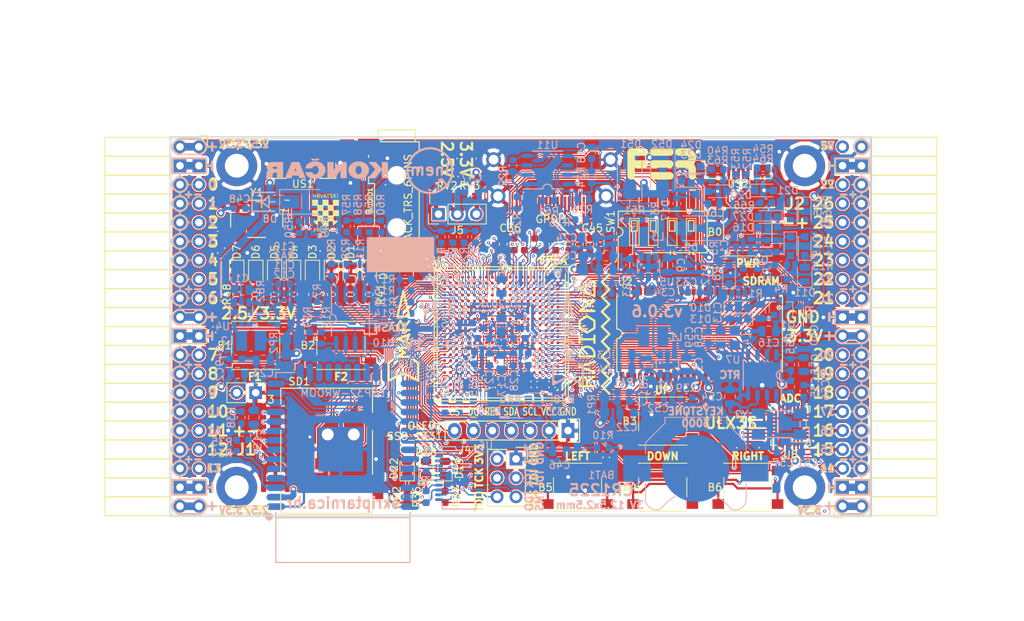
<source format=kicad_pcb>
(kicad_pcb (version 20171130) (host pcbnew 5.0.1+dfsg1-3)
  (title_block (rev v3.0.4))
  (layers (0 F.Cu signal) (1 In1.Cu signal) (2 In2.Cu signal) (31 B.Cu signal) (34 B.Paste user) (35 F.Paste user) (36 B.SilkS user) (37 F.SilkS user) (38 B.Mask user) (39 F.Mask user) (44 Edge.Cuts user))
  (net 0 "")
  (net 1 GND)
  (net 2 +5V)
  (net 3 /gpio/IN5V)
  (net 4 /gpio/OUT5V)
  (net 5 +3V3)
  (net 6 BTN_D)
  (net 7 BTN_F1)
  (net 8 BTN_F2)
  (net 9 BTN_L)
  (net 10 BTN_R)
  (net 11 BTN_U)
  (net 12 /power/FB1)
  (net 13 +2V5)
  (net 14 /power/PWREN)
  (net 15 /power/FB3)
  (net 16 /power/FB2)
  (net 17 /power/VBAT)
  (net 18 JTAG_TDI)
  (net 19 JTAG_TCK)
  (net 20 JTAG_TMS)
  (net 21 JTAG_TDO)
  (net 22 /power/WAKEUPn)
  (net 23 /power/WKUP)
  (net 24 /power/SHUT)
  (net 25 /power/WAKE)
  (net 26 /power/HOLD)
  (net 27 /power/WKn)
  (net 28 /power/OSCI_32k)
  (net 29 /power/OSCO_32k)
  (net 30 SHUTDOWN)
  (net 31 GPDI_SDA)
  (net 32 GPDI_SCL)
  (net 33 /gpdi/VREF2)
  (net 34 SD_CMD)
  (net 35 SD_CLK)
  (net 36 SD_D0)
  (net 37 SD_D1)
  (net 38 USB5V)
  (net 39 GPDI_CEC)
  (net 40 nRESET)
  (net 41 FTDI_nDTR)
  (net 42 SDRAM_CKE)
  (net 43 SDRAM_A7)
  (net 44 SDRAM_D15)
  (net 45 SDRAM_BA1)
  (net 46 SDRAM_D7)
  (net 47 SDRAM_A6)
  (net 48 SDRAM_CLK)
  (net 49 SDRAM_D13)
  (net 50 SDRAM_BA0)
  (net 51 SDRAM_D6)
  (net 52 SDRAM_A5)
  (net 53 SDRAM_D14)
  (net 54 SDRAM_A11)
  (net 55 SDRAM_D12)
  (net 56 SDRAM_D5)
  (net 57 SDRAM_A4)
  (net 58 SDRAM_A10)
  (net 59 SDRAM_D11)
  (net 60 SDRAM_A3)
  (net 61 SDRAM_D4)
  (net 62 SDRAM_D10)
  (net 63 SDRAM_D9)
  (net 64 SDRAM_A9)
  (net 65 SDRAM_D3)
  (net 66 SDRAM_D8)
  (net 67 SDRAM_A8)
  (net 68 SDRAM_A2)
  (net 69 SDRAM_A1)
  (net 70 SDRAM_A0)
  (net 71 SDRAM_D2)
  (net 72 SDRAM_D1)
  (net 73 SDRAM_D0)
  (net 74 SDRAM_DQM0)
  (net 75 SDRAM_nCS)
  (net 76 SDRAM_nRAS)
  (net 77 SDRAM_DQM1)
  (net 78 SDRAM_nCAS)
  (net 79 SDRAM_nWE)
  (net 80 /flash/FLASH_nWP)
  (net 81 /flash/FLASH_nHOLD)
  (net 82 /flash/FLASH_MOSI)
  (net 83 /flash/FLASH_MISO)
  (net 84 /flash/FLASH_SCK)
  (net 85 /flash/FLASH_nCS)
  (net 86 /flash/FPGA_PROGRAMN)
  (net 87 /flash/FPGA_DONE)
  (net 88 /flash/FPGA_INITN)
  (net 89 OLED_RES)
  (net 90 OLED_DC)
  (net 91 OLED_CS)
  (net 92 WIFI_EN)
  (net 93 FTDI_nRTS)
  (net 94 FTDI_TXD)
  (net 95 FTDI_RXD)
  (net 96 WIFI_RXD)
  (net 97 WIFI_GPIO0)
  (net 98 WIFI_TXD)
  (net 99 USB_FTDI_D+)
  (net 100 USB_FTDI_D-)
  (net 101 SD_D3)
  (net 102 AUDIO_L3)
  (net 103 AUDIO_L2)
  (net 104 AUDIO_L1)
  (net 105 AUDIO_L0)
  (net 106 AUDIO_R3)
  (net 107 AUDIO_R2)
  (net 108 AUDIO_R1)
  (net 109 AUDIO_R0)
  (net 110 OLED_CLK)
  (net 111 OLED_MOSI)
  (net 112 LED0)
  (net 113 LED1)
  (net 114 LED2)
  (net 115 LED3)
  (net 116 LED4)
  (net 117 LED5)
  (net 118 LED6)
  (net 119 LED7)
  (net 120 BTN_PWRn)
  (net 121 FTDI_nTXLED)
  (net 122 FTDI_nSLEEP)
  (net 123 /blinkey/LED_PWREN)
  (net 124 /blinkey/LED_TXLED)
  (net 125 /sdcard/SD3V3)
  (net 126 SD_D2)
  (net 127 CLK_25MHz)
  (net 128 /blinkey/BTNPUL)
  (net 129 /blinkey/BTNPUR)
  (net 130 USB_FPGA_D+)
  (net 131 /power/FTDI_nSUSPEND)
  (net 132 /blinkey/ALED0)
  (net 133 /blinkey/ALED1)
  (net 134 /blinkey/ALED2)
  (net 135 /blinkey/ALED3)
  (net 136 /blinkey/ALED4)
  (net 137 /blinkey/ALED5)
  (net 138 /blinkey/ALED6)
  (net 139 /blinkey/ALED7)
  (net 140 /usb/FTD-)
  (net 141 /usb/FTD+)
  (net 142 ADC_MISO)
  (net 143 ADC_MOSI)
  (net 144 ADC_CSn)
  (net 145 ADC_SCLK)
  (net 146 SW3)
  (net 147 SW2)
  (net 148 SW1)
  (net 149 USB_FPGA_D-)
  (net 150 /usb/FPD+)
  (net 151 /usb/FPD-)
  (net 152 WIFI_GPIO16)
  (net 153 /usb/ANT_433MHz)
  (net 154 PROG_DONE)
  (net 155 /power/P3V3)
  (net 156 /power/P2V5)
  (net 157 /power/L1)
  (net 158 /power/L3)
  (net 159 /power/L2)
  (net 160 FTDI_TXDEN)
  (net 161 SDRAM_A12)
  (net 162 /analog/AUDIO_V)
  (net 163 AUDIO_V3)
  (net 164 AUDIO_V2)
  (net 165 AUDIO_V1)
  (net 166 AUDIO_V0)
  (net 167 /blinkey/LED_WIFI)
  (net 168 /power/P1V1)
  (net 169 +1V1)
  (net 170 SW4)
  (net 171 /blinkey/SWPU)
  (net 172 /wifi/WIFIEN)
  (net 173 FT2V5)
  (net 174 GN0)
  (net 175 GP0)
  (net 176 GN1)
  (net 177 GP1)
  (net 178 GN2)
  (net 179 GP2)
  (net 180 GN3)
  (net 181 GP3)
  (net 182 GN4)
  (net 183 GP4)
  (net 184 GN5)
  (net 185 GP5)
  (net 186 GN6)
  (net 187 GP6)
  (net 188 GN14)
  (net 189 GP14)
  (net 190 GN15)
  (net 191 GP15)
  (net 192 GN16)
  (net 193 GP16)
  (net 194 GN17)
  (net 195 GP17)
  (net 196 GN18)
  (net 197 GP18)
  (net 198 GN19)
  (net 199 GP19)
  (net 200 GN20)
  (net 201 GP20)
  (net 202 GN21)
  (net 203 GP21)
  (net 204 GN22)
  (net 205 GP22)
  (net 206 GN23)
  (net 207 GP23)
  (net 208 GN24)
  (net 209 GP24)
  (net 210 GN25)
  (net 211 GP25)
  (net 212 GN26)
  (net 213 GP26)
  (net 214 GN27)
  (net 215 GP27)
  (net 216 GN7)
  (net 217 GP7)
  (net 218 GN8)
  (net 219 GP8)
  (net 220 GN9)
  (net 221 GP9)
  (net 222 GN10)
  (net 223 GP10)
  (net 224 GN11)
  (net 225 GP11)
  (net 226 GN12)
  (net 227 GP12)
  (net 228 GN13)
  (net 229 GP13)
  (net 230 WIFI_GPIO5)
  (net 231 WIFI_GPIO17)
  (net 232 USB_FPGA_PULL_D+)
  (net 233 USB_FPGA_PULL_D-)
  (net 234 "Net-(D23-Pad2)")
  (net 235 "Net-(D24-Pad1)")
  (net 236 "Net-(D25-Pad2)")
  (net 237 "Net-(D26-Pad1)")
  (net 238 /gpdi/GPDI_ETH+)
  (net 239 FPDI_ETH+)
  (net 240 /gpdi/GPDI_ETH-)
  (net 241 FPDI_ETH-)
  (net 242 /gpdi/GPDI_D2-)
  (net 243 FPDI_D2-)
  (net 244 /gpdi/GPDI_D1-)
  (net 245 FPDI_D1-)
  (net 246 /gpdi/GPDI_D0-)
  (net 247 FPDI_D0-)
  (net 248 /gpdi/GPDI_CLK-)
  (net 249 FPDI_CLK-)
  (net 250 /gpdi/GPDI_D2+)
  (net 251 FPDI_D2+)
  (net 252 /gpdi/GPDI_D1+)
  (net 253 FPDI_D1+)
  (net 254 /gpdi/GPDI_D0+)
  (net 255 FPDI_D0+)
  (net 256 /gpdi/GPDI_CLK+)
  (net 257 FPDI_CLK+)
  (net 258 FPDI_SDA)
  (net 259 FPDI_SCL)
  (net 260 /gpdi/FPDI_CEC)
  (net 261 2V5_3V3)
  (net 262 /usb/US2VBUS)
  (net 263 /power/SHD)
  (net 264 /power/RTCVDD)
  (net 265 "Net-(D27-Pad2)")
  (net 266 US2_ID)
  (net 267 /analog/AUDIO_L)
  (net 268 /analog/AUDIO_R)
  (net 269 /analog/ADC3V3)
  (net 270 PWRBTn)
  (net 271 USER_PROGRAMN)
  (net 272 "Net-(AUDIO1-Pad5)")
  (net 273 "Net-(AUDIO1-Pad6)")
  (net 274 "Net-(U1-PadW18)")
  (net 275 "Net-(U1-PadW17)")
  (net 276 "Net-(U1-PadW14)")
  (net 277 "Net-(U1-PadW13)")
  (net 278 "Net-(U1-PadW9)")
  (net 279 "Net-(U1-PadW8)")
  (net 280 "Net-(U1-PadW5)")
  (net 281 "Net-(U1-PadW4)")
  (net 282 "Net-(U1-PadT16)")
  (net 283 "Net-(U1-PadR3)")
  (net 284 SD_WP)
  (net 285 SD_CD)
  (net 286 "Net-(U1-PadM5)")
  (net 287 FTDI_nRXLED)
  (net 288 "Net-(U1-PadK17)")
  (net 289 "Net-(U1-PadK16)")
  (net 290 "Net-(U1-PadK5)")
  (net 291 "Net-(U1-PadJ5)")
  (net 292 "Net-(U1-PadJ4)")
  (net 293 "Net-(U1-PadE11)")
  (net 294 "Net-(U1-PadE10)")
  (net 295 "Net-(U1-PadE9)")
  (net 296 "Net-(U1-PadE6)")
  (net 297 "Net-(U1-PadD12)")
  (net 298 "Net-(U1-PadD11)")
  (net 299 "Net-(U1-PadD10)")
  (net 300 "Net-(U1-PadD9)")
  (net 301 "Net-(U1-PadC9)")
  (net 302 "Net-(U1-PadA15)")
  (net 303 "Net-(U8-Pad25)")
  (net 304 "Net-(U8-Pad12)")
  (net 305 "Net-(U9-Pad32)")
  (net 306 "Net-(U9-Pad22)")
  (net 307 "Net-(U9-Pad21)")
  (net 308 "Net-(U9-Pad20)")
  (net 309 "Net-(U9-Pad19)")
  (net 310 "Net-(U9-Pad18)")
  (net 311 "Net-(U9-Pad17)")
  (net 312 "Net-(U9-Pad12)")
  (net 313 "Net-(U9-Pad5)")
  (net 314 "Net-(U9-Pad4)")
  (net 315 "Net-(US1-Pad4)")
  (net 316 "Net-(Y2-Pad3)")
  (net 317 "Net-(Y2-Pad2)")
  (module ft231x:FT231X-SSOP-20_4.4x6.5mm_Pitch0.65mm (layer B.Cu) (at 132.835 107.14 180)
    (fp_text reference U6 (at -3.556 4.318 180) (layer B.SilkS) (effects (justify mirror)))
    (fp_text value FT231XS hide)
    (pad 20 smd oval (at 2.7 2.925 180) (size 1.1 0.4) (layers B.Cu B.Paste B.Mask) (net 94 FTDI_TXD))
    (pad 19 smd oval (at 2.7 2.275 180) (size 1.1 0.4) (layers B.Cu B.Paste B.Mask) (net 122 FTDI_nSLEEP))
    (pad 18 smd oval (at 2.7 1.625 180) (size 1.1 0.4) (layers B.Cu B.Paste B.Mask) (net 160 FTDI_TXDEN))
    (pad 17 smd oval (at 2.7 0.975 180) (size 1.1 0.4) (layers B.Cu B.Paste B.Mask) (net 287 FTDI_nRXLED))
    (pad 16 smd oval (at 2.7 0.325 180) (size 1.1 0.4) (layers B.Cu B.Paste B.Mask) (net 1 GND))
    (pad 15 smd oval (at 2.7 -0.325 180) (size 1.1 0.4) (layers B.Cu B.Paste B.Mask) (net 38 USB5V))
    (pad 14 smd oval (at 2.7 -0.975 180) (size 1.1 0.4) (layers B.Cu B.Paste B.Mask) (net 40 nRESET))
    (pad 13 smd oval (at 2.7 -1.625 180) (size 1.1 0.4) (layers B.Cu B.Paste B.Mask) (net 173 FT2V5))
    (pad 12 smd oval (at 2.7 -2.275 180) (size 1.1 0.4) (layers B.Cu B.Paste B.Mask) (net 100 USB_FTDI_D-))
    (pad 11 smd oval (at 2.7 -2.925 180) (size 1.1 0.4) (layers B.Cu B.Paste B.Mask) (net 99 USB_FTDI_D+))
    (pad 10 smd oval (at -2.7 -2.925 180) (size 1.1 0.4) (layers B.Cu B.Paste B.Mask) (net 121 FTDI_nTXLED))
    (pad 9 smd oval (at -2.7 -2.275 180) (size 1.1 0.4) (layers B.Cu B.Paste B.Mask) (net 21 JTAG_TDO))
    (pad 8 smd oval (at -2.7 -1.625 180) (size 1.1 0.4) (layers B.Cu B.Paste B.Mask) (net 20 JTAG_TMS))
    (pad 7 smd oval (at -2.7 -0.975 180) (size 1.1 0.4) (layers B.Cu B.Paste B.Mask) (net 19 JTAG_TCK))
    (pad 6 smd oval (at -2.7 -0.325 180) (size 1.1 0.4) (layers B.Cu B.Paste B.Mask) (net 1 GND))
    (pad 5 smd oval (at -2.7 0.325 180) (size 1.1 0.4) (layers B.Cu B.Paste B.Mask) (net 18 JTAG_TDI))
    (pad 4 smd oval (at -2.7 0.975 180) (size 1.1 0.4) (layers B.Cu B.Paste B.Mask) (net 95 FTDI_RXD))
    (pad 3 smd oval (at -2.7 1.625 180) (size 1.1 0.4) (layers B.Cu B.Paste B.Mask) (net 173 FT2V5))
    (pad 2 smd oval (at -2.7 2.275 180) (size 1.1 0.4) (layers B.Cu B.Paste B.Mask) (net 93 FTDI_nRTS))
    (pad 1 smd rect (at -2.7 2.925 180) (size 1.1 0.4) (layers B.Cu B.Paste B.Mask) (net 41 FTDI_nDTR))
  )
  (module micro-sd-schd3a0100:SCHD3A100 (layer F.Cu) (at 115.05 103.5 270)
    (fp_text reference SD1 (at -9.296 3.663 180) (layer F.SilkS))
    (fp_text value SCHD3A0100 hide)
    (pad 1 smd rect (at 1.75 -3.2) (size 0.7 1.5) (layers F.Cu F.Paste F.Mask) (net 126 SD_D2))
    (pad 2 smd rect (at 1.75 -2.1) (size 0.7 1.5) (layers F.Cu F.Paste F.Mask) (net 101 SD_D3))
    (pad 3 smd rect (at 1.75 -1) (size 0.7 1.5) (layers F.Cu F.Paste F.Mask) (net 34 SD_CMD))
    (pad 4 smd rect (at 1.75 0.1) (size 0.7 1.5) (layers F.Cu F.Paste F.Mask) (net 125 /sdcard/SD3V3))
    (pad 5 smd rect (at 1.75 1.2) (size 0.7 1.5) (layers F.Cu F.Paste F.Mask) (net 35 SD_CLK))
    (pad 6 smd rect (at 1.75 2.3) (size 0.7 1.5) (layers F.Cu F.Paste F.Mask) (net 1 GND))
    (pad 7 smd rect (at 1.75 3.4) (size 0.7 1.5) (layers F.Cu F.Paste F.Mask) (net 36 SD_D0))
    (pad 8 smd rect (at 1.75 4.5) (size 0.7 1.5) (layers F.Cu F.Paste F.Mask) (net 37 SD_D1))
    (pad 10 smd rect (at 6.05 -6.875) (size 1.45 0.9) (layers F.Cu F.Paste F.Mask) (net 1 GND))
    (pad 11 smd rect (at -5.65 6.875 90) (size 0.9 1.45) (layers F.Cu F.Paste F.Mask) (net 1 GND))
    (pad 9 smd rect (at 4.35 6.875) (size 1.45 2) (layers F.Cu F.Paste F.Mask) (net 1 GND))
    (pad 9 smd rect (at 4.35 -6.875) (size 1.45 2) (layers F.Cu F.Paste F.Mask) (net 1 GND))
    (pad 9 smd rect (at -3.95 -6.875) (size 1.45 2) (layers F.Cu F.Paste F.Mask) (net 1 GND))
    (pad 9 smd rect (at -3.95 6.875) (size 1.45 2) (layers F.Cu F.Paste F.Mask) (net 1 GND))
  )
  (module oscxo:Crystal_SMD_7050_4Pads (layer F.Cu) (at 105.672 72.36 180)
    (fp_text reference Y1 (at 0 3.556 180) (layer F.SilkS))
    (fp_text value FNETHE025 hide)
    (pad 1 smd rect (at -2.54 2.2 180) (size 2.2 1.8) (layers F.Cu F.Paste F.Mask) (net 5 +3V3))
    (pad 2 smd rect (at 2.54 2.2 180) (size 2.2 1.8) (layers F.Cu F.Paste F.Mask) (net 1 GND))
    (pad 3 smd rect (at 2.54 -2.2 180) (size 2.2 1.8) (layers F.Cu F.Paste F.Mask) (net 127 CLK_25MHz))
    (pad 4 smd rect (at -2.54 -2.2 180) (size 2.2 1.8) (layers F.Cu F.Paste F.Mask) (net 5 +3V3))
  )
  (module L_1008_1210:L_1008_1210 (layer B.Cu) (at 156.33 74.755 180)
    (fp_text reference L3 (at -3.19 -0.018 180) (layer B.SilkS) (effects (justify mirror)))
    (fp_text value 2.2uH hide)
    (pad 1 smd rect (at -1.27 0 180) (size 1.5 2.7) (layers B.Cu B.Paste B.Mask) (net 158 /power/L3))
    (pad 2 smd rect (at 1.27 0 180) (size 1.5 2.7) (layers B.Cu B.Paste B.Mask) (net 155 /power/P3V3))
  )
  (module L_1008_1210:L_1008_1210 (layer B.Cu) (at 158.87 88.09 180)
    (fp_text reference L1 (at -3.063 -0.145 180) (layer B.SilkS) (effects (justify mirror)))
    (fp_text value 2.2uH hide)
    (pad 1 smd rect (at -1.27 0 180) (size 1.5 2.7) (layers B.Cu B.Paste B.Mask) (net 157 /power/L1))
    (pad 2 smd rect (at 1.27 0 180) (size 1.5 2.7) (layers B.Cu B.Paste B.Mask) (net 168 /power/P1V1))
  )
  (module L_1008_1210:L_1008_1210 (layer B.Cu) (at 104.895 88.725)
    (fp_text reference L2 (at -3.16 0.018) (layer B.SilkS) (effects (justify mirror)))
    (fp_text value 2.2uH hide)
    (pad 1 smd rect (at -1.27 0) (size 1.5 2.7) (layers B.Cu B.Paste B.Mask) (net 159 /power/L2))
    (pad 2 smd rect (at 1.27 0) (size 1.5 2.7) (layers B.Cu B.Paste B.Mask) (net 156 /power/P2V5))
  )
  (module abs25:Crystal_SMD_ABS25 (layer B.Cu) (at 175.776 99.922 180)
    (fp_text reference Y2 (at 5.08 1.273 180) (layer B.SilkS) (effects (justify mirror)))
    (fp_text value 32768Hz hide)
    (pad 4 smd rect (at -2.8 1.4 180) (size 1.8 1.4) (layers B.Cu B.Paste B.Mask) (net 28 /power/OSCI_32k))
    (pad 3 smd rect (at 2.8 1.4 180) (size 1.8 1.4) (layers B.Cu B.Paste B.Mask) (net 316 "Net-(Y2-Pad3)"))
    (pad 2 smd rect (at 2.8 -1.4 180) (size 1.8 1.4) (layers B.Cu B.Paste B.Mask) (net 317 "Net-(Y2-Pad2)"))
    (pad 1 smd rect (at -2.8 -1.4 180) (size 1.8 1.4) (layers B.Cu B.Paste B.Mask) (net 29 /power/OSCO_32k))
  )
  (module Keystone_3000_1x12mm-CoinCell:Keystone_3000_1x12mm-CoinCell (layer B.Cu) (at 164.585 105.87 90)
    (fp_text reference BAT1 (at -0.907 -12.685 180) (layer B.SilkS) (effects (justify mirror)))
    (fp_text value CR1225 hide)
    (pad 1 smd rect (at 0 7.9 180) (size 3.7 3.5) (layers B.Cu B.Paste B.Mask) (net 17 /power/VBAT) (clearance 0.7))
    (pad 1 smd rect (at 0 -7.9 180) (size 3.7 3.5) (layers B.Cu B.Paste B.Mask) (net 17 /power/VBAT) (clearance 0.7))
    (pad 2 smd circle (at 0 0 180) (size 9 9) (layers B.Cu B.Mask) (net 1 GND))
  )
  (module audio-jack:CUI_SJ-43516-SMT (layer F.Cu) (at 124.468 69.518)
    (fp_text reference AUDIO1 (at -3.560502 0.28335 270) (layer F.SilkS) (effects (font (size 0.6096 0.6096) (thickness 0.1524))))
    (fp_text value JACK_TRS_6PINS (at 1.519498 0.28335 270) (layer F.SilkS))
    (pad 1 smd rect (at -3.8 -6.9 270) (size 2 2.8) (layers F.Cu F.Paste F.Mask) (net 1 GND))
    (pad 4 smd rect (at -3.8 -4.1 270) (size 2.2 2.8) (layers F.Cu F.Paste F.Mask) (net 162 /analog/AUDIO_V))
    (pad 2 smd rect (at -3.8 5.3 270) (size 2.8 2.8) (layers F.Cu F.Paste F.Mask) (net 267 /analog/AUDIO_L))
    (pad 5 smd rect (at 0.75 9.4 270) (size 2.8 2.8) (layers F.Cu F.Paste F.Mask) (net 272 "Net-(AUDIO1-Pad5)"))
    (pad 3 smd rect (at 3.8 -2.2 270) (size 2.2 2.8) (layers F.Cu F.Paste F.Mask) (net 268 /analog/AUDIO_R))
    (pad 6 smd rect (at 3.8 -5 270) (size 2 2.8) (layers F.Cu F.Paste F.Mask) (net 273 "Net-(AUDIO1-Pad6)"))
    (pad "" np_thru_hole circle (at 0 -3 270) (size 1.7 1.7) (drill 1.7) (layers *.Cu *.Mask F.SilkS) (clearance 0.4))
    (pad "" np_thru_hole circle (at 0 4 270) (size 1.7 1.7) (drill 1.7) (layers *.Cu *.Mask F.SilkS) (clearance 0.4))
  )
  (module usb_otg:USB-MICRO-B-FCI-10118192-0001LF (layer F.Cu) (at 170.3 63.325 180)
    (fp_text reference US2 (at 0 -4.336 180) (layer F.SilkS))
    (fp_text value MICRO_USB hide)
    (pad 6 smd rect (at 3.8 0 180) (size 1.8 1.9) (layers F.Cu F.Paste F.Mask) (net 1 GND))
    (pad 6 smd rect (at -3.8 0 180) (size 1.8 1.9) (layers F.Cu F.Paste F.Mask) (net 1 GND))
    (pad 5 smd rect (at 1.3 -2.675 180) (size 0.4 1.35) (layers F.Cu F.Paste F.Mask) (net 1 GND))
    (pad 4 smd rect (at 0.65 -2.675 180) (size 0.4 1.35) (layers F.Cu F.Paste F.Mask) (net 266 US2_ID))
    (pad 3 smd rect (at 0 -2.675 180) (size 0.4 1.35) (layers F.Cu F.Paste F.Mask) (net 150 /usb/FPD+))
    (pad 2 smd rect (at -0.65 -2.675 180) (size 0.4 1.35) (layers F.Cu F.Paste F.Mask) (net 151 /usb/FPD-))
    (pad 1 smd rect (at -1.3 -2.675 180) (size 0.4 1.35) (layers F.Cu F.Paste F.Mask) (net 262 /usb/US2VBUS))
    (pad 6 smd rect (at 1.2 0 180) (size 1.9 1.9) (layers F.Cu F.Paste F.Mask) (net 1 GND))
    (pad 6 smd rect (at -1.2 0 180) (size 1.9 1.9) (layers F.Cu F.Paste F.Mask) (net 1 GND))
    (pad 6 smd rect (at 3.1 -2.55 180) (size 2.1 1.6) (layers F.Cu F.Paste F.Mask) (net 1 GND))
    (pad 6 smd rect (at -3.1 -2.55 180) (size 2.1 1.6) (layers F.Cu F.Paste F.Mask) (net 1 GND))
  )
  (module usb_otg:USB-MICRO-B-FCI-10118192-0001LF (layer F.Cu) (at 111.88 63.325 180)
    (fp_text reference US1 (at 0 -4.336 180) (layer F.SilkS))
    (fp_text value MICRO_USB hide)
    (pad 6 smd rect (at 3.8 0 180) (size 1.8 1.9) (layers F.Cu F.Paste F.Mask) (net 1 GND))
    (pad 6 smd rect (at -3.8 0 180) (size 1.8 1.9) (layers F.Cu F.Paste F.Mask) (net 1 GND))
    (pad 5 smd rect (at 1.3 -2.675 180) (size 0.4 1.35) (layers F.Cu F.Paste F.Mask) (net 1 GND))
    (pad 4 smd rect (at 0.65 -2.675 180) (size 0.4 1.35) (layers F.Cu F.Paste F.Mask) (net 315 "Net-(US1-Pad4)"))
    (pad 3 smd rect (at 0 -2.675 180) (size 0.4 1.35) (layers F.Cu F.Paste F.Mask) (net 141 /usb/FTD+))
    (pad 2 smd rect (at -0.65 -2.675 180) (size 0.4 1.35) (layers F.Cu F.Paste F.Mask) (net 140 /usb/FTD-))
    (pad 1 smd rect (at -1.3 -2.675 180) (size 0.4 1.35) (layers F.Cu F.Paste F.Mask) (net 38 USB5V))
    (pad 6 smd rect (at 1.2 0 180) (size 1.9 1.9) (layers F.Cu F.Paste F.Mask) (net 1 GND))
    (pad 6 smd rect (at -1.2 0 180) (size 1.9 1.9) (layers F.Cu F.Paste F.Mask) (net 1 GND))
    (pad 6 smd rect (at 3.1 -2.55 180) (size 2.1 1.6) (layers F.Cu F.Paste F.Mask) (net 1 GND))
    (pad 6 smd rect (at -3.1 -2.55 180) (size 2.1 1.6) (layers F.Cu F.Paste F.Mask) (net 1 GND))
  )
  (module dipswitch:SW_DIP_x4_W8.61mm_Slide_LowProfile (layer F.Cu) (at 160.14 74.12 90)
    (fp_text reference SW1 (at 1.379 -6.97 90) (layer F.SilkS))
    (fp_text value SW_DIP_x04 hide)
    (pad 8 smd rect (at 4.305 -3.81 90) (size 2.44 1.12) (layers F.Cu F.Paste F.Mask) (net 148 SW1))
    (pad 4 smd rect (at -4.305 3.81 90) (size 2.44 1.12) (layers F.Cu F.Paste F.Mask) (net 171 /blinkey/SWPU))
    (pad 7 smd rect (at 4.305 -1.27 90) (size 2.44 1.12) (layers F.Cu F.Paste F.Mask) (net 147 SW2))
    (pad 3 smd rect (at -4.305 1.27 90) (size 2.44 1.12) (layers F.Cu F.Paste F.Mask) (net 171 /blinkey/SWPU))
    (pad 6 smd rect (at 4.305 1.27 90) (size 2.44 1.12) (layers F.Cu F.Paste F.Mask) (net 146 SW3))
    (pad 2 smd rect (at -4.305 -1.27 90) (size 2.44 1.12) (layers F.Cu F.Paste F.Mask) (net 171 /blinkey/SWPU))
    (pad 5 smd rect (at 4.305 3.81 90) (size 2.44 1.12) (layers F.Cu F.Paste F.Mask) (net 170 SW4))
    (pad 1 smd rect (at -4.305 -3.81 90) (size 2.44 1.12) (layers F.Cu F.Paste F.Mask) (net 171 /blinkey/SWPU))
  )
  (module conn-fci:CONN-10029449-111RLF (layer F.Cu) (at 145.296 69.312 180)
    (fp_text reference GPDI1 (at 0 -3.1115 180) (layer F.SilkS))
    (fp_text value GPDI-D hide)
    (pad 19 smd rect (at -4.25 -1 180) (size 0.3 1.9) (layers F.Cu F.Paste F.Mask) (net 240 /gpdi/GPDI_ETH-))
    (pad 18 smd rect (at -3.75 -1 180) (size 0.3 1.9) (layers F.Cu F.Paste F.Mask) (net 2 +5V))
    (pad 17 smd rect (at -3.25 -1 180) (size 0.3 1.9) (layers F.Cu F.Paste F.Mask) (net 1 GND))
    (pad 16 smd rect (at -2.75 -1 180) (size 0.3 1.9) (layers F.Cu F.Paste F.Mask) (net 31 GPDI_SDA))
    (pad 15 smd rect (at -2.25 -1 180) (size 0.3 1.9) (layers F.Cu F.Paste F.Mask) (net 32 GPDI_SCL))
    (pad 14 smd rect (at -1.75 -1 180) (size 0.3 1.9) (layers F.Cu F.Paste F.Mask) (net 238 /gpdi/GPDI_ETH+))
    (pad 13 smd rect (at -1.25 -1 180) (size 0.3 1.9) (layers F.Cu F.Paste F.Mask) (net 39 GPDI_CEC))
    (pad 12 smd rect (at -0.75 -1 180) (size 0.3 1.9) (layers F.Cu F.Paste F.Mask) (net 248 /gpdi/GPDI_CLK-))
    (pad 11 smd rect (at -0.25 -1 180) (size 0.3 1.9) (layers F.Cu F.Paste F.Mask) (net 1 GND))
    (pad 10 smd rect (at 0.25 -1 180) (size 0.3 1.9) (layers F.Cu F.Paste F.Mask) (net 256 /gpdi/GPDI_CLK+))
    (pad 9 smd rect (at 0.75 -1 180) (size 0.3 1.9) (layers F.Cu F.Paste F.Mask) (net 246 /gpdi/GPDI_D0-))
    (pad 8 smd rect (at 1.25 -1 180) (size 0.3 1.9) (layers F.Cu F.Paste F.Mask) (net 1 GND))
    (pad 7 smd rect (at 1.75 -1 180) (size 0.3 1.9) (layers F.Cu F.Paste F.Mask) (net 254 /gpdi/GPDI_D0+))
    (pad 6 smd rect (at 2.25 -1 180) (size 0.3 1.9) (layers F.Cu F.Paste F.Mask) (net 244 /gpdi/GPDI_D1-))
    (pad 5 smd rect (at 2.75 -1 180) (size 0.3 1.9) (layers F.Cu F.Paste F.Mask) (net 1 GND))
    (pad 4 smd rect (at 3.25 -1 180) (size 0.3 1.9) (layers F.Cu F.Paste F.Mask) (net 252 /gpdi/GPDI_D1+))
    (pad 3 smd rect (at 3.75 -1 180) (size 0.3 1.9) (layers F.Cu F.Paste F.Mask) (net 242 /gpdi/GPDI_D2-))
    (pad 2 smd rect (at 4.25 -1 180) (size 0.3 1.9) (layers F.Cu F.Paste F.Mask) (net 1 GND))
    (pad 1 smd rect (at 4.75 -1 180) (size 0.3 1.9) (layers F.Cu F.Paste F.Mask) (net 250 /gpdi/GPDI_D2+))
    (pad 0 thru_hole circle (at -7.25 0 180) (size 2 2) (drill 1.3) (layers *.Cu *.Mask) (net 1 GND))
    (pad 0 thru_hole circle (at 7.25 0 180) (size 2 2) (drill 1.3) (layers *.Cu *.Mask) (net 1 GND))
    (pad 0 thru_hole circle (at -7.85 4.9 180) (size 2 2) (drill 1.3) (layers *.Cu *.Mask) (net 1 GND))
    (pad 0 thru_hole circle (at 7.85 4.9 180) (size 2 2) (drill 1.3) (layers *.Cu *.Mask) (net 1 GND))
  )
  (module TSOP54:TSOP54 (layer F.Cu) (at 165.093 87.8 90)
    (fp_text reference U2 (at 6.98 -9.993 180) (layer F.SilkS))
    (fp_text value MT48LC16M16A2TG hide)
    (pad 28 smd oval (at 5.73 10.4 90) (size 1.2 0.56) (layers F.Cu F.Paste F.Mask) (net 1 GND))
    (pad 1 smd rect (at -5.73 -10.4 90) (size 1.2 0.56) (layers F.Cu F.Paste F.Mask) (net 5 +3V3))
    (pad 2 smd oval (at -5.73 -9.6 90) (size 1.2 0.56) (layers F.Cu F.Paste F.Mask) (net 73 SDRAM_D0))
    (pad 3 smd oval (at -5.73 -8.8 90) (size 1.2 0.56) (layers F.Cu F.Paste F.Mask) (net 5 +3V3))
    (pad 4 smd oval (at -5.73 -8 90) (size 1.2 0.56) (layers F.Cu F.Paste F.Mask) (net 72 SDRAM_D1))
    (pad 5 smd oval (at -5.73 -7.2 90) (size 1.2 0.56) (layers F.Cu F.Paste F.Mask) (net 71 SDRAM_D2))
    (pad 6 smd oval (at -5.73 -6.4 90) (size 1.2 0.56) (layers F.Cu F.Paste F.Mask) (net 1 GND))
    (pad 7 smd oval (at -5.73 -5.6 90) (size 1.2 0.56) (layers F.Cu F.Paste F.Mask) (net 65 SDRAM_D3))
    (pad 8 smd oval (at -5.73 -4.8 90) (size 1.2 0.56) (layers F.Cu F.Paste F.Mask) (net 61 SDRAM_D4))
    (pad 9 smd oval (at -5.73 -4 90) (size 1.2 0.56) (layers F.Cu F.Paste F.Mask) (net 5 +3V3))
    (pad 10 smd oval (at -5.73 -3.2 90) (size 1.2 0.56) (layers F.Cu F.Paste F.Mask) (net 56 SDRAM_D5))
    (pad 11 smd oval (at -5.73 -2.4 90) (size 1.2 0.56) (layers F.Cu F.Paste F.Mask) (net 51 SDRAM_D6))
    (pad 12 smd oval (at -5.73 -1.6 90) (size 1.2 0.56) (layers F.Cu F.Paste F.Mask) (net 1 GND))
    (pad 13 smd oval (at -5.73 -0.8 90) (size 1.2 0.56) (layers F.Cu F.Paste F.Mask) (net 46 SDRAM_D7))
    (pad 14 smd oval (at -5.73 0 90) (size 1.2 0.56) (layers F.Cu F.Paste F.Mask) (net 5 +3V3))
    (pad 15 smd oval (at -5.73 0.8 90) (size 1.2 0.56) (layers F.Cu F.Paste F.Mask) (net 74 SDRAM_DQM0))
    (pad 16 smd oval (at -5.73 1.6 90) (size 1.2 0.56) (layers F.Cu F.Paste F.Mask) (net 79 SDRAM_nWE))
    (pad 17 smd oval (at -5.73 2.4 90) (size 1.2 0.56) (layers F.Cu F.Paste F.Mask) (net 78 SDRAM_nCAS))
    (pad 18 smd oval (at -5.73 3.2 90) (size 1.2 0.56) (layers F.Cu F.Paste F.Mask) (net 76 SDRAM_nRAS))
    (pad 19 smd oval (at -5.73 4 90) (size 1.2 0.56) (layers F.Cu F.Paste F.Mask) (net 75 SDRAM_nCS))
    (pad 20 smd oval (at -5.73 4.8 90) (size 1.2 0.56) (layers F.Cu F.Paste F.Mask) (net 50 SDRAM_BA0))
    (pad 21 smd oval (at -5.73 5.6 90) (size 1.2 0.56) (layers F.Cu F.Paste F.Mask) (net 45 SDRAM_BA1))
    (pad 22 smd oval (at -5.73 6.4 90) (size 1.2 0.56) (layers F.Cu F.Paste F.Mask) (net 58 SDRAM_A10))
    (pad 23 smd oval (at -5.73 7.2 90) (size 1.2 0.56) (layers F.Cu F.Paste F.Mask) (net 70 SDRAM_A0))
    (pad 24 smd oval (at -5.73 8 90) (size 1.2 0.56) (layers F.Cu F.Paste F.Mask) (net 69 SDRAM_A1))
    (pad 25 smd oval (at -5.73 8.8 90) (size 1.2 0.56) (layers F.Cu F.Paste F.Mask) (net 68 SDRAM_A2))
    (pad 26 smd oval (at -5.73 9.6 90) (size 1.2 0.56) (layers F.Cu F.Paste F.Mask) (net 60 SDRAM_A3))
    (pad 27 smd oval (at -5.73 10.4 90) (size 1.2 0.56) (layers F.Cu F.Paste F.Mask) (net 5 +3V3))
    (pad 29 smd oval (at 5.73 9.6 90) (size 1.2 0.56) (layers F.Cu F.Paste F.Mask) (net 57 SDRAM_A4))
    (pad 30 smd oval (at 5.73 8.8 90) (size 1.2 0.56) (layers F.Cu F.Paste F.Mask) (net 52 SDRAM_A5))
    (pad 31 smd oval (at 5.73 8 90) (size 1.2 0.56) (layers F.Cu F.Paste F.Mask) (net 47 SDRAM_A6))
    (pad 32 smd oval (at 5.73 7.2 90) (size 1.2 0.56) (layers F.Cu F.Paste F.Mask) (net 43 SDRAM_A7))
    (pad 33 smd oval (at 5.73 6.4 90) (size 1.2 0.56) (layers F.Cu F.Paste F.Mask) (net 67 SDRAM_A8))
    (pad 34 smd oval (at 5.73 5.6 90) (size 1.2 0.56) (layers F.Cu F.Paste F.Mask) (net 64 SDRAM_A9))
    (pad 35 smd oval (at 5.73 4.8 90) (size 1.2 0.56) (layers F.Cu F.Paste F.Mask) (net 54 SDRAM_A11))
    (pad 36 smd oval (at 5.73 4 90) (size 1.2 0.56) (layers F.Cu F.Paste F.Mask) (net 161 SDRAM_A12))
    (pad 37 smd oval (at 5.73 3.2 90) (size 1.2 0.56) (layers F.Cu F.Paste F.Mask) (net 42 SDRAM_CKE))
    (pad 38 smd oval (at 5.73 2.4 90) (size 1.2 0.56) (layers F.Cu F.Paste F.Mask) (net 48 SDRAM_CLK))
    (pad 39 smd oval (at 5.73 1.6 90) (size 1.2 0.56) (layers F.Cu F.Paste F.Mask) (net 77 SDRAM_DQM1))
    (pad 40 smd oval (at 5.73 0.8 90) (size 1.2 0.56) (layers F.Cu F.Paste F.Mask))
    (pad 41 smd oval (at 5.73 0 90) (size 1.2 0.56) (layers F.Cu F.Paste F.Mask) (net 1 GND))
    (pad 42 smd oval (at 5.73 -0.8 90) (size 1.2 0.56) (layers F.Cu F.Paste F.Mask) (net 66 SDRAM_D8))
    (pad 43 smd oval (at 5.73 -1.6 90) (size 1.2 0.56) (layers F.Cu F.Paste F.Mask) (net 5 +3V3))
    (pad 44 smd oval (at 5.73 -2.4 90) (size 1.2 0.56) (layers F.Cu F.Paste F.Mask) (net 63 SDRAM_D9))
    (pad 45 smd oval (at 5.73 -3.2 90) (size 1.2 0.56) (layers F.Cu F.Paste F.Mask) (net 62 SDRAM_D10))
    (pad 46 smd oval (at 5.73 -4 90) (size 1.2 0.56) (layers F.Cu F.Paste F.Mask) (net 1 GND))
    (pad 47 smd oval (at 5.73 -4.8 90) (size 1.2 0.56) (layers F.Cu F.Paste F.Mask) (net 59 SDRAM_D11))
    (pad 48 smd oval (at 5.73 -5.6 90) (size 1.2 0.56) (layers F.Cu F.Paste F.Mask) (net 55 SDRAM_D12))
    (pad 49 smd oval (at 5.73 -6.4 90) (size 1.2 0.56) (layers F.Cu F.Paste F.Mask) (net 5 +3V3))
    (pad 50 smd oval (at 5.73 -7.2 90) (size 1.2 0.56) (layers F.Cu F.Paste F.Mask) (net 49 SDRAM_D13))
    (pad 51 smd oval (at 5.73 -8 90) (size 1.2 0.56) (layers F.Cu F.Paste F.Mask) (net 53 SDRAM_D14))
    (pad 52 smd oval (at 5.73 -8.8 90) (size 1.2 0.56) (layers F.Cu F.Paste F.Mask) (net 1 GND))
    (pad 53 smd oval (at 5.73 -9.6 90) (size 1.2 0.56) (layers F.Cu F.Paste F.Mask) (net 44 SDRAM_D15))
    (pad 54 smd oval (at 5.73 -10.4 90) (size 1.2 0.56) (layers F.Cu F.Paste F.Mask) (net 1 GND))
  )
  (module jumper:R_0805_2012Metric_Pad1.29x1.40mm_HandSolder_Jumper_NC (layer B.Cu) (at 109.609 89.632 270)
    (fp_text reference RP2 (at -0.635 1.651 270) (layer B.SilkS) (effects (justify mirror)))
    (fp_text value 0 hide)
    (fp_line (start -1 0) (end 1 0) (layer B.Cu) (width 1))
    (pad 2 smd roundrect (at 0.9675 0 270) (size 1.295 1.4) (layers B.Cu B.Mask) (net 13 +2V5))
    (pad 1 smd roundrect (at -0.9675 0 270) (size 1.295 1.4) (layers B.Cu B.Mask) (net 156 /power/P2V5))
  )
  (module jumper:R_0805_2012Metric_Pad1.29x1.40mm_HandSolder_Jumper_NC (layer B.Cu) (at 149.472 78.311 270)
    (fp_text reference RP3 (at 0 3.414 270) (layer B.SilkS) (effects (justify mirror)))
    (fp_text value 0 hide)
    (fp_line (start -1 0) (end 1 0) (layer B.Cu) (width 1))
    (pad 2 smd roundrect (at 0.9675 0 270) (size 1.295 1.4) (layers B.Cu B.Mask) (net 5 +3V3))
    (pad 1 smd roundrect (at -0.9675 0 270) (size 1.295 1.4) (layers B.Cu B.Mask) (net 155 /power/P3V3))
  )
  (module jumper:R_0805_2012Metric_Pad1.29x1.40mm_HandSolder_Jumper_NC (layer B.Cu) (at 152.281 97.361 270)
    (fp_text reference RP1 (at 0 1.65 270) (layer B.SilkS) (effects (justify mirror)))
    (fp_text value 0 hide)
    (fp_line (start -1 0) (end 1 0) (layer B.Cu) (width 1))
    (pad 2 smd roundrect (at 0.9675 0 270) (size 1.295 1.4) (layers B.Cu B.Mask) (net 169 +1V1))
    (pad 1 smd roundrect (at -0.9675 0 270) (size 1.295 1.4) (layers B.Cu B.Mask) (net 168 /power/P1V1))
  )
  (module jumper:D_SMA_Jumper_NC (layer B.Cu) (at 160.155 66.391 270)
    (fp_text reference D52 (at -4.064 0.127) (layer B.SilkS) (effects (justify mirror)))
    (fp_text value 0 hide)
    (fp_line (start -2 0) (end 2 0) (layer B.Cu) (width 1))
    (pad 2 smd roundrect (at 2 0 270) (size 2.5 1.8) (layers B.Cu B.Mask) (net 2 +5V))
    (pad 1 smd roundrect (at -2 0 270) (size 2.5 1.8) (layers B.Cu B.Mask) (net 4 /gpio/OUT5V))
  )
  (module jumper:D_SMA_Jumper_NC (layer B.Cu) (at 155.71 66.518 90)
    (fp_text reference D51 (at 4.191 0.127 180) (layer B.SilkS) (effects (justify mirror)))
    (fp_text value 0 hide)
    (fp_line (start -2 0) (end 2 0) (layer B.Cu) (width 1))
    (pad 2 smd roundrect (at 2 0 90) (size 2.5 1.8) (layers B.Cu B.Mask) (net 3 /gpio/IN5V))
    (pad 1 smd roundrect (at -2 0 90) (size 2.5 1.8) (layers B.Cu B.Mask) (net 2 +5V))
  )
  (module jumper:D_SMA_Jumper_NC (layer B.Cu) (at 164.854 73.63 180)
    (fp_text reference D9 (at 0.889 -2.54 180) (layer B.SilkS) (effects (justify mirror)))
    (fp_text value 0 hide)
    (fp_line (start -2 0) (end 2 0) (layer B.Cu) (width 1))
    (pad 2 smd roundrect (at 2 0 180) (size 2.5 1.8) (layers B.Cu B.Mask) (net 2 +5V))
    (pad 1 smd roundrect (at -2 0 180) (size 2.5 1.8) (layers B.Cu B.Mask) (net 262 /usb/US2VBUS))
  )
  (module lfe5bg381:BGA-381_pitch0.8mm_dia0.4mm (layer F.Cu) (at 138.48 87.8)
    (fp_text reference U1 (at -8.2 -9.8) (layer F.SilkS))
    (fp_text value LFE5U-85F-6BG381C hide)
    (pad Y19 smd circle (at 6.8 7.6) (size 0.4 0.4) (layers F.Cu F.Paste F.Mask) (net 1 GND))
    (pad Y17 smd circle (at 5.2 7.6) (size 0.4 0.4) (layers F.Cu F.Paste F.Mask) (net 1 GND))
    (pad Y16 smd circle (at 4.4 7.6) (size 0.4 0.4) (layers F.Cu F.Paste F.Mask) (net 1 GND))
    (pad Y15 smd circle (at 3.6 7.6) (size 0.4 0.4) (layers F.Cu F.Paste F.Mask) (net 1 GND))
    (pad Y14 smd circle (at 2.8 7.6) (size 0.4 0.4) (layers F.Cu F.Paste F.Mask) (net 1 GND))
    (pad Y12 smd circle (at 1.2 7.6) (size 0.4 0.4) (layers F.Cu F.Paste F.Mask) (net 1 GND))
    (pad Y11 smd circle (at 0.4 7.6) (size 0.4 0.4) (layers F.Cu F.Paste F.Mask) (net 1 GND))
    (pad Y8 smd circle (at -2 7.6) (size 0.4 0.4) (layers F.Cu F.Paste F.Mask) (net 1 GND))
    (pad Y7 smd circle (at -2.8 7.6) (size 0.4 0.4) (layers F.Cu F.Paste F.Mask) (net 1 GND))
    (pad Y6 smd circle (at -3.6 7.6) (size 0.4 0.4) (layers F.Cu F.Paste F.Mask) (net 1 GND))
    (pad Y5 smd circle (at -4.4 7.6) (size 0.4 0.4) (layers F.Cu F.Paste F.Mask) (net 1 GND))
    (pad Y3 smd circle (at -6 7.6) (size 0.4 0.4) (layers F.Cu F.Paste F.Mask) (net 87 /flash/FPGA_DONE))
    (pad Y2 smd circle (at -6.8 7.6) (size 0.4 0.4) (layers F.Cu F.Paste F.Mask) (net 80 /flash/FLASH_nWP))
    (pad W20 smd circle (at 7.6 6.8) (size 0.4 0.4) (layers F.Cu F.Paste F.Mask) (net 1 GND))
    (pad W19 smd circle (at 6.8 6.8) (size 0.4 0.4) (layers F.Cu F.Paste F.Mask) (net 1 GND))
    (pad W18 smd circle (at 6 6.8) (size 0.4 0.4) (layers F.Cu F.Paste F.Mask) (net 274 "Net-(U1-PadW18)"))
    (pad W17 smd circle (at 5.2 6.8) (size 0.4 0.4) (layers F.Cu F.Paste F.Mask) (net 275 "Net-(U1-PadW17)"))
    (pad W16 smd circle (at 4.4 6.8) (size 0.4 0.4) (layers F.Cu F.Paste F.Mask) (net 1 GND))
    (pad W15 smd circle (at 3.6 6.8) (size 0.4 0.4) (layers F.Cu F.Paste F.Mask) (net 1 GND))
    (pad W14 smd circle (at 2.8 6.8) (size 0.4 0.4) (layers F.Cu F.Paste F.Mask) (net 276 "Net-(U1-PadW14)"))
    (pad W13 smd circle (at 2 6.8) (size 0.4 0.4) (layers F.Cu F.Paste F.Mask) (net 277 "Net-(U1-PadW13)"))
    (pad W12 smd circle (at 1.2 6.8) (size 0.4 0.4) (layers F.Cu F.Paste F.Mask) (net 1 GND))
    (pad W11 smd circle (at 0.4 6.8) (size 0.4 0.4) (layers F.Cu F.Paste F.Mask))
    (pad W10 smd circle (at -0.4 6.8) (size 0.4 0.4) (layers F.Cu F.Paste F.Mask))
    (pad W9 smd circle (at -1.2 6.8) (size 0.4 0.4) (layers F.Cu F.Paste F.Mask) (net 278 "Net-(U1-PadW9)"))
    (pad W8 smd circle (at -2 6.8) (size 0.4 0.4) (layers F.Cu F.Paste F.Mask) (net 279 "Net-(U1-PadW8)"))
    (pad W7 smd circle (at -2.8 6.8) (size 0.4 0.4) (layers F.Cu F.Paste F.Mask) (net 1 GND))
    (pad W6 smd circle (at -3.6 6.8) (size 0.4 0.4) (layers F.Cu F.Paste F.Mask) (net 1 GND))
    (pad W5 smd circle (at -4.4 6.8) (size 0.4 0.4) (layers F.Cu F.Paste F.Mask) (net 280 "Net-(U1-PadW5)"))
    (pad W4 smd circle (at -5.2 6.8) (size 0.4 0.4) (layers F.Cu F.Paste F.Mask) (net 281 "Net-(U1-PadW4)"))
    (pad W3 smd circle (at -6 6.8) (size 0.4 0.4) (layers F.Cu F.Paste F.Mask) (net 86 /flash/FPGA_PROGRAMN))
    (pad W2 smd circle (at -6.8 6.8) (size 0.4 0.4) (layers F.Cu F.Paste F.Mask) (net 82 /flash/FLASH_MOSI))
    (pad W1 smd circle (at -7.6 6.8) (size 0.4 0.4) (layers F.Cu F.Paste F.Mask) (net 81 /flash/FLASH_nHOLD))
    (pad V20 smd circle (at 7.6 6) (size 0.4 0.4) (layers F.Cu F.Paste F.Mask) (net 1 GND))
    (pad V19 smd circle (at 6.8 6) (size 0.4 0.4) (layers F.Cu F.Paste F.Mask) (net 1 GND))
    (pad V18 smd circle (at 6 6) (size 0.4 0.4) (layers F.Cu F.Paste F.Mask) (net 1 GND))
    (pad V17 smd circle (at 5.2 6) (size 0.4 0.4) (layers F.Cu F.Paste F.Mask) (net 1 GND))
    (pad V16 smd circle (at 4.4 6) (size 0.4 0.4) (layers F.Cu F.Paste F.Mask) (net 1 GND))
    (pad V15 smd circle (at 3.6 6) (size 0.4 0.4) (layers F.Cu F.Paste F.Mask) (net 1 GND))
    (pad V14 smd circle (at 2.8 6) (size 0.4 0.4) (layers F.Cu F.Paste F.Mask) (net 1 GND))
    (pad V13 smd circle (at 2 6) (size 0.4 0.4) (layers F.Cu F.Paste F.Mask) (net 1 GND))
    (pad V12 smd circle (at 1.2 6) (size 0.4 0.4) (layers F.Cu F.Paste F.Mask) (net 1 GND))
    (pad V11 smd circle (at 0.4 6) (size 0.4 0.4) (layers F.Cu F.Paste F.Mask) (net 1 GND))
    (pad V10 smd circle (at -0.4 6) (size 0.4 0.4) (layers F.Cu F.Paste F.Mask) (net 1 GND))
    (pad V9 smd circle (at -1.2 6) (size 0.4 0.4) (layers F.Cu F.Paste F.Mask) (net 1 GND))
    (pad V8 smd circle (at -2 6) (size 0.4 0.4) (layers F.Cu F.Paste F.Mask) (net 1 GND))
    (pad V7 smd circle (at -2.8 6) (size 0.4 0.4) (layers F.Cu F.Paste F.Mask) (net 1 GND))
    (pad V6 smd circle (at -3.6 6) (size 0.4 0.4) (layers F.Cu F.Paste F.Mask) (net 1 GND))
    (pad V5 smd circle (at -4.4 6) (size 0.4 0.4) (layers F.Cu F.Paste F.Mask) (net 1 GND))
    (pad V4 smd circle (at -5.2 6) (size 0.4 0.4) (layers F.Cu F.Paste F.Mask) (net 21 JTAG_TDO))
    (pad V3 smd circle (at -6 6) (size 0.4 0.4) (layers F.Cu F.Paste F.Mask) (net 88 /flash/FPGA_INITN))
    (pad V2 smd circle (at -6.8 6) (size 0.4 0.4) (layers F.Cu F.Paste F.Mask) (net 83 /flash/FLASH_MISO))
    (pad V1 smd circle (at -7.6 6) (size 0.4 0.4) (layers F.Cu F.Paste F.Mask) (net 6 BTN_D))
    (pad U20 smd circle (at 7.6 5.2) (size 0.4 0.4) (layers F.Cu F.Paste F.Mask) (net 46 SDRAM_D7))
    (pad U19 smd circle (at 6.8 5.2) (size 0.4 0.4) (layers F.Cu F.Paste F.Mask) (net 74 SDRAM_DQM0))
    (pad U18 smd circle (at 6 5.2) (size 0.4 0.4) (layers F.Cu F.Paste F.Mask) (net 189 GP14))
    (pad U17 smd circle (at 5.2 5.2) (size 0.4 0.4) (layers F.Cu F.Paste F.Mask) (net 188 GN14))
    (pad U16 smd circle (at 4.4 5.2) (size 0.4 0.4) (layers F.Cu F.Paste F.Mask) (net 142 ADC_MISO))
    (pad U15 smd circle (at 3.6 5.2) (size 0.4 0.4) (layers F.Cu F.Paste F.Mask) (net 1 GND))
    (pad U14 smd circle (at 2.8 5.2) (size 0.4 0.4) (layers F.Cu F.Paste F.Mask) (net 1 GND))
    (pad U13 smd circle (at 2 5.2) (size 0.4 0.4) (layers F.Cu F.Paste F.Mask) (net 1 GND))
    (pad U12 smd circle (at 1.2 5.2) (size 0.4 0.4) (layers F.Cu F.Paste F.Mask) (net 1 GND))
    (pad U11 smd circle (at 0.4 5.2) (size 0.4 0.4) (layers F.Cu F.Paste F.Mask) (net 1 GND))
    (pad U10 smd circle (at -0.4 5.2) (size 0.4 0.4) (layers F.Cu F.Paste F.Mask) (net 1 GND))
    (pad U9 smd circle (at -1.2 5.2) (size 0.4 0.4) (layers F.Cu F.Paste F.Mask) (net 1 GND))
    (pad U8 smd circle (at -2 5.2) (size 0.4 0.4) (layers F.Cu F.Paste F.Mask) (net 1 GND))
    (pad U7 smd circle (at -2.8 5.2) (size 0.4 0.4) (layers F.Cu F.Paste F.Mask) (net 1 GND))
    (pad U6 smd circle (at -3.6 5.2) (size 0.4 0.4) (layers F.Cu F.Paste F.Mask) (net 1 GND))
    (pad U5 smd circle (at -4.4 5.2) (size 0.4 0.4) (layers F.Cu F.Paste F.Mask) (net 20 JTAG_TMS))
    (pad U4 smd circle (at -5.2 5.2) (size 0.4 0.4) (layers F.Cu F.Paste F.Mask) (net 1 GND))
    (pad U3 smd circle (at -6 5.2) (size 0.4 0.4) (layers F.Cu F.Paste F.Mask) (net 84 /flash/FLASH_SCK))
    (pad U2 smd circle (at -6.8 5.2) (size 0.4 0.4) (layers F.Cu F.Paste F.Mask) (net 5 +3V3))
    (pad U1 smd circle (at -7.6 5.2) (size 0.4 0.4) (layers F.Cu F.Paste F.Mask) (net 9 BTN_L))
    (pad T20 smd circle (at 7.6 4.4) (size 0.4 0.4) (layers F.Cu F.Paste F.Mask) (net 79 SDRAM_nWE))
    (pad T19 smd circle (at 6.8 4.4) (size 0.4 0.4) (layers F.Cu F.Paste F.Mask) (net 78 SDRAM_nCAS))
    (pad T18 smd circle (at 6 4.4) (size 0.4 0.4) (layers F.Cu F.Paste F.Mask) (net 56 SDRAM_D5))
    (pad T17 smd circle (at 5.2 4.4) (size 0.4 0.4) (layers F.Cu F.Paste F.Mask) (net 51 SDRAM_D6))
    (pad T16 smd circle (at 4.4 4.4) (size 0.4 0.4) (layers F.Cu F.Paste F.Mask) (net 282 "Net-(U1-PadT16)"))
    (pad T15 smd circle (at 3.6 4.4) (size 0.4 0.4) (layers F.Cu F.Paste F.Mask) (net 1 GND))
    (pad T14 smd circle (at 2.8 4.4) (size 0.4 0.4) (layers F.Cu F.Paste F.Mask) (net 1 GND))
    (pad T13 smd circle (at 2 4.4) (size 0.4 0.4) (layers F.Cu F.Paste F.Mask) (net 1 GND))
    (pad T12 smd circle (at 1.2 4.4) (size 0.4 0.4) (layers F.Cu F.Paste F.Mask) (net 1 GND))
    (pad T11 smd circle (at 0.4 4.4) (size 0.4 0.4) (layers F.Cu F.Paste F.Mask) (net 1 GND))
    (pad T10 smd circle (at -0.4 4.4) (size 0.4 0.4) (layers F.Cu F.Paste F.Mask) (net 1 GND))
    (pad T9 smd circle (at -1.2 4.4) (size 0.4 0.4) (layers F.Cu F.Paste F.Mask) (net 1 GND))
    (pad T8 smd circle (at -2 4.4) (size 0.4 0.4) (layers F.Cu F.Paste F.Mask) (net 1 GND))
    (pad T7 smd circle (at -2.8 4.4) (size 0.4 0.4) (layers F.Cu F.Paste F.Mask) (net 1 GND))
    (pad T6 smd circle (at -3.6 4.4) (size 0.4 0.4) (layers F.Cu F.Paste F.Mask) (net 1 GND))
    (pad T5 smd circle (at -4.4 4.4) (size 0.4 0.4) (layers F.Cu F.Paste F.Mask) (net 19 JTAG_TCK))
    (pad T4 smd circle (at -5.2 4.4) (size 0.4 0.4) (layers F.Cu F.Paste F.Mask) (net 5 +3V3))
    (pad T3 smd circle (at -6 4.4) (size 0.4 0.4) (layers F.Cu F.Paste F.Mask) (net 5 +3V3))
    (pad T2 smd circle (at -6.8 4.4) (size 0.4 0.4) (layers F.Cu F.Paste F.Mask) (net 5 +3V3))
    (pad T1 smd circle (at -7.6 4.4) (size 0.4 0.4) (layers F.Cu F.Paste F.Mask) (net 8 BTN_F2))
    (pad R20 smd circle (at 7.6 3.6) (size 0.4 0.4) (layers F.Cu F.Paste F.Mask) (net 76 SDRAM_nRAS))
    (pad R19 smd circle (at 6.8 3.6) (size 0.4 0.4) (layers F.Cu F.Paste F.Mask) (net 1 GND))
    (pad R18 smd circle (at 6 3.6) (size 0.4 0.4) (layers F.Cu F.Paste F.Mask) (net 11 BTN_U))
    (pad R17 smd circle (at 5.2 3.6) (size 0.4 0.4) (layers F.Cu F.Paste F.Mask) (net 144 ADC_CSn))
    (pad R16 smd circle (at 4.4 3.6) (size 0.4 0.4) (layers F.Cu F.Paste F.Mask) (net 143 ADC_MOSI))
    (pad R5 smd circle (at -4.4 3.6) (size 0.4 0.4) (layers F.Cu F.Paste F.Mask) (net 18 JTAG_TDI))
    (pad R4 smd circle (at -5.2 3.6) (size 0.4 0.4) (layers F.Cu F.Paste F.Mask) (net 1 GND))
    (pad R3 smd circle (at -6 3.6) (size 0.4 0.4) (layers F.Cu F.Paste F.Mask) (net 283 "Net-(U1-PadR3)"))
    (pad R2 smd circle (at -6.8 3.6) (size 0.4 0.4) (layers F.Cu F.Paste F.Mask) (net 85 /flash/FLASH_nCS))
    (pad R1 smd circle (at -7.6 3.6) (size 0.4 0.4) (layers F.Cu F.Paste F.Mask) (net 7 BTN_F1))
    (pad P20 smd circle (at 7.6 2.8) (size 0.4 0.4) (layers F.Cu F.Paste F.Mask) (net 75 SDRAM_nCS))
    (pad P19 smd circle (at 6.8 2.8) (size 0.4 0.4) (layers F.Cu F.Paste F.Mask) (net 50 SDRAM_BA0))
    (pad P18 smd circle (at 6 2.8) (size 0.4 0.4) (layers F.Cu F.Paste F.Mask) (net 61 SDRAM_D4))
    (pad P17 smd circle (at 5.2 2.8) (size 0.4 0.4) (layers F.Cu F.Paste F.Mask) (net 145 ADC_SCLK))
    (pad P16 smd circle (at 4.4 2.8) (size 0.4 0.4) (layers F.Cu F.Paste F.Mask) (net 190 GN15))
    (pad P15 smd circle (at 3.6 2.8) (size 0.4 0.4) (layers F.Cu F.Paste F.Mask) (net 13 +2V5))
    (pad P14 smd circle (at 2.8 2.8) (size 0.4 0.4) (layers F.Cu F.Paste F.Mask) (net 1 GND))
    (pad P13 smd circle (at 2 2.8) (size 0.4 0.4) (layers F.Cu F.Paste F.Mask) (net 1 GND))
    (pad P12 smd circle (at 1.2 2.8) (size 0.4 0.4) (layers F.Cu F.Paste F.Mask) (net 1 GND))
    (pad P11 smd circle (at 0.4 2.8) (size 0.4 0.4) (layers F.Cu F.Paste F.Mask) (net 1 GND))
    (pad P10 smd circle (at -0.4 2.8) (size 0.4 0.4) (layers F.Cu F.Paste F.Mask) (net 5 +3V3))
    (pad P9 smd circle (at -1.2 2.8) (size 0.4 0.4) (layers F.Cu F.Paste F.Mask) (net 5 +3V3))
    (pad P8 smd circle (at -2 2.8) (size 0.4 0.4) (layers F.Cu F.Paste F.Mask) (net 1 GND))
    (pad P7 smd circle (at -2.8 2.8) (size 0.4 0.4) (layers F.Cu F.Paste F.Mask) (net 1 GND))
    (pad P6 smd circle (at -3.6 2.8) (size 0.4 0.4) (layers F.Cu F.Paste F.Mask) (net 13 +2V5))
    (pad P5 smd circle (at -4.4 2.8) (size 0.4 0.4) (layers F.Cu F.Paste F.Mask) (net 284 SD_WP))
    (pad P4 smd circle (at -5.2 2.8) (size 0.4 0.4) (layers F.Cu F.Paste F.Mask) (net 110 OLED_CLK))
    (pad P3 smd circle (at -6 2.8) (size 0.4 0.4) (layers F.Cu F.Paste F.Mask) (net 111 OLED_MOSI))
    (pad P2 smd circle (at -6.8 2.8) (size 0.4 0.4) (layers F.Cu F.Paste F.Mask) (net 89 OLED_RES))
    (pad P1 smd circle (at -7.6 2.8) (size 0.4 0.4) (layers F.Cu F.Paste F.Mask) (net 90 OLED_DC))
    (pad N20 smd circle (at 7.6 2) (size 0.4 0.4) (layers F.Cu F.Paste F.Mask) (net 45 SDRAM_BA1))
    (pad N19 smd circle (at 6.8 2) (size 0.4 0.4) (layers F.Cu F.Paste F.Mask) (net 58 SDRAM_A10))
    (pad N18 smd circle (at 6 2) (size 0.4 0.4) (layers F.Cu F.Paste F.Mask) (net 65 SDRAM_D3))
    (pad N17 smd circle (at 5.2 2) (size 0.4 0.4) (layers F.Cu F.Paste F.Mask) (net 191 GP15))
    (pad N16 smd circle (at 4.4 2) (size 0.4 0.4) (layers F.Cu F.Paste F.Mask) (net 193 GP16))
    (pad N15 smd circle (at 3.6 2) (size 0.4 0.4) (layers F.Cu F.Paste F.Mask) (net 1 GND))
    (pad N14 smd circle (at 2.8 2) (size 0.4 0.4) (layers F.Cu F.Paste F.Mask) (net 1 GND))
    (pad N13 smd circle (at 2 2) (size 0.4 0.4) (layers F.Cu F.Paste F.Mask) (net 169 +1V1))
    (pad N12 smd circle (at 1.2 2) (size 0.4 0.4) (layers F.Cu F.Paste F.Mask) (net 169 +1V1))
    (pad N11 smd circle (at 0.4 2) (size 0.4 0.4) (layers F.Cu F.Paste F.Mask) (net 169 +1V1))
    (pad N10 smd circle (at -0.4 2) (size 0.4 0.4) (layers F.Cu F.Paste F.Mask) (net 169 +1V1))
    (pad N9 smd circle (at -1.2 2) (size 0.4 0.4) (layers F.Cu F.Paste F.Mask) (net 169 +1V1))
    (pad N8 smd circle (at -2 2) (size 0.4 0.4) (layers F.Cu F.Paste F.Mask) (net 169 +1V1))
    (pad N7 smd circle (at -2.8 2) (size 0.4 0.4) (layers F.Cu F.Paste F.Mask) (net 1 GND))
    (pad N6 smd circle (at -3.6 2) (size 0.4 0.4) (layers F.Cu F.Paste F.Mask) (net 1 GND))
    (pad N5 smd circle (at -4.4 2) (size 0.4 0.4) (layers F.Cu F.Paste F.Mask) (net 285 SD_CD))
    (pad N4 smd circle (at -5.2 2) (size 0.4 0.4) (layers F.Cu F.Paste F.Mask) (net 230 WIFI_GPIO5))
    (pad N3 smd circle (at -6 2) (size 0.4 0.4) (layers F.Cu F.Paste F.Mask) (net 231 WIFI_GPIO17))
    (pad N2 smd circle (at -6.8 2) (size 0.4 0.4) (layers F.Cu F.Paste F.Mask) (net 91 OLED_CS))
    (pad N1 smd circle (at -7.6 2) (size 0.4 0.4) (layers F.Cu F.Paste F.Mask) (net 41 FTDI_nDTR))
    (pad M20 smd circle (at 7.6 1.2) (size 0.4 0.4) (layers F.Cu F.Paste F.Mask) (net 70 SDRAM_A0))
    (pad M19 smd circle (at 6.8 1.2) (size 0.4 0.4) (layers F.Cu F.Paste F.Mask) (net 69 SDRAM_A1))
    (pad M18 smd circle (at 6 1.2) (size 0.4 0.4) (layers F.Cu F.Paste F.Mask) (net 71 SDRAM_D2))
    (pad M17 smd circle (at 5.2 1.2) (size 0.4 0.4) (layers F.Cu F.Paste F.Mask) (net 192 GN16))
    (pad M16 smd circle (at 4.4 1.2) (size 0.4 0.4) (layers F.Cu F.Paste F.Mask) (net 1 GND))
    (pad M15 smd circle (at 3.6 1.2) (size 0.4 0.4) (layers F.Cu F.Paste F.Mask) (net 5 +3V3))
    (pad M14 smd circle (at 2.8 1.2) (size 0.4 0.4) (layers F.Cu F.Paste F.Mask) (net 1 GND))
    (pad M13 smd circle (at 2 1.2) (size 0.4 0.4) (layers F.Cu F.Paste F.Mask) (net 169 +1V1))
    (pad M12 smd circle (at 1.2 1.2) (size 0.4 0.4) (layers F.Cu F.Paste F.Mask) (net 1 GND))
    (pad M11 smd circle (at 0.4 1.2) (size 0.4 0.4) (layers F.Cu F.Paste F.Mask) (net 1 GND))
    (pad M10 smd circle (at -0.4 1.2) (size 0.4 0.4) (layers F.Cu F.Paste F.Mask) (net 1 GND))
    (pad M9 smd circle (at -1.2 1.2) (size 0.4 0.4) (layers F.Cu F.Paste F.Mask) (net 1 GND))
    (pad M8 smd circle (at -2 1.2) (size 0.4 0.4) (layers F.Cu F.Paste F.Mask) (net 169 +1V1))
    (pad M7 smd circle (at -2.8 1.2) (size 0.4 0.4) (layers F.Cu F.Paste F.Mask) (net 1 GND))
    (pad M6 smd circle (at -3.6 1.2) (size 0.4 0.4) (layers F.Cu F.Paste F.Mask) (net 5 +3V3))
    (pad M5 smd circle (at -4.4 1.2) (size 0.4 0.4) (layers F.Cu F.Paste F.Mask) (net 286 "Net-(U1-PadM5)"))
    (pad M4 smd circle (at -5.2 1.2) (size 0.4 0.4) (layers F.Cu F.Paste F.Mask) (net 271 USER_PROGRAMN))
    (pad M3 smd circle (at -6 1.2) (size 0.4 0.4) (layers F.Cu F.Paste F.Mask) (net 93 FTDI_nRTS))
    (pad M2 smd circle (at -6.8 1.2) (size 0.4 0.4) (layers F.Cu F.Paste F.Mask) (net 1 GND))
    (pad M1 smd circle (at -7.6 1.2) (size 0.4 0.4) (layers F.Cu F.Paste F.Mask) (net 94 FTDI_TXD))
    (pad L20 smd circle (at 7.6 0.4) (size 0.4 0.4) (layers F.Cu F.Paste F.Mask) (net 68 SDRAM_A2))
    (pad L19 smd circle (at 6.8 0.4) (size 0.4 0.4) (layers F.Cu F.Paste F.Mask) (net 60 SDRAM_A3))
    (pad L18 smd circle (at 6 0.4) (size 0.4 0.4) (layers F.Cu F.Paste F.Mask) (net 72 SDRAM_D1))
    (pad L17 smd circle (at 5.2 0.4) (size 0.4 0.4) (layers F.Cu F.Paste F.Mask) (net 194 GN17))
    (pad L16 smd circle (at 4.4 0.4) (size 0.4 0.4) (layers F.Cu F.Paste F.Mask) (net 195 GP17))
    (pad L15 smd circle (at 3.6 0.4) (size 0.4 0.4) (layers F.Cu F.Paste F.Mask) (net 5 +3V3))
    (pad L14 smd circle (at 2.8 0.4) (size 0.4 0.4) (layers F.Cu F.Paste F.Mask) (net 5 +3V3))
    (pad L13 smd circle (at 2 0.4) (size 0.4 0.4) (layers F.Cu F.Paste F.Mask) (net 169 +1V1))
    (pad L12 smd circle (at 1.2 0.4) (size 0.4 0.4) (layers F.Cu F.Paste F.Mask) (net 1 GND))
    (pad L11 smd circle (at 0.4 0.4) (size 0.4 0.4) (layers F.Cu F.Paste F.Mask) (net 1 GND))
    (pad L10 smd circle (at -0.4 0.4) (size 0.4 0.4) (layers F.Cu F.Paste F.Mask) (net 1 GND))
    (pad L9 smd circle (at -1.2 0.4) (size 0.4 0.4) (layers F.Cu F.Paste F.Mask) (net 1 GND))
    (pad L8 smd circle (at -2 0.4) (size 0.4 0.4) (layers F.Cu F.Paste F.Mask) (net 169 +1V1))
    (pad L7 smd circle (at -2.8 0.4) (size 0.4 0.4) (layers F.Cu F.Paste F.Mask) (net 5 +3V3))
    (pad L6 smd circle (at -3.6 0.4) (size 0.4 0.4) (layers F.Cu F.Paste F.Mask) (net 5 +3V3))
    (pad L5 smd circle (at -4.4 0.4) (size 0.4 0.4) (layers F.Cu F.Paste F.Mask) (net 287 FTDI_nRXLED))
    (pad L4 smd circle (at -5.2 0.4) (size 0.4 0.4) (layers F.Cu F.Paste F.Mask) (net 95 FTDI_RXD))
    (pad L3 smd circle (at -6 0.4) (size 0.4 0.4) (layers F.Cu F.Paste F.Mask) (net 160 FTDI_TXDEN))
    (pad L2 smd circle (at -6.8 0.4) (size 0.4 0.4) (layers F.Cu F.Paste F.Mask) (net 97 WIFI_GPIO0))
    (pad L1 smd circle (at -7.6 0.4) (size 0.4 0.4) (layers F.Cu F.Paste F.Mask) (net 152 WIFI_GPIO16))
    (pad K20 smd circle (at 7.6 -0.4) (size 0.4 0.4) (layers F.Cu F.Paste F.Mask) (net 57 SDRAM_A4))
    (pad K19 smd circle (at 6.8 -0.4) (size 0.4 0.4) (layers F.Cu F.Paste F.Mask) (net 52 SDRAM_A5))
    (pad K18 smd circle (at 6 -0.4) (size 0.4 0.4) (layers F.Cu F.Paste F.Mask) (net 47 SDRAM_A6))
    (pad K17 smd circle (at 5.2 -0.4) (size 0.4 0.4) (layers F.Cu F.Paste F.Mask) (net 288 "Net-(U1-PadK17)"))
    (pad K16 smd circle (at 4.4 -0.4) (size 0.4 0.4) (layers F.Cu F.Paste F.Mask) (net 289 "Net-(U1-PadK16)"))
    (pad K15 smd circle (at 3.6 -0.4) (size 0.4 0.4) (layers F.Cu F.Paste F.Mask) (net 1 GND))
    (pad K14 smd circle (at 2.8 -0.4) (size 0.4 0.4) (layers F.Cu F.Paste F.Mask) (net 1 GND))
    (pad K13 smd circle (at 2 -0.4) (size 0.4 0.4) (layers F.Cu F.Paste F.Mask) (net 169 +1V1))
    (pad K12 smd circle (at 1.2 -0.4) (size 0.4 0.4) (layers F.Cu F.Paste F.Mask) (net 1 GND))
    (pad K11 smd circle (at 0.4 -0.4) (size 0.4 0.4) (layers F.Cu F.Paste F.Mask) (net 1 GND))
    (pad K10 smd circle (at -0.4 -0.4) (size 0.4 0.4) (layers F.Cu F.Paste F.Mask) (net 1 GND))
    (pad K9 smd circle (at -1.2 -0.4) (size 0.4 0.4) (layers F.Cu F.Paste F.Mask) (net 1 GND))
    (pad K8 smd circle (at -2 -0.4) (size 0.4 0.4) (layers F.Cu F.Paste F.Mask) (net 169 +1V1))
    (pad K7 smd circle (at -2.8 -0.4) (size 0.4 0.4) (layers F.Cu F.Paste F.Mask) (net 1 GND))
    (pad K6 smd circle (at -3.6 -0.4) (size 0.4 0.4) (layers F.Cu F.Paste F.Mask) (net 1 GND))
    (pad K5 smd circle (at -4.4 -0.4) (size 0.4 0.4) (layers F.Cu F.Paste F.Mask) (net 290 "Net-(U1-PadK5)"))
    (pad K4 smd circle (at -5.2 -0.4) (size 0.4 0.4) (layers F.Cu F.Paste F.Mask) (net 98 WIFI_TXD))
    (pad K3 smd circle (at -6 -0.4) (size 0.4 0.4) (layers F.Cu F.Paste F.Mask) (net 96 WIFI_RXD))
    (pad K2 smd circle (at -6.8 -0.4) (size 0.4 0.4) (layers F.Cu F.Paste F.Mask) (net 101 SD_D3))
    (pad K1 smd circle (at -7.6 -0.4) (size 0.4 0.4) (layers F.Cu F.Paste F.Mask) (net 126 SD_D2))
    (pad J20 smd circle (at 7.6 -1.2) (size 0.4 0.4) (layers F.Cu F.Paste F.Mask) (net 43 SDRAM_A7))
    (pad J19 smd circle (at 6.8 -1.2) (size 0.4 0.4) (layers F.Cu F.Paste F.Mask) (net 67 SDRAM_A8))
    (pad J18 smd circle (at 6 -1.2) (size 0.4 0.4) (layers F.Cu F.Paste F.Mask) (net 53 SDRAM_D14))
    (pad J17 smd circle (at 5.2 -1.2) (size 0.4 0.4) (layers F.Cu F.Paste F.Mask) (net 44 SDRAM_D15))
    (pad J16 smd circle (at 4.4 -1.2) (size 0.4 0.4) (layers F.Cu F.Paste F.Mask) (net 73 SDRAM_D0))
    (pad J15 smd circle (at 3.6 -1.2) (size 0.4 0.4) (layers F.Cu F.Paste F.Mask) (net 5 +3V3))
    (pad J14 smd circle (at 2.8 -1.2) (size 0.4 0.4) (layers F.Cu F.Paste F.Mask) (net 1 GND))
    (pad J13 smd circle (at 2 -1.2) (size 0.4 0.4) (layers F.Cu F.Paste F.Mask) (net 169 +1V1))
    (pad J12 smd circle (at 1.2 -1.2) (size 0.4 0.4) (layers F.Cu F.Paste F.Mask) (net 1 GND))
    (pad J11 smd circle (at 0.4 -1.2) (size 0.4 0.4) (layers F.Cu F.Paste F.Mask) (net 1 GND))
    (pad J10 smd circle (at -0.4 -1.2) (size 0.4 0.4) (layers F.Cu F.Paste F.Mask) (net 1 GND))
    (pad J9 smd circle (at -1.2 -1.2) (size 0.4 0.4) (layers F.Cu F.Paste F.Mask) (net 1 GND))
    (pad J8 smd circle (at -2 -1.2) (size 0.4 0.4) (layers F.Cu F.Paste F.Mask) (net 169 +1V1))
    (pad J7 smd circle (at -2.8 -1.2) (size 0.4 0.4) (layers F.Cu F.Paste F.Mask) (net 1 GND))
    (pad J6 smd circle (at -3.6 -1.2) (size 0.4 0.4) (layers F.Cu F.Paste F.Mask) (net 261 2V5_3V3))
    (pad J5 smd circle (at -4.4 -1.2) (size 0.4 0.4) (layers F.Cu F.Paste F.Mask) (net 291 "Net-(U1-PadJ5)"))
    (pad J4 smd circle (at -5.2 -1.2) (size 0.4 0.4) (layers F.Cu F.Paste F.Mask) (net 292 "Net-(U1-PadJ4)"))
    (pad J3 smd circle (at -6 -1.2) (size 0.4 0.4) (layers F.Cu F.Paste F.Mask) (net 36 SD_D0))
    (pad J2 smd circle (at -6.8 -1.2) (size 0.4 0.4) (layers F.Cu F.Paste F.Mask) (net 1 GND))
    (pad J1 smd circle (at -7.6 -1.2) (size 0.4 0.4) (layers F.Cu F.Paste F.Mask) (net 34 SD_CMD))
    (pad H20 smd circle (at 7.6 -2) (size 0.4 0.4) (layers F.Cu F.Paste F.Mask) (net 64 SDRAM_A9))
    (pad H19 smd circle (at 6.8 -2) (size 0.4 0.4) (layers F.Cu F.Paste F.Mask) (net 1 GND))
    (pad H18 smd circle (at 6 -2) (size 0.4 0.4) (layers F.Cu F.Paste F.Mask) (net 197 GP18))
    (pad H17 smd circle (at 5.2 -2) (size 0.4 0.4) (layers F.Cu F.Paste F.Mask) (net 196 GN18))
    (pad H16 smd circle (at 4.4 -2) (size 0.4 0.4) (layers F.Cu F.Paste F.Mask) (net 10 BTN_R))
    (pad H15 smd circle (at 3.6 -2) (size 0.4 0.4) (layers F.Cu F.Paste F.Mask) (net 5 +3V3))
    (pad H14 smd circle (at 2.8 -2) (size 0.4 0.4) (layers F.Cu F.Paste F.Mask) (net 5 +3V3))
    (pad H13 smd circle (at 2 -2) (size 0.4 0.4) (layers F.Cu F.Paste F.Mask) (net 169 +1V1))
    (pad H12 smd circle (at 1.2 -2) (size 0.4 0.4) (layers F.Cu F.Paste F.Mask) (net 169 +1V1))
    (pad H11 smd circle (at 0.4 -2) (size 0.4 0.4) (layers F.Cu F.Paste F.Mask) (net 169 +1V1))
    (pad H10 smd circle (at -0.4 -2) (size 0.4 0.4) (layers F.Cu F.Paste F.Mask) (net 169 +1V1))
    (pad H9 smd circle (at -1.2 -2) (size 0.4 0.4) (layers F.Cu F.Paste F.Mask) (net 169 +1V1))
    (pad H8 smd circle (at -2 -2) (size 0.4 0.4) (layers F.Cu F.Paste F.Mask) (net 169 +1V1))
    (pad H7 smd circle (at -2.8 -2) (size 0.4 0.4) (layers F.Cu F.Paste F.Mask) (net 261 2V5_3V3))
    (pad H6 smd circle (at -3.6 -2) (size 0.4 0.4) (layers F.Cu F.Paste F.Mask) (net 261 2V5_3V3))
    (pad H5 smd circle (at -4.4 -2) (size 0.4 0.4) (layers F.Cu F.Paste F.Mask) (net 166 AUDIO_V0))
    (pad H4 smd circle (at -5.2 -2) (size 0.4 0.4) (layers F.Cu F.Paste F.Mask) (net 229 GP13))
    (pad H3 smd circle (at -6 -2) (size 0.4 0.4) (layers F.Cu F.Paste F.Mask) (net 119 LED7))
    (pad H2 smd circle (at -6.8 -2) (size 0.4 0.4) (layers F.Cu F.Paste F.Mask) (net 35 SD_CLK))
    (pad H1 smd circle (at -7.6 -2) (size 0.4 0.4) (layers F.Cu F.Paste F.Mask) (net 37 SD_D1))
    (pad G20 smd circle (at 7.6 -2.8) (size 0.4 0.4) (layers F.Cu F.Paste F.Mask) (net 54 SDRAM_A11))
    (pad G19 smd circle (at 6.8 -2.8) (size 0.4 0.4) (layers F.Cu F.Paste F.Mask) (net 161 SDRAM_A12))
    (pad G18 smd circle (at 6 -2.8) (size 0.4 0.4) (layers F.Cu F.Paste F.Mask) (net 198 GN19))
    (pad G17 smd circle (at 5.2 -2.8) (size 0.4 0.4) (layers F.Cu F.Paste F.Mask) (net 1 GND))
    (pad G16 smd circle (at 4.4 -2.8) (size 0.4 0.4) (layers F.Cu F.Paste F.Mask) (net 30 SHUTDOWN))
    (pad G15 smd circle (at 3.6 -2.8) (size 0.4 0.4) (layers F.Cu F.Paste F.Mask) (net 1 GND))
    (pad G14 smd circle (at 2.8 -2.8) (size 0.4 0.4) (layers F.Cu F.Paste F.Mask) (net 1 GND))
    (pad G13 smd circle (at 2 -2.8) (size 0.4 0.4) (layers F.Cu F.Paste F.Mask) (net 1 GND))
    (pad G12 smd circle (at 1.2 -2.8) (size 0.4 0.4) (layers F.Cu F.Paste F.Mask) (net 1 GND))
    (pad G11 smd circle (at 0.4 -2.8) (size 0.4 0.4) (layers F.Cu F.Paste F.Mask) (net 1 GND))
    (pad G10 smd circle (at -0.4 -2.8) (size 0.4 0.4) (layers F.Cu F.Paste F.Mask) (net 1 GND))
    (pad G9 smd circle (at -1.2 -2.8) (size 0.4 0.4) (layers F.Cu F.Paste F.Mask) (net 1 GND))
    (pad G8 smd circle (at -2 -2.8) (size 0.4 0.4) (layers F.Cu F.Paste F.Mask) (net 1 GND))
    (pad G7 smd circle (at -2.8 -2.8) (size 0.4 0.4) (layers F.Cu F.Paste F.Mask) (net 1 GND))
    (pad G6 smd circle (at -3.6 -2.8) (size 0.4 0.4) (layers F.Cu F.Paste F.Mask) (net 1 GND))
    (pad G5 smd circle (at -4.4 -2.8) (size 0.4 0.4) (layers F.Cu F.Paste F.Mask) (net 228 GN13))
    (pad G4 smd circle (at -5.2 -2.8) (size 0.4 0.4) (layers F.Cu F.Paste F.Mask) (net 1 GND))
    (pad G3 smd circle (at -6 -2.8) (size 0.4 0.4) (layers F.Cu F.Paste F.Mask) (net 227 GP12))
    (pad G2 smd circle (at -6.8 -2.8) (size 0.4 0.4) (layers F.Cu F.Paste F.Mask) (net 127 CLK_25MHz))
    (pad G1 smd circle (at -7.6 -2.8) (size 0.4 0.4) (layers F.Cu F.Paste F.Mask) (net 153 /usb/ANT_433MHz))
    (pad F20 smd circle (at 7.6 -3.6) (size 0.4 0.4) (layers F.Cu F.Paste F.Mask) (net 42 SDRAM_CKE))
    (pad F19 smd circle (at 6.8 -3.6) (size 0.4 0.4) (layers F.Cu F.Paste F.Mask) (net 48 SDRAM_CLK))
    (pad F18 smd circle (at 6 -3.6) (size 0.4 0.4) (layers F.Cu F.Paste F.Mask) (net 49 SDRAM_D13))
    (pad F17 smd circle (at 5.2 -3.6) (size 0.4 0.4) (layers F.Cu F.Paste F.Mask) (net 199 GP19))
    (pad F16 smd circle (at 4.4 -3.6) (size 0.4 0.4) (layers F.Cu F.Paste F.Mask) (net 149 USB_FPGA_D-))
    (pad F15 smd circle (at 3.6 -3.6) (size 0.4 0.4) (layers F.Cu F.Paste F.Mask) (net 13 +2V5))
    (pad F14 smd circle (at 2.8 -3.6) (size 0.4 0.4) (layers F.Cu F.Paste F.Mask) (net 1 GND))
    (pad F13 smd circle (at 2 -3.6) (size 0.4 0.4) (layers F.Cu F.Paste F.Mask) (net 1 GND))
    (pad F12 smd circle (at 1.2 -3.6) (size 0.4 0.4) (layers F.Cu F.Paste F.Mask) (net 5 +3V3))
    (pad F11 smd circle (at 0.4 -3.6) (size 0.4 0.4) (layers F.Cu F.Paste F.Mask) (net 5 +3V3))
    (pad F10 smd circle (at -0.4 -3.6) (size 0.4 0.4) (layers F.Cu F.Paste F.Mask) (net 261 2V5_3V3))
    (pad F9 smd circle (at -1.2 -3.6) (size 0.4 0.4) (layers F.Cu F.Paste F.Mask) (net 261 2V5_3V3))
    (pad F8 smd circle (at -2 -3.6) (size 0.4 0.4) (layers F.Cu F.Paste F.Mask) (net 1 GND))
    (pad F7 smd circle (at -2.8 -3.6) (size 0.4 0.4) (layers F.Cu F.Paste F.Mask) (net 1 GND))
    (pad F6 smd circle (at -3.6 -3.6) (size 0.4 0.4) (layers F.Cu F.Paste F.Mask) (net 13 +2V5))
    (pad F5 smd circle (at -4.4 -3.6) (size 0.4 0.4) (layers F.Cu F.Paste F.Mask) (net 164 AUDIO_V2))
    (pad F4 smd circle (at -5.2 -3.6) (size 0.4 0.4) (layers F.Cu F.Paste F.Mask) (net 225 GP11))
    (pad F3 smd circle (at -6 -3.6) (size 0.4 0.4) (layers F.Cu F.Paste F.Mask) (net 226 GN12))
    (pad F2 smd circle (at -6.8 -3.6) (size 0.4 0.4) (layers F.Cu F.Paste F.Mask) (net 165 AUDIO_V1))
    (pad F1 smd circle (at -7.6 -3.6) (size 0.4 0.4) (layers F.Cu F.Paste F.Mask) (net 92 WIFI_EN))
    (pad E20 smd circle (at 7.6 -4.4) (size 0.4 0.4) (layers F.Cu F.Paste F.Mask) (net 77 SDRAM_DQM1))
    (pad E19 smd circle (at 6.8 -4.4) (size 0.4 0.4) (layers F.Cu F.Paste F.Mask) (net 66 SDRAM_D8))
    (pad E18 smd circle (at 6 -4.4) (size 0.4 0.4) (layers F.Cu F.Paste F.Mask) (net 55 SDRAM_D12))
    (pad E17 smd circle (at 5.2 -4.4) (size 0.4 0.4) (layers F.Cu F.Paste F.Mask) (net 200 GN20))
    (pad E16 smd circle (at 4.4 -4.4) (size 0.4 0.4) (layers F.Cu F.Paste F.Mask) (net 130 USB_FPGA_D+))
    (pad E15 smd circle (at 3.6 -4.4) (size 0.4 0.4) (layers F.Cu F.Paste F.Mask) (net 149 USB_FPGA_D-))
    (pad E14 smd circle (at 2.8 -4.4) (size 0.4 0.4) (layers F.Cu F.Paste F.Mask) (net 210 GN25))
    (pad E13 smd circle (at 2 -4.4) (size 0.4 0.4) (layers F.Cu F.Paste F.Mask) (net 214 GN27))
    (pad E12 smd circle (at 1.2 -4.4) (size 0.4 0.4) (layers F.Cu F.Paste F.Mask) (net 259 FPDI_SCL))
    (pad E11 smd circle (at 0.4 -4.4) (size 0.4 0.4) (layers F.Cu F.Paste F.Mask) (net 293 "Net-(U1-PadE11)"))
    (pad E10 smd circle (at -0.4 -4.4) (size 0.4 0.4) (layers F.Cu F.Paste F.Mask) (net 294 "Net-(U1-PadE10)"))
    (pad E9 smd circle (at -1.2 -4.4) (size 0.4 0.4) (layers F.Cu F.Paste F.Mask) (net 295 "Net-(U1-PadE9)"))
    (pad E8 smd circle (at -2 -4.4) (size 0.4 0.4) (layers F.Cu F.Paste F.Mask) (net 148 SW1))
    (pad E7 smd circle (at -2.8 -4.4) (size 0.4 0.4) (layers F.Cu F.Paste F.Mask) (net 170 SW4))
    (pad E6 smd circle (at -3.6 -4.4) (size 0.4 0.4) (layers F.Cu F.Paste F.Mask) (net 296 "Net-(U1-PadE6)"))
    (pad E5 smd circle (at -4.4 -4.4) (size 0.4 0.4) (layers F.Cu F.Paste F.Mask) (net 163 AUDIO_V3))
    (pad E4 smd circle (at -5.2 -4.4) (size 0.4 0.4) (layers F.Cu F.Paste F.Mask) (net 105 AUDIO_L0))
    (pad E3 smd circle (at -6 -4.4) (size 0.4 0.4) (layers F.Cu F.Paste F.Mask) (net 224 GN11))
    (pad E2 smd circle (at -6.8 -4.4) (size 0.4 0.4) (layers F.Cu F.Paste F.Mask) (net 117 LED5))
    (pad E1 smd circle (at -7.6 -4.4) (size 0.4 0.4) (layers F.Cu F.Paste F.Mask) (net 118 LED6))
    (pad D20 smd circle (at 7.6 -5.2) (size 0.4 0.4) (layers F.Cu F.Paste F.Mask) (net 63 SDRAM_D9))
    (pad D19 smd circle (at 6.8 -5.2) (size 0.4 0.4) (layers F.Cu F.Paste F.Mask) (net 62 SDRAM_D10))
    (pad D18 smd circle (at 6 -5.2) (size 0.4 0.4) (layers F.Cu F.Paste F.Mask) (net 201 GP20))
    (pad D17 smd circle (at 5.2 -5.2) (size 0.4 0.4) (layers F.Cu F.Paste F.Mask) (net 202 GN21))
    (pad D16 smd circle (at 4.4 -5.2) (size 0.4 0.4) (layers F.Cu F.Paste F.Mask) (net 208 GN24))
    (pad D15 smd circle (at 3.6 -5.2) (size 0.4 0.4) (layers F.Cu F.Paste F.Mask) (net 130 USB_FPGA_D+))
    (pad D14 smd circle (at 2.8 -5.2) (size 0.4 0.4) (layers F.Cu F.Paste F.Mask) (net 211 GP25))
    (pad D13 smd circle (at 2 -5.2) (size 0.4 0.4) (layers F.Cu F.Paste F.Mask) (net 215 GP27))
    (pad D12 smd circle (at 1.2 -5.2) (size 0.4 0.4) (layers F.Cu F.Paste F.Mask) (net 297 "Net-(U1-PadD12)"))
    (pad D11 smd circle (at 0.4 -5.2) (size 0.4 0.4) (layers F.Cu F.Paste F.Mask) (net 298 "Net-(U1-PadD11)"))
    (pad D10 smd circle (at -0.4 -5.2) (size 0.4 0.4) (layers F.Cu F.Paste F.Mask) (net 299 "Net-(U1-PadD10)"))
    (pad D9 smd circle (at -1.2 -5.2) (size 0.4 0.4) (layers F.Cu F.Paste F.Mask) (net 300 "Net-(U1-PadD9)"))
    (pad D8 smd circle (at -2 -5.2) (size 0.4 0.4) (layers F.Cu F.Paste F.Mask) (net 147 SW2))
    (pad D7 smd circle (at -2.8 -5.2) (size 0.4 0.4) (layers F.Cu F.Paste F.Mask) (net 146 SW3))
    (pad D6 smd circle (at -3.6 -5.2) (size 0.4 0.4) (layers F.Cu F.Paste F.Mask) (net 120 BTN_PWRn))
    (pad D5 smd circle (at -4.4 -5.2) (size 0.4 0.4) (layers F.Cu F.Paste F.Mask) (net 107 AUDIO_R2))
    (pad D4 smd circle (at -5.2 -5.2) (size 0.4 0.4) (layers F.Cu F.Paste F.Mask) (net 1 GND))
    (pad D3 smd circle (at -6 -5.2) (size 0.4 0.4) (layers F.Cu F.Paste F.Mask) (net 104 AUDIO_L1))
    (pad D2 smd circle (at -6.8 -5.2) (size 0.4 0.4) (layers F.Cu F.Paste F.Mask) (net 115 LED3))
    (pad D1 smd circle (at -7.6 -5.2) (size 0.4 0.4) (layers F.Cu F.Paste F.Mask) (net 116 LED4))
    (pad C20 smd circle (at 7.6 -6) (size 0.4 0.4) (layers F.Cu F.Paste F.Mask) (net 59 SDRAM_D11))
    (pad C19 smd circle (at 6.8 -6) (size 0.4 0.4) (layers F.Cu F.Paste F.Mask) (net 1 GND))
    (pad C18 smd circle (at 6 -6) (size 0.4 0.4) (layers F.Cu F.Paste F.Mask) (net 203 GP21))
    (pad C17 smd circle (at 5.2 -6) (size 0.4 0.4) (layers F.Cu F.Paste F.Mask) (net 206 GN23))
    (pad C16 smd circle (at 4.4 -6) (size 0.4 0.4) (layers F.Cu F.Paste F.Mask) (net 209 GP24))
    (pad C15 smd circle (at 3.6 -6) (size 0.4 0.4) (layers F.Cu F.Paste F.Mask) (net 204 GN22))
    (pad C14 smd circle (at 2.8 -6) (size 0.4 0.4) (layers F.Cu F.Paste F.Mask) (net 245 FPDI_D1-))
    (pad C13 smd circle (at 2 -6) (size 0.4 0.4) (layers F.Cu F.Paste F.Mask) (net 212 GN26))
    (pad C12 smd circle (at 1.2 -6) (size 0.4 0.4) (layers F.Cu F.Paste F.Mask) (net 233 USB_FPGA_PULL_D-))
    (pad C11 smd circle (at 0.4 -6) (size 0.4 0.4) (layers F.Cu F.Paste F.Mask) (net 174 GN0))
    (pad C10 smd circle (at -0.4 -6) (size 0.4 0.4) (layers F.Cu F.Paste F.Mask) (net 180 GN3))
    (pad C9 smd circle (at -1.2 -6) (size 0.4 0.4) (layers F.Cu F.Paste F.Mask) (net 301 "Net-(U1-PadC9)"))
    (pad C8 smd circle (at -2 -6) (size 0.4 0.4) (layers F.Cu F.Paste F.Mask) (net 185 GP5))
    (pad C7 smd circle (at -2.8 -6) (size 0.4 0.4) (layers F.Cu F.Paste F.Mask) (net 186 GN6))
    (pad C6 smd circle (at -3.6 -6) (size 0.4 0.4) (layers F.Cu F.Paste F.Mask) (net 187 GP6))
    (pad C5 smd circle (at -4.4 -6) (size 0.4 0.4) (layers F.Cu F.Paste F.Mask) (net 106 AUDIO_R3))
    (pad C4 smd circle (at -5.2 -6) (size 0.4 0.4) (layers F.Cu F.Paste F.Mask) (net 223 GP10))
    (pad C3 smd circle (at -6 -6) (size 0.4 0.4) (layers F.Cu F.Paste F.Mask) (net 103 AUDIO_L2))
    (pad C2 smd circle (at -6.8 -6) (size 0.4 0.4) (layers F.Cu F.Paste F.Mask) (net 113 LED1))
    (pad C1 smd circle (at -7.6 -6) (size 0.4 0.4) (layers F.Cu F.Paste F.Mask) (net 114 LED2))
    (pad B20 smd circle (at 7.6 -6.8) (size 0.4 0.4) (layers F.Cu F.Paste F.Mask) (net 241 FPDI_ETH-))
    (pad B19 smd circle (at 6.8 -6.8) (size 0.4 0.4) (layers F.Cu F.Paste F.Mask) (net 258 FPDI_SDA))
    (pad B18 smd circle (at 6 -6.8) (size 0.4 0.4) (layers F.Cu F.Paste F.Mask) (net 249 FPDI_CLK-))
    (pad B17 smd circle (at 5.2 -6.8) (size 0.4 0.4) (layers F.Cu F.Paste F.Mask) (net 207 GP23))
    (pad B16 smd circle (at 4.4 -6.8) (size 0.4 0.4) (layers F.Cu F.Paste F.Mask) (net 247 FPDI_D0-))
    (pad B15 smd circle (at 3.6 -6.8) (size 0.4 0.4) (layers F.Cu F.Paste F.Mask) (net 205 GP22))
    (pad B14 smd circle (at 2.8 -6.8) (size 0.4 0.4) (layers F.Cu F.Paste F.Mask) (net 1 GND))
    (pad B13 smd circle (at 2 -6.8) (size 0.4 0.4) (layers F.Cu F.Paste F.Mask) (net 213 GP26))
    (pad B12 smd circle (at 1.2 -6.8) (size 0.4 0.4) (layers F.Cu F.Paste F.Mask) (net 232 USB_FPGA_PULL_D+))
    (pad B11 smd circle (at 0.4 -6.8) (size 0.4 0.4) (layers F.Cu F.Paste F.Mask) (net 175 GP0))
    (pad B10 smd circle (at -0.4 -6.8) (size 0.4 0.4) (layers F.Cu F.Paste F.Mask) (net 178 GN2))
    (pad B9 smd circle (at -1.2 -6.8) (size 0.4 0.4) (layers F.Cu F.Paste F.Mask) (net 181 GP3))
    (pad B8 smd circle (at -2 -6.8) (size 0.4 0.4) (layers F.Cu F.Paste F.Mask) (net 184 GN5))
    (pad B7 smd circle (at -2.8 -6.8) (size 0.4 0.4) (layers F.Cu F.Paste F.Mask) (net 1 GND))
    (pad B6 smd circle (at -3.6 -6.8) (size 0.4 0.4) (layers F.Cu F.Paste F.Mask) (net 216 GN7))
    (pad B5 smd circle (at -4.4 -6.8) (size 0.4 0.4) (layers F.Cu F.Paste F.Mask) (net 108 AUDIO_R1))
    (pad B4 smd circle (at -5.2 -6.8) (size 0.4 0.4) (layers F.Cu F.Paste F.Mask) (net 222 GN10))
    (pad B3 smd circle (at -6 -6.8) (size 0.4 0.4) (layers F.Cu F.Paste F.Mask) (net 102 AUDIO_L3))
    (pad B2 smd circle (at -6.8 -6.8) (size 0.4 0.4) (layers F.Cu F.Paste F.Mask) (net 112 LED0))
    (pad B1 smd circle (at -7.6 -6.8) (size 0.4 0.4) (layers F.Cu F.Paste F.Mask) (net 220 GN9))
    (pad A19 smd circle (at 6.8 -7.6) (size 0.4 0.4) (layers F.Cu F.Paste F.Mask) (net 239 FPDI_ETH+))
    (pad A18 smd circle (at 6 -7.6) (size 0.4 0.4) (layers F.Cu F.Paste F.Mask) (net 260 /gpdi/FPDI_CEC))
    (pad A17 smd circle (at 5.2 -7.6) (size 0.4 0.4) (layers F.Cu F.Paste F.Mask) (net 257 FPDI_CLK+))
    (pad A16 smd circle (at 4.4 -7.6) (size 0.4 0.4) (layers F.Cu F.Paste F.Mask) (net 255 FPDI_D0+))
    (pad A15 smd circle (at 3.6 -7.6) (size 0.4 0.4) (layers F.Cu F.Paste F.Mask) (net 302 "Net-(U1-PadA15)"))
    (pad A14 smd circle (at 2.8 -7.6) (size 0.4 0.4) (layers F.Cu F.Paste F.Mask) (net 253 FPDI_D1+))
    (pad A13 smd circle (at 2 -7.6) (size 0.4 0.4) (layers F.Cu F.Paste F.Mask) (net 243 FPDI_D2-))
    (pad A12 smd circle (at 1.2 -7.6) (size 0.4 0.4) (layers F.Cu F.Paste F.Mask) (net 251 FPDI_D2+))
    (pad A11 smd circle (at 0.4 -7.6) (size 0.4 0.4) (layers F.Cu F.Paste F.Mask) (net 176 GN1))
    (pad A10 smd circle (at -0.4 -7.6) (size 0.4 0.4) (layers F.Cu F.Paste F.Mask) (net 177 GP1))
    (pad A9 smd circle (at -1.2 -7.6) (size 0.4 0.4) (layers F.Cu F.Paste F.Mask) (net 179 GP2))
    (pad A8 smd circle (at -2 -7.6) (size 0.4 0.4) (layers F.Cu F.Paste F.Mask) (net 182 GN4))
    (pad A7 smd circle (at -2.8 -7.6) (size 0.4 0.4) (layers F.Cu F.Paste F.Mask) (net 183 GP4))
    (pad A6 smd circle (at -3.6 -7.6) (size 0.4 0.4) (layers F.Cu F.Paste F.Mask) (net 217 GP7))
    (pad A5 smd circle (at -4.4 -7.6) (size 0.4 0.4) (layers F.Cu F.Paste F.Mask) (net 218 GN8))
    (pad A4 smd circle (at -5.2 -7.6) (size 0.4 0.4) (layers F.Cu F.Paste F.Mask) (net 219 GP8))
    (pad A3 smd circle (at -6 -7.6) (size 0.4 0.4) (layers F.Cu F.Paste F.Mask) (net 109 AUDIO_R0))
    (pad A2 smd circle (at -6.8 -7.6) (size 0.4 0.4) (layers F.Cu F.Paste F.Mask) (net 221 GP9))
    (pad X smd oval (at 8.5 -8.5) (size 0.127 0.508) (layers F.Cu F.Mask))
    (pad X smd oval (at 8.5 -8.5) (size 0.508 0.127) (layers F.Cu F.Mask))
    (pad X smd oval (at -8.5 8.5) (size 0.127 0.508) (layers F.Cu F.Mask))
    (pad X smd oval (at -8.5 8.5) (size 0.508 0.127) (layers F.Cu F.Mask))
    (pad X smd oval (at 8.5 8.5) (size 0.508 0.127) (layers F.Cu F.Mask))
    (pad X smd oval (at 8.5 8.5) (size 0.127 0.508) (layers F.Cu F.Mask))
  )
  (module max1112x-tqfn28:MAX1112x-TQFN-28-1EP_5x5mm_Pitch0.5mm (layer F.Cu) (at 177.285 100.155 180)
    (fp_text reference U8 (at 0 -3.875 180) (layer F.SilkS))
    (fp_text value MAX11125 hide)
    (pad 29 smd rect (at -0.8125 -0.8125 180) (size 1.625 1.625) (layers F.Cu F.Paste F.Mask) (net 1 GND))
    (pad 29 smd rect (at -0.8125 0.8125 180) (size 1.625 1.625) (layers F.Cu F.Paste F.Mask) (net 1 GND))
    (pad 29 smd rect (at 0.8125 -0.8125 180) (size 1.625 1.625) (layers F.Cu F.Paste F.Mask) (net 1 GND))
    (pad 29 smd rect (at 0.8125 0.8125 180) (size 1.625 1.625) (layers F.Cu F.Paste F.Mask) (net 1 GND))
    (pad 28 smd oval (at -1.5 -2.34 270) (size 0.95 0.3) (layers F.Cu F.Paste F.Mask) (net 190 GN15))
    (pad 27 smd oval (at -1 -2.34 270) (size 0.95 0.3) (layers F.Cu F.Paste F.Mask) (net 189 GP14))
    (pad 26 smd oval (at -0.5 -2.34 270) (size 0.95 0.3) (layers F.Cu F.Paste F.Mask) (net 188 GN14))
    (pad 25 smd oval (at 0 -2.34 270) (size 0.95 0.3) (layers F.Cu F.Paste F.Mask) (net 303 "Net-(U8-Pad25)"))
    (pad 24 smd oval (at 0.5 -2.34 270) (size 0.95 0.3) (layers F.Cu F.Paste F.Mask) (net 142 ADC_MISO))
    (pad 23 smd oval (at 1 -2.34 270) (size 0.95 0.3) (layers F.Cu F.Paste F.Mask) (net 269 /analog/ADC3V3))
    (pad 22 smd oval (at 1.5 -2.34 270) (size 0.95 0.3) (layers F.Cu F.Paste F.Mask) (net 1 GND))
    (pad 21 smd oval (at 2.34 -1.5 180) (size 0.95 0.3) (layers F.Cu F.Paste F.Mask) (net 143 ADC_MOSI))
    (pad 20 smd oval (at 2.34 -1 180) (size 0.95 0.3) (layers F.Cu F.Paste F.Mask) (net 144 ADC_CSn))
    (pad 19 smd oval (at 2.34 -0.5 180) (size 0.95 0.3) (layers F.Cu F.Paste F.Mask) (net 145 ADC_SCLK))
    (pad 18 smd oval (at 2.34 0 180) (size 0.95 0.3) (layers F.Cu F.Paste F.Mask) (net 269 /analog/ADC3V3))
    (pad 17 smd oval (at 2.34 0.5 180) (size 0.95 0.3) (layers F.Cu F.Paste F.Mask) (net 269 /analog/ADC3V3))
    (pad 16 smd oval (at 2.34 1 180) (size 0.95 0.3) (layers F.Cu F.Paste F.Mask) (net 1 GND))
    (pad 15 smd oval (at 2.34 1.5 180) (size 0.95 0.3) (layers F.Cu F.Paste F.Mask) (net 269 /analog/ADC3V3))
    (pad 14 smd oval (at 1.5 2.34 270) (size 0.95 0.3) (layers F.Cu F.Paste F.Mask) (net 1 GND))
    (pad 13 smd oval (at 1 2.34 270) (size 0.95 0.3) (layers F.Cu F.Paste F.Mask) (net 1 GND))
    (pad 12 smd oval (at 0.5 2.34 270) (size 0.95 0.3) (layers F.Cu F.Paste F.Mask) (net 304 "Net-(U8-Pad12)"))
    (pad 11 smd oval (at 0 2.34 270) (size 0.95 0.3) (layers F.Cu F.Paste F.Mask) (net 1 GND))
    (pad 10 smd oval (at -0.5 2.34 270) (size 0.95 0.3) (layers F.Cu F.Paste F.Mask) (net 1 GND))
    (pad 9 smd oval (at -1 2.34 270) (size 0.95 0.3) (layers F.Cu F.Paste F.Mask) (net 1 GND))
    (pad 8 smd oval (at -1.5 2.34 270) (size 0.95 0.3) (layers F.Cu F.Paste F.Mask) (net 1 GND))
    (pad 7 smd oval (at -2.34 1.5 180) (size 0.95 0.3) (layers F.Cu F.Paste F.Mask) (net 1 GND))
    (pad 6 smd oval (at -2.34 1 180) (size 0.95 0.3) (layers F.Cu F.Paste F.Mask) (net 1 GND))
    (pad 5 smd oval (at -2.34 0.5 180) (size 0.95 0.3) (layers F.Cu F.Paste F.Mask) (net 195 GP17))
    (pad 4 smd oval (at -2.34 0 180) (size 0.95 0.3) (layers F.Cu F.Paste F.Mask) (net 194 GN17))
    (pad 3 smd oval (at -2.34 -0.5 180) (size 0.95 0.3) (layers F.Cu F.Paste F.Mask) (net 193 GP16))
    (pad 2 smd oval (at -2.34 -1 180) (size 0.95 0.3) (layers F.Cu F.Paste F.Mask) (net 192 GN16))
    (pad 1 smd rect (at -2.34 -1.5 180) (size 0.95 0.3) (layers F.Cu F.Paste F.Mask) (net 191 GP15))
  )
  (module Capacitor_SMD:C_0603_1608Metric (layer F.Cu) (at 151.758 75.771 90)
    (fp_text reference C37 hide)
    (fp_text value 220nF hide)
    (pad 2 smd roundrect (at 0.7875 0 90) (size 0.875 0.95) (layers F.Cu F.Paste F.Mask) (net 240 /gpdi/GPDI_ETH-))
    (pad 1 smd roundrect (at -0.7875 0 90) (size 0.875 0.95) (layers F.Cu F.Paste F.Mask) (net 241 FPDI_ETH-))
  )
  (module Capacitor_SMD:C_0603_1608Metric (layer F.Cu) (at 150.361 75.771 90)
    (fp_text reference C36 (at 2.171 -10.681 180) (layer F.SilkS))
    (fp_text value 220nF hide)
    (pad 2 smd roundrect (at 0.7875 0 90) (size 0.875 0.95) (layers F.Cu F.Paste F.Mask) (net 238 /gpdi/GPDI_ETH+))
    (pad 1 smd roundrect (at -0.7875 0 90) (size 0.875 0.95) (layers F.Cu F.Paste F.Mask) (net 239 FPDI_ETH+))
  )
  (module Capacitor_SMD:C_0603_1608Metric (layer F.Cu) (at 148.964 75.771 90)
    (fp_text reference C41 hide)
    (fp_text value 220nF hide)
    (pad 2 smd roundrect (at 0.7875 0 90) (size 0.875 0.95) (layers F.Cu F.Paste F.Mask) (net 248 /gpdi/GPDI_CLK-))
    (pad 1 smd roundrect (at -0.7875 0 90) (size 0.875 0.95) (layers F.Cu F.Paste F.Mask) (net 249 FPDI_CLK-))
  )
  (module Capacitor_SMD:C_0603_1608Metric (layer F.Cu) (at 147.567 75.759 90)
    (fp_text reference C45 (at 2.159 3.113 180) (layer F.SilkS))
    (fp_text value 220nF hide)
    (pad 2 smd roundrect (at 0.7875 0 90) (size 0.875 0.95) (layers F.Cu F.Paste F.Mask) (net 256 /gpdi/GPDI_CLK+))
    (pad 1 smd roundrect (at -0.7875 0 90) (size 0.875 0.95) (layers F.Cu F.Paste F.Mask) (net 257 FPDI_CLK+))
  )
  (module Capacitor_SMD:C_0603_1608Metric (layer F.Cu) (at 145.789 75.771 90)
    (fp_text reference C40 hide)
    (fp_text value 220nF hide)
    (pad 2 smd roundrect (at 0.7875 0 90) (size 0.875 0.95) (layers F.Cu F.Paste F.Mask) (net 246 /gpdi/GPDI_D0-))
    (pad 1 smd roundrect (at -0.7875 0 90) (size 0.875 0.95) (layers F.Cu F.Paste F.Mask) (net 247 FPDI_D0-))
  )
  (module Capacitor_SMD:C_0603_1608Metric (layer F.Cu) (at 144.392 75.771 90)
    (fp_text reference C44 hide)
    (fp_text value 220nF hide)
    (pad 2 smd roundrect (at 0.7875 0 90) (size 0.875 0.95) (layers F.Cu F.Paste F.Mask) (net 254 /gpdi/GPDI_D0+))
    (pad 1 smd roundrect (at -0.7875 0 90) (size 0.875 0.95) (layers F.Cu F.Paste F.Mask) (net 255 FPDI_D0+))
  )
  (module Capacitor_SMD:C_0603_1608Metric (layer F.Cu) (at 142.995 75.771 90)
    (fp_text reference C39 hide)
    (fp_text value 220nF hide)
    (pad 2 smd roundrect (at 0.7875 0 90) (size 0.875 0.95) (layers F.Cu F.Paste F.Mask) (net 244 /gpdi/GPDI_D1-))
    (pad 1 smd roundrect (at -0.7875 0 90) (size 0.875 0.95) (layers F.Cu F.Paste F.Mask) (net 245 FPDI_D1-))
  )
  (module Capacitor_SMD:C_0603_1608Metric (layer F.Cu) (at 141.598 75.771 90)
    (fp_text reference C43 hide)
    (fp_text value 220nF hide)
    (pad 2 smd roundrect (at 0.7875 0 90) (size 0.875 0.95) (layers F.Cu F.Paste F.Mask) (net 252 /gpdi/GPDI_D1+))
    (pad 1 smd roundrect (at -0.7875 0 90) (size 0.875 0.95) (layers F.Cu F.Paste F.Mask) (net 253 FPDI_D1+))
  )
  (module Capacitor_SMD:C_0603_1608Metric (layer F.Cu) (at 140.201 75.771 90)
    (fp_text reference C38 hide)
    (fp_text value 220nF hide)
    (pad 2 smd roundrect (at 0.7875 0 90) (size 0.875 0.95) (layers F.Cu F.Paste F.Mask) (net 242 /gpdi/GPDI_D2-))
    (pad 1 smd roundrect (at -0.7875 0 90) (size 0.875 0.95) (layers F.Cu F.Paste F.Mask) (net 243 FPDI_D2-))
  )
  (module Capacitor_SMD:C_0603_1608Metric (layer F.Cu) (at 138.7428 75.7636 90)
    (fp_text reference C42 hide)
    (fp_text value 220nF hide)
    (pad 2 smd roundrect (at 0.7875 0 90) (size 0.875 0.95) (layers F.Cu F.Paste F.Mask) (net 250 /gpdi/GPDI_D2+))
    (pad 1 smd roundrect (at -0.7875 0 90) (size 0.875 0.95) (layers F.Cu F.Paste F.Mask) (net 251 FPDI_D2+))
  )
  (module Resistor_SMD:R_0603_1608Metric (layer F.Cu) (at 130.93 109.68 90)
    (fp_text reference R37 (at 0 1.539 90) (layer F.SilkS))
    (fp_text value 549 hide)
    (pad 2 smd roundrect (at 0.7875 0 90) (size 0.875 0.95) (layers F.Cu F.Paste F.Mask) (net 124 /blinkey/LED_TXLED))
    (pad 1 smd roundrect (at -0.7875 0 90) (size 0.875 0.95) (layers F.Cu F.Paste F.Mask) (net 121 FTDI_nTXLED))
  )
  (module Resistor_SMD:R_0603_1608Metric (layer F.Cu) (at 128.39 109.68 270)
    (fp_text reference R36 (at 0.018 1.255 90) (layer F.SilkS))
    (fp_text value 549 hide)
    (pad 2 smd roundrect (at 0.7875 0 270) (size 0.875 0.95) (layers F.Cu F.Paste F.Mask) (net 1 GND))
    (pad 1 smd roundrect (at -0.7875 0 270) (size 0.875 0.95) (layers F.Cu F.Paste F.Mask) (net 123 /blinkey/LED_PWREN))
  )
  (module Resistor_SMD:R_0603_1608Metric (layer F.Cu) (at 125.85 109.68 270)
    (fp_text reference R62 (at 0.018 1.382 270) (layer F.SilkS))
    (fp_text value 549 hide)
    (pad 2 smd roundrect (at 0.7875 0 270) (size 0.875 0.95) (layers F.Cu F.Paste F.Mask) (net 1 GND))
    (pad 1 smd roundrect (at -0.7875 0 270) (size 0.875 0.95) (layers F.Cu F.Paste F.Mask) (net 167 /blinkey/LED_WIFI))
  )
  (module LED_SMD:LED_0805_2012Metric (layer F.Cu) (at 130.93 105.87 90)
    (fp_text reference D19 (at 0 1.92 90) (layer F.SilkS))
    (fp_text value RED hide)
    (pad 2 smd roundrect (at 0.9375 0 90) (size 0.975 1.4) (layers F.Cu F.Paste F.Mask) (net 173 FT2V5))
    (pad 1 smd roundrect (at -0.9375 0 90) (size 0.975 1.4) (layers F.Cu F.Paste F.Mask) (net 124 /blinkey/LED_TXLED))
  )
  (module LED_SMD:LED_0805_2012Metric (layer F.Cu) (at 128.39 105.87 90)
    (fp_text reference D18 (at 2.141 0.015 180) (layer F.SilkS))
    (fp_text value GREEN hide)
    (pad 2 smd roundrect (at 0.9375 0 90) (size 0.975 1.4) (layers F.Cu F.Paste F.Mask) (net 122 FTDI_nSLEEP))
    (pad 1 smd roundrect (at -0.9375 0 90) (size 0.975 1.4) (layers F.Cu F.Paste F.Mask) (net 123 /blinkey/LED_PWREN))
  )
  (module LED_SMD:LED_0805_2012Metric (layer F.Cu) (at 125.85 105.87 90)
    (fp_text reference D22 (at -0.018 -1.763 90) (layer F.SilkS))
    (fp_text value BLUE hide)
    (pad 2 smd roundrect (at 0.9375 0 90) (size 0.975 1.4) (layers F.Cu F.Paste F.Mask) (net 230 WIFI_GPIO5))
    (pad 1 smd roundrect (at -0.9375 0 90) (size 0.975 1.4) (layers F.Cu F.Paste F.Mask) (net 167 /blinkey/LED_WIFI))
  )
  (module Resistor_SMD:R_0603_1608Metric (layer F.Cu) (at 120.77 82.502 90)
    (fp_text reference R41 (at 0 1.539 90) (layer F.SilkS))
    (fp_text value 549 hide)
    (pad 2 smd roundrect (at 0.7875 0 90) (size 0.875 0.95) (layers F.Cu F.Paste F.Mask) (net 132 /blinkey/ALED0))
    (pad 1 smd roundrect (at -0.7875 0 90) (size 0.875 0.95) (layers F.Cu F.Paste F.Mask) (net 112 LED0))
  )
  (module LED_SMD:LED_0805_2012Metric (layer F.Cu) (at 120.77 79.599 270)
    (fp_text reference D0 (at 0 -1.92 270) (layer F.SilkS))
    (fp_text value RED hide)
    (pad 2 smd roundrect (at 0.9375 0 270) (size 0.975 1.4) (layers F.Cu F.Paste F.Mask) (net 132 /blinkey/ALED0))
    (pad 1 smd roundrect (at -0.9375 0 270) (size 0.975 1.4) (layers F.Cu F.Paste F.Mask) (net 1 GND))
  )
  (module Resistor_SMD:R_0603_1608Metric (layer F.Cu) (at 118.23 82.502 90)
    (fp_text reference R42 hide)
    (fp_text value 549 hide)
    (pad 2 smd roundrect (at 0.7875 0 90) (size 0.875 0.95) (layers F.Cu F.Paste F.Mask) (net 133 /blinkey/ALED1))
    (pad 1 smd roundrect (at -0.7875 0 90) (size 0.875 0.95) (layers F.Cu F.Paste F.Mask) (net 113 LED1))
  )
  (module LED_SMD:LED_0805_2012Metric (layer F.Cu) (at 118.23 79.599 270)
    (fp_text reference D1 (at -2.794 -0.015 270) (layer F.SilkS))
    (fp_text value ORANGE hide)
    (pad 2 smd roundrect (at 0.9375 0 270) (size 0.975 1.4) (layers F.Cu F.Paste F.Mask) (net 133 /blinkey/ALED1))
    (pad 1 smd roundrect (at -0.9375 0 270) (size 0.975 1.4) (layers F.Cu F.Paste F.Mask) (net 1 GND))
  )
  (module Resistor_SMD:R_0603_1608Metric (layer F.Cu) (at 115.69 82.502 90)
    (fp_text reference R43 hide)
    (fp_text value 549 hide)
    (pad 2 smd roundrect (at 0.7875 0 90) (size 0.875 0.95) (layers F.Cu F.Paste F.Mask) (net 134 /blinkey/ALED2))
    (pad 1 smd roundrect (at -0.7875 0 90) (size 0.875 0.95) (layers F.Cu F.Paste F.Mask) (net 114 LED2))
  )
  (module LED_SMD:LED_0805_2012Metric (layer F.Cu) (at 115.69 79.599 270)
    (fp_text reference D2 (at -2.794 -0.015 270) (layer F.SilkS))
    (fp_text value GREEN hide)
    (pad 2 smd roundrect (at 0.9375 0 270) (size 0.975 1.4) (layers F.Cu F.Paste F.Mask) (net 134 /blinkey/ALED2))
    (pad 1 smd roundrect (at -0.9375 0 270) (size 0.975 1.4) (layers F.Cu F.Paste F.Mask) (net 1 GND))
  )
  (module Resistor_SMD:R_0603_1608Metric (layer F.Cu) (at 113.15 82.502 90)
    (fp_text reference R44 hide)
    (fp_text value 549 hide)
    (pad 2 smd roundrect (at 0.7875 0 90) (size 0.875 0.95) (layers F.Cu F.Paste F.Mask) (net 135 /blinkey/ALED3))
    (pad 1 smd roundrect (at -0.7875 0 90) (size 0.875 0.95) (layers F.Cu F.Paste F.Mask) (net 115 LED3))
  )
  (module LED_SMD:LED_0805_2012Metric (layer F.Cu) (at 113.15 79.599 270)
    (fp_text reference D3 (at -2.794 -0.015 270) (layer F.SilkS))
    (fp_text value BLUE hide)
    (pad 2 smd roundrect (at 0.9375 0 270) (size 0.975 1.4) (layers F.Cu F.Paste F.Mask) (net 135 /blinkey/ALED3))
    (pad 1 smd roundrect (at -0.9375 0 270) (size 0.975 1.4) (layers F.Cu F.Paste F.Mask) (net 1 GND))
  )
  (module Resistor_SMD:R_0603_1608Metric (layer F.Cu) (at 110.61 82.502 90)
    (fp_text reference R45 hide)
    (fp_text value 549 hide)
    (pad 2 smd roundrect (at 0.7875 0 90) (size 0.875 0.95) (layers F.Cu F.Paste F.Mask) (net 136 /blinkey/ALED4))
    (pad 1 smd roundrect (at -0.7875 0 90) (size 0.875 0.95) (layers F.Cu F.Paste F.Mask) (net 116 LED4))
  )
  (module LED_SMD:LED_0805_2012Metric (layer F.Cu) (at 110.61 79.599 270)
    (fp_text reference D4 (at -2.794 -0.015 270) (layer F.SilkS))
    (fp_text value RED hide)
    (pad 2 smd roundrect (at 0.9375 0 270) (size 0.975 1.4) (layers F.Cu F.Paste F.Mask) (net 136 /blinkey/ALED4))
    (pad 1 smd roundrect (at -0.9375 0 270) (size 0.975 1.4) (layers F.Cu F.Paste F.Mask) (net 1 GND))
  )
  (module Resistor_SMD:R_0603_1608Metric (layer F.Cu) (at 108.07 82.502 90)
    (fp_text reference R46 hide)
    (fp_text value 549 hide)
    (pad 2 smd roundrect (at 0.7875 0 90) (size 0.875 0.95) (layers F.Cu F.Paste F.Mask) (net 137 /blinkey/ALED5))
    (pad 1 smd roundrect (at -0.7875 0 90) (size 0.875 0.95) (layers F.Cu F.Paste F.Mask) (net 117 LED5))
  )
  (module LED_SMD:LED_0805_2012Metric (layer F.Cu) (at 108.07 79.599 270)
    (fp_text reference D5 (at -2.794 -0.015 270) (layer F.SilkS))
    (fp_text value ORANGE hide)
    (pad 2 smd roundrect (at 0.9375 0 270) (size 0.975 1.4) (layers F.Cu F.Paste F.Mask) (net 137 /blinkey/ALED5))
    (pad 1 smd roundrect (at -0.9375 0 270) (size 0.975 1.4) (layers F.Cu F.Paste F.Mask) (net 1 GND))
  )
  (module Resistor_SMD:R_0603_1608Metric (layer F.Cu) (at 105.53 82.502 90)
    (fp_text reference R47 hide)
    (fp_text value 549 hide)
    (pad 2 smd roundrect (at 0.7875 0 90) (size 0.875 0.95) (layers F.Cu F.Paste F.Mask) (net 138 /blinkey/ALED6))
    (pad 1 smd roundrect (at -0.7875 0 90) (size 0.875 0.95) (layers F.Cu F.Paste F.Mask) (net 118 LED6))
  )
  (module LED_SMD:LED_0805_2012Metric (layer F.Cu) (at 105.545 79.599 270)
    (fp_text reference D6 (at -2.794 0 270) (layer F.SilkS))
    (fp_text value GREEN hide)
    (pad 2 smd roundrect (at 0.9375 0 270) (size 0.975 1.4) (layers F.Cu F.Paste F.Mask) (net 138 /blinkey/ALED6))
    (pad 1 smd roundrect (at -0.9375 0 270) (size 0.975 1.4) (layers F.Cu F.Paste F.Mask) (net 1 GND))
  )
  (module Resistor_SMD:R_0603_1608Metric (layer F.Cu) (at 102.99 82.502 90)
    (fp_text reference R48 (at 0 -1.31 90) (layer F.SilkS))
    (fp_text value 549 hide)
    (pad 2 smd roundrect (at 0.7875 0 90) (size 0.875 0.95) (layers F.Cu F.Paste F.Mask) (net 139 /blinkey/ALED7))
    (pad 1 smd roundrect (at -0.7875 0 90) (size 0.875 0.95) (layers F.Cu F.Paste F.Mask) (net 119 LED7))
  )
  (module LED_SMD:LED_0805_2012Metric (layer F.Cu) (at 102.99 79.599 270)
    (fp_text reference D7 (at -2.794 -0.015 270) (layer F.SilkS))
    (fp_text value BLUE hide)
    (pad 2 smd roundrect (at 0.9375 0 270) (size 0.975 1.4) (layers F.Cu F.Paste F.Mask) (net 139 /blinkey/ALED7))
    (pad 1 smd roundrect (at -0.9375 0 270) (size 0.975 1.4) (layers F.Cu F.Paste F.Mask) (net 1 GND))
  )
  (module Capacitor_SMD:C_0805_2012Metric (layer B.Cu) (at 103.7035 81.885)
    (fp_text reference C1 (at -0.0635 -1.524) (layer B.SilkS) (effects (justify mirror)))
    (fp_text value 22uF hide)
    (pad 2 smd roundrect (at 0.9375 0) (size 0.975 1.4) (layers B.Cu B.Paste B.Mask) (net 1 GND))
    (pad 1 smd roundrect (at -0.9375 0) (size 0.975 1.4) (layers B.Cu B.Paste B.Mask) (net 2 +5V))
  )
  (module Resistor_SMD:R_0603_1608Metric (layer B.Cu) (at 128.39 109.68 270)
    (fp_text reference R9 (at -2.141 -0.015 90) (layer B.SilkS) (effects (font (size 1 0.75)) (justify mirror)))
    (fp_text value 15k hide)
    (pad 2 smd roundrect (at 0.7875 0 270) (size 0.875 0.95) (layers B.Cu B.Paste B.Mask) (net 173 FT2V5))
    (pad 1 smd roundrect (at -0.7875 0 270) (size 0.875 0.95) (layers B.Cu B.Paste B.Mask) (net 40 nRESET))
  )
  (module Resistor_SMD:R_0603_1608Metric (layer B.Cu) (at 128.39 105.446 90)
    (fp_text reference R56 (at 2.733 0.015 90) (layer B.SilkS) (effects (justify mirror)))
    (fp_text value 0 hide)
    (pad 2 smd roundrect (at 0.7875 0 90) (size 0.875 0.95) (layers B.Cu B.Paste B.Mask) (net 160 FTDI_TXDEN))
    (pad 1 smd roundrect (at -0.7875 0 90) (size 0.875 0.95) (layers B.Cu B.Paste B.Mask) (net 1 GND))
  )
  (module Resistor_SMD:R_0603_1608Metric (layer B.Cu) (at 134.74 97.615 270)
    (fp_text reference R55 (at -2.794 0 270) (layer B.SilkS) (effects (justify mirror)))
    (fp_text value 15k hide)
    (pad 2 smd roundrect (at 0.7875 0 270) (size 0.875 0.95) (layers B.Cu B.Paste B.Mask) (net 154 PROG_DONE))
    (pad 1 smd roundrect (at -0.7875 0 270) (size 0.875 0.95) (layers B.Cu B.Paste B.Mask) (net 87 /flash/FPGA_DONE))
  )
  (module Resistor_SMD:R_0603_1608Metric (layer B.Cu) (at 132.835 97.615 90)
    (fp_text reference R32 (at 2.776 0.015 90) (layer B.SilkS) (effects (justify mirror)))
    (fp_text value 15k hide)
    (pad 2 smd roundrect (at 0.7875 0 90) (size 0.875 0.95) (layers B.Cu B.Paste B.Mask) (net 87 /flash/FPGA_DONE))
    (pad 1 smd roundrect (at -0.7875 0 90) (size 0.875 0.95) (layers B.Cu B.Paste B.Mask) (net 5 +3V3))
  )
  (module Resistor_SMD:R_0603_1608Metric (layer B.Cu) (at 130.93 97.615 90)
    (fp_text reference R33 (at 2.776 0.015 90) (layer B.SilkS) (effects (justify mirror)))
    (fp_text value 15k hide)
    (pad 2 smd roundrect (at 0.7875 0 90) (size 0.875 0.95) (layers B.Cu B.Paste B.Mask) (net 88 /flash/FPGA_INITN))
    (pad 1 smd roundrect (at -0.7875 0 90) (size 0.875 0.95) (layers B.Cu B.Paste B.Mask) (net 5 +3V3))
  )
  (module Resistor_SMD:R_0603_1608Metric (layer B.Cu) (at 129.025 96.175 90)
    (fp_text reference R27 (at 2.86 0.015 90) (layer B.SilkS) (effects (justify mirror)))
    (fp_text value 10k hide)
    (pad 2 smd roundrect (at 0.7875 0 90) (size 0.875 0.95) (layers B.Cu B.Paste B.Mask) (net 82 /flash/FLASH_MOSI))
    (pad 1 smd roundrect (at -0.7875 0 90) (size 0.875 0.95) (layers B.Cu B.Paste B.Mask) (net 5 +3V3))
  )
  (module Resistor_SMD:R_0603_1608Metric (layer B.Cu) (at 167.506 65.738)
    (fp_text reference R40 (at 0.015 -2.522) (layer B.SilkS) (effects (justify mirror)))
    (fp_text value 1.1k hide)
    (pad 2 smd roundrect (at 0.7875 0) (size 0.875 0.95) (layers B.Cu B.Paste B.Mask) (net 130 USB_FPGA_D+))
    (pad 1 smd roundrect (at -0.7875 0) (size 0.875 0.95) (layers B.Cu B.Paste B.Mask) (net 235 "Net-(D24-Pad1)"))
  )
  (module Resistor_SMD:R_0603_1608Metric (layer B.Cu) (at 103.752 103.6)
    (fp_text reference R34 (at -2.779 0.256) (layer B.SilkS) (effects (justify mirror)))
    (fp_text value 15k hide)
    (pad 2 smd roundrect (at 0.7875 0) (size 0.875 0.95) (layers B.Cu B.Paste B.Mask) (net 92 WIFI_EN))
    (pad 1 smd roundrect (at -0.7875 0) (size 0.875 0.95) (layers B.Cu B.Paste B.Mask) (net 5 +3V3))
  )
  (module Resistor_SMD:R_0603_1608Metric (layer B.Cu) (at 103.752 102.06 180)
    (fp_text reference R35 (at 2.779 -0.272 180) (layer B.SilkS) (effects (justify mirror)))
    (fp_text value 549 hide)
    (pad 2 smd roundrect (at 0.7875 0 180) (size 0.875 0.95) (layers B.Cu B.Paste B.Mask) (net 172 /wifi/WIFIEN))
    (pad 1 smd roundrect (at -0.7875 0 180) (size 0.875 0.95) (layers B.Cu B.Paste B.Mask) (net 92 WIFI_EN))
  )
  (module Capacitor_SMD:C_0805_2012Metric (layer B.Cu) (at 105.276 99.012 90)
    (fp_text reference C15 (at -2.921 0.508 90) (layer B.SilkS) (effects (justify mirror)))
    (fp_text value 22uF hide)
    (pad 2 smd roundrect (at 0.9375 0 90) (size 0.975 1.4) (layers B.Cu B.Paste B.Mask) (net 1 GND))
    (pad 1 smd roundrect (at -0.9375 0 90) (size 0.975 1.4) (layers B.Cu B.Paste B.Mask) (net 125 /sdcard/SD3V3))
  )
  (module Resistor_SMD:R_0603_1608Metric (layer B.Cu) (at 103.5765 99.03 90)
    (fp_text reference R38 (at 0 -1.3335 90) (layer B.SilkS) (effects (justify mirror)))
    (fp_text value 0.47 hide)
    (pad 2 smd roundrect (at 0.7875 0 90) (size 0.875 0.95) (layers B.Cu B.Paste B.Mask) (net 5 +3V3))
    (pad 1 smd roundrect (at -0.7875 0 90) (size 0.875 0.95) (layers B.Cu B.Paste B.Mask) (net 125 /sdcard/SD3V3))
  )
  (module Capacitor_SMD:C_0805_2012Metric (layer B.Cu) (at 103.117 93.061)
    (fp_text reference C21 (at -2.413 0.635 90) (layer B.SilkS) (effects (justify mirror)))
    (fp_text value 22uF hide)
    (pad 2 smd roundrect (at 0.9375 0) (size 0.975 1.4) (layers B.Cu B.Paste B.Mask) (net 1 GND))
    (pad 1 smd roundrect (at -0.9375 0) (size 0.975 1.4) (layers B.Cu B.Paste B.Mask) (net 5 +3V3))
  )
  (module Capacitor_SMD:C_0603_1608Metric (layer B.Cu) (at 102.863 91.156)
    (fp_text reference C49 (at -2.159 -0.399 90) (layer B.SilkS) (effects (justify mirror)))
    (fp_text value 22nF hide)
    (pad 2 smd roundrect (at 0.7875 0) (size 0.875 0.95) (layers B.Cu B.Paste B.Mask) (net 1 GND))
    (pad 1 smd roundrect (at -0.7875 0) (size 0.875 0.95) (layers B.Cu B.Paste B.Mask) (net 261 2V5_3V3))
  )
  (module Capacitor_SMD:C_0805_2012Metric (layer B.Cu) (at 106.546 91.392 180)
    (fp_text reference C23 (at 0 -1.669 180) (layer B.SilkS) (effects (justify mirror)))
    (fp_text value 2.2uF hide)
    (pad 2 smd roundrect (at 0.9375 0 180) (size 0.975 1.4) (layers B.Cu B.Paste B.Mask) (net 1 GND))
    (pad 1 smd roundrect (at -0.9375 0 180) (size 0.975 1.4) (layers B.Cu B.Paste B.Mask) (net 156 /power/P2V5))
  )
  (module Resistor_SMD:R_0603_1608Metric (layer B.Cu) (at 106.165 84.915 90)
    (fp_text reference RB2 (at 2.903 0.015 90) (layer B.SilkS) (effects (justify mirror)))
    (fp_text value 4.7k hide)
    (pad 2 smd roundrect (at 0.7875 0 90) (size 0.875 0.95) (layers B.Cu B.Paste B.Mask) (net 16 /power/FB2))
    (pad 1 smd roundrect (at -0.7875 0 90) (size 0.875 0.95) (layers B.Cu B.Paste B.Mask) (net 1 GND))
  )
  (module Capacitor_SMD:C_0805_2012Metric (layer B.Cu) (at 109.34 86.185 180)
    (fp_text reference C12 (at -0.015 6.332 180) (layer B.SilkS) (effects (justify mirror)))
    (fp_text value 22uF hide)
    (pad 2 smd roundrect (at 0.9375 0 180) (size 0.975 1.4) (layers B.Cu B.Paste B.Mask) (net 1 GND))
    (pad 1 smd roundrect (at -0.9375 0 180) (size 0.975 1.4) (layers B.Cu B.Paste B.Mask) (net 156 /power/P2V5))
  )
  (module Capacitor_SMD:C_0805_2012Metric (layer B.Cu) (at 109.34 84.28 180)
    (fp_text reference C11 (at -0.015 5.697 180) (layer B.SilkS) (effects (justify mirror)))
    (fp_text value 22uF hide)
    (pad 2 smd roundrect (at 0.9375 0 180) (size 0.975 1.4) (layers B.Cu B.Paste B.Mask) (net 1 GND))
    (pad 1 smd roundrect (at -0.9375 0 180) (size 0.975 1.4) (layers B.Cu B.Paste B.Mask) (net 156 /power/P2V5))
  )
  (module Resistor_SMD:R_0603_1608Metric (layer B.Cu) (at 109.34 82.375 180)
    (fp_text reference RA2 (at -0.015 5.062 180) (layer B.SilkS) (effects (justify mirror)))
    (fp_text value 15k hide)
    (pad 2 smd roundrect (at 0.7875 0 180) (size 0.875 0.95) (layers B.Cu B.Paste B.Mask) (net 16 /power/FB2))
    (pad 1 smd roundrect (at -0.7875 0 180) (size 0.875 0.95) (layers B.Cu B.Paste B.Mask) (net 156 /power/P2V5))
  )
  (module Capacitor_SMD:C_0603_1608Metric (layer B.Cu) (at 109.34 81.105 180)
    (fp_text reference C10 (at -0.015 5.062 180) (layer B.SilkS) (effects (justify mirror)))
    (fp_text value 470pF hide)
    (pad 2 smd roundrect (at 0.7875 0 180) (size 0.875 0.95) (layers B.Cu B.Paste B.Mask) (net 16 /power/FB2))
    (pad 1 smd roundrect (at -0.7875 0 180) (size 0.875 0.95) (layers B.Cu B.Paste B.Mask) (net 156 /power/P2V5))
  )
  (module Resistor_SMD:R_0603_1608Metric (layer B.Cu) (at 112.784 88.344 90)
    (fp_text reference R29 (at 2.794 -0.269 90) (layer B.SilkS) (effects (justify mirror)))
    (fp_text value 1.1k hide)
    (pad 2 smd roundrect (at 0.7875 0 90) (size 0.875 0.95) (layers B.Cu B.Paste B.Mask) (net 84 /flash/FLASH_SCK))
    (pad 1 smd roundrect (at -0.7875 0 90) (size 0.875 0.95) (layers B.Cu B.Paste B.Mask) (net 5 +3V3))
  )
  (module Resistor_SMD:R_0603_1608Metric (layer B.Cu) (at 114.308 88.344 90)
    (fp_text reference R12 (at 2.794 0.747 90) (layer B.SilkS) (effects (justify mirror)))
    (fp_text value 10k hide)
    (pad 2 smd roundrect (at 0.7875 0 90) (size 0.875 0.95) (layers B.Cu B.Paste B.Mask) (net 81 /flash/FLASH_nHOLD))
    (pad 1 smd roundrect (at -0.7875 0 90) (size 0.875 0.95) (layers B.Cu B.Paste B.Mask) (net 5 +3V3))
  )
  (module Resistor_SMD:R_0603_1608Metric (layer B.Cu) (at 113.785 84.28 270)
    (fp_text reference R7 (at -2.286 0 270) (layer B.SilkS) (effects (justify mirror)))
    (fp_text value 130 hide)
    (pad 2 smd roundrect (at 0.7875 0 270) (size 0.875 0.95) (layers B.Cu B.Paste B.Mask) (net 128 /blinkey/BTNPUL))
    (pad 1 smd roundrect (at -0.7875 0 270) (size 0.875 0.95) (layers B.Cu B.Paste B.Mask) (net 5 +3V3))
  )
  (module Resistor_SMD:R_0603_1608Metric (layer B.Cu) (at 115.69 79.218 270)
    (fp_text reference R30 (at -2.776 -0.015 270) (layer B.SilkS) (effects (justify mirror)))
    (fp_text value 4.7k hide)
    (pad 2 smd roundrect (at 0.7875 0 270) (size 0.875 0.95) (layers B.Cu B.Paste B.Mask) (net 85 /flash/FLASH_nCS))
    (pad 1 smd roundrect (at -0.7875 0 270) (size 0.875 0.95) (layers B.Cu B.Paste B.Mask) (net 5 +3V3))
  )
  (module Resistor_SMD:R_0603_1608Metric (layer B.Cu) (at 117.595 79.218 270)
    (fp_text reference R28 (at -2.776 -0.015 270) (layer B.SilkS) (effects (justify mirror)))
    (fp_text value 10k hide)
    (pad 2 smd roundrect (at 0.7875 0 270) (size 0.875 0.95) (layers B.Cu B.Paste B.Mask) (net 83 /flash/FLASH_MISO))
    (pad 1 smd roundrect (at -0.7875 0 270) (size 0.875 0.95) (layers B.Cu B.Paste B.Mask) (net 5 +3V3))
  )
  (module Resistor_SMD:R_0603_1608Metric (layer B.Cu) (at 119.515 79.218 270)
    (fp_text reference R11 (at -2.776 -0.015 270) (layer B.SilkS) (effects (justify mirror)))
    (fp_text value 10k hide)
    (pad 2 smd roundrect (at 0.7875 0 270) (size 0.875 0.95) (layers B.Cu B.Paste B.Mask) (net 80 /flash/FLASH_nWP))
    (pad 1 smd roundrect (at -0.7875 0 270) (size 0.875 0.95) (layers B.Cu B.Paste B.Mask) (net 5 +3V3))
  )
  (module Resistor_SMD:R_0603_1608Metric (layer B.Cu) (at 125.596 80.47 180)
    (fp_text reference R17 (at 2.779 -0.018 180) (layer B.SilkS) (effects (justify mirror)))
    (fp_text value 130 hide)
    (pad 2 smd roundrect (at 0.7875 0 180) (size 0.875 0.95) (layers B.Cu B.Paste B.Mask) (net 267 /analog/AUDIO_L))
    (pad 1 smd roundrect (at -0.7875 0 180) (size 0.875 0.95) (layers B.Cu B.Paste B.Mask) (net 102 AUDIO_L3))
  )
  (module Resistor_SMD:R_0603_1608Metric (layer B.Cu) (at 125.596 82.012 180)
    (fp_text reference R16 (at 2.779 0 180) (layer B.SilkS) (effects (justify mirror)))
    (fp_text value 270 hide)
    (pad 2 smd roundrect (at 0.7875 0 180) (size 0.875 0.95) (layers B.Cu B.Paste B.Mask) (net 267 /analog/AUDIO_L))
    (pad 1 smd roundrect (at -0.7875 0 180) (size 0.875 0.95) (layers B.Cu B.Paste B.Mask) (net 103 AUDIO_L2))
  )
  (module Resistor_SMD:R_0603_1608Metric (layer B.Cu) (at 125.596 83.536 180)
    (fp_text reference R15 (at 2.779 0 180) (layer B.SilkS) (effects (justify mirror)))
    (fp_text value 549 hide)
    (pad 2 smd roundrect (at 0.7875 0 180) (size 0.875 0.95) (layers B.Cu B.Paste B.Mask) (net 267 /analog/AUDIO_L))
    (pad 1 smd roundrect (at -0.7875 0 180) (size 0.875 0.95) (layers B.Cu B.Paste B.Mask) (net 104 AUDIO_L1))
  )
  (module Resistor_SMD:R_0603_1608Metric (layer B.Cu) (at 125.596 85.06 180)
    (fp_text reference R14 (at 2.779 0 180) (layer B.SilkS) (effects (justify mirror)))
    (fp_text value 1.1k hide)
    (pad 2 smd roundrect (at 0.7875 0 180) (size 0.875 0.95) (layers B.Cu B.Paste B.Mask) (net 267 /analog/AUDIO_L))
    (pad 1 smd roundrect (at -0.7875 0 180) (size 0.875 0.95) (layers B.Cu B.Paste B.Mask) (net 105 AUDIO_L0))
  )
  (module Capacitor_SMD:C_0603_1608Metric (layer B.Cu) (at 103.371 70.963)
    (fp_text reference C48 (at 0.012 -1.27) (layer B.SilkS) (effects (justify mirror)))
    (fp_text value 22nF hide)
    (pad 2 smd roundrect (at 0.7875 0) (size 0.875 0.95) (layers B.Cu B.Paste B.Mask) (net 1 GND))
    (pad 1 smd roundrect (at -0.7875 0) (size 0.875 0.95) (layers B.Cu B.Paste B.Mask) (net 261 2V5_3V3))
  )
  (module Resistor_SMD:R_0603_1608Metric (layer B.Cu) (at 111.372 73.485 90)
    (fp_text reference R50 (at -0.018 -1.382 90) (layer B.SilkS) (effects (justify mirror)))
    (fp_text value 27 hide)
    (pad 2 smd roundrect (at 0.7875 0 90) (size 0.875 0.95) (layers B.Cu B.Paste B.Mask) (net 141 /usb/FTD+))
    (pad 1 smd roundrect (at -0.7875 0 90) (size 0.875 0.95) (layers B.Cu B.Paste B.Mask) (net 99 USB_FTDI_D+))
  )
  (module Resistor_SMD:R_0603_1608Metric (layer B.Cu) (at 113.277 73.485 90)
    (fp_text reference R49 (at -0.018 1.539 90) (layer B.SilkS) (effects (justify mirror)))
    (fp_text value 27 hide)
    (pad 2 smd roundrect (at 0.7875 0 90) (size 0.875 0.95) (layers B.Cu B.Paste B.Mask) (net 140 /usb/FTD-))
    (pad 1 smd roundrect (at -0.7875 0 90) (size 0.875 0.95) (layers B.Cu B.Paste B.Mask) (net 100 USB_FTDI_D-))
  )
  (module Resistor_SMD:R_0603_1608Metric (layer B.Cu) (at 117.722 73.358 90)
    (fp_text reference R57 (at 2.903 0.015 90) (layer B.SilkS) (effects (justify mirror)))
    (fp_text value 1.1k hide)
    (pad 2 smd roundrect (at 0.7875 0 90) (size 0.875 0.95) (layers B.Cu B.Paste B.Mask) (net 162 /analog/AUDIO_V))
    (pad 1 smd roundrect (at -0.7875 0 90) (size 0.875 0.95) (layers B.Cu B.Paste B.Mask) (net 166 AUDIO_V0))
  )
  (module Resistor_SMD:R_0603_1608Metric (layer B.Cu) (at 119.246 73.358 90)
    (fp_text reference R58 (at 2.903 0.015 90) (layer B.SilkS) (effects (justify mirror)))
    (fp_text value 549 hide)
    (pad 2 smd roundrect (at 0.7875 0 90) (size 0.875 0.95) (layers B.Cu B.Paste B.Mask) (net 162 /analog/AUDIO_V))
    (pad 1 smd roundrect (at -0.7875 0 90) (size 0.875 0.95) (layers B.Cu B.Paste B.Mask) (net 165 AUDIO_V1))
  )
  (module Resistor_SMD:R_0603_1608Metric (layer B.Cu) (at 120.77 73.358 90)
    (fp_text reference R59 (at 2.903 0.015 90) (layer B.SilkS) (effects (justify mirror)))
    (fp_text value 270 hide)
    (pad 2 smd roundrect (at 0.7875 0 90) (size 0.875 0.95) (layers B.Cu B.Paste B.Mask) (net 162 /analog/AUDIO_V))
    (pad 1 smd roundrect (at -0.7875 0 90) (size 0.875 0.95) (layers B.Cu B.Paste B.Mask) (net 164 AUDIO_V2))
  )
  (module Resistor_SMD:R_0603_1608Metric (layer B.Cu) (at 122.294 73.358 90)
    (fp_text reference R60 (at 2.903 0.015 90) (layer B.SilkS) (effects (justify mirror)))
    (fp_text value 130 hide)
    (pad 2 smd roundrect (at 0.7875 0 90) (size 0.875 0.95) (layers B.Cu B.Paste B.Mask) (net 162 /analog/AUDIO_V))
    (pad 1 smd roundrect (at -0.7875 0 90) (size 0.875 0.95) (layers B.Cu B.Paste B.Mask) (net 163 AUDIO_V3))
  )
  (module Resistor_SMD:R_0603_1608Metric (layer B.Cu) (at 130.422 74.773 90)
    (fp_text reference R18 (at -2.794 0.015 90) (layer B.SilkS) (effects (justify mirror)))
    (fp_text value 1.1k hide)
    (pad 2 smd roundrect (at 0.7875 0 90) (size 0.875 0.95) (layers B.Cu B.Paste B.Mask) (net 268 /analog/AUDIO_R))
    (pad 1 smd roundrect (at -0.7875 0 90) (size 0.875 0.95) (layers B.Cu B.Paste B.Mask) (net 109 AUDIO_R0))
  )
  (module Resistor_SMD:R_0603_1608Metric (layer B.Cu) (at 131.961 74.773 90)
    (fp_text reference R19 (at -2.794 0 90) (layer B.SilkS) (effects (justify mirror)))
    (fp_text value 549 hide)
    (pad 2 smd roundrect (at 0.7875 0 90) (size 0.875 0.95) (layers B.Cu B.Paste B.Mask) (net 268 /analog/AUDIO_R))
    (pad 1 smd roundrect (at -0.7875 0 90) (size 0.875 0.95) (layers B.Cu B.Paste B.Mask) (net 108 AUDIO_R1))
  )
  (module Resistor_SMD:R_0603_1608Metric (layer B.Cu) (at 133.485 74.773 90)
    (fp_text reference R20 (at -2.794 0 90) (layer B.SilkS) (effects (justify mirror)))
    (fp_text value 270 hide)
    (pad 2 smd roundrect (at 0.7875 0 90) (size 0.875 0.95) (layers B.Cu B.Paste B.Mask) (net 268 /analog/AUDIO_R))
    (pad 1 smd roundrect (at -0.7875 0 90) (size 0.875 0.95) (layers B.Cu B.Paste B.Mask) (net 107 AUDIO_R2))
  )
  (module Resistor_SMD:R_0603_1608Metric (layer B.Cu) (at 135.009 74.773 90)
    (fp_text reference R21 (at -2.794 0.127 90) (layer B.SilkS) (effects (justify mirror)))
    (fp_text value 130 hide)
    (pad 2 smd roundrect (at 0.7875 0 90) (size 0.875 0.95) (layers B.Cu B.Paste B.Mask) (net 268 /analog/AUDIO_R))
    (pad 1 smd roundrect (at -0.7875 0 90) (size 0.875 0.95) (layers B.Cu B.Paste B.Mask) (net 106 AUDIO_R3))
  )
  (module Capacitor_SMD:C_0805_2012Metric (layer B.Cu) (at 134.501 68.55)
    (fp_text reference C47 (at 0 -1.778) (layer B.SilkS) (effects (justify mirror)))
    (fp_text value 2.2uF hide)
    (pad 2 smd roundrect (at 0.9375 0) (size 0.975 1.4) (layers B.Cu B.Paste B.Mask) (net 1 GND))
    (pad 1 smd roundrect (at -0.9375 0) (size 0.975 1.4) (layers B.Cu B.Paste B.Mask) (net 261 2V5_3V3))
  )
  (module Capacitor_SMD:C_0603_1608Metric (layer B.Cu) (at 150.5896 63.484 90)
    (fp_text reference C18 (at 0.014 -1.3566 90) (layer B.SilkS) (effects (justify mirror)))
    (fp_text value 470pF hide)
    (pad 2 smd roundrect (at 0.7875 0 90) (size 0.875 0.95) (layers B.Cu B.Paste B.Mask) (net 1 GND))
    (pad 1 smd roundrect (at -0.7875 0 90) (size 0.875 0.95) (layers B.Cu B.Paste B.Mask) (net 33 /gpdi/VREF2))
  )
  (module Resistor_SMD:R_0603_1608Metric (layer B.Cu) (at 150.615 66.772 90)
    (fp_text reference R24 (at 0 -1.382 90) (layer B.SilkS) (effects (justify mirror)))
    (fp_text value 100k hide)
    (pad 2 smd roundrect (at 0.7875 0 90) (size 0.875 0.95) (layers B.Cu B.Paste B.Mask) (net 33 /gpdi/VREF2))
    (pad 1 smd roundrect (at -0.7875 0 90) (size 0.875 0.95) (layers B.Cu B.Paste B.Mask) (net 2 +5V))
  )
  (module Resistor_SMD:R_0603_1608Metric (layer B.Cu) (at 140.0255 65.23 90)
    (fp_text reference R22 (at -1.415 -1.3335 90) (layer B.SilkS) (effects (justify mirror)))
    (fp_text value 3.3k hide)
    (pad 2 smd roundrect (at 0.7875 0 90) (size 0.875 0.95) (layers B.Cu B.Paste B.Mask) (net 258 FPDI_SDA))
    (pad 1 smd roundrect (at -0.7875 0 90) (size 0.875 0.95) (layers B.Cu B.Paste B.Mask) (net 13 +2V5))
  )
  (module Resistor_SMD:R_0603_1608Metric (layer B.Cu) (at 140.597 70.201 270)
    (fp_text reference R23 (at 2.794 0 270) (layer B.SilkS) (effects (justify mirror)))
    (fp_text value 3.3k hide)
    (pad 2 smd roundrect (at 0.7875 0 270) (size 0.875 0.95) (layers B.Cu B.Paste B.Mask) (net 259 FPDI_SCL))
    (pad 1 smd roundrect (at -0.7875 0 270) (size 0.875 0.95) (layers B.Cu B.Paste B.Mask) (net 13 +2V5))
  )
  (module Resistor_SMD:R_0603_1608Metric (layer B.Cu) (at 144.78 69.9 180)
    (fp_text reference R61 (at -0.008 -1.444 180) (layer B.SilkS) (effects (justify mirror)))
    (fp_text value 549 hide)
    (pad 2 smd roundrect (at 0.7875 0 180) (size 0.875 0.95) (layers B.Cu B.Paste B.Mask) (net 260 /gpdi/FPDI_CEC))
    (pad 1 smd roundrect (at -0.7875 0 180) (size 0.875 0.95) (layers B.Cu B.Paste B.Mask) (net 39 GPDI_CEC))
  )
  (module Resistor_SMD:R_0603_1608Metric (layer B.Cu) (at 149.487 69.693 180)
    (fp_text reference R26 (at 0.127 -1.397 180) (layer B.SilkS) (effects (justify mirror)))
    (fp_text value 4.7k hide)
    (pad 2 smd roundrect (at 0.7875 0 180) (size 0.875 0.95) (layers B.Cu B.Paste B.Mask) (net 31 GPDI_SDA))
    (pad 1 smd roundrect (at -0.7875 0 180) (size 0.875 0.95) (layers B.Cu B.Paste B.Mask) (net 2 +5V))
  )
  (module Resistor_SMD:R_0603_1608Metric (layer B.Cu) (at 149.175 72.487 180)
    (fp_text reference R25 (at 2.863 -0.381 180) (layer B.SilkS) (effects (justify mirror)))
    (fp_text value 4.7k hide)
    (pad 2 smd roundrect (at 0.7875 0 180) (size 0.875 0.95) (layers B.Cu B.Paste B.Mask) (net 32 GPDI_SCL))
    (pad 1 smd roundrect (at -0.7875 0 180) (size 0.875 0.95) (layers B.Cu B.Paste B.Mask) (net 2 +5V))
  )
  (module Resistor_SMD:R_0603_1608Metric (layer B.Cu) (at 156.33 72.487 180)
    (fp_text reference R51 (at -0.015 1.27 180) (layer B.SilkS) (effects (justify mirror)))
    (fp_text value 130 hide)
    (pad 2 smd roundrect (at 0.7875 0 180) (size 0.875 0.95) (layers B.Cu B.Paste B.Mask) (net 171 /blinkey/SWPU))
    (pad 1 smd roundrect (at -0.7875 0 180) (size 0.875 0.95) (layers B.Cu B.Paste B.Mask) (net 261 2V5_3V3))
  )
  (module Capacitor_SMD:C_0805_2012Metric (layer B.Cu) (at 150.234 74.882 180)
    (fp_text reference C24 (at 2.9822 -0.018 180) (layer B.SilkS) (effects (justify mirror)))
    (fp_text value 2.2uF hide)
    (pad 2 smd roundrect (at 0.9375 0 180) (size 0.975 1.4) (layers B.Cu B.Paste B.Mask) (net 1 GND))
    (pad 1 smd roundrect (at -0.9375 0 180) (size 0.975 1.4) (layers B.Cu B.Paste B.Mask) (net 155 /power/P3V3))
  )
  (module Capacitor_SMD:C_0805_2012Metric (layer B.Cu) (at 160.775 78.565 90)
    (fp_text reference C9 (at 0 1.85 90) (layer B.SilkS) (effects (justify mirror)))
    (fp_text value 22uF hide)
    (pad 2 smd roundrect (at 0.9375 0 90) (size 0.975 1.4) (layers B.Cu B.Paste B.Mask) (net 1 GND))
    (pad 1 smd roundrect (at -0.9375 0 90) (size 0.975 1.4) (layers B.Cu B.Paste B.Mask) (net 2 +5V))
  )
  (module Capacitor_SMD:C_0603_1608Metric (layer B.Cu) (at 157.5 82.22 180)
    (fp_text reference C34 (at -2.894 -0.028 180) (layer B.SilkS) (effects (justify mirror)))
    (fp_text value 22nF hide)
    (pad 2 smd roundrect (at 0.7875 0 180) (size 0.875 0.95) (layers B.Cu B.Paste B.Mask) (net 1 GND))
    (pad 1 smd roundrect (at -0.7875 0 180) (size 0.875 0.95) (layers B.Cu B.Paste B.Mask) (net 5 +3V3))
  )
  (module Capacitor_SMD:C_0603_1608Metric (layer B.Cu) (at 164.3 82.22)
    (fp_text reference C33 (at -0.97 -1.351) (layer B.SilkS) (effects (justify mirror)))
    (fp_text value 22nF hide)
    (pad 2 smd roundrect (at 0.7875 0) (size 0.875 0.95) (layers B.Cu B.Paste B.Mask) (net 1 GND))
    (pad 1 smd roundrect (at -0.7875 0) (size 0.875 0.95) (layers B.Cu B.Paste B.Mask) (net 5 +3V3))
  )
  (module Resistor_SMD:R_0603_1608Metric (layer B.Cu) (at 143.63 98.25 180)
    (fp_text reference R31 (at -2.794 0 180) (layer B.SilkS) (effects (justify mirror)))
    (fp_text value 15k hide)
    (pad 2 smd roundrect (at 0.7875 0 180) (size 0.875 0.95) (layers B.Cu B.Paste B.Mask) (net 86 /flash/FPGA_PROGRAMN))
    (pad 1 smd roundrect (at -0.7875 0 180) (size 0.875 0.95) (layers B.Cu B.Paste B.Mask) (net 5 +3V3))
  )
  (module Capacitor_SMD:C_0805_2012Metric (layer B.Cu) (at 146.297 103.584)
    (fp_text reference C46 (at 0 1.85) (layer B.SilkS) (effects (justify mirror)))
    (fp_text value 2.2uF hide)
    (pad 2 smd roundrect (at 0.9375 0) (size 0.975 1.4) (layers B.Cu B.Paste B.Mask) (net 1 GND))
    (pad 1 smd roundrect (at -0.9375 0) (size 0.975 1.4) (layers B.Cu B.Paste B.Mask) (net 5 +3V3))
  )
  (module Resistor_SMD:R_0603_1608Metric (layer B.Cu) (at 152.139 103.076 180)
    (fp_text reference R10 (at 0 1.65 180) (layer B.SilkS) (effects (justify mirror)))
    (fp_text value 130 hide)
    (pad 2 smd roundrect (at 0.7875 0 180) (size 0.875 0.95) (layers B.Cu B.Paste B.Mask) (net 122 FTDI_nSLEEP))
    (pad 1 smd roundrect (at -0.7875 0 180) (size 0.875 0.95) (layers B.Cu B.Paste B.Mask) (net 131 /power/FTDI_nSUSPEND))
  )
  (module Capacitor_SMD:C_0805_2012Metric (layer B.Cu) (at 155.314 98.504)
    (fp_text reference C22 (at 0 1.85) (layer B.SilkS) (effects (justify mirror)))
    (fp_text value 2.2uF hide)
    (pad 2 smd roundrect (at 0.9375 0) (size 0.975 1.4) (layers B.Cu B.Paste B.Mask) (net 1 GND))
    (pad 1 smd roundrect (at -0.9375 0) (size 0.975 1.4) (layers B.Cu B.Paste B.Mask) (net 168 /power/P1V1))
  )
  (module Capacitor_SMD:C_0603_1608Metric (layer B.Cu) (at 154.86 96.91)
    (fp_text reference C2 (at 2.374 -0.039) (layer B.SilkS) (effects (justify mirror)))
    (fp_text value 470pF hide)
    (pad 2 smd roundrect (at 0.7875 0) (size 0.875 0.95) (layers B.Cu B.Paste B.Mask) (net 12 /power/FB1))
    (pad 1 smd roundrect (at -0.7875 0) (size 0.875 0.95) (layers B.Cu B.Paste B.Mask) (net 168 /power/P1V1))
  )
  (module Resistor_SMD:R_0603_1608Metric (layer B.Cu) (at 154.86 95.64)
    (fp_text reference RA1 (at 0 -1.309) (layer B.SilkS) (effects (justify mirror)))
    (fp_text value 15k hide)
    (pad 2 smd roundrect (at 0.7875 0) (size 0.875 0.95) (layers B.Cu B.Paste B.Mask) (net 12 /power/FB1))
    (pad 1 smd roundrect (at -0.7875 0) (size 0.875 0.95) (layers B.Cu B.Paste B.Mask) (net 168 /power/P1V1))
  )
  (module Capacitor_SMD:C_0805_2012Metric (layer B.Cu) (at 155.06 90.63)
    (fp_text reference C3 (at -2.78 0.018) (layer B.SilkS) (effects (justify mirror)))
    (fp_text value 22uF hide)
    (pad 2 smd roundrect (at 0.9375 0) (size 0.975 1.4) (layers B.Cu B.Paste B.Mask) (net 1 GND))
    (pad 1 smd roundrect (at -0.9375 0) (size 0.975 1.4) (layers B.Cu B.Paste B.Mask) (net 168 /power/P1V1))
  )
  (module Capacitor_SMD:C_0805_2012Metric (layer B.Cu) (at 155.06 92.535)
    (fp_text reference C4 (at -2.78 0.065) (layer B.SilkS) (effects (justify mirror)))
    (fp_text value 22uF hide)
    (pad 2 smd roundrect (at 0.9375 0) (size 0.975 1.4) (layers B.Cu B.Paste B.Mask) (net 1 GND))
    (pad 1 smd roundrect (at -0.9375 0) (size 0.975 1.4) (layers B.Cu B.Paste B.Mask) (net 168 /power/P1V1))
  )
  (module Resistor_SMD:R_0603_1608Metric (layer B.Cu) (at 158.235 91.9 270)
    (fp_text reference RB1 (at 2.812 0.62 270) (layer B.SilkS) (effects (justify mirror)))
    (fp_text value 18k hide)
    (pad 2 smd roundrect (at 0.7875 0 270) (size 0.875 0.95) (layers B.Cu B.Paste B.Mask) (net 12 /power/FB1))
    (pad 1 smd roundrect (at -0.7875 0 270) (size 0.875 0.95) (layers B.Cu B.Paste B.Mask) (net 1 GND))
  )
  (module Capacitor_SMD:C_0603_1608Metric (layer B.Cu) (at 159.52 96.49 180)
    (fp_text reference C52 (at 0 -1.31 180) (layer B.SilkS) (effects (justify mirror)))
    (fp_text value 22nF hide)
    (pad 2 smd roundrect (at 0.7875 0 180) (size 0.875 0.95) (layers B.Cu B.Paste B.Mask) (net 1 GND))
    (pad 1 smd roundrect (at -0.7875 0 180) (size 0.875 0.95) (layers B.Cu B.Paste B.Mask) (net 5 +3V3))
  )
  (module Resistor_SMD:R_0603_1608Metric (layer B.Cu) (at 163.315 96.345 180)
    (fp_text reference R39 (at -0.015 1.252 180) (layer B.SilkS) (effects (justify mirror)))
    (fp_text value 130 hide)
    (pad 2 smd roundrect (at 0.7875 0 180) (size 0.875 0.95) (layers B.Cu B.Paste B.Mask) (net 129 /blinkey/BTNPUR))
    (pad 1 smd roundrect (at -0.7875 0 180) (size 0.875 0.95) (layers B.Cu B.Paste B.Mask) (net 5 +3V3))
  )
  (module Capacitor_SMD:C_0805_2012Metric (layer B.Cu) (at 163.315 91.9 90)
    (fp_text reference C5 (at 0 1.666 90) (layer B.SilkS) (effects (justify mirror)))
    (fp_text value 22uF hide)
    (pad 2 smd roundrect (at 0.9375 0 90) (size 0.975 1.4) (layers B.Cu B.Paste B.Mask) (net 1 GND))
    (pad 1 smd roundrect (at -0.9375 0 90) (size 0.975 1.4) (layers B.Cu B.Paste B.Mask) (net 2 +5V))
  )
  (module Capacitor_SMD:C_0603_1608Metric (layer B.Cu) (at 166.251 88.362 90)
    (fp_text reference C59 (at 0.127 -2.54 90) (layer B.SilkS) (effects (justify mirror)))
    (fp_text value 220nF hide)
    (pad 2 smd roundrect (at 0.7875 0 90) (size 0.875 0.95) (layers B.Cu B.Paste B.Mask) (net 1 GND))
    (pad 1 smd roundrect (at -0.7875 0 90) (size 0.875 0.95) (layers B.Cu B.Paste B.Mask) (net 269 /analog/ADC3V3))
  )
  (module Capacitor_SMD:C_0805_2012Metric (layer B.Cu) (at 167.902 88.362 90)
    (fp_text reference C58 (at 0.127 -2.921 90) (layer B.SilkS) (effects (justify mirror)))
    (fp_text value 22uF hide)
    (pad 2 smd roundrect (at 0.9375 0 90) (size 0.975 1.4) (layers B.Cu B.Paste B.Mask) (net 1 GND))
    (pad 1 smd roundrect (at -0.9375 0 90) (size 0.975 1.4) (layers B.Cu B.Paste B.Mask) (net 269 /analog/ADC3V3))
  )
  (module Capacitor_SMD:C_0805_2012Metric (layer B.Cu) (at 169.172 96.236 90)
    (fp_text reference C54 (at 0 -2.413) (layer B.SilkS) (effects (justify mirror)))
    (fp_text value 22uF hide)
    (pad 2 smd roundrect (at 0.9375 0 90) (size 0.975 1.4) (layers B.Cu B.Paste B.Mask) (net 1 GND))
    (pad 1 smd roundrect (at -0.9375 0 90) (size 0.975 1.4) (layers B.Cu B.Paste B.Mask) (net 17 /power/VBAT))
  )
  (module Capacitor_SMD:C_0603_1608Metric (layer B.Cu) (at 176.284 103.711 180)
    (fp_text reference C57 (at 0 -1.397 180) (layer B.SilkS) (effects (justify mirror)))
    (fp_text value 3.3pF hide)
    (pad 2 smd roundrect (at 0.7875 0 180) (size 0.875 0.95) (layers B.Cu B.Paste B.Mask) (net 29 /power/OSCO_32k))
    (pad 1 smd roundrect (at -0.7875 0 180) (size 0.875 0.95) (layers B.Cu B.Paste B.Mask) (net 1 GND))
  )
  (module Capacitor_SMD:C_0603_1608Metric (layer B.Cu) (at 179.598 103.711 180)
    (fp_text reference C51 (at 0.012 -1.397 180) (layer B.SilkS) (effects (justify mirror)))
    (fp_text value 22nF hide)
    (pad 2 smd roundrect (at 0.7875 0 180) (size 0.875 0.95) (layers B.Cu B.Paste B.Mask) (net 1 GND))
    (pad 1 smd roundrect (at -0.7875 0 180) (size 0.875 0.95) (layers B.Cu B.Paste B.Mask) (net 5 +3V3))
  )
  (module Capacitor_SMD:C_0603_1608Metric (layer B.Cu) (at 177.3 94.9 270)
    (fp_text reference C35 (at 0.066 -3.302 270) (layer B.SilkS) (effects (justify mirror)))
    (fp_text value 22nF hide)
    (pad 2 smd roundrect (at 0.7875 0 270) (size 0.875 0.95) (layers B.Cu B.Paste B.Mask) (net 1 GND))
    (pad 1 smd roundrect (at -0.7875 0 270) (size 0.875 0.95) (layers B.Cu B.Paste B.Mask) (net 5 +3V3))
  )
  (module Capacitor_SMD:C_0603_1608Metric (layer B.Cu) (at 179.078 95.474 270)
    (fp_text reference C56 (at -0.127 -2.921 270) (layer B.SilkS) (effects (justify mirror)))
    (fp_text value 3.3pF hide)
    (pad 2 smd roundrect (at 0.7875 0 270) (size 0.875 0.95) (layers B.Cu B.Paste B.Mask) (net 28 /power/OSCI_32k))
    (pad 1 smd roundrect (at -0.7875 0 270) (size 0.875 0.95) (layers B.Cu B.Paste B.Mask) (net 1 GND))
  )
  (module Resistor_SMD:R_0603_1608Metric (layer B.Cu) (at 177.3 91.918 90)
    (fp_text reference R65 (at 2.794 0 90) (layer B.SilkS) (effects (justify mirror)))
    (fp_text value 549 hide)
    (pad 2 smd roundrect (at 0.7875 0 90) (size 0.875 0.95) (layers B.Cu B.Paste B.Mask) (net 264 /power/RTCVDD))
    (pad 1 smd roundrect (at -0.7875 0 90) (size 0.875 0.95) (layers B.Cu B.Paste B.Mask) (net 5 +3V3))
  )
  (module Capacitor_SMD:C_0805_2012Metric (layer B.Cu) (at 179.078 91.918 270)
    (fp_text reference C55 (at 0 -1.524 270) (layer B.SilkS) (effects (justify mirror)))
    (fp_text value 22uF hide)
    (pad 2 smd roundrect (at 0.9375 0 270) (size 0.975 1.4) (layers B.Cu B.Paste B.Mask) (net 1 GND))
    (pad 1 smd roundrect (at -0.9375 0 270) (size 0.975 1.4) (layers B.Cu B.Paste B.Mask) (net 264 /power/RTCVDD))
  )
  (module Capacitor_SMD:C_0603_1608Metric (layer B.Cu) (at 179.063 87.981 90)
    (fp_text reference C50 (at 0 1.397 90) (layer B.SilkS) (effects (justify mirror)))
    (fp_text value 22nF hide)
    (pad 2 smd roundrect (at 0.7875 0 90) (size 0.875 0.95) (layers B.Cu B.Paste B.Mask) (net 1 GND))
    (pad 1 smd roundrect (at -0.7875 0 90) (size 0.875 0.95) (layers B.Cu B.Paste B.Mask) (net 5 +3V3))
  )
  (module Capacitor_SMD:C_0805_2012Metric (layer B.Cu) (at 174.379 87.473)
    (fp_text reference C16 (at 0 1.524 180) (layer B.SilkS) (effects (justify mirror)))
    (fp_text value 2.2uF hide)
    (pad 2 smd roundrect (at 0.9375 0) (size 0.975 1.4) (layers B.Cu B.Paste B.Mask) (net 1 GND))
    (pad 1 smd roundrect (at -0.9375 0) (size 0.975 1.4) (layers B.Cu B.Paste B.Mask) (net 5 +3V3))
  )
  (module Capacitor_SMD:C_0805_2012Metric (layer B.Cu) (at 173.221 84.788 90)
    (fp_text reference C13 (at -0.145 -5.7 270) (layer B.SilkS) (effects (justify mirror)))
    (fp_text value 2.2uF hide)
    (pad 2 smd roundrect (at 0.9375 0 90) (size 0.975 1.4) (layers B.Cu B.Paste B.Mask) (net 23 /power/WKUP))
    (pad 1 smd roundrect (at -0.9375 0 90) (size 0.975 1.4) (layers B.Cu B.Paste B.Mask) (net 2 +5V))
  )
  (module Resistor_SMD:R_0603_1608Metric (layer B.Cu) (at 178.555 84.915 270)
    (fp_text reference R6 (at 0.018 -1.285 270) (layer B.SilkS) (effects (justify mirror)))
    (fp_text value 1.1k hide)
    (pad 2 smd roundrect (at 0.7875 0 270) (size 0.875 0.95) (layers B.Cu B.Paste B.Mask) (net 22 /power/WAKEUPn))
    (pad 1 smd roundrect (at -0.7875 0 270) (size 0.875 0.95) (layers B.Cu B.Paste B.Mask) (net 27 /power/WKn))
  )
  (module Resistor_SMD:R_0603_1608Metric (layer B.Cu) (at 170.935 79.835 90)
    (fp_text reference R8 (at 0.109 -3.541 90) (layer B.SilkS) (effects (justify mirror)))
    (fp_text value 1.1k hide)
    (pad 2 smd roundrect (at 0.7875 0 90) (size 0.875 0.95) (layers B.Cu B.Paste B.Mask) (net 263 /power/SHD))
    (pad 1 smd roundrect (at -0.7875 0 90) (size 0.875 0.95) (layers B.Cu B.Paste B.Mask) (net 14 /power/PWREN))
  )
  (module Resistor_SMD:R_0603_1608Metric (layer B.Cu) (at 172.84 79.835 90)
    (fp_text reference R2 (at 0 1.285 90) (layer B.SilkS) (effects (justify mirror)))
    (fp_text value 18k hide)
    (pad 2 smd roundrect (at 0.7875 0 90) (size 0.875 0.95) (layers B.Cu B.Paste B.Mask) (net 1 GND))
    (pad 1 smd roundrect (at -0.7875 0 90) (size 0.875 0.95) (layers B.Cu B.Paste B.Mask) (net 14 /power/PWREN))
  )
  (module Resistor_SMD:R_0603_1608Metric (layer B.Cu) (at 176.015 80.47 180)
    (fp_text reference R4 (at -0.015 -1.288 180) (layer B.SilkS) (effects (justify mirror)))
    (fp_text value 4.7k hide)
    (pad 2 smd roundrect (at 0.7875 0 180) (size 0.875 0.95) (layers B.Cu B.Paste B.Mask) (net 14 /power/PWREN))
    (pad 1 smd roundrect (at -0.7875 0 180) (size 0.875 0.95) (layers B.Cu B.Paste B.Mask) (net 26 /power/HOLD))
  )
  (module Resistor_SMD:R_0603_1608Metric (layer B.Cu) (at 176.015 78.565 180)
    (fp_text reference R13 (at -5.603 -0.145 180) (layer B.SilkS) (effects (justify mirror)))
    (fp_text value 15k hide)
    (pad 2 smd roundrect (at 0.7875 0 180) (size 0.875 0.95) (layers B.Cu B.Paste B.Mask) (net 1 GND))
    (pad 1 smd roundrect (at -0.7875 0 180) (size 0.875 0.95) (layers B.Cu B.Paste B.Mask) (net 30 SHUTDOWN))
  )
  (module LED_SMD:LED_0805_2012Metric (layer B.Cu) (at 179.19 79.835 90)
    (fp_text reference D11 (at -2.431 0.015 180) (layer B.SilkS) (effects (justify mirror)))
    (fp_text value RED hide)
    (pad 2 smd roundrect (at 0.9375 0 90) (size 0.975 1.4) (layers B.Cu B.Paste B.Mask) (net 5 +3V3))
    (pad 1 smd roundrect (at -0.9375 0 90) (size 0.975 1.4) (layers B.Cu B.Paste B.Mask) (net 26 /power/HOLD))
  )
  (module Package_TO_SOT_SMD:SOT-23 (layer B.Cu) (at 170.935 76.025 180)
    (fp_text reference Q2 (at -2.428 -1.923 180) (layer B.SilkS) (effects (justify mirror)))
    (fp_text value 2N7002 hide)
    (pad 3 smd rect (at 1 0 180) (size 0.9 0.8) (layers B.Cu B.Paste B.Mask) (net 263 /power/SHD))
    (pad 2 smd rect (at -1 -0.95 180) (size 0.9 0.8) (layers B.Cu B.Paste B.Mask) (net 1 GND))
    (pad 1 smd rect (at -1 0.95 180) (size 0.9 0.8) (layers B.Cu B.Paste B.Mask) (net 24 /power/SHUT))
  )
  (module Resistor_SMD:R_0603_1608Metric (layer B.Cu) (at 174.11 76.025 270)
    (fp_text reference R5 (at 0.272 7.097 270) (layer B.SilkS) (effects (justify mirror)))
    (fp_text value 2.2M hide)
    (pad 2 smd roundrect (at 0.7875 0 270) (size 0.875 0.95) (layers B.Cu B.Paste B.Mask) (net 1 GND))
    (pad 1 smd roundrect (at -0.7875 0 270) (size 0.875 0.95) (layers B.Cu B.Paste B.Mask) (net 24 /power/SHUT))
  )
  (module Capacitor_SMD:C_0603_1608Metric (layer B.Cu) (at 175.38 76.025 270)
    (fp_text reference C14 (at 0.526 6.97 270) (layer B.SilkS) (effects (justify mirror)))
    (fp_text value 220nF hide)
    (pad 2 smd roundrect (at 0.7875 0 270) (size 0.875 0.95) (layers B.Cu B.Paste B.Mask) (net 1 GND))
    (pad 1 smd roundrect (at -0.7875 0 270) (size 0.875 0.95) (layers B.Cu B.Paste B.Mask) (net 24 /power/SHUT))
  )
  (module Resistor_SMD:R_0603_1608Metric (layer B.Cu) (at 173.998 70.201)
    (fp_text reference R66 (at -2.936 0.363) (layer B.SilkS) (effects (justify mirror)))
    (fp_text value 1.1k hide)
    (pad 2 smd roundrect (at 0.7875 0) (size 0.875 0.95) (layers B.Cu B.Paste B.Mask) (net 265 "Net-(D27-Pad2)"))
    (pad 1 smd roundrect (at -0.7875 0) (size 0.875 0.95) (layers B.Cu B.Paste B.Mask) (net 266 US2_ID))
  )
  (module Resistor_SMD:R_0603_1608Metric (layer B.Cu) (at 173.6 66.899 180)
    (fp_text reference R64 (at 0 2.634 180) (layer B.SilkS) (effects (justify mirror)))
    (fp_text value 15k hide)
    (pad 2 smd roundrect (at 0.7875 0 180) (size 0.875 0.95) (layers B.Cu B.Paste B.Mask) (net 149 USB_FPGA_D-))
    (pad 1 smd roundrect (at -0.7875 0 180) (size 0.875 0.95) (layers B.Cu B.Paste B.Mask) (net 236 "Net-(D25-Pad2)"))
  )
  (module Resistor_SMD:R_0603_1608Metric (layer B.Cu) (at 173.602 65.502)
    (fp_text reference R54 (at 0 -2.522) (layer B.SilkS) (effects (justify mirror)))
    (fp_text value 1.1k hide)
    (pad 2 smd roundrect (at 0.7875 0) (size 0.875 0.95) (layers B.Cu B.Paste B.Mask) (net 237 "Net-(D26-Pad1)"))
    (pad 1 smd roundrect (at -0.7875 0) (size 0.875 0.95) (layers B.Cu B.Paste B.Mask) (net 149 USB_FPGA_D-))
  )
  (module Resistor_SMD:R_0603_1608Metric (layer B.Cu) (at 169.919 67.153 90)
    (fp_text reference R53 (at 2.86 0.015 90) (layer B.SilkS) (effects (justify mirror)))
    (fp_text value 27 hide)
    (pad 2 smd roundrect (at 0.7875 0 90) (size 0.875 0.95) (layers B.Cu B.Paste B.Mask) (net 150 /usb/FPD+))
    (pad 1 smd roundrect (at -0.7875 0 90) (size 0.875 0.95) (layers B.Cu B.Paste B.Mask) (net 130 USB_FPGA_D+))
  )
  (module Resistor_SMD:R_0603_1608Metric (layer B.Cu) (at 171.331 67.153 90)
    (fp_text reference R52 (at 2.86 0.142 90) (layer B.SilkS) (effects (justify mirror)))
    (fp_text value 27 hide)
    (pad 2 smd roundrect (at 0.7875 0 90) (size 0.875 0.95) (layers B.Cu B.Paste B.Mask) (net 151 /usb/FPD-))
    (pad 1 smd roundrect (at -0.7875 0 90) (size 0.875 0.95) (layers B.Cu B.Paste B.Mask) (net 149 USB_FPGA_D-))
  )
  (module Diode_SMD:D_SOD-323_HandSoldering (layer B.Cu) (at 163.95 65.357 180)
    (fp_text reference D24 (at 0 2.903 180) (layer B.SilkS) (effects (justify mirror)))
    (fp_text value 1N914 hide)
    (pad 2 smd rect (at 1.25 0 180) (size 1 1) (layers B.Cu B.Paste B.Mask) (net 232 USB_FPGA_PULL_D+))
    (pad 1 smd rect (at -1.25 0 180) (size 1 1) (layers B.Cu B.Paste B.Mask) (net 235 "Net-(D24-Pad1)"))
  )
  (module Resistor_SMD:R_0603_1608Metric (layer B.Cu) (at 167.506 67.135)
    (fp_text reference R63 (at 0.015 -2.649) (layer B.SilkS) (effects (justify mirror)))
    (fp_text value 15k hide)
    (pad 2 smd roundrect (at 0.7875 0) (size 0.875 0.95) (layers B.Cu B.Paste B.Mask) (net 130 USB_FPGA_D+))
    (pad 1 smd roundrect (at -0.7875 0) (size 0.875 0.95) (layers B.Cu B.Paste B.Mask) (net 234 "Net-(D23-Pad2)"))
  )
  (module Diode_SMD:D_SOD-323_HandSoldering (layer B.Cu) (at 167.506 68.659 180)
    (fp_text reference D20 (at -3.175 -0.508) (layer B.SilkS) (effects (justify mirror)))
    (fp_text value 3.6V hide)
    (pad 2 smd rect (at 1.25 0 180) (size 1 1) (layers B.Cu B.Paste B.Mask) (net 1 GND))
    (pad 1 smd rect (at -1.25 0 180) (size 1 1) (layers B.Cu B.Paste B.Mask) (net 130 USB_FPGA_D+))
  )
  (module Resistor_SMD:R_0603_1608Metric (layer B.Cu) (at 162.045 70.31 90)
    (fp_text reference R3 (at -0.653 -2.906 90) (layer B.SilkS) (effects (justify mirror)))
    (fp_text value 4.7k hide)
    (pad 2 smd roundrect (at 0.7875 0 90) (size 0.875 0.95) (layers B.Cu B.Paste B.Mask) (net 270 PWRBTn))
    (pad 1 smd roundrect (at -0.7875 0 90) (size 0.875 0.95) (layers B.Cu B.Paste B.Mask) (net 2 +5V))
  )
  (module Diode_SMD:D_SOD-323_HandSoldering (layer B.Cu) (at 164.585 70.31 270)
    (fp_text reference D17 (at 0.907 4.049 270) (layer B.SilkS) (effects (justify mirror)))
    (fp_text value 1N914 hide)
    (pad 2 smd rect (at 1.25 0 270) (size 1 1) (layers B.Cu B.Paste B.Mask) (net 120 BTN_PWRn))
    (pad 1 smd rect (at -1.25 0 270) (size 1 1) (layers B.Cu B.Paste B.Mask) (net 270 PWRBTn))
  )
  (module TSOT-25:TSOT-25 (layer B.Cu) (at 158.235 78.692)
    (fp_text reference U5 (at 2.4765 2.159) (layer B.SilkS) (effects (justify mirror)))
    (fp_text value TLV62569DBV hide)
    (pad 1 smd rect (at -0.95 -1.3) (size 0.7 1.2) (layers B.Cu B.Paste B.Mask) (net 14 /power/PWREN))
    (pad 2 smd rect (at 0 -1.3) (size 0.7 1.2) (layers B.Cu B.Paste B.Mask) (net 1 GND))
    (pad 3 smd rect (at 0.95 -1.3) (size 0.7 1.2) (layers B.Cu B.Paste B.Mask) (net 158 /power/L3))
    (pad 4 smd rect (at 0.95 1.3) (size 0.7 1.2) (layers B.Cu B.Paste B.Mask) (net 2 +5V))
    (pad 5 smd rect (at -0.95 1.3) (size 0.7 1.2) (layers B.Cu B.Paste B.Mask) (net 15 /power/FB3))
  )
  (module Resistor_SMD:R_0603_1608Metric (layer B.Cu) (at 155.695 78.565 270)
    (fp_text reference RB3 (at 2.812 0.366 270) (layer B.SilkS) (effects (justify mirror)))
    (fp_text value 3.3k hide)
    (pad 2 smd roundrect (at 0.7875 0 270) (size 0.875 0.95) (layers B.Cu B.Paste B.Mask) (net 15 /power/FB3))
    (pad 1 smd roundrect (at -0.7875 0 270) (size 0.875 0.95) (layers B.Cu B.Paste B.Mask) (net 1 GND))
  )
  (module Capacitor_SMD:C_0805_2012Metric (layer B.Cu) (at 152.52 77.295)
    (fp_text reference C8 (at -4.811 0.018) (layer B.SilkS) (effects (justify mirror)))
    (fp_text value 22uF hide)
    (pad 2 smd roundrect (at 0.9375 0) (size 0.975 1.4) (layers B.Cu B.Paste B.Mask) (net 1 GND))
    (pad 1 smd roundrect (at -0.9375 0) (size 0.975 1.4) (layers B.Cu B.Paste B.Mask) (net 155 /power/P3V3))
  )
  (module Capacitor_SMD:C_0805_2012Metric (layer B.Cu) (at 152.52 79.2)
    (fp_text reference C7 (at -4.811 -0.109) (layer B.SilkS) (effects (justify mirror)))
    (fp_text value 22uF hide)
    (pad 2 smd roundrect (at 0.9375 0) (size 0.975 1.4) (layers B.Cu B.Paste B.Mask) (net 1 GND))
    (pad 1 smd roundrect (at -0.9375 0) (size 0.975 1.4) (layers B.Cu B.Paste B.Mask) (net 155 /power/P3V3))
  )
  (module Resistor_SMD:R_0603_1608Metric (layer B.Cu) (at 152.52 81.105)
    (fp_text reference RA3 (at -3.16 0.018) (layer B.SilkS) (effects (justify mirror)))
    (fp_text value 15k hide)
    (pad 2 smd roundrect (at 0.7875 0) (size 0.875 0.95) (layers B.Cu B.Paste B.Mask) (net 15 /power/FB3))
    (pad 1 smd roundrect (at -0.7875 0) (size 0.875 0.95) (layers B.Cu B.Paste B.Mask) (net 155 /power/P3V3))
  )
  (module Capacitor_SMD:C_0603_1608Metric (layer B.Cu) (at 152.52 82.375)
    (fp_text reference C6 (at -2.779 0.018) (layer B.SilkS) (effects (justify mirror)))
    (fp_text value 470pF hide)
    (pad 2 smd roundrect (at 0.7875 0) (size 0.875 0.95) (layers B.Cu B.Paste B.Mask) (net 15 /power/FB3))
    (pad 1 smd roundrect (at -0.7875 0) (size 0.875 0.95) (layers B.Cu B.Paste B.Mask) (net 155 /power/P3V3))
  )
  (module Capacitor_SMD:C_0805_2012Metric (layer B.Cu) (at 138.5 81.42 90)
    (fp_text reference C19 (at 3.091 0.065 90) (layer B.SilkS) (effects (justify mirror)))
    (fp_text value 2.2uF hide)
    (pad 2 smd roundrect (at 0.9375 0 90) (size 0.975 1.4) (layers B.Cu B.Paste B.Mask) (net 1 GND))
    (pad 1 smd roundrect (at -0.9375 0 90) (size 0.975 1.4) (layers B.Cu B.Paste B.Mask) (net 13 +2V5))
  )
  (module Capacitor_SMD:C_0603_1608Metric (layer B.Cu) (at 133.7022 86.33 180)
    (fp_text reference C53 (at 2.8842 -0.127 180) (layer B.SilkS) (effects (justify mirror)))
    (fp_text value 22nF hide)
    (pad 2 smd roundrect (at 0.7875 0 180) (size 0.875 0.95) (layers B.Cu B.Paste B.Mask) (net 1 GND))
    (pad 1 smd roundrect (at -0.7875 0 180) (size 0.875 0.95) (layers B.Cu B.Paste B.Mask) (net 261 2V5_3V3))
  )
  (module Capacitor_SMD:C_0603_1608Metric (layer B.Cu) (at 136.1 86.22 270)
    (fp_text reference C26 (at -3.319 -0.052 270) (layer B.SilkS) (effects (justify mirror)))
    (fp_text value 22nF hide)
    (pad 2 smd roundrect (at 0.7875 0 270) (size 0.875 0.95) (layers B.Cu B.Paste B.Mask) (net 1 GND))
    (pad 1 smd roundrect (at -0.7875 0 270) (size 0.875 0.95) (layers B.Cu B.Paste B.Mask) (net 261 2V5_3V3))
  )
  (module Capacitor_SMD:C_0603_1608Metric (layer B.Cu) (at 140.9 86.22 270)
    (fp_text reference C25 (at -2.938 -0.078 270) (layer B.SilkS) (effects (justify mirror)))
    (fp_text value 22nF hide)
    (pad 2 smd roundrect (at 0.7875 0 270) (size 0.875 0.95) (layers B.Cu B.Paste B.Mask) (net 1 GND))
    (pad 1 smd roundrect (at -0.7875 0 270) (size 0.875 0.95) (layers B.Cu B.Paste B.Mask) (net 5 +3V3))
  )
  (module Capacitor_SMD:C_0805_2012Metric (layer B.Cu) (at 138.5 86.62 270)
    (fp_text reference C20 (at -2.83 -0.065) (layer B.SilkS) (effects (justify mirror)))
    (fp_text value 2.2uF hide)
    (pad 2 smd roundrect (at 0.9375 0 270) (size 0.975 1.4) (layers B.Cu B.Paste B.Mask) (net 1 GND))
    (pad 1 smd roundrect (at -0.9375 0 270) (size 0.975 1.4) (layers B.Cu B.Paste B.Mask) (net 5 +3V3))
  )
  (module Capacitor_SMD:C_0603_1608Metric (layer B.Cu) (at 134.9 91.02 270)
    (fp_text reference C30 (at 0.136 1.288 270) (layer B.SilkS) (effects (justify mirror)))
    (fp_text value 22nF hide)
    (pad 2 smd roundrect (at 0.7875 0 270) (size 0.875 0.95) (layers B.Cu B.Paste B.Mask) (net 1 GND))
    (pad 1 smd roundrect (at -0.7875 0 270) (size 0.875 0.95) (layers B.Cu B.Paste B.Mask) (net 13 +2V5))
  )
  (module Capacitor_SMD:C_0603_1608Metric (layer B.Cu) (at 136.9 91.22 270)
    (fp_text reference C27 (at 2.857 -0.014 270) (layer B.SilkS) (effects (justify mirror)))
    (fp_text value 22nF hide)
    (pad 2 smd roundrect (at 0.7875 0 270) (size 0.875 0.95) (layers B.Cu B.Paste B.Mask) (net 1 GND))
    (pad 1 smd roundrect (at -0.7875 0 270) (size 0.875 0.95) (layers B.Cu B.Paste B.Mask) (net 169 +1V1))
  )
  (module Capacitor_SMD:C_0805_2012Metric (layer B.Cu) (at 138.5 91.62 270)
    (fp_text reference C17 (at 3.074 -0.05 270) (layer B.SilkS) (effects (justify mirror)))
    (fp_text value 2.2uF hide)
    (pad 2 smd roundrect (at 0.9375 0 270) (size 0.975 1.4) (layers B.Cu B.Paste B.Mask) (net 1 GND))
    (pad 1 smd roundrect (at -0.9375 0 270) (size 0.975 1.4) (layers B.Cu B.Paste B.Mask) (net 169 +1V1))
  )
  (module Capacitor_SMD:C_0603_1608Metric (layer B.Cu) (at 140.1 91.22 270)
    (fp_text reference C28 (at 2.857 -0.116 270) (layer B.SilkS) (effects (justify mirror)))
    (fp_text value 22nF hide)
    (pad 2 smd roundrect (at 0.7875 0 270) (size 0.875 0.95) (layers B.Cu B.Paste B.Mask) (net 1 GND))
    (pad 1 smd roundrect (at -0.7875 0 270) (size 0.875 0.95) (layers B.Cu B.Paste B.Mask) (net 169 +1V1))
  )
  (module Capacitor_SMD:C_0603_1608Metric (layer B.Cu) (at 142.1 91.22 270)
    (fp_text reference C29 (at 0.063 -1.291 270) (layer B.SilkS) (effects (justify mirror)))
    (fp_text value 22nF hide)
    (pad 2 smd roundrect (at 0.7875 0 270) (size 0.875 0.95) (layers B.Cu B.Paste B.Mask) (net 1 GND))
    (pad 1 smd roundrect (at -0.7875 0 270) (size 0.875 0.95) (layers B.Cu B.Paste B.Mask) (net 13 +2V5))
  )
  (module Capacitor_SMD:C_0603_1608Metric (layer B.Cu) (at 140.9 88.42 180)
    (fp_text reference C32 (at -2.857 0.0125 180) (layer B.SilkS) (effects (justify mirror)))
    (fp_text value 22nF hide)
    (pad 2 smd roundrect (at 0.7875 0 180) (size 0.875 0.95) (layers B.Cu B.Paste B.Mask) (net 1 GND))
    (pad 1 smd roundrect (at -0.7875 0 180) (size 0.875 0.95) (layers B.Cu B.Paste B.Mask) (net 5 +3V3))
  )
  (module Capacitor_SMD:C_0603_1608Metric (layer B.Cu) (at 136.1 88.42)
    (fp_text reference C31 (at -2.869 -0.058) (layer B.SilkS) (effects (justify mirror)))
    (fp_text value 22nF hide)
    (pad 2 smd roundrect (at 0.7875 0) (size 0.875 0.95) (layers B.Cu B.Paste B.Mask) (net 1 GND))
    (pad 1 smd roundrect (at -0.7875 0) (size 0.875 0.95) (layers B.Cu B.Paste B.Mask) (net 5 +3V3))
  )
  (module oled:oled_13xx (layer F.Cu) (at 139.82 100.79 180)
    (fp_text reference OLED1 (at 11.557 0.635 180) (layer F.SilkS))
    (fp_text value SSD_1331 (at 12.954 -0.762 180) (layer F.SilkS))
    (fp_text user CS (at 7.62 2.54 180) (layer F.SilkS) (effects (font (size 1 0.75))))
    (fp_text user DC (at 5.08 2.54 180) (layer F.SilkS) (effects (font (size 1 0.75))))
    (fp_text user RES (at 2.54 2.54 180) (layer F.SilkS) (effects (font (size 1 0.75))))
    (fp_text user SDA (at 0 2.54 180) (layer F.SilkS) (effects (font (size 1 0.75))))
    (fp_text user SCL (at -2.54 2.54 180) (layer F.SilkS) (effects (font (size 1 0.75))))
    (fp_text user VCC (at -5.08 2.54 180) (layer F.SilkS) (effects (font (size 1 0.75))))
    (fp_text user GND (at -7.62 2.54 180) (layer F.SilkS) (effects (font (size 1 0.75))))
    (pad 1 thru_hole rect (at -7.62 0 180) (size 1.7272 2.032) (drill 1.016) (layers *.Cu *.Mask) (net 1 GND))
    (pad 2 thru_hole oval (at -5.08 0 180) (size 1.7272 2.032) (drill 1.016) (layers *.Cu *.Mask) (net 5 +3V3))
    (pad 3 thru_hole oval (at -2.54 0 180) (size 1.7272 2.032) (drill 1.016) (layers *.Cu *.Mask) (net 110 OLED_CLK))
    (pad 4 thru_hole oval (at 0 0 180) (size 1.7272 2.032) (drill 1.016) (layers *.Cu *.Mask) (net 111 OLED_MOSI))
    (pad 5 thru_hole oval (at 2.54 0 180) (size 1.7272 2.032) (drill 1.016) (layers *.Cu *.Mask) (net 89 OLED_RES))
    (pad 6 thru_hole oval (at 5.08 0 180) (size 1.7272 2.032) (drill 1.016) (layers *.Cu *.Mask) (net 90 OLED_DC))
    (pad 7 thru_hole oval (at 7.62 0 180) (size 1.7272 2.032) (drill 1.016) (layers *.Cu *.Mask) (net 91 OLED_CS))
  )
  (module TSOT-25:TSOT-25 (layer B.Cu) (at 160.775 91.9)
    (fp_text reference U3 (at -0.295 2.9) (layer B.SilkS) (effects (justify mirror)))
    (fp_text value TLV62569DBV hide)
    (pad 1 smd rect (at -0.95 -1.3) (size 0.7 1.2) (layers B.Cu B.Paste B.Mask) (net 14 /power/PWREN))
    (pad 2 smd rect (at 0 -1.3) (size 0.7 1.2) (layers B.Cu B.Paste B.Mask) (net 1 GND))
    (pad 3 smd rect (at 0.95 -1.3) (size 0.7 1.2) (layers B.Cu B.Paste B.Mask) (net 157 /power/L1))
    (pad 4 smd rect (at 0.95 1.3) (size 0.7 1.2) (layers B.Cu B.Paste B.Mask) (net 2 +5V))
    (pad 5 smd rect (at -0.95 1.3) (size 0.7 1.2) (layers B.Cu B.Paste B.Mask) (net 12 /power/FB1))
  )
  (module TSOT-25:TSOT-25 (layer B.Cu) (at 103.625 84.915 180)
    (fp_text reference U4 (at 2.54 -1.905 180) (layer B.SilkS) (effects (justify mirror)))
    (fp_text value TLV62569DBV hide)
    (pad 1 smd rect (at -0.95 -1.3 180) (size 0.7 1.2) (layers B.Cu B.Paste B.Mask) (net 14 /power/PWREN))
    (pad 2 smd rect (at 0 -1.3 180) (size 0.7 1.2) (layers B.Cu B.Paste B.Mask) (net 1 GND))
    (pad 3 smd rect (at 0.95 -1.3 180) (size 0.7 1.2) (layers B.Cu B.Paste B.Mask) (net 159 /power/L2))
    (pad 4 smd rect (at 0.95 1.3 180) (size 0.7 1.2) (layers B.Cu B.Paste B.Mask) (net 2 +5V))
    (pad 5 smd rect (at -0.95 1.3 180) (size 0.7 1.2) (layers B.Cu B.Paste B.Mask) (net 16 /power/FB2))
  )
  (module SOT96-1:SOT96-1 (layer B.Cu) (at 173.49 93.315 90)
    (fp_text reference U7 (at 2.032 -3.937 180) (layer B.SilkS) (effects (justify mirror)))
    (fp_text value MCP7940NT hide)
    (pad 1 smd rect (at -2.7 1.905 90) (size 1.55 0.6) (layers B.Cu B.Paste B.Mask) (net 28 /power/OSCI_32k))
    (pad 2 smd oval (at -2.7 0.635 90) (size 1.55 0.6) (layers B.Cu B.Paste B.Mask) (net 29 /power/OSCO_32k))
    (pad 3 smd oval (at -2.7 -0.635 90) (size 1.55 0.6) (layers B.Cu B.Paste B.Mask) (net 17 /power/VBAT))
    (pad 4 smd oval (at -2.7 -1.905 90) (size 1.55 0.6) (layers B.Cu B.Paste B.Mask) (net 1 GND))
    (pad 5 smd oval (at 2.7 -1.905 90) (size 1.55 0.6) (layers B.Cu B.Paste B.Mask) (net 258 FPDI_SDA))
    (pad 6 smd oval (at 2.7 -0.635 90) (size 1.55 0.6) (layers B.Cu B.Paste B.Mask) (net 259 FPDI_SCL))
    (pad 7 smd oval (at 2.7 0.635 90) (size 1.55 0.6) (layers B.Cu B.Paste B.Mask) (net 22 /power/WAKEUPn))
    (pad 8 smd oval (at 2.7 1.905 90) (size 1.55 0.6) (layers B.Cu B.Paste B.Mask) (net 264 /power/RTCVDD))
  )
  (module SM8:SM8 (layer B.Cu) (at 144.68 65.8015 90)
    (fp_text reference U11 (at 3.3475 -0.019 -180) (layer B.SilkS) (effects (justify mirror)))
    (fp_text value PCA9306D hide)
    (pad 1 smd rect (at -1.905 -2.7) (size 1.55 0.6) (layers B.Cu B.Paste B.Mask) (net 1 GND))
    (pad 2 smd oval (at -0.635 -2.7) (size 1.55 0.6) (layers B.Cu B.Paste B.Mask) (net 13 +2V5))
    (pad 3 smd oval (at 0.635 -2.7) (size 1.55 0.6) (layers B.Cu B.Paste B.Mask) (net 259 FPDI_SCL))
    (pad 4 smd oval (at 1.905 -2.7) (size 1.55 0.6) (layers B.Cu B.Paste B.Mask) (net 258 FPDI_SDA))
    (pad 5 smd oval (at 1.905 2.7) (size 1.55 0.6) (layers B.Cu B.Paste B.Mask) (net 31 GPDI_SDA))
    (pad 6 smd oval (at 0.635 2.7) (size 1.55 0.6) (layers B.Cu B.Paste B.Mask) (net 32 GPDI_SCL))
    (pad 7 smd oval (at -0.635 2.7) (size 1.55 0.6) (layers B.Cu B.Paste B.Mask) (net 33 /gpdi/VREF2))
    (pad 8 smd oval (at -1.905 2.7) (size 1.55 0.6) (layers B.Cu B.Paste B.Mask) (net 5 +3V3))
  )
  (module SOA008-150mil:SOA008-150-208mil (layer B.Cu) (at 118.245 85.822 270)
    (fp_text reference U10 (at 3.175 -4.445) (layer B.SilkS) (effects (justify mirror)))
    (fp_text value IS25LP128F-JBLE hide)
    (pad 1 smd rect (at -3.302 1.905 270) (size 2.1 0.6) (layers B.Cu B.Paste B.Mask) (net 85 /flash/FLASH_nCS))
    (pad 2 smd oval (at -3.302 0.635 270) (size 2.1 0.6) (layers B.Cu B.Paste B.Mask) (net 83 /flash/FLASH_MISO))
    (pad 3 smd oval (at -3.302 -0.635 270) (size 2.1 0.6) (layers B.Cu B.Paste B.Mask) (net 80 /flash/FLASH_nWP))
    (pad 4 smd oval (at -3.302 -1.905 270) (size 2.1 0.6) (layers B.Cu B.Paste B.Mask) (net 1 GND))
    (pad 5 smd oval (at 3.302 -1.905 270) (size 2.1 0.6) (layers B.Cu B.Paste B.Mask) (net 82 /flash/FLASH_MOSI))
    (pad 6 smd oval (at 3.302 -0.635 270) (size 2.1 0.6) (layers B.Cu B.Paste B.Mask) (net 84 /flash/FLASH_SCK))
    (pad 7 smd oval (at 3.302 0.635 270) (size 2.1 0.6) (layers B.Cu B.Paste B.Mask) (net 81 /flash/FLASH_nHOLD))
    (pad 8 smd oval (at 3.302 1.905 270) (size 2.1 0.6) (layers B.Cu B.Paste B.Mask) (net 5 +3V3))
  )
  (module ESP32:ESP32-WROOM (layer B.Cu) (at 117.23 105.75 180)
    (fp_text reference U9 (at -8.366 13.85 180) (layer B.SilkS) (effects (justify mirror)))
    (fp_text value ESP-WROOM32 hide)
    (fp_text user ESP32-WROOM (at 0 10 180) (layer B.SilkS) (effects (justify mirror)))
    (pad 38 smd oval (at -9 -5.25 180) (size 2.5 0.9) (layers B.Cu B.Mask) (net 1 GND))
    (pad 37 smd oval (at -9 -3.98 180) (size 2.5 0.9) (layers B.Cu B.Mask) (net 18 JTAG_TDI))
    (pad 36 smd oval (at -9 -2.71 180) (size 2.5 0.9) (layers B.Cu B.Mask) (net 154 PROG_DONE))
    (pad 35 smd oval (at -9 -1.44 180) (size 2.5 0.9) (layers B.Cu B.Mask) (net 98 WIFI_TXD))
    (pad 34 smd oval (at -9 -0.17 180) (size 2.5 0.9) (layers B.Cu B.Mask) (net 96 WIFI_RXD))
    (pad 33 smd oval (at -9 1.1 180) (size 2.5 0.9) (layers B.Cu B.Mask) (net 20 JTAG_TMS))
    (pad 32 smd oval (at -9 2.37 180) (size 2.5 0.9) (layers B.Cu B.Mask) (net 305 "Net-(U9-Pad32)"))
    (pad 31 smd oval (at -9 3.64 180) (size 2.5 0.9) (layers B.Cu B.Mask) (net 21 JTAG_TDO))
    (pad 30 smd oval (at -9 4.91 180) (size 2.5 0.9) (layers B.Cu B.Mask) (net 19 JTAG_TCK))
    (pad 29 smd oval (at -9 6.18 180) (size 2.5 0.9) (layers B.Cu B.Mask) (net 230 WIFI_GPIO5))
    (pad 28 smd oval (at -9 7.45 180) (size 2.5 0.9) (layers B.Cu B.Mask) (net 231 WIFI_GPIO17))
    (pad 27 smd oval (at -9 8.72 180) (size 2.5 0.9) (layers B.Cu B.Mask) (net 152 WIFI_GPIO16))
    (pad 26 smd oval (at -9 9.99 180) (size 2.5 0.9) (layers B.Cu B.Mask) (net 37 SD_D1))
    (pad 25 smd oval (at -9 11.26 180) (size 2.5 0.9) (layers B.Cu B.Mask) (net 97 WIFI_GPIO0))
    (pad 24 smd oval (at -5.715 12.75 180) (size 0.9 2.5) (layers B.Cu B.Mask) (net 36 SD_D0))
    (pad 23 smd oval (at -4.445 12.75 180) (size 0.9 2.5) (layers B.Cu B.Mask) (net 34 SD_CMD))
    (pad 22 smd oval (at -3.175 12.75 180) (size 0.9 2.5) (layers B.Cu B.Mask) (net 306 "Net-(U9-Pad22)"))
    (pad 21 smd oval (at -1.905 12.75 180) (size 0.9 2.5) (layers B.Cu B.Mask) (net 307 "Net-(U9-Pad21)"))
    (pad 20 smd oval (at -0.635 12.75 180) (size 0.9 2.5) (layers B.Cu B.Mask) (net 308 "Net-(U9-Pad20)"))
    (pad 19 smd oval (at 0.635 12.75 180) (size 0.9 2.5) (layers B.Cu B.Mask) (net 309 "Net-(U9-Pad19)"))
    (pad 18 smd oval (at 1.905 12.75 180) (size 0.9 2.5) (layers B.Cu B.Mask) (net 310 "Net-(U9-Pad18)"))
    (pad 17 smd oval (at 3.175 12.75 180) (size 0.9 2.5) (layers B.Cu B.Mask) (net 311 "Net-(U9-Pad17)"))
    (pad 16 smd oval (at 4.445 12.75 180) (size 0.9 2.5) (layers B.Cu B.Mask) (net 101 SD_D3))
    (pad 15 smd oval (at 5.715 12.75 180) (size 0.9 2.5) (layers B.Cu B.Mask) (net 1 GND))
    (pad 14 smd oval (at 9 11.26 180) (size 2.5 0.9) (layers B.Cu B.Mask) (net 126 SD_D2))
    (pad 13 smd oval (at 9 9.99 180) (size 2.5 0.9) (layers B.Cu B.Mask) (net 35 SD_CLK))
    (pad 12 smd oval (at 9 8.72 180) (size 2.5 0.9) (layers B.Cu B.Mask) (net 312 "Net-(U9-Pad12)"))
    (pad 11 smd oval (at 9 7.45 180) (size 2.5 0.9) (layers B.Cu B.Mask) (net 225 GP11))
    (pad 10 smd oval (at 9 6.18 180) (size 2.5 0.9) (layers B.Cu B.Mask) (net 224 GN11))
    (pad 9 smd oval (at 9 4.91 180) (size 2.5 0.9) (layers B.Cu B.Mask) (net 227 GP12))
    (pad 8 smd oval (at 9 3.64 180) (size 2.5 0.9) (layers B.Cu B.Mask) (net 226 GN12))
    (pad 7 smd oval (at 9 2.37 180) (size 2.5 0.9) (layers B.Cu B.Mask) (net 229 GP13))
    (pad 6 smd oval (at 9 1.1 180) (size 2.5 0.9) (layers B.Cu B.Mask) (net 228 GN13))
    (pad 5 smd oval (at 9 -0.17 180) (size 2.5 0.9) (layers B.Cu B.Mask) (net 313 "Net-(U9-Pad5)"))
    (pad 4 smd oval (at 9 -1.44 180) (size 2.5 0.9) (layers B.Cu B.Mask) (net 314 "Net-(U9-Pad4)"))
    (pad 3 smd oval (at 9 -2.71 180) (size 2.5 0.9) (layers B.Cu B.Mask) (net 172 /wifi/WIFIEN))
    (pad 2 smd oval (at 9 -3.98 180) (size 2.5 0.9) (layers B.Cu B.Mask) (net 5 +3V3))
    (pad 1 smd oval (at 9 -5.25 180) (size 2.5 0.9) (layers B.Cu B.Mask) (net 1 GND))
    (pad 39 smd rect (at 0.3 2.45 180) (size 6 6) (layers B.Cu B.Mask) (net 1 GND))
  )
  (module inem:inem (layer B.Cu) (at 128.913 65.883)
    (fp_text reference REF** hide)
    (fp_text value inem hide)
    (fp_text user inem (at 0 -0.1) (layer B.SilkS) (effects (font (size 1.5 1.5) (thickness 0.3)) (justify mirror)))
  )
  (module fer:fer4mm6 (layer F.Cu) (at 159.901 64.994)
    (fp_text reference fer hide)
    (fp_text value fer hide)
  )
  (module Socket_Strips:Socket_Strip_Angled_2x20 (layer F.Cu) (at 97.91 62.69 270)
    (fp_text reference J1 (at 40.64 -6.35) (layer F.SilkS) (effects (font (size 1.5 1.5) (thickness 0.3))))
    (fp_text value CONN_02X20 hide)
    (pad 1 thru_hole oval (at 0 0 270) (size 1.7272 1.7272) (drill 1.016) (layers *.Cu *.Mask) (net 261 2V5_3V3))
    (pad 2 thru_hole oval (at 0 2.54 270) (size 1.7272 1.7272) (drill 1.016) (layers *.Cu *.Mask) (net 261 2V5_3V3))
    (pad 3 thru_hole rect (at 2.54 0 270) (size 1.7272 1.7272) (drill 1.016) (layers *.Cu *.Mask) (net 1 GND))
    (pad 4 thru_hole rect (at 2.54 2.54 270) (size 1.7272 1.7272) (drill 1.016) (layers *.Cu *.Mask) (net 1 GND))
    (pad 5 thru_hole oval (at 5.08 0 270) (size 1.7272 1.7272) (drill 1.016) (layers *.Cu *.Mask) (net 174 GN0))
    (pad 6 thru_hole oval (at 5.08 2.54 270) (size 1.7272 1.7272) (drill 1.016) (layers *.Cu *.Mask) (net 175 GP0))
    (pad 7 thru_hole oval (at 7.62 0 270) (size 1.7272 1.7272) (drill 1.016) (layers *.Cu *.Mask) (net 176 GN1))
    (pad 8 thru_hole oval (at 7.62 2.54 270) (size 1.7272 1.7272) (drill 1.016) (layers *.Cu *.Mask) (net 177 GP1))
    (pad 9 thru_hole oval (at 10.16 0 270) (size 1.7272 1.7272) (drill 1.016) (layers *.Cu *.Mask) (net 178 GN2))
    (pad 10 thru_hole oval (at 10.16 2.54 270) (size 1.7272 1.7272) (drill 1.016) (layers *.Cu *.Mask) (net 179 GP2))
    (pad 11 thru_hole oval (at 12.7 0 270) (size 1.7272 1.7272) (drill 1.016) (layers *.Cu *.Mask) (net 180 GN3))
    (pad 12 thru_hole oval (at 12.7 2.54 270) (size 1.7272 1.7272) (drill 1.016) (layers *.Cu *.Mask) (net 181 GP3))
    (pad 13 thru_hole oval (at 15.24 0 270) (size 1.7272 1.7272) (drill 1.016) (layers *.Cu *.Mask) (net 182 GN4))
    (pad 14 thru_hole oval (at 15.24 2.54 270) (size 1.7272 1.7272) (drill 1.016) (layers *.Cu *.Mask) (net 183 GP4))
    (pad 15 thru_hole oval (at 17.78 0 270) (size 1.7272 1.7272) (drill 1.016) (layers *.Cu *.Mask) (net 184 GN5))
    (pad 16 thru_hole oval (at 17.78 2.54 270) (size 1.7272 1.7272) (drill 1.016) (layers *.Cu *.Mask) (net 185 GP5))
    (pad 17 thru_hole oval (at 20.32 0 270) (size 1.7272 1.7272) (drill 1.016) (layers *.Cu *.Mask) (net 186 GN6))
    (pad 18 thru_hole oval (at 20.32 2.54 270) (size 1.7272 1.7272) (drill 1.016) (layers *.Cu *.Mask) (net 187 GP6))
    (pad 19 thru_hole oval (at 22.86 0 270) (size 1.7272 1.7272) (drill 1.016) (layers *.Cu *.Mask) (net 261 2V5_3V3))
    (pad 20 thru_hole oval (at 22.86 2.54 270) (size 1.7272 1.7272) (drill 1.016) (layers *.Cu *.Mask) (net 261 2V5_3V3))
    (pad 21 thru_hole rect (at 25.4 0 270) (size 1.7272 1.7272) (drill 1.016) (layers *.Cu *.Mask) (net 1 GND))
    (pad 22 thru_hole rect (at 25.4 2.54 270) (size 1.7272 1.7272) (drill 1.016) (layers *.Cu *.Mask) (net 1 GND))
    (pad 23 thru_hole oval (at 27.94 0 270) (size 1.7272 1.7272) (drill 1.016) (layers *.Cu *.Mask) (net 216 GN7))
    (pad 24 thru_hole oval (at 27.94 2.54 270) (size 1.7272 1.7272) (drill 1.016) (layers *.Cu *.Mask) (net 217 GP7))
    (pad 25 thru_hole oval (at 30.48 0 270) (size 1.7272 1.7272) (drill 1.016) (layers *.Cu *.Mask) (net 218 GN8))
    (pad 26 thru_hole oval (at 30.48 2.54 270) (size 1.7272 1.7272) (drill 1.016) (layers *.Cu *.Mask) (net 219 GP8))
    (pad 27 thru_hole oval (at 33.02 0 270) (size 1.7272 1.7272) (drill 1.016) (layers *.Cu *.Mask) (net 220 GN9))
    (pad 28 thru_hole oval (at 33.02 2.54 270) (size 1.7272 1.7272) (drill 1.016) (layers *.Cu *.Mask) (net 221 GP9))
    (pad 29 thru_hole oval (at 35.56 0 270) (size 1.7272 1.7272) (drill 1.016) (layers *.Cu *.Mask) (net 222 GN10))
    (pad 30 thru_hole oval (at 35.56 2.54 270) (size 1.7272 1.7272) (drill 1.016) (layers *.Cu *.Mask) (net 223 GP10))
    (pad 31 thru_hole oval (at 38.1 0 270) (size 1.7272 1.7272) (drill 1.016) (layers *.Cu *.Mask) (net 224 GN11))
    (pad 32 thru_hole oval (at 38.1 2.54 270) (size 1.7272 1.7272) (drill 1.016) (layers *.Cu *.Mask) (net 225 GP11))
    (pad 33 thru_hole oval (at 40.64 0 270) (size 1.7272 1.7272) (drill 1.016) (layers *.Cu *.Mask) (net 226 GN12))
    (pad 34 thru_hole oval (at 40.64 2.54 270) (size 1.7272 1.7272) (drill 1.016) (layers *.Cu *.Mask) (net 227 GP12))
    (pad 35 thru_hole oval (at 43.18 0 270) (size 1.7272 1.7272) (drill 1.016) (layers *.Cu *.Mask) (net 228 GN13))
    (pad 36 thru_hole oval (at 43.18 2.54 270) (size 1.7272 1.7272) (drill 1.016) (layers *.Cu *.Mask) (net 229 GP13))
    (pad 37 thru_hole rect (at 45.72 0 270) (size 1.7272 1.7272) (drill 1.016) (layers *.Cu *.Mask) (net 1 GND))
    (pad 38 thru_hole rect (at 45.72 2.54 270) (size 1.7272 1.7272) (drill 1.016) (layers *.Cu *.Mask) (net 1 GND))
    (pad 39 thru_hole oval (at 48.26 0 270) (size 1.7272 1.7272) (drill 1.016) (layers *.Cu *.Mask) (net 261 2V5_3V3))
    (pad 40 thru_hole oval (at 48.26 2.54 270) (size 1.7272 1.7272) (drill 1.016) (layers *.Cu *.Mask) (net 261 2V5_3V3))
  )
  (module Socket_Strips:Socket_Strip_Angled_2x20 (layer F.Cu) (at 184.27 110.95 90)
    (fp_text reference J2 (at 40.64 -6.35 180) (layer F.SilkS) (effects (font (size 1.5 1.5) (thickness 0.3))))
    (fp_text value CONN_02X20 hide)
    (pad 1 thru_hole oval (at 0 0 90) (size 1.7272 1.7272) (drill 1.016) (layers *.Cu *.Mask) (net 5 +3V3))
    (pad 2 thru_hole oval (at 0 2.54 90) (size 1.7272 1.7272) (drill 1.016) (layers *.Cu *.Mask) (net 5 +3V3))
    (pad 3 thru_hole rect (at 2.54 0 90) (size 1.7272 1.7272) (drill 1.016) (layers *.Cu *.Mask) (net 1 GND))
    (pad 4 thru_hole rect (at 2.54 2.54 90) (size 1.7272 1.7272) (drill 1.016) (layers *.Cu *.Mask) (net 1 GND))
    (pad 5 thru_hole oval (at 5.08 0 90) (size 1.7272 1.7272) (drill 1.016) (layers *.Cu *.Mask) (net 188 GN14))
    (pad 6 thru_hole oval (at 5.08 2.54 90) (size 1.7272 1.7272) (drill 1.016) (layers *.Cu *.Mask) (net 189 GP14))
    (pad 7 thru_hole oval (at 7.62 0 90) (size 1.7272 1.7272) (drill 1.016) (layers *.Cu *.Mask) (net 190 GN15))
    (pad 8 thru_hole oval (at 7.62 2.54 90) (size 1.7272 1.7272) (drill 1.016) (layers *.Cu *.Mask) (net 191 GP15))
    (pad 9 thru_hole oval (at 10.16 0 90) (size 1.7272 1.7272) (drill 1.016) (layers *.Cu *.Mask) (net 192 GN16))
    (pad 10 thru_hole oval (at 10.16 2.54 90) (size 1.7272 1.7272) (drill 1.016) (layers *.Cu *.Mask) (net 193 GP16))
    (pad 11 thru_hole oval (at 12.7 0 90) (size 1.7272 1.7272) (drill 1.016) (layers *.Cu *.Mask) (net 194 GN17))
    (pad 12 thru_hole oval (at 12.7 2.54 90) (size 1.7272 1.7272) (drill 1.016) (layers *.Cu *.Mask) (net 195 GP17))
    (pad 13 thru_hole oval (at 15.24 0 90) (size 1.7272 1.7272) (drill 1.016) (layers *.Cu *.Mask) (net 196 GN18))
    (pad 14 thru_hole oval (at 15.24 2.54 90) (size 1.7272 1.7272) (drill 1.016) (layers *.Cu *.Mask) (net 197 GP18))
    (pad 15 thru_hole oval (at 17.78 0 90) (size 1.7272 1.7272) (drill 1.016) (layers *.Cu *.Mask) (net 198 GN19))
    (pad 16 thru_hole oval (at 17.78 2.54 90) (size 1.7272 1.7272) (drill 1.016) (layers *.Cu *.Mask) (net 199 GP19))
    (pad 17 thru_hole oval (at 20.32 0 90) (size 1.7272 1.7272) (drill 1.016) (layers *.Cu *.Mask) (net 200 GN20))
    (pad 18 thru_hole oval (at 20.32 2.54 90) (size 1.7272 1.7272) (drill 1.016) (layers *.Cu *.Mask) (net 201 GP20))
    (pad 19 thru_hole oval (at 22.86 0 90) (size 1.7272 1.7272) (drill 1.016) (layers *.Cu *.Mask) (net 5 +3V3))
    (pad 20 thru_hole oval (at 22.86 2.54 90) (size 1.7272 1.7272) (drill 1.016) (layers *.Cu *.Mask) (net 5 +3V3))
    (pad 21 thru_hole rect (at 25.4 0 90) (size 1.7272 1.7272) (drill 1.016) (layers *.Cu *.Mask) (net 1 GND))
    (pad 22 thru_hole rect (at 25.4 2.54 90) (size 1.7272 1.7272) (drill 1.016) (layers *.Cu *.Mask) (net 1 GND))
    (pad 23 thru_hole oval (at 27.94 0 90) (size 1.7272 1.7272) (drill 1.016) (layers *.Cu *.Mask) (net 202 GN21))
    (pad 24 thru_hole oval (at 27.94 2.54 90) (size 1.7272 1.7272) (drill 1.016) (layers *.Cu *.Mask) (net 203 GP21))
    (pad 25 thru_hole oval (at 30.48 0 90) (size 1.7272 1.7272) (drill 1.016) (layers *.Cu *.Mask) (net 204 GN22))
    (pad 26 thru_hole oval (at 30.48 2.54 90) (size 1.7272 1.7272) (drill 1.016) (layers *.Cu *.Mask) (net 205 GP22))
    (pad 27 thru_hole oval (at 33.02 0 90) (size 1.7272 1.7272) (drill 1.016) (layers *.Cu *.Mask) (net 206 GN23))
    (pad 28 thru_hole oval (at 33.02 2.54 90) (size 1.7272 1.7272) (drill 1.016) (layers *.Cu *.Mask) (net 207 GP23))
    (pad 29 thru_hole oval (at 35.56 0 90) (size 1.7272 1.7272) (drill 1.016) (layers *.Cu *.Mask) (net 208 GN24))
    (pad 30 thru_hole oval (at 35.56 2.54 90) (size 1.7272 1.7272) (drill 1.016) (layers *.Cu *.Mask) (net 209 GP24))
    (pad 31 thru_hole oval (at 38.1 0 90) (size 1.7272 1.7272) (drill 1.016) (layers *.Cu *.Mask) (net 210 GN25))
    (pad 32 thru_hole oval (at 38.1 2.54 90) (size 1.7272 1.7272) (drill 1.016) (layers *.Cu *.Mask) (net 211 GP25))
    (pad 33 thru_hole oval (at 40.64 0 90) (size 1.7272 1.7272) (drill 1.016) (layers *.Cu *.Mask) (net 212 GN26))
    (pad 34 thru_hole oval (at 40.64 2.54 90) (size 1.7272 1.7272) (drill 1.016) (layers *.Cu *.Mask) (net 213 GP26))
    (pad 35 thru_hole oval (at 43.18 0 90) (size 1.7272 1.7272) (drill 1.016) (layers *.Cu *.Mask) (net 214 GN27))
    (pad 36 thru_hole oval (at 43.18 2.54 90) (size 1.7272 1.7272) (drill 1.016) (layers *.Cu *.Mask) (net 215 GP27))
    (pad 37 thru_hole rect (at 45.72 0 90) (size 1.7272 1.7272) (drill 1.016) (layers *.Cu *.Mask) (net 1 GND))
    (pad 38 thru_hole rect (at 45.72 2.54 90) (size 1.7272 1.7272) (drill 1.016) (layers *.Cu *.Mask) (net 1 GND))
    (pad 39 thru_hole oval (at 48.26 0 90) (size 1.7272 1.7272) (drill 1.016) (layers *.Cu *.Mask) (net 3 /gpio/IN5V))
    (pad 40 thru_hole oval (at 48.26 2.54 90) (size 1.7272 1.7272) (drill 1.016) (layers *.Cu *.Mask) (net 4 /gpio/OUT5V))
  )
  (module Mounting_Holes:MountingHole_3.2mm_M3_ISO14580_Pad (layer F.Cu) (at 102.99 108.41)
    (fp_text reference H1 hide)
    (fp_text value HOLE hide)
    (pad 1 thru_hole circle (at 0 0) (size 5.5 5.5) (drill 3.2) (layers *.Cu *.Mask) (net 1 GND))
  )
  (module Mounting_Holes:MountingHole_3.2mm_M3_ISO14580_Pad (layer F.Cu) (at 179.19 108.41)
    (fp_text reference H2 hide)
    (fp_text value HOLE hide)
    (pad 1 thru_hole circle (at 0 0) (size 5.5 5.5) (drill 3.2) (layers *.Cu *.Mask) (net 1 GND))
  )
  (module Mounting_Holes:MountingHole_3.2mm_M3_ISO14580_Pad (layer F.Cu) (at 179.19 65.23)
    (fp_text reference H3 hide)
    (fp_text value HOLE hide)
    (pad 1 thru_hole circle (at 0 0) (size 5.5 5.5) (drill 3.2) (layers *.Cu *.Mask) (net 1 GND))
  )
  (module Mounting_Holes:MountingHole_3.2mm_M3_ISO14580_Pad (layer F.Cu) (at 102.99 65.23)
    (fp_text reference H4 hide)
    (fp_text value HOLE hide)
    (pad 1 thru_hole circle (at 0 0) (size 5.5 5.5) (drill 3.2) (layers *.Cu *.Mask) (net 1 GND))
  )
  (module Socket_Strips:Socket_Strip_Straight_2x03 (layer F.Cu) (at 140.455 104.6 270)
    (fp_text reference J4 (at -1.252 6.843) (layer F.SilkS))
    (fp_text value CONN_02X03 hide)
    (pad 1 thru_hole rect (at 0 0 270) (size 1.7272 1.7272) (drill 1.016) (layers *.Cu *.Mask) (net 1 GND))
    (pad 2 thru_hole oval (at 0 2.54 270) (size 1.7272 1.7272) (drill 1.016) (layers *.Cu *.Mask) (net 5 +3V3))
    (pad 3 thru_hole oval (at 2.54 0 270) (size 1.7272 1.7272) (drill 1.016) (layers *.Cu *.Mask) (net 18 JTAG_TDI))
    (pad 4 thru_hole oval (at 2.54 2.54 270) (size 1.7272 1.7272) (drill 1.016) (layers *.Cu *.Mask) (net 19 JTAG_TCK))
    (pad 5 thru_hole oval (at 5.08 0 270) (size 1.7272 1.7272) (drill 1.016) (layers *.Cu *.Mask) (net 20 JTAG_TMS))
    (pad 6 thru_hole oval (at 5.08 2.54 270) (size 1.7272 1.7272) (drill 1.016) (layers *.Cu *.Mask) (net 21 JTAG_TDO))
  )
  (module radiona:radiona (layer F.Cu) (at 149.98 87.836 90)
    (fp_text reference radiona hide)
    (fp_text value radiona hide)
  )
  (module emard:emard12mm (layer B.Cu) (at 147.44 88.979 90)
    (fp_text reference REF** hide)
    (fp_text value emard12mm hide)
  )
  (module emard:emard12mm (layer F.Cu) (at 125.342 88.489 90)
    (fp_text reference REF** hide)
    (fp_text value emard12mm hide)
  )
  (module hrvatski_proizvod_veci:hrvatski (layer F.Cu) (at 114.9 71.598)
    (fp_text reference HR hide)
    (fp_text value HR hide)
    (fp_text user PROIZVOD (at 0 2.3) (layer F.SilkS) (effects (font (size 0.45 0.45) (thickness 0.075))))
    (fp_text user HRVATSKI (at 0 -2.3) (layer F.SilkS) (effects (font (size 0.5 0.5) (thickness 0.075))))
  )
  (module Diode_SMD:D_SOD-323_HandSoldering (layer B.Cu) (at 170.3 84.28)
    (fp_text reference D10 (at -5.065 0.018) (layer B.SilkS) (effects (justify mirror)))
    (fp_text value 1N914 hide)
    (pad 1 smd rect (at -1.25 0) (size 1 1) (layers B.Cu B.Paste B.Mask) (net 25 /power/WAKE))
    (pad 2 smd rect (at 1.25 0) (size 1 1) (layers B.Cu B.Paste B.Mask) (net 23 /power/WKUP))
  )
  (module Diode_SMD:D_SOD-323_HandSoldering (layer B.Cu) (at 169.03 79.835 90)
    (fp_text reference D12 (at -0.018 -3.16 90) (layer B.SilkS) (effects (justify mirror)))
    (fp_text value BAT54W hide)
    (pad 2 smd rect (at 1.25 0 90) (size 1 1) (layers B.Cu B.Paste B.Mask) (net 131 /power/FTDI_nSUSPEND))
    (pad 1 smd rect (at -1.25 0 90) (size 1 1) (layers B.Cu B.Paste B.Mask) (net 14 /power/PWREN))
  )
  (module Diode_SMD:D_SOD-323_HandSoldering (layer B.Cu) (at 170.3 85.804 180)
    (fp_text reference D13 (at 5.065 -0.018 180) (layer B.SilkS) (effects (justify mirror)))
    (fp_text value 1N914 hide)
    (pad 1 smd rect (at -1.25 0 180) (size 1 1) (layers B.Cu B.Paste B.Mask) (net 23 /power/WKUP))
    (pad 2 smd rect (at 1.25 0 180) (size 1 1) (layers B.Cu B.Paste B.Mask) (net 1 GND))
  )
  (module Diode_SMD:D_SOD-323_HandSoldering (layer B.Cu) (at 179.19 76.025 90)
    (fp_text reference D14 (at -0.018 3.19 270) (layer B.SilkS) (effects (justify mirror)))
    (fp_text value 1N914 hide)
    (pad 2 smd rect (at 1.25 0 90) (size 1 1) (layers B.Cu B.Paste B.Mask) (net 24 /power/SHUT))
    (pad 1 smd rect (at -1.25 0 90) (size 1 1) (layers B.Cu B.Paste B.Mask) (net 5 +3V3))
  )
  (module Diode_SMD:D_SOD-323_HandSoldering (layer B.Cu) (at 177.285 76.025 270)
    (fp_text reference D15 (at 0.018 -3.571 90) (layer B.SilkS) (effects (justify mirror)))
    (fp_text value BAT54W hide)
    (pad 2 smd rect (at 1.25 0 270) (size 1 1) (layers B.Cu B.Paste B.Mask) (net 30 SHUTDOWN))
    (pad 1 smd rect (at -1.25 0 270) (size 1 1) (layers B.Cu B.Paste B.Mask) (net 24 /power/SHUT))
  )
  (module Diode_SMD:D_SOD-323_HandSoldering (layer B.Cu) (at 174.237 73.503)
    (fp_text reference D16 (at -3.287 0) (layer B.SilkS) (effects (justify mirror)))
    (fp_text value 1N914 hide)
    (pad 1 smd rect (at -1.25 0) (size 1 1) (layers B.Cu B.Paste B.Mask) (net 270 PWRBTn))
    (pad 2 smd rect (at 1.25 0) (size 1 1) (layers B.Cu B.Paste B.Mask) (net 22 /power/WAKEUPn))
  )
  (module Diode_SMD:D_SOD-323_HandSoldering (layer B.Cu) (at 173.729 68.55)
    (fp_text reference D21 (at 3.19 0 180) (layer B.SilkS) (effects (justify mirror)))
    (fp_text value 3.6V hide)
    (pad 2 smd rect (at 1.25 0) (size 1 1) (layers B.Cu B.Paste B.Mask) (net 1 GND))
    (pad 1 smd rect (at -1.25 0) (size 1 1) (layers B.Cu B.Paste B.Mask) (net 149 USB_FPGA_D-))
  )
  (module Diode_SMD:D_SOD-323_HandSoldering (layer B.Cu) (at 163.95 67.262)
    (fp_text reference D23 (at 0 -3.538) (layer B.SilkS) (effects (justify mirror)))
    (fp_text value 1N914 hide)
    (pad 2 smd rect (at 1.25 0) (size 1 1) (layers B.Cu B.Paste B.Mask) (net 234 "Net-(D23-Pad2)"))
    (pad 1 smd rect (at -1.25 0) (size 1 1) (layers B.Cu B.Paste B.Mask) (net 232 USB_FPGA_PULL_D+))
  )
  (module Diode_SMD:D_SOD-323_HandSoldering (layer B.Cu) (at 177.285 71.344 90)
    (fp_text reference D25 (at 0.744 3.698 270) (layer B.SilkS) (effects (justify mirror)))
    (fp_text value 1N914 hide)
    (pad 1 smd rect (at -1.25 0 90) (size 1 1) (layers B.Cu B.Paste B.Mask) (net 233 USB_FPGA_PULL_D-))
    (pad 2 smd rect (at 1.25 0 90) (size 1 1) (layers B.Cu B.Paste B.Mask) (net 236 "Net-(D25-Pad2)"))
  )
  (module Diode_SMD:D_SOD-323_HandSoldering (layer B.Cu) (at 179.19 71.344 270)
    (fp_text reference D26 (at -0.744 -3.063 90) (layer B.SilkS) (effects (justify mirror)))
    (fp_text value 1N914 hide)
    (pad 1 smd rect (at -1.25 0 270) (size 1 1) (layers B.Cu B.Paste B.Mask) (net 237 "Net-(D26-Pad1)"))
    (pad 2 smd rect (at 1.25 0 270) (size 1 1) (layers B.Cu B.Paste B.Mask) (net 233 USB_FPGA_PULL_D-))
  )
  (module TestPoint:TestPoint_Pad_D1.0mm (layer B.Cu) (at 181.872 111.603)
    (fp_text reference AE1 hide)
    (fp_text value 433MHz hide)
    (pad 1 smd circle (at 0 0) (size 0.3 0.3) (layers B.Cu B.Mask) (net 153 /usb/ANT_433MHz))
  )
  (module Connector_PinHeader_2.54mm:PinHeader_1x02_P2.54mm_Vertical (layer F.Cu) (at 105.53 95.71 270)
    (fp_text reference J3 (at 0.907 -1.666) (layer F.SilkS))
    (fp_text value WIFI_OFF hide)
    (pad 1 thru_hole rect (at 0 0 270) (size 1.7 1.7) (drill 1) (layers *.Cu *.Mask) (net 1 GND))
    (pad 2 thru_hole oval (at 0 2.54 270) (size 1.7 1.7) (drill 1) (layers *.Cu *.Mask) (net 172 /wifi/WIFIEN))
  )
  (module Connector_PinHeader_2.54mm:PinHeader_1x03_P2.54mm_Vertical (layer F.Cu) (at 130.056 71.725 90)
    (fp_text reference J5 (at -2.159 2.54 180) (layer F.SilkS))
    (fp_text value VJ1 hide)
    (pad 1 thru_hole rect (at 0 0 90) (size 1.7 1.7) (drill 1) (layers *.Cu *.Mask) (net 13 +2V5))
    (pad 2 thru_hole oval (at 0 2.54 90) (size 1.7 1.7) (drill 1) (layers *.Cu *.Mask) (net 261 2V5_3V3))
    (pad 3 thru_hole oval (at 0 5.08 90) (size 1.7 1.7) (drill 1) (layers *.Cu *.Mask) (net 5 +3V3))
  )
  (module Resistor_SMD:R_0603_1608Metric (layer B.Cu) (at 170.3 82.375)
    (fp_text reference R1 (at 2.301 0.018) (layer B.SilkS) (effects (justify mirror)))
    (fp_text value 4.7k hide)
    (pad 2 smd rect (at 0.875 0) (size 0.67 1) (layers B.Cu B.Paste B.Mask) (net 14 /power/PWREN))
    (pad 1 smd rect (at -0.875 0) (size 0.67 1) (layers B.Cu B.Paste B.Mask) (net 25 /power/WAKE))
  )
  (module Resistor_SMD:R_0805_2012Metric_Pad1.29x1.40mm_HandSolder (layer F.Cu) (at 130.564 69.566)
    (fp_text reference RV2 (at 0.635 -1.651) (layer F.SilkS))
    (fp_text value 0 hide)
    (pad 2 smd rect (at 0.9675 0) (size 1.295 1.4) (layers F.Cu F.Paste F.Mask) (net 261 2V5_3V3))
    (pad 1 smd rect (at -0.9675 0) (size 1.295 1.4) (layers F.Cu F.Paste F.Mask) (net 13 +2V5))
  )
  (module Resistor_SMD:R_0805_2012Metric_Pad1.29x1.40mm_HandSolder (layer F.Cu) (at 134.247 69.566)
    (fp_text reference RV3 (at 0 -1.65) (layer F.SilkS))
    (fp_text value 0 hide)
    (pad 1 smd rect (at -0.9675 0) (size 1.295 1.4) (layers F.Cu F.Paste F.Mask) (net 261 2V5_3V3))
    (pad 2 smd rect (at 0.9675 0) (size 1.295 1.4) (layers F.Cu F.Paste F.Mask) (net 5 +3V3))
  )
  (module Diode_SMD:D_SMA (layer B.Cu) (at 112.149 70.074)
    (fp_text reference D8 (at -4.699 2.286) (layer B.SilkS) (effects (justify mirror)))
    (fp_text value STPS2L30AF hide)
    (pad 1 smd rect (at -2 0) (size 2.5 1.8) (layers B.Cu B.Paste B.Mask) (net 2 +5V))
    (pad 2 smd rect (at 2 0) (size 2.5 1.8) (layers B.Cu B.Paste B.Mask) (net 38 USB5V))
  )
  (module Package_TO_SOT_SMD:SOT-23 (layer B.Cu) (at 176.015 84.28 90)
    (fp_text reference Q1 (at -2.304 0.889 180) (layer B.SilkS) (effects (justify mirror)))
    (fp_text value BC857 hide)
    (pad 3 smd rect (at 1 0 90) (size 0.9 0.8) (layers B.Cu B.Paste B.Mask) (net 23 /power/WKUP))
    (pad 2 smd rect (at -1 -0.95 90) (size 0.9 0.8) (layers B.Cu B.Paste B.Mask) (net 2 +5V))
    (pad 1 smd rect (at -1 0.95 90) (size 0.9 0.8) (layers B.Cu B.Paste B.Mask) (net 27 /power/WKn))
  )
  (module koncar:koncar (layer B.Cu) (at 115.07 65.629 180)
    (fp_text reference svg2mod hide)
    (fp_text value G*** hide)
  )
  (module Diode_SMD:D_SOD-323_HandSoldering (layer B.Cu) (at 174.252 72.106 180)
    (fp_text reference D27 (at 3.302 0 180) (layer B.SilkS) (effects (justify mirror)))
    (fp_text value 1N914 hide)
    (pad 1 smd rect (at -1.25 0 180) (size 1 1) (layers B.Cu B.Paste B.Mask) (net 22 /power/WAKEUPn))
    (pad 2 smd rect (at 1.25 0 180) (size 1 1) (layers B.Cu B.Paste B.Mask) (net 265 "Net-(D27-Pad2)"))
  )
  (module Inductor_SMD:L_0805_2012Metric_Pad1.29x1.40mm_HandSolder (layer B.Cu) (at 169.807 88.362 270)
    (fp_text reference L4 (at 0.127 -1.651 270) (layer B.SilkS) (effects (justify mirror)))
    (fp_text value 33uH hide)
    (pad 1 smd rect (at -0.9675 0 270) (size 1.295 1.4) (layers B.Cu B.Paste B.Mask) (net 5 +3V3))
    (pad 2 smd rect (at 0.9675 0 270) (size 1.295 1.4) (layers B.Cu B.Paste B.Mask) (net 269 /analog/ADC3V3))
  )
  (module Button_Switch_SMD:SW_SPST_PTS645 (layer F.Cu) (at 171.57 74.12 180)
    (fp_text reference B0 (at 4.43 -0.018 180) (layer F.SilkS))
    (fp_text value PTS645 hide)
    (pad 2 smd rect (at -3.98 2.25 180) (size 1.55 1.3) (layers F.Cu F.Paste F.Mask) (net 1 GND))
    (pad 1 smd rect (at -3.98 -2.25 180) (size 1.55 1.3) (layers F.Cu F.Paste F.Mask) (net 270 PWRBTn))
    (pad 1 smd rect (at 3.98 -2.25 180) (size 1.55 1.3) (layers F.Cu F.Paste F.Mask) (net 270 PWRBTn))
    (pad 2 smd rect (at 3.98 2.25 180) (size 1.55 1.3) (layers F.Cu F.Paste F.Mask) (net 1 GND))
  )
  (module Button_Switch_SMD:SW_SPST_PTS645 (layer F.Cu) (at 105.53 89.36)
    (fp_text reference B1 (at -4.176 0) (layer F.SilkS))
    (fp_text value PTS645 hide)
    (pad 2 smd rect (at 3.98 2.25) (size 1.55 1.3) (layers F.Cu F.Paste F.Mask) (net 7 BTN_F1))
    (pad 1 smd rect (at 3.98 -2.25) (size 1.55 1.3) (layers F.Cu F.Paste F.Mask) (net 128 /blinkey/BTNPUL))
    (pad 1 smd rect (at -3.98 -2.25) (size 1.55 1.3) (layers F.Cu F.Paste F.Mask) (net 128 /blinkey/BTNPUL))
    (pad 2 smd rect (at -3.98 2.25) (size 1.55 1.3) (layers F.Cu F.Paste F.Mask) (net 7 BTN_F1))
  )
  (module Button_Switch_SMD:SW_SPST_PTS645 (layer F.Cu) (at 116.96 89.36)
    (fp_text reference B2 (at -4.43 0) (layer F.SilkS))
    (fp_text value PTS645 hide)
    (pad 2 smd rect (at -3.98 2.25) (size 1.55 1.3) (layers F.Cu F.Paste F.Mask) (net 8 BTN_F2))
    (pad 1 smd rect (at -3.98 -2.25) (size 1.55 1.3) (layers F.Cu F.Paste F.Mask) (net 128 /blinkey/BTNPUL))
    (pad 1 smd rect (at 3.98 -2.25) (size 1.55 1.3) (layers F.Cu F.Paste F.Mask) (net 128 /blinkey/BTNPUL))
    (pad 2 smd rect (at 3.98 2.25) (size 1.55 1.3) (layers F.Cu F.Paste F.Mask) (net 8 BTN_F2))
  )
  (module Button_Switch_SMD:SW_SPST_PTS645 (layer F.Cu) (at 160.14 99.52)
    (fp_text reference B3 (at -4.43 0) (layer F.SilkS))
    (fp_text value PTS645 hide)
    (pad 2 smd rect (at 3.98 2.25) (size 1.55 1.3) (layers F.Cu F.Paste F.Mask) (net 11 BTN_U))
    (pad 1 smd rect (at 3.98 -2.25) (size 1.55 1.3) (layers F.Cu F.Paste F.Mask) (net 129 /blinkey/BTNPUR))
    (pad 1 smd rect (at -3.98 -2.25) (size 1.55 1.3) (layers F.Cu F.Paste F.Mask) (net 129 /blinkey/BTNPUR))
    (pad 2 smd rect (at -3.98 2.25) (size 1.55 1.3) (layers F.Cu F.Paste F.Mask) (net 11 BTN_U))
  )
  (module Button_Switch_SMD:SW_SPST_PTS645 (layer F.Cu) (at 160.14 108.41 180)
    (fp_text reference B4 (at 4.43 0 180) (layer F.SilkS))
    (fp_text value PTS645 hide)
    (pad 2 smd rect (at -3.98 2.25 180) (size 1.55 1.3) (layers F.Cu F.Paste F.Mask) (net 6 BTN_D))
    (pad 1 smd rect (at -3.98 -2.25 180) (size 1.55 1.3) (layers F.Cu F.Paste F.Mask) (net 129 /blinkey/BTNPUR))
    (pad 1 smd rect (at 3.98 -2.25 180) (size 1.55 1.3) (layers F.Cu F.Paste F.Mask) (net 129 /blinkey/BTNPUR))
    (pad 2 smd rect (at 3.98 2.25 180) (size 1.55 1.3) (layers F.Cu F.Paste F.Mask) (net 6 BTN_D))
  )
  (module Button_Switch_SMD:SW_SPST_PTS645 (layer F.Cu) (at 148.71 108.41 180)
    (fp_text reference B5 (at 4.303 0 180) (layer F.SilkS))
    (fp_text value PTS645 hide)
    (pad 2 smd rect (at 3.98 2.25 180) (size 1.55 1.3) (layers F.Cu F.Paste F.Mask) (net 9 BTN_L))
    (pad 1 smd rect (at 3.98 -2.25 180) (size 1.55 1.3) (layers F.Cu F.Paste F.Mask) (net 129 /blinkey/BTNPUR))
    (pad 1 smd rect (at -3.98 -2.25 180) (size 1.55 1.3) (layers F.Cu F.Paste F.Mask) (net 129 /blinkey/BTNPUR))
    (pad 2 smd rect (at -3.98 2.25 180) (size 1.55 1.3) (layers F.Cu F.Paste F.Mask) (net 9 BTN_L))
  )
  (module Button_Switch_SMD:SW_SPST_PTS645 (layer F.Cu) (at 171.57 108.41 180)
    (fp_text reference B6 (at 4.43 0 180) (layer F.SilkS))
    (fp_text value PTS645 hide)
    (pad 2 smd rect (at -3.98 2.25 180) (size 1.55 1.3) (layers F.Cu F.Paste F.Mask) (net 10 BTN_R))
    (pad 1 smd rect (at -3.98 -2.25 180) (size 1.55 1.3) (layers F.Cu F.Paste F.Mask) (net 129 /blinkey/BTNPUR))
    (pad 1 smd rect (at 3.98 -2.25 180) (size 1.55 1.3) (layers F.Cu F.Paste F.Mask) (net 129 /blinkey/BTNPUR))
    (pad 2 smd rect (at 3.98 2.25 180) (size 1.55 1.3) (layers F.Cu F.Paste F.Mask) (net 10 BTN_R))
  )
  (module Diode_SMD:D_SOD-323_HandSoldering (layer B.Cu) (at 143.376 96.599 180)
    (fp_text reference D28 (at -3.556 0 180) (layer B.SilkS) (effects (justify mirror)))
    (fp_text value 1N914 hide)
    (pad 1 smd rect (at -1.25 0 180) (size 1 1) (layers B.Cu B.Paste B.Mask) (net 270 PWRBTn))
    (pad 2 smd rect (at 1.25 0 180) (size 1 1) (layers B.Cu B.Paste B.Mask) (net 86 /flash/FPGA_PROGRAMN))
  )
  (module Diode_SMD:D_SOD-323_HandSoldering (layer B.Cu) (at 140.201 98.25)
    (fp_text reference D29 (at -3.409 0) (layer B.SilkS) (effects (justify mirror)))
    (fp_text value 1N914 hide)
    (pad 1 smd rect (at -1.25 0) (size 1 1) (layers B.Cu B.Paste B.Mask) (net 271 USER_PROGRAMN))
    (pad 2 smd rect (at 1.25 0) (size 1 1) (layers B.Cu B.Paste B.Mask) (net 86 /flash/FPGA_PROGRAMN))
  )
  (module Capacitor_SMD:C_0603_1608Metric (layer B.Cu) (at 166.998 70.31)
    (fp_text reference C60 (at 0 1.27) (layer B.SilkS) (effects (justify mirror)))
    (fp_text value 220nF hide)
    (pad 1 smd roundrect (at -0.7875 0) (size 0.875 0.95) (layers B.Cu B.Paste B.Mask) (net 270 PWRBTn))
    (pad 2 smd roundrect (at 0.7875 0) (size 0.875 0.95) (layers B.Cu B.Paste B.Mask) (net 1 GND))
  )
  (gr_text skriptarnica.hr (at 117.23 110.5) (layer B.SilkS) (effects (font (size 1.5 1.4) (thickness 0.3)) (justify mirror)))
  (gr_poly (pts (xy 129.406 74.882) (xy 120.516 74.882) (xy 120.516 79.454) (xy 129.406 79.454)) (layer B.SilkS) (width 0.15))
  (gr_line (start 185.54 72.85) (end 185.794 72.85) (layer B.SilkS) (width 0.2))
  (gr_text PRG (at 139.693 96.599) (layer B.SilkS) (effects (font (size 1 1)) (justify mirror)))
  (gr_text F2 (at 116.975 93.569) (layer F.SilkS) (effects (font (size 1 1) (thickness 0.25))))
  (gr_text F1 (at 105.418 93.569) (layer F.SilkS) (effects (font (size 1 1) (thickness 0.25))))
  (gr_text RIGHT (at 171.57 104.237) (layer F.SilkS) (effects (font (size 1 1) (thickness 0.25))))
  (gr_text UP (at 160.14 95.347) (layer F.SilkS) (effects (font (size 1 1) (thickness 0.25))))
  (gr_text DOWN (at 160.14 104.237) (layer F.SilkS) (effects (font (size 1 1) (thickness 0.25))))
  (gr_text LEFT (at 148.71 104.237) (layer F.SilkS) (effects (font (size 1 1) (thickness 0.25))))
  (gr_text PWR (at 171.585 78.329) (layer F.SilkS) (effects (font (size 1 1) (thickness 0.25))))
  (gr_line (start 136.66 80.742) (end 135.644 80.742) (layer B.SilkS) (width 0.2))
  (gr_line (start 137.422 82.393) (end 136.66 80.742) (layer B.SilkS) (width 0.2))
  (gr_line (start 138.057 84.679) (end 134.628 84.679) (layer B.SilkS) (width 0.2))
  (gr_line (start 138.311 84.933) (end 138.057 84.679) (layer B.SilkS) (width 0.2))
  (gr_line (start 138.057 89.378) (end 138.438 89.886) (layer B.SilkS) (width 0.2))
  (gr_line (start 132.342 89.378) (end 138.057 89.378) (layer B.SilkS) (width 0.2))
  (gr_text 9 (at 99.703 95.728) (layer B.SilkS) (effects (font (size 1 1) (thickness 0.25)) (justify mirror)))
  (gr_text 11 (at 99.957 100.808) (layer B.SilkS) (effects (font (size 1 1) (thickness 0.25)) (justify mirror)))
  (gr_line (start 105.037 68.804) (end 108.085 68.804) (layer B.SilkS) (width 0.2))
  (gr_line (start 105.037 71.344) (end 105.037 68.804) (layer B.SilkS) (width 0.2))
  (gr_line (start 108.085 71.344) (end 105.037 71.344) (layer B.SilkS) (width 0.2))
  (gr_line (start 107.323 70.074) (end 108.085 70.074) (layer B.SilkS) (width 0.2))
  (gr_line (start 106.307 70.074) (end 105.545 70.074) (layer B.SilkS) (width 0.2))
  (gr_line (start 106.307 70.836) (end 106.307 70.074) (layer B.SilkS) (width 0.2))
  (gr_line (start 106.307 69.312) (end 106.307 70.836) (layer B.SilkS) (width 0.2))
  (gr_line (start 107.323 69.312) (end 107.323 70.836) (layer B.SilkS) (width 0.2))
  (gr_line (start 106.307 70.074) (end 107.323 69.312) (layer B.SilkS) (width 0.2))
  (gr_line (start 107.323 70.836) (end 106.307 70.074) (layer B.SilkS) (width 0.2))
  (gr_text 25 (at 182.126 72.868) (layer B.SilkS) (effects (font (size 1 1) (thickness 0.25)) (justify mirror)))
  (gr_text 22 (at 182.126 80.488) (layer B.SilkS) (effects (font (size 1 1) (thickness 0.25)) (justify mirror)))
  (gr_text 21 (at 182.126 83.028) (layer B.SilkS) (effects (font (size 1 1) (thickness 0.25)) (justify mirror)))
  (gr_text 20 (at 182.126 90.648) (layer B.SilkS) (effects (font (size 1 1) (thickness 0.25)) (justify mirror)))
  (gr_text 19 (at 182.126 93.188) (layer B.SilkS) (effects (font (size 1 1) (thickness 0.25)) (justify mirror)))
  (gr_text FLASH (at 123.579 86.965) (layer B.SilkS) (effects (font (size 1 1) (thickness 0.25)) (justify mirror)))
  (gr_text "3V 12.5x2.5mm" (at 151.68 110.8) (layer B.SilkS) (effects (font (size 1 1) (thickness 0.25)) (justify mirror)))
  (gr_text 3.3V (at 133.739 64.359 270) (layer F.SilkS) (effects (font (size 1.5 1.5) (thickness 0.3))))
  (gr_text 2.5V (at 131.199 64.359 270) (layer F.SilkS) (effects (font (size 1.5 1.5) (thickness 0.3))))
  (gr_text +- (at 104.26 100.79) (layer F.SilkS) (effects (font (size 1.5 1.5) (thickness 0.3))))
  (gr_text v3.0.6 (at 159.378 84.788) (layer B.SilkS) (effects (font (size 1.5 1.5) (thickness 0.3)) (justify mirror)))
  (gr_text "KEYSTONE\n3000" (at 164.585 99) (layer B.SilkS) (effects (font (size 1 1) (thickness 0.25)) (justify mirror)))
  (gr_line (start 182.492 87.582) (end 182.492 88.598) (layer F.SilkS) (width 0.3))
  (gr_line (start 181.984 88.09) (end 183.254 88.09) (layer F.SilkS) (width 0.3))
  (gr_line (start 182.492 87.582) (end 182.492 88.598) (layer B.SilkS) (width 0.3))
  (gr_line (start 183.254 88.09) (end 181.984 88.09) (layer B.SilkS) (width 0.3))
  (gr_line (start 182.492 110.442) (end 182.492 111.458) (layer B.SilkS) (width 0.3))
  (gr_line (start 183.254 110.95) (end 181.984 110.95) (layer B.SilkS) (width 0.3))
  (gr_line (start 182.492 110.442) (end 182.492 111.458) (layer F.SilkS) (width 0.3))
  (gr_line (start 183.254 110.95) (end 181.984 110.95) (layer F.SilkS) (width 0.3))
  (gr_line (start 99.688 110.442) (end 99.688 111.458) (layer F.SilkS) (width 0.3))
  (gr_line (start 98.926 110.95) (end 100.196 110.95) (layer F.SilkS) (width 0.3))
  (gr_line (start 99.688 62.182) (end 99.688 63.198) (layer B.SilkS) (width 0.3))
  (gr_line (start 98.926 62.69) (end 100.196 62.69) (layer B.SilkS) (width 0.3))
  (gr_line (start 99.688 110.442) (end 99.688 111.458) (layer B.SilkS) (width 0.3))
  (gr_line (start 98.926 110.95) (end 100.196 110.95) (layer B.SilkS) (width 0.3))
  (gr_line (start 99.688 85.042) (end 99.688 86.058) (layer B.SilkS) (width 0.3))
  (gr_line (start 98.926 85.55) (end 100.196 85.55) (layer B.SilkS) (width 0.3))
  (gr_line (start 99.688 62.182) (end 99.688 63.198) (layer F.SilkS) (width 0.3))
  (gr_line (start 98.926 62.69) (end 100.196 62.69) (layer F.SilkS) (width 0.3))
  (gr_line (start 99.688 85.042) (end 99.688 86.058) (layer F.SilkS) (width 0.3))
  (gr_line (start 98.926 85.55) (end 100.196 85.55) (layer F.SilkS) (width 0.3))
  (gr_arc (start 97.91 62.69) (end 97.91 61.674) (angle 180) (layer F.SilkS) (width 0.2))
  (gr_circle (center 186.81 62.69) (end 186.81 63.706) (layer B.SilkS) (width 0.2))
  (gr_line (start 184.27 87.074) (end 186.81 87.074) (layer B.SilkS) (width 0.2))
  (gr_line (start 184.27 89.106) (end 186.81 89.106) (layer B.SilkS) (width 0.2))
  (gr_arc (start 184.27 88.09) (end 184.27 89.106) (angle 180) (layer B.SilkS) (width 0.2))
  (gr_arc (start 186.81 88.09) (end 186.81 87.074) (angle 180) (layer B.SilkS) (width 0.2))
  (gr_arc (start 184.27 110.95) (end 184.27 111.966) (angle 180) (layer F.SilkS) (width 0.2))
  (gr_line (start 184.27 111.966) (end 186.81 111.966) (layer B.SilkS) (width 0.2))
  (gr_line (start 184.27 109.934) (end 186.81 109.934) (layer B.SilkS) (width 0.2))
  (gr_arc (start 184.27 110.95) (end 184.27 111.966) (angle 180) (layer B.SilkS) (width 0.2))
  (gr_arc (start 186.81 110.95) (end 186.81 109.934) (angle 180) (layer B.SilkS) (width 0.2))
  (gr_arc (start 97.91 62.69) (end 97.91 61.674) (angle 180) (layer B.SilkS) (width 0.2))
  (gr_line (start 95.37 61.674) (end 97.91 61.674) (layer B.SilkS) (width 0.2))
  (gr_line (start 95.37 63.706) (end 97.91 63.706) (layer B.SilkS) (width 0.2))
  (gr_arc (start 95.37 62.69) (end 95.37 63.706) (angle 180) (layer B.SilkS) (width 0.2))
  (gr_line (start 95.37 86.566) (end 97.91 86.566) (layer B.SilkS) (width 0.2))
  (gr_line (start 95.37 84.534) (end 97.91 84.534) (layer B.SilkS) (width 0.2))
  (gr_arc (start 95.37 85.55) (end 95.37 86.566) (angle 180) (layer B.SilkS) (width 0.2))
  (gr_arc (start 97.91 85.55) (end 97.91 84.534) (angle 180) (layer B.SilkS) (width 0.2))
  (gr_line (start 95.37 111.966) (end 97.91 111.966) (layer B.SilkS) (width 0.2))
  (gr_line (start 95.37 109.934) (end 97.91 109.934) (layer B.SilkS) (width 0.2))
  (gr_arc (start 95.37 110.95) (end 95.37 111.966) (angle 180) (layer B.SilkS) (width 0.2))
  (gr_arc (start 97.91 110.95) (end 97.91 109.934) (angle 180) (layer B.SilkS) (width 0.2))
  (gr_line (start 95.37 111.966) (end 97.91 111.966) (layer F.SilkS) (width 0.2))
  (gr_line (start 95.37 109.934) (end 97.91 109.934) (layer F.SilkS) (width 0.2))
  (gr_arc (start 97.91 110.95) (end 97.91 109.934) (angle 180) (layer F.SilkS) (width 0.2))
  (gr_arc (start 95.37 110.95) (end 95.37 111.966) (angle 180) (layer F.SilkS) (width 0.2))
  (gr_line (start 95.37 61.674) (end 97.91 61.674) (layer F.SilkS) (width 0.2))
  (gr_line (start 95.37 63.706) (end 97.91 63.706) (layer F.SilkS) (width 0.2))
  (gr_arc (start 95.37 62.69) (end 95.37 63.706) (angle 180) (layer F.SilkS) (width 0.2))
  (gr_line (start 95.37 84.534) (end 97.91 84.534) (layer F.SilkS) (width 0.2))
  (gr_line (start 95.37 86.566) (end 97.91 86.566) (layer F.SilkS) (width 0.2))
  (gr_arc (start 95.37 85.55) (end 95.37 86.566) (angle 180) (layer F.SilkS) (width 0.2))
  (gr_arc (start 97.91 85.55) (end 97.91 84.534) (angle 180) (layer F.SilkS) (width 0.2))
  (gr_circle (center 186.81 62.69) (end 187.826 62.69) (layer F.SilkS) (width 0.2))
  (gr_line (start 184.27 89.106) (end 186.81 89.106) (layer F.SilkS) (width 0.2))
  (gr_line (start 184.27 87.074) (end 186.81 87.074) (layer F.SilkS) (width 0.2))
  (gr_arc (start 184.27 88.09) (end 184.27 89.106) (angle 180) (layer F.SilkS) (width 0.2))
  (gr_arc (start 186.81 88.09) (end 186.81 87.074) (angle 180) (layer F.SilkS) (width 0.2))
  (gr_line (start 186.81 111.966) (end 184.27 111.966) (layer F.SilkS) (width 0.2))
  (gr_line (start 186.81 109.934) (end 184.27 109.934) (layer F.SilkS) (width 0.2))
  (gr_arc (start 186.81 110.95) (end 186.81 109.934) (angle 180) (layer F.SilkS) (width 0.2))
  (gr_line (start 98.926 107.394) (end 94.354 107.394) (layer B.SilkS) (width 0.2))
  (gr_line (start 98.926 109.426) (end 98.926 107.394) (layer B.SilkS) (width 0.2))
  (gr_line (start 94.354 109.426) (end 98.926 109.426) (layer B.SilkS) (width 0.2))
  (gr_line (start 94.354 107.394) (end 94.354 109.426) (layer B.SilkS) (width 0.2))
  (gr_line (start 187.826 107.394) (end 183.254 107.394) (layer B.SilkS) (width 0.2))
  (gr_line (start 187.826 109.426) (end 187.826 107.394) (layer B.SilkS) (width 0.2))
  (gr_line (start 183.254 109.426) (end 187.826 109.426) (layer B.SilkS) (width 0.2))
  (gr_line (start 183.254 107.394) (end 183.254 109.426) (layer B.SilkS) (width 0.2))
  (gr_line (start 187.826 84.534) (end 183.254 84.534) (layer B.SilkS) (width 0.2))
  (gr_line (start 187.826 86.566) (end 187.826 84.534) (layer B.SilkS) (width 0.2))
  (gr_line (start 183.254 86.566) (end 187.826 86.566) (layer B.SilkS) (width 0.2))
  (gr_line (start 183.254 84.534) (end 183.254 86.566) (layer B.SilkS) (width 0.2))
  (gr_line (start 187.826 64.214) (end 183.254 64.214) (layer B.SilkS) (width 0.2))
  (gr_line (start 187.826 66.246) (end 187.826 64.214) (layer B.SilkS) (width 0.2))
  (gr_line (start 183.254 66.246) (end 187.826 66.246) (layer B.SilkS) (width 0.2))
  (gr_line (start 183.254 64.214) (end 183.254 66.246) (layer B.SilkS) (width 0.2))
  (gr_line (start 98.926 64.214) (end 94.354 64.214) (layer B.SilkS) (width 0.2))
  (gr_line (start 98.926 66.246) (end 98.926 64.214) (layer B.SilkS) (width 0.2))
  (gr_line (start 94.354 66.246) (end 98.926 66.246) (layer B.SilkS) (width 0.2))
  (gr_line (start 94.354 64.214) (end 94.354 66.246) (layer B.SilkS) (width 0.2))
  (gr_line (start 98.926 87.074) (end 94.354 87.074) (layer B.SilkS) (width 0.2))
  (gr_line (start 98.926 89.106) (end 98.926 87.074) (layer B.SilkS) (width 0.2))
  (gr_line (start 94.354 89.106) (end 98.926 89.106) (layer B.SilkS) (width 0.2))
  (gr_line (start 94.354 87.074) (end 94.354 89.106) (layer B.SilkS) (width 0.2))
  (gr_line (start 94.354 66.246) (end 94.354 64.214) (layer F.SilkS) (width 0.2))
  (gr_line (start 98.926 66.246) (end 94.354 66.246) (layer F.SilkS) (width 0.2))
  (gr_line (start 98.926 64.214) (end 98.926 66.246) (layer F.SilkS) (width 0.2))
  (gr_line (start 94.354 64.214) (end 98.926 64.214) (layer F.SilkS) (width 0.2))
  (gr_line (start 94.354 87.074) (end 98.926 87.074) (layer F.SilkS) (width 0.2))
  (gr_line (start 94.354 89.106) (end 94.354 87.074) (layer F.SilkS) (width 0.2))
  (gr_line (start 98.926 89.106) (end 94.354 89.106) (layer F.SilkS) (width 0.2))
  (gr_line (start 98.926 87.074) (end 98.926 89.106) (layer F.SilkS) (width 0.2))
  (gr_line (start 94.354 109.426) (end 98.926 109.426) (layer F.SilkS) (width 0.2))
  (gr_line (start 94.354 107.394) (end 94.354 109.426) (layer F.SilkS) (width 0.2))
  (gr_line (start 98.926 107.394) (end 94.354 107.394) (layer F.SilkS) (width 0.2))
  (gr_line (start 98.926 109.426) (end 98.926 107.394) (layer F.SilkS) (width 0.2))
  (gr_line (start 183.254 109.426) (end 187.826 109.426) (layer F.SilkS) (width 0.2))
  (gr_line (start 183.254 107.394) (end 183.254 109.426) (layer F.SilkS) (width 0.2))
  (gr_line (start 187.826 107.394) (end 187.826 109.426) (layer F.SilkS) (width 0.2))
  (gr_line (start 183.254 107.394) (end 187.826 107.394) (layer F.SilkS) (width 0.2))
  (gr_line (start 183.254 66.246) (end 187.826 66.246) (layer F.SilkS) (width 0.2))
  (gr_line (start 183.254 64.214) (end 183.254 66.246) (layer F.SilkS) (width 0.2))
  (gr_line (start 187.826 64.214) (end 183.254 64.214) (layer F.SilkS) (width 0.2))
  (gr_line (start 187.826 66.246) (end 187.826 64.214) (layer F.SilkS) (width 0.2))
  (gr_line (start 183.254 84.534) (end 187.826 84.534) (layer F.SilkS) (width 0.2))
  (gr_line (start 183.254 86.566) (end 183.254 84.534) (layer F.SilkS) (width 0.2))
  (gr_line (start 187.826 86.566) (end 183.254 86.566) (layer F.SilkS) (width 0.2))
  (gr_line (start 187.826 84.534) (end 187.826 86.566) (layer F.SilkS) (width 0.2))
  (gr_text +- (at 185.032 91.9) (layer B.SilkS) (effects (font (size 1 1) (thickness 0.25)) (justify mirror)))
  (gr_text +- (at 185.032 69.04) (layer B.SilkS) (effects (font (size 1 1) (thickness 0.25)) (justify mirror)))
  (gr_text +- (at 185.032 81.74) (layer B.SilkS) (effects (font (size 1 1) (thickness 0.25)) (justify mirror)))
  (gr_text +- (at 185.032 104.6) (layer B.SilkS) (effects (font (size 1 1) (thickness 0.25)) (justify mirror)))
  (gr_text -+ (at 97.148 104.6) (layer B.SilkS) (effects (font (size 1 1) (thickness 0.25)) (justify mirror)))
  (gr_text -+ (at 97.148 91.9) (layer B.SilkS) (effects (font (size 1 1) (thickness 0.25)) (justify mirror)))
  (gr_text -+ (at 97.148 81.74) (layer B.SilkS) (effects (font (size 1 1) (thickness 0.25)) (justify mirror)))
  (gr_text -+ (at 97.148 69.04) (layer B.SilkS) (effects (font (size 1 1) (thickness 0.25)) (justify mirror)))
  (gr_text +- (at 97.148 69.04) (layer F.SilkS) (effects (font (size 1 1) (thickness 0.25))))
  (gr_text +- (at 97.148 81.74) (layer F.SilkS) (effects (font (size 1 1) (thickness 0.25))))
  (gr_text +- (at 97.148 91.9) (layer F.SilkS) (effects (font (size 1 1) (thickness 0.25))))
  (gr_text +- (at 97.148 104.6) (layer F.SilkS) (effects (font (size 1 1) (thickness 0.25))))
  (gr_text -+ (at 185.032 104.6) (layer F.SilkS) (effects (font (size 1 1) (thickness 0.25))))
  (gr_text -+ (at 185.032 91.9) (layer F.SilkS) (effects (font (size 1 1) (thickness 0.25))))
  (gr_text -+ (at 185.032 81.74) (layer F.SilkS) (effects (font (size 1 1) (thickness 0.25))))
  (gr_text -+ (at 185.032 69.04) (layer F.SilkS) (effects (font (size 1 1) (thickness 0.25))))
  (gr_line (start 182.492 107.902) (end 182.492 108.918) (layer B.SilkS) (width 0.3))
  (gr_line (start 183.254 108.41) (end 182.492 108.41) (layer B.SilkS) (width 0.3))
  (gr_line (start 95.37 96.726) (end 95.37 97.234) (layer B.SilkS) (width 0.2))
  (gr_line (start 96.386 95.71) (end 96.64 95.71) (layer B.SilkS) (width 0.2))
  (gr_line (start 94.354 95.71) (end 94.1 95.71) (layer B.SilkS) (width 0.2))
  (gr_line (start 187.826 98.25) (end 188.08 98.25) (layer B.SilkS) (width 0.2))
  (gr_line (start 187.826 83.01) (end 188.08 83.01) (layer B.SilkS) (width 0.2))
  (gr_text -+ (at 177.92 72.85) (layer F.SilkS) (effects (font (size 1.5 1.5) (thickness 0.3))))
  (gr_line (start 95.37 107.14) (end 95.37 106.886) (layer B.SilkS) (width 0.2))
  (gr_line (start 96.386 105.87) (end 96.64 105.87) (layer B.SilkS) (width 0.2))
  (gr_line (start 94.354 105.87) (end 94.1 105.87) (layer B.SilkS) (width 0.2))
  (gr_line (start 94.354 103.33) (end 94.1 103.33) (layer B.SilkS) (width 0.2))
  (gr_line (start 95.37 104.346) (end 95.37 104.854) (layer B.SilkS) (width 0.2))
  (gr_line (start 96.386 103.33) (end 96.64 103.33) (layer B.SilkS) (width 0.2))
  (gr_line (start 94.354 100.79) (end 94.1 100.79) (layer B.SilkS) (width 0.2))
  (gr_line (start 95.37 102.314) (end 95.37 101.806) (layer B.SilkS) (width 0.2))
  (gr_line (start 96.386 100.79) (end 96.64 100.79) (layer B.SilkS) (width 0.2))
  (gr_line (start 95.37 99.266) (end 95.37 99.774) (layer B.SilkS) (width 0.2))
  (gr_line (start 94.354 98.25) (end 94.1 98.25) (layer B.SilkS) (width 0.2))
  (gr_line (start 96.386 98.25) (end 96.64 98.25) (layer B.SilkS) (width 0.2))
  (gr_line (start 95.37 94.186) (end 95.37 94.694) (layer B.SilkS) (width 0.2))
  (gr_line (start 96.386 93.17) (end 96.64 93.17) (layer B.SilkS) (width 0.2))
  (gr_line (start 94.354 93.17) (end 94.1 93.17) (layer B.SilkS) (width 0.2))
  (gr_line (start 94.354 90.63) (end 94.1 90.63) (layer B.SilkS) (width 0.2))
  (gr_line (start 95.37 91.646) (end 95.37 92.154) (layer B.SilkS) (width 0.2))
  (gr_line (start 96.64 90.63) (end 96.386 90.63) (layer B.SilkS) (width 0.2))
  (gr_line (start 95.37 89.36) (end 95.37 89.614) (layer B.SilkS) (width 0.2))
  (gr_line (start 94.354 83.01) (end 94.1 83.01) (layer B.SilkS) (width 0.2))
  (gr_line (start 95.37 84.28) (end 95.37 84.026) (layer B.SilkS) (width 0.2))
  (gr_line (start 96.386 83.01) (end 96.64 83.01) (layer B.SilkS) (width 0.2))
  (gr_line (start 95.37 81.486) (end 95.37 81.994) (layer B.SilkS) (width 0.2))
  (gr_line (start 94.354 80.47) (end 94.1 80.47) (layer B.SilkS) (width 0.2))
  (gr_line (start 96.64 80.47) (end 96.386 80.47) (layer B.SilkS) (width 0.2))
  (gr_line (start 95.37 78.946) (end 95.37 79.454) (layer B.SilkS) (width 0.2))
  (gr_line (start 96.386 77.93) (end 96.64 77.93) (layer B.SilkS) (width 0.2))
  (gr_line (start 94.354 77.93) (end 94.1 77.93) (layer B.SilkS) (width 0.2))
  (gr_line (start 95.37 76.406) (end 95.37 76.914) (layer B.SilkS) (width 0.2))
  (gr_line (start 94.354 75.39) (end 94.1 75.39) (layer B.SilkS) (width 0.2))
  (gr_line (start 96.386 75.39) (end 96.64 75.39) (layer B.SilkS) (width 0.2))
  (gr_line (start 95.37 73.866) (end 95.37 74.374) (layer B.SilkS) (width 0.2))
  (gr_line (start 96.386 72.85) (end 96.64 72.85) (layer B.SilkS) (width 0.2))
  (gr_line (start 94.1 72.85) (end 94.354 72.85) (layer B.SilkS) (width 0.2))
  (gr_line (start 94.354 70.31) (end 94.1 70.31) (layer B.SilkS) (width 0.2))
  (gr_line (start 96.64 70.31) (end 96.386 70.31) (layer B.SilkS) (width 0.2))
  (gr_line (start 95.37 71.326) (end 95.37 71.834) (layer B.SilkS) (width 0.2))
  (gr_line (start 95.37 68.786) (end 95.37 69.294) (layer B.SilkS) (width 0.2))
  (gr_line (start 96.386 67.77) (end 96.64 67.77) (layer B.SilkS) (width 0.2))
  (gr_line (start 94.354 67.77) (end 94.1 67.77) (layer B.SilkS) (width 0.2))
  (gr_line (start 95.37 66.5) (end 95.37 66.754) (layer B.SilkS) (width 0.2))
  (gr_line (start 187.826 105.87) (end 188.08 105.87) (layer B.SilkS) (width 0.2))
  (gr_line (start 186.81 107.14) (end 186.81 106.886) (layer B.SilkS) (width 0.2))
  (gr_line (start 185.54 105.87) (end 185.794 105.87) (layer B.SilkS) (width 0.2))
  (gr_line (start 186.81 104.346) (end 186.81 104.854) (layer B.SilkS) (width 0.2))
  (gr_line (start 187.826 103.33) (end 188.08 103.33) (layer B.SilkS) (width 0.2))
  (gr_line (start 185.54 103.33) (end 185.794 103.33) (layer B.SilkS) (width 0.2))
  (gr_line (start 186.81 101.806) (end 186.81 102.314) (layer B.SilkS) (width 0.2))
  (gr_line (start 187.826 100.79) (end 188.08 100.79) (layer B.SilkS) (width 0.2))
  (gr_line (start 185.54 100.79) (end 185.794 100.79) (layer B.SilkS) (width 0.2))
  (gr_line (start 186.81 99.266) (end 186.81 99.774) (layer B.SilkS) (width 0.2))
  (gr_line (start 185.54 98.25) (end 185.794 98.25) (layer B.SilkS) (width 0.2))
  (gr_line (start 186.81 97.234) (end 186.81 96.726) (layer B.SilkS) (width 0.2))
  (gr_line (start 187.826 95.71) (end 188.08 95.71) (layer B.SilkS) (width 0.2))
  (gr_line (start 185.54 95.71) (end 185.794 95.71) (layer B.SilkS) (width 0.2))
  (gr_line (start 186.81 94.694) (end 186.81 94.186) (layer B.SilkS) (width 0.2))
  (gr_line (start 187.826 93.17) (end 188.08 93.17) (layer B.SilkS) (width 0.2))
  (gr_line (start 185.54 93.17) (end 185.794 93.17) (layer B.SilkS) (width 0.2))
  (gr_line (start 186.81 92.154) (end 186.81 91.646) (layer B.SilkS) (width 0.2))
  (gr_line (start 187.826 90.63) (end 188.08 90.63) (layer B.SilkS) (width 0.2))
  (gr_line (start 185.54 90.63) (end 185.794 90.63) (layer B.SilkS) (width 0.2))
  (gr_line (start 186.81 89.36) (end 186.81 89.614) (layer B.SilkS) (width 0.2))
  (gr_line (start 186.81 84.28) (end 186.81 84.026) (layer B.SilkS) (width 0.2))
  (gr_line (start 185.54 83.01) (end 185.794 83.01) (layer B.SilkS) (width 0.2))
  (gr_line (start 186.81 81.994) (end 186.81 81.486) (layer B.SilkS) (width 0.2))
  (gr_line (start 185.794 80.47) (end 185.54 80.47) (layer B.SilkS) (width 0.2))
  (gr_line (start 187.826 80.47) (end 188.08 80.47) (layer B.SilkS) (width 0.2))
  (gr_line (start 186.81 78.946) (end 186.81 79.454) (layer B.SilkS) (width 0.2))
  (gr_line (start 185.794 77.93) (end 185.54 77.93) (layer B.SilkS) (width 0.2))
  (gr_line (start 187.826 77.93) (end 188.08 77.93) (layer B.SilkS) (width 0.2))
  (gr_line (start 186.81 76.406) (end 186.81 76.914) (layer B.SilkS) (width 0.2))
  (gr_line (start 186.81 73.866) (end 186.81 74.374) (layer B.SilkS) (width 0.2))
  (gr_line (start 185.794 75.39) (end 185.54 75.39) (layer B.SilkS) (width 0.2))
  (gr_line (start 187.826 75.39) (end 188.08 75.39) (layer B.SilkS) (width 0.2))
  (gr_line (start 187.826 72.85) (end 188.08 72.85) (layer B.SilkS) (width 0.2))
  (gr_line (start 186.81 71.834) (end 186.81 71.326) (layer B.SilkS) (width 0.2))
  (gr_line (start 187.826 70.31) (end 188.08 70.31) (layer B.SilkS) (width 0.2))
  (gr_line (start 185.54 70.31) (end 185.794 70.31) (layer B.SilkS) (width 0.2))
  (gr_line (start 187.826 67.77) (end 188.08 67.77) (layer B.SilkS) (width 0.2))
  (gr_line (start 186.81 68.786) (end 186.81 69.294) (layer B.SilkS) (width 0.2))
  (gr_line (start 185.54 67.77) (end 185.794 67.77) (layer B.SilkS) (width 0.2))
  (gr_line (start 186.81 66.5) (end 186.81 66.754) (layer B.SilkS) (width 0.2))
  (gr_circle (center 186.81 67.77) (end 187.826 67.77) (layer B.SilkS) (width 0.2))
  (gr_circle (center 186.81 70.31) (end 187.826 70.31) (layer B.SilkS) (width 0.2))
  (gr_circle (center 186.81 72.85) (end 187.826 72.85) (layer B.SilkS) (width 0.2))
  (gr_circle (center 186.81 75.39) (end 187.826 75.39) (layer B.SilkS) (width 0.2))
  (gr_circle (center 186.81 77.93) (end 187.826 77.93) (layer B.SilkS) (width 0.2))
  (gr_circle (center 186.81 80.47) (end 187.826 80.47) (layer B.SilkS) (width 0.2))
  (gr_circle (center 186.81 83.01) (end 187.826 83.01) (layer B.SilkS) (width 0.2))
  (gr_circle (center 186.81 90.63) (end 187.826 90.63) (layer B.SilkS) (width 0.2))
  (gr_circle (center 186.81 93.17) (end 187.826 93.17) (layer B.SilkS) (width 0.2))
  (gr_circle (center 186.81 95.71) (end 187.826 95.71) (layer B.SilkS) (width 0.2))
  (gr_circle (center 186.81 98.25) (end 187.826 98.25) (layer B.SilkS) (width 0.2))
  (gr_circle (center 186.81 100.79) (end 187.826 100.79) (layer B.SilkS) (width 0.2))
  (gr_circle (center 186.81 103.33) (end 187.826 103.33) (layer B.SilkS) (width 0.2))
  (gr_circle (center 186.81 105.87) (end 187.826 105.87) (layer B.SilkS) (width 0.2))
  (gr_circle (center 186.81 67.77) (end 187.826 67.77) (layer F.SilkS) (width 0.2))
  (gr_circle (center 186.81 70.31) (end 187.826 70.31) (layer F.SilkS) (width 0.2))
  (gr_circle (center 186.81 72.85) (end 187.826 72.85) (layer F.SilkS) (width 0.2))
  (gr_circle (center 186.81 75.39) (end 187.826 75.39) (layer F.SilkS) (width 0.2))
  (gr_circle (center 186.81 77.93) (end 187.826 77.93) (layer F.SilkS) (width 0.2))
  (gr_circle (center 186.81 80.47) (end 187.826 80.47) (layer F.SilkS) (width 0.2))
  (gr_circle (center 186.81 83.01) (end 187.826 83.01) (layer F.SilkS) (width 0.2))
  (gr_circle (center 186.81 90.63) (end 187.826 90.63) (layer F.SilkS) (width 0.2))
  (gr_circle (center 186.81 93.17) (end 187.826 93.17) (layer F.SilkS) (width 0.2))
  (gr_circle (center 186.81 95.71) (end 187.826 95.71) (layer F.SilkS) (width 0.2))
  (gr_circle (center 186.81 98.25) (end 187.826 98.25) (layer F.SilkS) (width 0.2))
  (gr_circle (center 186.81 100.79) (end 187.826 100.79) (layer F.SilkS) (width 0.2))
  (gr_circle (center 186.81 103.33) (end 187.826 103.33) (layer F.SilkS) (width 0.2))
  (gr_circle (center 186.81 105.87) (end 187.826 105.87) (layer F.SilkS) (width 0.2))
  (gr_circle (center 95.37 105.87) (end 96.386 105.87) (layer F.SilkS) (width 0.2))
  (gr_circle (center 95.37 103.33) (end 96.386 103.33) (layer F.SilkS) (width 0.2))
  (gr_circle (center 95.37 100.79) (end 96.386 100.79) (layer F.SilkS) (width 0.2))
  (gr_circle (center 95.37 98.25) (end 96.386 98.25) (layer F.SilkS) (width 0.2))
  (gr_circle (center 95.37 95.71) (end 96.386 95.71) (layer F.SilkS) (width 0.2))
  (gr_circle (center 95.37 93.17) (end 96.386 93.17) (layer F.SilkS) (width 0.2))
  (gr_circle (center 95.37 90.63) (end 96.386 90.63) (layer F.SilkS) (width 0.2))
  (gr_circle (center 95.37 83.01) (end 96.386 83.01) (layer F.SilkS) (width 0.2))
  (gr_circle (center 95.37 80.47) (end 96.386 80.47) (layer F.SilkS) (width 0.2))
  (gr_circle (center 95.37 77.93) (end 96.386 77.93) (layer F.SilkS) (width 0.2))
  (gr_circle (center 95.37 75.39) (end 96.386 75.39) (layer F.SilkS) (width 0.2))
  (gr_circle (center 95.37 72.85) (end 96.386 72.85) (layer F.SilkS) (width 0.2))
  (gr_circle (center 95.37 70.31) (end 96.386 70.31) (layer F.SilkS) (width 0.2))
  (gr_circle (center 95.37 67.77) (end 96.386 67.77) (layer F.SilkS) (width 0.2))
  (gr_circle (center 95.37 105.87) (end 96.386 105.87) (layer B.SilkS) (width 0.2))
  (gr_circle (center 95.37 103.33) (end 96.386 103.33) (layer B.SilkS) (width 0.2))
  (gr_circle (center 95.37 100.79) (end 96.386 100.79) (layer B.SilkS) (width 0.2))
  (gr_circle (center 95.37 98.25) (end 96.386 98.25) (layer B.SilkS) (width 0.2))
  (gr_circle (center 95.37 95.71) (end 96.386 95.71) (layer B.SilkS) (width 0.2))
  (gr_circle (center 95.37 93.17) (end 96.386 93.17) (layer B.SilkS) (width 0.2))
  (gr_circle (center 95.37 90.63) (end 96.386 90.63) (layer B.SilkS) (width 0.2))
  (gr_circle (center 95.37 83.01) (end 96.386 83.01) (layer B.SilkS) (width 0.2))
  (gr_circle (center 95.37 80.47) (end 96.386 80.47) (layer B.SilkS) (width 0.2))
  (gr_circle (center 95.37 77.93) (end 96.386 77.93) (layer B.SilkS) (width 0.2))
  (gr_circle (center 95.37 75.39) (end 96.386 75.39) (layer B.SilkS) (width 0.2))
  (gr_circle (center 95.37 72.85) (end 96.386 72.85) (layer B.SilkS) (width 0.2))
  (gr_circle (center 95.37 70.31) (end 96.386 70.31) (layer B.SilkS) (width 0.2))
  (gr_circle (center 95.37 67.77) (end 96.386 67.77) (layer B.SilkS) (width 0.2))
  (gr_text 5V (at 182.238 62.563) (layer B.SilkS) (effects (font (size 1 1) (thickness 0.25)) (justify mirror)))
  (gr_line (start 182.492 64.722) (end 182.492 65.738) (layer B.SilkS) (width 0.3))
  (gr_line (start 183.254 65.23) (end 182.492 65.23) (layer B.SilkS) (width 0.3))
  (gr_text 27 (at 182.238 67.77) (layer B.SilkS) (effects (font (size 1 1) (thickness 0.25)) (justify mirror)))
  (gr_line (start 182.492 85.042) (end 182.492 86.058) (layer B.SilkS) (width 0.3))
  (gr_line (start 183.254 85.55) (end 182.492 85.55) (layer B.SilkS) (width 0.3))
  (gr_text 17 (at 182.238 98.25) (layer B.SilkS) (effects (font (size 1 1) (thickness 0.25)) (justify mirror)))
  (gr_text 16 (at 182.238 100.79) (layer B.SilkS) (effects (font (size 1 1) (thickness 0.25)) (justify mirror)))
  (gr_text 15 (at 182.238 103.33) (layer B.SilkS) (effects (font (size 1 1) (thickness 0.25)) (justify mirror)))
  (gr_text 14 (at 182.238 105.87) (layer B.SilkS) (effects (font (size 1 1) (thickness 0.25)) (justify mirror)))
  (gr_text 3.3V (at 181.618 111.476) (layer B.SilkS) (effects (font (size 1 1) (thickness 0.25)) (justify left mirror)))
  (gr_line (start 99.688 108.918) (end 99.688 107.902) (layer B.SilkS) (width 0.3))
  (gr_line (start 98.926 108.41) (end 99.688 108.41) (layer B.SilkS) (width 0.3))
  (gr_line (start 99.688 88.598) (end 99.688 87.582) (layer B.SilkS) (width 0.3))
  (gr_line (start 98.926 88.09) (end 99.688 88.09) (layer B.SilkS) (width 0.3))
  (gr_line (start 99.688 64.722) (end 99.688 65.738) (layer B.SilkS) (width 0.3))
  (gr_line (start 98.926 65.23) (end 99.688 65.23) (layer B.SilkS) (width 0.3))
  (gr_text 2.5/3.3V (at 100.465 111.476) (layer B.SilkS) (effects (font (size 1 1) (thickness 0.25)) (justify right mirror)))
  (gr_text 13 (at 99.942 105.87) (layer B.SilkS) (effects (font (size 1 1) (thickness 0.25)) (justify mirror)))
  (gr_text 10 (at 99.957 98.268) (layer B.SilkS) (effects (font (size 1 1) (thickness 0.25)) (justify mirror)))
  (gr_text 6 (at 99.703 83.01) (layer B.SilkS) (effects (font (size 1 1) (thickness 0.25)) (justify mirror)))
  (gr_text 5 (at 99.703 80.47) (layer B.SilkS) (effects (font (size 1 1) (thickness 0.25)) (justify mirror)))
  (gr_text 4 (at 99.703 77.93) (layer B.SilkS) (effects (font (size 1 1) (thickness 0.25)) (justify mirror)))
  (gr_text 3 (at 99.688 75.39) (layer B.SilkS) (effects (font (size 1 1) (thickness 0.25)) (justify mirror)))
  (gr_text 2 (at 99.688 72.85) (layer B.SilkS) (effects (font (size 1 1) (thickness 0.25)) (justify mirror)))
  (gr_text 1 (at 99.688 70.31) (layer B.SilkS) (effects (font (size 1 1) (thickness 0.25)) (justify mirror)))
  (gr_text 0 (at 99.703 67.77) (layer B.SilkS) (effects (font (size 1 1) (thickness 0.25)) (justify mirror)))
  (gr_text 2.5/3.3V (at 100.465 62.327) (layer B.SilkS) (effects (font (size 1 1) (thickness 0.25)) (justify right mirror)))
  (gr_text GND (at 178.936 85.55) (layer F.SilkS) (effects (font (size 1.5 1.5) (thickness 0.3))))
  (gr_line (start 182.492 86.058) (end 182.492 85.042) (layer F.SilkS) (width 0.3))
  (gr_line (start 183.254 85.55) (end 182.492 85.55) (layer F.SilkS) (width 0.3))
  (gr_line (start 182.492 107.902) (end 182.492 108.918) (layer F.SilkS) (width 0.3))
  (gr_line (start 182.492 108.41) (end 183.254 108.41) (layer F.SilkS) (width 0.3))
  (gr_text 14 (at 182.238 105.87) (layer F.SilkS) (effects (font (size 1 1) (thickness 0.25))))
  (gr_text 27 (at 182.238 67.77) (layer F.SilkS) (effects (font (size 1 1) (thickness 0.25))))
  (gr_line (start 182.492 64.722) (end 182.492 65.738) (layer F.SilkS) (width 0.3))
  (gr_line (start 182.492 65.23) (end 183.254 65.23) (layer F.SilkS) (width 0.3))
  (gr_line (start 99.688 107.902) (end 99.688 108.918) (layer F.SilkS) (width 0.3))
  (gr_line (start 98.926 108.41) (end 99.688 108.41) (layer F.SilkS) (width 0.3))
  (gr_text 3 (at 99.815 75.39) (layer F.SilkS) (effects (font (size 1.5 1.5) (thickness 0.3))))
  (gr_text 4 (at 99.815 77.93) (layer F.SilkS) (effects (font (size 1.5 1.5) (thickness 0.3))))
  (gr_text 5 (at 99.815 80.47) (layer F.SilkS) (effects (font (size 1.5 1.5) (thickness 0.3))))
  (gr_text 13 (at 99.942 105.87) (layer F.SilkS) (effects (font (size 1 1) (thickness 0.25))))
  (gr_text 7 (at 99.815 90.63) (layer F.SilkS) (effects (font (size 1.5 1.5) (thickness 0.3))))
  (gr_line (start 99.688 87.582) (end 99.688 88.598) (layer F.SilkS) (width 0.3))
  (gr_line (start 98.926 88.09) (end 99.688 88.09) (layer F.SilkS) (width 0.3))
  (gr_line (start 99.688 64.722) (end 99.688 65.738) (layer F.SilkS) (width 0.3))
  (gr_line (start 98.926 65.23) (end 99.688 65.23) (layer F.SilkS) (width 0.3))
  (gr_text 2.5/3.3V (at 100.465 62.327) (layer F.SilkS) (effects (font (size 1 1) (thickness 0.25)) (justify left)))
  (gr_text 3.3V (at 181.618 111.458) (layer F.SilkS) (effects (font (size 1 1) (thickness 0.25)) (justify right)))
  (gr_text 2.5/3.3V (at 100.719 85.06) (layer F.SilkS) (effects (font (size 1.5 1.5) (thickness 0.3)) (justify left)))
  (gr_text 2.5/3.3V (at 100.465 111.476) (layer F.SilkS) (effects (font (size 1 1) (thickness 0.25)) (justify left)))
  (gr_text 5V (at 182.238 62.563) (layer F.SilkS) (effects (font (size 1 1) (thickness 0.25))))
  (gr_text 26 (at 181.73 70.31) (layer F.SilkS) (effects (font (size 1.5 1.5) (thickness 0.3))))
  (gr_text 25 (at 181.73 72.85) (layer F.SilkS) (effects (font (size 1.5 1.5) (thickness 0.3))))
  (gr_text 24 (at 181.73 75.39) (layer F.SilkS) (effects (font (size 1.5 1.5) (thickness 0.3))))
  (gr_text 23 (at 181.73 77.93) (layer F.SilkS) (effects (font (size 1.5 1.5) (thickness 0.3))))
  (gr_text 22 (at 181.73 80.47) (layer F.SilkS) (effects (font (size 1.5 1.5) (thickness 0.3))))
  (gr_text 21 (at 181.73 83.01) (layer F.SilkS) (effects (font (size 1.5 1.5) (thickness 0.3))))
  (gr_text 3.3V (at 179.19 88.09) (layer F.SilkS) (effects (font (size 1.5 1.5) (thickness 0.3))))
  (gr_text 20 (at 181.73 90.63) (layer F.SilkS) (effects (font (size 1.5 1.5) (thickness 0.3))))
  (gr_text 19 (at 181.73 93.17) (layer F.SilkS) (effects (font (size 1.5 1.5) (thickness 0.3))))
  (gr_text 18 (at 181.73 95.71) (layer F.SilkS) (effects (font (size 1.5 1.5) (thickness 0.3))))
  (gr_text 17 (at 181.73 98.25) (layer F.SilkS) (effects (font (size 1.5 1.5) (thickness 0.3))))
  (gr_text 16 (at 181.73 100.79) (layer F.SilkS) (effects (font (size 1.5 1.5) (thickness 0.3))))
  (gr_text 15 (at 181.73 103.33) (layer F.SilkS) (effects (font (size 1.5 1.5) (thickness 0.3))))
  (gr_line (start 186.81 66.5) (end 186.81 66.754) (layer F.SilkS) (width 0.2))
  (gr_line (start 187.826 67.77) (end 188.08 67.77) (layer F.SilkS) (width 0.2))
  (gr_line (start 185.54 67.77) (end 185.794 67.77) (layer F.SilkS) (width 0.2))
  (gr_line (start 186.81 69.294) (end 186.81 68.786) (layer F.SilkS) (width 0.2))
  (gr_line (start 187.826 70.31) (end 188.08 70.31) (layer F.SilkS) (width 0.2))
  (gr_line (start 185.54 70.31) (end 185.794 70.31) (layer F.SilkS) (width 0.2))
  (gr_line (start 186.81 71.326) (end 186.81 71.834) (layer F.SilkS) (width 0.2))
  (gr_line (start 187.826 72.85) (end 188.08 72.85) (layer F.SilkS) (width 0.2))
  (gr_line (start 185.54 72.85) (end 185.794 72.85) (layer F.SilkS) (width 0.2))
  (gr_line (start 186.81 73.866) (end 186.81 74.374) (layer F.SilkS) (width 0.2))
  (gr_line (start 187.826 75.39) (end 188.08 75.39) (layer F.SilkS) (width 0.2))
  (gr_line (start 185.54 75.39) (end 185.794 75.39) (layer F.SilkS) (width 0.2))
  (gr_line (start 186.81 76.406) (end 186.81 76.914) (layer F.SilkS) (width 0.2))
  (gr_line (start 187.826 77.93) (end 188.08 77.93) (layer F.SilkS) (width 0.2))
  (gr_line (start 185.54 77.93) (end 185.794 77.93) (layer F.SilkS) (width 0.2))
  (gr_line (start 186.81 79.454) (end 186.81 78.946) (layer F.SilkS) (width 0.2))
  (gr_line (start 187.826 80.47) (end 188.08 80.47) (layer F.SilkS) (width 0.2))
  (gr_line (start 185.54 80.47) (end 185.794 80.47) (layer F.SilkS) (width 0.2))
  (gr_line (start 186.81 81.994) (end 186.81 81.486) (layer F.SilkS) (width 0.2))
  (gr_line (start 187.826 83.01) (end 188.08 83.01) (layer F.SilkS) (width 0.2))
  (gr_line (start 185.54 83.01) (end 185.794 83.01) (layer F.SilkS) (width 0.2))
  (gr_line (start 186.81 84.026) (end 186.81 84.28) (layer F.SilkS) (width 0.2))
  (gr_line (start 186.81 89.36) (end 186.81 89.614) (layer F.SilkS) (width 0.2))
  (gr_line (start 187.826 90.63) (end 188.08 90.63) (layer F.SilkS) (width 0.2))
  (gr_line (start 185.54 90.63) (end 185.794 90.63) (layer F.SilkS) (width 0.2))
  (gr_line (start 186.81 91.646) (end 186.81 92.154) (layer F.SilkS) (width 0.2))
  (gr_line (start 187.826 93.17) (end 188.08 93.17) (layer F.SilkS) (width 0.2))
  (gr_line (start 185.54 93.17) (end 185.794 93.17) (layer F.SilkS) (width 0.2))
  (gr_line (start 186.81 94.186) (end 186.81 94.694) (layer F.SilkS) (width 0.2))
  (gr_line (start 187.826 95.71) (end 188.08 95.71) (layer F.SilkS) (width 0.2))
  (gr_line (start 185.54 95.71) (end 185.794 95.71) (layer F.SilkS) (width 0.2))
  (gr_line (start 186.81 97.234) (end 186.81 96.726) (layer F.SilkS) (width 0.2))
  (gr_line (start 187.826 98.25) (end 188.08 98.25) (layer F.SilkS) (width 0.2))
  (gr_line (start 185.54 98.25) (end 185.794 98.25) (layer F.SilkS) (width 0.2))
  (gr_line (start 187.826 100.79) (end 188.08 100.79) (layer F.SilkS) (width 0.2))
  (gr_line (start 185.54 100.79) (end 185.794 100.79) (layer F.SilkS) (width 0.2))
  (gr_line (start 186.81 99.266) (end 186.81 99.774) (layer F.SilkS) (width 0.2))
  (gr_line (start 186.81 102.314) (end 186.81 101.806) (layer F.SilkS) (width 0.2))
  (gr_line (start 187.826 103.33) (end 188.08 103.33) (layer F.SilkS) (width 0.2))
  (gr_line (start 185.54 103.33) (end 185.794 103.33) (layer F.SilkS) (width 0.2))
  (gr_line (start 186.81 104.346) (end 186.81 104.854) (layer F.SilkS) (width 0.2))
  (gr_line (start 185.54 105.87) (end 185.794 105.87) (layer F.SilkS) (width 0.2))
  (gr_line (start 187.826 105.87) (end 188.08 105.87) (layer F.SilkS) (width 0.2))
  (gr_line (start 186.81 106.886) (end 186.81 107.14) (layer F.SilkS) (width 0.2))
  (gr_line (start 95.37 66.754) (end 95.37 66.5) (layer F.SilkS) (width 0.2))
  (gr_line (start 96.386 67.77) (end 96.64 67.77) (layer F.SilkS) (width 0.2))
  (gr_line (start 94.1 67.77) (end 94.354 67.77) (layer F.SilkS) (width 0.2))
  (gr_line (start 95.37 68.786) (end 95.37 69.294) (layer F.SilkS) (width 0.2))
  (gr_line (start 96.386 70.31) (end 96.64 70.31) (layer F.SilkS) (width 0.2))
  (gr_line (start 94.1 70.31) (end 94.354 70.31) (layer F.SilkS) (width 0.2))
  (gr_line (start 95.37 71.326) (end 95.37 71.834) (layer F.SilkS) (width 0.2))
  (gr_line (start 96.386 72.85) (end 96.64 72.85) (layer F.SilkS) (width 0.2))
  (gr_line (start 94.1 72.85) (end 94.354 72.85) (layer F.SilkS) (width 0.2))
  (gr_line (start 95.37 73.866) (end 95.37 74.374) (layer F.SilkS) (width 0.2))
  (gr_line (start 96.386 75.39) (end 96.64 75.39) (layer F.SilkS) (width 0.2))
  (gr_line (start 95.37 76.406) (end 95.37 76.914) (layer F.SilkS) (width 0.2))
  (gr_line (start 96.386 77.93) (end 96.64 77.93) (layer F.SilkS) (width 0.2))
  (gr_line (start 94.1 77.93) (end 94.354 77.93) (layer F.SilkS) (width 0.2))
  (gr_line (start 95.37 79.454) (end 95.37 78.946) (layer F.SilkS) (width 0.2))
  (gr_line (start 96.386 80.47) (end 96.64 80.47) (layer F.SilkS) (width 0.2))
  (gr_line (start 94.1 80.47) (end 94.354 80.47) (layer F.SilkS) (width 0.2))
  (gr_line (start 95.37 81.486) (end 95.37 81.994) (layer F.SilkS) (width 0.2))
  (gr_line (start 96.386 83.01) (end 96.64 83.01) (layer F.SilkS) (width 0.2))
  (gr_line (start 95.37 84.026) (end 95.37 84.28) (layer F.SilkS) (width 0.2))
  (gr_line (start 94.1 83.01) (end 94.354 83.01) (layer F.SilkS) (width 0.2))
  (gr_line (start 95.37 106.886) (end 95.37 107.14) (layer F.SilkS) (width 0.2))
  (gr_line (start 95.37 89.36) (end 95.37 89.614) (layer F.SilkS) (width 0.2))
  (gr_line (start 96.386 93.17) (end 96.64 93.17) (layer F.SilkS) (width 0.2))
  (gr_line (start 94.1 93.17) (end 94.354 93.17) (layer F.SilkS) (width 0.2))
  (gr_line (start 95.37 94.186) (end 95.37 94.694) (layer F.SilkS) (width 0.2))
  (gr_line (start 94.1 90.63) (end 94.354 90.63) (layer F.SilkS) (width 0.2))
  (gr_line (start 96.386 90.63) (end 96.64 90.63) (layer F.SilkS) (width 0.2))
  (gr_line (start 95.37 92.154) (end 95.37 91.646) (layer F.SilkS) (width 0.2))
  (gr_line (start 96.386 95.71) (end 96.64 95.71) (layer F.SilkS) (width 0.2))
  (gr_line (start 94.1 95.71) (end 94.354 95.71) (layer F.SilkS) (width 0.2))
  (gr_line (start 96.386 98.25) (end 96.64 98.25) (layer F.SilkS) (width 0.2))
  (gr_line (start 94.354 98.25) (end 94.1 98.25) (layer F.SilkS) (width 0.2))
  (gr_line (start 95.37 96.726) (end 95.37 97.234) (layer F.SilkS) (width 0.2))
  (gr_line (start 95.37 99.266) (end 95.37 99.774) (layer F.SilkS) (width 0.2))
  (gr_line (start 94.1 100.79) (end 94.354 100.79) (layer F.SilkS) (width 0.2))
  (gr_line (start 96.386 100.79) (end 96.64 100.79) (layer F.SilkS) (width 0.2))
  (gr_line (start 94.1 103.33) (end 94.354 103.33) (layer F.SilkS) (width 0.2))
  (gr_line (start 96.386 103.33) (end 96.64 103.33) (layer F.SilkS) (width 0.2))
  (gr_line (start 95.37 101.806) (end 95.37 102.314) (layer F.SilkS) (width 0.2))
  (gr_line (start 95.37 104.346) (end 95.37 104.854) (layer F.SilkS) (width 0.2))
  (gr_line (start 96.386 105.87) (end 96.64 105.87) (layer F.SilkS) (width 0.2))
  (gr_line (start 94.1 105.87) (end 94.354 105.87) (layer F.SilkS) (width 0.2))
  (gr_text 12 (at 100.45 103.33) (layer F.SilkS) (effects (font (size 1.5 1.5) (thickness 0.3))))
  (gr_text 11 (at 100.45 100.79) (layer F.SilkS) (effects (font (size 1.5 1.5) (thickness 0.3))))
  (gr_text 10 (at 100.45 98.25) (layer F.SilkS) (effects (font (size 1.5 1.5) (thickness 0.3))))
  (gr_text 9 (at 99.815 95.71) (layer F.SilkS) (effects (font (size 1.5 1.5) (thickness 0.3))))
  (gr_text 8 (at 99.815 93.17) (layer F.SilkS) (effects (font (size 1.5 1.5) (thickness 0.3))))
  (gr_text 6 (at 99.815 83.01) (layer F.SilkS) (effects (font (size 1.5 1.5) (thickness 0.3))))
  (gr_text 2 (at 99.815 72.85) (layer F.SilkS) (effects (font (size 1.5 1.5) (thickness 0.3))))
  (gr_text 1 (at 99.815 70.31) (layer F.SilkS) (effects (font (size 1.5 1.5) (thickness 0.3))))
  (gr_text 0 (at 99.815 67.77) (layer F.SilkS) (effects (font (size 1.5 1.5) (thickness 0.3))))
  (gr_text CR1225 (at 151.885 108.8) (layer B.SilkS) (effects (font (size 1.5 1.5) (thickness 0.3)) (justify mirror)))
  (gr_text +2.5V (at 132.088 80.615) (layer B.SilkS) (effects (font (size 1.5 1.5) (thickness 0.3)) (justify mirror)))
  (gr_text +3.3V (at 131.072 84.552) (layer B.SilkS) (effects (font (size 1.5 1.5) (thickness 0.3)) (justify mirror)))
  (gr_text +1.1V (at 128.786 89.251) (layer B.SilkS) (effects (font (size 1.5 1.5) (thickness 0.3)) (justify mirror)))
  (gr_text TCK (at 142.233 107.14 90) (layer B.SilkS) (effects (font (size 1 1) (thickness 0.25)) (justify mirror)))
  (gr_text 3V3 (at 142.233 103.965 90) (layer B.SilkS) (effects (font (size 1 1) (thickness 0.25)) (justify mirror)))
  (gr_text TDO (at 142.233 110.188 90) (layer B.SilkS) (effects (font (size 1 1) (thickness 0.25)) (justify mirror)))
  (gr_text GND (at 143.63 103.838 90) (layer B.SilkS) (effects (font (size 1 1) (thickness 0.25)) (justify mirror)))
  (gr_text TDI (at 143.63 107.14 90) (layer B.SilkS) (effects (font (size 1 1) (thickness 0.25)) (justify mirror)))
  (gr_text TMS (at 143.63 110.188 90) (layer B.SilkS) (effects (font (size 1 1) (thickness 0.25)) (justify mirror)))
  (gr_text RTC (at 169.172 93.315) (layer B.SilkS) (effects (font (size 1 1) (thickness 0.25)) (justify mirror)))
  (gr_text ULX3S (at 169.284 99.774) (layer F.SilkS) (effects (font (size 1.5 1.5) (thickness 0.3))))
  (gr_text FPGA (at 145.423 77.948) (layer F.SilkS) (effects (font (size 1 1) (thickness 0.25))))
  (gr_text SDRAM (at 173.348 80.724) (layer F.SilkS) (effects (font (size 1 1) (thickness 0.25))))
  (gr_text ADC (at 177.3 96.49) (layer F.SilkS) (effects (font (size 1 1) (thickness 0.25))))
  (gr_text TMS (at 142.883 110.188 90) (layer F.SilkS) (effects (font (size 1 1) (thickness 0.25))))
  (gr_text TDI (at 142.883 107.14 90) (layer F.SilkS) (effects (font (size 1 1) (thickness 0.25))))
  (gr_text GND (at 142.883 103.965 90) (layer F.SilkS) (effects (font (size 1 1) (thickness 0.25))))
  (gr_text TDO (at 135.517 110.315 90) (layer F.SilkS) (effects (font (size 1 1) (thickness 0.25))))
  (gr_text TCK (at 135.517 107.14 90) (layer F.SilkS) (effects (font (size 1 1) (thickness 0.25))))
  (gr_text 3V3 (at 135.517 103.965 90) (layer F.SilkS) (effects (font (size 1 1) (thickness 0.25))))
  (gr_line (start 94.1 61.42) (end 94.1 112.22) (layer Edge.Cuts) (width 0.3))
  (gr_line (start 188.08 61.42) (end 94.1 61.42) (layer Edge.Cuts) (width 0.3))
  (gr_line (start 188.08 112.22) (end 188.08 61.42) (layer Edge.Cuts) (width 0.3))
  (gr_line (start 94.1 112.22) (end 188.08 112.22) (layer Edge.Cuts) (width 0.3))
  (via (at 118.6895 101.316) (size 2) (drill 1.6) (layers F.Cu B.Cu) (net 1))
  (segment (start 153.146 64.412) (end 151.466 64.412) (width 0.3) (layer F.Cu) (net 1))
  (segment (start 151.466 64.412) (end 151.392 64.486) (width 0.3) (layer F.Cu) (net 1))
  (segment (start 118.23 78.644) (end 120.77 78.644) (width 0.3) (layer F.Cu) (net 1))
  (segment (start 115.69 78.644) (end 118.23 78.644) (width 0.3) (layer F.Cu) (net 1))
  (segment (start 113.15 78.644) (end 115.69 78.644) (width 0.3) (layer F.Cu) (net 1))
  (segment (start 110.61 78.644) (end 113.15 78.644) (width 0.3) (layer F.Cu) (net 1))
  (segment (start 108.07 78.644) (end 110.61 78.644) (width 0.3) (layer F.Cu) (net 1))
  (segment (start 105.545 78.644) (end 108.07 78.644) (width 0.3) (layer F.Cu) (net 1))
  (segment (start 102.99 78.644) (end 105.545 78.644) (width 0.3) (layer F.Cu) (net 1))
  (via (at 152.408 72.1695) (size 0.419) (drill 0.2) (layers F.Cu B.Cu) (net 1))
  (segment (start 144.046 70.312) (end 144.046 68.951) (width 0.3) (layer F.Cu) (net 1))
  (segment (start 145.546 70.312) (end 145.546 69.062) (width 0.3) (layer F.Cu) (net 1))
  (segment (start 145.546 69.062) (end 145.55 69.058) (width 0.3) (layer F.Cu) (net 1))
  (segment (start 140.08 92.2) (end 140.08 92.6) (width 0.127) (layer F.Cu) (net 1))
  (segment (start 135.28 87) (end 136.07 87) (width 0.3) (layer B.Cu) (net 1))
  (segment (start 136.07 87) (end 136.1 86.97) (width 0.3) (layer B.Cu) (net 1))
  (via (at 135.28 87) (size 0.419) (drill 0.2) (layers F.Cu B.Cu) (net 1))
  (segment (start 133.68 91) (end 132.88 91.8) (width 0.3) (layer B.Cu) (net 1))
  (segment (start 134.45 91.77) (end 133.68 91) (width 0.3) (layer B.Cu) (net 1))
  (segment (start 134.9 91.77) (end 134.45 91.77) (width 0.3) (layer B.Cu) (net 1))
  (segment (start 177.3 95.85) (end 177.3 96.766645) (width 0.3) (layer B.Cu) (net 1))
  (segment (start 177.3 96.766645) (end 177.287984 96.778661) (width 0.3) (layer B.Cu) (net 1))
  (segment (start 177.285 96.781645) (end 177.287984 96.778661) (width 0.3) (layer F.Cu) (net 1))
  (via (at 177.287984 96.778661) (size 0.419) (drill 0.2) (layers F.Cu B.Cu) (net 1))
  (segment (start 184.23 85.55) (end 182.920003 84.240003) (width 0.5) (layer F.Cu) (net 1))
  (segment (start 182.920003 84.240003) (end 182.920003 84.225534) (width 0.5) (layer F.Cu) (net 1))
  (segment (start 184.27 85.55) (end 184.23 85.55) (width 0.3) (layer F.Cu) (net 1))
  (segment (start 184.27 85.61) (end 182.952738 86.927262) (width 0.5) (layer F.Cu) (net 1))
  (segment (start 182.952738 86.927262) (end 182.916738 86.927262) (width 0.5) (layer F.Cu) (net 1))
  (segment (start 184.27 85.55) (end 184.27 85.61) (width 0.3) (layer F.Cu) (net 1))
  (segment (start 97.91 88.09) (end 99.203955 86.796045) (width 0.5) (layer F.Cu) (net 1))
  (segment (start 99.203955 86.796045) (end 99.203955 86.791266) (width 0.5) (layer F.Cu) (net 1))
  (segment (start 139.16386 75.537864) (end 137.472985 77.228739) (width 0.3) (layer B.Cu) (net 1))
  (segment (start 139.16386 73.73386) (end 139.16386 75.537864) (width 0.3) (layer B.Cu) (net 1))
  (segment (start 137.472985 77.228739) (end 137.472985 78.092985) (width 0.3) (layer B.Cu) (net 1))
  (segment (start 137.68 71.55) (end 137.68 72.25) (width 0.3) (layer B.Cu) (net 1))
  (segment (start 137.68 72.25) (end 139.16386 73.73386) (width 0.3) (layer B.Cu) (net 1))
  (segment (start 138.5 79.12) (end 138.5 80.17) (width 0.3) (layer B.Cu) (net 1))
  (segment (start 137.472985 78.092985) (end 138.5 79.12) (width 0.3) (layer B.Cu) (net 1))
  (segment (start 105.276 97.762) (end 105.276 95.964) (width 0.4) (layer B.Cu) (net 1))
  (segment (start 105.276 95.964) (end 105.53 95.71) (width 0.4) (layer B.Cu) (net 1))
  (segment (start 139.28 88.6) (end 139.23 88.6) (width 0.3) (layer B.Cu) (net 1))
  (segment (start 147.547 100.897) (end 147.44 100.79) (width 0.3) (layer B.Cu) (net 1))
  (segment (start 136.11099 86.995403) (end 136.11099 87.288031) (width 0.3) (layer B.Cu) (net 1))
  (via (at 177.658444 82.281349) (size 1) (drill 0.5) (layers F.Cu B.Cu) (net 1))
  (segment (start 121.925 107.45) (end 121.925 109.15) (width 0.3) (layer F.Cu) (net 1))
  (via (at 163.203 94.966) (size 1) (drill 0.5) (layers F.Cu B.Cu) (net 1))
  (via (at 158.539988 94.868772) (size 1) (drill 0.5) (layers F.Cu B.Cu) (net 1))
  (via (at 123.437 108.972) (size 0.6) (drill 0.3) (layers F.Cu B.Cu) (net 1))
  (segment (start 184.27 108.41) (end 186.81 108.41) (width 1) (layer B.Cu) (net 1))
  (segment (start 184.27 85.55) (end 186.81 85.55) (width 1) (layer B.Cu) (net 1))
  (segment (start 184.27 65.23) (end 186.81 65.23) (width 1) (layer B.Cu) (net 1))
  (segment (start 95.37 65.23) (end 97.91 65.23) (width 1) (layer B.Cu) (net 1))
  (segment (start 95.37 88.09) (end 97.91 88.09) (width 1) (layer B.Cu) (net 1))
  (segment (start 95.37 108.41) (end 97.91 108.41) (width 1) (layer B.Cu) (net 1))
  (segment (start 184.27 65.23) (end 186.81 65.23) (width 1) (layer F.Cu) (net 1))
  (segment (start 184.27 85.55) (end 186.81 85.55) (width 1) (layer F.Cu) (net 1))
  (segment (start 184.27 108.41) (end 186.81 108.41) (width 1) (layer F.Cu) (net 1))
  (segment (start 95.37 108.41) (end 97.91 108.41) (width 1) (layer F.Cu) (net 1))
  (segment (start 97.91 88.09) (end 99.01359 89.19359) (width 0.5) (layer F.Cu) (net 1))
  (segment (start 99.01359 89.19359) (end 99.060056 89.19359) (width 0.3) (layer F.Cu) (net 1))
  (segment (start 95.37 88.09) (end 97.91 88.09) (width 1) (layer F.Cu) (net 1))
  (segment (start 95.37 65.23) (end 97.91 65.23) (width 1) (layer F.Cu) (net 1))
  (via (at 170.309539 85.441529) (size 0.419) (drill 0.2) (layers F.Cu B.Cu) (net 1))
  (via (at 137.68 88.6) (size 0.419) (drill 0.2) (layers F.Cu B.Cu) (net 1))
  (via (at 142.48 95) (size 0.419) (drill 0.2) (layers F.Cu B.Cu) (net 1))
  (segment (start 142.48 94.6) (end 142.48 95) (width 0.127) (layer F.Cu) (net 1))
  (segment (start 141.68 92.2) (end 141.68 92.6) (width 0.127) (layer F.Cu) (net 1))
  (segment (start 143.590561 93.8) (end 143.68 93.8) (width 0.3) (layer F.Cu) (net 1))
  (segment (start 138.55 92.769) (end 138.649 92.769) (width 0.3) (layer B.Cu) (net 1))
  (segment (start 138.55 92.769) (end 138.311 92.769) (width 0.3) (layer B.Cu) (net 1))
  (via (at 116.880503 64.80294) (size 1) (drill 0.5) (layers F.Cu B.Cu) (net 1))
  (via (at 106.974809 64.953974) (size 1) (drill 0.5) (layers F.Cu B.Cu) (net 1))
  (segment (start 175.495631 72.230631) (end 175.495631 71.740274) (width 0.3) (layer F.Cu) (net 1))
  (segment (start 175.535 72.27) (end 175.495631 72.230631) (width 0.3) (layer F.Cu) (net 1))
  (segment (start 178.785 97.705) (end 178.785 98.655) (width 0.19) (layer F.Cu) (net 1))
  (segment (start 175.785 102.605) (end 175.785 101.655) (width 0.19) (layer F.Cu) (net 1))
  (segment (start 175.785 101.655) (end 176.4475 100.9925) (width 0.19) (layer F.Cu) (net 1))
  (segment (start 178.1225 99.3175) (end 178.1225 100.9925) (width 0.3) (layer F.Cu) (net 1))
  (segment (start 176.4475 99.3175) (end 178.1225 99.3175) (width 0.3) (layer F.Cu) (net 1))
  (segment (start 176.4475 100.9925) (end 178.1225 100.9925) (width 0.3) (layer F.Cu) (net 1))
  (segment (start 178.285 99.155) (end 179.735 99.155) (width 0.19) (layer F.Cu) (net 1))
  (segment (start 175.785 97.705) (end 175.785 98.655) (width 0.19) (layer F.Cu) (net 1))
  (segment (start 175.785 98.655) (end 176.4475 99.3175) (width 0.19) (layer F.Cu) (net 1))
  (segment (start 174.835 99.155) (end 176.285 99.155) (width 0.19) (layer F.Cu) (net 1))
  (segment (start 103.625 86.215) (end 103.625 84.915) (width 0.3) (layer B.Cu) (net 1))
  (segment (start 175.23 77.125) (end 175.38 76.975) (width 0.3) (layer B.Cu) (net 1))
  (segment (start 173.96 76.975) (end 174.11 77.125) (width 0.3) (layer B.Cu) (net 1))
  (via (at 142.48 94.2) (size 0.419) (drill 0.2) (layers F.Cu B.Cu) (net 1))
  (segment (start 142.48 93.8) (end 142.48 94.2) (width 0.127) (layer F.Cu) (net 1))
  (via (at 140.88 93.4) (size 0.419) (drill 0.2) (layers F.Cu B.Cu) (net 1))
  (segment (start 140.88 93) (end 140.88 93.4) (width 0.127) (layer F.Cu) (net 1))
  (via (at 139.28 93.4) (size 0.419) (drill 0.2) (layers F.Cu B.Cu) (net 1))
  (segment (start 139.28 93) (end 139.28 93.4) (width 0.127) (layer F.Cu) (net 1))
  (via (at 137.68 93.4) (size 0.419) (drill 0.2) (layers F.Cu B.Cu) (net 1))
  (segment (start 137.68 93) (end 137.68 93.4) (width 0.127) (layer F.Cu) (net 1))
  (via (at 135.28 92.6) (size 0.419) (drill 0.2) (layers F.Cu B.Cu) (net 1))
  (segment (start 133.28 91.4) (end 132.88 91.8) (width 0.127) (layer F.Cu) (net 1))
  (via (at 132.88 91.8) (size 0.419) (drill 0.2) (layers F.Cu B.Cu) (net 1))
  (via (at 132.88 93.4) (size 0.419) (drill 0.2) (layers F.Cu B.Cu) (net 1))
  (segment (start 133.28 93) (end 132.88 93.4) (width 0.127) (layer F.Cu) (net 1))
  (segment (start 158.235 77.235) (end 158.235 78.365) (width 0.3) (layer B.Cu) (net 1))
  (segment (start 163.315 90.65) (end 163.315 90.834602) (width 0.3) (layer B.Cu) (net 1))
  (segment (start 163.315 90.834602) (end 162.249602 91.9) (width 0.3) (layer B.Cu) (net 1))
  (segment (start 162.249602 91.9) (end 160.775 91.9) (width 0.3) (layer B.Cu) (net 1))
  (segment (start 106.165 85.944374) (end 106.165 86.015) (width 0.3) (layer B.Cu) (net 1))
  (segment (start 160.775 90.6) (end 160.775 91.9) (width 0.3) (layer B.Cu) (net 1))
  (segment (start 108.07 84.26) (end 108.09 84.28) (width 0.3) (layer B.Cu) (net 1))
  (via (at 136.08 84.6) (size 0.419) (drill 0.2) (layers F.Cu B.Cu) (net 1))
  (via (at 139.28 88.6) (size 0.419) (drill 0.2) (layers F.Cu B.Cu) (net 1))
  (segment (start 109.555 66) (end 109.28 65.725) (width 0.3) (layer F.Cu) (net 1))
  (segment (start 167.975 66) (end 167.7 65.725) (width 0.3) (layer F.Cu) (net 1))
  (segment (start 172.84 78.96) (end 172.84 77.087) (width 0.3) (layer B.Cu) (net 1))
  (via (at 175.776 63.343) (size 1) (drill 0.5) (layers F.Cu B.Cu) (net 1))
  (segment (start 175.068894 63.343) (end 164.854 63.343) (width 0.3) (layer B.Cu) (net 1))
  (segment (start 175.776 63.343) (end 175.068894 63.343) (width 0.3) (layer B.Cu) (net 1))
  (via (at 164.854 63.343) (size 1) (drill 0.5) (layers F.Cu B.Cu) (net 1))
  (segment (start 158.645 96.49) (end 158.645 98.635) (width 0.3) (layer B.Cu) (net 1))
  (via (at 158.645 98.635) (size 1) (drill 0.5) (layers F.Cu B.Cu) (net 1))
  (via (at 104.402 76.932) (size 1) (drill 0.5) (layers F.Cu B.Cu) (net 1))
  (via (at 123.198 64.232) (size 1) (drill 0.5) (layers F.Cu B.Cu) (net 1))
  (via (at 170.061 103.094) (size 0.419) (drill 0.2) (layers F.Cu B.Cu) (net 1))
  (via (at 173.109 103.094) (size 0.419) (drill 0.2) (layers F.Cu B.Cu) (net 1))
  (via (at 166.632 96.363) (size 1) (drill 0.5) (layers F.Cu B.Cu) (net 1))
  (via (at 173.49 94.694) (size 1) (drill 0.6) (layers F.Cu B.Cu) (net 1))
  (via (at 122.944 67.788) (size 0.419) (drill 0.2) (layers F.Cu B.Cu) (net 1))
  (via (at 118.245 67.534) (size 1) (drill 0.5) (layers F.Cu B.Cu) (net 1))
  (via (at 114.181 76.678) (size 0.419) (drill 0.2) (layers F.Cu B.Cu) (net 1))
  (via (at 111.006 76.551) (size 0.419) (drill 0.2) (layers F.Cu B.Cu) (net 1))
  (via (at 107.435 76.787) (size 0.419) (drill 0.2) (layers F.Cu B.Cu) (net 1))
  (via (at 101.354 76.297) (size 0.419) (drill 0.2) (layers F.Cu B.Cu) (net 1))
  (via (at 121.674 104.618) (size 1) (drill 0.5) (layers F.Cu B.Cu) (net 1))
  (via (at 108.339 71.852) (size 1) (drill 0.5) (layers F.Cu B.Cu) (net 1))
  (via (at 147.455 107.031) (size 1) (drill 0.5) (layers F.Cu B.Cu) (net 1))
  (via (at 149.741 108.809) (size 1) (drill 0.5) (layers F.Cu B.Cu) (net 1))
  (via (at 152.408 92.9975) (size 0.6) (drill 0.3) (layers F.Cu B.Cu) (net 1))
  (via (at 180.221 94.712) (size 1) (drill 0.4) (layers F.Cu B.Cu) (net 1))
  (segment (start 161.08 82.27) (end 161.044 82.234) (width 0.3) (layer F.Cu) (net 1))
  (via (at 115.197 101.316) (size 2) (drill 1.6) (layers F.Cu B.Cu) (net 1))
  (segment (start 153.117 64.412) (end 153.146 64.412) (width 0.3) (layer F.Cu) (net 1))
  (segment (start 153.146 64.412) (end 152.99 64.412) (width 0.3) (layer F.Cu) (net 1))
  (segment (start 152.99 64.412) (end 152.154 65.248) (width 0.3) (layer F.Cu) (net 1))
  (segment (start 152.154 65.248) (end 152.027 65.375) (width 0.3) (layer F.Cu) (net 1))
  (segment (start 152.027 65.375) (end 151.519 65.375) (width 0.3) (layer F.Cu) (net 1))
  (via (at 180.46 74.374) (size 0.419) (drill 0.2) (layers F.Cu B.Cu) (net 1))
  (via (at 116.452 74.247) (size 0.419) (drill 0.2) (layers F.Cu B.Cu) (net 1))
  (via (at 100.45 103.838) (size 0.419) (drill 0.2) (layers F.Cu B.Cu) (net 1))
  (segment (start 105.355 91.156) (end 105.591 91.392) (width 0.6) (layer B.Cu) (net 1))
  (segment (start 131.28 89.4) (end 131.68 89) (width 0.127) (layer F.Cu) (net 1))
  (via (at 131.28 89.4) (size 0.419) (drill 0.2) (layers F.Cu B.Cu) (net 1))
  (segment (start 131.28 86.2) (end 131.68 86.6) (width 0.127) (layer F.Cu) (net 1))
  (via (at 131.28 86.2) (size 0.419) (drill 0.2) (layers F.Cu B.Cu) (net 1))
  (segment (start 132.88 82.2) (end 133.28 82.6) (width 0.127) (layer F.Cu) (net 1))
  (via (at 132.88 82.2) (size 0.419) (drill 0.2) (layers F.Cu B.Cu) (net 1))
  (segment (start 135.28 80.6) (end 135.68 81) (width 0.127) (layer F.Cu) (net 1))
  (via (at 135.28 80.6) (size 0.419) (drill 0.2) (layers F.Cu B.Cu) (net 1))
  (segment (start 132.88 84.6) (end 133.28 85) (width 0.127) (layer F.Cu) (net 1))
  (via (at 132.88 84.6) (size 0.419) (drill 0.2) (layers F.Cu B.Cu) (net 1))
  (via (at 134.48 94.2) (size 0.419) (drill 0.2) (layers F.Cu B.Cu) (net 1))
  (via (at 135.28 94.2) (size 0.419) (drill 0.2) (layers F.Cu B.Cu) (net 1))
  (segment (start 135.28 94.2) (end 135.288625 94.191375) (width 0.3) (layer F.Cu) (net 1))
  (via (at 135.28 95) (size 0.419) (drill 0.2) (layers F.Cu B.Cu) (net 1))
  (segment (start 135.28 95) (end 135.284627 95.004627) (width 0.3) (layer F.Cu) (net 1))
  (via (at 136.08 93.4) (size 0.419) (drill 0.2) (layers F.Cu B.Cu) (net 1))
  (segment (start 136.08 93.4) (end 136.095958 93.384042) (width 0.3) (layer F.Cu) (net 1))
  (via (at 145.68 94.2) (size 0.419) (drill 0.2) (layers F.Cu B.Cu) (net 1))
  (segment (start 145.68 94.2) (end 145.691238 94.188762) (width 0.3) (layer F.Cu) (net 1))
  (segment (start 145.68 85.4) (end 145.28 85.8) (width 0.127) (layer F.Cu) (net 1))
  (via (at 145.68 85.4) (size 0.419) (drill 0.2) (layers F.Cu B.Cu) (net 1))
  (segment (start 145.68 81.4) (end 145.28 81.8) (width 0.127) (layer F.Cu) (net 1))
  (via (at 145.68 81.4) (size 0.419) (drill 0.2) (layers F.Cu B.Cu) (net 1))
  (segment (start 144.08 84.6) (end 143.68 85) (width 0.127) (layer F.Cu) (net 1))
  (via (at 144.08 84.6) (size 0.419) (drill 0.2) (layers F.Cu B.Cu) (net 1))
  (via (at 140.88 81.4) (size 0.419) (drill 0.2) (layers F.Cu B.Cu) (net 1))
  (segment (start 140.88 81.4) (end 141.28 81) (width 0.127) (layer F.Cu) (net 1))
  (segment (start 145.68 91) (end 145.28 91.4) (width 0.127) (layer F.Cu) (net 1))
  (via (at 145.68 91) (size 0.419) (drill 0.2) (layers F.Cu B.Cu) (net 1))
  (via (at 140.88 84.6) (size 0.419) (drill 0.2) (layers F.Cu B.Cu) (net 1))
  (segment (start 139.28 91.8) (end 139.264636 91.784636) (width 0.3) (layer F.Cu) (net 1))
  (segment (start 139.28 91.8) (end 139.264636 91.815364) (width 0.3) (layer B.Cu) (net 1))
  (via (at 139.28 91.8) (size 0.419) (drill 0.2) (layers F.Cu B.Cu) (net 1))
  (segment (start 139.93 91.8) (end 140.1 91.97) (width 0.3) (layer B.Cu) (net 1))
  (segment (start 140.48 90.6) (end 140.48 91) (width 0.127) (layer F.Cu) (net 1))
  (segment (start 139.68 91) (end 139.28 91) (width 0.127) (layer F.Cu) (net 1))
  (segment (start 139.68 90.6) (end 139.68 91) (width 0.127) (layer F.Cu) (net 1))
  (segment (start 140.88 91.4) (end 140.48 91.4) (width 0.127) (layer F.Cu) (net 1))
  (via (at 140.88 91.4) (size 0.419) (drill 0.2) (layers F.Cu B.Cu) (net 1))
  (via (at 141.48 68.8) (size 0.419) (drill 0.2) (layers F.Cu B.Cu) (net 1))
  (segment (start 141.28 68.828) (end 141.046 69.062) (width 0.3) (layer F.Cu) (net 1))
  (segment (start 141.046 69.062) (end 141.046 70.312) (width 0.3) (layer F.Cu) (net 1))
  (segment (start 141.48 68.8) (end 141.28 68.8) (width 0.3) (layer F.Cu) (net 1))
  (segment (start 141.28 68.8) (end 141.28 68.828) (width 0.3) (layer F.Cu) (net 1))
  (segment (start 148.546 69.062) (end 148.546 70.312) (width 0.3) (layer F.Cu) (net 1))
  (via (at 174.313117 71.127457) (size 0.419) (drill 0.2) (layers F.Cu B.Cu) (net 1))
  (segment (start 175.55 71.87) (end 174.475 71.87) (width 0.3) (layer F.Cu) (net 1))
  (segment (start 174.313117 71.423734) (end 174.313117 71.127457) (width 0.3) (layer F.Cu) (net 1))
  (segment (start 174.475 71.87) (end 174.313117 71.708117) (width 0.3) (layer F.Cu) (net 1))
  (segment (start 174.313117 71.708117) (end 174.313117 71.423734) (width 0.3) (layer F.Cu) (net 1))
  (via (at 180.435 70.61) (size 0.6) (drill 0.3) (layers F.Cu B.Cu) (net 1))
  (segment (start 169.947068 85.804) (end 170.309539 85.441529) (width 0.3) (layer B.Cu) (net 1))
  (segment (start 169.05 85.804) (end 169.947068 85.804) (width 0.3) (layer B.Cu) (net 1))
  (via (at 105.149 71.72701) (size 1) (drill 0.5) (layers F.Cu B.Cu) (net 1))
  (via (at 180.714 91.9) (size 1) (drill 0.5) (layers F.Cu B.Cu) (net 1))
  (via (at 154.567 79.178521) (size 0.6) (drill 0.3) (layers F.Cu B.Cu) (net 1))
  (via (at 101.847 100.79) (size 1) (drill 0.5) (layers F.Cu B.Cu) (net 1))
  (via (at 181.705 85.596) (size 1) (drill 0.5) (layers F.Cu B.Cu) (net 1))
  (via (at 159.266 72.205935) (size 1) (drill 0.5) (layers F.Cu B.Cu) (net 1))
  (segment (start 160.775 75.52) (end 159.266 74.011) (width 0.3) (layer B.Cu) (net 1))
  (segment (start 159.266 72.913041) (end 159.266 72.205935) (width 0.3) (layer B.Cu) (net 1))
  (segment (start 160.775 77.61) (end 160.775 75.52) (width 0.3) (layer B.Cu) (net 1))
  (segment (start 159.266 74.011) (end 159.266 72.913041) (width 0.3) (layer B.Cu) (net 1))
  (via (at 173.0305 77.212479) (size 0.8) (drill 0.4) (layers F.Cu B.Cu) (net 1))
  (via (at 112.794578 101.644078) (size 0.8) (drill 0.4) (layers F.Cu B.Cu) (net 1))
  (segment (start 112.75 101.688656) (end 112.794578 101.644078) (width 0.7) (layer F.Cu) (net 1))
  (segment (start 112.75 105.25) (end 112.75 101.688656) (width 0.7) (layer F.Cu) (net 1))
  (via (at 101.974 88.7885) (size 0.419) (drill 0.2) (layers F.Cu B.Cu) (net 1))
  (via (at 100.0055 79.962) (size 0.419) (drill 0.2) (layers F.Cu B.Cu) (net 1))
  (segment (start 142.48 95) (end 142.88 95) (width 0.127) (layer F.Cu) (net 1))
  (segment (start 142.88 95.4) (end 142.88 95) (width 0.127) (layer F.Cu) (net 1))
  (segment (start 142.48 95) (end 142.08 95) (width 0.127) (layer F.Cu) (net 1))
  (segment (start 142.08 95.4) (end 142.08 95) (width 0.127) (layer F.Cu) (net 1))
  (segment (start 142.48 94.2) (end 142.88 94.2) (width 0.127) (layer F.Cu) (net 1))
  (segment (start 142.88 94.2) (end 142.88 93.8) (width 0.127) (layer F.Cu) (net 1))
  (segment (start 142.48 94.2) (end 142.08 94.2) (width 0.127) (layer F.Cu) (net 1))
  (segment (start 142.48 94.2) (end 142.48 94.6) (width 0.127) (layer F.Cu) (net 1))
  (segment (start 135.28 92.6) (end 135.28 92.2) (width 0.127) (layer F.Cu) (net 1))
  (segment (start 136.88 92.6) (end 136.88 92.2) (width 0.127) (layer F.Cu) (net 1))
  (segment (start 136.88 92.6) (end 137.28 92.6) (width 0.127) (layer F.Cu) (net 1))
  (segment (start 138.48 92.6) (end 138.48 93) (width 0.127) (layer F.Cu) (net 1))
  (segment (start 138.48 92.6) (end 138.88 92.6) (width 0.127) (layer F.Cu) (net 1))
  (segment (start 138.88 92.6) (end 138.88 93) (width 0.127) (layer F.Cu) (net 1))
  (segment (start 138.48 92.6) (end 138.08 92.6) (width 0.127) (layer F.Cu) (net 1))
  (segment (start 138.08 92.2) (end 138.08 92.6) (width 0.127) (layer F.Cu) (net 1))
  (segment (start 138.08 92.6) (end 138.08 93) (width 0.127) (layer F.Cu) (net 1))
  (segment (start 139.28 91.8) (end 139.28 92.2) (width 0.127) (layer F.Cu) (net 1))
  (segment (start 139.28 91.8) (end 139.68 91.8) (width 0.127) (layer F.Cu) (net 1))
  (segment (start 139.68 91.8) (end 139.68 92.2) (width 0.127) (layer F.Cu) (net 1))
  (segment (start 140.08 92.6) (end 140.48 92.6) (width 0.127) (layer F.Cu) (net 1))
  (segment (start 140.48 93) (end 140.48 92.6) (width 0.127) (layer F.Cu) (net 1))
  (segment (start 140.08 92.6) (end 139.68 92.6) (width 0.127) (layer F.Cu) (net 1))
  (segment (start 139.68 92.6) (end 139.68 93) (width 0.127) (layer F.Cu) (net 1))
  (segment (start 140.88 93.4) (end 140.48 93.4) (width 0.127) (layer F.Cu) (net 1))
  (segment (start 140.88 93.4) (end 141.28 93.4) (width 0.127) (layer F.Cu) (net 1))
  (segment (start 141.28 93.4) (end 141.28 93.8) (width 0.127) (layer F.Cu) (net 1))
  (segment (start 140.88 93.4) (end 140.88 93.8) (width 0.127) (layer F.Cu) (net 1))
  (segment (start 141.28 93) (end 141.28 92.6) (width 0.127) (layer F.Cu) (net 1))
  (segment (start 141.68 92.6) (end 141.28 92.6) (width 0.127) (layer F.Cu) (net 1))
  (segment (start 140.48 85) (end 140.48 84.6) (width 0.127) (layer F.Cu) (net 1))
  (segment (start 140.88 84.6) (end 140.48 84.6) (width 0.127) (layer F.Cu) (net 1))
  (segment (start 140.48 84.6) (end 140.48 84.2) (width 0.127) (layer F.Cu) (net 1))
  (segment (start 140.88 84.6) (end 140.88 85) (width 0.127) (layer F.Cu) (net 1))
  (segment (start 135.68 84.2) (end 135.68 85) (width 0.127) (layer F.Cu) (net 1))
  (segment (start 136.08 84.6) (end 136.08 85) (width 0.127) (layer F.Cu) (net 1))
  (segment (start 136.08 84.6) (end 136.48 84.6) (width 0.127) (layer F.Cu) (net 1))
  (segment (start 136.48 84.2) (end 136.48 84.6) (width 0.127) (layer F.Cu) (net 1))
  (segment (start 136.08 84.6) (end 135.68 84.6) (width 0.127) (layer F.Cu) (net 1))
  (segment (start 141.28 86.6) (end 141.28 87) (width 0.127) (layer F.Cu) (net 1))
  (segment (start 141.28 87) (end 141.28 87.4) (width 0.127) (layer F.Cu) (net 1))
  (via (at 135.28 89.4) (size 0.419) (drill 0.2) (layers F.Cu B.Cu) (net 1))
  (segment (start 135.28 89.4) (end 135.28 89.8) (width 0.127) (layer F.Cu) (net 1))
  (segment (start 135.28 89.4) (end 135.68 89.4) (width 0.127) (layer F.Cu) (net 1))
  (segment (start 135.68 89) (end 135.68 89.4) (width 0.127) (layer F.Cu) (net 1))
  (segment (start 135.68 89.4) (end 135.68 89.8) (width 0.127) (layer F.Cu) (net 1))
  (segment (start 135.68 87.4) (end 135.68 87) (width 0.127) (layer F.Cu) (net 1))
  (segment (start 135.68 87) (end 135.68 86.6) (width 0.127) (layer F.Cu) (net 1))
  (segment (start 137.68 87) (end 138.08 87) (width 0.127) (layer F.Cu) (net 1))
  (segment (start 138.08 87) (end 138.08 86.6) (width 0.127) (layer F.Cu) (net 1))
  (segment (start 138.88 86.6) (end 138.88 87) (width 0.127) (layer F.Cu) (net 1))
  (segment (start 138.48 87) (end 138.88 87) (width 0.127) (layer F.Cu) (net 1))
  (segment (start 138.08 87) (end 138.48 87) (width 0.127) (layer F.Cu) (net 1))
  (segment (start 138.48 87) (end 138.48 87.4) (width 0.127) (layer F.Cu) (net 1))
  (segment (start 139.28 87) (end 138.88 87) (width 0.127) (layer F.Cu) (net 1))
  (segment (start 139.28 87) (end 139.28 87.4) (width 0.127) (layer F.Cu) (net 1))
  (segment (start 139.28 87.4) (end 139.68 87.4) (width 0.127) (layer F.Cu) (net 1))
  (segment (start 137.28 87.4) (end 137.68 87.4) (width 0.127) (layer F.Cu) (net 1))
  (segment (start 137.68 87.8) (end 138.08 87.8) (width 0.127) (layer F.Cu) (net 1))
  (segment (start 138.48 87.4) (end 138.48 87.8) (width 0.127) (layer F.Cu) (net 1))
  (segment (start 138.08 87.8) (end 138.48 87.8) (width 0.127) (layer F.Cu) (net 1))
  (segment (start 138.48 87.8) (end 138.88 87.8) (width 0.127) (layer F.Cu) (net 1))
  (segment (start 138.48 87.8) (end 138.48 88.2) (width 0.127) (layer F.Cu) (net 1))
  (segment (start 139.28 87.4) (end 139.28 87.8) (width 0.127) (layer F.Cu) (net 1))
  (segment (start 139.28 87.8) (end 139.28 88.2) (width 0.127) (layer F.Cu) (net 1))
  (segment (start 137.68 88.6) (end 137.68 88.2) (width 0.127) (layer F.Cu) (net 1))
  (segment (start 137.68 88.6) (end 138.08 88.6) (width 0.127) (layer F.Cu) (net 1))
  (segment (start 138.08 89) (end 138.08 88.6) (width 0.127) (layer F.Cu) (net 1))
  (segment (start 138.08 88.6) (end 138.48 88.6) (width 0.127) (layer F.Cu) (net 1))
  (segment (start 138.88 88.6) (end 138.88 89) (width 0.127) (layer F.Cu) (net 1))
  (segment (start 138.48 88.2) (end 138.48 88.6) (width 0.127) (layer F.Cu) (net 1))
  (segment (start 139.28 88.6) (end 139.28 88.2) (width 0.127) (layer F.Cu) (net 1))
  (segment (start 139.28 88.6) (end 138.88 88.6) (width 0.127) (layer F.Cu) (net 1))
  (segment (start 145.68 94.2) (end 145.68 94.6) (width 0.127) (layer F.Cu) (net 1))
  (segment (start 145.28 94.2) (end 145.68 94.2) (width 0.127) (layer F.Cu) (net 1))
  (segment (start 145.28 93.8) (end 145.28 94.2) (width 0.127) (layer F.Cu) (net 1))
  (segment (start 142.88 95) (end 143.28 95) (width 0.127) (layer F.Cu) (net 1))
  (segment (start 141.68 95) (end 142.08 95) (width 0.127) (layer F.Cu) (net 1))
  (segment (start 140.88 95) (end 140.88 95.4) (width 0.127) (layer F.Cu) (net 1))
  (segment (start 140.08 95) (end 140.08 95.4) (width 0.127) (layer F.Cu) (net 1))
  (segment (start 139.68 95) (end 140.08 95) (width 0.127) (layer F.Cu) (net 1))
  (segment (start 139.68 94.2) (end 140.08 94.2) (width 0.127) (layer F.Cu) (net 1))
  (segment (start 140.08 95) (end 140.08 94.2) (width 0.127) (layer F.Cu) (net 1))
  (segment (start 139.68 94.2) (end 139.68 94.6) (width 0.127) (layer F.Cu) (net 1))
  (segment (start 134.48 94.2) (end 134.88 94.2) (width 0.127) (layer F.Cu) (net 1))
  (segment (start 135.28 94.2) (end 135.28 94.6) (width 0.127) (layer F.Cu) (net 1))
  (segment (start 135.28 94.2) (end 134.88 94.2) (width 0.127) (layer F.Cu) (net 1))
  (segment (start 135.28 94.2) (end 135.68 94.2) (width 0.127) (layer F.Cu) (net 1))
  (segment (start 135.28 94.6) (end 135.28 95) (width 0.127) (layer F.Cu) (net 1))
  (segment (start 135.28 95) (end 134.88 95) (width 0.127) (layer F.Cu) (net 1))
  (segment (start 134.88 95) (end 134.88 95.4) (width 0.127) (layer F.Cu) (net 1))
  (segment (start 135.28 95) (end 135.68 95) (width 0.127) (layer F.Cu) (net 1))
  (segment (start 135.68 95.4) (end 135.68 95) (width 0.127) (layer F.Cu) (net 1))
  (segment (start 134.48 95) (end 134.88 95) (width 0.127) (layer F.Cu) (net 1))
  (segment (start 135.28 84.6) (end 135.68 84.6) (width 0.127) (layer F.Cu) (net 1))
  (segment (start 136.48 84.6) (end 136.88 84.6) (width 0.127) (layer F.Cu) (net 1))
  (segment (start 140.08 84.6) (end 140.48 84.6) (width 0.127) (layer F.Cu) (net 1))
  (segment (start 137.68 95) (end 137.68 95.4) (width 0.127) (layer F.Cu) (net 1))
  (segment (start 135.68 95) (end 136.08 95) (width 0.127) (layer F.Cu) (net 1))
  (segment (start 139.28 95) (end 139.68 95) (width 0.127) (layer F.Cu) (net 1))
  (segment (start 137.28 95) (end 137.28 95.4) (width 0.127) (layer F.Cu) (net 1))
  (segment (start 136.88 95.4) (end 137.28 95.4) (width 0.127) (layer F.Cu) (net 1))
  (segment (start 137.28 95.4) (end 137.68 95.4) (width 0.127) (layer F.Cu) (net 1))
  (segment (start 137.28 95) (end 137.68 95) (width 0.127) (layer F.Cu) (net 1))
  (segment (start 136.88 95) (end 137.28 95) (width 0.127) (layer F.Cu) (net 1))
  (segment (start 138.08 95) (end 138.08 95.4) (width 0.127) (layer F.Cu) (net 1))
  (segment (start 137.68 95.4) (end 138.08 95.4) (width 0.127) (layer F.Cu) (net 1))
  (segment (start 138.08 95) (end 138.48 95) (width 0.127) (layer F.Cu) (net 1))
  (segment (start 138.08 95.4) (end 138.48 95.4) (width 0.127) (layer F.Cu) (net 1))
  (segment (start 137.68 95) (end 138.08 95) (width 0.127) (layer F.Cu) (net 1))
  (segment (start 140.48 95) (end 140.48 95.4) (width 0.127) (layer F.Cu) (net 1))
  (segment (start 140.48 95.4) (end 140.88 95.4) (width 0.127) (layer F.Cu) (net 1))
  (segment (start 140.08 95.4) (end 140.48 95.4) (width 0.127) (layer F.Cu) (net 1))
  (segment (start 140.48 95) (end 140.88 95) (width 0.127) (layer F.Cu) (net 1))
  (segment (start 140.08 95) (end 140.48 95) (width 0.127) (layer F.Cu) (net 1))
  (segment (start 140.48 91) (end 140.88 91) (width 0.127) (layer F.Cu) (net 1))
  (segment (start 140.48 91) (end 140.48 91.4) (width 0.127) (layer F.Cu) (net 1))
  (segment (start 139.68 91.62047) (end 139.68 91.8) (width 0.127) (layer F.Cu) (net 1))
  (segment (start 140.08 91) (end 140.48 91) (width 0.127) (layer F.Cu) (net 1))
  (segment (start 139.68 91) (end 140.08 91) (width 0.127) (layer F.Cu) (net 1))
  (segment (start 140.88 84.6) (end 141.25953 84.6) (width 0.127) (layer F.Cu) (net 1))
  (segment (start 141.28 84.57953) (end 141.28 84.2) (width 0.127) (layer F.Cu) (net 1))
  (segment (start 141.25953 84.6) (end 141.28 84.57953) (width 0.127) (layer F.Cu) (net 1))
  (segment (start 141.28 84.62047) (end 141.28 85) (width 0.127) (layer F.Cu) (net 1))
  (segment (start 141.25953 84.6) (end 141.28 84.62047) (width 0.127) (layer F.Cu) (net 1))
  (segment (start 141.25953 84.6) (end 141.68 84.6) (width 0.127) (layer F.Cu) (net 1))
  (segment (start 136.08 93.4) (end 136.08 93.8) (width 0.127) (layer F.Cu) (net 1))
  (segment (start 136.45953 93.4) (end 136.48 93.42047) (width 0.127) (layer F.Cu) (net 1))
  (segment (start 136.08 93.4) (end 136.45953 93.4) (width 0.127) (layer F.Cu) (net 1))
  (segment (start 136.48 93.42047) (end 136.48 93.8) (width 0.127) (layer F.Cu) (net 1))
  (segment (start 137.68 93.4) (end 137.68 93.8) (width 0.127) (layer F.Cu) (net 1))
  (segment (start 137.68 93.4) (end 137.28 93.4) (width 0.127) (layer F.Cu) (net 1))
  (segment (start 137.28 93.8) (end 137.28 93.4) (width 0.127) (layer F.Cu) (net 1))
  (segment (start 138.08 93.8) (end 138.08 93.4) (width 0.127) (layer F.Cu) (net 1))
  (segment (start 137.68 93.4) (end 138.08 93.4) (width 0.127) (layer F.Cu) (net 1))
  (segment (start 139.28 93.4) (end 138.88 93.4) (width 0.127) (layer F.Cu) (net 1))
  (segment (start 138.88 93.4) (end 138.88 93.8) (width 0.127) (layer F.Cu) (net 1))
  (segment (start 139.28 93.4) (end 139.28 93.8) (width 0.127) (layer F.Cu) (net 1))
  (segment (start 139.28 93.4) (end 139.68 93.4) (width 0.127) (layer F.Cu) (net 1))
  (segment (start 139.68 93.8) (end 139.68 93.4) (width 0.127) (layer F.Cu) (net 1))
  (segment (start 135.28 87) (end 135.68 87) (width 0.127) (layer F.Cu) (net 1))
  (segment (start 140.88 91.4) (end 140.88 91) (width 0.127) (layer F.Cu) (net 1))
  (segment (start 138.48 88.6) (end 138.88 88.6) (width 0.127) (layer F.Cu) (net 1))
  (via (at 138.48 88.6) (size 0.419) (drill 0.2) (layers F.Cu B.Cu) (net 1))
  (via (at 169.2205 79.6445) (size 0.6) (drill 0.3) (layers F.Cu B.Cu) (net 1))
  (via (at 174.11 79.581) (size 0.8) (drill 0.4) (layers F.Cu B.Cu) (net 1))
  (via (at 135.28 84.6) (size 0.419) (drill 0.2) (layers F.Cu B.Cu) (net 1))
  (via (at 136.88 84.6) (size 0.419) (drill 0.2) (layers F.Cu B.Cu) (net 1))
  (via (at 140.08 84.6) (size 0.419) (drill 0.2) (layers F.Cu B.Cu) (net 1))
  (via (at 141.68 84.6) (size 0.419) (drill 0.2) (layers F.Cu B.Cu) (net 1))
  (via (at 141.68 89.4) (size 0.419) (drill 0.2) (layers F.Cu B.Cu) (net 1))
  (via (at 134.48 95) (size 0.419) (drill 0.2) (layers F.Cu B.Cu) (net 1))
  (via (at 136.88 95) (size 0.419) (drill 0.2) (layers F.Cu B.Cu) (net 1))
  (segment (start 138.48 95) (end 138.526247 95) (width 0.127) (layer F.Cu) (net 1))
  (via (at 137.68 95) (size 0.419) (drill 0.2) (layers F.Cu B.Cu) (net 1))
  (via (at 138.48 95) (size 0.419) (drill 0.2) (layers F.Cu B.Cu) (net 1))
  (segment (start 138.48 95) (end 138.48 95.4) (width 0.127) (layer F.Cu) (net 1))
  (via (at 139.28 95) (size 0.419) (drill 0.2) (layers F.Cu B.Cu) (net 1))
  (via (at 140.08 95) (size 0.419) (drill 0.2) (layers F.Cu B.Cu) (net 1))
  (via (at 143.28 95) (size 0.419) (drill 0.2) (layers F.Cu B.Cu) (net 1))
  (segment (start 145.68 94.6) (end 145.68 95) (width 0.127) (layer F.Cu) (net 1))
  (via (at 145.68 95) (size 0.419) (drill 0.2) (layers F.Cu B.Cu) (net 1))
  (segment (start 145.68 95) (end 145.28 95) (width 0.127) (layer F.Cu) (net 1))
  (segment (start 145.28 95) (end 145.28 95.4) (width 0.127) (layer F.Cu) (net 1))
  (segment (start 134.48 94.2) (end 134.48 94.6) (width 0.127) (layer F.Cu) (net 1))
  (segment (start 134.48 94.6) (end 134.48 95) (width 0.127) (layer F.Cu) (net 1))
  (segment (start 142.88 94.2) (end 143.28 94.2) (width 0.127) (layer F.Cu) (net 1))
  (segment (start 144.88 94.2) (end 145.28 94.2) (width 0.127) (layer F.Cu) (net 1))
  (via (at 144.88 94.2) (size 0.419) (drill 0.2) (layers F.Cu B.Cu) (net 1))
  (segment (start 144.88 94.2) (end 144.88 94.6) (width 0.127) (layer F.Cu) (net 1))
  (via (at 144.88 95) (size 0.419) (drill 0.2) (layers F.Cu B.Cu) (net 1))
  (segment (start 144.88 94.6) (end 144.88 95) (width 0.127) (layer F.Cu) (net 1))
  (segment (start 145.28 95) (end 144.88 95) (width 0.127) (layer F.Cu) (net 1))
  (segment (start 147.44 100.6376) (end 147.44 100.79) (width 0.127) (layer B.Cu) (net 1))
  (via (at 143.28 94.2) (size 0.419) (drill 0.2) (layers F.Cu B.Cu) (net 1))
  (segment (start 144.08 94.2) (end 144.08 95) (width 0.127) (layer F.Cu) (net 1))
  (segment (start 144.08 95) (end 144.08 95.4) (width 0.127) (layer F.Cu) (net 1))
  (segment (start 144.88 95) (end 144.88 95.4) (width 0.127) (layer F.Cu) (net 1))
  (segment (start 136.88 84.6) (end 136.88 85) (width 0.127) (layer F.Cu) (net 1))
  (segment (start 135.68 94.2) (end 136.08 94.2) (width 0.127) (layer F.Cu) (net 1))
  (segment (start 136.88 95) (end 136.88 94.2) (width 0.127) (layer F.Cu) (net 1))
  (segment (start 137.68 95) (end 137.68 94.2) (width 0.127) (layer F.Cu) (net 1))
  (segment (start 137.68 94.2) (end 137.68 93.8) (width 0.127) (layer F.Cu) (net 1))
  (segment (start 138.48 95) (end 138.48 94.2) (width 0.127) (layer F.Cu) (net 1))
  (segment (start 139.28 95) (end 139.28 94.2) (width 0.127) (layer F.Cu) (net 1))
  (segment (start 139.28 94.2) (end 139.28 93.8) (width 0.127) (layer F.Cu) (net 1))
  (segment (start 139.28 94.2) (end 139.68 94.2) (width 0.127) (layer F.Cu) (net 1))
  (segment (start 140.88 95) (end 140.88 94.2) (width 0.127) (layer F.Cu) (net 1))
  (segment (start 140.88 94.2) (end 140.88 93.8) (width 0.127) (layer F.Cu) (net 1))
  (segment (start 141.68 94.2) (end 141.68 95) (width 0.127) (layer F.Cu) (net 1))
  (segment (start 141.68 94.2) (end 142.08 94.2) (width 0.127) (layer F.Cu) (net 1))
  (segment (start 136.08 94.2) (end 136.48 94.2) (width 0.127) (layer F.Cu) (net 1))
  (segment (start 136.48 94.2) (end 136.88 94.2) (width 0.127) (layer F.Cu) (net 1))
  (segment (start 136.88 94.2) (end 137.28 94.2) (width 0.127) (layer F.Cu) (net 1))
  (segment (start 137.28 94.2) (end 137.68 94.2) (width 0.127) (layer F.Cu) (net 1))
  (segment (start 137.68 94.2) (end 138.08 94.2) (width 0.127) (layer F.Cu) (net 1))
  (segment (start 138.08 94.2) (end 138.48 94.2) (width 0.127) (layer F.Cu) (net 1))
  (segment (start 138.48 94.2) (end 138.88 94.2) (width 0.127) (layer F.Cu) (net 1))
  (segment (start 138.88 94.2) (end 139.28 94.2) (width 0.127) (layer F.Cu) (net 1))
  (segment (start 140.08 94.2) (end 140.48 94.2) (width 0.127) (layer F.Cu) (net 1))
  (segment (start 140.48 94.2) (end 140.88 94.2) (width 0.127) (layer F.Cu) (net 1))
  (segment (start 140.88 94.2) (end 141.28 94.2) (width 0.127) (layer F.Cu) (net 1))
  (segment (start 141.28 94.2) (end 141.68 94.2) (width 0.127) (layer F.Cu) (net 1))
  (segment (start 136.08 95) (end 136.48 95) (width 0.127) (layer F.Cu) (net 1))
  (segment (start 136.48 95) (end 136.88 95) (width 0.127) (layer F.Cu) (net 1))
  (segment (start 138.48 95) (end 138.88 95) (width 0.127) (layer F.Cu) (net 1))
  (segment (start 138.88 95) (end 139.28 95) (width 0.127) (layer F.Cu) (net 1))
  (segment (start 140.88 95) (end 141.28 95) (width 0.127) (layer F.Cu) (net 1))
  (segment (start 141.28 95) (end 141.68 95) (width 0.127) (layer F.Cu) (net 1))
  (segment (start 143.68 95.4) (end 143.68 95) (width 0.127) (layer F.Cu) (net 1))
  (segment (start 143.28 95) (end 143.68 95) (width 0.127) (layer F.Cu) (net 1))
  (segment (start 143.68 95) (end 144.08 95) (width 0.127) (layer F.Cu) (net 1))
  (segment (start 143.68 93.8) (end 143.68 94.2) (width 0.127) (layer F.Cu) (net 1))
  (segment (start 143.28 94.2) (end 143.68 94.2) (width 0.127) (layer F.Cu) (net 1))
  (segment (start 144.48 93.8) (end 144.48 94.2) (width 0.127) (layer F.Cu) (net 1))
  (segment (start 143.68 94.2) (end 144.48 94.2) (width 0.127) (layer F.Cu) (net 1))
  (segment (start 144.48 94.2) (end 144.88 94.2) (width 0.127) (layer F.Cu) (net 1))
  (segment (start 144.08 95.4) (end 144.48 95.4) (width 0.127) (layer F.Cu) (net 1))
  (segment (start 144.48 95) (end 144.88 95) (width 0.127) (layer F.Cu) (net 1))
  (segment (start 144.48 95) (end 144.48 95.4) (width 0.127) (layer F.Cu) (net 1))
  (segment (start 144.48 95.4) (end 144.88 95.4) (width 0.127) (layer F.Cu) (net 1))
  (segment (start 144.08 95) (end 144.48 95) (width 0.127) (layer F.Cu) (net 1))
  (segment (start 136.08 95) (end 136.08 94.6) (width 0.127) (layer F.Cu) (net 1))
  (segment (start 136.08 94.6) (end 136.08 93.8) (width 0.127) (layer F.Cu) (net 1))
  (segment (start 139.28 87.8) (end 138.88 87.8) (width 0.127) (layer F.Cu) (net 1))
  (segment (start 137.68 87.8) (end 137.68 87.4) (width 0.127) (layer F.Cu) (net 1))
  (segment (start 137.68 87.8) (end 137.68 88.2) (width 0.127) (layer F.Cu) (net 1))
  (segment (start 135.28 89.8) (end 135.28 90.2) (width 0.127) (layer F.Cu) (net 1))
  (segment (start 140.778941 87) (end 141.383723 87) (width 0.3) (layer B.Cu) (net 1))
  (segment (start 140.773938 86.994997) (end 140.778941 87) (width 0.3) (layer B.Cu) (net 1))
  (via (at 141.68 87) (size 0.419) (drill 0.2) (layers F.Cu B.Cu) (net 1))
  (segment (start 141.675979 87.004021) (end 141.68 87) (width 0.3) (layer F.Cu) (net 1))
  (segment (start 141.383723 87) (end 141.68 87) (width 0.3) (layer B.Cu) (net 1))
  (segment (start 143.28 94.2) (end 143.28 94.6) (width 0.127) (layer F.Cu) (net 1))
  (segment (start 143.28 94.6) (end 143.28 95) (width 0.127) (layer F.Cu) (net 1))
  (segment (start 135.68 91) (end 136.08 91) (width 0.127) (layer F.Cu) (net 1))
  (segment (start 136.08 91) (end 136.08 90.6) (width 0.127) (layer F.Cu) (net 1))
  (segment (start 135.68 91) (end 135.68 91.4) (width 0.127) (layer F.Cu) (net 1))
  (segment (start 136.08 91) (end 136.48 91) (width 0.127) (layer F.Cu) (net 1))
  (segment (start 135.68 91.8) (end 136.08 91.8) (width 0.127) (layer F.Cu) (net 1))
  (segment (start 135.68 91.8) (end 135.68 92.2) (width 0.127) (layer F.Cu) (net 1))
  (segment (start 135.68 91.4) (end 135.68 91.8) (width 0.127) (layer F.Cu) (net 1))
  (segment (start 136.08 91.8) (end 136.48 91.8) (width 0.127) (layer F.Cu) (net 1))
  (segment (start 136.48 91.4) (end 136.48 91.8) (width 0.127) (layer F.Cu) (net 1))
  (segment (start 136.48 91.8) (end 136.48 92.2) (width 0.127) (layer F.Cu) (net 1))
  (segment (start 139.68 91.4) (end 139.68 91.62047) (width 0.127) (layer F.Cu) (net 1))
  (segment (start 139.68 91.4) (end 140.08 91.4) (width 0.127) (layer F.Cu) (net 1))
  (segment (start 140.08 91) (end 140.08 91.4) (width 0.127) (layer F.Cu) (net 1))
  (segment (start 139.68 91) (end 139.68 91.4) (width 0.127) (layer F.Cu) (net 1))
  (segment (start 140.08 91.4) (end 140.48 91.4) (width 0.127) (layer F.Cu) (net 1))
  (segment (start 139.68 91.8) (end 140.08 91.8) (width 0.127) (layer F.Cu) (net 1))
  (segment (start 140.08 91.8) (end 140.08 92.2) (width 0.127) (layer F.Cu) (net 1))
  (segment (start 140.08 91.8) (end 140.48 91.8) (width 0.127) (layer F.Cu) (net 1))
  (segment (start 140.48 91.8) (end 140.48 92.2) (width 0.127) (layer F.Cu) (net 1))
  (segment (start 136.48 91) (end 136.48 91.4) (width 0.127) (layer F.Cu) (net 1))
  (segment (start 140.48 91.4) (end 140.48 91.8) (width 0.127) (layer F.Cu) (net 1))
  (segment (start 138.88 90.6) (end 138.88 91) (width 0.127) (layer F.Cu) (net 1))
  (segment (start 138.88 91) (end 139.28 91) (width 0.127) (layer F.Cu) (net 1))
  (segment (start 135.28 90.2) (end 135.28 90.6) (width 0.127) (layer F.Cu) (net 1))
  (segment (start 138.519 92.8) (end 138.55 92.769) (width 0.3) (layer B.Cu) (net 1))
  (segment (start 137.08 88.315) (end 136.975 88.42) (width 0.127) (layer B.Cu) (net 1))
  (segment (start 136.11099 86.995403) (end 137.08 86.995403) (width 0.3) (layer B.Cu) (net 1))
  (segment (start 139.88 88.275) (end 140.025 88.42) (width 0.127) (layer B.Cu) (net 1))
  (segment (start 139.88 87) (end 141.68 87) (width 0.3) (layer B.Cu) (net 1))
  (segment (start 139.88 87.8) (end 139.88 88.275) (width 0.3) (layer B.Cu) (net 1))
  (segment (start 132.88 93.4) (end 133.68 94.2) (width 0.127) (layer B.Cu) (net 1))
  (segment (start 132.88 93.4) (end 132.48 93) (width 0.127) (layer B.Cu) (net 1))
  (segment (start 132.48 93) (end 132.48 92.2) (width 0.127) (layer B.Cu) (net 1))
  (segment (start 132.48 92.2) (end 132.88 91.8) (width 0.127) (layer B.Cu) (net 1))
  (segment (start 132.88 93.4) (end 133.28 93) (width 0.127) (layer B.Cu) (net 1))
  (segment (start 133.28 93) (end 133.28 92.2) (width 0.127) (layer B.Cu) (net 1))
  (segment (start 133.28 92.2) (end 132.88 91.8) (width 0.127) (layer B.Cu) (net 1))
  (segment (start 108.385 84.015) (end 109.3 83.1) (width 0.3) (layer B.Cu) (net 1))
  (segment (start 108.385 84.28) (end 108.385 84.015) (width 0.3) (layer B.Cu) (net 1))
  (segment (start 135.28 91.8) (end 135.28 92.2) (width 0.127) (layer F.Cu) (net 1))
  (segment (start 135.28 91.8) (end 135.68 91.8) (width 0.127) (layer F.Cu) (net 1))
  (segment (start 135.28 91.4) (end 135.28 91.8) (width 0.127) (layer F.Cu) (net 1))
  (segment (start 135.28 91.4) (end 135.68 91.4) (width 0.127) (layer F.Cu) (net 1))
  (segment (start 135.68 91) (end 135.28 91) (width 0.127) (layer F.Cu) (net 1))
  (segment (start 135.28 90.6) (end 135.28 91) (width 0.127) (layer F.Cu) (net 1))
  (segment (start 135.28 91) (end 135.28 91.4) (width 0.127) (layer F.Cu) (net 1))
  (segment (start 136.88 92.2) (end 136.88 91.8) (width 0.127) (layer F.Cu) (net 1))
  (segment (start 136.88 91.8) (end 136.48 91.8) (width 0.127) (layer F.Cu) (net 1))
  (segment (start 136.48 91.4) (end 136.88 91.4) (width 0.127) (layer F.Cu) (net 1))
  (segment (start 136.88 91.4) (end 136.88 91.8) (width 0.127) (layer F.Cu) (net 1))
  (segment (start 136.88 91.8) (end 137.28 91.8) (width 0.127) (layer F.Cu) (net 1))
  (segment (start 137.28 91.8) (end 137.28 92.2) (width 0.127) (layer F.Cu) (net 1))
  (segment (start 138.88 91.8) (end 139.28 91.8) (width 0.127) (layer F.Cu) (net 1))
  (segment (start 139.28 91.8) (end 139.28 91.4) (width 0.127) (layer F.Cu) (net 1))
  (segment (start 139.28 91.4) (end 139.68 91.4) (width 0.127) (layer F.Cu) (net 1))
  (segment (start 139.28 91.4) (end 139.28 91) (width 0.127) (layer F.Cu) (net 1))
  (segment (start 139.28 91.4) (end 138.88 91.4) (width 0.127) (layer F.Cu) (net 1))
  (segment (start 138.88 91.8) (end 138.88 91.4) (width 0.127) (layer F.Cu) (net 1))
  (segment (start 138.88 91.4) (end 138.88 91) (width 0.127) (layer F.Cu) (net 1))
  (segment (start 140.48 91.8) (end 140.88 91.8) (width 0.127) (layer F.Cu) (net 1))
  (segment (start 140.88 91.4) (end 140.88 91.8) (width 0.127) (layer F.Cu) (net 1))
  (segment (start 140.88 91.8) (end 140.88 92.2) (width 0.127) (layer F.Cu) (net 1))
  (segment (start 140.88 91.8) (end 141.28 91.8) (width 0.127) (layer F.Cu) (net 1))
  (segment (start 141.28 91.8) (end 141.28 92.2) (width 0.127) (layer F.Cu) (net 1))
  (segment (start 141.68 92.2) (end 141.68 91.8) (width 0.127) (layer F.Cu) (net 1))
  (segment (start 141.28 91.8) (end 141.68 91.8) (width 0.127) (layer F.Cu) (net 1))
  (via (at 179.8 83.183) (size 0.419) (drill 0.2) (layers F.Cu B.Cu) (net 1))
  (via (at 135.096 64.26) (size 0.419) (drill 0.2) (layers F.Cu B.Cu) (net 1))
  (via (at 132.556 64.26) (size 0.419) (drill 0.2) (layers F.Cu B.Cu) (net 1))
  (via (at 132.683 66.673) (size 0.419) (drill 0.2) (layers F.Cu B.Cu) (net 1))
  (via (at 117.57 71.245) (size 0.419) (drill 0.2) (layers F.Cu B.Cu) (net 1))
  (via (at 100.425 74.039) (size 0.419) (drill 0.2) (layers F.Cu B.Cu) (net 1))
  (via (at 100.425 76.96) (size 0.419) (drill 0.2) (layers F.Cu B.Cu) (net 1))
  (via (at 100.171 87.628) (size 0.419) (drill 0.2) (layers F.Cu B.Cu) (net 1))
  (via (at 99.79 86.866) (size 0.419) (drill 0.2) (layers F.Cu B.Cu) (net 1))
  (via (at 152.114 104.392) (size 0.419) (drill 0.2) (layers F.Cu B.Cu) (net 1))
  (via (at 153.003 104.392) (size 0.419) (drill 0.2) (layers F.Cu B.Cu) (net 1))
  (via (at 178.022 89.66) (size 0.419) (drill 0.2) (layers F.Cu B.Cu) (net 1))
  (via (at 153.13 101.09) (size 0.419) (drill 0.2) (layers F.Cu B.Cu) (net 1))
  (via (at 111.474 94.994) (size 0.419) (drill 0.2) (layers F.Cu B.Cu) (net 1))
  (segment (start 164.585 105.87) (end 164.585 105.743) (width 0.127) (layer B.Cu) (net 1))
  (segment (start 164.585 105.743) (end 168.268 102.06) (width 0.127) (layer B.Cu) (net 1))
  (segment (start 169.027 102.06) (end 170.061 103.094) (width 0.127) (layer B.Cu) (net 1))
  (segment (start 168.268 102.06) (end 169.027 102.06) (width 0.127) (layer B.Cu) (net 1))
  (segment (start 158.435 78.565) (end 158.235 78.365) (width 0.3) (layer B.Cu) (net 1))
  (segment (start 159.65 78.565) (end 158.435 78.565) (width 0.3) (layer B.Cu) (net 1))
  (segment (start 160.775 77.315) (end 160.775 77.44) (width 0.3) (layer B.Cu) (net 1))
  (segment (start 160.775 77.44) (end 159.65 78.565) (width 0.3) (layer B.Cu) (net 1))
  (segment (start 134.9685 91.9635) (end 134.9 91.895) (width 0.3) (layer B.Cu) (net 1))
  (segment (start 136.88 95) (end 136.88 95.4) (width 0.127) (layer F.Cu) (net 1))
  (segment (start 134.9 93.78) (end 134.88 93.8) (width 0.127) (layer F.Cu) (net 1))
  (segment (start 134.9 93.4) (end 134.9 93.78) (width 0.127) (layer F.Cu) (net 1))
  (segment (start 134.9 93.4) (end 134.48 93.4) (width 0.127) (layer F.Cu) (net 1))
  (segment (start 135.68 93.42) (end 135.7 93.4) (width 0.127) (layer F.Cu) (net 1))
  (segment (start 135.68 93.8) (end 135.68 93.42) (width 0.127) (layer F.Cu) (net 1))
  (segment (start 136.08 93.4) (end 135.7 93.4) (width 0.127) (layer F.Cu) (net 1))
  (segment (start 135.28 93.42) (end 135.3 93.4) (width 0.127) (layer F.Cu) (net 1))
  (segment (start 135.28 94.2) (end 135.28 93.42) (width 0.127) (layer F.Cu) (net 1))
  (segment (start 135.7 93.4) (end 135.3 93.4) (width 0.127) (layer F.Cu) (net 1))
  (segment (start 135.3 93.4) (end 134.9 93.4) (width 0.127) (layer F.Cu) (net 1))
  (segment (start 136.50047 93.4) (end 136.48 93.42047) (width 0.127) (layer F.Cu) (net 1))
  (segment (start 136.9 93.4) (end 136.50047 93.4) (width 0.127) (layer F.Cu) (net 1))
  (segment (start 137.28 93.4) (end 136.9 93.4) (width 0.127) (layer F.Cu) (net 1))
  (segment (start 136.88 93.42) (end 136.9 93.4) (width 0.127) (layer F.Cu) (net 1))
  (segment (start 136.88 94.2) (end 136.88 93.42) (width 0.127) (layer F.Cu) (net 1))
  (segment (start 138.48 94.2) (end 138.48 93.42) (width 0.127) (layer F.Cu) (net 1))
  (segment (start 138.88 93.4) (end 138.5 93.4) (width 0.127) (layer F.Cu) (net 1))
  (segment (start 138.48 93.42) (end 138.5 93.4) (width 0.127) (layer F.Cu) (net 1))
  (segment (start 138.5 93.4) (end 138.08 93.4) (width 0.127) (layer F.Cu) (net 1))
  (segment (start 138.48 93.42) (end 138.48 93) (width 0.127) (layer F.Cu) (net 1))
  (segment (start 142.08 93.42) (end 142.1 93.4) (width 0.127) (layer F.Cu) (net 1))
  (segment (start 142.08 93.8) (end 142.08 93.42) (width 0.127) (layer F.Cu) (net 1))
  (segment (start 142.1 93.4) (end 142.48 93.4) (width 0.127) (layer F.Cu) (net 1))
  (segment (start 139.68 93.4) (end 140.1 93.4) (width 0.127) (layer F.Cu) (net 1))
  (segment (start 140.08 93.42) (end 140.1 93.4) (width 0.127) (layer F.Cu) (net 1))
  (segment (start 140.08 94.2) (end 140.08 93.42) (width 0.127) (layer F.Cu) (net 1))
  (segment (start 140.1 93.4) (end 140.48 93.4) (width 0.127) (layer F.Cu) (net 1))
  (segment (start 140.48 93.4) (end 140.48 93.8) (width 0.127) (layer F.Cu) (net 1))
  (segment (start 141.68 94.2) (end 141.68 93.42) (width 0.127) (layer F.Cu) (net 1))
  (segment (start 141.28 93.4) (end 141.7 93.4) (width 0.127) (layer F.Cu) (net 1))
  (segment (start 141.68 93.42) (end 141.7 93.4) (width 0.127) (layer F.Cu) (net 1))
  (segment (start 141.7 93.4) (end 142.1 93.4) (width 0.127) (layer F.Cu) (net 1))
  (segment (start 142.48 93.8) (end 142.48 93.4) (width 0.127) (layer F.Cu) (net 1))
  (segment (start 137.28 93) (end 137.28 92.6) (width 0.127) (layer F.Cu) (net 1))
  (segment (start 137.7 92.6) (end 138.08 92.6) (width 0.127) (layer F.Cu) (net 1))
  (segment (start 137.28 92.6) (end 137.7 92.6) (width 0.127) (layer F.Cu) (net 1))
  (segment (start 139.28 93) (end 139.28 92.64) (width 0.127) (layer F.Cu) (net 1))
  (segment (start 139.28 92.64) (end 139.3 92.62) (width 0.127) (layer F.Cu) (net 1))
  (segment (start 139.28 92.6) (end 139.28 92.2) (width 0.127) (layer F.Cu) (net 1))
  (segment (start 139.28 92.6) (end 139.3 92.62) (width 0.127) (layer F.Cu) (net 1))
  (segment (start 138.88 92.6) (end 139.28 92.6) (width 0.127) (layer F.Cu) (net 1))
  (segment (start 139.28 92.6) (end 139.68 92.6) (width 0.127) (layer F.Cu) (net 1))
  (segment (start 140.48 92.6) (end 140.88 92.6) (width 0.127) (layer F.Cu) (net 1))
  (segment (start 141.28 92.6) (end 140.88 92.6) (width 0.127) (layer F.Cu) (net 1))
  (segment (start 140.88 92.6) (end 140.88 93) (width 0.127) (layer F.Cu) (net 1))
  (segment (start 140.88 92.6) (end 140.88 92.2) (width 0.127) (layer F.Cu) (net 1))
  (segment (start 138.88 92.6) (end 138.88 92.2) (width 0.127) (layer F.Cu) (net 1))
  (segment (start 141.3 89.02) (end 141.28 89) (width 0.127) (layer F.Cu) (net 1))
  (segment (start 137.68 85.4) (end 138.08 85.4) (width 0.127) (layer F.Cu) (net 1))
  (segment (start 137.28 85.4) (end 137.68 85.4) (width 0.127) (layer F.Cu) (net 1))
  (segment (start 136.48 85.4) (end 136.88 85.4) (width 0.127) (layer F.Cu) (net 1))
  (segment (start 136.88 85) (end 136.88 85.4) (width 0.127) (layer F.Cu) (net 1))
  (segment (start 136.88 85.4) (end 137.28 85.4) (width 0.127) (layer F.Cu) (net 1))
  (segment (start 138.48 85.4) (end 138.88 85.4) (width 0.127) (layer F.Cu) (net 1))
  (segment (start 138.08 85.4) (end 138.48 85.4) (width 0.127) (layer F.Cu) (net 1))
  (segment (start 138.88 85.4) (end 139.68 85.4) (width 0.127) (layer F.Cu) (net 1))
  (segment (start 140.48 85.4) (end 140.88 85.4) (width 0.127) (layer F.Cu) (net 1))
  (segment (start 140.88 85.4) (end 140.88 85) (width 0.127) (layer F.Cu) (net 1))
  (segment (start 136.48 85.4) (end 136.08 85.4) (width 0.127) (layer F.Cu) (net 1))
  (segment (start 136.08 85) (end 136.08 85.4) (width 0.127) (layer F.Cu) (net 1))
  (segment (start 139.28 88.2) (end 139.68 88.2) (width 0.127) (layer F.Cu) (net 1))
  (segment (start 134.08 93.8) (end 134.48 93.8) (width 0.127) (layer F.Cu) (net 1))
  (segment (start 134.48 94.2) (end 134.48 93.8) (width 0.127) (layer F.Cu) (net 1))
  (segment (start 134.48 93.8) (end 134.48 93.4) (width 0.127) (layer F.Cu) (net 1))
  (segment (start 146.08 94.6) (end 145.68 94.6) (width 0.127) (layer F.Cu) (net 1))
  (segment (start 145.28 94.6) (end 144.88 94.6) (width 0.127) (layer F.Cu) (net 1))
  (segment (start 142.88 94.6) (end 143.28 94.6) (width 0.127) (layer F.Cu) (net 1))
  (segment (start 142.08 94.6) (end 142.48 94.6) (width 0.127) (layer F.Cu) (net 1))
  (segment (start 134.88 94.6) (end 135.28 94.6) (width 0.127) (layer F.Cu) (net 1))
  (segment (start 135.68 94.6) (end 136.08 94.6) (width 0.127) (layer F.Cu) (net 1))
  (segment (start 136.48 95.4) (end 136.88 95.4) (width 0.127) (layer F.Cu) (net 1))
  (segment (start 138.48 95.4) (end 138.88 95.4) (width 0.127) (layer F.Cu) (net 1))
  (segment (start 137.68 92.62) (end 137.68 93) (width 0.127) (layer F.Cu) (net 1))
  (segment (start 137.7 92.6) (end 137.68 92.62) (width 0.127) (layer F.Cu) (net 1))
  (segment (start 135.68 90.6) (end 135.68 91) (width 0.127) (layer F.Cu) (net 1))
  (segment (start 136.48 90.6) (end 136.48 91) (width 0.127) (layer F.Cu) (net 1))
  (segment (start 136.08 90.6) (end 136.08 90.2) (width 0.127) (layer F.Cu) (net 1))
  (segment (start 136.08 90.2) (end 135.68 90.2) (width 0.127) (layer F.Cu) (net 1))
  (segment (start 135.68 90.2) (end 135.28 90.2) (width 0.127) (layer F.Cu) (net 1))
  (segment (start 137.68 88.6) (end 137.28 89) (width 0.127) (layer F.Cu) (net 1))
  (segment (start 139.28 88.6) (end 139.68 89) (width 0.127) (layer F.Cu) (net 1))
  (segment (start 139.28 87) (end 139.68 86.6) (width 0.127) (layer F.Cu) (net 1))
  (segment (start 137.68 87) (end 137.28 86.6) (width 0.127) (layer F.Cu) (net 1))
  (segment (start 137.28 88.2) (end 137.68 88.2) (width 0.127) (layer F.Cu) (net 1))
  (segment (start 138.279999 88.000001) (end 138.48 87.8) (width 0.127) (layer F.Cu) (net 1))
  (segment (start 138.08 88.2) (end 138.279999 88.000001) (width 0.127) (layer F.Cu) (net 1))
  (segment (start 138.48 87.8) (end 138.08 87.4) (width 0.127) (layer F.Cu) (net 1))
  (segment (start 138.48 87.8) (end 138.88 87.4) (width 0.127) (layer F.Cu) (net 1))
  (segment (start 138.48 87.8) (end 138.88 88.2) (width 0.127) (layer F.Cu) (net 1))
  (segment (start 139.68 85.4) (end 140.08 85.4) (width 0.127) (layer F.Cu) (net 1))
  (segment (start 140.08 85.4) (end 140.48 85.4) (width 0.127) (layer F.Cu) (net 1))
  (segment (start 134.08 95.4) (end 134.48 95) (width 0.127) (layer F.Cu) (net 1))
  (segment (start 145.68 94.2) (end 146.08 93.8) (width 0.127) (layer F.Cu) (net 1))
  (segment (start 135.3 93.4) (end 135.28 93.38) (width 0.127) (layer F.Cu) (net 1))
  (segment (start 136.88 93.42) (end 136.88 92.6) (width 0.127) (layer F.Cu) (net 1))
  (segment (start 140.08 93.38) (end 140.1 93.4) (width 0.127) (layer F.Cu) (net 1))
  (segment (start 140.08 92.6) (end 140.08 93.38) (width 0.127) (layer F.Cu) (net 1))
  (segment (start 141.68 93.38) (end 141.7 93.4) (width 0.127) (layer F.Cu) (net 1))
  (segment (start 134.88 89.8) (end 135.28 89.8) (width 0.127) (layer F.Cu) (net 1))
  (segment (start 135.28 87) (end 134.88 87.4) (width 0.127) (layer F.Cu) (net 1))
  (segment (start 135.28 84.6) (end 134.88 85) (width 0.127) (layer F.Cu) (net 1))
  (segment (start 141.68 84.6) (end 142.08 85) (width 0.127) (layer F.Cu) (net 1))
  (segment (start 141.68 87) (end 142.08 87.4) (width 0.127) (layer F.Cu) (net 1))
  (segment (start 141.68 89.4) (end 141.28 89) (width 0.127) (layer F.Cu) (net 1))
  (segment (start 141.28 89.8) (end 141.68 89.8) (width 0.127) (layer F.Cu) (net 1))
  (segment (start 141.68 89.4) (end 141.68 89.8) (width 0.127) (layer F.Cu) (net 1))
  (segment (start 141.68 89.8) (end 142.08 89.8) (width 0.127) (layer F.Cu) (net 1))
  (segment (start 135.28 93.38) (end 135.28 93) (width 0.127) (layer F.Cu) (net 1))
  (segment (start 134.88 93) (end 135.28 93) (width 0.127) (layer F.Cu) (net 1))
  (segment (start 135.28 93) (end 135.28 92.6) (width 0.127) (layer F.Cu) (net 1))
  (segment (start 142.08 93) (end 141.68 93) (width 0.127) (layer F.Cu) (net 1))
  (segment (start 141.68 92.6) (end 141.68 93) (width 0.127) (layer F.Cu) (net 1))
  (segment (start 141.68 93) (end 141.68 93.38) (width 0.127) (layer F.Cu) (net 1))
  (segment (start 134.88 92.2) (end 135.28 92.2) (width 0.127) (layer F.Cu) (net 1))
  (segment (start 142.08 92.2) (end 141.68 92.2) (width 0.127) (layer F.Cu) (net 1))
  (segment (start 136.08 84.6) (end 136.08 83.8) (width 0.127) (layer F.Cu) (net 1))
  (segment (start 136.08 83.8) (end 136.88 83.8) (width 0.127) (layer F.Cu) (net 1))
  (segment (start 136.88 83.8) (end 136.88 84.6) (width 0.127) (layer F.Cu) (net 1))
  (segment (start 136.88 83.8) (end 138.48 83.8) (width 0.127) (layer F.Cu) (net 1))
  (segment (start 138.48 83.8) (end 138.48 85.4) (width 0.127) (layer F.Cu) (net 1))
  (segment (start 138.48 83.8) (end 140.08 83.8) (width 0.127) (layer F.Cu) (net 1))
  (segment (start 140.08 83.8) (end 140.08 84.6) (width 0.127) (layer F.Cu) (net 1))
  (segment (start 140.08 83.8) (end 140.88 83.8) (width 0.127) (layer F.Cu) (net 1))
  (segment (start 140.88 83.8) (end 140.88 84.6) (width 0.127) (layer F.Cu) (net 1))
  (segment (start 136.48 84.6) (end 136.48 85) (width 0.127) (layer F.Cu) (net 1))
  (segment (start 137.28 85) (end 136.88 85) (width 0.127) (layer F.Cu) (net 1))
  (segment (start 139.68 85) (end 140.08 85) (width 0.127) (layer F.Cu) (net 1))
  (segment (start 140.08 84.6) (end 140.08 85) (width 0.127) (layer F.Cu) (net 1))
  (segment (start 140.08 85) (end 140.08 85.4) (width 0.127) (layer F.Cu) (net 1))
  (segment (start 138.08 85) (end 138.48 85) (width 0.127) (layer F.Cu) (net 1))
  (segment (start 138.48 85) (end 138.88 85) (width 0.127) (layer F.Cu) (net 1))
  (segment (start 178.785 96.829) (end 178.785 97.705) (width 0.19) (layer F.Cu) (net 1))
  (segment (start 178.734661 96.778661) (end 178.785 96.829) (width 0.19) (layer F.Cu) (net 1))
  (segment (start 178.285 96.794661) (end 178.301 96.778661) (width 0.127) (layer F.Cu) (net 1))
  (segment (start 178.285 97.705) (end 178.285 96.794661) (width 0.19) (layer F.Cu) (net 1))
  (segment (start 178.301 96.778661) (end 178.734661 96.778661) (width 0.19) (layer F.Cu) (net 1))
  (segment (start 177.287984 96.778661) (end 177.793 96.778661) (width 0.19) (layer F.Cu) (net 1))
  (segment (start 177.785 96.786661) (end 177.793 96.778661) (width 0.127) (layer F.Cu) (net 1))
  (segment (start 177.785 97.705) (end 177.785 96.786661) (width 0.19) (layer F.Cu) (net 1))
  (segment (start 177.793 96.778661) (end 178.301 96.778661) (width 0.19) (layer F.Cu) (net 1))
  (segment (start 178.785 98.655) (end 178.1225 99.3175) (width 0.19) (layer F.Cu) (net 1))
  (segment (start 179.735 98.655) (end 178.785 98.655) (width 0.19) (layer F.Cu) (net 1))
  (segment (start 176.285 99.155) (end 176.4475 99.3175) (width 0.19) (layer F.Cu) (net 1))
  (segment (start 176.285 97.705) (end 176.285 99.155) (width 0.19) (layer F.Cu) (net 1))
  (segment (start 136.08 92.6) (end 136.08 93.4) (width 0.127) (layer F.Cu) (net 1))
  (segment (start 136.08 92.6) (end 136.48 92.6) (width 0.127) (layer F.Cu) (net 1))
  (segment (start 136.48 92.6) (end 136.88 92.6) (width 0.127) (layer F.Cu) (net 1))
  (segment (start 136.08 92.6) (end 136.08 91.8) (width 0.127) (layer F.Cu) (net 1))
  (segment (start 135.28 92.6) (end 135.68 92.6) (width 0.127) (layer F.Cu) (net 1))
  (segment (start 135.68 93) (end 135.68 92.6) (width 0.127) (layer F.Cu) (net 1))
  (segment (start 135.68 92.6) (end 136.08 92.6) (width 0.127) (layer F.Cu) (net 1))
  (segment (start 136.48 93) (end 136.48 92.6) (width 0.127) (layer F.Cu) (net 1))
  (segment (start 140.08 91.4) (end 140.08 91.8) (width 0.127) (layer F.Cu) (net 1))
  (segment (start 137.68 87.4) (end 137.68 87) (width 0.127) (layer F.Cu) (net 1))
  (segment (start 139.68 95.4) (end 139.68 95) (width 0.127) (layer F.Cu) (net 1))
  (segment (start 141.28 95.4) (end 141.28 95) (width 0.127) (layer F.Cu) (net 1))
  (segment (start 135.68 91.4) (end 136.08 91.4) (width 0.127) (layer F.Cu) (net 1))
  (segment (start 136.08 91.8) (end 136.08 91.4) (width 0.127) (layer F.Cu) (net 1))
  (segment (start 136.08 91.4) (end 136.08 91) (width 0.127) (layer F.Cu) (net 1))
  (segment (start 136.08 91.4) (end 136.48 91.4) (width 0.127) (layer F.Cu) (net 1))
  (segment (start 178.285 99.155) (end 178.1225 99.3175) (width 0.19) (layer F.Cu) (net 1))
  (segment (start 178.285 97.705) (end 178.285 99.155) (width 0.19) (layer F.Cu) (net 1))
  (segment (start 175.785 97.705) (end 175.785 96.829) (width 0.19) (layer F.Cu) (net 1))
  (segment (start 175.785 96.829) (end 175.835339 96.778661) (width 0.19) (layer F.Cu) (net 1))
  (segment (start 175.835339 96.778661) (end 176.396 96.778661) (width 0.19) (layer F.Cu) (net 1))
  (segment (start 176.396 96.778661) (end 177.287984 96.778661) (width 0.19) (layer F.Cu) (net 1))
  (segment (start 177.785 98.98) (end 178.1225 99.3175) (width 0.19) (layer F.Cu) (net 1))
  (segment (start 177.785 97.705) (end 177.785 98.98) (width 0.19) (layer F.Cu) (net 1))
  (segment (start 110.58 66) (end 110.58 67.232) (width 0.3) (layer F.Cu) (net 1))
  (segment (start 169 66) (end 169 67.546) (width 0.3) (layer F.Cu) (net 1))
  (segment (start 176.285 96.837) (end 176.3325 96.7895) (width 0.19) (layer F.Cu) (net 1))
  (segment (start 176.285 97.705) (end 176.285 96.837) (width 0.19) (layer F.Cu) (net 1))
  (segment (start 180.2535 99.155) (end 179.735 99.155) (width 0.19) (layer F.Cu) (net 1))
  (segment (start 179.735 98.655) (end 180.7535 98.655) (width 0.19) (layer F.Cu) (net 1))
  (segment (start 180.7535 98.655) (end 180.2535 99.155) (width 0.19) (layer F.Cu) (net 1))
  (segment (start 142.48 89.4) (end 142.88 89) (width 0.127) (layer F.Cu) (net 1))
  (segment (start 141.68 89.4) (end 142.48 89.4) (width 0.127) (layer F.Cu) (net 1))
  (segment (start 141.68 87) (end 141.28 87) (width 0.127) (layer F.Cu) (net 1))
  (segment (start 177.7215 99.3175) (end 178.1225 99.3175) (width 0.19) (layer F.Cu) (net 1))
  (segment (start 177.285 96.781645) (end 177.285 98.881) (width 0.19) (layer F.Cu) (net 1))
  (segment (start 177.285 98.881) (end 177.7215 99.3175) (width 0.19) (layer F.Cu) (net 1))
  (segment (start 129.081 106.815) (end 129.935 106.815) (width 0.19) (layer B.Cu) (net 1))
  (segment (start 128.39 106.321) (end 128.587 106.321) (width 0.19) (layer B.Cu) (net 1))
  (segment (start 128.587 106.321) (end 129.081 106.815) (width 0.19) (layer B.Cu) (net 1))
  (via (at 155.949 81.249578) (size 0.419) (drill 0.2) (layers F.Cu B.Cu) (net 1))
  (segment (start 156.158499 81.459077) (end 155.949 81.249578) (width 0.3) (layer F.Cu) (net 1))
  (segment (start 155.958522 81.240056) (end 155.949 81.249578) (width 0.3) (layer B.Cu) (net 1))
  (segment (start 156.28 82.27) (end 156.28 81.580578) (width 0.3) (layer F.Cu) (net 1))
  (segment (start 156.28 81.580578) (end 156.158499 81.459077) (width 0.3) (layer F.Cu) (net 1))
  (segment (start 155.952645 81.5495) (end 155.957056 81.5495) (width 0.127) (layer B.Cu) (net 1))
  (segment (start 155.949 81.545855) (end 155.952645 81.5495) (width 0.127) (layer B.Cu) (net 1))
  (segment (start 155.949 81.249578) (end 155.949 81.545855) (width 0.3) (layer B.Cu) (net 1))
  (via (at 161.3465 81.105) (size 0.5) (drill 0.25) (layers F.Cu B.Cu) (net 1))
  (segment (start 140.88 91.4) (end 141.1535 91.1265) (width 0.3) (layer B.Cu) (net 1))
  (segment (start 141.1535 89.9265) (end 141.68 89.4) (width 0.3) (layer B.Cu) (net 1))
  (segment (start 141.1535 91.1265) (end 141.1535 89.9265) (width 0.3) (layer B.Cu) (net 1))
  (segment (start 135.883 92.0905) (end 135.8875 92.095) (width 0.127) (layer B.Cu) (net 1))
  (segment (start 135.883 89.5505) (end 135.883 92.0905) (width 0.3) (layer B.Cu) (net 1))
  (segment (start 135.28 89.4) (end 135.7325 89.4) (width 0.3) (layer B.Cu) (net 1))
  (segment (start 135.7325 89.4) (end 135.883 89.5505) (width 0.3) (layer B.Cu) (net 1))
  (segment (start 109.3 83.1) (end 109.34 83.06) (width 0.127) (layer B.Cu) (net 1))
  (segment (start 158.235 90.8) (end 158.235 91.0745) (width 0.3) (layer B.Cu) (net 1))
  (segment (start 159.0605 91.9) (end 160.775 91.9) (width 0.3) (layer B.Cu) (net 1))
  (segment (start 158.235 91.0745) (end 159.0605 91.9) (width 0.3) (layer B.Cu) (net 1))
  (segment (start 156.457 78.565) (end 155.695 77.803) (width 0.3) (layer B.Cu) (net 1))
  (segment (start 158.235 78.365) (end 158.035 78.565) (width 0.3) (layer B.Cu) (net 1))
  (segment (start 158.035 78.565) (end 156.457 78.565) (width 0.3) (layer B.Cu) (net 1))
  (segment (start 107.689 84.28) (end 108.4025 84.28) (width 0.3) (layer B.Cu) (net 1))
  (segment (start 103.625 84.915) (end 107.054 84.915) (width 0.3) (layer B.Cu) (net 1))
  (segment (start 107.054 84.915) (end 107.689 84.28) (width 0.3) (layer B.Cu) (net 1))
  (via (at 132.912468 107.435302) (size 0.419) (drill 0.2) (layers F.Cu B.Cu) (net 1))
  (segment (start 135.735 107.465) (end 135.705302 107.435302) (width 0.19) (layer B.Cu) (net 1))
  (segment (start 132.292166 106.815) (end 132.912468 107.435302) (width 0.19) (layer B.Cu) (net 1))
  (segment (start 130.135 106.815) (end 132.292166 106.815) (width 0.19) (layer B.Cu) (net 1))
  (segment (start 132.942166 107.465) (end 132.912468 107.435302) (width 0.19) (layer B.Cu) (net 1))
  (segment (start 135.535 107.465) (end 132.942166 107.465) (width 0.19) (layer B.Cu) (net 1))
  (segment (start 108.23 111) (end 111.449 111) (width 0.3) (layer B.Cu) (net 1))
  (segment (start 111.449 111) (end 112.007 110.442) (width 0.3) (layer B.Cu) (net 1))
  (segment (start 112.007 110.442) (end 112.007 108.283) (width 0.3) (layer B.Cu) (net 1))
  (segment (start 123.437 109.007) (end 123.437 108.972) (width 0.127) (layer B.Cu) (net 1))
  (segment (start 123.437 110.061) (end 123.437 109.007) (width 0.3) (layer B.Cu) (net 1))
  (segment (start 126.23 111) (end 124.376 111) (width 0.3) (layer B.Cu) (net 1))
  (segment (start 124.376 111) (end 123.437 110.061) (width 0.3) (layer B.Cu) (net 1))
  (segment (start 124.907 110.442) (end 123.437 108.972) (width 0.3) (layer F.Cu) (net 1))
  (segment (start 128.112 110.442) (end 124.907 110.442) (width 0.3) (layer F.Cu) (net 1))
  (segment (start 128.39 110.555) (end 128.225 110.555) (width 0.3) (layer F.Cu) (net 1))
  (segment (start 128.225 110.555) (end 128.112 110.442) (width 0.3) (layer F.Cu) (net 1))
  (segment (start 123.437 108.547736) (end 123.437 108.972) (width 0.3) (layer F.Cu) (net 1))
  (segment (start 123.437 108.156) (end 123.437 108.547736) (width 0.3) (layer F.Cu) (net 1))
  (segment (start 121.925 107.85) (end 123.131 107.85) (width 0.3) (layer F.Cu) (net 1))
  (segment (start 123.131 107.85) (end 123.437 108.156) (width 0.3) (layer F.Cu) (net 1))
  (segment (start 137.68 88.6) (end 138.48 88.6) (width 0.3) (layer B.Cu) (net 1))
  (segment (start 138.48 88.6) (end 139.28 88.6) (width 0.3) (layer B.Cu) (net 1))
  (segment (start 133.68 91) (end 133.28 90.6) (width 0.127) (layer B.Cu) (net 1))
  (segment (start 132.9147 87.8347) (end 132.9147 86.33) (width 0.127) (layer B.Cu) (net 1))
  (segment (start 133.28 88.2) (end 132.9147 87.8347) (width 0.127) (layer B.Cu) (net 1))
  (segment (start 133.28 90.6) (end 133.28 88.2) (width 0.127) (layer B.Cu) (net 1))
  (via (at 140.88 92.6) (size 0.419) (drill 0.2) (layers F.Cu B.Cu) (net 1))
  (segment (start 141.065 93.153) (end 141.089499 93.177499) (width 0.127) (layer B.Cu) (net 1))
  (segment (start 140.88 91.444) (end 141.065 91.629) (width 0.3) (layer B.Cu) (net 1))
  (segment (start 141.089499 93.190501) (end 140.88 93.4) (width 0.3) (layer B.Cu) (net 1))
  (segment (start 141.089499 93.177499) (end 141.089499 93.190501) (width 0.127) (layer B.Cu) (net 1))
  (segment (start 140.88 91.4) (end 140.88 91.444) (width 0.127) (layer B.Cu) (net 1))
  (segment (start 141.02 92.6) (end 141.065 92.645) (width 0.3) (layer B.Cu) (net 1))
  (segment (start 140.88 92.6) (end 141.02 92.6) (width 0.3) (layer B.Cu) (net 1))
  (segment (start 141.065 91.629) (end 141.065 92.645) (width 0.3) (layer B.Cu) (net 1))
  (segment (start 141.065 92.645) (end 141.065 93.153) (width 0.3) (layer B.Cu) (net 1))
  (segment (start 140.88 90.2) (end 141.28 89.8) (width 0.127) (layer F.Cu) (net 1))
  (segment (start 140.893 90.6) (end 141.28 90.6) (width 0.127) (layer F.Cu) (net 1))
  (segment (start 140.88 90.613) (end 140.893 90.6) (width 0.127) (layer F.Cu) (net 1))
  (segment (start 140.88 90.613) (end 140.88 90.2) (width 0.127) (layer F.Cu) (net 1))
  (segment (start 140.88 91) (end 140.88 90.613) (width 0.127) (layer F.Cu) (net 1))
  (segment (start 135.883 92.906723) (end 135.883 92.0905) (width 0.3) (layer B.Cu) (net 1))
  (segment (start 136.08 93.103723) (end 135.883 92.906723) (width 0.3) (layer B.Cu) (net 1))
  (segment (start 136.08 93.4) (end 136.08 93.103723) (width 0.3) (layer B.Cu) (net 1))
  (segment (start 137.08 86.995403) (end 137.08 86.978) (width 0.127) (layer B.Cu) (net 1))
  (segment (start 137.08 86.978) (end 137.382 86.676) (width 0.3) (layer B.Cu) (net 1))
  (segment (start 139.556 86.676) (end 139.88 87) (width 0.3) (layer B.Cu) (net 1))
  (segment (start 137.382 86.676) (end 138.525 86.676) (width 0.3) (layer B.Cu) (net 1))
  (segment (start 138.525 86.676) (end 139.556 86.676) (width 0.3) (layer B.Cu) (net 1))
  (segment (start 138.525 87.565) (end 138.525 86.676) (width 0.3) (layer B.Cu) (net 1))
  (segment (start 138.5 87.5575) (end 138.5175 87.5575) (width 0.3) (layer B.Cu) (net 1))
  (segment (start 138.5175 87.5575) (end 138.525 87.565) (width 0.3) (layer B.Cu) (net 1))
  (segment (start 138.48 87.5775) (end 138.5 87.5575) (width 0.3) (layer B.Cu) (net 1))
  (segment (start 138.48 88.6) (end 138.48 87.5775) (width 0.3) (layer B.Cu) (net 1))
  (segment (start 137.68 88.165) (end 137.08 87.565) (width 0.127) (layer B.Cu) (net 1))
  (segment (start 137.68 88.6) (end 137.68 88.165) (width 0.127) (layer B.Cu) (net 1))
  (segment (start 137.08 86.995403) (end 137.08 87.565) (width 0.3) (layer B.Cu) (net 1))
  (segment (start 137.08 87.565) (end 137.08 88.315) (width 0.3) (layer B.Cu) (net 1))
  (segment (start 139.88 87) (end 139.88 87.565) (width 0.3) (layer B.Cu) (net 1))
  (segment (start 139.88 87.565) (end 139.88 87.8) (width 0.3) (layer B.Cu) (net 1))
  (segment (start 139.414 88.031) (end 139.88 87.565) (width 0.127) (layer B.Cu) (net 1))
  (segment (start 139.28 88.6) (end 139.414 88.466) (width 0.127) (layer B.Cu) (net 1))
  (segment (start 139.414 88.466) (end 139.414 88.031) (width 0.127) (layer B.Cu) (net 1))
  (via (at 137.68 89.4) (size 0.419) (drill 0.2) (layers F.Cu B.Cu) (net 1))
  (via (at 139.28 89.4) (size 0.419) (drill 0.2) (layers F.Cu B.Cu) (net 1))
  (via (at 138.48 89.4) (size 0.419) (drill 0.2) (layers F.Cu B.Cu) (net 1))
  (segment (start 138.48 88.6) (end 138.48 89.4) (width 0.127) (layer F.Cu) (net 1))
  (segment (start 137.68 89.4) (end 137.68 88.6) (width 0.127) (layer F.Cu) (net 1))
  (segment (start 139.28 89.4) (end 139.28 88.6) (width 0.127) (layer F.Cu) (net 1))
  (via (at 176.396 87.201) (size 0.8) (drill 0.4) (layers F.Cu B.Cu) (net 1))
  (via (at 154.044 81.74) (size 0.5) (drill 0.25) (layers F.Cu B.Cu) (net 1))
  (segment (start 154.693 82.77) (end 154.693 82.07) (width 0.3) (layer F.Cu) (net 1))
  (segment (start 156.293 82.07) (end 156.293 82.793) (width 0.3) (layer F.Cu) (net 1))
  (segment (start 154.933 83.01) (end 154.693 82.77) (width 0.3) (layer F.Cu) (net 1))
  (segment (start 156.076 83.01) (end 154.933 83.01) (width 0.3) (layer F.Cu) (net 1))
  (segment (start 156.293 82.793) (end 156.076 83.01) (width 0.3) (layer F.Cu) (net 1))
  (segment (start 103.77 91.156) (end 105.355 91.156) (width 0.5) (layer B.Cu) (net 1))
  (segment (start 103.752 91.138) (end 103.77 91.156) (width 0.5) (layer B.Cu) (net 1))
  (segment (start 175.38 76.8125) (end 176.1165 76.8125) (width 0.3) (layer B.Cu) (net 1))
  (segment (start 176.1165 76.8125) (end 176.7425 76.1865) (width 0.3) (layer B.Cu) (net 1))
  (segment (start 109.34 83.06) (end 109.34 81.74) (width 0.3) (layer B.Cu) (net 1))
  (segment (start 109.34 80.2795) (end 109.34 81.74) (width 0.3) (layer B.Cu) (net 1))
  (via (at 109.34 81.74) (size 0.419) (drill 0.2) (layers F.Cu B.Cu) (net 1))
  (segment (start 111.515 92.2) (end 111.499 92.184) (width 0.127) (layer B.Cu) (net 1))
  (segment (start 111.515 93) (end 111.515 92.2) (width 0.127) (layer B.Cu) (net 1))
  (segment (start 111.499 91.265) (end 111.753 91.011) (width 0.3) (layer B.Cu) (net 1))
  (segment (start 110.229 92.027) (end 110.991 91.265) (width 0.3) (layer B.Cu) (net 1))
  (segment (start 110.991 91.265) (end 111.499 91.265) (width 0.3) (layer B.Cu) (net 1))
  (segment (start 111.515 93) (end 110.567 93) (width 0.3) (layer B.Cu) (net 1))
  (segment (start 110.567 93) (end 110.229 92.662) (width 0.3) (layer B.Cu) (net 1))
  (segment (start 110.229 92.662) (end 110.229 92.027) (width 0.3) (layer B.Cu) (net 1))
  (via (at 173.729 68.532) (size 1) (drill 0.5) (layers F.Cu B.Cu) (net 1))
  (segment (start 167.473 68.692) (end 167.506 68.659) (width 0.3) (layer B.Cu) (net 1))
  (via (at 167.506 68.659) (size 0.8) (drill 0.4) (layers F.Cu B.Cu) (net 1))
  (segment (start 135.059 92.6) (end 135.28 92.6) (width 0.3) (layer B.Cu) (net 1))
  (segment (start 134.9 91.8075) (end 134.9 92.441) (width 0.3) (layer B.Cu) (net 1))
  (segment (start 134.9 92.441) (end 135.059 92.6) (width 0.3) (layer B.Cu) (net 1))
  (segment (start 104.6585 81.885) (end 104.6585 81.6305) (width 0.3) (layer B.Cu) (net 1))
  (segment (start 103.625 80.597) (end 103.625 84.915) (width 0.3) (layer B.Cu) (net 1))
  (segment (start 153.4575 79.2) (end 152.52 80.1375) (width 0.3) (layer B.Cu) (net 1))
  (segment (start 152.52 80.1375) (end 152.52 83.264) (width 0.3) (layer B.Cu) (net 1))
  (via (at 157.6 78.946) (size 0.5) (drill 0.25) (layers F.Cu B.Cu) (net 1))
  (segment (start 145.546 68.534) (end 145.546 69.062) (width 0.3) (layer F.Cu) (net 1))
  (segment (start 145.929 68.151) (end 145.546 68.534) (width 0.3) (layer F.Cu) (net 1))
  (segment (start 152.546 69.312) (end 151.385 68.151) (width 0.3) (layer F.Cu) (net 1))
  (segment (start 148.546 68.188) (end 148.583 68.151) (width 0.3) (layer F.Cu) (net 1))
  (segment (start 148.546 69.062) (end 148.546 68.188) (width 0.3) (layer F.Cu) (net 1))
  (segment (start 151.385 68.151) (end 148.583 68.151) (width 0.3) (layer F.Cu) (net 1))
  (segment (start 148.583 68.151) (end 145.929 68.151) (width 0.3) (layer F.Cu) (net 1))
  (segment (start 142.546 70.312) (end 142.546 69.0775) (width 0.3) (layer F.Cu) (net 1))
  (segment (start 160.742 79.52) (end 160.536 79.726) (width 0.3) (layer B.Cu) (net 2))
  (segment (start 160.775 79.52) (end 160.742 79.52) (width 0.3) (layer B.Cu) (net 2))
  (segment (start 155.695 69) (end 157.8 69) (width 1) (layer B.Cu) (net 2))
  (segment (start 157.8 69) (end 160.14 69) (width 1) (layer B.Cu) (net 2))
  (segment (start 157.807568 68.376375) (end 157.8 68.383943) (width 0.3) (layer B.Cu) (net 2))
  (segment (start 157.8 68.383943) (end 157.8 69) (width 1) (layer B.Cu) (net 2))
  (via (at 166.284693 95.025145) (size 1) (drill 0.5) (layers F.Cu B.Cu) (net 2))
  (segment (start 101.684316 83.665) (end 101.913492 83.435824) (width 0.3) (layer B.Cu) (net 2))
  (segment (start 160.79 79.8) (end 160.775 79.815) (width 0.3) (layer B.Cu) (net 2))
  (segment (start 160.755 79.835) (end 160.775 79.815) (width 0.3) (layer B.Cu) (net 2))
  (segment (start 163.265 93.2) (end 163.315 93.15) (width 0.3) (layer B.Cu) (net 2))
  (segment (start 102.625 83.665) (end 102.675 83.615) (width 0.3) (layer B.Cu) (net 2))
  (segment (start 102.025 83.615) (end 102.675 83.615) (width 0.7) (layer B.Cu) (net 2))
  (segment (start 101.913492 83.503492) (end 102.025 83.615) (width 0.3) (layer B.Cu) (net 2))
  (segment (start 101.913492 83.435824) (end 101.913492 83.503492) (width 0.3) (layer B.Cu) (net 2))
  (segment (start 160.155 68.985) (end 160.14 69) (width 0.3) (layer B.Cu) (net 2))
  (segment (start 160.155 67.3585) (end 160.155 68.985) (width 1) (layer B.Cu) (net 2))
  (segment (start 155.71 68.985) (end 155.695 69) (width 0.3) (layer B.Cu) (net 2))
  (segment (start 155.71 67.4855) (end 155.71 68.985) (width 1) (layer B.Cu) (net 2))
  (segment (start 174.602 85.743) (end 175.065 85.28) (width 0.3) (layer B.Cu) (net 2))
  (segment (start 174.379 85.743) (end 174.602 85.743) (width 0.3) (layer B.Cu) (net 2))
  (via (at 174.379 85.743) (size 0.419) (drill 0.2) (layers F.Cu B.Cu) (net 2))
  (segment (start 173.221 85.743) (end 174.379 85.743) (width 0.3) (layer B.Cu) (net 2))
  (segment (start 166.284693 94.494693) (end 166.284693 95.025145) (width 0.8) (layer B.Cu) (net 2))
  (segment (start 163.3785 92.8525) (end 164.6425 92.8525) (width 0.6) (layer B.Cu) (net 2))
  (segment (start 164.6425 92.8525) (end 166.284693 94.494693) (width 0.8) (layer B.Cu) (net 2))
  (segment (start 166.316527 79.52) (end 166.363006 79.473521) (width 1) (layer B.Cu) (net 2))
  (via (at 166.363006 79.473521) (size 1) (drill 0.5) (layers F.Cu B.Cu) (net 2))
  (segment (start 160.775 79.52) (end 166.316527 79.52) (width 0.6) (layer B.Cu) (net 2))
  (segment (start 101.466 82.502) (end 101.811871 82.502) (width 0.3) (layer B.Cu) (net 2))
  (via (at 101.466 82.502) (size 1) (drill 0.5) (layers F.Cu B.Cu) (net 2))
  (segment (start 101.466 82.9465) (end 101.466 82.502) (width 1) (layer B.Cu) (net 2))
  (segment (start 101.913492 83.435824) (end 101.913492 83.393992) (width 1) (layer B.Cu) (net 2))
  (segment (start 101.913492 83.393992) (end 101.466 82.9465) (width 1) (layer B.Cu) (net 2))
  (segment (start 101.611 81.885) (end 102.7485 81.885) (width 0.5) (layer B.Cu) (net 2))
  (segment (start 101.593 81.867) (end 101.611 81.885) (width 1) (layer B.Cu) (net 2))
  (segment (start 150.362 69.693) (end 150.249 69.806) (width 0.3) (layer B.Cu) (net 2))
  (segment (start 160.8005 71.0975) (end 160.14 70.437) (width 0.6) (layer B.Cu) (net 2))
  (segment (start 162.045 71.0975) (end 160.8005 71.0975) (width 0.3) (layer B.Cu) (net 2))
  (segment (start 160.155 70.422) (end 160.155 68.391) (width 0.6) (layer B.Cu) (net 2))
  (segment (start 160.14 70.437) (end 160.155 70.422) (width 0.3) (layer B.Cu) (net 2))
  (segment (start 101.48 77.760786) (end 106.8 72.440786) (width 1) (layer B.Cu) (net 2))
  (segment (start 101.48 81.488185) (end 101.48 77.760786) (width 1) (layer B.Cu) (net 2))
  (segment (start 101.466 82.502) (end 101.466 81.502185) (width 1) (layer B.Cu) (net 2))
  (segment (start 101.466 81.502185) (end 101.48 81.488185) (width 1) (layer B.Cu) (net 2))
  (segment (start 110.149 70.074) (end 107.199 70.074) (width 1) (layer B.Cu) (net 2))
  (via (at 107.435 67.516) (size 1) (drill 0.5) (layers F.Cu B.Cu) (net 2))
  (segment (start 107.435 68.223106) (end 107.435 67.516) (width 1) (layer B.Cu) (net 2))
  (segment (start 107.435 69.04) (end 107.435 68.223106) (width 1) (layer B.Cu) (net 2))
  (segment (start 107.435 69.838) (end 107.199 70.074) (width 1) (layer B.Cu) (net 2))
  (segment (start 107.435 69.04) (end 107.435 69.838) (width 1) (layer B.Cu) (net 2))
  (segment (start 106.8 70.473) (end 107.199 70.074) (width 1) (layer B.Cu) (net 2))
  (segment (start 106.8 72.440786) (end 106.8 70.473) (width 1) (layer B.Cu) (net 2))
  (segment (start 162.426 92.8525) (end 162.807 92.8525) (width 0.6) (layer B.Cu) (net 2))
  (segment (start 161.918 93.17) (end 162.1085 93.17) (width 0.6) (layer B.Cu) (net 2))
  (segment (start 162.1085 93.17) (end 162.426 92.8525) (width 0.6) (layer B.Cu) (net 2))
  (segment (start 160.7115 79.5175) (end 159.886 79.5175) (width 0.5) (layer B.Cu) (net 2))
  (segment (start 159.4415 79.962) (end 159.3145 79.962) (width 0.5) (layer B.Cu) (net 2))
  (segment (start 159.886 79.5175) (end 159.4415 79.962) (width 0.5) (layer B.Cu) (net 2))
  (segment (start 163.981044 76.301044) (end 163.972044 76.301044) (width 0.3) (layer B.Cu) (net 2))
  (segment (start 162.854 75.183) (end 162.854 73.63) (width 0.6) (layer B.Cu) (net 2))
  (segment (start 163.972044 76.301044) (end 162.854 75.183) (width 0.6) (layer B.Cu) (net 2))
  (segment (start 162.045 71.834) (end 162.045 71.41) (width 0.3) (layer B.Cu) (net 2))
  (segment (start 162.854 73.63) (end 162.854 72.63) (width 0.6) (layer B.Cu) (net 2))
  (segment (start 162.058 71.834) (end 162.854 72.63) (width 0.3) (layer B.Cu) (net 2))
  (segment (start 162.045 71.834) (end 162.058 71.834) (width 0.3) (layer B.Cu) (net 2))
  (segment (start 157.807568 68.376375) (end 157.807561 68.376375) (width 1) (layer B.Cu) (net 2))
  (segment (start 157.624607 68.193421) (end 157.624607 67.486315) (width 1) (layer B.Cu) (net 2))
  (segment (start 157.807561 68.376375) (end 157.624607 68.193421) (width 1) (layer B.Cu) (net 2))
  (via (at 157.624607 67.486315) (size 1) (drill 0.5) (layers F.Cu B.Cu) (net 2))
  (segment (start 154.71 68.518) (end 155.71 68.518) (width 0.3) (layer B.Cu) (net 2))
  (segment (start 153.817978 68.518) (end 154.71 68.518) (width 0.3) (layer B.Cu) (net 2))
  (segment (start 150.615 67.5595) (end 152.859478 67.5595) (width 0.3) (layer B.Cu) (net 2))
  (segment (start 152.859478 67.5595) (end 153.817978 68.518) (width 0.3) (layer B.Cu) (net 2))
  (segment (start 150.615 67.5595) (end 150.615 68.6285) (width 0.3) (layer B.Cu) (net 2))
  (segment (start 150.615 68.6285) (end 150.4435 68.8) (width 0.3) (layer B.Cu) (net 2))
  (segment (start 150.2745 68.8405) (end 150.234 68.8) (width 0.3) (layer B.Cu) (net 2))
  (segment (start 150.2745 69.693) (end 150.2745 68.8405) (width 0.3) (layer B.Cu) (net 2))
  (segment (start 150.4435 68.8) (end 150.234 68.8) (width 0.3) (layer B.Cu) (net 2))
  (segment (start 149.232 68.8) (end 149.091 68.659) (width 0.3) (layer B.Cu) (net 2))
  (segment (start 150.234 68.8) (end 149.232 68.8) (width 0.3) (layer B.Cu) (net 2))
  (segment (start 149.046 68.704) (end 149.046 70.312) (width 0.3) (layer F.Cu) (net 2))
  (via (at 149.091 68.659) (size 0.419) (drill 0.2) (layers F.Cu B.Cu) (net 2))
  (segment (start 149.091 68.659) (end 149.046 68.704) (width 0.3) (layer F.Cu) (net 2))
  (segment (start 149.98 70.945) (end 149.98 72.469) (width 0.3) (layer B.Cu) (net 2))
  (segment (start 150.2745 69.693) (end 150.2745 70.6505) (width 0.3) (layer B.Cu) (net 2))
  (segment (start 150.2745 70.6505) (end 149.98 70.945) (width 0.3) (layer B.Cu) (net 2))
  (segment (start 165.863001 77.049001) (end 166.363 77.549) (width 1) (layer B.Cu) (net 2))
  (via (at 166.363 77.549) (size 1) (drill 0.5) (layers F.Cu B.Cu) (net 2))
  (segment (start 163.981044 76.301044) (end 165.115044 76.301044) (width 1) (layer B.Cu) (net 2))
  (segment (start 165.115044 76.301044) (end 165.863001 77.049001) (width 1) (layer B.Cu) (net 2))
  (via (at 157.107 63.216) (size 1) (drill 0.5) (layers F.Cu B.Cu) (net 3))
  (segment (start 155.71 65.5505) (end 155.71 64.613) (width 1) (layer B.Cu) (net 3))
  (segment (start 155.71 64.613) (end 156.607001 63.715999) (width 1) (layer B.Cu) (net 3))
  (segment (start 156.607001 63.715999) (end 157.107 63.216) (width 1) (layer B.Cu) (net 3))
  (segment (start 185.54 63.96) (end 186.81 62.69) (width 0.5) (layer B.Cu) (net 4))
  (segment (start 183 63.96) (end 185.54 63.96) (width 0.5) (layer B.Cu) (net 4))
  (segment (start 186.81 62.877865) (end 186.81 62.69) (width 0.3) (layer F.Cu) (net 4))
  (segment (start 183 63.96) (end 182.906 63.96) (width 0.3) (layer B.Cu) (net 4))
  (via (at 158.376998 64.105) (size 1) (drill 0.5) (layers F.Cu B.Cu) (net 4))
  (segment (start 160.155 64.476) (end 159.784 64.105) (width 0.3) (layer B.Cu) (net 4))
  (segment (start 159.869 64.105) (end 160.155 64.391) (width 1) (layer B.Cu) (net 4))
  (segment (start 158.376998 64.105) (end 159.869 64.105) (width 1) (layer B.Cu) (net 4))
  (via (at 180.444709 69.29244) (size 1) (drill 0.5) (layers F.Cu B.Cu) (net 4))
  (segment (start 180.944708 68.792441) (end 180.444709 69.29244) (width 0.5) (layer B.Cu) (net 4))
  (segment (start 182.906 63.96) (end 182.906 66.831149) (width 0.5) (layer B.Cu) (net 4))
  (segment (start 182.906 66.831149) (end 180.944708 68.792441) (width 0.5) (layer B.Cu) (net 4))
  (segment (start 156.28 93.33) (end 156.28 94.396) (width 0.3) (layer F.Cu) (net 5))
  (segment (start 156.28 94.396) (end 156.091 94.585) (width 0.3) (layer F.Cu) (net 5))
  (segment (start 154.693 94.457) (end 154.694 94.458) (width 0.3) (layer F.Cu) (net 5))
  (segment (start 154.693 93.33) (end 154.693 94.457) (width 0.3) (layer F.Cu) (net 5))
  (segment (start 154.694 94.458) (end 154.593901 94.558099) (width 0.3) (layer F.Cu) (net 5))
  (segment (start 154.593901 94.558099) (end 154.593901 94.607945) (width 0.3) (layer F.Cu) (net 5))
  (segment (start 144.9 99.523) (end 144.505 99.128) (width 0.3) (layer B.Cu) (net 5))
  (segment (start 144.9 100.79) (end 144.9 99.523) (width 0.3) (layer B.Cu) (net 5))
  (segment (start 144.505 99.128) (end 144.505 98.25) (width 0.3) (layer B.Cu) (net 5))
  (segment (start 144.73 100.62) (end 144.9 100.79) (width 0.3) (layer B.Cu) (net 5))
  (via (at 119.692151 77.49412) (size 0.419) (drill 0.2) (layers F.Cu B.Cu) (net 5))
  (via (at 156.091 94.585) (size 0.6) (drill 0.3) (layers F.Cu B.Cu) (net 5))
  (segment (start 135.0317 71.6207) (end 135.136 71.725) (width 0.3) (layer F.Cu) (net 5))
  (segment (start 142.08 85.8) (end 142.08 86.2) (width 0.127) (layer F.Cu) (net 5))
  (segment (start 142.08 86.2) (end 142.08 86.6) (width 0.127) (layer F.Cu) (net 5))
  (segment (start 141.68 86.2) (end 142.08 86.2) (width 0.127) (layer F.Cu) (net 5))
  (via (at 181.155918 104.980708) (size 0.6) (drill 0.3) (layers F.Cu B.Cu) (net 5))
  (segment (start 135.105588 71.694588) (end 135.136 71.725) (width 0.3) (layer F.Cu) (net 5))
  (segment (start 149.080093 79.019093) (end 149.472 79.411) (width 0.3) (layer B.Cu) (net 5))
  (segment (start 141.68 85.4) (end 140.9 85.4) (width 0.4) (layer B.Cu) (net 5))
  (segment (start 140.5 85.47) (end 140.83 85.47) (width 0.3) (layer B.Cu) (net 5))
  (segment (start 140.83 85.47) (end 140.9 85.4) (width 0.3) (layer B.Cu) (net 5))
  (segment (start 138.43 85.44) (end 138.5 85.37) (width 0.3) (layer B.Cu) (net 5))
  (segment (start 138.53 85.4) (end 138.5 85.37) (width 0.3) (layer B.Cu) (net 5))
  (segment (start 113.785 83.138366) (end 114.313936 82.60943) (width 0.3) (layer B.Cu) (net 5))
  (segment (start 113.785 83.18) (end 113.785 83.138366) (width 0.3) (layer B.Cu) (net 5))
  (segment (start 114.313936 82.60943) (end 114.513935 82.409431) (width 0.3) (layer B.Cu) (net 5))
  (via (at 114.513935 82.409431) (size 0.419) (drill 0.2) (layers F.Cu B.Cu) (net 5))
  (segment (start 179.19 78.735) (end 179.19 77.275) (width 0.3) (layer B.Cu) (net 5))
  (via (at 165.803369 97.344883) (size 0.419) (drill 0.2) (layers F.Cu B.Cu) (net 5))
  (via (at 154.593901 94.607945) (size 0.6) (drill 0.3) (layers F.Cu B.Cu) (net 5))
  (segment (start 165.08 93.33) (end 165.125729 93.375729) (width 0.3) (layer F.Cu) (net 5))
  (via (at 164.62573 94.982471) (size 1) (drill 0.5) (layers F.Cu B.Cu) (net 5))
  (segment (start 110.593913 109.202143) (end 110.593913 108.636458) (width 0.8) (layer B.Cu) (net 5))
  (segment (start 110.593913 109.476859) (end 110.593913 109.202143) (width 0.8) (layer B.Cu) (net 5))
  (segment (start 110.310434 109.760338) (end 110.593913 109.476859) (width 0.8) (layer B.Cu) (net 5))
  (segment (start 108.260434 109.760338) (end 110.310434 109.760338) (width 0.8) (layer B.Cu) (net 5))
  (via (at 110.593913 108.636458) (size 0.8) (drill 0.4) (layers F.Cu B.Cu) (net 5))
  (segment (start 184.27 110.95) (end 186.81 110.95) (width 1) (layer B.Cu) (net 5))
  (segment (start 184.27 88.09) (end 186.81 88.09) (width 1) (layer B.Cu) (net 5))
  (segment (start 184.27 88.09) (end 186.81 88.09) (width 1) (layer F.Cu) (net 5))
  (segment (start 184.27 110.95) (end 186.81 110.95) (width 1) (layer F.Cu) (net 5))
  (segment (start 129.025 98.8) (end 129.025 100.155) (width 0.3) (layer B.Cu) (net 5))
  (segment (start 129.025 100.155) (end 129.005202 100.174798) (width 0.3) (layer B.Cu) (net 5))
  (via (at 129.005202 100.174798) (size 0.419) (drill 0.2) (layers F.Cu B.Cu) (net 5))
  (segment (start 142.08 88.6) (end 142.08 89) (width 0.127) (layer F.Cu) (net 5))
  (segment (start 142.08 88.2) (end 142.08 88.6) (width 0.127) (layer F.Cu) (net 5))
  (via (at 141.68 86.2) (size 0.419) (drill 0.2) (layers F.Cu B.Cu) (net 5))
  (segment (start 141.68 85.8) (end 141.68 86.2) (width 0.127) (layer F.Cu) (net 5))
  (via (at 132.88 92.6) (size 0.419) (drill 0.2) (layers F.Cu B.Cu) (net 5))
  (via (at 141.68 85.4) (size 0.419) (drill 0.2) (layers F.Cu B.Cu) (net 5))
  (segment (start 141.68 85.8) (end 141.68 85.4) (width 0.127) (layer F.Cu) (net 5))
  (segment (start 103.5765 98.155) (end 103.5625 98.141) (width 0.7) (layer B.Cu) (net 5))
  (segment (start 119.515 77.671271) (end 119.692151 77.49412) (width 0.3) (layer B.Cu) (net 5))
  (segment (start 119.515 78.343) (end 119.515 77.671271) (width 0.3) (layer B.Cu) (net 5))
  (segment (start 119.515 78.343) (end 117.595 78.343) (width 0.3) (layer B.Cu) (net 5))
  (segment (start 117.595 78.343) (end 115.69 78.343) (width 0.3) (layer B.Cu) (net 5))
  (segment (start 109.612 70.16) (end 110.117 70.665) (width 0.3) (layer F.Cu) (net 5))
  (segment (start 108.212 70.16) (end 109.612 70.16) (width 0.3) (layer F.Cu) (net 5))
  (segment (start 109.612 74.56) (end 110.117 74.055) (width 0.3) (layer F.Cu) (net 5))
  (segment (start 108.212 74.56) (end 109.612 74.56) (width 0.3) (layer F.Cu) (net 5))
  (via (at 110.117 71.852) (size 0.419) (drill 0.2) (layers F.Cu B.Cu) (net 5))
  (segment (start 110.117 74.055) (end 110.117 71.852) (width 0.3) (layer F.Cu) (net 5))
  (segment (start 110.117 71.852) (end 110.117 70.665) (width 0.3) (layer F.Cu) (net 5))
  (segment (start 169.7585 87.473) (end 169.68 87.3945) (width 0.3) (layer B.Cu) (net 5))
  (segment (start 114.784 89.124) (end 114.689 89.219) (width 0.3) (layer B.Cu) (net 5))
  (segment (start 116.34 89.124) (end 114.784 89.124) (width 0.3) (layer B.Cu) (net 5))
  (segment (start 113.926996 89.218996) (end 113.927 89.219) (width 0.3) (layer B.Cu) (net 5))
  (segment (start 114.689 89.219) (end 113.927 89.219) (width 0.3) (layer B.Cu) (net 5))
  (segment (start 113.546 89.219) (end 113.165 89.219) (width 0.3) (layer B.Cu) (net 5))
  (segment (start 113.927 89.219) (end 113.546 89.219) (width 0.3) (layer B.Cu) (net 5))
  (segment (start 184.27 88.09) (end 181.353 88.09) (width 0.5) (layer B.Cu) (net 5))
  (segment (start 180.46 104.28479) (end 181.155918 104.980708) (width 0.6) (layer B.Cu) (net 5))
  (segment (start 180.46 103.711) (end 180.46 104.28479) (width 0.6) (layer B.Cu) (net 5))
  (via (at 102.101 103.838) (size 0.419) (drill 0.2) (layers F.Cu B.Cu) (net 5))
  (segment (start 102.877 103.6) (end 102.242 103.6) (width 0.3) (layer B.Cu) (net 5))
  (segment (start 102.101 103.741) (end 102.101 103.838) (width 0.3) (layer B.Cu) (net 5))
  (segment (start 102.242 103.6) (end 102.101 103.741) (width 0.3) (layer B.Cu) (net 5))
  (segment (start 165.60337 97.13477) (end 164.8136 96.345) (width 0.3) (layer B.Cu) (net 5))
  (segment (start 165.60337 97.144884) (end 165.60337 97.13477) (width 0.3) (layer B.Cu) (net 5))
  (segment (start 165.803369 97.344883) (end 165.60337 97.144884) (width 0.3) (layer B.Cu) (net 5))
  (segment (start 164.415 96.345) (end 164.8136 96.345) (width 0.3) (layer B.Cu) (net 5))
  (via (at 132.08 92.6) (size 0.419) (drill 0.2) (layers F.Cu B.Cu) (net 5))
  (segment (start 132.08 92.6) (end 132.110753 92.569247) (width 0.3) (layer F.Cu) (net 5))
  (segment (start 135.263 88.333) (end 135.35 88.42) (width 0.3) (layer B.Cu) (net 5))
  (segment (start 139.28 84.6) (end 139.272517 84.592517) (width 0.3) (layer F.Cu) (net 5))
  (segment (start 138.851 85.314) (end 138.5 85.665) (width 0.3) (layer B.Cu) (net 5))
  (via (at 139.28 84.6) (size 0.419) (drill 0.2) (layers F.Cu B.Cu) (net 5))
  (segment (start 147.38 67.7065) (end 148.573506 67.7065) (width 0.3) (layer B.Cu) (net 5))
  (segment (start 148.573506 67.7065) (end 148.680006 67.6) (width 0.3) (layer B.Cu) (net 5))
  (via (at 148.680006 67.6) (size 0.419) (drill 0.2) (layers F.Cu B.Cu) (net 5))
  (segment (start 102.101 93.678) (end 101.394499 94.384501) (width 0.8) (layer B.Cu) (net 5))
  (segment (start 101.394499 94.384501) (end 100.8945 94.8845) (width 0.8) (layer B.Cu) (net 5))
  (via (at 100.8945 94.8845) (size 1) (drill 0.5) (layers F.Cu B.Cu) (net 5))
  (segment (start 102.101 93.043) (end 102.101 93.678) (width 0.8) (layer B.Cu) (net 5))
  (segment (start 113.546 89.219) (end 113.546 88.559731) (width 0.3) (layer B.Cu) (net 5))
  (via (at 113.546 88.559731) (size 0.419) (drill 0.2) (layers F.Cu B.Cu) (net 5))
  (via (at 180.255508 77.402208) (size 0.419) (drill 0.2) (layers F.Cu B.Cu) (net 5))
  (segment (start 179.19 77.075) (end 179.517208 77.402208) (width 0.3) (layer B.Cu) (net 5))
  (segment (start 179.517208 77.402208) (end 179.959231 77.402208) (width 0.3) (layer B.Cu) (net 5))
  (segment (start 179.959231 77.402208) (end 180.255508 77.402208) (width 0.3) (layer B.Cu) (net 5))
  (segment (start 149.472 79.2735) (end 149.354521 79.156021) (width 1) (layer B.Cu) (net 5))
  (segment (start 149.354521 79.156021) (end 148.975493 79.156021) (width 1) (layer B.Cu) (net 5))
  (segment (start 148.975493 79.156021) (end 148.268387 79.156021) (width 1) (layer B.Cu) (net 5))
  (via (at 148.268387 79.156021) (size 1) (drill 0.5) (layers F.Cu B.Cu) (net 5))
  (segment (start 141.68 88.6) (end 142.08 88.6) (width 0.127) (layer F.Cu) (net 5))
  (segment (start 141.68 88.6) (end 141.68 88.2) (width 0.127) (layer F.Cu) (net 5))
  (segment (start 132.110753 92.569247) (end 132.08 92.538494) (width 0.127) (layer F.Cu) (net 5))
  (segment (start 135.246 88.2) (end 135.28 88.2) (width 0.127) (layer F.Cu) (net 5))
  (segment (start 135.28 88.6) (end 135.28 88.2) (width 0.127) (layer F.Cu) (net 5))
  (segment (start 132.08 92.6) (end 132.48 92.6) (width 0.127) (layer F.Cu) (net 5))
  (segment (start 132.48 92.6) (end 132.88 92.6) (width 0.127) (layer F.Cu) (net 5))
  (segment (start 137.88 91.6) (end 137.68 91.4) (width 0.3) (layer F.Cu) (net 5))
  (via (at 137.88 91.6) (size 0.419) (drill 0.2) (layers F.Cu B.Cu) (net 5))
  (segment (start 137.68 91.4) (end 137.68 91) (width 0.3) (layer F.Cu) (net 5))
  (via (at 160.900006 95.02) (size 1) (drill 0.5) (layers F.Cu B.Cu) (net 5))
  (segment (start 132.48 92.2) (end 132.48 92.6) (width 0.127) (layer F.Cu) (net 5))
  (segment (start 131.68 92.2) (end 132.08 92.6) (width 0.127) (layer F.Cu) (net 5))
  (segment (start 131.68 93) (end 132.08 92.6) (width 0.127) (layer F.Cu) (net 5))
  (segment (start 132.88 92.6) (end 133.28 92.2) (width 0.127) (layer F.Cu) (net 5))
  (segment (start 135.28 88.6) (end 134.88 89) (width 0.127) (layer F.Cu) (net 5))
  (segment (start 139.28 84.6) (end 138.88 84.2) (width 0.127) (layer F.Cu) (net 5))
  (segment (start 139.28 84.6) (end 139.68 84.2) (width 0.127) (layer F.Cu) (net 5))
  (segment (start 141.28 85.8) (end 141.68 85.8) (width 0.127) (layer F.Cu) (net 5))
  (segment (start 137.28 90.6) (end 137.68 91) (width 0.127) (layer F.Cu) (net 5))
  (segment (start 138.08 90.6) (end 137.68 91) (width 0.127) (layer F.Cu) (net 5))
  (segment (start 141.28 88.2) (end 141.68 88.2) (width 0.127) (layer F.Cu) (net 5))
  (segment (start 134.88 88.2) (end 135.28 88.2) (width 0.127) (layer F.Cu) (net 5))
  (segment (start 135.28 88.2) (end 135.68 88.2) (width 0.127) (layer F.Cu) (net 5))
  (segment (start 158.6795 81.592764) (end 158.6795 81.1685) (width 0.3) (layer F.Cu) (net 5))
  (segment (start 158.68 82.27) (end 158.6795 82.2695) (width 0.3) (layer F.Cu) (net 5))
  (segment (start 158.6795 82.2695) (end 158.6795 81.592764) (width 0.3) (layer F.Cu) (net 5))
  (via (at 158.6795 81.1685) (size 0.5) (drill 0.25) (layers F.Cu B.Cu) (net 5))
  (segment (start 163.35 82.22) (end 163.5055 82.0645) (width 0.3) (layer B.Cu) (net 5))
  (segment (start 163.5055 81.592764) (end 163.5055 81.1685) (width 0.3) (layer F.Cu) (net 5))
  (segment (start 163.5055 82.2445) (end 163.5055 81.592764) (width 0.3) (layer F.Cu) (net 5))
  (segment (start 163.48 82.27) (end 163.5055 82.2445) (width 0.3) (layer F.Cu) (net 5))
  (segment (start 163.5055 82.0645) (end 163.5055 81.592764) (width 0.5) (layer B.Cu) (net 5))
  (via (at 163.5055 81.1685) (size 0.5) (drill 0.25) (layers F.Cu B.Cu) (net 5))
  (segment (start 163.5055 81.592764) (end 163.5055 81.1685) (width 0.5) (layer B.Cu) (net 5))
  (segment (start 160.900006 94.441994) (end 160.900006 95.02) (width 0.3) (layer F.Cu) (net 5))
  (segment (start 161.08 93.636243) (end 161.08 94.262) (width 0.3) (layer F.Cu) (net 5))
  (segment (start 161.08 94.262) (end 160.900006 94.441994) (width 0.3) (layer F.Cu) (net 5))
  (via (at 176.142 94.567) (size 1) (drill 0.5) (layers F.Cu B.Cu) (net 5))
  (segment (start 175.522 93.947) (end 175.642001 94.067001) (width 0.3) (layer F.Cu) (net 5))
  (segment (start 175.642001 94.067001) (end 176.142 94.567) (width 0.3) (layer F.Cu) (net 5))
  (segment (start 175.522 93.442) (end 175.522 93.947) (width 0.3) (layer F.Cu) (net 5))
  (segment (start 165.093 94.515201) (end 164.62573 94.982471) (width 0.3) (layer F.Cu) (net 5))
  (segment (start 165.093 93.53) (end 165.093 94.515201) (width 0.3) (layer F.Cu) (net 5))
  (via (at 134.480008 87.8) (size 0.419) (drill 0.2) (layers F.Cu B.Cu) (net 5))
  (segment (start 134.480008 87.800008) (end 134.480008 87.8) (width 0.127) (layer F.Cu) (net 5))
  (segment (start 134.88 88.2) (end 134.480008 87.800008) (width 0.127) (layer F.Cu) (net 5))
  (segment (start 142.08 88.2) (end 142.48 87.8) (width 0.127) (layer F.Cu) (net 5))
  (via (at 142.48 87.8) (size 0.419) (drill 0.2) (layers F.Cu B.Cu) (net 5))
  (segment (start 141.86 88.42) (end 142.48 87.8) (width 0.3) (layer B.Cu) (net 5))
  (segment (start 141.6875 88.42) (end 141.86 88.42) (width 0.3) (layer B.Cu) (net 5))
  (segment (start 138.5 85.6825) (end 138.5 84.796) (width 0.5) (layer B.Cu) (net 5))
  (segment (start 138.696 84.6) (end 139.28 84.6) (width 0.3) (layer B.Cu) (net 5))
  (segment (start 138.5 84.796) (end 138.696 84.6) (width 0.3) (layer B.Cu) (net 5))
  (segment (start 140.1125 85.4325) (end 140.9 85.4325) (width 0.3) (layer B.Cu) (net 5))
  (segment (start 139.28 84.6) (end 140.1125 85.4325) (width 0.3) (layer B.Cu) (net 5))
  (segment (start 144.9 102.06) (end 144.9 100.79) (width 0.5) (layer B.Cu) (net 5))
  (segment (start 145.3595 103.584) (end 145.3595 102.5195) (width 0.5) (layer B.Cu) (net 5))
  (segment (start 145.3595 102.5195) (end 144.9 102.06) (width 0.5) (layer B.Cu) (net 5))
  (segment (start 177.3 93.424) (end 177.3 94.025) (width 0.3) (layer B.Cu) (net 5))
  (segment (start 177.3 92.793) (end 177.3 93.424) (width 0.3) (layer B.Cu) (net 5))
  (segment (start 135.2145 71.6465) (end 135.136 71.725) (width 0.6) (layer F.Cu) (net 5))
  (segment (start 135.2145 69.566) (end 135.2145 71.6465) (width 0.6) (layer F.Cu) (net 5))
  (segment (start 173.406 87.455) (end 172.262685 87.455) (width 0.6) (layer B.Cu) (net 5))
  (segment (start 173.424 87.473) (end 173.406 87.455) (width 0.3) (layer B.Cu) (net 5))
  (segment (start 172.262685 87.455) (end 171.697 87.455) (width 0.6) (layer B.Cu) (net 5))
  (via (at 171.697 87.455) (size 0.8) (drill 0.4) (layers F.Cu B.Cu) (net 5))
  (segment (start 171.6365 87.3945) (end 171.697 87.455) (width 0.3) (layer B.Cu) (net 5))
  (segment (start 169.807 87.3945) (end 171.6365 87.3945) (width 0.3) (layer B.Cu) (net 5))
  (segment (start 180.6745 88.7685) (end 181.353 88.09) (width 0.5) (layer B.Cu) (net 5))
  (segment (start 179.063 88.7685) (end 180.6745 88.7685) (width 0.5) (layer B.Cu) (net 5))
  (segment (start 103.5765 98.2425) (end 102.4895 98.2425) (width 0.4) (layer B.Cu) (net 5))
  (via (at 102.482 98.25) (size 0.7) (drill 0.35) (layers F.Cu B.Cu) (net 5))
  (segment (start 102.4895 98.2425) (end 102.482 98.25) (width 0.6) (layer B.Cu) (net 5))
  (segment (start 176.142 93.043) (end 176.142 93.551) (width 0.3) (layer B.Cu) (net 5))
  (segment (start 177.3 92.7055) (end 176.4795 92.7055) (width 0.3) (layer B.Cu) (net 5))
  (segment (start 176.142 93.551) (end 176.142 94.567) (width 0.3) (layer B.Cu) (net 5))
  (segment (start 176.4795 92.7055) (end 176.142 93.043) (width 0.3) (layer B.Cu) (net 5))
  (segment (start 176.5965 94.1125) (end 176.142 94.567) (width 0.3) (layer B.Cu) (net 5))
  (segment (start 177.3 94.1125) (end 176.5965 94.1125) (width 0.3) (layer B.Cu) (net 5))
  (segment (start 159.3145 82.0575) (end 159.3145 81.8035) (width 0.5) (layer B.Cu) (net 5))
  (segment (start 159.3145 81.8035) (end 158.6795 81.1685) (width 0.5) (layer B.Cu) (net 5))
  (segment (start 158.2875 82.22) (end 159.152 82.22) (width 0.5) (layer B.Cu) (net 5))
  (segment (start 159.152 82.22) (end 159.3145 82.0575) (width 0.5) (layer B.Cu) (net 5))
  (segment (start 158.2875 82.22) (end 158.2875 81.5605) (width 0.5) (layer B.Cu) (net 5))
  (segment (start 158.2875 81.5605) (end 158.6795 81.1685) (width 0.5) (layer B.Cu) (net 5))
  (via (at 177.92 104.854) (size 1) (drill 0.5) (layers F.Cu B.Cu) (net 5))
  (segment (start 135.100008 88.42) (end 134.480008 87.8) (width 0.3) (layer B.Cu) (net 5))
  (segment (start 135.3125 88.42) (end 135.100008 88.42) (width 0.3) (layer B.Cu) (net 5))
  (segment (start 135.043696 66.872988) (end 135.105588 66.811096) (width 0.3) (layer F.Cu) (net 5))
  (segment (start 135.105588 66.811096) (end 135.105588 66.10399) (width 0.3) (layer F.Cu) (net 5))
  (segment (start 135.2145 69.566) (end 135.2145 66.212902) (width 0.6) (layer F.Cu) (net 5))
  (segment (start 135.2145 66.212902) (end 135.105588 66.10399) (width 0.6) (layer F.Cu) (net 5))
  (segment (start 135.037757 66.872988) (end 135.043696 66.872988) (width 0.3) (layer F.Cu) (net 5))
  (via (at 135.105588 66.10399) (size 1) (drill 0.5) (layers F.Cu B.Cu) (net 5))
  (segment (start 162.7435 81.1685) (end 163.5055 81.1685) (width 0.5) (layer B.Cu) (net 5))
  (segment (start 162.553 81.359) (end 162.7435 81.1685) (width 0.5) (layer B.Cu) (net 5))
  (segment (start 162.553 81.994) (end 162.553 81.359) (width 0.5) (layer B.Cu) (net 5))
  (segment (start 163.5125 82.22) (end 162.779 82.22) (width 0.5) (layer B.Cu) (net 5))
  (segment (start 162.779 82.22) (end 162.553 81.994) (width 0.5) (layer B.Cu) (net 5))
  (segment (start 160.3075 95.612506) (end 160.900006 95.02) (width 0.5) (layer B.Cu) (net 5))
  (segment (start 160.3075 96.49) (end 160.3075 95.612506) (width 0.5) (layer B.Cu) (net 5))
  (segment (start 160.3075 96.49) (end 160.267 97.742) (width 0.5) (layer B.Cu) (net 5))
  (segment (start 144.392 103.33) (end 144.392 102.568) (width 0.5) (layer B.Cu) (net 5))
  (segment (start 144.392 102.568) (end 144.9 102.06) (width 0.5) (layer B.Cu) (net 5))
  (segment (start 145.3595 103.584) (end 144.646 103.584) (width 0.5) (layer B.Cu) (net 5))
  (segment (start 144.646 103.584) (end 144.392 103.33) (width 0.5) (layer B.Cu) (net 5))
  (segment (start 129.025 96.9625) (end 129.025 98.123) (width 0.3) (layer B.Cu) (net 5))
  (segment (start 132.835 98.4025) (end 130.93 98.4025) (width 0.19) (layer B.Cu) (net 5))
  (segment (start 129.0505 98.4025) (end 129.025 98.377) (width 0.127) (layer B.Cu) (net 5))
  (segment (start 129.025 98.123) (end 129.025 98.377) (width 0.3) (layer B.Cu) (net 5))
  (segment (start 130.93 98.4025) (end 129.0505 98.4025) (width 0.19) (layer B.Cu) (net 5))
  (segment (start 129.025 98.377) (end 129.025 98.8) (width 0.3) (layer B.Cu) (net 5))
  (segment (start 156.16 106.16) (end 156.16 105.210986) (width 0.19) (layer F.Cu) (net 6))
  (segment (start 156.16 105.210986) (end 156.218 105.152986) (width 0.19) (layer F.Cu) (net 6))
  (segment (start 157.996 106.16) (end 164.12 106.16) (width 0.19) (layer F.Cu) (net 6))
  (segment (start 156.69 106.56) (end 156.355014 106.56) (width 0.19) (layer F.Cu) (net 6))
  (segment (start 157.219 106.033) (end 157.346 106.16) (width 0.19) (layer F.Cu) (net 6))
  (segment (start 157.219 105.152986) (end 157.219 106.033) (width 0.19) (layer F.Cu) (net 6))
  (segment (start 157.346 106.16) (end 157.996 106.16) (width 0.19) (layer F.Cu) (net 6))
  (segment (start 156.16 106.16) (end 157.346 106.16) (width 0.19) (layer F.Cu) (net 6))
  (segment (start 156.218 105.152986) (end 157.219 105.152986) (width 0.19) (layer F.Cu) (net 6))
  (segment (start 131.48 97.2) (end 129.730953 95.450953) (width 0.19) (layer F.Cu) (net 6))
  (segment (start 135.22928 96.85072) (end 134.88 97.2) (width 0.19) (layer F.Cu) (net 6))
  (segment (start 136.009197 96.85072) (end 135.22928 96.85072) (width 0.19) (layer F.Cu) (net 6))
  (segment (start 154.948 105.152986) (end 148.153982 98.358968) (width 0.19) (layer F.Cu) (net 6))
  (segment (start 134.88 97.2) (end 131.48 97.2) (width 0.19) (layer F.Cu) (net 6))
  (segment (start 156.218 105.152986) (end 154.948 105.152986) (width 0.19) (layer F.Cu) (net 6))
  (segment (start 148.153982 98.358968) (end 145.980952 98.358968) (width 0.19) (layer F.Cu) (net 6))
  (segment (start 145.980952 98.358968) (end 144.481958 96.859974) (width 0.19) (layer F.Cu) (net 6))
  (segment (start 144.481958 96.859974) (end 136.018451 96.859974) (width 0.19) (layer F.Cu) (net 6))
  (segment (start 136.018451 96.859974) (end 136.009197 96.85072) (width 0.19) (layer F.Cu) (net 6))
  (segment (start 130.680001 93.999999) (end 130.88 93.8) (width 0.127) (layer F.Cu) (net 6))
  (segment (start 130.680001 94.240452) (end 130.680001 93.999999) (width 0.127) (layer F.Cu) (net 6))
  (segment (start 129.730953 95.450953) (end 129.730953 95.1895) (width 0.19) (layer F.Cu) (net 6))
  (segment (start 129.730953 95.1895) (end 130.680001 94.240452) (width 0.127) (layer F.Cu) (net 6))
  (segment (start 109.51 91.61) (end 108.085 91.61) (width 0.19) (layer F.Cu) (net 7))
  (segment (start 108.085 91.61) (end 101.55 91.61) (width 0.19) (layer F.Cu) (net 7))
  (segment (start 110.641664 91.626664) (end 110.625 91.61) (width 0.127) (layer F.Cu) (net 7))
  (segment (start 109.51 91.61) (end 110.625 91.61) (width 0.19) (layer F.Cu) (net 7))
  (via (at 122.520963 90.982169) (size 0.419) (drill 0.2) (layers F.Cu B.Cu) (net 7))
  (segment (start 121.787794 90.249) (end 122.311464 90.77267) (width 0.19) (layer F.Cu) (net 7))
  (segment (start 110.625 91.61) (end 111.06 91.61) (width 0.19) (layer F.Cu) (net 7))
  (segment (start 122.311464 90.77267) (end 122.520963 90.982169) (width 0.19) (layer F.Cu) (net 7))
  (segment (start 112.421 90.249) (end 121.787794 90.249) (width 0.19) (layer F.Cu) (net 7))
  (segment (start 111.06 91.61) (end 112.421 90.249) (width 0.19) (layer F.Cu) (net 7))
  (segment (start 110.641664 92.536336) (end 110.641664 91.626664) (width 0.19) (layer F.Cu) (net 7))
  (segment (start 108.339 92.553) (end 108.367 92.581) (width 0.19) (layer F.Cu) (net 7))
  (segment (start 110.597 92.581) (end 110.641664 92.536336) (width 0.19) (layer F.Cu) (net 7))
  (segment (start 108.085 91.61) (end 108.339 91.61) (width 0.19) (layer F.Cu) (net 7))
  (segment (start 108.367 92.581) (end 110.597 92.581) (width 0.19) (layer F.Cu) (net 7))
  (segment (start 108.339 91.61) (end 108.339 92.553) (width 0.19) (layer F.Cu) (net 7))
  (segment (start 130.320039 91.520172) (end 130.11054 91.729671) (width 0.127) (layer F.Cu) (net 7))
  (via (at 130.11054 91.729671) (size 0.419) (drill 0.2) (layers F.Cu B.Cu) (net 7))
  (segment (start 130.88 91.4) (end 130.440211 91.4) (width 0.127) (layer F.Cu) (net 7))
  (segment (start 130.440211 91.4) (end 130.320039 91.520172) (width 0.127) (layer F.Cu) (net 7))
  (segment (start 119.642 90.648) (end 119.657 90.663) (width 0.19) (layer F.Cu) (net 8))
  (segment (start 130.88 92.2) (end 130.385002 92.694998) (width 0.127) (layer F.Cu) (net 8))
  (via (at 122.116566 91.386566) (size 0.419) (drill 0.2) (layers F.Cu B.Cu) (net 8))
  (segment (start 119.729 90.735) (end 119.642 90.648) (width 0.19) (layer F.Cu) (net 8))
  (segment (start 120.94 91.61) (end 119.729 91.61) (width 0.19) (layer F.Cu) (net 8))
  (segment (start 119.729 91.61) (end 119.729 90.735) (width 0.19) (layer F.Cu) (net 8))
  (segment (start 119.624 90.63) (end 119.642 90.648) (width 0.19) (layer F.Cu) (net 8))
  (segment (start 112.98 91.61) (end 112.98 90.77) (width 0.19) (layer F.Cu) (net 8))
  (segment (start 113.12 90.63) (end 119.624 90.63) (width 0.19) (layer F.Cu) (net 8))
  (segment (start 112.98 90.77) (end 113.12 90.63) (width 0.19) (layer F.Cu) (net 8))
  (segment (start 120.94 91.61) (end 120.94 90.7775) (width 0.19) (layer F.Cu) (net 8))
  (segment (start 120.94 90.673) (end 120.897 90.63) (width 0.19) (layer F.Cu) (net 8))
  (segment (start 120.94 90.7775) (end 120.94 90.673) (width 0.19) (layer F.Cu) (net 8))
  (segment (start 119.624 90.63) (end 120.897 90.63) (width 0.19) (layer F.Cu) (net 8))
  (segment (start 121.9765 91.2465) (end 122.116566 91.386566) (width 0.19) (layer F.Cu) (net 8))
  (segment (start 121.9765 90.9475) (end 121.9765 91.2465) (width 0.19) (layer F.Cu) (net 8))
  (segment (start 120.897 90.63) (end 121.659 90.63) (width 0.19) (layer F.Cu) (net 8))
  (segment (start 121.659 90.63) (end 121.9765 90.9475) (width 0.19) (layer F.Cu) (net 8))
  (via (at 130.295722 92.699727) (size 0.419) (drill 0.2) (layers F.Cu B.Cu) (net 8))
  (segment (start 130.300451 92.694998) (end 130.295722 92.699727) (width 0.19) (layer F.Cu) (net 8))
  (segment (start 130.385002 92.694998) (end 130.300451 92.694998) (width 0.19) (layer F.Cu) (net 8))
  (segment (start 151.170694 104.872) (end 151.170694 106.127306) (width 0.19) (layer F.Cu) (net 9))
  (segment (start 144.73 106.16) (end 151.138 106.16) (width 0.19) (layer F.Cu) (net 9))
  (segment (start 151.138 106.16) (end 152.69 106.16) (width 0.19) (layer F.Cu) (net 9))
  (segment (start 151.170694 106.127306) (end 151.138 106.16) (width 0.19) (layer F.Cu) (net 9))
  (segment (start 130.88 93) (end 130.6765 93) (width 0.127) (layer F.Cu) (net 9))
  (segment (start 129.749856 93.926644) (end 129.749856 94.073465) (width 0.127) (layer F.Cu) (net 9))
  (segment (start 130.6765 93) (end 129.749856 93.926644) (width 0.127) (layer F.Cu) (net 9))
  (segment (start 152.69 105.154) (end 152.69 106.16) (width 0.19) (layer F.Cu) (net 9))
  (segment (start 151.225 105.154) (end 152.69 105.154) (width 0.19) (layer F.Cu) (net 9))
  (segment (start 151.170694 104.872) (end 151.170694 105.099694) (width 0.19) (layer F.Cu) (net 9))
  (segment (start 151.170694 105.099694) (end 151.225 105.154) (width 0.19) (layer F.Cu) (net 9))
  (segment (start 129.958679 97.6) (end 135.040496 97.6) (width 0.19) (layer F.Cu) (net 9))
  (segment (start 129.749856 94.073465) (end 129.152489 94.670832) (width 0.19) (layer F.Cu) (net 9))
  (segment (start 135.040496 97.6) (end 135.463511 97.176985) (width 0.19) (layer F.Cu) (net 9))
  (segment (start 135.463511 97.176985) (end 144.350648 97.176985) (width 0.19) (layer F.Cu) (net 9))
  (segment (start 129.152489 94.670832) (end 129.152489 96.79381) (width 0.19) (layer F.Cu) (net 9))
  (segment (start 145.849642 98.675979) (end 148.022673 98.675979) (width 0.19) (layer F.Cu) (net 9))
  (segment (start 144.350648 97.176985) (end 145.849642 98.675979) (width 0.19) (layer F.Cu) (net 9))
  (segment (start 151.170694 101.824) (end 151.170694 104.872) (width 0.19) (layer F.Cu) (net 9))
  (segment (start 129.152489 96.79381) (end 129.958679 97.6) (width 0.19) (layer F.Cu) (net 9))
  (segment (start 148.022673 98.675979) (end 151.170694 101.824) (width 0.19) (layer F.Cu) (net 9))
  (via (at 143.28 86.2) (size 0.419) (drill 0.2) (layers F.Cu B.Cu) (net 10))
  (segment (start 142.88 85.8) (end 143.28 86.2) (width 0.127) (layer F.Cu) (net 10))
  (via (at 146.48 85.4) (size 0.419) (drill 0.2) (layers F.Cu B.Cu) (net 10))
  (via (at 181.68 93.2) (size 0.419) (drill 0.2) (layers F.Cu B.Cu) (net 10))
  (segment (start 174.455 106.16) (end 174.28 106.16) (width 0.127) (layer F.Cu) (net 10))
  (via (at 175.507 105.108) (size 0.419) (drill 0.2) (layers F.Cu B.Cu) (net 10))
  (segment (start 175.55 105.151) (end 175.55 106.16) (width 0.19) (layer F.Cu) (net 10))
  (segment (start 174.28 106.16) (end 174.618 106.16) (width 0.19) (layer F.Cu) (net 10))
  (segment (start 174.618 106.16) (end 175.55 106.16) (width 0.19) (layer F.Cu) (net 10))
  (segment (start 175.507 105.108) (end 175.55 105.151) (width 0.19) (layer F.Cu) (net 10))
  (segment (start 174.491 105.108) (end 174.491 106.124) (width 0.19) (layer F.Cu) (net 10))
  (segment (start 175.507 105.108) (end 174.491 105.108) (width 0.19) (layer F.Cu) (net 10))
  (segment (start 173.8715 106.5685) (end 174.28 106.16) (width 0.19) (layer F.Cu) (net 10))
  (segment (start 169.03 106.5685) (end 173.8715 106.5685) (width 0.19) (layer F.Cu) (net 10))
  (segment (start 167.59 106.16) (end 168.6215 106.16) (width 0.19) (layer F.Cu) (net 10))
  (segment (start 168.6215 106.16) (end 169.03 106.5685) (width 0.19) (layer F.Cu) (net 10))
  (segment (start 157.488 101.77) (end 156.16 101.77) (width 0.19) (layer F.Cu) (net 11))
  (segment (start 157.742 101.77) (end 157.488 101.77) (width 0.19) (layer F.Cu) (net 11))
  (segment (start 154.821 101.77) (end 156.16 101.77) (width 0.19) (layer F.Cu) (net 11))
  (segment (start 164.12 101.77) (end 157.742 101.77) (width 0.19) (layer F.Cu) (net 11))
  (via (at 144.88 91.8) (size 0.419) (drill 0.2) (layers F.Cu B.Cu) (net 11))
  (segment (start 144.88 91.8) (end 144.48 91.4) (width 0.127) (layer F.Cu) (net 11))
  (via (at 147.047006 97.267) (size 0.419) (drill 0.2) (layers F.Cu B.Cu) (net 11))
  (segment (start 150.318 97.267) (end 147.343283 97.267) (width 0.19) (layer F.Cu) (net 11))
  (segment (start 147.343283 97.267) (end 147.047006 97.267) (width 0.19) (layer F.Cu) (net 11))
  (segment (start 154.821 101.77) (end 150.318 97.267) (width 0.19) (layer F.Cu) (net 11))
  (via (at 147.7 93.76849) (size 0.419) (drill 0.2) (layers F.Cu B.Cu) (net 11))
  (segment (start 147.490501 93.977989) (end 147.7 93.76849) (width 0.127) (layer B.Cu) (net 11))
  (segment (start 146.88 94.58849) (end 147.490501 93.977989) (width 0.127) (layer B.Cu) (net 11))
  (segment (start 147.047006 97.267) (end 146.88 97.099994) (width 0.127) (layer B.Cu) (net 11))
  (segment (start 146.88 97.099994) (end 146.88 94.58849) (width 0.127) (layer B.Cu) (net 11))
  (segment (start 157.366 101.77) (end 157.488 101.77) (width 0.19) (layer F.Cu) (net 11))
  (segment (start 154.821 101.77) (end 154.866 101.725) (width 0.19) (layer F.Cu) (net 11))
  (segment (start 155.035 101.725) (end 155.035 100.709) (width 0.19) (layer F.Cu) (net 11))
  (segment (start 155.035 100.709) (end 157.321 100.709) (width 0.19) (layer F.Cu) (net 11))
  (segment (start 157.321 100.709) (end 157.321 101.725) (width 0.19) (layer F.Cu) (net 11))
  (segment (start 154.866 101.725) (end 155.035 101.725) (width 0.19) (layer F.Cu) (net 11))
  (segment (start 157.321 101.725) (end 157.366 101.77) (width 0.19) (layer F.Cu) (net 11))
  (segment (start 159.625 93) (end 159.825 93.2) (width 0.3) (layer B.Cu) (net 12))
  (segment (start 157.92 93) (end 158.235 93) (width 0.3) (layer B.Cu) (net 12))
  (segment (start 155.735 95.64) (end 156.687 95.64) (width 0.3) (layer B.Cu) (net 12))
  (segment (start 155.6475 96.91) (end 155.6475 95.64) (width 0.3) (layer B.Cu) (net 12))
  (segment (start 155.6475 96.91) (end 156.5905 96.91) (width 0.3) (layer B.Cu) (net 12))
  (segment (start 156.687 96.8135) (end 156.687 95.64) (width 0.3) (layer B.Cu) (net 12))
  (segment (start 156.5905 96.91) (end 156.687 96.8135) (width 0.3) (layer B.Cu) (net 12))
  (segment (start 159.281 93.2) (end 159.825 93.2) (width 0.3) (layer B.Cu) (net 12))
  (segment (start 159.281 93.2) (end 159.221 93.2) (width 0.3) (layer B.Cu) (net 12))
  (segment (start 159.221 93.0985) (end 159.221 93.2) (width 0.3) (layer B.Cu) (net 12))
  (segment (start 158.81 92.6875) (end 159.221 93.0985) (width 0.3) (layer B.Cu) (net 12))
  (segment (start 158.235 92.6875) (end 158.81 92.6875) (width 0.3) (layer B.Cu) (net 12))
  (segment (start 157.145126 92.862874) (end 157.145126 95.181874) (width 0.3) (layer B.Cu) (net 12))
  (segment (start 157.145126 95.181874) (end 156.687 95.64) (width 0.3) (layer B.Cu) (net 12))
  (segment (start 158.235 92.6875) (end 157.3205 92.6875) (width 0.3) (layer B.Cu) (net 12))
  (segment (start 157.3205 92.6875) (end 157.145126 92.862874) (width 0.3) (layer B.Cu) (net 12))
  (segment (start 141.98 66.435) (end 141.612 66.435) (width 0.3) (layer B.Cu) (net 13))
  (segment (start 142.521001 89.778999) (end 142.48 89.82) (width 0.4) (layer B.Cu) (net 13))
  (segment (start 142.679999 89.620001) (end 142.521001 89.778999) (width 0.4) (layer B.Cu) (net 13))
  (segment (start 138.5 82.375) (end 138.5 83.75) (width 0.5) (layer B.Cu) (net 13))
  (segment (start 138.5 83.75) (end 138.55 83.8) (width 0.3) (layer B.Cu) (net 13))
  (segment (start 134.48 83.8) (end 134.48 85.1445) (width 0.4) (layer B.Cu) (net 13))
  (segment (start 134.48 85.1445) (end 134.3105 85.314) (width 0.4) (layer B.Cu) (net 13))
  (segment (start 142.48 89.82) (end 142.280331 90.019669) (width 0.4) (layer B.Cu) (net 13))
  (segment (start 142.65 89.42) (end 142.65 89.65) (width 0.3) (layer B.Cu) (net 13))
  (segment (start 142.65 89.65) (end 142.48 89.82) (width 0.3) (layer B.Cu) (net 13))
  (segment (start 138.55 83.8) (end 142.48 83.8) (width 0.4) (layer B.Cu) (net 13))
  (segment (start 142.254999 84.025001) (end 142.48 83.8) (width 0.127) (layer F.Cu) (net 13))
  (via (at 142.48 83.8) (size 0.419) (drill 0.2) (layers F.Cu B.Cu) (net 13))
  (segment (start 142.08 84.2) (end 142.254999 84.025001) (width 0.127) (layer F.Cu) (net 13))
  (via (at 134.48 83.8) (size 0.419) (drill 0.2) (layers F.Cu B.Cu) (net 13))
  (segment (start 134.88 84.2) (end 134.48 83.8) (width 0.127) (layer F.Cu) (net 13))
  (via (at 134.48 91) (size 0.419) (drill 0.2) (layers F.Cu B.Cu) (net 13))
  (segment (start 134.88 90.6) (end 134.48 91) (width 0.127) (layer F.Cu) (net 13))
  (segment (start 140.0255 66.33) (end 140.026862 66.518) (width 0.3) (layer B.Cu) (net 13))
  (via (at 139.2 66.137) (size 0.419) (drill 0.2) (layers F.Cu B.Cu) (net 13))
  (segment (start 140.0255 66.105) (end 139.232 66.105) (width 0.3) (layer B.Cu) (net 13))
  (segment (start 139.232 66.105) (end 139.2 66.137) (width 0.3) (layer B.Cu) (net 13))
  (segment (start 129.7235 71.3925) (end 130.056 71.725) (width 0.8) (layer F.Cu) (net 13))
  (segment (start 129.7235 69.566) (end 129.7235 71.3925) (width 0.6) (layer F.Cu) (net 13))
  (via (at 111.0251 90.4131) (size 1) (drill 0.5) (layers F.Cu B.Cu) (net 13))
  (segment (start 140.03243 67.28693) (end 140.026862 66.518) (width 0.3) (layer B.Cu) (net 13))
  (segment (start 140.597 69.326) (end 140.597 67.915) (width 0.3) (layer B.Cu) (net 13))
  (segment (start 140.03243 67.35043) (end 140.03243 67.28693) (width 0.3) (layer B.Cu) (net 13))
  (segment (start 140.597 67.915) (end 140.03243 67.35043) (width 0.3) (layer B.Cu) (net 13))
  (segment (start 140.0369 66.0936) (end 140.0255 66.105) (width 0.3) (layer B.Cu) (net 13))
  (segment (start 141.98 66.4365) (end 141.0265 66.4365) (width 0.3) (layer B.Cu) (net 13))
  (segment (start 140.6836 66.0936) (end 140.0369 66.0936) (width 0.3) (layer B.Cu) (net 13))
  (segment (start 141.0265 66.4365) (end 140.6836 66.0936) (width 0.3) (layer B.Cu) (net 13))
  (segment (start 134.48 83.8) (end 138.55 83.8) (width 0.4) (layer B.Cu) (net 13))
  (segment (start 134.296398 85.383602) (end 134.296398 85.314) (width 0.127) (layer B.Cu) (net 13))
  (segment (start 134.9 90.145) (end 134.825 90.145) (width 0.127) (layer B.Cu) (net 13))
  (via (at 133.68 90.2) (size 0.419) (drill 0.2) (layers F.Cu B.Cu) (net 13))
  (segment (start 133.7185 86) (end 133.68 86) (width 0.19) (layer B.Cu) (net 13))
  (segment (start 134.296398 85.383602) (end 134.296398 85.422102) (width 0.19) (layer B.Cu) (net 13))
  (segment (start 134.296398 85.422102) (end 133.7185 86) (width 0.19) (layer B.Cu) (net 13))
  (segment (start 142.679999 88.4) (end 142.68 88.4) (width 0.127) (layer B.Cu) (net 13))
  (segment (start 142.679999 88.4) (end 142.679999 89.620001) (width 0.4) (layer B.Cu) (net 13))
  (segment (start 142.679999 83.999999) (end 142.48 83.8) (width 0.4) (layer B.Cu) (net 13))
  (segment (start 142.679999 87.199999) (end 142.679999 83.999999) (width 0.4) (layer B.Cu) (net 13))
  (segment (start 142.68 88.4) (end 143.28 87.8) (width 0.4) (layer B.Cu) (net 13))
  (segment (start 143.28 87.8) (end 142.679999 87.199999) (width 0.4) (layer B.Cu) (net 13))
  (via (at 141.64 91.107) (size 0.419) (drill 0.2) (layers F.Cu B.Cu) (net 13))
  (segment (start 141.573 91.107) (end 141.64 91.107) (width 0.127) (layer F.Cu) (net 13))
  (segment (start 142.08 90.6) (end 141.64 91.107) (width 0.127) (layer F.Cu) (net 13))
  (segment (start 142.1 90.97) (end 142.1 90.4325) (width 0.19) (layer B.Cu) (net 13))
  (segment (start 109.7954 90.4131) (end 110.317994 90.4131) (width 1) (layer B.Cu) (net 13))
  (segment (start 109.609 90.5995) (end 109.7954 90.4131) (width 1) (layer B.Cu) (net 13))
  (segment (start 110.317994 90.4131) (end 111.0251 90.4131) (width 1) (layer B.Cu) (net 13))
  (segment (start 134.751 91) (end 134.48 91) (width 0.3) (layer B.Cu) (net 13))
  (segment (start 134.9 90.2325) (end 134.9 90.851) (width 0.3) (layer B.Cu) (net 13))
  (segment (start 134.9 90.851) (end 134.751 91) (width 0.3) (layer B.Cu) (net 13))
  (segment (start 141.963 91.107) (end 141.64 91.107) (width 0.19) (layer B.Cu) (net 13))
  (segment (start 142.1 90.97) (end 141.963 91.107) (width 0.19) (layer B.Cu) (net 13))
  (segment (start 130.941 68.169) (end 131.890614 68.169) (width 0.3) (layer F.Cu) (net 13))
  (segment (start 131.890614 68.169) (end 134.732626 65.326988) (width 0.3) (layer F.Cu) (net 13))
  (segment (start 135.47855 65.326988) (end 136.288562 66.137) (width 0.3) (layer F.Cu) (net 13))
  (segment (start 138.903723 66.137) (end 139.2 66.137) (width 0.3) (layer F.Cu) (net 13))
  (segment (start 129.5965 69.566) (end 129.5965 69.5135) (width 0.3) (layer F.Cu) (net 13))
  (segment (start 136.288562 66.137) (end 138.903723 66.137) (width 0.3) (layer F.Cu) (net 13))
  (segment (start 129.5965 69.5135) (end 130.941 68.169) (width 0.3) (layer F.Cu) (net 13))
  (segment (start 134.732626 65.326988) (end 135.47855 65.326988) (width 0.3) (layer F.Cu) (net 13))
  (segment (start 133.68 90.2) (end 133.68 89.8) (width 0.4) (layer B.Cu) (net 13))
  (segment (start 133.68 87.8) (end 133.68 86) (width 0.4) (layer B.Cu) (net 13))
  (segment (start 134.258 88.378) (end 133.68 87.8) (width 0.4) (layer B.Cu) (net 13))
  (segment (start 134.258 89.222) (end 134.258 88.378) (width 0.4) (layer B.Cu) (net 13))
  (segment (start 133.68 89.8) (end 134.258 89.222) (width 0.4) (layer B.Cu) (net 13))
  (segment (start 134.258 89.5905) (end 134.258 89.222) (width 0.4) (layer B.Cu) (net 13))
  (segment (start 134.9 90.2325) (end 134.258 89.5905) (width 0.4) (layer B.Cu) (net 13))
  (segment (start 157.156 77.235) (end 156.319773 76.398773) (width 0.3) (layer B.Cu) (net 14))
  (segment (start 157.285 77.235) (end 157.156 77.235) (width 0.3) (layer B.Cu) (net 14))
  (segment (start 156.319773 71.574763) (end 156.33 71.564536) (width 0.3) (layer B.Cu) (net 14))
  (segment (start 171.175 81.602) (end 171.175 82.375) (width 0.3) (layer B.Cu) (net 14))
  (segment (start 174.397 80.47) (end 175.14 80.47) (width 0.3) (layer B.Cu) (net 14))
  (via (at 122.926177 66.532317) (size 0.419) (drill 0.2) (layers F.Cu B.Cu) (net 14))
  (segment (start 156.319773 70.353227) (end 156.345 70.328) (width 0.3) (layer B.Cu) (net 14))
  (segment (start 156.319773 71.725) (end 156.319773 71.574763) (width 0.3) (layer B.Cu) (net 14))
  (segment (start 156.319773 71.725) (end 156.319773 70.353227) (width 0.3) (layer B.Cu) (net 14))
  (segment (start 156.319773 76.398773) (end 156.319773 71.725) (width 0.3) (layer B.Cu) (net 14))
  (segment (start 104.575 86.215) (end 105.225 86.215) (width 0.3) (layer B.Cu) (net 14))
  (segment (start 105.4545 86.4445) (end 105.4545 86.599) (width 0.3) (layer B.Cu) (net 14))
  (via (at 105.4545 86.599) (size 0.419) (drill 0.2) (layers F.Cu B.Cu) (net 14))
  (segment (start 105.225 86.215) (end 105.4545 86.4445) (width 0.3) (layer B.Cu) (net 14))
  (segment (start 120.664983 71.140233) (end 120.664983 71.43651) (width 0.3) (layer B.Cu) (net 14))
  (segment (start 122.926177 66.532317) (end 120.664983 68.793511) (width 0.3) (layer B.Cu) (net 14))
  (via (at 120.664983 71.43651) (size 0.419) (drill 0.2) (layers F.Cu B.Cu) (net 14))
  (segment (start 120.664983 68.793511) (end 120.664983 71.140233) (width 0.3) (layer B.Cu) (net 14))
  (segment (start 166.66774 78.396548) (end 167.18355 78.912358) (width 0.3) (layer B.Cu) (net 14))
  (segment (start 160.79 74.519) (end 164.667548 78.396548) (width 0.3) (layer B.Cu) (net 14))
  (segment (start 156.345 70.328) (end 158.758 70.328) (width 0.3) (layer B.Cu) (net 14))
  (segment (start 158.758 70.328) (end 160.79 72.36) (width 0.3) (layer B.Cu) (net 14))
  (segment (start 160.79 72.36) (end 160.79 74.519) (width 0.3) (layer B.Cu) (net 14))
  (segment (start 167.18355 78.912358) (end 167.18355 81.105) (width 0.3) (layer B.Cu) (net 14))
  (segment (start 164.667548 78.396548) (end 166.66774 78.396548) (width 0.3) (layer B.Cu) (net 14))
  (segment (start 159.348 90.6) (end 159.825 90.6) (width 0.3) (layer B.Cu) (net 14))
  (segment (start 167.18355 81.105) (end 167.18355 82.68145) (width 0.3) (layer B.Cu) (net 14))
  (segment (start 167.18355 82.68145) (end 166.265 83.6) (width 0.3) (layer B.Cu) (net 14))
  (segment (start 166.265 83.6) (end 161.08 83.6) (width 0.3) (layer B.Cu) (net 14))
  (segment (start 161.08 83.6) (end 158.88 85.8) (width 0.3) (layer B.Cu) (net 14))
  (segment (start 158.88 90.132) (end 159.348 90.6) (width 0.3) (layer B.Cu) (net 14))
  (segment (start 158.88 85.8) (end 158.88 90.132) (width 0.3) (layer B.Cu) (net 14))
  (segment (start 171.824 80.953) (end 171.175 81.602) (width 0.3) (layer B.Cu) (net 14))
  (segment (start 167.20355 81.085) (end 167.18355 81.105) (width 0.3) (layer B.Cu) (net 14))
  (segment (start 169.03 81.085) (end 167.20355 81.085) (width 0.3) (layer B.Cu) (net 14))
  (via (at 154.298 69.167) (size 0.419) (drill 0.2) (layers F.Cu B.Cu) (net 14))
  (segment (start 154.298 69.802) (end 154.298 69.167) (width 0.3) (layer B.Cu) (net 14))
  (segment (start 156.345 70.328) (end 154.824 70.328) (width 0.3) (layer B.Cu) (net 14))
  (segment (start 154.824 70.328) (end 154.298 69.802) (width 0.3) (layer B.Cu) (net 14))
  (segment (start 174.2445 80.6225) (end 174.397 80.47) (width 0.3) (layer B.Cu) (net 14))
  (segment (start 172.84 80.6225) (end 174.2445 80.6225) (width 0.3) (layer B.Cu) (net 14))
  (segment (start 171.824 80.953) (end 171.824 80.6225) (width 0.3) (layer B.Cu) (net 14))
  (segment (start 170.935 80.6225) (end 171.824 80.6225) (width 0.3) (layer B.Cu) (net 14))
  (segment (start 171.824 80.6225) (end 172.84 80.6225) (width 0.3) (layer B.Cu) (net 14))
  (segment (start 170.2365 80.6605) (end 170.897 80.6605) (width 0.3) (layer B.Cu) (net 14))
  (segment (start 170.897 80.6605) (end 170.935 80.6225) (width 0.3) (layer B.Cu) (net 14))
  (segment (start 169.03 81.085) (end 169.812 81.085) (width 0.3) (layer B.Cu) (net 14))
  (segment (start 169.812 81.085) (end 170.2365 80.6605) (width 0.3) (layer B.Cu) (net 14))
  (segment (start 157.115 79.665) (end 157.285 79.835) (width 0.3) (layer B.Cu) (net 15))
  (segment (start 153.409 82.314) (end 153.47 82.375) (width 0.3) (layer B.Cu) (net 15))
  (segment (start 156.868 79.992) (end 157.285 79.992) (width 0.5) (layer B.Cu) (net 15))
  (segment (start 155.695 79.3525) (end 156.2285 79.3525) (width 0.5) (layer B.Cu) (net 15))
  (segment (start 156.2285 79.3525) (end 156.868 79.992) (width 0.5) (layer B.Cu) (net 15))
  (segment (start 153.3075 80.4445) (end 153.3075 81.105) (width 0.3) (layer B.Cu) (net 15))
  (segment (start 153.409 80.343) (end 153.3075 80.4445) (width 0.3) (layer B.Cu) (net 15))
  (segment (start 154.298 80.343) (end 153.409 80.343) (width 0.3) (layer B.Cu) (net 15))
  (segment (start 155.695 79.3525) (end 155.2885 79.3525) (width 0.3) (layer B.Cu) (net 15))
  (segment (start 155.2885 79.3525) (end 154.298 80.343) (width 0.3) (layer B.Cu) (net 15))
  (segment (start 153.3075 81.105) (end 153.3075 82.375) (width 0.3) (layer B.Cu) (net 15))
  (segment (start 108.465 82.375) (end 108.465 81.105) (width 0.3) (layer B.Cu) (net 16))
  (segment (start 104.575 83.615) (end 105.74 83.615) (width 0.5) (layer B.Cu) (net 16))
  (segment (start 105.74 83.615) (end 106.165 84.04) (width 0.5) (layer B.Cu) (net 16))
  (segment (start 104.775 83.815) (end 104.575 83.615) (width 0.3) (layer B.Cu) (net 16))
  (segment (start 106.165 83.645) (end 106.165 84.1275) (width 0.3) (layer B.Cu) (net 16))
  (segment (start 106.6095 83.2005) (end 106.165 83.645) (width 0.3) (layer B.Cu) (net 16))
  (segment (start 108.302 83.2005) (end 106.6095 83.2005) (width 0.3) (layer B.Cu) (net 16))
  (segment (start 108.5525 82.375) (end 108.5525 82.95) (width 0.3) (layer B.Cu) (net 16))
  (segment (start 108.5525 82.95) (end 108.302 83.2005) (width 0.3) (layer B.Cu) (net 16))
  (segment (start 170.619505 97.676005) (end 171.566133 97.676005) (width 0.3) (layer B.Cu) (net 17))
  (segment (start 172.855 96.015) (end 172.855 97.011291) (width 0.3) (layer B.Cu) (net 17))
  (segment (start 172.855 97.011291) (end 172.567532 97.298759) (width 0.3) (layer B.Cu) (net 17))
  (segment (start 172.567532 97.298759) (end 171.943379 97.298759) (width 0.3) (layer B.Cu) (net 17))
  (segment (start 171.943379 97.298759) (end 171.566133 97.676005) (width 0.3) (layer B.Cu) (net 17))
  (segment (start 171.566133 97.676005) (end 171.566133 103.001133) (width 0.3) (layer B.Cu) (net 17))
  (segment (start 172.485 103.92) (end 172.485 105.87) (width 0.3) (layer B.Cu) (net 17))
  (segment (start 171.566133 103.001133) (end 172.485 103.92) (width 0.3) (layer B.Cu) (net 17))
  (segment (start 172.585 105.87) (end 172.485 105.87) (width 0.3) (layer B.Cu) (net 17))
  (via (at 156.725998 108.301) (size 0.419) (drill 0.2) (layers F.Cu B.Cu) (net 17))
  (segment (start 156.685 108.260002) (end 156.725998 108.301) (width 0.3) (layer B.Cu) (net 17))
  (segment (start 156.685 105.87) (end 156.685 108.260002) (width 0.3) (layer B.Cu) (net 17))
  (via (at 170.426996 107.8385) (size 0.419) (drill 0.2) (layers F.Cu B.Cu) (net 17))
  (segment (start 170.000496 107.412) (end 170.217497 107.629001) (width 0.3) (layer F.Cu) (net 17))
  (segment (start 170.217497 107.629001) (end 170.426996 107.8385) (width 0.3) (layer F.Cu) (net 17))
  (segment (start 157.614998 107.412) (end 170.000496 107.412) (width 0.3) (layer F.Cu) (net 17))
  (segment (start 156.725998 108.301) (end 157.614998 107.412) (width 0.3) (layer F.Cu) (net 17))
  (segment (start 172.395496 105.87) (end 170.636495 107.629001) (width 0.3) (layer B.Cu) (net 17))
  (segment (start 172.485 105.87) (end 172.395496 105.87) (width 0.3) (layer B.Cu) (net 17))
  (segment (start 170.636495 107.629001) (end 170.426996 107.8385) (width 0.3) (layer B.Cu) (net 17))
  (segment (start 169.172 97.1735) (end 169.172 98.235) (width 0.5) (layer B.Cu) (net 17))
  (segment (start 169.314 98.377) (end 169.172 98.235) (width 0.3) (layer B.Cu) (net 17))
  (segment (start 170.619505 97.676005) (end 170.619505 98.184495) (width 0.3) (layer B.Cu) (net 17))
  (segment (start 170.427 98.377) (end 169.314 98.377) (width 0.3) (layer B.Cu) (net 17))
  (segment (start 170.619505 98.184495) (end 170.427 98.377) (width 0.3) (layer B.Cu) (net 17))
  (segment (start 170.117 97.1735) (end 170.619505 97.676005) (width 0.5) (layer B.Cu) (net 17))
  (segment (start 169.172 97.1735) (end 170.117 97.1735) (width 0.5) (layer B.Cu) (net 17))
  (via (at 132.708 109.68) (size 0.419) (drill 0.2) (layers F.Cu B.Cu) (net 18))
  (segment (start 137.254415 105.873269) (end 139.188269 105.873269) (width 0.19) (layer B.Cu) (net 18))
  (segment (start 139.188269 105.873269) (end 140.455 107.14) (width 0.19) (layer B.Cu) (net 18))
  (via (at 133.68 91.8) (size 0.419) (drill 0.2) (layers F.Cu B.Cu) (net 18))
  (segment (start 134.08 91.4) (end 133.68 91.8) (width 0.127) (layer F.Cu) (net 18))
  (via (at 136.28 98.2) (size 0.419) (drill 0.2) (layers F.Cu B.Cu) (net 18))
  (segment (start 133.879999 91.999999) (end 133.68 91.8) (width 0.127) (layer B.Cu) (net 18))
  (segment (start 135.059378 93.301878) (end 133.879999 92.122499) (width 0.127) (layer B.Cu) (net 18))
  (segment (start 133.879999 92.122499) (end 133.879999 91.999999) (width 0.127) (layer B.Cu) (net 18))
  (segment (start 135.181878 93.301878) (end 135.059378 93.301878) (width 0.127) (layer B.Cu) (net 18))
  (segment (start 136.28 98.2) (end 136.28 94.4) (width 0.127) (layer B.Cu) (net 18))
  (segment (start 136.28 94.4) (end 135.181878 93.301878) (width 0.127) (layer B.Cu) (net 18))
  (segment (start 137.254415 105.873269) (end 137.206731 105.873269) (width 0.127) (layer B.Cu) (net 18))
  (via (at 127.882014 109.68) (size 0.419) (drill 0.2) (layers F.Cu B.Cu) (net 18))
  (segment (start 127.107096 109.807) (end 127.234096 109.68) (width 0.19) (layer B.Cu) (net 18))
  (segment (start 127.585737 109.68) (end 127.882014 109.68) (width 0.19) (layer B.Cu) (net 18))
  (segment (start 127.234096 109.68) (end 127.585737 109.68) (width 0.19) (layer B.Cu) (net 18))
  (via (at 134.359 106.759) (size 0.419) (drill 0.2) (layers F.Cu B.Cu) (net 18))
  (segment (start 137.206731 105.873269) (end 136.321 106.759) (width 0.19) (layer B.Cu) (net 18))
  (segment (start 134.415 106.815) (end 134.359 106.759) (width 0.19) (layer B.Cu) (net 18))
  (segment (start 135.535 106.815) (end 134.415 106.815) (width 0.19) (layer B.Cu) (net 18))
  (segment (start 136.265 106.815) (end 136.321 106.759) (width 0.19) (layer B.Cu) (net 18))
  (segment (start 135.535 106.815) (end 136.265 106.815) (width 0.19) (layer B.Cu) (net 18))
  (segment (start 134.149501 106.968499) (end 134.359 106.759) (width 0.19) (layer F.Cu) (net 18))
  (segment (start 132.708 109.383723) (end 132.911499 109.180224) (width 0.19) (layer F.Cu) (net 18))
  (segment (start 132.911499 108.206501) (end 134.149501 106.968499) (width 0.19) (layer F.Cu) (net 18))
  (segment (start 132.911499 109.180224) (end 132.911499 108.206501) (width 0.19) (layer F.Cu) (net 18))
  (segment (start 132.708 109.68) (end 132.708 109.383723) (width 0.19) (layer F.Cu) (net 18))
  (segment (start 133.449289 102.232615) (end 131.722624 102.232615) (width 0.19) (layer B.Cu) (net 19))
  (via (at 133.449289 102.232615) (size 0.454) (drill 0.254) (layers F.Cu B.Cu) (net 19))
  (via (at 133.68 92.6) (size 0.419) (drill 0.2) (layers F.Cu B.Cu) (net 19))
  (segment (start 134.08 92.2) (end 133.68 92.6) (width 0.127) (layer F.Cu) (net 19))
  (segment (start 134.88 93.8) (end 133.68 92.6) (width 0.127) (layer B.Cu) (net 19))
  (segment (start 134.88 94.4) (end 134.88 93.8) (width 0.127) (layer B.Cu) (net 19))
  (segment (start 135.08 94.6) (end 134.88 94.4) (width 0.127) (layer B.Cu) (net 19))
  (segment (start 135.516999 94.6) (end 135.08 94.6) (width 0.127) (layer B.Cu) (net 19))
  (segment (start 135.716999 94.8) (end 135.516999 94.6) (width 0.127) (layer B.Cu) (net 19))
  (via (at 135.68 97.8) (size 0.419) (drill 0.2) (layers F.Cu B.Cu) (net 19))
  (segment (start 135.68 97.8) (end 135.716999 97.763001) (width 0.127) (layer B.Cu) (net 19))
  (segment (start 135.716999 97.763001) (end 135.716999 94.8) (width 0.127) (layer B.Cu) (net 19))
  (segment (start 137.051401 108.003599) (end 137.915 107.14) (width 0.19) (layer B.Cu) (net 19))
  (segment (start 136.94 108.115) (end 137.051401 108.003599) (width 0.19) (layer B.Cu) (net 19))
  (segment (start 135.535 108.115) (end 136.94 108.115) (width 0.19) (layer B.Cu) (net 19))
  (via (at 134.420353 108.024504) (size 0.419) (drill 0.2) (layers F.Cu B.Cu) (net 19))
  (segment (start 134.510849 108.115) (end 134.420353 108.024504) (width 0.19) (layer B.Cu) (net 19))
  (segment (start 135.535 108.115) (end 134.510849 108.115) (width 0.19) (layer B.Cu) (net 19))
  (segment (start 131.277008 101.786999) (end 131.290009 101.8) (width 0.127) (layer B.Cu) (net 19))
  (segment (start 131.722624 102.232615) (end 131.290009 101.8) (width 0.19) (layer B.Cu) (net 19))
  (segment (start 131.152009 101.662) (end 131.277008 101.786999) (width 0.19) (layer B.Cu) (net 19))
  (segment (start 128.942 101.662) (end 131.152009 101.662) (width 0.19) (layer B.Cu) (net 19))
  (segment (start 126.260434 100.870338) (end 128.150338 100.870338) (width 0.19) (layer B.Cu) (net 19))
  (segment (start 128.150338 100.870338) (end 128.942 101.662) (width 0.19) (layer B.Cu) (net 19))
  (segment (start 126.816481 104.680338) (end 127.219092 104.277727) (width 0.19) (layer B.Cu) (net 20))
  (segment (start 127.219092 104.277727) (end 127.419091 104.077728) (width 0.19) (layer B.Cu) (net 20))
  (segment (start 126.260434 104.680338) (end 126.816481 104.680338) (width 0.19) (layer B.Cu) (net 20))
  (via (at 127.419091 104.077728) (size 0.419) (drill 0.2) (layers F.Cu B.Cu) (net 20))
  (segment (start 133.68 93.4) (end 134.08 93) (width 0.127) (layer F.Cu) (net 20))
  (via (at 133.68 93.4) (size 0.419) (drill 0.2) (layers F.Cu B.Cu) (net 20))
  (via (at 132.95 103.6805) (size 0.419) (drill 0.2) (layers F.Cu B.Cu) (net 20))
  (segment (start 139.207011 108.432011) (end 140.455 109.68) (width 0.19) (layer B.Cu) (net 20))
  (segment (start 137.130989 108.432011) (end 139.207011 108.432011) (width 0.19) (layer B.Cu) (net 20))
  (segment (start 135.535 108.765) (end 136.798 108.765) (width 0.19) (layer B.Cu) (net 20))
  (segment (start 136.798 108.765) (end 137.130989 108.432011) (width 0.19) (layer B.Cu) (net 20))
  (via (at 134.232 108.537) (size 0.419) (drill 0.2) (layers F.Cu B.Cu) (net 20))
  (segment (start 134.46 108.765) (end 134.441499 108.746499) (width 0.19) (layer B.Cu) (net 20))
  (segment (start 134.441499 108.746499) (end 134.232 108.537) (width 0.19) (layer B.Cu) (net 20))
  (segment (start 135.535 108.765) (end 134.46 108.765) (width 0.19) (layer B.Cu) (net 20))
  (segment (start 132.604725 103.631502) (end 127.865317 103.631502) (width 0.19) (layer F.Cu) (net 20))
  (segment (start 132.653723 103.6805) (end 132.604725 103.631502) (width 0.19) (layer F.Cu) (net 20))
  (segment (start 132.95 103.6805) (end 132.653723 103.6805) (width 0.19) (layer F.Cu) (net 20))
  (segment (start 127.62859 103.868229) (end 127.419091 104.077728) (width 0.19) (layer F.Cu) (net 20))
  (segment (start 127.865317 103.631502) (end 127.62859 103.868229) (width 0.19) (layer F.Cu) (net 20))
  (segment (start 132.88 94.2) (end 133.28 93.8) (width 0.127) (layer F.Cu) (net 21))
  (via (at 132.88 94.2) (size 0.419) (drill 0.2) (layers F.Cu B.Cu) (net 21))
  (via (at 131.9975 96.505) (size 0.419) (drill 0.2) (layers F.Cu B.Cu) (net 21))
  (via (at 133.343 108.664) (size 0.419) (drill 0.2) (layers F.Cu B.Cu) (net 21))
  (segment (start 133.552499 108.873499) (end 133.343 108.664) (width 0.19) (layer B.Cu) (net 21))
  (segment (start 137.915 109.68) (end 136.693686 109.68) (width 0.19) (layer B.Cu) (net 21))
  (segment (start 133.901501 109.222501) (end 133.552499 108.873499) (width 0.19) (layer B.Cu) (net 21))
  (segment (start 136.477 109.68) (end 136.693686 109.68) (width 0.19) (layer B.Cu) (net 21))
  (segment (start 136.212 109.415) (end 136.477 109.68) (width 0.19) (layer B.Cu) (net 21))
  (segment (start 135.535 109.415) (end 136.212 109.415) (width 0.19) (layer B.Cu) (net 21))
  (segment (start 135.535 109.415) (end 134.094 109.415) (width 0.19) (layer B.Cu) (net 21))
  (segment (start 134.094 109.415) (end 133.901501 109.222501) (width 0.19) (layer B.Cu) (net 21))
  (via (at 131.08 102.4) (size 0.419) (drill 0.2) (layers F.Cu B.Cu) (net 21))
  (segment (start 131.059 102.4) (end 131.08 102.4) (width 0.19) (layer B.Cu) (net 21))
  (segment (start 130.892011 102.233011) (end 131.059 102.4) (width 0.19) (layer B.Cu) (net 21))
  (segment (start 126.260434 102.140338) (end 126.353107 102.233011) (width 0.19) (layer B.Cu) (net 21))
  (segment (start 126.353107 102.233011) (end 130.892011 102.233011) (width 0.19) (layer B.Cu) (net 21))
  (segment (start 131.9975 96.208723) (end 131.9975 96.505) (width 0.19) (layer B.Cu) (net 21))
  (segment (start 132.88 94.2) (end 132.88 95.3475) (width 0.19) (layer B.Cu) (net 21))
  (segment (start 132.018777 96.208723) (end 131.9975 96.208723) (width 0.19) (layer B.Cu) (net 21))
  (segment (start 132.88 95.3475) (end 132.018777 96.208723) (width 0.19) (layer B.Cu) (net 21))
  (segment (start 175.502 73.488) (end 175.487 73.503) (width 0.3) (layer B.Cu) (net 22))
  (segment (start 175.502 72.106) (end 175.502 73.488) (width 0.3) (layer B.Cu) (net 22))
  (segment (start 178.555 85.79) (end 178.555 85.804) (width 0.3) (layer B.Cu) (net 22))
  (segment (start 181.7 74.42) (end 181.7 82.72) (width 0.3) (layer B.Cu) (net 22))
  (segment (start 180.91 73.63) (end 181.7 74.42) (width 0.3) (layer B.Cu) (net 22))
  (segment (start 175.487 73.503) (end 175.614 73.63) (width 0.3) (layer B.Cu) (net 22))
  (segment (start 181.7 82.72) (end 178.555 85.865) (width 0.3) (layer B.Cu) (net 22))
  (segment (start 175.614 73.63) (end 180.91 73.63) (width 0.3) (layer B.Cu) (net 22))
  (segment (start 177.781 86.4765) (end 178.555 85.7025) (width 0.3) (layer B.Cu) (net 22))
  (segment (start 177.781 89.012) (end 177.781 86.4765) (width 0.3) (layer B.Cu) (net 22))
  (segment (start 177.368623 89.424377) (end 177.781 89.012) (width 0.3) (layer B.Cu) (net 22))
  (segment (start 174.840623 89.424377) (end 177.368623 89.424377) (width 0.3) (layer B.Cu) (net 22))
  (segment (start 174.125 90.615) (end 174.125 90.14) (width 0.3) (layer B.Cu) (net 22))
  (segment (start 174.125 90.14) (end 174.840623 89.424377) (width 0.3) (layer B.Cu) (net 22))
  (segment (start 171.984 84.28) (end 172.431 83.833) (width 0.3) (layer B.Cu) (net 23))
  (segment (start 171.55 84.28) (end 171.984 84.28) (width 0.3) (layer B.Cu) (net 23))
  (segment (start 172.431 83.833) (end 173.221 83.833) (width 0.3) (layer B.Cu) (net 23))
  (segment (start 171.55 84.28) (end 171.55 85.804) (width 0.3) (layer B.Cu) (net 23))
  (segment (start 173.774 83.28) (end 173.221 83.833) (width 0.3) (layer B.Cu) (net 23))
  (segment (start 176.015 83.28) (end 173.774 83.28) (width 0.3) (layer B.Cu) (net 23))
  (segment (start 177.285 74.775) (end 179.19 74.775) (width 0.3) (layer B.Cu) (net 24))
  (segment (start 174.11 75.15) (end 175.38 75.15) (width 0.5) (layer B.Cu) (net 24))
  (segment (start 174.035 75.075) (end 174.11 75.15) (width 0.3) (layer B.Cu) (net 24))
  (segment (start 172.01 75.15) (end 171.935 75.075) (width 0.3) (layer B.Cu) (net 24))
  (segment (start 174.11 75.15) (end 172.01 75.15) (width 0.5) (layer B.Cu) (net 24))
  (segment (start 176.5665 74.775) (end 177.285 74.775) (width 0.3) (layer B.Cu) (net 24))
  (segment (start 175.38 75.15) (end 176.1915 75.15) (width 0.5) (layer B.Cu) (net 24))
  (segment (start 176.1915 75.15) (end 176.5665 74.775) (width 0.3) (layer B.Cu) (net 24))
  (segment (start 169.05 83.404) (end 169.425 83.029) (width 0.3) (layer B.Cu) (net 25))
  (segment (start 169.05 84.28) (end 169.05 83.404) (width 0.3) (layer B.Cu) (net 25))
  (segment (start 169.425 83.029) (end 169.425 82.375) (width 0.3) (layer B.Cu) (net 25))
  (segment (start 177.9685 80.7725) (end 179.19 80.7725) (width 0.3) (layer B.Cu) (net 26))
  (segment (start 176.8025 80.47) (end 177.666 80.47) (width 0.3) (layer B.Cu) (net 26))
  (segment (start 177.666 80.47) (end 177.9685 80.7725) (width 0.3) (layer B.Cu) (net 26))
  (segment (start 178.169 84.026) (end 178.5296 84.026) (width 0.3) (layer B.Cu) (net 27))
  (segment (start 176.965 85.23) (end 178.169 84.026) (width 0.3) (layer B.Cu) (net 27))
  (segment (start 179.332 98.87) (end 179.344 98.882) (width 0.3) (layer B.Cu) (net 28))
  (segment (start 179.078 98.02) (end 178.576 98.522) (width 0.3) (layer B.Cu) (net 28))
  (segment (start 179.078 96.274) (end 179.078 98.02) (width 0.5) (layer B.Cu) (net 28))
  (segment (start 176.967958 98.522) (end 178.576 98.522) (width 0.3) (layer B.Cu) (net 28))
  (segment (start 175.395 96.015) (end 175.395 96.949042) (width 0.3) (layer B.Cu) (net 28))
  (segment (start 175.395 96.949042) (end 176.967958 98.522) (width 0.3) (layer B.Cu) (net 28))
  (segment (start 178.576 101.322) (end 175.363 101.322) (width 0.5) (layer B.Cu) (net 29))
  (segment (start 175.363 101.322) (end 175.357 101.316) (width 0.3) (layer B.Cu) (net 29))
  (segment (start 174.125 96.995) (end 174.125 96.015) (width 0.3) (layer B.Cu) (net 29))
  (segment (start 175.357 101.316) (end 175.357 98.227) (width 0.3) (layer B.Cu) (net 29))
  (segment (start 175.357 98.227) (end 174.125 96.995) (width 0.3) (layer B.Cu) (net 29))
  (segment (start 175.357 103.6626) (end 175.357 101.316) (width 0.5) (layer B.Cu) (net 29))
  (segment (start 175.38 103.6856) (end 175.357 103.6626) (width 0.3) (layer B.Cu) (net 29))
  (via (at 143.26 84.62) (size 0.419) (drill 0.2) (layers F.Cu B.Cu) (net 30))
  (segment (start 142.88 85) (end 143.26 84.62) (width 0.127) (layer F.Cu) (net 30))
  (via (at 175.761 84.28) (size 0.419) (drill 0.2) (layers F.Cu B.Cu) (net 30))
  (segment (start 176.523 81.486) (end 176.1 81.063) (width 0.19) (layer B.Cu) (net 30))
  (via (at 176.523 81.486) (size 0.419) (drill 0.2) (layers F.Cu B.Cu) (net 30))
  (segment (start 176.8025 79.14) (end 176.3615 79.581) (width 0.3) (layer B.Cu) (net 30))
  (segment (start 176.8025 78.565) (end 176.8025 79.14) (width 0.3) (layer B.Cu) (net 30))
  (segment (start 176.8025 77.7575) (end 177.285 77.275) (width 0.3) (layer B.Cu) (net 30))
  (segment (start 176.8025 78.565) (end 176.8025 77.7575) (width 0.3) (layer B.Cu) (net 30))
  (segment (start 176.1075 79.835) (end 176.3615 79.581) (width 0.19) (layer B.Cu) (net 30))
  (segment (start 176.1 79.835) (end 176.1075 79.835) (width 0.127) (layer B.Cu) (net 30))
  (segment (start 176.1 81.063) (end 176.1 79.835) (width 0.19) (layer B.Cu) (net 30))
  (segment (start 148.3975 69.566) (end 148.5245 69.693) (width 0.19) (layer B.Cu) (net 31))
  (segment (start 147.948 68.659) (end 148.308 68.659) (width 0.3) (layer B.Cu) (net 31))
  (segment (start 148.6995 70.4475) (end 148.6995 69.693) (width 0.3) (layer B.Cu) (net 31))
  (segment (start 148.583 70.564) (end 148.6995 70.4475) (width 0.3) (layer B.Cu) (net 31))
  (segment (start 147.821 70.564) (end 148.583 70.564) (width 0.3) (layer B.Cu) (net 31))
  (segment (start 148.046 68.757) (end 148.046 70.312) (width 0.19) (layer F.Cu) (net 31))
  (segment (start 147.694 68.913) (end 147.694 70.437) (width 0.3) (layer B.Cu) (net 31))
  (via (at 147.948 68.659) (size 0.419) (drill 0.2) (layers F.Cu B.Cu) (net 31))
  (segment (start 147.948 68.659) (end 148.046 68.757) (width 0.19) (layer F.Cu) (net 31))
  (segment (start 147.948 68.659) (end 147.694 68.913) (width 0.3) (layer B.Cu) (net 31))
  (segment (start 148.6995 69.0505) (end 148.6995 69.693) (width 0.3) (layer B.Cu) (net 31))
  (segment (start 148.308 68.659) (end 148.6995 69.0505) (width 0.3) (layer B.Cu) (net 31))
  (segment (start 147.694 70.437) (end 147.821 70.564) (width 0.3) (layer B.Cu) (net 31))
  (segment (start 148.01 63.895) (end 147.38 63.895) (width 0.19) (layer B.Cu) (net 31))
  (segment (start 148.608485 64.493485) (end 148.01 63.895) (width 0.19) (layer B.Cu) (net 31))
  (segment (start 148.608485 65.471704) (end 148.608485 64.493485) (width 0.19) (layer B.Cu) (net 31))
  (segment (start 147.059 68.659) (end 146.058 67.658) (width 0.19) (layer B.Cu) (net 31))
  (segment (start 147.948 68.659) (end 147.059 68.659) (width 0.19) (layer B.Cu) (net 31))
  (segment (start 146.058 66.264) (end 146.566 65.756) (width 0.19) (layer B.Cu) (net 31))
  (segment (start 146.566 65.756) (end 148.324189 65.756) (width 0.19) (layer B.Cu) (net 31))
  (segment (start 146.058 67.658) (end 146.058 66.264) (width 0.19) (layer B.Cu) (net 31))
  (segment (start 148.324189 65.756) (end 148.608485 65.471704) (width 0.19) (layer B.Cu) (net 31))
  (segment (start 146.708679 65.165) (end 145.740989 66.13269) (width 0.19) (layer B.Cu) (net 32))
  (segment (start 147.546 70.312) (end 147.546 71.526521) (width 0.19) (layer F.Cu) (net 32))
  (segment (start 145.740989 66.13269) (end 145.740989 67.78931) (width 0.19) (layer B.Cu) (net 32))
  (segment (start 147.38 65.165) (end 146.708679 65.165) (width 0.19) (layer B.Cu) (net 32))
  (segment (start 147.582 71.6815) (end 147.582 71.562521) (width 0.3) (layer B.Cu) (net 32))
  (segment (start 148.3875 72.487) (end 147.582 71.6815) (width 0.3) (layer B.Cu) (net 32))
  (segment (start 147.546 71.526521) (end 147.582 71.562521) (width 0.19) (layer F.Cu) (net 32))
  (via (at 147.582 71.562521) (size 0.419) (drill 0.2) (layers F.Cu B.Cu) (net 32))
  (segment (start 146.737679 70.7182) (end 147.582 71.562521) (width 0.19) (layer B.Cu) (net 32))
  (segment (start 146.737679 68.786) (end 146.737679 70.7182) (width 0.19) (layer B.Cu) (net 32))
  (segment (start 145.740989 67.78931) (end 146.737679 68.786) (width 0.19) (layer B.Cu) (net 32))
  (segment (start 150.615 64.3844) (end 150.5896 64.359) (width 0.3) (layer B.Cu) (net 33))
  (segment (start 148.455 66.4365) (end 147.38 66.4365) (width 0.3) (layer B.Cu) (net 33))
  (segment (start 149.0275 66.4365) (end 148.455 66.4365) (width 0.3) (layer B.Cu) (net 33))
  (segment (start 150.615 65.9845) (end 149.4795 65.9845) (width 0.3) (layer B.Cu) (net 33))
  (segment (start 149.4795 65.9845) (end 149.0275 66.4365) (width 0.3) (layer B.Cu) (net 33))
  (segment (start 150.5896 65.9591) (end 150.615 65.9845) (width 0.3) (layer B.Cu) (net 33))
  (segment (start 150.5896 64.2715) (end 150.5896 65.9591) (width 0.3) (layer B.Cu) (net 33))
  (segment (start 121.728001 95.655001) (end 121.928 95.855) (width 0.19) (layer B.Cu) (net 34))
  (via (at 121.928 95.855) (size 0.419) (drill 0.2) (layers F.Cu B.Cu) (net 34))
  (segment (start 121.675 95.602) (end 121.728001 95.655001) (width 0.127) (layer B.Cu) (net 34))
  (segment (start 121.675 93) (end 121.675 95.602) (width 0.19) (layer B.Cu) (net 34))
  (segment (start 121.631723 95.855) (end 121.928 95.855) (width 0.19) (layer F.Cu) (net 34))
  (segment (start 118.614 95.855) (end 121.631723 95.855) (width 0.19) (layer F.Cu) (net 34))
  (segment (start 116.05 102.622) (end 116.832989 101.839011) (width 0.19) (layer F.Cu) (net 34))
  (segment (start 116.05 105.25) (end 116.05 102.622) (width 0.19) (layer F.Cu) (net 34))
  (segment (start 116.832989 101.839011) (end 116.832989 98.621157) (width 0.19) (layer F.Cu) (net 34))
  (segment (start 118.2935 96.1755) (end 118.614 95.855) (width 0.19) (layer F.Cu) (net 34))
  (segment (start 116.832989 98.621157) (end 118.2935 97.160646) (width 0.19) (layer F.Cu) (net 34))
  (segment (start 118.2935 97.160646) (end 118.2935 96.1755) (width 0.19) (layer F.Cu) (net 34))
  (segment (start 122.406098 95.855) (end 122.224277 95.855) (width 0.127) (layer F.Cu) (net 34))
  (segment (start 123.182956 95.078142) (end 122.406098 95.855) (width 0.127) (layer F.Cu) (net 34))
  (segment (start 126.567266 88.00166) (end 125.951891 88.617035) (width 0.127) (layer F.Cu) (net 34))
  (segment (start 130.393051 86.6) (end 129.032517 87.960534) (width 0.127) (layer F.Cu) (net 34))
  (segment (start 128.257179 87.960534) (end 127.957587 88.260126) (width 0.127) (layer F.Cu) (net 34))
  (segment (start 127.957587 88.260126) (end 127.564081 88.260126) (width 0.127) (layer F.Cu) (net 34))
  (segment (start 127.564081 88.260126) (end 127.305616 88.00166) (width 0.127) (layer F.Cu) (net 34))
  (segment (start 129.032517 87.960534) (end 128.257179 87.960534) (width 0.127) (layer F.Cu) (net 34))
  (segment (start 130.88 86.6) (end 130.393051 86.6) (width 0.127) (layer F.Cu) (net 34))
  (segment (start 123.182956 92.342718) (end 123.182956 95.078142) (width 0.127) (layer F.Cu) (net 34))
  (segment (start 123.682997 91.842678) (end 123.182956 92.342718) (width 0.127) (layer F.Cu) (net 34))
  (segment (start 124.90374 88.617035) (end 123.682997 89.837778) (width 0.127) (layer F.Cu) (net 34))
  (segment (start 122.224277 95.855) (end 121.928 95.855) (width 0.127) (layer F.Cu) (net 34))
  (segment (start 127.305616 88.00166) (end 126.567266 88.00166) (width 0.127) (layer F.Cu) (net 34))
  (segment (start 125.951891 88.617035) (end 124.90374 88.617035) (width 0.127) (layer F.Cu) (net 34))
  (segment (start 123.682997 89.837778) (end 123.682997 91.842678) (width 0.127) (layer F.Cu) (net 34))
  (segment (start 108.260434 95.790338) (end 107.460434 95.790338) (width 0.127) (layer B.Cu) (net 35))
  (segment (start 108.23 95.76) (end 110.279 95.76) (width 0.19) (layer B.Cu) (net 35))
  (segment (start 112.896 98.377) (end 114.949223 98.377) (width 0.19) (layer B.Cu) (net 35))
  (segment (start 115.2455 98.080723) (end 115.2455 98.377) (width 0.19) (layer F.Cu) (net 35))
  (via (at 115.2455 98.377) (size 0.419) (drill 0.2) (layers F.Cu B.Cu) (net 35))
  (segment (start 114.949223 98.377) (end 115.2455 98.377) (width 0.19) (layer B.Cu) (net 35))
  (segment (start 110.279 95.76) (end 112.896 98.377) (width 0.19) (layer B.Cu) (net 35))
  (segment (start 115.2455 97.244753) (end 115.2455 98.080723) (width 0.19) (layer F.Cu) (net 35))
  (segment (start 120.837557 94.340844) (end 118.149409 94.340844) (width 0.19) (layer F.Cu) (net 35))
  (segment (start 118.149409 94.340844) (end 115.2455 97.244753) (width 0.19) (layer F.Cu) (net 35))
  (segment (start 116.438522 99.025478) (end 116.438522 98.673277) (width 0.19) (layer F.Cu) (net 35))
  (segment (start 115.957479 99.506521) (end 116.438522 99.025478) (width 0.19) (layer F.Cu) (net 35))
  (segment (start 113.85 100.471) (end 114.814479 99.506521) (width 0.19) (layer F.Cu) (net 35))
  (segment (start 113.85 105.25) (end 113.85 100.471) (width 0.19) (layer F.Cu) (net 35))
  (segment (start 115.2455 98.377) (end 116.438522 98.377) (width 0.19) (layer B.Cu) (net 35))
  (via (at 116.438522 98.377) (size 0.419) (drill 0.2) (layers F.Cu B.Cu) (net 35))
  (segment (start 116.438522 98.673277) (end 116.438522 98.377) (width 0.19) (layer F.Cu) (net 35))
  (segment (start 114.814479 99.506521) (end 115.957479 99.506521) (width 0.19) (layer F.Cu) (net 35))
  (segment (start 120.837557 94.340844) (end 121.151 94.340844) (width 0.19) (layer F.Cu) (net 35))
  (segment (start 130.69428 85.4) (end 131.28 85.4) (width 0.127) (layer F.Cu) (net 35))
  (segment (start 121.151 93.297001) (end 122.920965 91.527036) (width 0.127) (layer F.Cu) (net 35))
  (segment (start 122.920966 89.522135) (end 124.588098 87.855003) (width 0.127) (layer F.Cu) (net 35))
  (segment (start 125.636249 87.855003) (end 126.285148 87.206105) (width 0.127) (layer F.Cu) (net 35))
  (segment (start 121.151 94.340844) (end 121.151 93.297001) (width 0.127) (layer F.Cu) (net 35))
  (segment (start 124.588098 87.855003) (end 125.636249 87.855003) (width 0.127) (layer F.Cu) (net 35))
  (segment (start 126.285148 87.206105) (end 128.888176 87.206105) (width 0.127) (layer F.Cu) (net 35))
  (segment (start 128.888176 87.206105) (end 130.69428 85.4) (width 0.127) (layer F.Cu) (net 35))
  (segment (start 122.920965 91.527036) (end 122.920966 89.522135) (width 0.127) (layer F.Cu) (net 35))
  (segment (start 131.480001 85.600001) (end 131.68 85.8) (width 0.127) (layer F.Cu) (net 35))
  (segment (start 131.28 85.4) (end 131.480001 85.600001) (width 0.127) (layer F.Cu) (net 35))
  (segment (start 122.945 94.711) (end 122.309 95.347) (width 0.19) (layer B.Cu) (net 36))
  (segment (start 122.945 93) (end 122.945 94.711) (width 0.19) (layer B.Cu) (net 36))
  (via (at 122.309 95.347) (size 0.419) (drill 0.2) (layers F.Cu B.Cu) (net 36))
  (segment (start 132.08 86.2) (end 132.48 86.6) (width 0.127) (layer F.Cu) (net 36))
  (via (at 132.08 86.2) (size 0.419) (drill 0.2) (layers F.Cu B.Cu) (net 36))
  (segment (start 118.466 95.347) (end 122.012723 95.347) (width 0.19) (layer F.Cu) (net 36))
  (segment (start 116.00701 97.80599) (end 118.466 95.347) (width 0.19) (layer F.Cu) (net 36))
  (segment (start 115.63949 99.18951) (end 116.00701 98.82199) (width 0.19) (layer F.Cu) (net 36))
  (segment (start 113.79799 99.18951) (end 115.63949 99.18951) (width 0.19) (layer F.Cu) (net 36))
  (segment (start 122.012723 95.347) (end 122.309 95.347) (width 0.19) (layer F.Cu) (net 36))
  (segment (start 111.65 105.25) (end 111.65 101.3375) (width 0.19) (layer F.Cu) (net 36))
  (segment (start 111.65 101.3375) (end 113.79799 99.18951) (width 0.19) (layer F.Cu) (net 36))
  (segment (start 116.00701 98.82199) (end 116.00701 97.80599) (width 0.19) (layer F.Cu) (net 36))
  (via (at 127.747678 87.860116) (size 0.419) (drill 0.2) (layers F.Cu B.Cu) (net 36))
  (segment (start 128.043955 87.860116) (end 127.747678 87.860116) (width 0.127) (layer B.Cu) (net 36))
  (segment (start 130.419884 87.860116) (end 128.043955 87.860116) (width 0.127) (layer B.Cu) (net 36))
  (segment (start 132.08 86.2) (end 130.419884 87.860116) (width 0.127) (layer B.Cu) (net 36))
  (segment (start 123.428986 91.737464) (end 123.428986 89.732564) (width 0.127) (layer F.Cu) (net 36))
  (segment (start 122.309 95.347) (end 122.928945 94.727055) (width 0.127) (layer F.Cu) (net 36))
  (segment (start 127.635211 87.747649) (end 127.747678 87.860116) (width 0.127) (layer F.Cu) (net 36))
  (segment (start 125.846678 88.363024) (end 126.462052 87.747649) (width 0.127) (layer F.Cu) (net 36))
  (segment (start 126.462052 87.747649) (end 127.635211 87.747649) (width 0.127) (layer F.Cu) (net 36))
  (segment (start 124.798526 88.363024) (end 125.846678 88.363024) (width 0.127) (layer F.Cu) (net 36))
  (segment (start 123.428986 89.732564) (end 124.798526 88.363024) (width 0.127) (layer F.Cu) (net 36))
  (segment (start 122.928945 94.727055) (end 122.928945 92.237504) (width 0.127) (layer F.Cu) (net 36))
  (segment (start 122.928945 92.237504) (end 123.428986 91.737464) (width 0.127) (layer F.Cu) (net 36))
  (via (at 122.203636 94.585375) (size 0.419) (drill 0.2) (layers F.Cu B.Cu) (net 37))
  (segment (start 110.55 105.25) (end 110.55 101.989179) (width 0.19) (layer F.Cu) (net 37))
  (segment (start 110.55 101.989179) (end 113.666678 98.872501) (width 0.19) (layer F.Cu) (net 37))
  (segment (start 115.69 97.488) (end 118.383126 94.794874) (width 0.19) (layer F.Cu) (net 37))
  (segment (start 115.69 98.588002) (end 115.69 97.488) (width 0.19) (layer F.Cu) (net 37))
  (segment (start 115.405501 98.872501) (end 115.69 98.588002) (width 0.19) (layer F.Cu) (net 37))
  (segment (start 118.383126 94.794874) (end 121.994137 94.794874) (width 0.19) (layer F.Cu) (net 37))
  (segment (start 121.994137 94.794874) (end 122.203636 94.585375) (width 0.19) (layer F.Cu) (net 37))
  (segment (start 113.666678 98.872501) (end 115.405501 98.872501) (width 0.19) (layer F.Cu) (net 37))
  (segment (start 126.23 95.76) (end 124.757 95.76) (width 0.127) (layer B.Cu) (net 37))
  (segment (start 124.757 95.76) (end 124.707 95.71) (width 0.127) (layer B.Cu) (net 37))
  (via (at 124.707 95.71) (size 0.419) (drill 0.2) (layers F.Cu B.Cu) (net 37))
  (segment (start 123.174975 91.63225) (end 123.174975 89.62735) (width 0.127) (layer F.Cu) (net 37))
  (segment (start 123.174975 89.62735) (end 124.693312 88.109013) (width 0.127) (layer F.Cu) (net 37))
  (segment (start 122.203636 94.585375) (end 122.203636 92.603589) (width 0.127) (layer F.Cu) (net 37))
  (segment (start 130.680001 85.999999) (end 130.88 85.8) (width 0.127) (layer F.Cu) (net 37))
  (segment (start 130.453506 85.999999) (end 130.680001 85.999999) (width 0.127) (layer F.Cu) (net 37))
  (segment (start 124.693312 88.109013) (end 125.741463 88.109013) (width 0.127) (layer F.Cu) (net 37))
  (segment (start 122.203636 92.603589) (end 123.174975 91.63225) (width 0.127) (layer F.Cu) (net 37))
  (segment (start 126.390362 87.460115) (end 128.99339 87.460115) (width 0.127) (layer F.Cu) (net 37))
  (segment (start 125.741463 88.109013) (end 126.390362 87.460115) (width 0.127) (layer F.Cu) (net 37))
  (segment (start 128.99339 87.460115) (end 130.453506 85.999999) (width 0.127) (layer F.Cu) (net 37))
  (segment (start 113.15725 69.68225) (end 113.15725 67.626471) (width 0.3) (layer B.Cu) (net 38))
  (segment (start 113.277 69.802) (end 113.15725 69.68225) (width 0.3) (layer B.Cu) (net 38))
  (via (at 113.15725 67.343629) (size 0.419) (drill 0.2) (layers F.Cu B.Cu) (net 38))
  (segment (start 113.15725 67.060787) (end 113.15725 67.343629) (width 0.3) (layer F.Cu) (net 38))
  (segment (start 113.15725 66.65775) (end 113.15725 67.060787) (width 0.3) (layer F.Cu) (net 38))
  (segment (start 113.18 66.635) (end 113.15725 66.65775) (width 0.3) (layer F.Cu) (net 38))
  (segment (start 113.15725 67.626471) (end 113.15725 67.343629) (width 0.3) (layer B.Cu) (net 38))
  (segment (start 127.786602 107.675045) (end 127.586603 107.875044) (width 0.19) (layer B.Cu) (net 38))
  (segment (start 129.935 107.465) (end 127.996647 107.465) (width 0.19) (layer B.Cu) (net 38))
  (segment (start 127.996647 107.465) (end 127.786602 107.675045) (width 0.19) (layer B.Cu) (net 38))
  (via (at 127.586603 107.875044) (size 0.419) (drill 0.2) (layers F.Cu B.Cu) (net 38))
  (segment (start 115.88 73.503723) (end 115.88 73.8) (width 0.3) (layer B.Cu) (net 38))
  (segment (start 115.88 70.921) (end 115.88 73.503723) (width 0.3) (layer B.Cu) (net 38))
  (segment (start 114.761 69.802) (end 115.88 70.921) (width 0.3) (layer B.Cu) (net 38))
  (via (at 115.88 73.8) (size 0.419) (drill 0.2) (layers F.Cu B.Cu) (net 38))
  (segment (start 145.655 69.9) (end 145.655 69.21) (width 0.19) (layer B.Cu) (net 39))
  (segment (start 146.174 68.8) (end 146.08 68.8) (width 0.19) (layer F.Cu) (net 39))
  (segment (start 146.546 70.312) (end 146.546 69.172) (width 0.19) (layer F.Cu) (net 39))
  (segment (start 146.546 69.172) (end 146.174 68.8) (width 0.19) (layer F.Cu) (net 39))
  (segment (start 145.655 69.21) (end 146.065 68.8) (width 0.19) (layer B.Cu) (net 39))
  (via (at 146.08 68.8) (size 0.419) (drill 0.2) (layers F.Cu B.Cu) (net 39))
  (segment (start 146.065 68.8) (end 146.08 68.8) (width 0.19) (layer B.Cu) (net 39))
  (segment (start 128.670831 108.637169) (end 128.373228 108.637169) (width 0.19) (layer B.Cu) (net 40))
  (segment (start 129.935 108.115) (end 129.193 108.115) (width 0.19) (layer B.Cu) (net 40))
  (segment (start 129.193 108.115) (end 128.670831 108.637169) (width 0.19) (layer B.Cu) (net 40))
  (segment (start 130.212653 89.8) (end 130.597158 89.8) (width 0.127) (layer F.Cu) (net 41))
  (segment (start 129.652708 90.359945) (end 130.212653 89.8) (width 0.127) (layer F.Cu) (net 41))
  (segment (start 127.28 92.162996) (end 129.083051 90.359945) (width 0.127) (layer F.Cu) (net 41))
  (segment (start 130.597158 89.8) (end 130.88 89.8) (width 0.127) (layer F.Cu) (net 41))
  (segment (start 127.28 93.285978) (end 127.28 92.162996) (width 0.127) (layer F.Cu) (net 41))
  (segment (start 127.194489 93.371489) (end 127.28 93.285978) (width 0.127) (layer F.Cu) (net 41))
  (segment (start 129.083051 90.359945) (end 129.652708 90.359945) (width 0.127) (layer F.Cu) (net 41))
  (via (at 130.28 103) (size 0.419) (drill 0.2) (layers F.Cu B.Cu) (net 41))
  (segment (start 127.194489 99.618212) (end 130.28 102.703723) (width 0.19) (layer F.Cu) (net 41))
  (segment (start 135.735 104.215) (end 134.52 103) (width 0.19) (layer B.Cu) (net 41))
  (segment (start 130.28 102.703723) (end 130.28 103) (width 0.19) (layer F.Cu) (net 41))
  (segment (start 134.52 103) (end 130.576277 103) (width 0.19) (layer B.Cu) (net 41))
  (segment (start 127.194489 93.371489) (end 127.194489 99.618212) (width 0.19) (layer F.Cu) (net 41))
  (segment (start 130.576277 103) (end 130.28 103) (width 0.19) (layer B.Cu) (net 41))
  (segment (start 146.08 84.2) (end 146.9955 84.2) (width 0.127) (layer F.Cu) (net 42))
  (segment (start 146.9955 84.2) (end 147.994812 84.2) (width 0.19) (layer F.Cu) (net 42))
  (segment (start 147.994812 84.2) (end 147.995 84.2) (width 0.127) (layer F.Cu) (net 42))
  (segment (start 148.901543 84.979543) (end 166.679457 84.979543) (width 0.19) (layer F.Cu) (net 42))
  (segment (start 147.995 84.2) (end 148.122 84.2) (width 0.19) (layer F.Cu) (net 42))
  (segment (start 166.679457 84.979543) (end 168.28 83.379) (width 0.19) (layer F.Cu) (net 42))
  (segment (start 148.122 84.2) (end 148.901543 84.979543) (width 0.19) (layer F.Cu) (net 42))
  (segment (start 168.28 83.379) (end 168.28 82.27) (width 0.19) (layer F.Cu) (net 42))
  (segment (start 168.306506 86.566) (end 147.567 86.566) (width 0.19) (layer F.Cu) (net 43))
  (segment (start 172.293 82.847) (end 172.293 82.27) (width 0.19) (layer F.Cu) (net 43))
  (segment (start 168.574 86.566) (end 172.293 82.847) (width 0.19) (layer F.Cu) (net 43))
  (segment (start 168.306506 86.566) (end 168.574 86.566) (width 0.19) (layer F.Cu) (net 43))
  (segment (start 147.533 86.6) (end 147.567 86.566) (width 0.127) (layer F.Cu) (net 43))
  (segment (start 146.08 86.6) (end 147.533 86.6) (width 0.127) (layer F.Cu) (net 43))
  (via (at 144.08 86.2) (size 0.419) (drill 0.2) (layers F.Cu B.Cu) (net 44))
  (segment (start 143.68 86.6) (end 144.08 86.2) (width 0.127) (layer F.Cu) (net 44))
  (segment (start 150.252999 84.017034) (end 150.252999 82.182276) (width 0.127) (layer B.Cu) (net 44))
  (segment (start 148.470033 85.8) (end 150.252999 84.017034) (width 0.127) (layer B.Cu) (net 44))
  (segment (start 144.08 86.2) (end 144.48 85.8) (width 0.127) (layer B.Cu) (net 44))
  (segment (start 144.48 85.8) (end 148.470033 85.8) (width 0.127) (layer B.Cu) (net 44))
  (via (at 150.107 81.74) (size 0.419) (drill 0.2) (layers F.Cu B.Cu) (net 44))
  (segment (start 150.252999 82.182276) (end 150.107 82.036277) (width 0.127) (layer B.Cu) (net 44))
  (segment (start 150.107 82.036277) (end 150.107 81.74) (width 0.127) (layer B.Cu) (net 44))
  (segment (start 150.618622 81.74) (end 150.403277 81.74) (width 0.19) (layer F.Cu) (net 44))
  (segment (start 155.48 81.528622) (end 155.086423 81.135045) (width 0.19) (layer F.Cu) (net 44))
  (segment (start 150.403277 81.74) (end 150.107 81.74) (width 0.19) (layer F.Cu) (net 44))
  (segment (start 155.086423 81.135045) (end 151.223577 81.135045) (width 0.19) (layer F.Cu) (net 44))
  (segment (start 155.48 82.27) (end 155.48 81.528622) (width 0.19) (layer F.Cu) (net 44))
  (segment (start 151.223577 81.135045) (end 150.618622 81.74) (width 0.19) (layer F.Cu) (net 44))
  (segment (start 147.118875 89.8) (end 147.228392 89.690483) (width 0.127) (layer F.Cu) (net 45))
  (segment (start 146.08 89.8) (end 147.118875 89.8) (width 0.127) (layer F.Cu) (net 45))
  (segment (start 147.228392 89.690483) (end 150.614913 89.690483) (width 0.127) (layer F.Cu) (net 45))
  (segment (start 150.614913 89.690483) (end 150.754361 89.551035) (width 0.127) (layer F.Cu) (net 45))
  (segment (start 150.754361 89.551035) (end 168.075035 89.551035) (width 0.19) (layer F.Cu) (net 45))
  (segment (start 170.693 92.169) (end 168.075035 89.551035) (width 0.19) (layer F.Cu) (net 45))
  (segment (start 170.693 93.53) (end 170.693 92.169) (width 0.19) (layer F.Cu) (net 45))
  (segment (start 146.08 93) (end 146.881538 93) (width 0.127) (layer F.Cu) (net 46))
  (segment (start 151.673531 91.770112) (end 150.887353 92.55629) (width 0.19) (layer F.Cu) (net 46))
  (segment (start 150.887353 92.55629) (end 147.32525 92.55629) (width 0.19) (layer F.Cu) (net 46))
  (segment (start 163.375612 91.770112) (end 151.673531 91.770112) (width 0.19) (layer F.Cu) (net 46))
  (segment (start 164.293 93.53) (end 164.293 92.6875) (width 0.19) (layer F.Cu) (net 46))
  (segment (start 147.32525 92.55629) (end 146.881538 93) (width 0.19) (layer F.Cu) (net 46))
  (segment (start 164.293 92.6875) (end 163.375612 91.770112) (width 0.19) (layer F.Cu) (net 46))
  (via (at 144.88 87) (size 0.419) (drill 0.2) (layers F.Cu B.Cu) (net 47))
  (segment (start 144.88 87) (end 144.48 87.4) (width 0.127) (layer F.Cu) (net 47))
  (via (at 149.575498 87.09301) (size 0.419) (drill 0.2) (layers F.Cu B.Cu) (net 47))
  (segment (start 149.365999 86.883511) (end 149.575498 87.09301) (width 0.127) (layer B.Cu) (net 47))
  (segment (start 149.668498 87.00001) (end 149.575498 87.09301) (width 0.127) (layer F.Cu) (net 47))
  (segment (start 144.88 87) (end 145.28 86.6) (width 0.127) (layer B.Cu) (net 47))
  (segment (start 145.28 86.6) (end 149.082488 86.6) (width 0.127) (layer B.Cu) (net 47))
  (segment (start 149.082488 86.6) (end 149.365999 86.883511) (width 0.127) (layer B.Cu) (net 47))
  (segment (start 149.785008 86.8835) (end 149.668498 87.00001) (width 0.19) (layer F.Cu) (net 47))
  (segment (start 169.665 86.8835) (end 149.785008 86.8835) (width 0.19) (layer F.Cu) (net 47))
  (segment (start 173.093 82.27) (end 173.093 83.4555) (width 0.19) (layer F.Cu) (net 47))
  (segment (start 173.093 83.4555) (end 169.665 86.8835) (width 0.19) (layer F.Cu) (net 47))
  (segment (start 145.28 84.2) (end 145.677833 83.802167) (width 0.127) (layer F.Cu) (net 48))
  (segment (start 145.677833 83.802167) (end 146.9955 83.802167) (width 0.127) (layer F.Cu) (net 48))
  (segment (start 167.493 83.285) (end 167.493 82.27) (width 0.19) (layer F.Cu) (net 48))
  (segment (start 166.115468 84.662532) (end 167.493 83.285) (width 0.19) (layer F.Cu) (net 48))
  (segment (start 149.085089 84.662532) (end 166.115468 84.662532) (width 0.19) (layer F.Cu) (net 48))
  (segment (start 146.9955 83.802167) (end 148.224724 83.802167) (width 0.19) (layer F.Cu) (net 48))
  (segment (start 148.224724 83.802167) (end 149.085089 84.662532) (width 0.19) (layer F.Cu) (net 48))
  (segment (start 144.88 83.8) (end 144.48 84.2) (width 0.127) (layer F.Cu) (net 49))
  (via (at 144.88 83.8) (size 0.419) (drill 0.2) (layers F.Cu B.Cu) (net 49))
  (via (at 150.013807 81.172725) (size 0.419) (drill 0.2) (layers F.Cu B.Cu) (net 49))
  (segment (start 149.804308 81.382224) (end 150.013807 81.172725) (width 0.127) (layer B.Cu) (net 49))
  (segment (start 149.364001 81.822531) (end 149.804308 81.382224) (width 0.127) (layer B.Cu) (net 49))
  (segment (start 149.364001 83.646501) (end 149.364001 81.822531) (width 0.127) (layer B.Cu) (net 49))
  (segment (start 149.210502 83.8) (end 149.364001 83.646501) (width 0.127) (layer B.Cu) (net 49))
  (segment (start 144.88 83.8) (end 149.210502 83.8) (width 0.127) (layer B.Cu) (net 49))
  (segment (start 157.893 82.07) (end 157.893 81.33) (width 0.19) (layer F.Cu) (net 49))
  (segment (start 157.893 81.33) (end 157.064023 80.501023) (width 0.19) (layer F.Cu) (net 49))
  (segment (start 157.064023 80.501023) (end 150.389232 80.501023) (width 0.19) (layer F.Cu) (net 49))
  (segment (start 150.389232 80.501023) (end 150.013807 80.876448) (width 0.19) (layer F.Cu) (net 49))
  (segment (start 150.013807 80.876448) (end 150.013807 81.172725) (width 0.19) (layer F.Cu) (net 49))
  (segment (start 147.228392 90.654224) (end 150.099493 90.654224) (width 0.127) (layer F.Cu) (net 50))
  (segment (start 145.678604 90.201396) (end 146.775564 90.201396) (width 0.127) (layer F.Cu) (net 50))
  (segment (start 145.28 90.6) (end 145.678604 90.201396) (width 0.127) (layer F.Cu) (net 50))
  (segment (start 150.099493 90.654224) (end 150.885671 89.868046) (width 0.127) (layer F.Cu) (net 50))
  (segment (start 146.775564 90.201396) (end 147.228392 90.654224) (width 0.127) (layer F.Cu) (net 50))
  (segment (start 167.569546 89.868046) (end 150.885671 89.868046) (width 0.19) (layer F.Cu) (net 50))
  (segment (start 169.893 93.53) (end 169.893 92.1915) (width 0.19) (layer F.Cu) (net 50))
  (segment (start 169.893 92.1915) (end 167.569546 89.868046) (width 0.19) (layer F.Cu) (net 50))
  (segment (start 151.018663 92.873301) (end 147.687716 92.873301) (width 0.19) (layer F.Cu) (net 51))
  (segment (start 151.804841 92.087123) (end 151.018663 92.873301) (width 0.19) (layer F.Cu) (net 51))
  (segment (start 147.687716 92.873301) (end 147.57089 92.990127) (width 0.19) (layer F.Cu) (net 51))
  (segment (start 147.57089 92.990127) (end 147.343891 93.217126) (width 0.19) (layer F.Cu) (net 51))
  (segment (start 162.235543 92.087123) (end 151.804841 92.087123) (width 0.19) (layer F.Cu) (net 51))
  (via (at 147.343891 93.217126) (size 0.419) (drill 0.2) (layers F.Cu B.Cu) (net 51))
  (via (at 144.08 92.6) (size 0.419) (drill 0.2) (layers F.Cu B.Cu) (net 51))
  (segment (start 144.08 92.6) (end 143.68 92.2) (width 0.127) (layer F.Cu) (net 51))
  (segment (start 147.022865 93.217126) (end 147.343891 93.217126) (width 0.127) (layer B.Cu) (net 51))
  (segment (start 146.805739 93) (end 147.022865 93.217126) (width 0.127) (layer B.Cu) (net 51))
  (segment (start 144.08 92.6) (end 144.48 93) (width 0.127) (layer B.Cu) (net 51))
  (segment (start 144.48 93) (end 146.805739 93) (width 0.127) (layer B.Cu) (net 51))
  (segment (start 162.693 92.54458) (end 162.235543 92.087123) (width 0.19) (layer F.Cu) (net 51))
  (segment (start 162.693 93.53) (end 162.693 92.54458) (width 0.19) (layer F.Cu) (net 51))
  (segment (start 149.813991 87.493012) (end 150.106003 87.201) (width 0.127) (layer F.Cu) (net 52))
  (segment (start 145.68 87) (end 147.536772 87) (width 0.127) (layer F.Cu) (net 52))
  (segment (start 145.28 87.4) (end 145.68 87) (width 0.127) (layer F.Cu) (net 52))
  (segment (start 147.536772 87) (end 147.589761 86.947011) (width 0.127) (layer F.Cu) (net 52))
  (segment (start 147.589761 86.947011) (end 148.837495 86.947011) (width 0.127) (layer F.Cu) (net 52))
  (segment (start 150.106003 87.201) (end 150.107 87.201) (width 0.127) (layer F.Cu) (net 52))
  (segment (start 148.837495 86.947011) (end 149.383496 87.493012) (width 0.127) (layer F.Cu) (net 52))
  (segment (start 149.383496 87.493012) (end 149.813991 87.493012) (width 0.127) (layer F.Cu) (net 52))
  (segment (start 173.893 83.354) (end 173.893 82.27) (width 0.19) (layer F.Cu) (net 52))
  (segment (start 150.107 87.201) (end 170.046 87.201) (width 0.19) (layer F.Cu) (net 52))
  (segment (start 170.046 87.201) (end 173.893 83.354) (width 0.19) (layer F.Cu) (net 52))
  (segment (start 144.88 86.2) (end 144.48 86.6) (width 0.127) (layer F.Cu) (net 53))
  (via (at 144.88 86.2) (size 0.419) (drill 0.2) (layers F.Cu B.Cu) (net 53))
  (segment (start 150.559802 84.207423) (end 150.559802 81.464712) (width 0.127) (layer B.Cu) (net 53))
  (segment (start 150.559802 81.464712) (end 150.559802 81.168435) (width 0.127) (layer B.Cu) (net 53))
  (segment (start 144.88 86.2) (end 148.567225 86.2) (width 0.127) (layer B.Cu) (net 53))
  (via (at 150.559802 81.168435) (size 0.419) (drill 0.2) (layers F.Cu B.Cu) (net 53))
  (segment (start 148.567225 86.2) (end 150.559802 84.207423) (width 0.127) (layer B.Cu) (net 53))
  (segment (start 156.581034 80.818034) (end 150.910203 80.818034) (width 0.19) (layer F.Cu) (net 53))
  (segment (start 157.093 81.33) (end 156.581034 80.818034) (width 0.19) (layer F.Cu) (net 53))
  (segment (start 157.093 82.07) (end 157.093 81.33) (width 0.19) (layer F.Cu) (net 53))
  (segment (start 150.910203 80.818034) (end 150.769301 80.958936) (width 0.19) (layer F.Cu) (net 53))
  (segment (start 150.769301 80.958936) (end 150.559802 81.168435) (width 0.19) (layer F.Cu) (net 53))
  (segment (start 148.614509 85.581509) (end 148.6465 85.6135) (width 0.127) (layer F.Cu) (net 54))
  (segment (start 148.591737 85.581509) (end 148.614509 85.581509) (width 0.127) (layer F.Cu) (net 54))
  (segment (start 146.981501 84.865499) (end 147.875727 84.865499) (width 0.127) (layer F.Cu) (net 54))
  (segment (start 147.875727 84.865499) (end 148.591737 85.581509) (width 0.127) (layer F.Cu) (net 54))
  (segment (start 146.847 85) (end 146.981501 84.865499) (width 0.127) (layer F.Cu) (net 54))
  (segment (start 146.08 85) (end 146.847 85) (width 0.127) (layer F.Cu) (net 54))
  (segment (start 148.6465 85.6135) (end 148.646565 85.613565) (width 0.19) (layer F.Cu) (net 54))
  (segment (start 148.646565 85.613565) (end 167.282718 85.613565) (width 0.19) (layer F.Cu) (net 54))
  (segment (start 169.88 83.016283) (end 169.88 82.27) (width 0.19) (layer F.Cu) (net 54))
  (segment (start 167.282718 85.613565) (end 169.88 83.016283) (width 0.19) (layer F.Cu) (net 54))
  (via (at 144.88 83) (size 0.419) (drill 0.2) (layers F.Cu B.Cu) (net 55))
  (segment (start 144.88 83) (end 144.48 83.4) (width 0.127) (layer F.Cu) (net 55))
  (via (at 149.471988 81.105) (size 0.419) (drill 0.2) (layers F.Cu B.Cu) (net 55))
  (segment (start 148.233 83) (end 148.964 82.269) (width 0.127) (layer B.Cu) (net 55))
  (segment (start 144.88 83) (end 148.233 83) (width 0.127) (layer B.Cu) (net 55))
  (segment (start 148.964 82.269) (end 148.964 81.612988) (width 0.127) (layer B.Cu) (net 55))
  (segment (start 149.262489 81.314499) (end 149.471988 81.105) (width 0.127) (layer B.Cu) (net 55))
  (segment (start 148.964 81.612988) (end 149.262489 81.314499) (width 0.127) (layer B.Cu) (net 55))
  (segment (start 159.493 80.835748) (end 158.841264 80.184012) (width 0.19) (layer F.Cu) (net 55))
  (segment (start 158.841264 80.184012) (end 150.096699 80.184012) (width 0.19) (layer F.Cu) (net 55))
  (segment (start 150.096699 80.184012) (end 149.471988 80.808723) (width 0.19) (layer F.Cu) (net 55))
  (segment (start 149.471988 80.808723) (end 149.471988 81.105) (width 0.19) (layer F.Cu) (net 55))
  (segment (start 159.493 82.07) (end 159.493 80.835748) (width 0.19) (layer F.Cu) (net 55))
  (segment (start 148.670036 93.322307) (end 148.34901 93.322307) (width 0.19) (layer F.Cu) (net 56))
  (segment (start 161.88 92.661103) (end 161.623031 92.404134) (width 0.19) (layer F.Cu) (net 56))
  (segment (start 161.88 93.33) (end 161.88 92.661103) (width 0.19) (layer F.Cu) (net 56))
  (segment (start 151.017978 93.322307) (end 148.670036 93.322307) (width 0.19) (layer F.Cu) (net 56))
  (segment (start 151.936151 92.404134) (end 151.017978 93.322307) (width 0.19) (layer F.Cu) (net 56))
  (segment (start 161.623031 92.404134) (end 151.936151 92.404134) (width 0.19) (layer F.Cu) (net 56))
  (via (at 148.34901 93.322307) (size 0.419) (drill 0.2) (layers F.Cu B.Cu) (net 56))
  (segment (start 148.122011 93.095308) (end 148.34901 93.322307) (width 0.127) (layer B.Cu) (net 56))
  (segment (start 144.88 92.6) (end 147.626703 92.6) (width 0.127) (layer B.Cu) (net 56))
  (via (at 144.88 92.6) (size 0.419) (drill 0.2) (layers F.Cu B.Cu) (net 56))
  (segment (start 147.626703 92.6) (end 148.122011 93.095308) (width 0.127) (layer B.Cu) (net 56))
  (segment (start 144.88 92.6) (end 144.48 92.2) (width 0.127) (layer F.Cu) (net 56))
  (segment (start 147.789251 87.201452) (end 148.732711 87.201452) (width 0.127) (layer F.Cu) (net 57))
  (segment (start 147.590703 87.4) (end 147.789251 87.201452) (width 0.127) (layer F.Cu) (net 57))
  (segment (start 149.963752 87.747023) (end 150.061806 87.648969) (width 0.127) (layer F.Cu) (net 57))
  (segment (start 146.08 87.4) (end 147.590703 87.4) (width 0.127) (layer F.Cu) (net 57))
  (segment (start 148.732711 87.201452) (end 149.278282 87.747023) (width 0.127) (layer F.Cu) (net 57))
  (segment (start 149.278282 87.747023) (end 149.963752 87.747023) (width 0.127) (layer F.Cu) (net 57))
  (segment (start 150.061806 87.648969) (end 150.128775 87.582) (width 0.127) (layer F.Cu) (net 57))
  (segment (start 174.693 82.847) (end 174.693 82.27) (width 0.19) (layer F.Cu) (net 57))
  (segment (start 174.693 83.316) (end 174.693 82.847) (width 0.19) (layer F.Cu) (net 57))
  (segment (start 170.4905 87.5185) (end 174.693 83.316) (width 0.19) (layer F.Cu) (net 57))
  (segment (start 150.128775 87.582) (end 150.192275 87.5185) (width 0.127) (layer F.Cu) (net 57))
  (segment (start 150.192275 87.5185) (end 170.4905 87.5185) (width 0.19) (layer F.Cu) (net 57))
  (segment (start 145.28 89.8) (end 145.68 89.4) (width 0.127) (layer F.Cu) (net 58))
  (segment (start 145.68 89.4) (end 147.070554 89.4) (width 0.127) (layer F.Cu) (net 58))
  (segment (start 150.483603 89.373472) (end 147.097082 89.373472) (width 0.19) (layer F.Cu) (net 58))
  (segment (start 150.623051 89.234024) (end 150.483603 89.373472) (width 0.19) (layer F.Cu) (net 58))
  (segment (start 168.520024 89.234024) (end 150.623051 89.234024) (width 0.19) (layer F.Cu) (net 58))
  (segment (start 171.493 93.53) (end 171.493 92.207) (width 0.19) (layer F.Cu) (net 58))
  (segment (start 147.097082 89.373472) (end 147.070554 89.4) (width 0.19) (layer F.Cu) (net 58))
  (segment (start 171.493 92.207) (end 168.520024 89.234024) (width 0.19) (layer F.Cu) (net 58))
  (segment (start 146.08 81.8) (end 148.001978 79.878022) (width 0.127) (layer F.Cu) (net 59))
  (segment (start 160.28 81.63) (end 160.28 82.27) (width 0.19) (layer F.Cu) (net 59))
  (segment (start 159.447001 79.867001) (end 160.28 80.7) (width 0.19) (layer F.Cu) (net 59))
  (segment (start 160.28 80.7) (end 160.28 81.63) (width 0.19) (layer F.Cu) (net 59))
  (segment (start 148.001978 79.878022) (end 148.614948 79.878022) (width 0.19) (layer F.Cu) (net 59))
  (segment (start 148.625969 79.867001) (end 159.447001 79.867001) (width 0.19) (layer F.Cu) (net 59))
  (segment (start 148.614948 79.878022) (end 148.625969 79.867001) (width 0.19) (layer F.Cu) (net 59))
  (segment (start 145.28 88.2) (end 145.68 87.8) (width 0.127) (layer F.Cu) (net 60))
  (segment (start 145.68 87.8) (end 147.28307 87.8) (width 0.127) (layer F.Cu) (net 60))
  (segment (start 147.28307 87.8) (end 147.588498 88.105428) (width 0.127) (layer F.Cu) (net 60))
  (segment (start 147.588498 88.105428) (end 150.002912 88.105428) (width 0.127) (layer F.Cu) (net 60))
  (segment (start 150.14534 87.963) (end 150.002912 88.105428) (width 0.127) (layer F.Cu) (net 60))
  (segment (start 150.4245 87.963) (end 150.14534 87.963) (width 0.127) (layer F.Cu) (net 60))
  (segment (start 174.693 92.1655) (end 174.693 93.53) (width 0.19) (layer F.Cu) (net 60))
  (segment (start 150.4245 87.963) (end 170.4905 87.963) (width 0.19) (layer F.Cu) (net 60))
  (segment (start 170.4905 87.963) (end 174.693 92.1655) (width 0.19) (layer F.Cu) (net 60))
  (segment (start 160.28 93.33) (end 160.28 94.645645) (width 0.19) (layer F.Cu) (net 61))
  (via (at 149.091 95.964) (size 0.419) (drill 0.2) (layers F.Cu B.Cu) (net 61))
  (segment (start 149.524999 96.397999) (end 149.290999 96.163999) (width 0.19) (layer F.Cu) (net 61))
  (segment (start 149.290999 96.163999) (end 149.091 95.964) (width 0.19) (layer F.Cu) (net 61))
  (segment (start 160.28 94.645645) (end 158.527646 96.397999) (width 0.19) (layer F.Cu) (net 61))
  (segment (start 158.527646 96.397999) (end 149.524999 96.397999) (width 0.19) (layer F.Cu) (net 61))
  (segment (start 144.88 91) (end 144.48 90.6) (width 0.127) (layer F.Cu) (net 61))
  (via (at 144.88 91) (size 0.419) (drill 0.2) (layers F.Cu B.Cu) (net 61))
  (segment (start 148.891001 95.764001) (end 149.091 95.964) (width 0.127) (layer B.Cu) (net 61))
  (segment (start 145.298647 91.418647) (end 148.291913 91.418647) (width 0.127) (layer B.Cu) (net 61))
  (segment (start 148.637001 94.147161) (end 148.637001 95.510001) (width 0.127) (layer B.Cu) (net 61))
  (segment (start 148.291913 91.418647) (end 149.115023 92.241757) (width 0.127) (layer B.Cu) (net 61))
  (segment (start 149.115023 92.241757) (end 149.115023 93.669139) (width 0.127) (layer B.Cu) (net 61))
  (segment (start 148.637001 95.510001) (end 148.891001 95.764001) (width 0.127) (layer B.Cu) (net 61))
  (segment (start 144.88 91) (end 145.298647 91.418647) (width 0.127) (layer B.Cu) (net 61))
  (segment (start 149.115023 93.669139) (end 148.637001 94.147161) (width 0.127) (layer B.Cu) (net 61))
  (segment (start 145.28 82.6) (end 145.682999 82.197001) (width 0.127) (layer F.Cu) (net 62))
  (segment (start 151.244978 83.385978) (end 161.669022 83.385978) (width 0.19) (layer F.Cu) (net 62))
  (segment (start 149.928757 82.197001) (end 150.056001 82.197001) (width 0.19) (layer F.Cu) (net 62))
  (segment (start 150.056001 82.197001) (end 151.244978 83.385978) (width 0.19) (layer F.Cu) (net 62))
  (segment (start 161.88 82.816264) (end 161.88 82.27) (width 0.19) (layer F.Cu) (net 62))
  (segment (start 161.88 83.175) (end 161.88 82.816264) (width 0.19) (layer F.Cu) (net 62))
  (segment (start 161.669022 83.385978) (end 161.88 83.175) (width 0.19) (layer F.Cu) (net 62))
  (segment (start 145.682999 82.197001) (end 147.3765 82.197001) (width 0.127) (layer F.Cu) (net 62))
  (segment (start 147.3765 82.197001) (end 149.928757 82.197001) (width 0.19) (layer F.Cu) (net 62))
  (segment (start 162.68 83.139269) (end 162.68 82.27) (width 0.19) (layer F.Cu) (net 63))
  (segment (start 149.927984 82.6) (end 149.972531 82.6) (width 0.19) (layer F.Cu) (net 63))
  (segment (start 149.972531 82.6) (end 151.07552 83.702989) (width 0.19) (layer F.Cu) (net 63))
  (segment (start 151.07552 83.702989) (end 162.11628 83.702989) (width 0.19) (layer F.Cu) (net 63))
  (segment (start 162.11628 83.702989) (end 162.68 83.139269) (width 0.19) (layer F.Cu) (net 63))
  (segment (start 146.08 82.6) (end 147.3765 82.6) (width 0.127) (layer F.Cu) (net 63))
  (segment (start 147.3765 82.6) (end 149.927984 82.6) (width 0.19) (layer F.Cu) (net 63))
  (segment (start 170.693 82.9345) (end 170.693 82.27) (width 0.19) (layer F.Cu) (net 64))
  (segment (start 167.6965 85.931) (end 170.693 82.9345) (width 0.19) (layer F.Cu) (net 64))
  (segment (start 147.6305 85.931) (end 167.6965 85.931) (width 0.19) (layer F.Cu) (net 64))
  (segment (start 147.4995 85.8) (end 147.6305 85.931) (width 0.127) (layer F.Cu) (net 64))
  (segment (start 146.08 85.8) (end 147.4995 85.8) (width 0.127) (layer F.Cu) (net 64))
  (segment (start 144.88 90.2) (end 144.48 89.8) (width 0.127) (layer F.Cu) (net 65))
  (via (at 144.88 90.2) (size 0.419) (drill 0.2) (layers F.Cu B.Cu) (net 65))
  (segment (start 144.88 90.2) (end 144.886085 90.193915) (width 0.19) (layer B.Cu) (net 65))
  (segment (start 158.380626 96.080988) (end 150.686978 96.080988) (width 0.19) (layer F.Cu) (net 65))
  (segment (start 149.977489 95.371499) (end 149.77749 95.1715) (width 0.19) (layer F.Cu) (net 65))
  (segment (start 144.886085 90.193915) (end 146.768083 90.193915) (width 0.127) (layer B.Cu) (net 65))
  (segment (start 149.77749 94.888658) (end 149.77749 95.1715) (width 0.127) (layer B.Cu) (net 65))
  (segment (start 146.768083 90.193915) (end 147.228392 90.654224) (width 0.127) (layer B.Cu) (net 65))
  (segment (start 148.424131 90.654224) (end 149.749045 91.979138) (width 0.127) (layer B.Cu) (net 65))
  (segment (start 149.749045 94.860213) (end 149.77749 94.888658) (width 0.127) (layer B.Cu) (net 65))
  (segment (start 149.749045 91.979138) (end 149.749045 94.860213) (width 0.127) (layer B.Cu) (net 65))
  (segment (start 150.686978 96.080988) (end 149.977489 95.371499) (width 0.19) (layer F.Cu) (net 65))
  (segment (start 147.228392 90.654224) (end 148.424131 90.654224) (width 0.127) (layer B.Cu) (net 65))
  (via (at 149.77749 95.1715) (size 0.419) (drill 0.2) (layers F.Cu B.Cu) (net 65))
  (segment (start 158.380626 96.050076) (end 159.493 94.937702) (width 0.19) (layer F.Cu) (net 65))
  (segment (start 158.380626 96.080988) (end 158.380626 96.050076) (width 0.127) (layer F.Cu) (net 65))
  (segment (start 159.493 93.53) (end 159.493 94.937702) (width 0.19) (layer F.Cu) (net 65))
  (segment (start 164.28 83.169703) (end 164.28 82.27) (width 0.19) (layer F.Cu) (net 66))
  (segment (start 149.88471 82.960499) (end 150.944211 84.02) (width 0.19) (layer F.Cu) (net 66))
  (segment (start 163.429703 84.02) (end 164.28 83.169703) (width 0.19) (layer F.Cu) (net 66))
  (segment (start 150.944211 84.02) (end 163.429703 84.02) (width 0.19) (layer F.Cu) (net 66))
  (segment (start 147.320001 83.002999) (end 147.395501 82.927499) (width 0.127) (layer F.Cu) (net 66))
  (segment (start 145.28 83.4) (end 145.677001 83.002999) (width 0.127) (layer F.Cu) (net 66))
  (segment (start 149.85171 82.927499) (end 149.88471 82.960499) (width 0.127) (layer F.Cu) (net 66))
  (segment (start 147.395501 82.927499) (end 149.85171 82.927499) (width 0.19) (layer F.Cu) (net 66))
  (segment (start 145.677001 83.002999) (end 147.320001 83.002999) (width 0.127) (layer F.Cu) (net 66))
  (segment (start 147.388501 86.197001) (end 147.44 86.2485) (width 0.127) (layer F.Cu) (net 67))
  (segment (start 145.28 86.6) (end 145.682999 86.197001) (width 0.127) (layer F.Cu) (net 67))
  (segment (start 145.682999 86.197001) (end 147.388501 86.197001) (width 0.127) (layer F.Cu) (net 67))
  (segment (start 147.44 86.2485) (end 168.1545 86.2485) (width 0.19) (layer F.Cu) (net 67))
  (segment (start 171.493 82.91) (end 171.493 82.27) (width 0.19) (layer F.Cu) (net 67))
  (segment (start 168.1545 86.2485) (end 171.493 82.91) (width 0.19) (layer F.Cu) (net 67))
  (segment (start 146.327487 88.2) (end 146.08 88.2) (width 0.127) (layer F.Cu) (net 68))
  (segment (start 147.234749 88.2) (end 146.327487 88.2) (width 0.127) (layer F.Cu) (net 68))
  (segment (start 150.231612 88.2805) (end 150.089673 88.422439) (width 0.19) (layer F.Cu) (net 68))
  (segment (start 150.089673 88.422439) (end 147.457188 88.422439) (width 0.19) (layer F.Cu) (net 68))
  (segment (start 169.919 88.2805) (end 150.231612 88.2805) (width 0.19) (layer F.Cu) (net 68))
  (segment (start 147.457188 88.422439) (end 147.234749 88.2) (width 0.19) (layer F.Cu) (net 68))
  (segment (start 173.893 93.53) (end 173.893 92.2545) (width 0.19) (layer F.Cu) (net 68))
  (segment (start 173.893 92.2545) (end 169.919 88.2805) (width 0.19) (layer F.Cu) (net 68))
  (segment (start 145.28 89) (end 145.68 88.6) (width 0.127) (layer F.Cu) (net 69))
  (segment (start 145.68 88.6) (end 147.186428 88.6) (width 0.127) (layer F.Cu) (net 69))
  (segment (start 169.413002 88.600002) (end 173.093 92.28) (width 0.19) (layer F.Cu) (net 69))
  (segment (start 150.360431 88.600002) (end 169.413002 88.600002) (width 0.19) (layer F.Cu) (net 69))
  (segment (start 150.220983 88.73945) (end 150.360431 88.600002) (width 0.19) (layer F.Cu) (net 69))
  (segment (start 173.093 92.28) (end 173.093 93.53) (width 0.19) (layer F.Cu) (net 69))
  (segment (start 147.186428 88.6) (end 147.325878 88.73945) (width 0.19) (layer F.Cu) (net 69))
  (segment (start 147.325878 88.73945) (end 150.220983 88.73945) (width 0.19) (layer F.Cu) (net 69))
  (segment (start 146.08 89) (end 146.327487 89) (width 0.127) (layer F.Cu) (net 70))
  (segment (start 146.88 89) (end 146.936461 89.056461) (width 0.19) (layer F.Cu) (net 70))
  (segment (start 146.327487 89) (end 146.88 89) (width 0.127) (layer F.Cu) (net 70))
  (segment (start 146.936461 89.056461) (end 150.352293 89.056461) (width 0.19) (layer F.Cu) (net 70))
  (segment (start 150.352293 89.056461) (end 150.491741 88.917013) (width 0.19) (layer F.Cu) (net 70))
  (segment (start 150.491741 88.917013) (end 168.965013 88.917013) (width 0.19) (layer F.Cu) (net 70))
  (segment (start 172.293 92.245) (end 168.965013 88.917013) (width 0.19) (layer F.Cu) (net 70))
  (segment (start 172.293 93.53) (end 172.293 92.245) (width 0.19) (layer F.Cu) (net 70))
  (via (at 144.88 89.4) (size 0.419) (drill 0.2) (layers F.Cu B.Cu) (net 71))
  (segment (start 144.88 89.4) (end 144.48 89) (width 0.127) (layer F.Cu) (net 71))
  (segment (start 150.259189 95.040253) (end 150.390436 95.1715) (width 0.19) (layer B.Cu) (net 71))
  (via (at 150.476 95.1715) (size 0.419) (drill 0.2) (layers F.Cu B.Cu) (net 71))
  (segment (start 150.390436 95.1715) (end 150.476 95.1715) (width 0.19) (layer B.Cu) (net 71))
  (segment (start 150.028441 91.810214) (end 150.028441 94.780999) (width 0.127) (layer B.Cu) (net 71))
  (segment (start 150.259189 95.011747) (end 150.259189 95.040253) (width 0.127) (layer B.Cu) (net 71))
  (segment (start 144.88 89.4) (end 147.618227 89.4) (width 0.127) (layer B.Cu) (net 71))
  (segment (start 150.028441 94.780999) (end 150.259189 95.011747) (width 0.127) (layer B.Cu) (net 71))
  (segment (start 147.618227 89.4) (end 150.028441 91.810214) (width 0.127) (layer B.Cu) (net 71))
  (segment (start 150.675999 95.371499) (end 150.476 95.1715) (width 0.19) (layer F.Cu) (net 71))
  (segment (start 151.068477 95.763977) (end 150.675999 95.371499) (width 0.19) (layer F.Cu) (net 71))
  (segment (start 156.466523 95.763977) (end 151.068477 95.763977) (width 0.19) (layer F.Cu) (net 71))
  (segment (start 157.893 94.3375) (end 157.893 93.53) (width 0.19) (layer F.Cu) (net 71))
  (segment (start 156.466523 95.763977) (end 157.893 94.3375) (width 0.19) (layer F.Cu) (net 71))
  (segment (start 144.88 88.6) (end 144.48 88.2) (width 0.127) (layer F.Cu) (net 72))
  (via (at 144.88 88.6) (size 0.419) (drill 0.2) (layers F.Cu B.Cu) (net 72))
  (via (at 150.5395 94.346) (size 0.419) (drill 0.2) (layers F.Cu B.Cu) (net 72))
  (segment (start 147.266548 88.6) (end 150.5395 91.872952) (width 0.127) (layer B.Cu) (net 72))
  (segment (start 150.5395 94.049723) (end 150.5395 94.346) (width 0.127) (layer B.Cu) (net 72))
  (segment (start 150.5395 91.872952) (end 150.5395 94.049723) (width 0.127) (layer B.Cu) (net 72))
  (segment (start 144.88 88.6) (end 147.266548 88.6) (width 0.127) (layer B.Cu) (net 72))
  (segment (start 150.748999 94.819935) (end 150.748999 94.555499) (width 0.19) (layer F.Cu) (net 72))
  (segment (start 150.748999 94.555499) (end 150.5395 94.346) (width 0.19) (layer F.Cu) (net 72))
  (segment (start 156.170669 95.446966) (end 151.37603 95.446966) (width 0.19) (layer F.Cu) (net 72))
  (segment (start 151.37603 95.446966) (end 150.748999 94.819935) (width 0.19) (layer F.Cu) (net 72))
  (segment (start 157.093 94.524635) (end 157.093 93.53) (width 0.19) (layer F.Cu) (net 72))
  (segment (start 156.170669 95.446966) (end 157.093 94.524635) (width 0.19) (layer F.Cu) (net 72))
  (via (at 143.28 87) (size 0.419) (drill 0.2) (layers F.Cu B.Cu) (net 73))
  (segment (start 142.88 86.6) (end 143.28 87) (width 0.127) (layer F.Cu) (net 73))
  (segment (start 151.669268 95.129955) (end 151.399658 94.860345) (width 0.19) (layer F.Cu) (net 73))
  (segment (start 151.399658 94.860345) (end 151.190159 94.650846) (width 0.19) (layer F.Cu) (net 73))
  (via (at 151.190159 94.650846) (size 0.419) (drill 0.2) (layers F.Cu B.Cu) (net 73))
  (segment (start 155.003244 95.129955) (end 151.669268 95.129955) (width 0.19) (layer F.Cu) (net 73))
  (segment (start 155.493 94.640199) (end 155.493 93.53) (width 0.19) (layer F.Cu) (net 73))
  (segment (start 155.003244 95.129955) (end 155.493 94.640199) (width 0.19) (layer F.Cu) (net 73))
  (segment (start 149.091486 89.868486) (end 151.190159 91.967159) (width 0.127) (layer B.Cu) (net 73))
  (segment (start 151.190159 91.967159) (end 151.190159 94.354569) (width 0.127) (layer B.Cu) (net 73))
  (segment (start 143.68 87.4) (end 146.88 87.4) (width 0.127) (layer B.Cu) (net 73))
  (segment (start 149.091486 87.201) (end 149.091486 89.868486) (width 0.127) (layer B.Cu) (net 73))
  (segment (start 151.190159 94.354569) (end 151.190159 94.650846) (width 0.127) (layer B.Cu) (net 73))
  (segment (start 146.88 87.4) (end 147.335594 86.944406) (width 0.127) (layer B.Cu) (net 73))
  (segment (start 147.335594 86.944406) (end 148.834892 86.944406) (width 0.127) (layer B.Cu) (net 73))
  (segment (start 143.28 87) (end 143.68 87.4) (width 0.127) (layer B.Cu) (net 73))
  (segment (start 148.834892 86.944406) (end 149.091486 87.201) (width 0.127) (layer B.Cu) (net 73))
  (segment (start 145.68 92.6) (end 146.833217 92.6) (width 0.127) (layer F.Cu) (net 74))
  (segment (start 145.28 93) (end 145.68 92.6) (width 0.127) (layer F.Cu) (net 74))
  (segment (start 146.833217 92.6) (end 147.19394 92.239279) (width 0.127) (layer F.Cu) (net 74))
  (segment (start 165.88 92.7955) (end 165.88 93.33) (width 0.19) (layer F.Cu) (net 74))
  (segment (start 164.537601 91.453101) (end 165.88 92.7955) (width 0.19) (layer F.Cu) (net 74))
  (segment (start 151.542221 91.453101) (end 164.537601 91.453101) (width 0.19) (layer F.Cu) (net 74))
  (segment (start 147.19394 92.239279) (end 150.756043 92.239279) (width 0.19) (layer F.Cu) (net 74))
  (segment (start 150.756043 92.239279) (end 151.542221 91.453101) (width 0.19) (layer F.Cu) (net 74))
  (segment (start 166.277659 90.185057) (end 169.08 92.987398) (width 0.19) (layer F.Cu) (net 75))
  (segment (start 151.016981 90.185057) (end 166.277659 90.185057) (width 0.19) (layer F.Cu) (net 75))
  (segment (start 146.08 90.6) (end 146.451235 90.971235) (width 0.127) (layer F.Cu) (net 75))
  (segment (start 169.08 92.987398) (end 169.08 93.33) (width 0.19) (layer F.Cu) (net 75))
  (segment (start 146.451235 90.971235) (end 150.230803 90.971235) (width 0.19) (layer F.Cu) (net 75))
  (segment (start 150.230803 90.971235) (end 151.016981 90.185057) (width 0.19) (layer F.Cu) (net 75))
  (segment (start 146.08 91.4) (end 146.327487 91.4) (width 0.127) (layer F.Cu) (net 76))
  (segment (start 146.439241 91.288246) (end 150.362113 91.288246) (width 0.19) (layer F.Cu) (net 76))
  (segment (start 151.148291 90.502068) (end 165.79467 90.502068) (width 0.19) (layer F.Cu) (net 76))
  (segment (start 146.327487 91.4) (end 146.439241 91.288246) (width 0.127) (layer F.Cu) (net 76))
  (segment (start 165.79467 90.502068) (end 168.28 92.987398) (width 0.19) (layer F.Cu) (net 76))
  (segment (start 150.362113 91.288246) (end 151.148291 90.502068) (width 0.19) (layer F.Cu) (net 76))
  (segment (start 168.28 92.987398) (end 168.28 93.33) (width 0.19) (layer F.Cu) (net 76))
  (segment (start 146.08 83.4) (end 146.9955 83.4) (width 0.127) (layer F.Cu) (net 77))
  (segment (start 148.270878 83.4) (end 149.216399 84.345521) (width 0.19) (layer F.Cu) (net 77))
  (segment (start 146.9955 83.4) (end 148.270878 83.4) (width 0.19) (layer F.Cu) (net 77))
  (segment (start 149.216399 84.345521) (end 165.601965 84.345521) (width 0.19) (layer F.Cu) (net 77))
  (segment (start 165.601965 84.345521) (end 166.68 83.267486) (width 0.19) (layer F.Cu) (net 77))
  (segment (start 166.68 83.267486) (end 166.68 82.27) (width 0.19) (layer F.Cu) (net 77))
  (segment (start 146.93132 91.605257) (end 150.493423 91.605257) (width 0.19) (layer F.Cu) (net 78))
  (segment (start 167.48 92.987398) (end 167.48 93.33) (width 0.19) (layer F.Cu) (net 78))
  (segment (start 151.279601 90.819079) (end 165.311681 90.819079) (width 0.19) (layer F.Cu) (net 78))
  (segment (start 150.493423 91.605257) (end 151.279601 90.819079) (width 0.19) (layer F.Cu) (net 78))
  (segment (start 165.311681 90.819079) (end 167.48 92.987398) (width 0.19) (layer F.Cu) (net 78))
  (segment (start 146.736576 91.8) (end 146.93132 91.605257) (width 0.19) (layer F.Cu) (net 78))
  (segment (start 145.68 91.8) (end 146.736576 91.8) (width 0.127) (layer F.Cu) (net 78))
  (segment (start 145.28 92.2) (end 145.68 91.8) (width 0.127) (layer F.Cu) (net 78))
  (segment (start 147.06263 91.922268) (end 150.624733 91.922268) (width 0.19) (layer F.Cu) (net 79))
  (segment (start 166.68 92.987398) (end 166.68 93.33) (width 0.19) (layer F.Cu) (net 79))
  (segment (start 151.410911 91.13609) (end 164.828692 91.13609) (width 0.19) (layer F.Cu) (net 79))
  (segment (start 146.08 92.2) (end 146.784897 92.2) (width 0.127) (layer F.Cu) (net 79))
  (segment (start 146.784897 92.2) (end 147.06263 91.922268) (width 0.19) (layer F.Cu) (net 79))
  (segment (start 164.828692 91.13609) (end 166.68 92.987398) (width 0.19) (layer F.Cu) (net 79))
  (segment (start 150.624733 91.922268) (end 151.410911 91.13609) (width 0.19) (layer F.Cu) (net 79))
  (segment (start 131.68 95.4) (end 131.68 95.42047) (width 0.19) (layer F.Cu) (net 80))
  (segment (start 131.68 95.42047) (end 131.5337 95.56677) (width 0.127) (layer F.Cu) (net 80))
  (segment (start 131.5337 95.56677) (end 131.087306 95.56677) (width 0.127) (layer F.Cu) (net 80))
  (segment (start 131.087306 95.56677) (end 131.084713 95.564177) (width 0.19) (layer F.Cu) (net 80))
  (via (at 131.084713 95.564177) (size 0.419) (drill 0.2) (layers F.Cu B.Cu) (net 80))
  (segment (start 119.515 80.093) (end 119.515 80.615) (width 0.19) (layer B.Cu) (net 80))
  (segment (start 119.515 80.645) (end 119.515 80.615) (width 0.19) (layer B.Cu) (net 80))
  (segment (start 118.88 81.28) (end 119.515 80.645) (width 0.19) (layer B.Cu) (net 80))
  (segment (start 118.88 82.52) (end 118.88 81.28) (width 0.19) (layer B.Cu) (net 80))
  (via (at 129.861888 93.188963) (size 0.419) (drill 0.2) (layers F.Cu B.Cu) (net 80))
  (segment (start 127.065055 90.739678) (end 129.147704 92.822328) (width 0.19) (layer B.Cu) (net 80))
  (segment (start 129.652389 92.979464) (end 129.861888 93.188963) (width 0.19) (layer B.Cu) (net 80))
  (segment (start 129.495253 92.822328) (end 129.652389 92.979464) (width 0.19) (layer B.Cu) (net 80))
  (segment (start 127.065055 89.74345) (end 127.065055 90.739678) (width 0.19) (layer B.Cu) (net 80))
  (segment (start 121.432 85.822) (end 123.143605 85.822) (width 0.19) (layer B.Cu) (net 80))
  (segment (start 118.88 83.27) (end 121.432 85.822) (width 0.19) (layer B.Cu) (net 80))
  (segment (start 118.88 82.52) (end 118.88 83.27) (width 0.19) (layer B.Cu) (net 80))
  (segment (start 123.143605 85.822) (end 127.065055 89.74345) (width 0.19) (layer B.Cu) (net 80))
  (segment (start 129.147704 92.822328) (end 129.495253 92.822328) (width 0.19) (layer B.Cu) (net 80))
  (segment (start 117.61 87.854) (end 117.61 89.124) (width 0.19) (layer B.Cu) (net 81))
  (segment (start 114.689 87.469) (end 117.225 87.469) (width 0.19) (layer B.Cu) (net 81))
  (segment (start 117.225 87.469) (end 117.61 87.854) (width 0.19) (layer B.Cu) (net 81))
  (segment (start 130.88 94.6) (end 130.405479 95.074521) (width 0.127) (layer F.Cu) (net 81))
  (segment (start 130.405479 95.074521) (end 130.405479 95.16803) (width 0.19) (layer F.Cu) (net 81))
  (via (at 130.405479 95.464307) (size 0.419) (drill 0.2) (layers F.Cu B.Cu) (net 81))
  (segment (start 130.405479 95.16803) (end 130.405479 95.464307) (width 0.19) (layer F.Cu) (net 81))
  (segment (start 129.651786 96.218) (end 130.19598 95.673806) (width 0.19) (layer B.Cu) (net 81))
  (segment (start 117.595 90.379) (end 118.1 90.884) (width 0.19) (layer B.Cu) (net 81))
  (segment (start 125.48 91.396228) (end 128.165511 94.081738) (width 0.19) (layer B.Cu) (net 81))
  (segment (start 118.1 90.884) (end 120.178438 90.884) (width 0.19) (layer B.Cu) (net 81))
  (segment (start 117.595 88.115) (end 117.595 90.379) (width 0.19) (layer B.Cu) (net 81))
  (segment (start 128.165511 94.081738) (end 128.165511 95.993511) (width 0.19) (layer B.Cu) (net 81))
  (segment (start 120.178438 90.884) (end 121.462438 89.6) (width 0.19) (layer B.Cu) (net 81))
  (segment (start 130.19598 95.673806) (end 130.405479 95.464307) (width 0.19) (layer B.Cu) (net 81))
  (segment (start 128.165511 95.993511) (end 128.39 96.218) (width 0.19) (layer B.Cu) (net 81))
  (segment (start 125.48 90.4) (end 125.48 91.396228) (width 0.19) (layer B.Cu) (net 81))
  (segment (start 128.39 96.218) (end 129.651786 96.218) (width 0.19) (layer B.Cu) (net 81))
  (segment (start 124.68 89.6) (end 125.48 90.4) (width 0.19) (layer B.Cu) (net 81))
  (segment (start 121.462438 89.6) (end 124.68 89.6) (width 0.19) (layer B.Cu) (net 81))
  (segment (start 131.28 95) (end 131.68 94.6) (width 0.127) (layer F.Cu) (net 82))
  (via (at 131.28 95) (size 0.419) (drill 0.2) (layers F.Cu B.Cu) (net 82))
  (segment (start 125.797011 91.264918) (end 125.797011 90.26869) (width 0.19) (layer B.Cu) (net 82))
  (segment (start 125.797011 90.26869) (end 124.652321 89.124) (width 0.19) (layer B.Cu) (net 82))
  (segment (start 131.28 95) (end 129.32832 95) (width 0.19) (layer B.Cu) (net 82))
  (segment (start 124.652321 89.124) (end 120.64 89.124) (width 0.19) (layer B.Cu) (net 82))
  (segment (start 128.482522 93.950428) (end 125.797011 91.264918) (width 0.19) (layer B.Cu) (net 82))
  (segment (start 128.482522 94.154202) (end 128.482522 93.950428) (width 0.19) (layer B.Cu) (net 82))
  (segment (start 129.32832 95) (end 128.482522 94.154202) (width 0.19) (layer B.Cu) (net 82))
  (segment (start 120.64 89.124) (end 120.15 89.124) (width 0.19) (layer B.Cu) (net 82))
  (segment (start 117.595 82.505) (end 117.61 82.52) (width 0.19) (layer B.Cu) (net 83))
  (segment (start 117.595 80.093) (end 117.595 82.505) (width 0.19) (layer B.Cu) (net 83))
  (segment (start 130.38568 93.716267) (end 130.38568 93.942771) (width 0.127) (layer F.Cu) (net 83))
  (via (at 130.176181 94.15227) (size 0.419) (drill 0.2) (layers F.Cu B.Cu) (net 83))
  (segment (start 130.701947 93.4) (end 130.38568 93.716267) (width 0.127) (layer F.Cu) (net 83))
  (segment (start 130.38568 93.942771) (end 130.176181 94.15227) (width 0.127) (layer F.Cu) (net 83))
  (segment (start 131.28 93.4) (end 130.701947 93.4) (width 0.127) (layer F.Cu) (net 83))
  (segment (start 131.68 93.8) (end 131.28 93.4) (width 0.127) (layer F.Cu) (net 83))
  (segment (start 126.748044 89.87476) (end 126.748044 90.870988) (width 0.19) (layer B.Cu) (net 83))
  (segment (start 120.543 86.203) (end 123.076284 86.203) (width 0.19) (layer B.Cu) (net 83))
  (segment (start 117.61 83.27) (end 120.543 86.203) (width 0.19) (layer B.Cu) (net 83))
  (segment (start 123.076284 86.203) (end 126.748044 89.87476) (width 0.19) (layer B.Cu) (net 83))
  (segment (start 126.748044 90.870988) (end 129.321421 93.444364) (width 0.19) (layer B.Cu) (net 83))
  (segment (start 129.50704 93.444364) (end 129.966682 93.904006) (width 0.19) (layer B.Cu) (net 83))
  (segment (start 129.966682 93.942771) (end 130.176181 94.15227) (width 0.19) (layer B.Cu) (net 83))
  (segment (start 117.61 82.52) (end 117.61 83.27) (width 0.19) (layer B.Cu) (net 83))
  (segment (start 129.966682 93.904006) (end 129.966682 93.942771) (width 0.19) (layer B.Cu) (net 83))
  (segment (start 129.321421 93.444364) (end 129.50704 93.444364) (width 0.19) (layer B.Cu) (net 83))
  (segment (start 118.865 88.235) (end 118.865 89.52) (width 0.19) (layer B.Cu) (net 84))
  (segment (start 118.865 89.52) (end 118.865 89.045) (width 0.19) (layer B.Cu) (net 84))
  (segment (start 118.865 87.869) (end 118.865 88.235) (width 0.19) (layer B.Cu) (net 84))
  (segment (start 118.865 86.98) (end 118.88 86.965) (width 0.19) (layer B.Cu) (net 84))
  (segment (start 118.865 88.235) (end 118.865 86.98) (width 0.19) (layer B.Cu) (net 84))
  (via (at 132.08 93.4) (size 0.419) (drill 0.2) (layers F.Cu B.Cu) (net 84))
  (segment (start 132.08 93.4) (end 132.48 93) (width 0.127) (layer F.Cu) (net 84))
  (segment (start 112.784 86.936) (end 112.784 87.469) (width 0.19) (layer B.Cu) (net 84))
  (segment (start 113.1 86.62) (end 112.784 86.936) (width 0.19) (layer B.Cu) (net 84))
  (segment (start 117.646 86.62) (end 113.1 86.62) (width 0.19) (layer B.Cu) (net 84))
  (segment (start 118.88 86.965) (end 117.991 86.965) (width 0.19) (layer B.Cu) (net 84))
  (segment (start 117.991 86.965) (end 117.646 86.62) (width 0.19) (layer B.Cu) (net 84))
  (segment (start 129.440141 94.6635) (end 128.799533 94.022892) (width 0.19) (layer B.Cu) (net 84))
  (segment (start 132.08 93.4) (end 130.8165 94.6635) (width 0.19) (layer B.Cu) (net 84))
  (segment (start 128.799533 93.819118) (end 126.114022 91.133608) (width 0.19) (layer B.Cu) (net 84))
  (segment (start 122.941642 86.965) (end 118.88 86.965) (width 0.19) (layer B.Cu) (net 84))
  (segment (start 130.8165 94.6635) (end 129.440141 94.6635) (width 0.19) (layer B.Cu) (net 84))
  (segment (start 128.799533 94.022892) (end 128.799533 93.819118) (width 0.19) (layer B.Cu) (net 84))
  (segment (start 126.114022 90.13738) (end 122.941642 86.965) (width 0.19) (layer B.Cu) (net 84))
  (segment (start 126.114022 91.133608) (end 126.114022 90.13738) (width 0.19) (layer B.Cu) (net 84))
  (segment (start 131.68 91.4) (end 131.28 91.8) (width 0.127) (layer F.Cu) (net 85))
  (segment (start 115.69 80.6) (end 115.69 80.093) (width 0.19) (layer B.Cu) (net 85))
  (segment (start 116.34 82.52) (end 116.34 81.25) (width 0.19) (layer B.Cu) (net 85))
  (segment (start 116.34 81.25) (end 115.69 80.6) (width 0.19) (layer B.Cu) (net 85))
  (via (at 129.318354 93.878451) (size 0.419) (drill 0.2) (layers F.Cu B.Cu) (net 85))
  (segment (start 130.578266 91.895358) (end 130.299622 92.174002) (width 0.127) (layer F.Cu) (net 85))
  (segment (start 130.584642 91.895358) (end 130.68 91.8) (width 0.127) (layer F.Cu) (net 85))
  (segment (start 130.578266 91.895358) (end 130.584642 91.895358) (width 0.127) (layer F.Cu) (net 85))
  (segment (start 131.28 91.8) (end 130.68 91.8) (width 0.127) (layer F.Cu) (net 85))
  (segment (start 130.176441 92.174002) (end 129.891268 92.459175) (width 0.19) (layer F.Cu) (net 85))
  (segment (start 129.891268 92.459175) (end 129.891268 92.549334) (width 0.19) (layer F.Cu) (net 85))
  (segment (start 129.318354 93.122249) (end 129.318354 93.582174) (width 0.19) (layer F.Cu) (net 85))
  (segment (start 129.891268 92.549334) (end 129.318354 93.122249) (width 0.19) (layer F.Cu) (net 85))
  (segment (start 130.299622 92.174002) (end 130.176441 92.174002) (width 0.19) (layer F.Cu) (net 85))
  (segment (start 129.318354 93.582174) (end 129.318354 93.878451) (width 0.19) (layer F.Cu) (net 85))
  (segment (start 116.34 83.27) (end 119.654 86.584) (width 0.19) (layer B.Cu) (net 85))
  (segment (start 116.34 82.52) (end 116.34 83.27) (width 0.19) (layer B.Cu) (net 85))
  (segment (start 126.431033 91.002298) (end 129.307186 93.878451) (width 0.19) (layer B.Cu) (net 85))
  (segment (start 126.431033 90.00607) (end 126.431033 91.002298) (width 0.19) (layer B.Cu) (net 85))
  (segment (start 129.307186 93.878451) (end 129.318354 93.878451) (width 0.19) (layer B.Cu) (net 85))
  (segment (start 119.654 86.584) (end 123.008963 86.584) (width 0.19) (layer B.Cu) (net 85))
  (segment (start 123.008963 86.584) (end 126.431033 90.00607) (width 0.19) (layer B.Cu) (net 85))
  (segment (start 141.872 97.936) (end 141.558 98.25) (width 0.19) (layer B.Cu) (net 86))
  (segment (start 141.872 96.345) (end 142.126 96.599) (width 0.19) (layer B.Cu) (net 86))
  (via (at 139.439 96.345) (size 0.419) (drill 0.2) (layers F.Cu B.Cu) (net 86))
  (segment (start 139.439 96.345) (end 141.872 96.345) (width 0.19) (layer B.Cu) (net 86))
  (via (at 133.88 96) (size 0.419) (drill 0.2) (layers F.Cu B.Cu) (net 86))
  (segment (start 133.88 96) (end 132.48 94.6) (width 0.127) (layer F.Cu) (net 86))
  (segment (start 141.558 98.25) (end 142.1695 98.25) (width 0.19) (layer B.Cu) (net 86))
  (segment (start 142.1695 98.25) (end 142.755 98.25) (width 0.19) (layer B.Cu) (net 86))
  (segment (start 142.1695 97.488) (end 142.1695 98.25) (width 0.19) (layer B.Cu) (net 86))
  (segment (start 142.126 96.599) (end 142.1695 96.6425) (width 0.19) (layer B.Cu) (net 86))
  (segment (start 142.1695 96.6425) (end 142.1695 97.488) (width 0.19) (layer B.Cu) (net 86))
  (segment (start 134.12 96.74) (end 134.74 96.74) (width 0.19) (layer B.Cu) (net 87))
  (segment (start 133.997 96.617) (end 134.12 96.74) (width 0.19) (layer B.Cu) (net 87))
  (via (at 133.68 96.6) (size 0.419) (drill 0.2) (layers F.Cu B.Cu) (net 87))
  (segment (start 133.68 96.6) (end 133.54 96.74) (width 0.19) (layer B.Cu) (net 87))
  (segment (start 133.54 96.74) (end 132.835 96.74) (width 0.19) (layer B.Cu) (net 87))
  (segment (start 133.68 96.6) (end 132.48 95.4) (width 0.127) (layer F.Cu) (net 87))
  (segment (start 133.68 96.6) (end 133.697 96.617) (width 0.19) (layer B.Cu) (net 87))
  (segment (start 133.697 96.617) (end 133.997 96.617) (width 0.19) (layer B.Cu) (net 87))
  (via (at 132.08 94.2) (size 0.419) (drill 0.2) (layers F.Cu B.Cu) (net 88))
  (segment (start 132.48 93.8) (end 132.08 94.2) (width 0.127) (layer F.Cu) (net 88))
  (segment (start 132.08 95.449) (end 132.08 94.2) (width 0.19) (layer B.Cu) (net 88))
  (segment (start 131.5015 96.0275) (end 132.08 95.449) (width 0.19) (layer B.Cu) (net 88))
  (segment (start 130.93 96.8275) (end 130.93 96.218) (width 0.19) (layer B.Cu) (net 88))
  (segment (start 131.1205 96.0275) (end 131.5015 96.0275) (width 0.19) (layer B.Cu) (net 88))
  (segment (start 130.93 96.218) (end 131.1205 96.0275) (width 0.19) (layer B.Cu) (net 88))
  (segment (start 130.434659 90.997087) (end 131.282913 90.997087) (width 0.127) (layer F.Cu) (net 89))
  (segment (start 131.505001 90.774999) (end 131.68 90.6) (width 0.127) (layer F.Cu) (net 89))
  (segment (start 131.282913 90.997087) (end 131.505001 90.774999) (width 0.127) (layer F.Cu) (net 89))
  (segment (start 128.199533 92.543879) (end 129.445243 91.298169) (width 0.19) (layer F.Cu) (net 89))
  (segment (start 137.28 100.6376) (end 136.2264 99.584) (width 0.19) (layer F.Cu) (net 89))
  (segment (start 136.2264 99.584) (end 135.400617 99.584) (width 0.19) (layer F.Cu) (net 89))
  (segment (start 129.445243 91.298169) (end 130.133577 91.298169) (width 0.19) (layer F.Cu) (net 89))
  (segment (start 130.153205 99.139489) (end 128.199533 97.185817) (width 0.19) (layer F.Cu) (net 89))
  (segment (start 134.956106 99.139489) (end 130.153205 99.139489) (width 0.19) (layer F.Cu) (net 89))
  (segment (start 135.400617 99.584) (end 134.956106 99.139489) (width 0.19) (layer F.Cu) (net 89))
  (segment (start 128.199533 97.185817) (end 128.199533 92.543879) (width 0.19) (layer F.Cu) (net 89))
  (segment (start 130.133577 91.298169) (end 130.434659 90.997087) (width 0.19) (layer F.Cu) (net 89))
  (segment (start 137.28 100.79) (end 137.28 100.6376) (width 0.19) (layer F.Cu) (net 89))
  (segment (start 130.309295 90.6) (end 130.597158 90.6) (width 0.127) (layer F.Cu) (net 90))
  (segment (start 130.597158 90.6) (end 130.88 90.6) (width 0.127) (layer F.Cu) (net 90))
  (segment (start 130.101029 90.808266) (end 130.309295 90.6) (width 0.19) (layer F.Cu) (net 90))
  (segment (start 134.74 100.6376) (end 133.5589 99.4565) (width 0.19) (layer F.Cu) (net 90))
  (segment (start 134.74 100.79) (end 134.74 100.6376) (width 0.19) (layer F.Cu) (net 90))
  (segment (start 133.5589 99.4565) (end 130.021895 99.4565) (width 0.19) (layer F.Cu) (net 90))
  (segment (start 127.882522 92.412569) (end 129.313933 90.981158) (width 0.19) (layer F.Cu) (net 90))
  (segment (start 129.928137 90.981158) (end 130.101029 90.808266) (width 0.19) (layer F.Cu) (net 90))
  (segment (start 130.021895 99.4565) (end 127.882522 97.317127) (width 0.19) (layer F.Cu) (net 90))
  (segment (start 127.882522 97.317127) (end 127.882522 92.412569) (width 0.19) (layer F.Cu) (net 90))
  (segment (start 129.313933 90.981158) (end 129.928137 90.981158) (width 0.19) (layer F.Cu) (net 90))
  (segment (start 131.68 89.8) (end 131.277001 90.202999) (width 0.127) (layer F.Cu) (net 91))
  (segment (start 131.277001 90.202999) (end 130.257975 90.202999) (width 0.127) (layer F.Cu) (net 91))
  (segment (start 130.907074 100.79) (end 131.1464 100.79) (width 0.19) (layer F.Cu) (net 91))
  (segment (start 127.565511 97.448437) (end 130.907074 100.79) (width 0.19) (layer F.Cu) (net 91))
  (segment (start 127.565511 92.281259) (end 127.565511 97.448437) (width 0.19) (layer F.Cu) (net 91))
  (segment (start 129.796827 90.664147) (end 129.182623 90.664147) (width 0.19) (layer F.Cu) (net 91))
  (segment (start 130.257975 90.202999) (end 129.796827 90.664147) (width 0.19) (layer F.Cu) (net 91))
  (segment (start 131.1464 100.79) (end 132.2 100.79) (width 0.19) (layer F.Cu) (net 91))
  (segment (start 129.182623 90.664147) (end 127.565511 92.281259) (width 0.19) (layer F.Cu) (net 91))
  (segment (start 104.627 102.06) (end 104.627 103.6) (width 0.3) (layer B.Cu) (net 92))
  (via (at 105.53 103.584) (size 0.419) (drill 0.2) (layers F.Cu B.Cu) (net 92))
  (segment (start 105.514 103.6) (end 105.53 103.584) (width 0.127) (layer B.Cu) (net 92))
  (segment (start 104.627 103.6) (end 105.514 103.6) (width 0.19) (layer B.Cu) (net 92))
  (segment (start 129.671818 84.724382) (end 128.997417 84.724382) (width 0.127) (layer F.Cu) (net 92))
  (via (at 128.70114 84.724382) (size 0.419) (drill 0.2) (layers F.Cu B.Cu) (net 92))
  (segment (start 128.997417 84.724382) (end 128.70114 84.724382) (width 0.127) (layer F.Cu) (net 92))
  (segment (start 130.142099 84.254101) (end 129.671818 84.724382) (width 0.127) (layer F.Cu) (net 92))
  (segment (start 130.543057 84.254101) (end 130.142099 84.254101) (width 0.127) (layer F.Cu) (net 92))
  (segment (start 130.597158 84.2) (end 130.543057 84.254101) (width 0.127) (layer F.Cu) (net 92))
  (segment (start 130.88 84.2) (end 130.597158 84.2) (width 0.127) (layer F.Cu) (net 92))
  (via (at 129.449238 89.937935) (size 0.419) (drill 0.2) (layers F.Cu B.Cu) (net 93))
  (segment (start 129.73208 89.937935) (end 129.449238 89.937935) (width 0.127) (layer B.Cu) (net 93))
  (segment (start 132.08 89.4) (end 132.48 89) (width 0.127) (layer F.Cu) (net 93))
  (segment (start 131.542065 89.937935) (end 129.73208 89.937935) (width 0.127) (layer B.Cu) (net 93))
  (via (at 132.08 89.4) (size 0.419) (drill 0.2) (layers F.Cu B.Cu) (net 93))
  (segment (start 132.08 89.4) (end 131.542065 89.937935) (width 0.127) (layer B.Cu) (net 93))
  (segment (start 127.025989 93.054011) (end 127.025989 92.057782) (width 0.127) (layer F.Cu) (net 93))
  (segment (start 127.025989 92.057782) (end 129.145836 89.937935) (width 0.127) (layer F.Cu) (net 93))
  (segment (start 129.145836 89.937935) (end 129.152961 89.937935) (width 0.127) (layer F.Cu) (net 93))
  (segment (start 126.8025 93.2775) (end 127.025989 93.054011) (width 0.127) (layer F.Cu) (net 93))
  (segment (start 129.152961 89.937935) (end 129.449238 89.937935) (width 0.127) (layer F.Cu) (net 93))
  (segment (start 126.8025 99.9225) (end 126.8025 93.2775) (width 0.19) (layer F.Cu) (net 93))
  (segment (start 129.48 102.6) (end 126.8025 99.9225) (width 0.19) (layer F.Cu) (net 93))
  (via (at 129.48 102.8) (size 0.419) (drill 0.2) (layers F.Cu B.Cu) (net 93))
  (segment (start 129.48 102.8) (end 129.48 102.6) (width 0.19) (layer F.Cu) (net 93))
  (segment (start 129.48 102.98) (end 130.1 103.6) (width 0.19) (layer B.Cu) (net 93))
  (segment (start 130.1 103.6) (end 131.116 103.6) (width 0.19) (layer B.Cu) (net 93))
  (segment (start 129.48 102.8) (end 129.48 102.98) (width 0.19) (layer B.Cu) (net 93))
  (segment (start 131.116 103.6) (end 131.597412 104.081412) (width 0.19) (layer B.Cu) (net 93))
  (segment (start 133.45415 104.865) (end 135.735 104.865) (width 0.19) (layer B.Cu) (net 93))
  (segment (start 131.597412 104.081412) (end 132.670562 104.081412) (width 0.19) (layer B.Cu) (net 93))
  (segment (start 132.670562 104.081412) (end 133.45415 104.865) (width 0.19) (layer B.Cu) (net 93))
  (segment (start 128.806823 103.386823) (end 128.806823 103.1859) (width 0.19) (layer B.Cu) (net 94))
  (segment (start 129.635 104.215) (end 128.806823 103.386823) (width 0.19) (layer B.Cu) (net 94))
  (segment (start 129.935 104.215) (end 129.635 104.215) (width 0.19) (layer B.Cu) (net 94))
  (via (at 128.806823 103.1859) (size 0.419) (drill 0.2) (layers F.Cu B.Cu) (net 94))
  (segment (start 130.88 89) (end 130.373855 89.506145) (width 0.127) (layer F.Cu) (net 94))
  (segment (start 129.173855 89.506145) (end 128.239641 90.440359) (width 0.127) (layer F.Cu) (net 94))
  (segment (start 130.373855 89.506145) (end 129.173855 89.506145) (width 0.127) (layer F.Cu) (net 94))
  (segment (start 126.484022 100.566822) (end 128.806823 102.889623) (width 0.19) (layer F.Cu) (net 94))
  (segment (start 126.726051 91.953948) (end 126.726051 92.753949) (width 0.19) (layer F.Cu) (net 94))
  (segment (start 128.239641 90.440359) (end 126.726051 91.953948) (width 0.19) (layer F.Cu) (net 94))
  (segment (start 126.484022 92.995978) (end 126.484022 100.566822) (width 0.19) (layer F.Cu) (net 94))
  (segment (start 126.726051 92.753949) (end 126.484022 92.995978) (width 0.19) (layer F.Cu) (net 94))
  (segment (start 128.806823 102.889623) (end 128.806823 103.1859) (width 0.19) (layer F.Cu) (net 94))
  (segment (start 135.798078 106.180319) (end 135.792529 106.185868) (width 0.19) (layer B.Cu) (net 95))
  (via (at 132.162861 106.185868) (size 0.419) (drill 0.2) (layers F.Cu B.Cu) (net 95))
  (via (at 132.88 88.6) (size 0.419) (drill 0.2) (layers F.Cu B.Cu) (net 95))
  (segment (start 133.28 88.2) (end 132.88 88.6) (width 0.127) (layer F.Cu) (net 95))
  (via (at 128.132185 89.930183) (size 0.419) (drill 0.2) (layers F.Cu B.Cu) (net 95))
  (segment (start 132.48 89) (end 129.062368 89) (width 0.127) (layer B.Cu) (net 95))
  (segment (start 128.341684 89.720684) (end 128.132185 89.930183) (width 0.127) (layer B.Cu) (net 95))
  (segment (start 132.88 88.6) (end 132.48 89) (width 0.127) (layer B.Cu) (net 95))
  (segment (start 129.062368 89) (end 128.341684 89.720684) (width 0.127) (layer B.Cu) (net 95))
  (segment (start 132.183729 106.165) (end 132.162861 106.185868) (width 0.19) (layer B.Cu) (net 95))
  (segment (start 135.535 106.165) (end 132.183729 106.165) (width 0.19) (layer B.Cu) (net 95))
  (segment (start 126.941521 105.437521) (end 126.941521 102.311342) (width 0.19) (layer F.Cu) (net 95))
  (segment (start 131.846993 105.87) (end 127.374 105.87) (width 0.19) (layer F.Cu) (net 95))
  (segment (start 126.941521 102.311342) (end 125.85 101.219821) (width 0.19) (layer F.Cu) (net 95))
  (segment (start 127.835908 89.930183) (end 128.132185 89.930183) (width 0.19) (layer F.Cu) (net 95))
  (segment (start 127.374 105.87) (end 126.941521 105.437521) (width 0.19) (layer F.Cu) (net 95))
  (segment (start 127.63859 90.127501) (end 127.835908 89.930183) (width 0.19) (layer F.Cu) (net 95))
  (segment (start 125.85 101.219821) (end 125.85 92.581489) (width 0.19) (layer F.Cu) (net 95))
  (segment (start 126.181556 91.034744) (end 127.088799 90.127501) (width 0.19) (layer F.Cu) (net 95))
  (segment (start 127.088799 90.127501) (end 127.63859 90.127501) (width 0.19) (layer F.Cu) (net 95))
  (segment (start 132.162861 106.185868) (end 131.846993 105.87) (width 0.19) (layer F.Cu) (net 95))
  (segment (start 126.181556 91.331119) (end 126.181556 91.034744) (width 0.19) (layer F.Cu) (net 95))
  (segment (start 126.0459 91.466775) (end 126.181556 91.331119) (width 0.19) (layer F.Cu) (net 95))
  (segment (start 125.85 92.581489) (end 126.0459 92.385589) (width 0.19) (layer F.Cu) (net 95))
  (segment (start 126.0459 92.385589) (end 126.0459 91.466775) (width 0.19) (layer F.Cu) (net 95))
  (via (at 132.08 87) (size 0.419) (drill 0.2) (layers F.Cu B.Cu) (net 96))
  (segment (start 132.48 87.4) (end 132.08 87) (width 0.127) (layer F.Cu) (net 96))
  (segment (start 127.219563 88.929791) (end 126.923286 88.929791) (width 0.127) (layer B.Cu) (net 96))
  (segment (start 128.066678 88.151034) (end 127.287921 88.929791) (width 0.127) (layer B.Cu) (net 96))
  (segment (start 132.08 87) (end 130.928966 88.151034) (width 0.127) (layer B.Cu) (net 96))
  (segment (start 130.928966 88.151034) (end 128.066678 88.151034) (width 0.127) (layer B.Cu) (net 96))
  (via (at 126.923286 88.929791) (size 0.419) (drill 0.2) (layers F.Cu B.Cu) (net 96))
  (segment (start 127.287921 88.929791) (end 127.219563 88.929791) (width 0.127) (layer B.Cu) (net 96))
  (via (at 123.802408 105.9665) (size 0.419) (drill 0.2) (layers F.Cu B.Cu) (net 96))
  (segment (start 123.848908 105.92) (end 123.802408 105.9665) (width 0.19) (layer B.Cu) (net 96))
  (segment (start 126.23 105.92) (end 123.848908 105.92) (width 0.19) (layer B.Cu) (net 96))
  (segment (start 123.944989 92.683786) (end 123.944989 105.527642) (width 0.127) (layer F.Cu) (net 96))
  (segment (start 125.134012 90.897215) (end 124.99103 91.040197) (width 0.127) (layer F.Cu) (net 96))
  (segment (start 125.134012 90.512589) (end 125.134012 90.897215) (width 0.127) (layer F.Cu) (net 96))
  (segment (start 126.923286 88.929791) (end 126.71681 88.929791) (width 0.127) (layer F.Cu) (net 96))
  (segment (start 124.99103 91.040197) (end 124.991029 91.637748) (width 0.127) (layer F.Cu) (net 96))
  (segment (start 123.944989 105.527642) (end 123.802408 105.670223) (width 0.127) (layer F.Cu) (net 96))
  (segment (start 126.71681 88.929791) (end 125.134012 90.512589) (width 0.127) (layer F.Cu) (net 96))
  (segment (start 123.802408 105.670223) (end 123.802408 105.9665) (width 0.127) (layer F.Cu) (net 96))
  (segment (start 124.991029 91.637748) (end 123.944989 92.683786) (width 0.127) (layer F.Cu) (net 96))
  (via (at 125.29149 93.3935) (size 0.419) (drill 0.2) (layers F.Cu B.Cu) (net 97))
  (segment (start 126.260434 94.520338) (end 126.260434 94.362444) (width 0.127) (layer B.Cu) (net 97))
  (segment (start 125.2785 93.40649) (end 125.29149 93.3935) (width 0.19) (layer B.Cu) (net 97))
  (segment (start 125.2785 93.9955) (end 125.2785 93.40649) (width 0.19) (layer B.Cu) (net 97))
  (segment (start 126.260434 94.362444) (end 125.645444 94.362444) (width 0.19) (layer B.Cu) (net 97))
  (segment (start 125.645444 94.362444) (end 125.2785 93.9955) (width 0.19) (layer B.Cu) (net 97))
  (segment (start 130.004067 89.230589) (end 128.78325 89.230589) (width 0.127) (layer F.Cu) (net 97))
  (segment (start 125.753065 92.274651) (end 125.500989 92.526727) (width 0.127) (layer F.Cu) (net 97))
  (segment (start 125.500989 92.526727) (end 125.500989 93.184001) (width 0.127) (layer F.Cu) (net 97))
  (segment (start 125.753065 91.355837) (end 125.753065 92.274651) (width 0.127) (layer F.Cu) (net 97))
  (segment (start 126.882287 89.84199) (end 125.896045 90.828232) (width 0.127) (layer F.Cu) (net 97))
  (segment (start 130.63486 88.599796) (end 130.004067 89.230589) (width 0.127) (layer F.Cu) (net 97))
  (segment (start 125.500989 93.184001) (end 125.29149 93.3935) (width 0.127) (layer F.Cu) (net 97))
  (segment (start 125.896045 91.212857) (end 125.753065 91.355837) (width 0.127) (layer F.Cu) (net 97))
  (segment (start 128.78325 89.230589) (end 128.483657 89.530181) (width 0.127) (layer F.Cu) (net 97))
  (segment (start 131.280204 88.599796) (end 130.63486 88.599796) (width 0.127) (layer F.Cu) (net 97))
  (segment (start 127.32154 89.84199) (end 126.882287 89.84199) (width 0.127) (layer F.Cu) (net 97))
  (segment (start 125.896045 90.828232) (end 125.896045 91.212857) (width 0.127) (layer F.Cu) (net 97))
  (segment (start 131.68 88.2) (end 131.280204 88.599796) (width 0.127) (layer F.Cu) (net 97))
  (segment (start 127.633349 89.530181) (end 127.32154 89.84199) (width 0.127) (layer F.Cu) (net 97))
  (segment (start 128.483657 89.530181) (end 127.633349 89.530181) (width 0.127) (layer F.Cu) (net 97))
  (segment (start 126.260434 107.220338) (end 124.215117 107.220338) (width 0.19) (layer B.Cu) (net 98))
  (segment (start 124.215117 107.220338) (end 124.202418 107.207639) (width 0.19) (layer B.Cu) (net 98))
  (via (at 124.202418 107.207639) (size 0.419) (drill 0.2) (layers F.Cu B.Cu) (net 98))
  (segment (start 124.202418 92.785582) (end 125.245041 91.742959) (width 0.127) (layer F.Cu) (net 98))
  (segment (start 128.572821 88.722567) (end 129.615447 88.722567) (width 0.127) (layer F.Cu) (net 98))
  (segment (start 133.080001 87.599999) (end 133.28 87.4) (width 0.127) (layer F.Cu) (net 98))
  (segment (start 125.245041 91.742959) (end 125.245041 91.145411) (width 0.127) (layer F.Cu) (net 98))
  (segment (start 130.538014 87.8) (end 132.88 87.8) (width 0.127) (layer F.Cu) (net 98))
  (segment (start 124.202418 107.207639) (end 124.202418 92.785582) (width 0.127) (layer F.Cu) (net 98))
  (segment (start 126.676034 89.329793) (end 127.115288 89.329793) (width 0.127) (layer F.Cu) (net 98))
  (segment (start 125.388023 90.617804) (end 126.676034 89.329793) (width 0.127) (layer F.Cu) (net 98))
  (segment (start 127.115288 89.329793) (end 127.422922 89.022159) (width 0.127) (layer F.Cu) (net 98))
  (segment (start 132.88 87.8) (end 133.080001 87.599999) (width 0.127) (layer F.Cu) (net 98))
  (segment (start 128.273229 89.022159) (end 128.572821 88.722567) (width 0.127) (layer F.Cu) (net 98))
  (segment (start 125.245041 91.145411) (end 125.388023 91.002429) (width 0.127) (layer F.Cu) (net 98))
  (segment (start 129.615447 88.722567) (end 130.538014 87.8) (width 0.127) (layer F.Cu) (net 98))
  (segment (start 127.422922 89.022159) (end 128.273229 89.022159) (width 0.127) (layer F.Cu) (net 98))
  (segment (start 125.388023 91.002429) (end 125.388023 90.617804) (width 0.127) (layer F.Cu) (net 98))
  (segment (start 111.372 74.585) (end 110.603467 74.585) (width 0.19) (layer B.Cu) (net 99))
  (segment (start 110.603467 74.585) (end 110.599084 74.589383) (width 0.19) (layer B.Cu) (net 99))
  (via (at 110.599084 74.589383) (size 0.419) (drill 0.2) (layers F.Cu B.Cu) (net 99))
  (via (at 131.8825 109.7435) (size 0.419) (drill 0.2) (layers F.Cu B.Cu) (net 99))
  (segment (start 131.682501 109.943499) (end 131.8825 109.7435) (width 0.19) (layer B.Cu) (net 99))
  (segment (start 131.561 110.065) (end 131.682501 109.943499) (width 0.19) (layer B.Cu) (net 99))
  (segment (start 130.135 110.065) (end 131.561 110.065) (width 0.19) (layer B.Cu) (net 99))
  (segment (start 114.076884 74.585) (end 114.10408 74.612196) (width 0.19) (layer B.Cu) (net 100))
  (segment (start 113.277 74.585) (end 114.076884 74.585) (width 0.19) (layer B.Cu) (net 100))
  (via (at 114.10408 74.612196) (size 0.419) (drill 0.2) (layers F.Cu B.Cu) (net 100))
  (via (at 132.275111 109.182963) (size 0.419) (drill 0.2) (layers F.Cu B.Cu) (net 100))
  (segment (start 131.300037 109.182963) (end 131.992269 109.182963) (width 0.19) (layer B.Cu) (net 100))
  (segment (start 131.992269 109.182963) (end 132.275111 109.182963) (width 0.19) (layer B.Cu) (net 100))
  (segment (start 129.935 109.415) (end 131.068 109.415) (width 0.19) (layer B.Cu) (net 100))
  (segment (start 131.068 109.415) (end 131.300037 109.182963) (width 0.19) (layer B.Cu) (net 100))
  (via (at 118.804124 96.541124) (size 0.419) (drill 0.2) (layers F.Cu B.Cu) (net 101))
  (segment (start 117.15 98.752467) (end 118.804124 97.098343) (width 0.19) (layer F.Cu) (net 101))
  (segment (start 118.804124 96.837401) (end 118.804124 96.541124) (width 0.19) (layer F.Cu) (net 101))
  (segment (start 117.15 105.25) (end 117.15 98.752467) (width 0.19) (layer F.Cu) (net 101))
  (segment (start 118.804124 97.098343) (end 118.804124 96.837401) (width 0.19) (layer F.Cu) (net 101))
  (segment (start 114.679624 96.541124) (end 118.507847 96.541124) (width 0.19) (layer B.Cu) (net 101))
  (segment (start 112.785 93) (end 112.785 94.6465) (width 0.19) (layer B.Cu) (net 101))
  (segment (start 118.507847 96.541124) (end 118.804124 96.541124) (width 0.19) (layer B.Cu) (net 101))
  (segment (start 112.785 94.6465) (end 114.679624 96.541124) (width 0.19) (layer B.Cu) (net 101))
  (segment (start 119.100401 96.541124) (end 118.804124 96.541124) (width 0.19) (layer F.Cu) (net 101))
  (segment (start 122.079199 96.541124) (end 119.100401 96.541124) (width 0.19) (layer F.Cu) (net 101))
  (segment (start 123.436967 95.329033) (end 122.224876 96.541124) (width 0.127) (layer F.Cu) (net 101))
  (segment (start 123.937008 89.942992) (end 123.937008 91.973318) (width 0.127) (layer F.Cu) (net 101))
  (segment (start 123.436967 92.473358) (end 123.436967 95.329033) (width 0.127) (layer F.Cu) (net 101))
  (segment (start 125.008954 88.871046) (end 123.937008 89.942992) (width 0.127) (layer F.Cu) (net 101))
  (segment (start 126.67248 88.255671) (end 126.057106 88.871046) (width 0.127) (layer F.Cu) (net 101))
  (segment (start 127.200402 88.255671) (end 126.67248 88.255671) (width 0.127) (layer F.Cu) (net 101))
  (segment (start 127.458866 88.514136) (end 127.200402 88.255671) (width 0.127) (layer F.Cu) (net 101))
  (segment (start 128.062801 88.514137) (end 127.458866 88.514136) (width 0.127) (layer F.Cu) (net 101))
  (segment (start 128.362393 88.214545) (end 128.062801 88.514137) (width 0.127) (layer F.Cu) (net 101))
  (segment (start 129.137731 88.214545) (end 128.362393 88.214545) (width 0.127) (layer F.Cu) (net 101))
  (segment (start 131.28 87) (end 130.352276 87) (width 0.127) (layer F.Cu) (net 101))
  (segment (start 131.68 87.4) (end 131.28 87) (width 0.127) (layer F.Cu) (net 101))
  (segment (start 130.352276 87) (end 129.137731 88.214545) (width 0.127) (layer F.Cu) (net 101))
  (segment (start 123.937008 91.973318) (end 123.436967 92.473358) (width 0.127) (layer F.Cu) (net 101))
  (segment (start 126.057106 88.871046) (end 125.008954 88.871046) (width 0.127) (layer F.Cu) (net 101))
  (segment (start 122.224876 96.541124) (end 122.079199 96.541124) (width 0.127) (layer F.Cu) (net 101))
  (segment (start 132.48 81) (end 132.082999 80.602999) (width 0.127) (layer F.Cu) (net 102))
  (via (at 131.297848 79.823446) (size 0.419) (drill 0.2) (layers F.Cu B.Cu) (net 102))
  (segment (start 131.869607 79.774765) (end 131.346529 79.774765) (width 0.127) (layer F.Cu) (net 102))
  (segment (start 132.082999 79.988157) (end 131.869607 79.774765) (width 0.127) (layer F.Cu) (net 102))
  (segment (start 131.346529 79.774765) (end 131.297848 79.823446) (width 0.127) (layer F.Cu) (net 102))
  (segment (start 132.082999 80.602999) (end 132.082999 79.988157) (width 0.127) (layer F.Cu) (net 102))
  (segment (start 131.001571 79.823446) (end 131.297848 79.823446) (width 0.127) (layer B.Cu) (net 102))
  (segment (start 126.696 80.47) (end 127.159502 80.933502) (width 0.127) (layer B.Cu) (net 102))
  (segment (start 127.159502 80.933502) (end 129.63205 80.933502) (width 0.127) (layer B.Cu) (net 102))
  (segment (start 129.63205 80.933502) (end 130.742106 79.823446) (width 0.127) (layer B.Cu) (net 102))
  (segment (start 130.742106 79.823446) (end 131.001571 79.823446) (width 0.127) (layer B.Cu) (net 102))
  (via (at 132.08 81.4) (size 0.419) (drill 0.2) (layers F.Cu B.Cu) (net 103))
  (segment (start 132.48 81.8) (end 132.08 81.4) (width 0.127) (layer F.Cu) (net 103))
  (segment (start 127.630498 81.314502) (end 126.933 82.012) (width 0.127) (layer B.Cu) (net 103))
  (segment (start 126.933 82.012) (end 126.471 82.012) (width 0.127) (layer B.Cu) (net 103))
  (segment (start 130.039498 81.314502) (end 127.630498 81.314502) (width 0.127) (layer B.Cu) (net 103))
  (segment (start 132.08 81.4) (end 130.124996 81.4) (width 0.127) (layer B.Cu) (net 103))
  (segment (start 130.124996 81.4) (end 130.039498 81.314502) (width 0.127) (layer B.Cu) (net 103))
  (segment (start 132.08 82.2) (end 132.48 82.6) (width 0.127) (layer F.Cu) (net 104))
  (via (at 132.08 82.2) (size 0.419) (drill 0.2) (layers F.Cu B.Cu) (net 104))
  (segment (start 132.08 82.2) (end 130.565771 82.2) (width 0.127) (layer B.Cu) (net 104))
  (segment (start 128.216782 81.625218) (end 126.471 83.371) (width 0.127) (layer B.Cu) (net 104))
  (segment (start 126.471 83.371) (end 126.471 83.536) (width 0.127) (layer B.Cu) (net 104))
  (segment (start 130.565771 82.2) (end 129.990989 81.625218) (width 0.127) (layer B.Cu) (net 104))
  (segment (start 129.990989 81.625218) (end 128.216782 81.625218) (width 0.127) (layer B.Cu) (net 104))
  (segment (start 132.88 83) (end 133.28 83.4) (width 0.127) (layer F.Cu) (net 105))
  (via (at 132.88 83) (size 0.419) (drill 0.2) (layers F.Cu B.Cu) (net 105))
  (segment (start 130.490837 82.6) (end 129.770066 81.879229) (width 0.127) (layer B.Cu) (net 105))
  (segment (start 127.100999 83.325999) (end 127.100999 84.265001) (width 0.127) (layer B.Cu) (net 105))
  (segment (start 129.770066 81.879229) (end 128.547769 81.879229) (width 0.127) (layer B.Cu) (net 105))
  (segment (start 128.547769 81.879229) (end 127.100999 83.325999) (width 0.127) (layer B.Cu) (net 105))
  (segment (start 132.48 82.6) (end 130.490837 82.6) (width 0.127) (layer B.Cu) (net 105))
  (segment (start 132.88 83) (end 132.48 82.6) (width 0.127) (layer B.Cu) (net 105))
  (segment (start 126.471 84.895) (end 126.471 85.06) (width 0.127) (layer B.Cu) (net 105))
  (segment (start 127.100999 84.265001) (end 126.471 84.895) (width 0.127) (layer B.Cu) (net 105))
  (segment (start 133.664491 81.384491) (end 133.664491 76.973509) (width 0.127) (layer B.Cu) (net 106))
  (segment (start 133.664491 76.973509) (end 134.99 75.648) (width 0.127) (layer B.Cu) (net 106))
  (segment (start 133.68 81.4) (end 133.664491 81.384491) (width 0.127) (layer B.Cu) (net 106))
  (via (at 133.68 81.4) (size 0.419) (drill 0.2) (layers F.Cu B.Cu) (net 106))
  (segment (start 134.99 75.648) (end 135.009 75.648) (width 0.127) (layer B.Cu) (net 106))
  (segment (start 133.68 81.4) (end 134.08 81.8) (width 0.127) (layer F.Cu) (net 106))
  (segment (start 133.68 82.2) (end 134.08 82.6) (width 0.127) (layer F.Cu) (net 107))
  (via (at 133.68 82.2) (size 0.419) (drill 0.2) (layers F.Cu B.Cu) (net 107))
  (segment (start 133.485 76.137) (end 133.485 75.648) (width 0.127) (layer B.Cu) (net 107))
  (segment (start 133.68 82.2) (end 133.28 81.8) (width 0.127) (layer B.Cu) (net 107))
  (segment (start 133.28 76.342) (end 133.485 76.137) (width 0.127) (layer B.Cu) (net 107))
  (segment (start 133.28 81.8) (end 133.28 76.342) (width 0.127) (layer B.Cu) (net 107))
  (segment (start 131.961 76.65201) (end 131.495154 77.117856) (width 0.127) (layer B.Cu) (net 108))
  (segment (start 133.677001 80.597001) (end 133.677001 79.718701) (width 0.127) (layer F.Cu) (net 108))
  (segment (start 131.495154 77.536854) (end 131.285655 77.327355) (width 0.127) (layer F.Cu) (net 108))
  (segment (start 134.08 81) (end 133.677001 80.597001) (width 0.127) (layer F.Cu) (net 108))
  (segment (start 131.961 75.648) (end 131.961 76.65201) (width 0.127) (layer B.Cu) (net 108))
  (segment (start 131.495154 77.117856) (end 131.285655 77.327355) (width 0.127) (layer B.Cu) (net 108))
  (via (at 131.285655 77.327355) (size 0.419) (drill 0.2) (layers F.Cu B.Cu) (net 108))
  (segment (start 133.677001 79.718701) (end 131.495154 77.536854) (width 0.127) (layer F.Cu) (net 108))
  (segment (start 130.314001 76.217999) (end 130.314001 78.297418) (width 0.127) (layer B.Cu) (net 109))
  (segment (start 130.422 76.11) (end 130.314001 76.217999) (width 0.127) (layer B.Cu) (net 109))
  (segment (start 130.422 75.648) (end 130.422 76.11) (width 0.127) (layer B.Cu) (net 109))
  (segment (start 132.48 79.9695) (end 131.933945 79.423445) (width 0.127) (layer F.Cu) (net 109))
  (segment (start 131.081855 79.423445) (end 130.492552 78.834142) (width 0.127) (layer F.Cu) (net 109))
  (segment (start 130.492552 78.834142) (end 130.283053 78.624643) (width 0.127) (layer F.Cu) (net 109))
  (via (at 130.283053 78.624643) (size 0.419) (drill 0.2) (layers F.Cu B.Cu) (net 109))
  (segment (start 132.48 80.2) (end 132.48 79.9695) (width 0.127) (layer F.Cu) (net 109))
  (segment (start 130.283053 78.328366) (end 130.283053 78.624643) (width 0.127) (layer B.Cu) (net 109))
  (segment (start 130.314001 78.297418) (end 130.283053 78.328366) (width 0.127) (layer B.Cu) (net 109))
  (segment (start 131.933945 79.423445) (end 131.081855 79.423445) (width 0.127) (layer F.Cu) (net 109))
  (segment (start 133.28 90.6) (end 132.88 91) (width 0.127) (layer F.Cu) (net 110))
  (via (at 132.88 91) (size 0.419) (drill 0.2) (layers F.Cu B.Cu) (net 110))
  (via (at 129.66595 92.046638) (size 0.419) (drill 0.2) (layers F.Cu B.Cu) (net 110))
  (segment (start 142.36 100.6376) (end 140.521401 98.799001) (width 0.19) (layer F.Cu) (net 110))
  (segment (start 129.576144 92.416139) (end 129.576144 92.136444) (width 0.19) (layer F.Cu) (net 110))
  (segment (start 129.875449 92.256137) (end 129.66595 92.046638) (width 0.127) (layer B.Cu) (net 110))
  (segment (start 129.576144 92.136444) (end 129.66595 92.046638) (width 0.19) (layer F.Cu) (net 110))
  (segment (start 142.36 100.79) (end 142.36 100.6376) (width 0.19) (layer F.Cu) (net 110))
  (segment (start 140.521401 98.799001) (end 135.51226 98.799001) (width 0.19) (layer F.Cu) (net 110))
  (segment (start 135.51226 98.799001) (end 135.218726 98.505467) (width 0.19) (layer F.Cu) (net 110))
  (segment (start 130.415825 98.505467) (end 128.833555 96.923197) (width 0.19) (layer F.Cu) (net 110))
  (segment (start 132.88 91) (end 131.623863 92.256137) (width 0.127) (layer B.Cu) (net 110))
  (segment (start 131.623863 92.256137) (end 129.875449 92.256137) (width 0.127) (layer B.Cu) (net 110))
  (segment (start 128.833555 93.158727) (end 129.576144 92.416139) (width 0.19) (layer F.Cu) (net 110))
  (segment (start 128.833555 96.923197) (end 128.833555 93.158727) (width 0.19) (layer F.Cu) (net 110))
  (segment (start 135.218726 98.505467) (end 130.415825 98.505467) (width 0.19) (layer F.Cu) (net 110))
  (via (at 132.077338 91.00201) (size 0.419) (drill 0.2) (layers F.Cu B.Cu) (net 111))
  (segment (start 132.48 90.6) (end 132.07799 91.00201) (width 0.127) (layer F.Cu) (net 111))
  (segment (start 132.07799 91.00201) (end 132.077338 91.00201) (width 0.19) (layer F.Cu) (net 111))
  (segment (start 139.82 100.79) (end 139.82 100.9424) (width 0.19) (layer F.Cu) (net 111))
  (via (at 129.144642 92.209017) (size 0.419) (drill 0.2) (layers F.Cu B.Cu) (net 111))
  (segment (start 128.516544 97.054507) (end 128.516544 92.837115) (width 0.19) (layer F.Cu) (net 111))
  (segment (start 135.38095 99.116012) (end 135.087416 98.822478) (width 0.19) (layer F.Cu) (net 111))
  (segment (start 130.055372 91.00201) (end 129.144642 91.91274) (width 0.127) (layer B.Cu) (net 111))
  (segment (start 132.077338 91.00201) (end 130.055372 91.00201) (width 0.127) (layer B.Cu) (net 111))
  (segment (start 130.284515 98.822478) (end 128.516544 97.054507) (width 0.19) (layer F.Cu) (net 111))
  (segment (start 138.298412 99.116012) (end 135.38095 99.116012) (width 0.19) (layer F.Cu) (net 111))
  (segment (start 139.82 100.6376) (end 138.298412 99.116012) (width 0.19) (layer F.Cu) (net 111))
  (segment (start 128.935143 92.418516) (end 129.144642 92.209017) (width 0.19) (layer F.Cu) (net 111))
  (segment (start 129.144642 91.91274) (end 129.144642 92.209017) (width 0.127) (layer B.Cu) (net 111))
  (segment (start 128.516544 92.837115) (end 128.935143 92.418516) (width 0.19) (layer F.Cu) (net 111))
  (segment (start 139.82 100.79) (end 139.82 100.6376) (width 0.19) (layer F.Cu) (net 111))
  (segment (start 135.087416 98.822478) (end 130.284515 98.822478) (width 0.19) (layer F.Cu) (net 111))
  (via (at 131.28 80.623627) (size 0.419) (drill 0.2) (layers F.Cu B.Cu) (net 112))
  (segment (start 131.68 81) (end 131.303627 80.623627) (width 0.127) (layer F.Cu) (net 112))
  (segment (start 131.303627 80.623627) (end 131.28 80.623627) (width 0.19) (layer F.Cu) (net 112))
  (segment (start 130.504499 80.768501) (end 130.295 80.978) (width 0.19) (layer B.Cu) (net 112))
  (segment (start 131.28 80.623627) (end 130.649373 80.623627) (width 0.19) (layer B.Cu) (net 112))
  (segment (start 130.649373 80.623627) (end 130.504499 80.768501) (width 0.19) (layer B.Cu) (net 112))
  (via (at 130.295 80.978) (size 0.419) (drill 0.2) (layers F.Cu B.Cu) (net 112))
  (segment (start 128.362495 80.857375) (end 128.36887 80.851) (width 0.19) (layer F.Cu) (net 112))
  (segment (start 120.77 83.377) (end 124.213 83.377) (width 0.19) (layer F.Cu) (net 112))
  (segment (start 128.36887 80.851) (end 130.168 80.851) (width 0.19) (layer F.Cu) (net 112))
  (segment (start 130.168 80.851) (end 130.295 80.978) (width 0.19) (layer F.Cu) (net 112))
  (segment (start 126.732625 80.857375) (end 128.362495 80.857375) (width 0.19) (layer F.Cu) (net 112))
  (segment (start 124.213 83.377) (end 126.732625 80.857375) (width 0.19) (layer F.Cu) (net 112))
  (segment (start 129.8505 81.1685) (end 130.060001 81.378001) (width 0.127) (layer F.Cu) (net 113))
  (segment (start 130.680059 81.378001) (end 130.692559 81.390501) (width 0.127) (layer F.Cu) (net 113))
  (segment (start 130.692559 81.390501) (end 131.270501 81.390501) (width 0.127) (layer F.Cu) (net 113))
  (segment (start 131.270501 81.390501) (end 131.480001 81.600001) (width 0.127) (layer F.Cu) (net 113))
  (segment (start 130.060001 81.378001) (end 130.680059 81.378001) (width 0.127) (layer F.Cu) (net 113))
  (segment (start 131.480001 81.600001) (end 131.68 81.8) (width 0.127) (layer F.Cu) (net 113))
  (segment (start 119.561922 84.018922) (end 118.92 83.377) (width 0.19) (layer F.Cu) (net 113))
  (segment (start 124.34431 83.694008) (end 124.321388 83.694008) (width 0.19) (layer F.Cu) (net 113))
  (segment (start 126.863933 81.174387) (end 124.34431 83.694008) (width 0.19) (layer F.Cu) (net 113))
  (segment (start 128.493772 81.174387) (end 126.863933 81.174387) (width 0.19) (layer F.Cu) (net 113))
  (segment (start 128.499659 81.1685) (end 128.493772 81.174387) (width 0.19) (layer F.Cu) (net 113))
  (segment (start 129.8505 81.1685) (end 128.499659 81.1685) (width 0.19) (layer F.Cu) (net 113))
  (segment (start 123.989396 84.026) (end 122.818849 84.026) (width 0.19) (layer F.Cu) (net 113))
  (segment (start 118.92 83.377) (end 118.23 83.377) (width 0.19) (layer F.Cu) (net 113))
  (segment (start 122.811771 84.018922) (end 119.561922 84.018922) (width 0.19) (layer F.Cu) (net 113))
  (segment (start 122.818849 84.026) (end 122.811771 84.018922) (width 0.19) (layer F.Cu) (net 113))
  (segment (start 124.321388 83.694008) (end 123.989396 84.026) (width 0.19) (layer F.Cu) (net 113))
  (segment (start 130.742833 81.8) (end 130.88 81.8) (width 0.127) (layer F.Cu) (net 114))
  (segment (start 129.812823 81.632012) (end 130.574845 81.632012) (width 0.127) (layer F.Cu) (net 114))
  (segment (start 130.574845 81.632012) (end 130.742834 81.8) (width 0.127) (layer F.Cu) (net 114))
  (segment (start 129.666811 81.486) (end 129.812823 81.632012) (width 0.127) (layer F.Cu) (net 114))
  (segment (start 130.742834 81.8) (end 130.88 81.8) (width 0.127) (layer F.Cu) (net 114))
  (segment (start 122.680461 84.335933) (end 122.687539 84.343011) (width 0.19) (layer F.Cu) (net 114))
  (segment (start 128.625131 81.491398) (end 128.630529 81.486) (width 0.19) (layer F.Cu) (net 114))
  (segment (start 128.630529 81.486) (end 129.666811 81.486) (width 0.19) (layer F.Cu) (net 114))
  (segment (start 126.995243 81.491398) (end 128.625131 81.491398) (width 0.19) (layer F.Cu) (net 114))
  (segment (start 124.14363 84.343011) (end 126.995243 81.491398) (width 0.19) (layer F.Cu) (net 114))
  (segment (start 122.687539 84.343011) (end 124.14363 84.343011) (width 0.19) (layer F.Cu) (net 114))
  (segment (start 116.648933 84.335933) (end 122.680461 84.335933) (width 0.19) (layer F.Cu) (net 114))
  (segment (start 115.69 83.377) (end 116.648933 84.335933) (width 0.19) (layer F.Cu) (net 114))
  (segment (start 129.556117 81.8035) (end 129.63864 81.886023) (width 0.127) (layer F.Cu) (net 115))
  (segment (start 131.277001 82.197001) (end 131.480001 82.400001) (width 0.127) (layer F.Cu) (net 115))
  (segment (start 130.40064 81.886023) (end 130.711618 82.197001) (width 0.127) (layer F.Cu) (net 115))
  (segment (start 130.711618 82.197001) (end 131.277001 82.197001) (width 0.127) (layer F.Cu) (net 115))
  (segment (start 129.63864 81.886023) (end 130.40064 81.886023) (width 0.127) (layer F.Cu) (net 115))
  (segment (start 131.480001 82.400001) (end 131.68 82.6) (width 0.127) (layer F.Cu) (net 115))
  (segment (start 122.556229 84.660022) (end 122.549151 84.652944) (width 0.19) (layer F.Cu) (net 115))
  (segment (start 127.126553 81.808409) (end 124.27494 84.660022) (width 0.19) (layer F.Cu) (net 115))
  (segment (start 124.27494 84.660022) (end 122.556229 84.660022) (width 0.19) (layer F.Cu) (net 115))
  (segment (start 122.549151 84.652944) (end 115.300944 84.652944) (width 0.19) (layer F.Cu) (net 115))
  (segment (start 115.300944 84.652944) (end 114.025 83.377) (width 0.19) (layer F.Cu) (net 115))
  (segment (start 114.025 83.377) (end 113.84 83.377) (width 0.19) (layer F.Cu) (net 115))
  (segment (start 113.84 83.377) (end 113.15 83.377) (width 0.19) (layer F.Cu) (net 115))
  (segment (start 128.75646 81.808409) (end 127.126553 81.808409) (width 0.19) (layer F.Cu) (net 115))
  (segment (start 129.556117 81.8035) (end 128.761369 81.8035) (width 0.19) (layer F.Cu) (net 115))
  (segment (start 128.761369 81.8035) (end 128.75646 81.808409) (width 0.19) (layer F.Cu) (net 115))
  (segment (start 130.88 82.6) (end 130.672941 82.6) (width 0.127) (layer F.Cu) (net 116))
  (segment (start 130.597158 82.6) (end 130.88 82.6) (width 0.127) (layer F.Cu) (net 116))
  (segment (start 129.247031 82.121) (end 129.266065 82.140034) (width 0.127) (layer F.Cu) (net 116))
  (segment (start 129.266065 82.140034) (end 130.137192 82.140034) (width 0.127) (layer F.Cu) (net 116))
  (segment (start 130.137192 82.140034) (end 130.597158 82.6) (width 0.127) (layer F.Cu) (net 116))
  (segment (start 122.417841 84.969955) (end 115.169634 84.969955) (width 0.19) (layer F.Cu) (net 116))
  (segment (start 111.4495 84.2165) (end 110.61 83.377) (width 0.19) (layer F.Cu) (net 116))
  (segment (start 127.257841 82.125442) (end 124.40625 84.977033) (width 0.19) (layer F.Cu) (net 116))
  (segment (start 124.40625 84.977033) (end 122.424919 84.977033) (width 0.19) (layer F.Cu) (net 116))
  (segment (start 114.416179 84.2165) (end 111.4495 84.2165) (width 0.19) (layer F.Cu) (net 116))
  (segment (start 129.247031 82.121) (end 128.892222 82.121) (width 0.19) (layer F.Cu) (net 116))
  (segment (start 115.169634 84.969955) (end 114.416179 84.2165) (width 0.19) (layer F.Cu) (net 116))
  (segment (start 122.424919 84.977033) (end 122.417841 84.969955) (width 0.19) (layer F.Cu) (net 116))
  (segment (start 128.88778 82.125442) (end 127.257841 82.125442) (width 0.19) (layer F.Cu) (net 116))
  (segment (start 128.892222 82.121) (end 128.88778 82.125442) (width 0.19) (layer F.Cu) (net 116))
  (segment (start 131.277001 82.997001) (end 131.480001 83.200001) (width 0.127) (layer F.Cu) (net 117))
  (segment (start 129.999276 82.4385) (end 130.557777 82.997001) (width 0.127) (layer F.Cu) (net 117))
  (segment (start 129.09678 82.4385) (end 129.999276 82.4385) (width 0.127) (layer F.Cu) (net 117))
  (segment (start 131.480001 83.200001) (end 131.68 83.4) (width 0.127) (layer F.Cu) (net 117))
  (segment (start 130.557777 82.997001) (end 131.277001 82.997001) (width 0.127) (layer F.Cu) (net 117))
  (segment (start 129.092827 82.442453) (end 127.389151 82.442453) (width 0.19) (layer F.Cu) (net 117))
  (segment (start 114.412358 84.661) (end 109.354 84.661) (width 0.19) (layer F.Cu) (net 117))
  (segment (start 109.354 84.661) (end 108.07 83.377) (width 0.19) (layer F.Cu) (net 117))
  (segment (start 124.53756 85.294044) (end 122.293609 85.294044) (width 0.19) (layer F.Cu) (net 117))
  (segment (start 115.038324 85.286966) (end 114.412358 84.661) (width 0.19) (layer F.Cu) (net 117))
  (segment (start 122.293609 85.294044) (end 122.286531 85.286966) (width 0.19) (layer F.Cu) (net 117))
  (segment (start 122.286531 85.286966) (end 115.038324 85.286966) (width 0.19) (layer F.Cu) (net 117))
  (segment (start 127.389151 82.442453) (end 124.53756 85.294044) (width 0.19) (layer F.Cu) (net 117))
  (segment (start 129.09678 82.4385) (end 129.092827 82.442453) (width 0.19) (layer F.Cu) (net 117))
  (segment (start 122.155221 85.603977) (end 122.162299 85.611055) (width 0.19) (layer F.Cu) (net 118))
  (segment (start 122.162299 85.611055) (end 125.142149 85.611055) (width 0.19) (layer F.Cu) (net 118))
  (segment (start 114.907014 85.603977) (end 122.155221 85.603977) (width 0.19) (layer F.Cu) (net 118))
  (segment (start 114.281537 84.9785) (end 114.907014 85.603977) (width 0.19) (layer F.Cu) (net 118))
  (segment (start 107.1315 84.9785) (end 114.281537 84.9785) (width 0.19) (layer F.Cu) (net 118))
  (segment (start 105.53 83.377) (end 107.1315 84.9785) (width 0.19) (layer F.Cu) (net 118))
  (segment (start 125.142149 85.611055) (end 127.247 83.506204) (width 0.19) (layer F.Cu) (net 118))
  (segment (start 127.353204 83.4) (end 127.247 83.506204) (width 0.127) (layer F.Cu) (net 118))
  (segment (start 130.88 83.4) (end 127.353204 83.4) (width 0.127) (layer F.Cu) (net 118))
  (via (at 132.08 85.414999) (size 0.419) (drill 0.2) (layers F.Cu B.Cu) (net 119))
  (segment (start 132.094999 85.414999) (end 132.08 85.414999) (width 0.127) (layer F.Cu) (net 119))
  (segment (start 132.48 85.8) (end 132.094999 85.414999) (width 0.127) (layer F.Cu) (net 119))
  (via (at 127.374 86.058) (size 0.419) (drill 0.2) (layers F.Cu B.Cu) (net 119))
  (segment (start 130.049001 85.414999) (end 128.984019 86.479981) (width 0.127) (layer B.Cu) (net 119))
  (segment (start 132.08 85.414999) (end 130.049001 85.414999) (width 0.127) (layer B.Cu) (net 119))
  (segment (start 128.984019 86.479981) (end 127.795981 86.479981) (width 0.127) (layer B.Cu) (net 119))
  (segment (start 127.583499 86.267499) (end 127.374 86.058) (width 0.127) (layer B.Cu) (net 119))
  (segment (start 127.795981 86.479981) (end 127.583499 86.267499) (width 0.127) (layer B.Cu) (net 119))
  (segment (start 102.99 83.377) (end 104.940811 85.327811) (width 0.19) (layer F.Cu) (net 119))
  (segment (start 104.940811 85.327811) (end 114.182527 85.327811) (width 0.19) (layer F.Cu) (net 119))
  (segment (start 114.182527 85.327811) (end 114.775704 85.920988) (width 0.19) (layer F.Cu) (net 119))
  (segment (start 122.023911 85.920988) (end 122.160923 86.058) (width 0.19) (layer F.Cu) (net 119))
  (segment (start 122.160923 86.058) (end 127.077723 86.058) (width 0.19) (layer F.Cu) (net 119))
  (segment (start 127.077723 86.058) (end 127.374 86.058) (width 0.19) (layer F.Cu) (net 119))
  (segment (start 114.775704 85.920988) (end 122.023911 85.920988) (width 0.19) (layer F.Cu) (net 119))
  (segment (start 134.48 82.2) (end 134.88 82.6) (width 0.127) (layer F.Cu) (net 120))
  (via (at 134.48 82.2) (size 0.419) (drill 0.2) (layers F.Cu B.Cu) (net 120))
  (via (at 146.565997 71.97799) (size 0.419) (drill 0.2) (layers F.Cu B.Cu) (net 120))
  (segment (start 134.08 78.424372) (end 134.250196 78.254176) (width 0.127) (layer B.Cu) (net 120))
  (segment (start 134.08 81.8) (end 134.08 78.424372) (width 0.127) (layer B.Cu) (net 120))
  (via (at 134.250196 78.254176) (size 0.419) (drill 0.2) (layers F.Cu B.Cu) (net 120))
  (segment (start 134.48 82.2) (end 134.08 81.8) (width 0.127) (layer B.Cu) (net 120))
  (segment (start 163.987178 71.416935) (end 163.690901 71.416935) (width 0.127) (layer B.Cu) (net 120))
  (segment (start 164.585 71.36) (end 164.528065 71.416935) (width 0.127) (layer B.Cu) (net 120))
  (segment (start 164.528065 71.416935) (end 163.987178 71.416935) (width 0.127) (layer B.Cu) (net 120))
  (via (at 163.690901 71.416935) (size 0.419) (drill 0.2) (layers F.Cu B.Cu) (net 120))
  (segment (start 135.656559 110.32787) (end 135.656559 110.610712) (width 0.19) (layer B.Cu) (net 121))
  (segment (start 135.815 110.065) (end 135.656559 110.223441) (width 0.19) (layer B.Cu) (net 121))
  (segment (start 135.656559 110.223441) (end 135.656559 110.32787) (width 0.19) (layer B.Cu) (net 121))
  (via (at 135.656559 110.610712) (size 0.419) (drill 0.2) (layers F.Cu B.Cu) (net 121))
  (segment (start 135.487847 110.442) (end 135.656559 110.610712) (width 0.19) (layer F.Cu) (net 121))
  (segment (start 130.93 110.442) (end 135.487847 110.442) (width 0.19) (layer F.Cu) (net 121))
  (segment (start 149.822128 103.076) (end 149.77728 103.120848) (width 0.19) (layer B.Cu) (net 122))
  (segment (start 151.039 103.076) (end 149.822128 103.076) (width 0.3) (layer B.Cu) (net 122))
  (segment (start 149.294439 103.320847) (end 149.577281 103.320847) (width 0.3) (layer F.Cu) (net 122))
  (segment (start 135.053034 103.320847) (end 149.294439 103.320847) (width 0.3) (layer F.Cu) (net 122))
  (segment (start 134.805677 103.568204) (end 135.053034 103.320847) (width 0.3) (layer F.Cu) (net 122))
  (segment (start 149.77728 103.120848) (end 149.577281 103.320847) (width 0.3) (layer B.Cu) (net 122))
  (via (at 149.577281 103.320847) (size 0.419) (drill 0.2) (layers F.Cu B.Cu) (net 122))
  (segment (start 133.781505 104.592376) (end 132.778901 104.592376) (width 0.19) (layer F.Cu) (net 122))
  (segment (start 129.931513 104.867736) (end 132.207264 104.867736) (width 0.19) (layer B.Cu) (net 122))
  (segment (start 134.805677 103.568204) (end 133.781505 104.592376) (width 0.19) (layer F.Cu) (net 122))
  (segment (start 132.207264 104.867736) (end 132.273125 104.801875) (width 0.19) (layer B.Cu) (net 122))
  (segment (start 132.778901 104.592376) (end 132.482624 104.592376) (width 0.19) (layer F.Cu) (net 122))
  (via (at 132.482624 104.592376) (size 0.419) (drill 0.2) (layers F.Cu B.Cu) (net 122))
  (segment (start 132.273125 104.801875) (end 132.482624 104.592376) (width 0.19) (layer B.Cu) (net 122))
  (segment (start 131.838761 103.948513) (end 132.273125 104.382877) (width 0.19) (layer F.Cu) (net 122))
  (segment (start 132.273125 104.382877) (end 132.482624 104.592376) (width 0.19) (layer F.Cu) (net 122))
  (segment (start 129.262467 103.948513) (end 131.838761 103.948513) (width 0.19) (layer F.Cu) (net 122))
  (segment (start 128.39 104.82098) (end 129.262467 103.948513) (width 0.19) (layer F.Cu) (net 122))
  (segment (start 128.39 106.91902) (end 128.39 108.58) (width 0.3) (layer F.Cu) (net 123))
  (segment (start 130.93 108.58) (end 130.93 107.17302) (width 0.3) (layer F.Cu) (net 124))
  (segment (start 104.872 99.858) (end 105.276 100.262) (width 0.3) (layer B.Cu) (net 125))
  (segment (start 114.95 105.25) (end 114.943 102.967) (width 0.7) (layer F.Cu) (net 125))
  (segment (start 105.276 101.792974) (end 105.276 101.538974) (width 0.7) (layer F.Cu) (net 125))
  (segment (start 105.276 101.538974) (end 105.276 101.044) (width 0.7) (layer F.Cu) (net 125))
  (segment (start 114.873 106.777) (end 110.260026 106.777) (width 0.7) (layer F.Cu) (net 125))
  (segment (start 114.95 106.7) (end 114.873 106.777) (width 0.7) (layer F.Cu) (net 125))
  (segment (start 114.95 105.25) (end 114.95 106.7) (width 0.7) (layer F.Cu) (net 125))
  (segment (start 110.260026 106.777) (end 105.276 101.792974) (width 0.7) (layer F.Cu) (net 125))
  (via (at 105.276 101.044) (size 0.7) (drill 0.3) (layers F.Cu B.Cu) (net 125))
  (segment (start 105.276 101.044) (end 105.276 99.9495) (width 0.4) (layer B.Cu) (net 125))
  (segment (start 105.276 101.044) (end 103.752 101.044) (width 0.4) (layer B.Cu) (net 125))
  (segment (start 103.5765 100.8685) (end 103.5765 99.8175) (width 0.4) (layer B.Cu) (net 125))
  (segment (start 103.752 101.044) (end 103.5765 100.8685) (width 0.4) (layer B.Cu) (net 125))
  (segment (start 118.25 105.25) (end 118.25 102.845) (width 0.19) (layer F.Cu) (net 126))
  (segment (start 118.25 102.845) (end 118.372 102.723) (width 0.19) (layer F.Cu) (net 126))
  (segment (start 118.372 102.723) (end 119.886 102.723) (width 0.19) (layer F.Cu) (net 126))
  (segment (start 119.886 102.723) (end 120.277 102.332) (width 0.19) (layer F.Cu) (net 126))
  (segment (start 123.535 96.345) (end 122.755 97.125) (width 0.19) (layer F.Cu) (net 126))
  (segment (start 108.23 94.49) (end 109.898 94.49) (width 0.19) (layer B.Cu) (net 126))
  (via (at 119.5 97.82) (size 0.419) (drill 0.2) (layers F.Cu B.Cu) (net 126))
  (segment (start 113.228 97.82) (end 119.203723 97.82) (width 0.19) (layer B.Cu) (net 126))
  (segment (start 119.203723 97.82) (end 119.5 97.82) (width 0.19) (layer B.Cu) (net 126))
  (segment (start 109.898 94.49) (end 113.228 97.82) (width 0.19) (layer B.Cu) (net 126))
  (segment (start 119.5 97.82) (end 120.277 97.82) (width 0.19) (layer F.Cu) (net 126))
  (segment (start 120.277 102.332) (end 120.277 97.82) (width 0.19) (layer F.Cu) (net 126))
  (segment (start 122.6915 97.1885) (end 122.755 97.125) (width 0.19) (layer F.Cu) (net 126))
  (segment (start 120.277 97.4115) (end 120.5 97.1885) (width 0.19) (layer F.Cu) (net 126))
  (segment (start 120.277 97.42) (end 120.277 97.4115) (width 0.127) (layer F.Cu) (net 126))
  (segment (start 120.5 97.1885) (end 122.6915 97.1885) (width 0.19) (layer F.Cu) (net 126))
  (segment (start 120.277 97.82) (end 120.277 97.42) (width 0.19) (layer F.Cu) (net 126))
  (segment (start 123.690978 96.189022) (end 123.535 96.345) (width 0.127) (layer F.Cu) (net 126))
  (segment (start 124.880001 90.792001) (end 124.737019 90.934983) (width 0.127) (layer F.Cu) (net 126))
  (segment (start 124.737019 90.934983) (end 124.737019 91.532533) (width 0.127) (layer F.Cu) (net 126))
  (segment (start 128.467607 88.468556) (end 128.168015 88.768148) (width 0.127) (layer F.Cu) (net 126))
  (segment (start 130.311501 87.4) (end 129.242945 88.468556) (width 0.127) (layer F.Cu) (net 126))
  (segment (start 127.109069 88.523563) (end 126.763814 88.523563) (width 0.127) (layer F.Cu) (net 126))
  (segment (start 126.763814 88.523563) (end 124.880001 90.407376) (width 0.127) (layer F.Cu) (net 126))
  (segment (start 127.353654 88.768148) (end 127.109069 88.523563) (width 0.127) (layer F.Cu) (net 126))
  (segment (start 128.168015 88.768148) (end 127.353654 88.768148) (width 0.127) (layer F.Cu) (net 126))
  (segment (start 124.880001 90.407376) (end 124.880001 90.792001) (width 0.127) (layer F.Cu) (net 126))
  (segment (start 124.737019 91.532533) (end 123.690978 92.578572) (width 0.127) (layer F.Cu) (net 126))
  (segment (start 123.690978 92.578572) (end 123.690978 96.189022) (width 0.127) (layer F.Cu) (net 126))
  (segment (start 130.88 87.4) (end 130.311501 87.4) (width 0.127) (layer F.Cu) (net 126))
  (segment (start 129.242945 88.468556) (end 128.467607 88.468556) (width 0.127) (layer F.Cu) (net 126))
  (segment (start 131.282999 84.602999) (end 130.427442 84.602999) (width 0.127) (layer F.Cu) (net 127))
  (segment (start 131.68 85) (end 131.282999 84.602999) (width 0.127) (layer F.Cu) (net 127))
  (segment (start 114.006822 85.644822) (end 103.378892 85.644822) (width 0.19) (layer F.Cu) (net 127))
  (segment (start 121.892601 86.237999) (end 114.599999 86.237999) (width 0.19) (layer F.Cu) (net 127))
  (segment (start 114.599999 86.237999) (end 114.006822 85.644822) (width 0.19) (layer F.Cu) (net 127))
  (segment (start 103.378892 85.644822) (end 100.718726 82.984656) (width 0.19) (layer F.Cu) (net 127))
  (segment (start 100.718726 78.063274) (end 103.132 75.65) (width 0.19) (layer F.Cu) (net 127))
  (segment (start 128.536859 86.493582) (end 122.148184 86.493582) (width 0.19) (layer F.Cu) (net 127))
  (segment (start 100.718726 82.984656) (end 100.718726 78.063274) (width 0.19) (layer F.Cu) (net 127))
  (segment (start 122.148184 86.493582) (end 121.892601 86.237999) (width 0.19) (layer F.Cu) (net 127))
  (segment (start 103.132 75.65) (end 103.132 74.56) (width 0.19) (layer F.Cu) (net 127))
  (segment (start 130.427442 84.602999) (end 128.536859 86.493582) (width 0.19) (layer F.Cu) (net 127))
  (segment (start 107.704 87.11) (end 101.55 87.11) (width 0.3) (layer F.Cu) (net 128))
  (segment (start 109.51 87.11) (end 107.704 87.11) (width 0.3) (layer F.Cu) (net 128))
  (segment (start 114.689 87.11) (end 112.98 87.11) (width 0.3) (layer F.Cu) (net 128))
  (segment (start 120.94 87.11) (end 114.689 87.11) (width 0.3) (layer F.Cu) (net 128))
  (segment (start 111.895217 86.25379) (end 111.133 86.25379) (width 0.3) (layer F.Cu) (net 128))
  (segment (start 111.133 86.25379) (end 110.36621 86.25379) (width 0.3) (layer F.Cu) (net 128))
  (segment (start 111.905 87.11) (end 111.133 87.11) (width 0.3) (layer F.Cu) (net 128))
  (segment (start 111.133 87.11) (end 109.51 87.11) (width 0.3) (layer F.Cu) (net 128))
  (segment (start 111.133 86.25379) (end 111.133 87.11) (width 0.3) (layer F.Cu) (net 128))
  (segment (start 110.36621 86.25379) (end 109.51 87.11) (width 0.3) (layer F.Cu) (net 128))
  (segment (start 111.895217 86.25379) (end 112.12379 86.25379) (width 0.3) (layer F.Cu) (net 128))
  (segment (start 112.12379 86.25379) (end 112.98 87.11) (width 0.3) (layer F.Cu) (net 128))
  (via (at 111.895217 86.25379) (size 0.419) (drill 0.2) (layers F.Cu B.Cu) (net 128))
  (segment (start 112.98 87.11) (end 111.905 87.11) (width 0.3) (layer F.Cu) (net 128))
  (segment (start 101.520779 87.11) (end 101.485717 87.145062) (width 0.3) (layer F.Cu) (net 128))
  (segment (start 112.949007 85.2) (end 112.095216 86.053791) (width 0.3) (layer B.Cu) (net 128))
  (segment (start 112.095216 86.053791) (end 111.895217 86.25379) (width 0.3) (layer B.Cu) (net 128))
  (segment (start 113.605 85.2) (end 112.949007 85.2) (width 0.3) (layer B.Cu) (net 128))
  (segment (start 162.441 97.27) (end 156.16 97.27) (width 0.3) (layer F.Cu) (net 129))
  (segment (start 164.12 97.27) (end 162.441 97.27) (width 0.3) (layer F.Cu) (net 129))
  (segment (start 162.44 97.269) (end 162.441 97.27) (width 0.3) (layer B.Cu) (net 129))
  (segment (start 162.44 96.345) (end 162.44 97.269) (width 0.3) (layer B.Cu) (net 129))
  (via (at 162.441 97.27) (size 0.419) (drill 0.2) (layers F.Cu B.Cu) (net 129))
  (segment (start 162.215 96.345) (end 162.365 96.345) (width 0.3) (layer B.Cu) (net 129))
  (segment (start 167.59 108.063726) (end 167.48 107.953726) (width 0.3) (layer F.Cu) (net 129))
  (segment (start 152.69 110.66) (end 152.69 107.993726) (width 0.3) (layer F.Cu) (net 129))
  (segment (start 152.69 107.993726) (end 152.73 107.953726) (width 0.3) (layer F.Cu) (net 129))
  (segment (start 152.73 107.953726) (end 148.447328 107.953726) (width 0.3) (layer F.Cu) (net 129))
  (segment (start 145.23 107.95) (end 144.73 108.45) (width 0.3) (layer F.Cu) (net 129))
  (segment (start 144.73 108.45) (end 144.73 110.66) (width 0.3) (layer F.Cu) (net 129))
  (segment (start 148.443602 107.95) (end 145.23 107.95) (width 0.3) (layer F.Cu) (net 129))
  (segment (start 148.447328 107.953726) (end 148.443602 107.95) (width 0.3) (layer F.Cu) (net 129))
  (segment (start 167.59 110.66) (end 167.59 108.809) (width 0.3) (layer F.Cu) (net 129))
  (segment (start 167.590002 108.808998) (end 167.59 108.809) (width 0.3) (layer F.Cu) (net 129))
  (segment (start 167.59 108.809) (end 167.59 108.063726) (width 0.3) (layer F.Cu) (net 129))
  (segment (start 152.73 107.953726) (end 156.013998 107.953726) (width 0.3) (layer F.Cu) (net 129))
  (segment (start 156.013998 107.953726) (end 156.16 108.099728) (width 0.3) (layer F.Cu) (net 129))
  (segment (start 156.16 109.063) (end 157.234 109.063) (width 0.3) (layer F.Cu) (net 129))
  (segment (start 156.16 109.063) (end 156.16 108.099728) (width 0.3) (layer F.Cu) (net 129))
  (segment (start 156.16 110.66) (end 156.16 109.063) (width 0.3) (layer F.Cu) (net 129))
  (segment (start 157.234 109.063) (end 158.343274 107.953726) (width 0.3) (layer F.Cu) (net 129))
  (segment (start 164.12 110.66) (end 164.12 107.981726) (width 0.3) (layer F.Cu) (net 129))
  (segment (start 164.12 107.981726) (end 164.092 107.953726) (width 0.3) (layer F.Cu) (net 129))
  (segment (start 158.343274 107.953726) (end 164.092 107.953726) (width 0.3) (layer F.Cu) (net 129))
  (segment (start 164.092 107.953726) (end 167.48 107.953726) (width 0.3) (layer F.Cu) (net 129))
  (segment (start 162.441 97.9325) (end 162.441 98.011) (width 0.3) (layer F.Cu) (net 129))
  (segment (start 162.441 97.9325) (end 162.441 97.27) (width 0.3) (layer F.Cu) (net 129))
  (segment (start 162.934 98.504) (end 164.12 98.504) (width 0.3) (layer F.Cu) (net 129))
  (segment (start 162.441 98.011) (end 162.934 98.504) (width 0.3) (layer F.Cu) (net 129))
  (segment (start 164.12 97.27) (end 164.12 98.504) (width 0.3) (layer F.Cu) (net 129))
  (segment (start 170.191999 108.556001) (end 169.589724 107.953726) (width 0.3) (layer F.Cu) (net 129))
  (segment (start 175.55 110.66) (end 175.55 108.834) (width 0.3) (layer F.Cu) (net 129))
  (segment (start 169.589724 107.953726) (end 167.48 107.953726) (width 0.3) (layer F.Cu) (net 129))
  (segment (start 175.272001 108.556001) (end 170.191999 108.556001) (width 0.3) (layer F.Cu) (net 129))
  (segment (start 175.55 108.834) (end 175.272001 108.556001) (width 0.3) (layer F.Cu) (net 129))
  (via (at 175.244514 107.267) (size 0.419) (drill 0.2) (layers F.Cu B.Cu) (net 129))
  (segment (start 175.244514 108.528514) (end 175.244514 107.563277) (width 0.3) (layer F.Cu) (net 129))
  (segment (start 175.244514 107.563277) (end 175.244514 107.267) (width 0.3) (layer F.Cu) (net 129))
  (segment (start 175.272001 108.556001) (end 175.244514 108.528514) (width 0.3) (layer F.Cu) (net 129))
  (via (at 169.725488 105.743002) (size 0.419) (drill 0.2) (layers F.Cu B.Cu) (net 129))
  (segment (start 169.725488 105.446725) (end 169.725488 105.743002) (width 0.3) (layer F.Cu) (net 129))
  (segment (start 169.725488 104.109488) (end 169.725488 105.446725) (width 0.3) (layer F.Cu) (net 129))
  (segment (start 164.12 98.504) (end 169.725488 104.109488) (width 0.3) (layer F.Cu) (net 129))
  (segment (start 169.813 68.659) (end 168.756 68.659) (width 0.19) (layer B.Cu) (net 130))
  (segment (start 168.381 67.135) (end 168.381 67.915) (width 0.3) (layer B.Cu) (net 130))
  (segment (start 168.381 67.915) (end 168.381 68.284) (width 0.3) (layer B.Cu) (net 130))
  (segment (start 168.381 67.915) (end 168.456 67.84) (width 0.19) (layer B.Cu) (net 130))
  (segment (start 168.456 67.84) (end 169.919 67.84) (width 0.19) (layer B.Cu) (net 130))
  (segment (start 168.381 68.284) (end 168.756 68.659) (width 0.127) (layer B.Cu) (net 130))
  (segment (start 168.381 65.738) (end 168.381 67.135) (width 0.3) (layer B.Cu) (net 130))
  (segment (start 142.48 82.2) (end 142.08 82.6) (width 0.127) (layer F.Cu) (net 130))
  (via (at 142.48 82.2) (size 0.419) (drill 0.2) (layers F.Cu B.Cu) (net 130))
  (via (at 143.28 83) (size 0.419) (drill 0.2) (layers F.Cu B.Cu) (net 130))
  (segment (start 143.28 83) (end 142.88 83.4) (width 0.127) (layer F.Cu) (net 130))
  (via (at 168.903 74.755) (size 0.419) (drill 0.2) (layers F.Cu B.Cu) (net 130))
  (segment (start 170.260999 72.635001) (end 170.260999 68.894999) (width 0.19) (layer B.Cu) (net 130))
  (segment (start 168.903 74.755) (end 168.903 73.993) (width 0.19) (layer B.Cu) (net 130))
  (segment (start 168.903 73.993) (end 170.260999 72.635001) (width 0.19) (layer B.Cu) (net 130))
  (segment (start 170.025 68.659) (end 170.260999 68.894999) (width 0.19) (layer B.Cu) (net 130))
  (segment (start 169.813 68.659) (end 169.919 68.659) (width 0.19) (layer B.Cu) (net 130))
  (segment (start 169.919 67.9405) (end 169.919 68.659) (width 0.19) (layer B.Cu) (net 130))
  (segment (start 169.919 68.659) (end 170.025 68.659) (width 0.19) (layer B.Cu) (net 130))
  (segment (start 154.337346 103.076) (end 154.42558 102.987766) (width 0.3) (layer B.Cu) (net 131))
  (segment (start 153.239 103.076) (end 154.337346 103.076) (width 0.3) (layer B.Cu) (net 131))
  (via (at 154.42558 102.987766) (size 0.419) (drill 0.2) (layers F.Cu B.Cu) (net 131))
  (via (at 168.014 79.327) (size 0.419) (drill 0.2) (layers F.Cu B.Cu) (net 131))
  (segment (start 168.488 79.327) (end 168.310277 79.327) (width 0.3) (layer B.Cu) (net 131))
  (segment (start 169.03 78.785) (end 168.488 79.327) (width 0.3) (layer B.Cu) (net 131))
  (segment (start 168.310277 79.327) (end 168.014 79.327) (width 0.3) (layer B.Cu) (net 131))
  (segment (start 120.77 80.935) (end 120.77 81.752) (width 0.3) (layer F.Cu) (net 132))
  (segment (start 118.23 80.935) (end 118.23 81.752) (width 0.3) (layer F.Cu) (net 133))
  (segment (start 115.69 80.935) (end 115.69 81.752) (width 0.3) (layer F.Cu) (net 134))
  (segment (start 113.15 80.935) (end 113.15 81.752) (width 0.3) (layer F.Cu) (net 135))
  (segment (start 110.61 80.935) (end 110.61 81.752) (width 0.3) (layer F.Cu) (net 136))
  (segment (start 108.07 80.935) (end 108.07 81.752) (width 0.3) (layer F.Cu) (net 137))
  (segment (start 105.53 80.935) (end 105.53 81.752) (width 0.3) (layer F.Cu) (net 138))
  (segment (start 102.99 80.935) (end 102.99 81.752) (width 0.3) (layer F.Cu) (net 139))
  (segment (start 112.53 73.076735) (end 112.7055 73.252235) (width 0.3) (layer F.Cu) (net 140))
  (segment (start 112.7055 73.252235) (end 112.7055 73.548512) (width 0.3) (layer F.Cu) (net 140))
  (segment (start 112.53 66.635) (end 112.53 73.076735) (width 0.3) (layer F.Cu) (net 140))
  (via (at 112.7055 73.548512) (size 0.419) (drill 0.2) (layers F.Cu B.Cu) (net 140))
  (segment (start 112.769012 73.485) (end 112.7055 73.548512) (width 0.3) (layer B.Cu) (net 140))
  (segment (start 113.023 73.485) (end 112.769012 73.485) (width 0.3) (layer B.Cu) (net 140))
  (segment (start 113.277 72.6595) (end 113.277 73.231) (width 0.3) (layer B.Cu) (net 140))
  (segment (start 113.277 73.231) (end 113.023 73.485) (width 0.3) (layer B.Cu) (net 140))
  (segment (start 111.88 66.635) (end 111.88 73.548496) (width 0.3) (layer F.Cu) (net 141))
  (via (at 111.88 73.548496) (size 0.419) (drill 0.2) (layers F.Cu B.Cu) (net 141))
  (segment (start 111.88 73.548496) (end 111.689496 73.548496) (width 0.3) (layer B.Cu) (net 141))
  (segment (start 111.372 73.231) (end 111.372 72.6975) (width 0.3) (layer B.Cu) (net 141))
  (segment (start 111.689496 73.548496) (end 111.372 73.231) (width 0.3) (layer B.Cu) (net 141))
  (via (at 143.28 93.4) (size 0.419) (drill 0.2) (layers F.Cu B.Cu) (net 142))
  (segment (start 143.28 93.4) (end 142.88 93) (width 0.127) (layer F.Cu) (net 142))
  (segment (start 176.785 103.957) (end 176.478499 104.263501) (width 0.19) (layer F.Cu) (net 142))
  (segment (start 176.785 102.605) (end 176.785 103.957) (width 0.19) (layer F.Cu) (net 142))
  (segment (start 176.478499 104.263501) (end 176.269 104.473) (width 0.19) (layer F.Cu) (net 142))
  (via (at 176.269 104.473) (size 0.419) (drill 0.2) (layers F.Cu B.Cu) (net 142))
  (segment (start 142.88 91.4) (end 143.28 91.8) (width 0.127) (layer F.Cu) (net 143))
  (via (at 143.28 91.8) (size 0.419) (drill 0.2) (layers F.Cu B.Cu) (net 143))
  (via (at 171.05 101.62849) (size 0.419) (drill 0.2) (layers F.Cu B.Cu) (net 143))
  (segment (start 171.07651 101.655) (end 171.05 101.62849) (width 0.19) (layer F.Cu) (net 143))
  (segment (start 174.835 101.655) (end 171.07651 101.655) (width 0.19) (layer F.Cu) (net 143))
  (segment (start 144.08 91.8) (end 143.68 91.4) (width 0.127) (layer F.Cu) (net 144))
  (via (at 144.08 91.8) (size 0.419) (drill 0.2) (layers F.Cu B.Cu) (net 144))
  (via (at 170.8595 101.077) (size 0.419) (drill 0.2) (layers F.Cu B.Cu) (net 144))
  (segment (start 170.9375 101.155) (end 174.835 101.155) (width 0.19) (layer F.Cu) (net 144))
  (segment (start 170.8595 101.077) (end 170.9375 101.155) (width 0.19) (layer F.Cu) (net 144))
  (segment (start 144.08 91) (end 143.68 90.6) (width 0.127) (layer F.Cu) (net 145))
  (via (at 144.08 91) (size 0.419) (drill 0.2) (layers F.Cu B.Cu) (net 145))
  (segment (start 171.263 100.655) (end 174.835 100.655) (width 0.19) (layer F.Cu) (net 145))
  (via (at 171.05 100.442) (size 0.419) (drill 0.2) (layers F.Cu B.Cu) (net 145))
  (segment (start 171.05 100.442) (end 171.263 100.655) (width 0.19) (layer F.Cu) (net 145))
  (via (at 135.28 82.2) (size 0.419) (drill 0.2) (layers F.Cu B.Cu) (net 146))
  (segment (start 135.28 82.2) (end 135.68 82.6) (width 0.127) (layer F.Cu) (net 146))
  (via (at 135.591505 78.376591) (size 0.419) (drill 0.2) (layers F.Cu B.Cu) (net 146))
  (segment (start 137.485989 67.597011) (end 136.655692 68.427308) (width 0.127) (layer F.Cu) (net 146))
  (segment (start 137.548511 71.27619) (end 137.548511 73.114847) (width 0.127) (layer F.Cu) (net 146))
  (segment (start 136.655692 70.383371) (end 137.548511 71.27619) (width 0.127) (layer F.Cu) (net 146))
  (segment (start 135.591505 78.080314) (end 135.591505 78.376591) (width 0.127) (layer F.Cu) (net 146))
  (segment (start 140.279989 67.597011) (end 137.485989 67.597011) (width 0.127) (layer F.Cu) (net 146))
  (segment (start 135.309997 77.568001) (end 135.591505 77.849509) (width 0.127) (layer F.Cu) (net 146))
  (segment (start 136.655692 68.427308) (end 136.655692 70.383371) (width 0.127) (layer F.Cu) (net 146))
  (segment (start 155.768299 66.264978) (end 141.612022 66.264978) (width 0.127) (layer F.Cu) (net 146))
  (segment (start 134.530498 76.9155) (end 135.182999 77.568001) (width 0.127) (layer F.Cu) (net 146))
  (segment (start 141.612022 66.264978) (end 140.279989 67.597011) (width 0.127) (layer F.Cu) (net 146))
  (segment (start 134.530498 76.13286) (end 134.530498 76.9155) (width 0.127) (layer F.Cu) (net 146))
  (segment (start 135.591505 77.849509) (end 135.591505 78.080314) (width 0.127) (layer F.Cu) (net 146))
  (segment (start 135.182999 77.568001) (end 135.309997 77.568001) (width 0.127) (layer F.Cu) (net 146))
  (segment (start 158.306111 66.732076) (end 156.235397 66.732076) (width 0.127) (layer F.Cu) (net 146))
  (segment (start 161.382213 69.808178) (end 158.306111 66.732076) (width 0.127) (layer F.Cu) (net 146))
  (segment (start 137.548511 73.114847) (end 134.530498 76.13286) (width 0.127) (layer F.Cu) (net 146))
  (segment (start 156.235397 66.732076) (end 155.768299 66.264978) (width 0.127) (layer F.Cu) (net 146))
  (segment (start 136.08 82.2) (end 136.48 82.6) (width 0.127) (layer F.Cu) (net 147))
  (via (at 136.08 82.2) (size 0.419) (drill 0.2) (layers F.Cu B.Cu) (net 147))
  (via (at 134.993992 76.7235) (size 0.419) (drill 0.2) (layers F.Cu B.Cu) (net 147))
  (segment (start 139.644989 71.46669) (end 134.993992 76.117687) (width 0.19) (layer F.Cu) (net 147))
  (segment (start 158.87 69.815) (end 155.636989 66.581989) (width 0.19) (layer F.Cu) (net 147))
  (segment (start 155.636989 66.581989) (end 141.86269 66.581989) (width 0.19) (layer F.Cu) (net 147))
  (segment (start 134.993992 76.427223) (end 134.993992 76.7235) (width 0.19) (layer F.Cu) (net 147))
  (segment (start 139.644989 68.79969) (end 139.644989 71.46669) (width 0.19) (layer F.Cu) (net 147))
  (segment (start 141.86269 66.581989) (end 139.644989 68.79969) (width 0.19) (layer F.Cu) (net 147))
  (segment (start 134.993992 76.117687) (end 134.993992 76.427223) (width 0.19) (layer F.Cu) (net 147))
  (via (at 136.08 83) (size 0.419) (drill 0.2) (layers F.Cu B.Cu) (net 148))
  (segment (start 136.48 83.4) (end 136.08 83) (width 0.19) (layer F.Cu) (net 148))
  (segment (start 135.861777 77.168) (end 135.5655 77.168) (width 0.127) (layer B.Cu) (net 148))
  (segment (start 136.472596 77.470758) (end 136.169838 77.168) (width 0.127) (layer B.Cu) (net 148))
  (segment (start 136.655341 78.267325) (end 136.472596 78.08458) (width 0.127) (layer B.Cu) (net 148))
  (segment (start 136.08 83) (end 136.655341 82.424659) (width 0.127) (layer B.Cu) (net 148))
  (segment (start 136.169838 77.168) (end 135.861777 77.168) (width 0.127) (layer B.Cu) (net 148))
  (segment (start 136.655341 82.424659) (end 136.655341 78.267325) (width 0.127) (layer B.Cu) (net 148))
  (segment (start 136.472596 78.08458) (end 136.472596 77.470758) (width 0.127) (layer B.Cu) (net 148))
  (via (at 135.5655 77.168) (size 0.419) (drill 0.2) (layers F.Cu B.Cu) (net 148))
  (segment (start 135.5655 76.871723) (end 135.5655 77.168) (width 0.19) (layer F.Cu) (net 148))
  (segment (start 156.33 68.405) (end 154.824 66.899) (width 0.19) (layer F.Cu) (net 148))
  (segment (start 139.962 71.598) (end 135.5655 75.9945) (width 0.19) (layer F.Cu) (net 148))
  (segment (start 135.5655 75.9945) (end 135.5655 76.871723) (width 0.19) (layer F.Cu) (net 148))
  (segment (start 156.33 69.815) (end 156.33 68.405) (width 0.19) (layer F.Cu) (net 148))
  (segment (start 154.824 66.899) (end 141.994 66.899) (width 0.19) (layer F.Cu) (net 148))
  (segment (start 141.994 66.899) (end 139.962 68.931) (width 0.19) (layer F.Cu) (net 148))
  (segment (start 139.962 68.931) (end 139.962 71.598) (width 0.19) (layer F.Cu) (net 148))
  (segment (start 171.331 68.677) (end 171.331 68.028) (width 0.19) (layer B.Cu) (net 149))
  (segment (start 172.479 68.659) (end 171.349 68.659) (width 0.19) (layer B.Cu) (net 149))
  (segment (start 171.349 68.659) (end 171.331 68.677) (width 0.127) (layer B.Cu) (net 149))
  (segment (start 172.725 67.915) (end 172.725 68.413) (width 0.3) (layer B.Cu) (net 149))
  (segment (start 172.725 67.12) (end 172.725 67.915) (width 0.3) (layer B.Cu) (net 149))
  (segment (start 171.316 67.84) (end 172.65 67.84) (width 0.19) (layer B.Cu) (net 149))
  (segment (start 172.65 67.84) (end 172.725 67.915) (width 0.127) (layer B.Cu) (net 149))
  (segment (start 172.725 68.413) (end 172.479 68.659) (width 0.19) (layer B.Cu) (net 149))
  (segment (start 172.727 65.738) (end 172.727 67.118) (width 0.3) (layer B.Cu) (net 149))
  (segment (start 172.727 67.118) (end 172.725 67.12) (width 0.127) (layer B.Cu) (net 149))
  (via (at 142.46 83.02) (size 0.419) (drill 0.2) (layers F.Cu B.Cu) (net 149))
  (segment (start 142.08 83.4) (end 142.46 83.02) (width 0.127) (layer F.Cu) (net 149))
  (via (at 143.28 83.8) (size 0.419) (drill 0.2) (layers F.Cu B.Cu) (net 149))
  (segment (start 142.88 84.2) (end 143.28 83.8) (width 0.127) (layer F.Cu) (net 149))
  (segment (start 172.852 67.118) (end 172.85 67.12) (width 0.127) (layer B.Cu) (net 149))
  (segment (start 171.331 73.949) (end 171.331 68.677) (width 0.19) (layer B.Cu) (net 149))
  (segment (start 170.68 74.6) (end 171.331 73.949) (width 0.19) (layer B.Cu) (net 149))
  (via (at 170.68 74.6) (size 0.419) (drill 0.2) (layers F.Cu B.Cu) (net 149))
  (via (at 142.785835 77.336599) (size 0.419) (drill 0.2) (layers F.Cu B.Cu) (net 149))
  (segment (start 170.3 66) (end 170.3 67.008) (width 0.3) (layer F.Cu) (net 150))
  (segment (start 170.3 67.008) (end 170.173 67.135) (width 0.3) (layer F.Cu) (net 150))
  (via (at 170.173 67.135) (size 0.419) (drill 0.2) (layers F.Cu B.Cu) (net 150))
  (segment (start 170.046 67.135) (end 170.173 67.135) (width 0.3) (layer B.Cu) (net 150))
  (segment (start 169.919 66.3655) (end 169.919 67.008) (width 0.3) (layer B.Cu) (net 150))
  (segment (start 169.919 67.008) (end 170.046 67.135) (width 0.3) (layer B.Cu) (net 150))
  (segment (start 170.95 66) (end 170.95 67.12) (width 0.3) (layer F.Cu) (net 151))
  (via (at 170.935 67.135) (size 0.419) (drill 0.2) (layers F.Cu B.Cu) (net 151))
  (segment (start 170.95 67.12) (end 170.935 67.135) (width 0.3) (layer F.Cu) (net 151))
  (segment (start 171.331 66.993) (end 171.331 66.3655) (width 0.3) (layer B.Cu) (net 151))
  (segment (start 170.935 67.135) (end 171.189 67.135) (width 0.3) (layer B.Cu) (net 151))
  (segment (start 171.189 67.135) (end 171.331 66.993) (width 0.3) (layer B.Cu) (net 151))
  (via (at 124.963994 92.956608) (size 0.419) (drill 0.2) (layers F.Cu B.Cu) (net 152))
  (segment (start 126.260434 97.060338) (end 125.310214 97.060338) (width 0.127) (layer B.Cu) (net 152))
  (segment (start 124.211998 95.962122) (end 124.211998 95.375878) (width 0.19) (layer B.Cu) (net 152))
  (segment (start 124.2625 93.658102) (end 124.754495 93.166107) (width 0.19) (layer B.Cu) (net 152))
  (segment (start 125.310214 97.060338) (end 124.211998 95.962122) (width 0.19) (layer B.Cu) (net 152))
  (segment (start 124.211998 95.375878) (end 124.2625 95.325376) (width 0.19) (layer B.Cu) (net 152))
  (segment (start 124.754495 93.166107) (end 124.963994 92.956608) (width 0.19) (layer B.Cu) (net 152))
  (segment (start 124.2625 95.325376) (end 124.2625 93.658102) (width 0.19) (layer B.Cu) (net 152))
  (segment (start 128.378443 89.27617) (end 127.528135 89.27617) (width 0.127) (layer F.Cu) (net 152))
  (segment (start 124.963994 92.660331) (end 124.963994 92.956608) (width 0.127) (layer F.Cu) (net 152))
  (segment (start 126.777072 89.587979) (end 125.642034 90.723017) (width 0.127) (layer F.Cu) (net 152))
  (segment (start 125.642034 90.723017) (end 125.642034 91.107643) (width 0.127) (layer F.Cu) (net 152))
  (segment (start 125.642034 91.107643) (end 125.499054 91.250623) (width 0.127) (layer F.Cu) (net 152))
  (segment (start 127.528135 89.27617) (end 127.216326 89.587979) (width 0.127) (layer F.Cu) (net 152))
  (segment (start 130.586335 88.2) (end 129.809757 88.976578) (width 0.127) (layer F.Cu) (net 152))
  (segment (start 124.963994 92.570853) (end 124.963994 92.660331) (width 0.127) (layer F.Cu) (net 152))
  (segment (start 130.88 88.2) (end 130.586335 88.2) (width 0.127) (layer F.Cu) (net 152))
  (segment (start 128.678035 88.976578) (end 128.378443 89.27617) (width 0.127) (layer F.Cu) (net 152))
  (segment (start 125.499054 91.250623) (end 125.499054 92.035793) (width 0.127) (layer F.Cu) (net 152))
  (segment (start 129.809757 88.976578) (end 128.678035 88.976578) (width 0.127) (layer F.Cu) (net 152))
  (segment (start 127.216326 89.587979) (end 126.777072 89.587979) (width 0.127) (layer F.Cu) (net 152))
  (segment (start 125.499054 92.035793) (end 124.963994 92.570853) (width 0.127) (layer F.Cu) (net 152))
  (via (at 181.872 111.603) (size 0.419) (drill 0.2) (layers F.Cu B.Cu) (net 153))
  (via (at 125.488374 87.410874) (size 0.419) (drill 0.2) (layers F.Cu B.Cu) (net 153))
  (segment (start 126.033655 86.865593) (end 125.697873 87.201375) (width 0.3) (layer F.Cu) (net 153))
  (segment (start 128.731565 86.865593) (end 126.033655 86.865593) (width 0.3) (layer F.Cu) (net 153))
  (segment (start 130.597158 85) (end 128.731565 86.865593) (width 0.127) (layer F.Cu) (net 153))
  (segment (start 130.88 85) (end 130.597158 85) (width 0.127) (layer F.Cu) (net 153))
  (segment (start 125.697873 87.201375) (end 125.488374 87.410874) (width 0.3) (layer F.Cu) (net 153))
  (via (at 129.66 100.155) (size 0.419) (drill 0.2) (layers F.Cu B.Cu) (net 154))
  (via (at 123.425447 101.564351) (size 0.419) (drill 0.2) (layers F.Cu B.Cu) (net 154))
  (segment (start 124.025338 108.490338) (end 123.215948 107.680948) (width 0.3) (layer B.Cu) (net 154))
  (segment (start 126.260434 108.490338) (end 124.025338 108.490338) (width 0.3) (layer B.Cu) (net 154))
  (segment (start 123.215948 101.77385) (end 123.425447 101.564351) (width 0.3) (layer B.Cu) (net 154))
  (segment (start 123.215948 107.680948) (end 123.215948 101.77385) (width 0.3) (layer B.Cu) (net 154))
  (segment (start 134.575 98.49) (end 134.74 98.49) (width 0.19) (layer B.Cu) (net 154))
  (segment (start 133.7355 99.3295) (end 134.575 98.49) (width 0.19) (layer B.Cu) (net 154))
  (segment (start 129.66 100.155) (end 130.4855 99.3295) (width 0.19) (layer B.Cu) (net 154))
  (segment (start 130.4855 99.3295) (end 133.7355 99.3295) (width 0.19) (layer B.Cu) (net 154))
  (segment (start 153.03 74.755) (end 154.33 74.755) (width 0.6) (layer B.Cu) (net 155))
  (segment (start 151.645 79.28) (end 151.565 79.2) (width 0.3) (layer B.Cu) (net 155))
  (segment (start 151.565 79.2) (end 151.565 77.295) (width 0.5) (layer B.Cu) (net 155))
  (segment (start 151.1715 75.9465) (end 151.1715 74.882) (width 0.6) (layer B.Cu) (net 155))
  (segment (start 151.5825 77.295) (end 151.5825 76.3575) (width 0.6) (layer B.Cu) (net 155))
  (segment (start 151.5825 76.3575) (end 151.1715 75.9465) (width 0.6) (layer B.Cu) (net 155))
  (segment (start 152.903 74.882) (end 153.03 74.755) (width 0.6) (layer B.Cu) (net 155))
  (segment (start 151.1715 74.882) (end 152.903 74.882) (width 0.6) (layer B.Cu) (net 155))
  (segment (start 151.5825 79.2) (end 151.5825 78.961) (width 0.3) (layer B.Cu) (net 155))
  (segment (start 150.2825 77.3435) (end 149.472 77.3435) (width 0.3) (layer B.Cu) (net 155))
  (segment (start 150.615 77.211) (end 150.615 78.946) (width 0.3) (layer B.Cu) (net 155))
  (segment (start 150.615 77.211) (end 151.186 77.211) (width 0.6) (layer B.Cu) (net 155))
  (segment (start 149.472 77.211) (end 150.615 77.211) (width 0.6) (layer B.Cu) (net 155))
  (segment (start 150.869 79.2) (end 151.5825 79.2) (width 0.3) (layer B.Cu) (net 155))
  (segment (start 150.615 78.946) (end 150.869 79.2) (width 0.3) (layer B.Cu) (net 155))
  (segment (start 151.7325 81.105) (end 151.7325 82.375) (width 0.3) (layer B.Cu) (net 155))
  (segment (start 151.7325 81.105) (end 151.7325 80.381) (width 0.4) (layer B.Cu) (net 155))
  (segment (start 151.5825 80.231) (end 151.5825 79.2) (width 0.3) (layer B.Cu) (net 155))
  (segment (start 151.7325 80.381) (end 151.5825 80.231) (width 0.3) (layer B.Cu) (net 155))
  (segment (start 107.53 91.126) (end 107.796 91.392) (width 0.3) (layer B.Cu) (net 156))
  (segment (start 110.07 86.705) (end 110.59 86.185) (width 0.3) (layer B.Cu) (net 156))
  (segment (start 110.215 81.105) (end 110.215 82.375) (width 0.3) (layer B.Cu) (net 156))
  (segment (start 110.215 84.2) (end 110.295 84.28) (width 0.3) (layer B.Cu) (net 156))
  (segment (start 110.215 82.375) (end 110.215 84.2) (width 0.3) (layer B.Cu) (net 156))
  (segment (start 110.295 84.28) (end 110.295 86.185) (width 0.6) (layer B.Cu) (net 156))
  (segment (start 109.609 87.8845) (end 109.609 88.6645) (width 0.6) (layer B.Cu) (net 156))
  (segment (start 110.295 86.185) (end 110.295 87.1985) (width 0.6) (layer B.Cu) (net 156))
  (segment (start 110.295 87.1985) (end 109.609 87.8845) (width 0.6) (layer B.Cu) (net 156))
  (segment (start 107.94 88.6645) (end 109.609 88.6645) (width 0.6) (layer B.Cu) (net 156))
  (segment (start 107.9 88.7045) (end 107.94 88.6645) (width 0.3) (layer B.Cu) (net 156))
  (segment (start 107.937 88.6615) (end 107.94 88.6645) (width 0.6) (layer B.Cu) (net 156))
  (segment (start 106.165 88.725) (end 106.2285 88.6615) (width 0.6) (layer B.Cu) (net 156))
  (segment (start 106.2285 88.6615) (end 107.937 88.6615) (width 0.6) (layer B.Cu) (net 156))
  (segment (start 107.53 90.281) (end 107.53 91.126) (width 0.6) (layer B.Cu) (net 156))
  (segment (start 107.9 88.7045) (end 107.9 89.911) (width 0.6) (layer B.Cu) (net 156))
  (segment (start 107.9 89.911) (end 107.53 90.281) (width 0.6) (layer B.Cu) (net 156))
  (segment (start 161.725 88.532) (end 161.725 90.6) (width 0.6) (layer B.Cu) (net 157))
  (segment (start 160.87 88.09) (end 161.283 88.09) (width 0.6) (layer B.Cu) (net 157))
  (segment (start 161.283 88.09) (end 161.725 88.532) (width 0.6) (layer B.Cu) (net 157))
  (segment (start 158.743 74.755) (end 158.33 74.755) (width 0.5) (layer B.Cu) (net 158))
  (segment (start 159.185 77.235) (end 159.185 75.197) (width 0.5) (layer B.Cu) (net 158))
  (segment (start 159.185 75.197) (end 158.743 74.755) (width 0.5) (layer B.Cu) (net 158))
  (segment (start 103.1 88.295) (end 103.53 88.725) (width 0.5) (layer B.Cu) (net 159))
  (segment (start 103.1 87.692) (end 103.1 88.295) (width 0.5) (layer B.Cu) (net 159))
  (segment (start 102.675 86.215) (end 102.675 87.267) (width 0.5) (layer B.Cu) (net 159))
  (segment (start 102.675 87.267) (end 103.1 87.692) (width 0.5) (layer B.Cu) (net 159))
  (segment (start 132.08 88.6) (end 132.48 88.2) (width 0.127) (layer F.Cu) (net 160))
  (via (at 132.08 88.6) (size 0.419) (drill 0.2) (layers F.Cu B.Cu) (net 160))
  (via (at 128.1875 103.109) (size 0.419) (drill 0.2) (layers F.Cu B.Cu) (net 160))
  (segment (start 128.39 103.3115) (end 128.39 105.136) (width 0.19) (layer B.Cu) (net 160))
  (segment (start 128.1875 103.109) (end 128.39 103.3115) (width 0.19) (layer B.Cu) (net 160))
  (segment (start 128.39 105.136) (end 128.769 105.515) (width 0.19) (layer B.Cu) (net 160))
  (segment (start 128.769 105.515) (end 129.935 105.515) (width 0.19) (layer B.Cu) (net 160))
  (segment (start 127.496565 90.262734) (end 127.496565 90.559011) (width 0.19) (layer B.Cu) (net 160))
  (segment (start 126.362911 92.516899) (end 126.362911 91.692665) (width 0.19) (layer F.Cu) (net 160))
  (segment (start 132.08 88.6) (end 128.522988 88.6) (width 0.19) (layer B.Cu) (net 160))
  (via (at 127.496565 90.559011) (size 0.419) (drill 0.2) (layers F.Cu B.Cu) (net 160))
  (segment (start 126.362911 91.692665) (end 127.287066 90.76851) (width 0.19) (layer F.Cu) (net 160))
  (segment (start 128.1875 103.109) (end 126.167011 101.088511) (width 0.19) (layer F.Cu) (net 160))
  (segment (start 128.522988 88.6) (end 127.496565 89.626423) (width 0.19) (layer B.Cu) (net 160))
  (segment (start 126.167011 101.088511) (end 126.167011 92.712799) (width 0.19) (layer F.Cu) (net 160))
  (segment (start 127.287066 90.76851) (end 127.496565 90.559011) (width 0.19) (layer F.Cu) (net 160))
  (segment (start 126.167011 92.712799) (end 126.362911 92.516899) (width 0.19) (layer F.Cu) (net 160))
  (segment (start 127.496565 89.626423) (end 127.496565 90.262734) (width 0.19) (layer B.Cu) (net 160))
  (segment (start 145.28 85) (end 145.68 84.6) (width 0.127) (layer F.Cu) (net 161))
  (segment (start 145.68 84.6) (end 146.9955 84.6) (width 0.127) (layer F.Cu) (net 161))
  (segment (start 146.9955 84.6) (end 148.014 84.6) (width 0.14) (layer F.Cu) (net 161))
  (segment (start 148.710554 85.296554) (end 166.997446 85.296554) (width 0.19) (layer F.Cu) (net 161))
  (segment (start 169.08 83.214) (end 169.08 82.27) (width 0.19) (layer F.Cu) (net 161))
  (segment (start 166.997446 85.296554) (end 169.08 83.214) (width 0.19) (layer F.Cu) (net 161))
  (segment (start 148.014 84.6) (end 148.710554 85.296554) (width 0.19) (layer F.Cu) (net 161))
  (segment (start 120.008 67.008) (end 120.008 72.468) (width 0.3) (layer B.Cu) (net 162))
  (segment (start 120.008 67.008) (end 120.008 66.312) (width 0.3) (layer F.Cu) (net 162))
  (segment (start 120.008 66.312) (end 120.88 65.44) (width 0.3) (layer F.Cu) (net 162))
  (via (at 120.008 67.008) (size 0.419) (drill 0.2) (layers F.Cu B.Cu) (net 162))
  (segment (start 117.722 72.5705) (end 119.246 72.5705) (width 0.3) (layer B.Cu) (net 162))
  (segment (start 120.77 72.5705) (end 122.294 72.5705) (width 0.3) (layer B.Cu) (net 162))
  (segment (start 120.008 72.468) (end 120.008 72.5705) (width 0.3) (layer B.Cu) (net 162))
  (segment (start 119.246 72.5705) (end 120.008 72.5705) (width 0.3) (layer B.Cu) (net 162))
  (segment (start 120.008 72.5705) (end 120.77 72.5705) (width 0.3) (layer B.Cu) (net 162))
  (via (at 133.68 83) (size 0.419) (drill 0.2) (layers F.Cu B.Cu) (net 163))
  (segment (start 134.08 83.4) (end 133.68 83) (width 0.127) (layer F.Cu) (net 163))
  (via (at 129.947106 80.044312) (size 0.419) (drill 0.2) (layers F.Cu B.Cu) (net 163))
  (segment (start 127.470934 78.082989) (end 128.728433 79.340488) (width 0.19) (layer B.Cu) (net 163))
  (segment (start 129.243282 79.340488) (end 129.737607 79.834813) (width 0.19) (layer B.Cu) (net 163))
  (segment (start 125.918989 78.082989) (end 127.470934 78.082989) (width 0.19) (layer B.Cu) (net 163))
  (segment (start 128.728433 79.340488) (end 129.243282 79.340488) (width 0.19) (layer B.Cu) (net 163))
  (segment (start 129.737607 79.834813) (end 129.947106 80.044312) (width 0.19) (layer B.Cu) (net 163))
  (segment (start 122.294 74.458) (end 125.918989 78.082989) (width 0.19) (layer B.Cu) (net 163))
  (via (at 133.68 83.8) (size 0.419) (drill 0.2) (layers F.Cu B.Cu) (net 164))
  (segment (start 134.08 84.2) (end 133.68 83.8) (width 0.127) (layer F.Cu) (net 164))
  (via (at 129.507513 80.4065) (size 0.419) (drill 0.2) (layers F.Cu B.Cu) (net 164))
  (segment (start 129.054789 79.657499) (end 129.507513 80.110223) (width 0.19) (layer B.Cu) (net 164))
  (segment (start 128.593501 79.657499) (end 129.054789 79.657499) (width 0.19) (layer B.Cu) (net 164))
  (segment (start 120.77 74.458) (end 121.297978 74.985978) (width 0.19) (layer B.Cu) (net 164))
  (segment (start 121.297978 74.985978) (end 122.36262 74.985978) (width 0.19) (layer B.Cu) (net 164))
  (segment (start 125.77664 78.4) (end 127.336002 78.4) (width 0.19) (layer B.Cu) (net 164))
  (segment (start 127.336002 78.4) (end 128.593501 79.657499) (width 0.19) (layer B.Cu) (net 164))
  (segment (start 129.507513 80.110223) (end 129.507513 80.4065) (width 0.19) (layer B.Cu) (net 164))
  (segment (start 122.36262 74.985978) (end 125.77664 78.4) (width 0.19) (layer B.Cu) (net 164))
  (via (at 130.3341 83.8541) (size 0.419) (drill 0.2) (layers F.Cu B.Cu) (net 165))
  (segment (start 130.684477 83.8) (end 130.630377 83.8541) (width 0.127) (layer F.Cu) (net 165))
  (segment (start 131.68 84.2) (end 131.28 83.8) (width 0.127) (layer F.Cu) (net 165))
  (segment (start 130.630377 83.8541) (end 130.3341 83.8541) (width 0.127) (layer F.Cu) (net 165))
  (segment (start 131.28 83.8) (end 130.684477 83.8) (width 0.127) (layer F.Cu) (net 165))
  (via (at 128.8345 80.089) (size 0.419) (drill 0.2) (layers F.Cu B.Cu) (net 165))
  (segment (start 119.246 74.2724) (end 120.276589 75.302989) (width 0.19) (layer B.Cu) (net 165))
  (segment (start 120.276589 75.302989) (end 122.23131 75.302989) (width 0.19) (layer B.Cu) (net 165))
  (segment (start 128.720498 79.974998) (end 128.8345 80.089) (width 0.19) (layer B.Cu) (net 165))
  (segment (start 122.23131 75.302989) (end 125.661788 78.733468) (width 0.19) (layer B.Cu) (net 165))
  (segment (start 127.213468 78.733468) (end 128.454998 79.974998) (width 0.19) (layer B.Cu) (net 165))
  (segment (start 125.661788 78.733468) (end 127.213468 78.733468) (width 0.19) (layer B.Cu) (net 165))
  (segment (start 128.454998 79.974998) (end 128.720498 79.974998) (width 0.19) (layer B.Cu) (net 165))
  (via (at 133.68 85.4) (size 0.419) (drill 0.2) (layers F.Cu B.Cu) (net 166))
  (segment (start 133.68 85.4) (end 134.08 85.8) (width 0.127) (layer F.Cu) (net 166))
  (via (at 128.4535 83.899) (size 0.419) (drill 0.2) (layers F.Cu B.Cu) (net 166))
  (via (at 128.39 80.4065) (size 0.419) (drill 0.2) (layers F.Cu B.Cu) (net 166))
  (segment (start 128.4535 83.899) (end 128.244001 84.108499) (width 0.127) (layer F.Cu) (net 166))
  (via (at 128.340716 86.062072) (size 0.419) (drill 0.2) (layers F.Cu B.Cu) (net 166))
  (segment (start 128.550215 85.852573) (end 128.340716 86.062072) (width 0.127) (layer B.Cu) (net 166))
  (segment (start 128.244001 85.965357) (end 128.340716 86.062072) (width 0.127) (layer F.Cu) (net 166))
  (segment (start 128.244001 84.108499) (end 128.244001 85.965357) (width 0.127) (layer F.Cu) (net 166))
  (segment (start 129.402788 85) (end 128.550215 85.852573) (width 0.127) (layer B.Cu) (net 166))
  (segment (start 133.28 85) (end 129.402788 85) (width 0.127) (layer B.Cu) (net 166))
  (segment (start 133.68 85.4) (end 133.28 85) (width 0.127) (layer B.Cu) (net 166))
  (segment (start 127.2035 79.22) (end 128.180501 80.197001) (width 0.19) (layer B.Cu) (net 166))
  (segment (start 125.7 79.22) (end 127.2035 79.22) (width 0.19) (layer B.Cu) (net 166))
  (segment (start 119.0696 75.62) (end 122.1 75.62) (width 0.19) (layer B.Cu) (net 166))
  (segment (start 128.180501 80.197001) (end 128.39 80.4065) (width 0.19) (layer B.Cu) (net 166))
  (segment (start 122.1 75.62) (end 125.7 79.22) (width 0.19) (layer B.Cu) (net 166))
  (segment (start 117.722 74.2724) (end 119.0696 75.62) (width 0.19) (layer B.Cu) (net 166))
  (segment (start 125.85 106.97) (end 125.85 108.58) (width 0.3) (layer F.Cu) (net 167))
  (segment (start 152.281 95.822) (end 153.620686 94.482314) (width 0.8) (layer B.Cu) (net 168))
  (segment (start 152.281 96.3935) (end 152.281 95.822) (width 0.8) (layer B.Cu) (net 168))
  (segment (start 153.620686 94.482314) (end 153.620686 93.783814) (width 0.6) (layer B.Cu) (net 168))
  (segment (start 154.0725 95.64) (end 154.0725 96.91) (width 0.3) (layer B.Cu) (net 168))
  (segment (start 154.3765 97.757) (end 154.3765 98.504) (width 0.5) (layer B.Cu) (net 168))
  (segment (start 154.0725 96.91) (end 154.0725 97.453) (width 0.5) (layer B.Cu) (net 168))
  (segment (start 154.0725 97.453) (end 154.3765 97.757) (width 0.5) (layer B.Cu) (net 168))
  (segment (start 155.187 88.09) (end 156.87 88.09) (width 0.8) (layer B.Cu) (net 168))
  (segment (start 154.1075 89.1695) (end 155.187 88.09) (width 0.6) (layer B.Cu) (net 168))
  (segment (start 154.1075 89.2965) (end 154.171 89.233) (width 0.6) (layer B.Cu) (net 168))
  (segment (start 153.620686 93.783814) (end 154.1075 93.297) (width 0.6) (layer B.Cu) (net 168))
  (segment (start 154.1075 93.297) (end 154.1075 89.2965) (width 0.6) (layer B.Cu) (net 168))
  (segment (start 152.281 96.076) (end 152.281 96.3935) (width 0.3) (layer B.Cu) (net 168))
  (segment (start 152.717 95.64) (end 152.281 96.076) (width 0.3) (layer B.Cu) (net 168))
  (segment (start 153.282 95.64) (end 153.282 96.853) (width 0.3) (layer B.Cu) (net 168))
  (segment (start 153.282 95.64) (end 152.717 95.64) (width 0.3) (layer B.Cu) (net 168))
  (segment (start 154.0725 95.64) (end 153.282 95.64) (width 0.3) (layer B.Cu) (net 168))
  (segment (start 153.339 96.91) (end 154.0725 96.91) (width 0.3) (layer B.Cu) (net 168))
  (segment (start 153.282 96.853) (end 153.339 96.91) (width 0.3) (layer B.Cu) (net 168))
  (segment (start 154.3765 98.504) (end 154.3765 100.2335) (width 0.5) (layer B.Cu) (net 168))
  (via (at 136.08 87.8) (size 0.419) (drill 0.2) (layers F.Cu B.Cu) (net 169))
  (via (at 140.08 89.4) (size 0.419) (drill 0.2) (layers F.Cu B.Cu) (net 169))
  (via (at 136.88 89.4) (size 0.419) (drill 0.2) (layers F.Cu B.Cu) (net 169))
  (segment (start 138.6 90.47) (end 138.5 90.37) (width 0.3) (layer B.Cu) (net 169))
  (segment (start 138.4 90.47) (end 138.5 90.37) (width 0.3) (layer B.Cu) (net 169))
  (via (at 151.758 99.774) (size 1) (drill 0.5) (layers F.Cu B.Cu) (net 169))
  (via (at 136.88 86.2) (size 0.419) (drill 0.2) (layers F.Cu B.Cu) (net 169))
  (via (at 140.08 86.2) (size 0.419) (drill 0.2) (layers F.Cu B.Cu) (net 169))
  (segment (start 140.08 89.4) (end 140.08 89.8) (width 0.127) (layer F.Cu) (net 169))
  (segment (start 140.08 89.8) (end 140.08 90.2) (width 0.127) (layer F.Cu) (net 169))
  (segment (start 136.48 87.8) (end 136.88 87.8) (width 0.127) (layer F.Cu) (net 169))
  (segment (start 136.88 89.8) (end 136.88 90.2) (width 0.127) (layer F.Cu) (net 169))
  (segment (start 136.08 87.8) (end 136.48 87.8) (width 0.127) (layer F.Cu) (net 169))
  (segment (start 140.08 87.8) (end 140.48 87.8) (width 0.127) (layer F.Cu) (net 169))
  (segment (start 136.88 89.4) (end 136.88 89.8) (width 0.127) (layer F.Cu) (net 169))
  (segment (start 136.48 89) (end 136.88 89) (width 0.127) (layer F.Cu) (net 169))
  (segment (start 136.88 89.4) (end 136.88 89) (width 0.127) (layer F.Cu) (net 169))
  (segment (start 136.88 89) (end 136.88 88.6) (width 0.127) (layer F.Cu) (net 169))
  (segment (start 136.88 88.6) (end 136.88 88.2) (width 0.127) (layer F.Cu) (net 169))
  (segment (start 136.88 88.2) (end 136.88 87.8) (width 0.127) (layer F.Cu) (net 169))
  (segment (start 136.88 87.8) (end 136.88 87.4) (width 0.127) (layer F.Cu) (net 169))
  (segment (start 136.88 87.4) (end 136.88 87) (width 0.127) (layer F.Cu) (net 169))
  (segment (start 136.48 86.6) (end 136.88 86.6) (width 0.127) (layer F.Cu) (net 169))
  (segment (start 136.88 87) (end 136.88 86.6) (width 0.127) (layer F.Cu) (net 169))
  (segment (start 136.88 86.6) (end 136.88 86.2) (width 0.127) (layer F.Cu) (net 169))
  (segment (start 136.88 86.2) (end 137.28 86.2) (width 0.127) (layer F.Cu) (net 169))
  (segment (start 137.28 85.8) (end 137.28 86.2) (width 0.127) (layer F.Cu) (net 169))
  (segment (start 137.28 86.2) (end 137.68 86.2) (width 0.127) (layer F.Cu) (net 169))
  (segment (start 137.68 86.2) (end 138.08 86.2) (width 0.127) (layer F.Cu) (net 169))
  (segment (start 138.08 85.8) (end 138.08 86.2) (width 0.127) (layer F.Cu) (net 169))
  (segment (start 138.08 86.2) (end 138.48 86.2) (width 0.127) (layer F.Cu) (net 169))
  (segment (start 138.88 85.8) (end 138.88 86.2) (width 0.127) (layer F.Cu) (net 169))
  (segment (start 138.48 86.2) (end 138.88 86.2) (width 0.127) (layer F.Cu) (net 169))
  (segment (start 138.88 86.2) (end 139.28 86.2) (width 0.127) (layer F.Cu) (net 169))
  (segment (start 139.28 86.2) (end 139.68 86.2) (width 0.127) (layer F.Cu) (net 169))
  (segment (start 139.68 85.8) (end 139.68 86.2) (width 0.127) (layer F.Cu) (net 169))
  (segment (start 139.68 86.2) (end 140.08 86.2) (width 0.127) (layer F.Cu) (net 169))
  (segment (start 140.48 86.6) (end 140.08 86.6) (width 0.127) (layer F.Cu) (net 169))
  (segment (start 140.08 86.2) (end 140.08 86.6) (width 0.127) (layer F.Cu) (net 169))
  (segment (start 140.08 86.6) (end 140.08 87) (width 0.127) (layer F.Cu) (net 169))
  (segment (start 140.08 87) (end 140.08 87.4) (width 0.127) (layer F.Cu) (net 169))
  (segment (start 140.08 87.4) (end 140.08 87.8) (width 0.127) (layer F.Cu) (net 169))
  (segment (start 140.08 87.8) (end 140.08 88.2) (width 0.127) (layer F.Cu) (net 169))
  (segment (start 140.08 88.2) (end 140.08 88.6) (width 0.127) (layer F.Cu) (net 169))
  (segment (start 140.48 89) (end 140.08 89) (width 0.127) (layer F.Cu) (net 169))
  (segment (start 140.08 88.6) (end 140.08 89) (width 0.127) (layer F.Cu) (net 169))
  (segment (start 140.08 89) (end 140.08 89.4) (width 0.127) (layer F.Cu) (net 169))
  (segment (start 140.88 87.8) (end 140.48 87.8) (width 0.127) (layer F.Cu) (net 169))
  (via (at 140.88 87.8) (size 0.419) (drill 0.2) (layers F.Cu B.Cu) (net 169))
  (segment (start 136.08 88.6) (end 136.88 88.6) (width 0.127) (layer F.Cu) (net 169))
  (segment (start 136.08 88.6) (end 136.08 89.4) (width 0.127) (layer F.Cu) (net 169))
  (segment (start 136.08 89.4) (end 136.88 89.4) (width 0.127) (layer F.Cu) (net 169))
  (segment (start 136.08 87) (end 136.88 87) (width 0.127) (layer F.Cu) (net 169))
  (segment (start 136.08 87) (end 136.08 86.2) (width 0.127) (layer F.Cu) (net 169))
  (segment (start 140.88 86.2) (end 140.88 87) (width 0.127) (layer F.Cu) (net 169))
  (segment (start 140.88 87) (end 140.08 87) (width 0.127) (layer F.Cu) (net 169))
  (segment (start 140.88 88.6) (end 140.08 88.6) (width 0.127) (layer F.Cu) (net 169))
  (segment (start 140.88 89.4) (end 140.08 89.4) (width 0.127) (layer F.Cu) (net 169))
  (segment (start 136.48 85.8) (end 136.48 86.2) (width 0.127) (layer F.Cu) (net 169))
  (segment (start 136.08 86.2) (end 136.48 86.2) (width 0.127) (layer F.Cu) (net 169))
  (segment (start 136.48 86.2) (end 136.88 86.2) (width 0.127) (layer F.Cu) (net 169))
  (segment (start 140.48 85.8) (end 140.48 86.2) (width 0.127) (layer F.Cu) (net 169))
  (segment (start 140.08 86.2) (end 140.48 86.2) (width 0.127) (layer F.Cu) (net 169))
  (segment (start 140.48 86.2) (end 140.88 86.2) (width 0.127) (layer F.Cu) (net 169))
  (segment (start 136.48 89.8) (end 136.88 89.8) (width 0.127) (layer F.Cu) (net 169))
  (segment (start 140.48 89.8) (end 140.08 89.8) (width 0.127) (layer F.Cu) (net 169))
  (segment (start 136.48 87.4) (end 136.08 87.4) (width 0.127) (layer F.Cu) (net 169))
  (segment (start 136.08 87.8) (end 136.08 87.4) (width 0.127) (layer F.Cu) (net 169))
  (segment (start 136.08 87.4) (end 136.08 87) (width 0.127) (layer F.Cu) (net 169))
  (segment (start 136.48 88.2) (end 136.08 88.2) (width 0.127) (layer F.Cu) (net 169))
  (segment (start 136.08 87.8) (end 136.08 88.2) (width 0.127) (layer F.Cu) (net 169))
  (segment (start 136.08 88.2) (end 136.08 88.6) (width 0.127) (layer F.Cu) (net 169))
  (segment (start 140.48 88.2) (end 140.88 88.2) (width 0.127) (layer F.Cu) (net 169))
  (segment (start 140.88 87.8) (end 140.88 88.2) (width 0.127) (layer F.Cu) (net 169))
  (segment (start 140.88 88.2) (end 140.88 88.6) (width 0.127) (layer F.Cu) (net 169))
  (segment (start 140.88 88.6) (end 140.88 89) (width 0.127) (layer F.Cu) (net 169))
  (segment (start 140.88 89) (end 140.88 89.4) (width 0.127) (layer F.Cu) (net 169))
  (segment (start 140.88 87) (end 140.88 87.4) (width 0.127) (layer F.Cu) (net 169))
  (segment (start 140.48 87.4) (end 140.88 87.4) (width 0.127) (layer F.Cu) (net 169))
  (segment (start 140.88 87.4) (end 140.88 87.8) (width 0.127) (layer F.Cu) (net 169))
  (segment (start 136.88 90.4125) (end 136.9 90.4325) (width 0.127) (layer B.Cu) (net 169))
  (segment (start 136.88 89.4) (end 136.88 90.4125) (width 0.3) (layer B.Cu) (net 169))
  (segment (start 138.48 90.6625) (end 138.5 90.6825) (width 0.127) (layer B.Cu) (net 169))
  (segment (start 140.08 90.4125) (end 140.1 90.4325) (width 0.127) (layer B.Cu) (net 169))
  (segment (start 140.08 89.4) (end 140.08 90.4125) (width 0.3) (layer B.Cu) (net 169))
  (segment (start 137.68 90.451) (end 137.661 90.47) (width 0.127) (layer B.Cu) (net 169))
  (segment (start 136.9 90.47) (end 137.661 90.47) (width 0.3) (layer B.Cu) (net 169))
  (segment (start 137.661 90.47) (end 138.4 90.47) (width 0.3) (layer B.Cu) (net 169))
  (segment (start 139.28 90.311) (end 139.439 90.47) (width 0.127) (layer B.Cu) (net 169))
  (segment (start 140.1 90.47) (end 139.439 90.47) (width 0.3) (layer B.Cu) (net 169))
  (segment (start 139.439 90.47) (end 138.6 90.47) (width 0.3) (layer B.Cu) (net 169))
  (segment (start 138.48 90.2) (end 139.28 90.2) (width 0.127) (layer F.Cu) (net 169))
  (segment (start 139.28 90.2) (end 140.08 90.2) (width 0.127) (layer F.Cu) (net 169))
  (segment (start 138.08 89.8) (end 138.08 90.2) (width 0.127) (layer F.Cu) (net 169))
  (segment (start 137.68 90.2) (end 138.08 90.2) (width 0.127) (layer F.Cu) (net 169))
  (segment (start 138.08 90.2) (end 138.48 90.2) (width 0.127) (layer F.Cu) (net 169))
  (segment (start 138.88 89.8) (end 138.88 90.2) (width 0.127) (layer F.Cu) (net 169))
  (segment (start 136.88 90.2) (end 137.28 90.2) (width 0.127) (layer F.Cu) (net 169))
  (segment (start 137.28 90.2) (end 137.68 90.2) (width 0.127) (layer F.Cu) (net 169))
  (segment (start 137.28 89.8) (end 136.88 89.8) (width 0.127) (layer F.Cu) (net 169))
  (segment (start 139.68 89.8) (end 140.08 89.8) (width 0.127) (layer F.Cu) (net 169))
  (segment (start 152.281 99.251) (end 151.758 99.774) (width 1) (layer B.Cu) (net 169))
  (segment (start 152.281 98.3285) (end 152.281 99.251) (width 1) (layer B.Cu) (net 169))
  (via (at 135.02132 79.02495) (size 0.419) (drill 0.2) (layers F.Cu B.Cu) (net 170))
  (segment (start 135.28 83) (end 135.68 83.4) (width 0.127) (layer F.Cu) (net 170))
  (via (at 135.28 83) (size 0.419) (drill 0.2) (layers F.Cu B.Cu) (net 170))
  (segment (start 134.821321 79.224949) (end 135.02132 79.02495) (width 0.127) (layer B.Cu) (net 170))
  (segment (start 134.821321 80.733884) (end 134.821321 79.224949) (width 0.127) (layer B.Cu) (net 170))
  (segment (start 135.28 83) (end 134.88 82.6) (width 0.127) (layer B.Cu) (net 170))
  (segment (start 134.88 80.792563) (end 134.821321 80.733884) (width 0.127) (layer B.Cu) (net 170))
  (segment (start 134.88 82.6) (end 134.88 80.792563) (width 0.127) (layer B.Cu) (net 170))
  (segment (start 134.68375 77.47425) (end 134.68375 78.68738) (width 0.127) (layer F.Cu) (net 170))
  (segment (start 141.294033 65.947967) (end 139.962 67.28) (width 0.127) (layer F.Cu) (net 170))
  (segment (start 134.68375 78.68738) (end 134.811821 78.815451) (width 0.127) (layer F.Cu) (net 170))
  (segment (start 134.255328 75.959709) (end 134.255328 77.045828) (width 0.127) (layer F.Cu) (net 170))
  (segment (start 152.428129 65.951012) (end 152.425084 65.947967) (width 0.127) (layer F.Cu) (net 170))
  (segment (start 155.902654 65.951012) (end 152.428129 65.951012) (width 0.127) (layer F.Cu) (net 170))
  (segment (start 163.95 69.155) (end 161.059 66.264) (width 0.127) (layer F.Cu) (net 170))
  (segment (start 137.295 67.28) (end 136.279 68.296) (width 0.127) (layer F.Cu) (net 170))
  (segment (start 139.962 67.28) (end 137.295 67.28) (width 0.127) (layer F.Cu) (net 170))
  (segment (start 163.95 69.815) (end 163.95 69.155) (width 0.127) (layer F.Cu) (net 170))
  (segment (start 134.255328 77.045828) (end 134.68375 77.47425) (width 0.127) (layer F.Cu) (net 170))
  (segment (start 161.059 66.264) (end 156.215642 66.264) (width 0.127) (layer F.Cu) (net 170))
  (segment (start 152.425084 65.947967) (end 141.294033 65.947967) (width 0.127) (layer F.Cu) (net 170))
  (segment (start 136.279 68.296) (end 136.279 70.455) (width 0.127) (layer F.Cu) (net 170))
  (segment (start 136.279 70.455) (end 137.2315 71.4075) (width 0.127) (layer F.Cu) (net 170))
  (segment (start 137.2315 72.983537) (end 134.255328 75.959709) (width 0.127) (layer F.Cu) (net 170))
  (segment (start 137.2315 71.4075) (end 137.2315 72.983537) (width 0.127) (layer F.Cu) (net 170))
  (segment (start 134.811821 78.815451) (end 135.02132 79.02495) (width 0.127) (layer F.Cu) (net 170))
  (segment (start 156.215642 66.264) (end 155.902654 65.951012) (width 0.127) (layer F.Cu) (net 170))
  (segment (start 154.893999 72.686999) (end 154.694 72.487) (width 0.3) (layer F.Cu) (net 171))
  (segment (start 156.33 74.123) (end 154.893999 72.686999) (width 0.3) (layer F.Cu) (net 171))
  (segment (start 155.455 72.487) (end 154.694 72.487) (width 0.3) (layer B.Cu) (net 171))
  (via (at 154.694 72.487) (size 0.419) (drill 0.2) (layers F.Cu B.Cu) (net 171))
  (segment (start 156.33 76.406) (end 156.33 74.123) (width 0.3) (layer F.Cu) (net 171))
  (segment (start 156.33 78.425) (end 156.33 76.406) (width 0.3) (layer F.Cu) (net 171))
  (segment (start 163.95 76.406) (end 163.95 78.425) (width 0.3) (layer F.Cu) (net 171))
  (segment (start 158.87 76.905) (end 158.87 76.406) (width 0.3) (layer F.Cu) (net 171))
  (segment (start 158.87 78.425) (end 158.87 76.905) (width 0.3) (layer F.Cu) (net 171))
  (segment (start 156.33 76.406) (end 158.87 76.406) (width 0.3) (layer F.Cu) (net 171))
  (segment (start 161.41 76.905) (end 161.41 76.406) (width 0.3) (layer F.Cu) (net 171))
  (segment (start 158.87 76.406) (end 161.41 76.406) (width 0.3) (layer F.Cu) (net 171))
  (segment (start 161.41 78.425) (end 161.41 76.905) (width 0.3) (layer F.Cu) (net 171))
  (segment (start 161.41 76.406) (end 163.95 76.406) (width 0.3) (layer F.Cu) (net 171))
  (segment (start 107.460434 108.490338) (end 108.260434 108.490338) (width 0.19) (layer B.Cu) (net 172))
  (segment (start 109.060434 108.490338) (end 108.260434 108.490338) (width 0.19) (layer B.Cu) (net 172))
  (via (at 100.45 101.044) (size 0.419) (drill 0.2) (layers F.Cu B.Cu) (net 172))
  (segment (start 101.372 95.71) (end 102.99 95.71) (width 0.3) (layer F.Cu) (net 172))
  (segment (start 100.45 101.044) (end 100.45 96.632) (width 0.3) (layer F.Cu) (net 172))
  (segment (start 100.45 96.632) (end 101.372 95.71) (width 0.3) (layer F.Cu) (net 172))
  (segment (start 101.466 102.06) (end 100.45 101.044) (width 0.3) (layer B.Cu) (net 172))
  (segment (start 102.877 102.06) (end 101.466 102.06) (width 0.3) (layer B.Cu) (net 172))
  (segment (start 103.752 102.822) (end 102.99 102.06) (width 0.3) (layer B.Cu) (net 172))
  (segment (start 103.752 104.092) (end 103.752 102.822) (width 0.3) (layer B.Cu) (net 172))
  (segment (start 102.99 102.06) (end 102.877 102.06) (width 0.3) (layer B.Cu) (net 172))
  (segment (start 104.874765 104.452765) (end 104.112765 104.452765) (width 0.3) (layer B.Cu) (net 172))
  (segment (start 106.94 108.46) (end 106.380588 107.900588) (width 0.3) (layer B.Cu) (net 172))
  (segment (start 108.23 108.46) (end 106.94 108.46) (width 0.3) (layer B.Cu) (net 172))
  (segment (start 106.380588 107.900588) (end 106.380588 105.958588) (width 0.3) (layer B.Cu) (net 172))
  (segment (start 106.380588 105.958588) (end 104.874765 104.452765) (width 0.3) (layer B.Cu) (net 172))
  (segment (start 104.112765 104.452765) (end 103.752 104.092) (width 0.3) (layer B.Cu) (net 172))
  (segment (start 135.728447 105.508447) (end 135.735 105.515) (width 0.3) (layer B.Cu) (net 173))
  (segment (start 129.935 108.765) (end 129.386398 108.765) (width 0.2) (layer B.Cu) (net 173))
  (segment (start 129.386398 108.765) (end 129.14 109.011398) (width 0.2) (layer B.Cu) (net 173))
  (segment (start 129.14 109.011398) (end 129.14 109.88) (width 0.2) (layer B.Cu) (net 173))
  (segment (start 129.14 109.88) (end 128.39 110.63) (width 0.2) (layer B.Cu) (net 173))
  (segment (start 135.798078 105.537513) (end 135.769012 105.508447) (width 0.3) (layer B.Cu) (net 173))
  (via (at 132.442 108.5065) (size 0.419) (drill 0.2) (layers F.Cu B.Cu) (net 173))
  (segment (start 131.713168 108.769832) (end 129.908439 108.769832) (width 0.19) (layer B.Cu) (net 173))
  (segment (start 131.946 108.537) (end 131.713168 108.769832) (width 0.19) (layer B.Cu) (net 173))
  (segment (start 132.442 108.5065) (end 132.4115 108.537) (width 0.3) (layer B.Cu) (net 173))
  (segment (start 132.4115 108.537) (end 131.946 108.537) (width 0.19) (layer B.Cu) (net 173))
  (segment (start 132.835 105.552318) (end 132.898318 105.489) (width 0.3) (layer F.Cu) (net 173))
  (segment (start 135.728447 105.508447) (end 135.709 105.489) (width 0.19) (layer B.Cu) (net 173))
  (segment (start 132.835 106.792748) (end 132.835 105.552318) (width 0.3) (layer F.Cu) (net 173))
  (segment (start 132.232501 107.395247) (end 132.835 106.792748) (width 0.3) (layer F.Cu) (net 173))
  (segment (start 132.232501 108.297001) (end 132.232501 107.395247) (width 0.3) (layer F.Cu) (net 173))
  (segment (start 132.442 108.5065) (end 132.232501 108.297001) (width 0.3) (layer F.Cu) (net 173))
  (segment (start 130.93 104.9325) (end 132.0125 104.9325) (width 0.3) (layer F.Cu) (net 173))
  (segment (start 132.528819 105.119501) (end 132.898318 105.489) (width 0.3) (layer F.Cu) (net 173))
  (segment (start 132.0125 104.9325) (end 132.199501 105.119501) (width 0.3) (layer F.Cu) (net 173))
  (segment (start 132.199501 105.119501) (end 132.528819 105.119501) (width 0.3) (layer F.Cu) (net 173))
  (segment (start 133.958394 105.469504) (end 134.254671 105.469504) (width 0.3) (layer F.Cu) (net 173))
  (segment (start 132.917814 105.469504) (end 133.958394 105.469504) (width 0.3) (layer F.Cu) (net 173))
  (via (at 134.254671 105.469504) (size 0.419) (drill 0.2) (layers F.Cu B.Cu) (net 173))
  (segment (start 134.300167 105.515) (end 134.254671 105.469504) (width 0.19) (layer B.Cu) (net 173))
  (segment (start 132.898318 105.489) (end 132.917814 105.469504) (width 0.3) (layer F.Cu) (net 173))
  (segment (start 135.535 105.515) (end 134.300167 105.515) (width 0.19) (layer B.Cu) (net 173))
  (segment (start 139.28 81.4) (end 138.88 81.8) (width 0.127) (layer F.Cu) (net 174))
  (via (at 139.28 81.4) (size 0.419) (drill 0.2) (layers F.Cu B.Cu) (net 174))
  (segment (start 139.277001 79.700499) (end 139.344501 79.632999) (width 0.127) (layer F.Cu) (net 175))
  (via (at 139.554 79.4235) (size 0.419) (drill 0.2) (layers F.Cu B.Cu) (net 175))
  (segment (start 138.88 81) (end 139.277001 80.602999) (width 0.127) (layer F.Cu) (net 175))
  (segment (start 139.277001 80.602999) (end 139.277001 79.700499) (width 0.127) (layer F.Cu) (net 175))
  (segment (start 139.344501 79.632999) (end 139.554 79.4235) (width 0.127) (layer F.Cu) (net 175))
  (segment (start 139.046 78.9155) (end 138.88 79.0815) (width 0.127) (layer F.Cu) (net 176))
  (via (at 139.046 78.9155) (size 0.419) (drill 0.2) (layers F.Cu B.Cu) (net 176))
  (segment (start 138.88 79.0815) (end 138.88 80.2) (width 0.127) (layer F.Cu) (net 176))
  (segment (start 138.7285 78.2805) (end 138.584652 78.424348) (width 0.127) (layer F.Cu) (net 177))
  (segment (start 138.08 79.093524) (end 138.08 80.2) (width 0.127) (layer F.Cu) (net 177))
  (via (at 138.7285 78.2805) (size 0.419) (drill 0.2) (layers F.Cu B.Cu) (net 177))
  (segment (start 138.584652 78.424348) (end 138.584652 78.588872) (width 0.127) (layer F.Cu) (net 177))
  (segment (start 138.584652 78.588872) (end 138.08 79.093524) (width 0.127) (layer F.Cu) (net 177))
  (segment (start 138.267641 77.689817) (end 138.405916 77.551542) (width 0.127) (layer F.Cu) (net 178))
  (segment (start 137.68263 79.042572) (end 138.267641 78.457562) (width 0.127) (layer F.Cu) (net 178))
  (segment (start 138.08 81) (end 137.68263 80.60263) (width 0.127) (layer F.Cu) (net 178))
  (segment (start 138.267641 78.457562) (end 138.267641 77.689817) (width 0.127) (layer F.Cu) (net 178))
  (segment (start 137.68263 80.60263) (end 137.68263 79.042572) (width 0.127) (layer F.Cu) (net 178))
  (via (at 138.405916 77.551542) (size 0.419) (drill 0.2) (layers F.Cu B.Cu) (net 178))
  (segment (start 137.95063 76.1192) (end 137.95063 78.326252) (width 0.127) (layer F.Cu) (net 179))
  (segment (start 137.28 78.996882) (end 137.28 80.2) (width 0.127) (layer F.Cu) (net 179))
  (segment (start 137.95063 78.326252) (end 137.28 78.996882) (width 0.127) (layer F.Cu) (net 179))
  (segment (start 137.95063 76.1192) (end 137.95063 75.47063) (width 0.127) (layer F.Cu) (net 179))
  (via (at 137.48 75) (size 0.419) (drill 0.2) (layers F.Cu B.Cu) (net 179))
  (segment (start 137.95063 75.47063) (end 137.48 75) (width 0.127) (layer F.Cu) (net 179))
  (segment (start 137.68 81.4) (end 138.08 81.8) (width 0.127) (layer F.Cu) (net 180))
  (via (at 137.68 81.4) (size 0.419) (drill 0.2) (layers F.Cu B.Cu) (net 180))
  (via (at 136.742593 75.579407) (size 0.419) (drill 0.2) (layers F.Cu B.Cu) (net 181))
  (segment (start 137.28 81) (end 136.880115 80.600115) (width 0.127) (layer F.Cu) (net 181))
  (segment (start 136.880115 80.600115) (end 136.880115 78.948446) (width 0.127) (layer F.Cu) (net 181))
  (segment (start 137.633619 78.194942) (end 137.633619 76.470433) (width 0.127) (layer F.Cu) (net 181))
  (segment (start 136.942592 75.779406) (end 136.742593 75.579407) (width 0.127) (layer F.Cu) (net 181))
  (segment (start 137.633619 76.470433) (end 136.942592 75.779406) (width 0.127) (layer F.Cu) (net 181))
  (segment (start 136.880115 78.948446) (end 137.633619 78.194942) (width 0.127) (layer F.Cu) (net 181))
  (via (at 137.174375 76.624866) (size 0.419) (drill 0.2) (layers F.Cu B.Cu) (net 182))
  (segment (start 136.48 78.90024) (end 137.316608 78.063632) (width 0.127) (layer F.Cu) (net 182))
  (segment (start 137.316608 77.049941) (end 137.174375 76.907708) (width 0.127) (layer F.Cu) (net 182))
  (segment (start 137.316608 78.063632) (end 137.316608 77.049941) (width 0.127) (layer F.Cu) (net 182))
  (segment (start 137.174375 76.907708) (end 137.174375 76.624866) (width 0.127) (layer F.Cu) (net 182))
  (segment (start 136.48 80.2) (end 136.48 78.90024) (width 0.127) (layer F.Cu) (net 182))
  (via (at 136.8632 77.2876) (size 0.419) (drill 0.2) (layers F.Cu B.Cu) (net 183))
  (segment (start 135.68 78.880098) (end 136.472595 78.087503) (width 0.127) (layer F.Cu) (net 183))
  (segment (start 136.472595 78.087503) (end 136.472595 77.678205) (width 0.127) (layer F.Cu) (net 183))
  (segment (start 136.472595 77.678205) (end 136.653701 77.497099) (width 0.127) (layer F.Cu) (net 183))
  (segment (start 136.653701 77.497099) (end 136.8632 77.2876) (width 0.127) (layer F.Cu) (net 183))
  (segment (start 135.68 80.2) (end 135.68 78.880098) (width 0.127) (layer F.Cu) (net 183))
  (via (at 136.894606 77.86107) (size 0.419) (drill 0.2) (layers F.Cu B.Cu) (net 184))
  (segment (start 136.48 81) (end 136.077561 80.597561) (width 0.127) (layer F.Cu) (net 184))
  (segment (start 136.894606 78.024716) (end 136.894606 77.86107) (width 0.127) (layer F.Cu) (net 184))
  (segment (start 136.077561 78.841761) (end 136.894606 78.024716) (width 0.127) (layer F.Cu) (net 184))
  (segment (start 136.077561 80.597561) (end 136.077561 78.841761) (width 0.127) (layer F.Cu) (net 184))
  (via (at 136.048819 77.645502) (size 0.419) (drill 0.2) (layers F.Cu B.Cu) (net 185))
  (segment (start 136.08 81.4) (end 136.48 81.8) (width 0.127) (layer F.Cu) (net 185))
  (via (at 136.08 81.4) (size 0.419) (drill 0.2) (layers F.Cu B.Cu) (net 185))
  (segment (start 136.048819 77.928344) (end 136.048819 77.645502) (width 0.127) (layer B.Cu) (net 185))
  (segment (start 136.08 81.4) (end 136.08 77.959525) (width 0.127) (layer B.Cu) (net 185))
  (segment (start 136.08 77.959525) (end 136.048819 77.928344) (width 0.127) (layer B.Cu) (net 185))
  (segment (start 135.28 81.4) (end 135.68 81.8) (width 0.127) (layer F.Cu) (net 186))
  (via (at 135.28 81.4) (size 0.419) (drill 0.2) (layers F.Cu B.Cu) (net 186))
  (segment (start 135.1725 78.555892) (end 135.1725 78.322777) (width 0.127) (layer B.Cu) (net 186))
  (segment (start 135.68 81) (end 135.68 79.063392) (width 0.127) (layer B.Cu) (net 186))
  (segment (start 135.1725 78.322777) (end 135.1725 78.0265) (width 0.127) (layer B.Cu) (net 186))
  (segment (start 135.68 79.063392) (end 135.1725 78.555892) (width 0.127) (layer B.Cu) (net 186))
  (segment (start 135.28 81.4) (end 135.68 81) (width 0.127) (layer B.Cu) (net 186))
  (via (at 135.1725 78.0265) (size 0.419) (drill 0.2) (layers F.Cu B.Cu) (net 186))
  (segment (start 134.48 81.4) (end 134.88 81.8) (width 0.127) (layer F.Cu) (net 187))
  (via (at 134.48 81.4) (size 0.419) (drill 0.2) (layers F.Cu B.Cu) (net 187))
  (segment (start 134.672178 78.23672) (end 134.649499 78.214041) (width 0.127) (layer B.Cu) (net 187))
  (segment (start 134.672178 78.456368) (end 134.672178 78.23672) (width 0.127) (layer B.Cu) (net 187))
  (segment (start 134.649499 78.021815) (end 134.421133 77.793449) (width 0.127) (layer B.Cu) (net 187))
  (segment (start 134.48 81.4) (end 134.48 78.648546) (width 0.127) (layer B.Cu) (net 187))
  (segment (start 134.649499 78.214041) (end 134.649499 78.021815) (width 0.127) (layer B.Cu) (net 187))
  (segment (start 134.421133 77.793449) (end 134.211634 77.58395) (width 0.127) (layer B.Cu) (net 187))
  (via (at 134.211634 77.58395) (size 0.419) (drill 0.2) (layers F.Cu B.Cu) (net 187))
  (segment (start 134.48 78.648546) (end 134.672178 78.456368) (width 0.127) (layer B.Cu) (net 187))
  (segment (start 182.873 105.87) (end 184.27 105.87) (width 0.5) (layer F.Cu) (net 188))
  (segment (start 143.68 93) (end 144.08 93.4) (width 0.127) (layer F.Cu) (net 188))
  (via (at 144.08 93.4) (size 0.419) (drill 0.2) (layers F.Cu B.Cu) (net 188))
  (segment (start 181.43625 104.43325) (end 182.873 105.87) (width 0.19) (layer F.Cu) (net 188))
  (segment (start 177.785 102.605) (end 177.785 103.449) (width 0.19) (layer F.Cu) (net 188))
  (segment (start 178.76925 104.43325) (end 181.43625 104.43325) (width 0.19) (layer F.Cu) (net 188))
  (segment (start 177.785 103.449) (end 178.76925 104.43325) (width 0.19) (layer F.Cu) (net 188))
  (via (at 147.7 96.62) (size 0.419) (drill 0.2) (layers F.Cu B.Cu) (net 188))
  (via (at 144.88 93.4) (size 0.419) (drill 0.2) (layers F.Cu B.Cu) (net 189))
  (segment (start 185.946401 105.006401) (end 186.81 105.87) (width 0.5) (layer F.Cu) (net 189))
  (segment (start 182.873 104.6) (end 185.54 104.6) (width 0.5) (layer F.Cu) (net 189))
  (segment (start 185.54 104.6) (end 185.946401 105.006401) (width 0.5) (layer F.Cu) (net 189))
  (segment (start 144.48 93) (end 144.88 93.4) (width 0.127) (layer F.Cu) (net 189))
  (segment (start 182.139239 103.993239) (end 182.746 104.6) (width 0.19) (layer F.Cu) (net 189))
  (segment (start 179.027739 103.993239) (end 182.139239 103.993239) (width 0.19) (layer F.Cu) (net 189))
  (segment (start 178.285 102.605) (end 178.285 103.2505) (width 0.19) (layer F.Cu) (net 189))
  (segment (start 178.285 103.2505) (end 179.027739 103.993239) (width 0.19) (layer F.Cu) (net 189))
  (segment (start 143.28 91) (end 142.88 90.6) (width 0.127) (layer F.Cu) (net 190))
  (via (at 143.28 91) (size 0.419) (drill 0.2) (layers F.Cu B.Cu) (net 190))
  (segment (start 182.873 103.33) (end 184.27 103.33) (width 0.5) (layer F.Cu) (net 190))
  (via (at 147.956791 95.311091) (size 0.419) (drill 0.2) (layers F.Cu B.Cu) (net 190))
  (segment (start 144.28 91.4) (end 144.48 91.6) (width 0.127) (layer B.Cu) (net 190))
  (segment (start 143.68 91.4) (end 144.28 91.4) (width 0.127) (layer B.Cu) (net 190))
  (segment (start 144.48 91.6) (end 144.48 92) (width 0.127) (layer B.Cu) (net 190))
  (segment (start 144.48 92) (end 144.68 92.2) (width 0.127) (layer B.Cu) (net 190))
  (segment (start 148.798012 93.106785) (end 148.798012 93.537829) (width 0.127) (layer B.Cu) (net 190))
  (segment (start 144.68 92.2) (end 147.891227 92.2) (width 0.127) (layer B.Cu) (net 190))
  (segment (start 147.891227 92.2) (end 148.798012 93.106785) (width 0.127) (layer B.Cu) (net 190))
  (segment (start 143.28 91) (end 143.68 91.4) (width 0.127) (layer B.Cu) (net 190))
  (segment (start 147.956791 94.37905) (end 147.956791 95.014814) (width 0.127) (layer B.Cu) (net 190))
  (segment (start 148.798012 93.537829) (end 147.956791 94.37905) (width 0.127) (layer B.Cu) (net 190))
  (segment (start 147.956791 95.014814) (end 147.956791 95.311091) (width 0.127) (layer B.Cu) (net 190))
  (segment (start 178.936 103.33) (end 182.873 103.33) (width 0.19) (layer F.Cu) (net 190))
  (segment (start 178.785 102.605) (end 178.785 103.179) (width 0.19) (layer F.Cu) (net 190))
  (segment (start 178.785 103.179) (end 178.936 103.33) (width 0.19) (layer F.Cu) (net 190))
  (segment (start 144.08 90.2) (end 143.68 89.8) (width 0.127) (layer F.Cu) (net 191))
  (via (at 144.08 90.2) (size 0.419) (drill 0.2) (layers F.Cu B.Cu) (net 191))
  (via (at 149.206 95.362) (size 0.419) (drill 0.2) (layers F.Cu B.Cu) (net 191))
  (segment (start 144.08 90.2) (end 144.48 90.6) (width 0.127) (layer B.Cu) (net 191))
  (segment (start 146.676866 90.6) (end 147.048101 90.971235) (width 0.127) (layer B.Cu) (net 191))
  (segment (start 144.48 90.6) (end 146.676866 90.6) (width 0.127) (layer B.Cu) (net 191))
  (segment (start 149.432034 92.110448) (end 149.432034 93.800449) (width 0.127) (layer B.Cu) (net 191))
  (segment (start 149.432034 93.800449) (end 149.206 94.026483) (width 0.127) (layer B.Cu) (net 191))
  (segment (start 149.206 94.026483) (end 149.206 95.079158) (width 0.127) (layer B.Cu) (net 191))
  (segment (start 149.206 95.079158) (end 149.206 95.362) (width 0.127) (layer B.Cu) (net 191))
  (segment (start 147.048101 90.971235) (end 148.292821 90.971235) (width 0.127) (layer B.Cu) (net 191))
  (segment (start 148.292821 90.971235) (end 149.432034 92.110448) (width 0.127) (layer B.Cu) (net 191))
  (segment (start 185.946401 102.466401) (end 186.81 103.33) (width 0.5) (layer F.Cu) (net 191))
  (segment (start 185.54 102.06) (end 185.946401 102.466401) (width 0.5) (layer F.Cu) (net 191))
  (segment (start 182.873 102.06) (end 185.54 102.06) (width 0.5) (layer F.Cu) (net 191))
  (segment (start 181.857 102.06) (end 182.873 102.06) (width 0.19) (layer F.Cu) (net 191))
  (segment (start 179.735 101.655) (end 181.452 101.655) (width 0.19) (layer F.Cu) (net 191))
  (segment (start 181.452 101.655) (end 181.857 102.06) (width 0.19) (layer F.Cu) (net 191))
  (via (at 144.08 89.4) (size 0.419) (drill 0.2) (layers F.Cu B.Cu) (net 192))
  (segment (start 144.08 89.4) (end 143.68 89) (width 0.127) (layer F.Cu) (net 192))
  (segment (start 182.873 100.79) (end 184.27 100.79) (width 0.5) (layer F.Cu) (net 192))
  (segment (start 181.43349 101.15001) (end 181.7935 100.79) (width 0.19) (layer F.Cu) (net 192))
  (segment (start 181.7935 100.79) (end 182.873 100.79) (width 0.19) (layer F.Cu) (net 192))
  (segment (start 179.735 101.155) (end 179.73999 101.15001) (width 0.19) (layer F.Cu) (net 192))
  (segment (start 179.73999 101.15001) (end 181.43349 101.15001) (width 0.19) (layer F.Cu) (net 192))
  (segment (start 144.48 89.8) (end 146.997932 89.8) (width 0.127) (layer B.Cu) (net 192))
  (segment (start 146.997932 89.8) (end 147.221454 90.023522) (width 0.127) (layer B.Cu) (net 192))
  (via (at 147.430953 90.233021) (size 0.419) (drill 0.2) (layers F.Cu B.Cu) (net 192))
  (segment (start 147.221454 90.023522) (end 147.430953 90.233021) (width 0.127) (layer B.Cu) (net 192))
  (segment (start 144.08 89.4) (end 144.48 89.8) (width 0.127) (layer B.Cu) (net 192))
  (segment (start 143.28 90.2) (end 142.88 89.8) (width 0.19) (layer F.Cu) (net 193))
  (via (at 143.28 90.2) (size 0.419) (drill 0.2) (layers F.Cu B.Cu) (net 193))
  (segment (start 185.946401 99.926401) (end 186.81 100.79) (width 0.5) (layer F.Cu) (net 193))
  (segment (start 182.873 99.52) (end 185.54 99.52) (width 0.5) (layer F.Cu) (net 193))
  (segment (start 185.54 99.52) (end 185.946401 99.926401) (width 0.5) (layer F.Cu) (net 193))
  (segment (start 182.111 99.52) (end 182.873 99.52) (width 0.19) (layer F.Cu) (net 193))
  (segment (start 179.735 100.655) (end 180.976 100.655) (width 0.19) (layer F.Cu) (net 193))
  (segment (start 180.976 100.655) (end 182.111 99.52) (width 0.19) (layer F.Cu) (net 193))
  (via (at 147.910791 87.683418) (size 0.419) (drill 0.2) (layers F.Cu B.Cu) (net 194))
  (segment (start 147.710792 87.883417) (end 147.910791 87.683418) (width 0.127) (layer B.Cu) (net 194))
  (segment (start 144.50201 88.17799) (end 147.416219 88.17799) (width 0.127) (layer B.Cu) (net 194))
  (segment (start 144.08 88.6) (end 144.50201 88.17799) (width 0.127) (layer B.Cu) (net 194))
  (via (at 144.08 88.6) (size 0.419) (drill 0.2) (layers F.Cu B.Cu) (net 194))
  (segment (start 147.416219 88.17799) (end 147.710792 87.883417) (width 0.127) (layer B.Cu) (net 194))
  (segment (start 144.08 88.6) (end 143.68 88.2) (width 0.127) (layer F.Cu) (net 194))
  (segment (start 182.873 98.25) (end 184.27 98.25) (width 0.5) (layer F.Cu) (net 194))
  (segment (start 180.587 100.155) (end 179.735 100.155) (width 0.19) (layer F.Cu) (net 194))
  (segment (start 182.873 98.25) (end 182.492 98.25) (width 0.19) (layer F.Cu) (net 194))
  (segment (start 182.492 98.25) (end 180.587 100.155) (width 0.19) (layer F.Cu) (net 194))
  (via (at 148.483539 87.623462) (size 0.419) (drill 0.2) (layers F.Cu B.Cu) (net 195))
  (segment (start 143.28 88.6) (end 142.88 88.2) (width 0.127) (layer F.Cu) (net 195))
  (via (at 143.28 88.6) (size 0.419) (drill 0.2) (layers F.Cu B.Cu) (net 195))
  (segment (start 148.28354 87.423463) (end 148.483539 87.623462) (width 0.127) (layer B.Cu) (net 195))
  (segment (start 148.121494 87.261417) (end 148.28354 87.423463) (width 0.127) (layer B.Cu) (net 195))
  (segment (start 147.618583 87.261417) (end 148.121494 87.261417) (width 0.127) (layer B.Cu) (net 195))
  (segment (start 147.08 87.8) (end 147.618583 87.261417) (width 0.127) (layer B.Cu) (net 195))
  (segment (start 143.28 88.6) (end 144.08 87.8) (width 0.127) (layer B.Cu) (net 195))
  (segment (start 144.08 87.8) (end 147.08 87.8) (width 0.127) (layer B.Cu) (net 195))
  (segment (start 185.54 96.98) (end 182.873 96.98) (width 0.5) (layer F.Cu) (net 195))
  (segment (start 186.81 98.25) (end 185.54 96.98) (width 0.5) (layer F.Cu) (net 195))
  (segment (start 182.873 97.0435) (end 182.873 96.98) (width 0.19) (layer F.Cu) (net 195))
  (segment (start 180.2695 99.647) (end 182.873 97.0435) (width 0.19) (layer F.Cu) (net 195))
  (segment (start 179.772 99.647) (end 180.2695 99.647) (width 0.19) (layer F.Cu) (net 195))
  (segment (start 179.735 99.655) (end 179.735 99.61) (width 0.19) (layer F.Cu) (net 195))
  (segment (start 179.735 99.61) (end 179.772 99.647) (width 0.19) (layer F.Cu) (net 195))
  (segment (start 144.08 85.4) (end 143.68 85.8) (width 0.127) (layer F.Cu) (net 196))
  (via (at 144.08 85.4) (size 0.419) (drill 0.2) (layers F.Cu B.Cu) (net 196))
  (via (at 144.88 85.4) (size 0.419) (drill 0.2) (layers F.Cu B.Cu) (net 197))
  (segment (start 144.88 85.4) (end 144.48 85.8) (width 0.127) (layer F.Cu) (net 197))
  (segment (start 147.31436 84.974061) (end 147.402655 85.062356) (width 0.127) (layer B.Cu) (net 197))
  (segment (start 144.88 85.4) (end 145.305939 84.974061) (width 0.127) (layer B.Cu) (net 197))
  (segment (start 147.402655 85.062356) (end 147.612154 85.271855) (width 0.127) (layer B.Cu) (net 197))
  (segment (start 145.305939 84.974061) (end 147.31436 84.974061) (width 0.127) (layer B.Cu) (net 197))
  (via (at 147.612154 85.271855) (size 0.419) (drill 0.2) (layers F.Cu B.Cu) (net 197))
  (segment (start 144.88 84.6) (end 144.48 85) (width 0.127) (layer F.Cu) (net 198))
  (via (at 144.88 84.6) (size 0.419) (drill 0.2) (layers F.Cu B.Cu) (net 198))
  (via (at 149.764011 83.91402) (size 0.419) (drill 0.2) (layers F.Cu B.Cu) (net 198))
  (segment (start 149.554512 84.123519) (end 149.764011 83.91402) (width 0.127) (layer B.Cu) (net 198))
  (segment (start 149.078031 84.6) (end 149.554512 84.123519) (width 0.127) (layer B.Cu) (net 198))
  (segment (start 144.88 84.6) (end 149.078031 84.6) (width 0.127) (layer B.Cu) (net 198))
  (via (at 144.08 83.8) (size 0.419) (drill 0.2) (layers F.Cu B.Cu) (net 199))
  (segment (start 144.08 83.8) (end 143.68 84.2) (width 0.127) (layer F.Cu) (net 199))
  (segment (start 148.667723 83.39101) (end 148.964 83.39101) (width 0.127) (layer B.Cu) (net 199))
  (segment (start 144.08 83.8) (end 144.48 83.4) (width 0.127) (layer B.Cu) (net 199))
  (via (at 148.964 83.39101) (size 0.419) (drill 0.2) (layers F.Cu B.Cu) (net 199))
  (segment (start 144.48 83.4) (end 148.658733 83.4) (width 0.127) (layer B.Cu) (net 199))
  (segment (start 148.658733 83.4) (end 148.667723 83.39101) (width 0.127) (layer B.Cu) (net 199))
  (via (at 144.08 83) (size 0.419) (drill 0.2) (layers F.Cu B.Cu) (net 200))
  (segment (start 144.08 83) (end 143.68 83.4) (width 0.127) (layer F.Cu) (net 200))
  (segment (start 148.5195 81.74) (end 147.6595 82.6) (width 0.127) (layer B.Cu) (net 200))
  (segment (start 147.6595 82.6) (end 144.48 82.6) (width 0.127) (layer B.Cu) (net 200))
  (via (at 148.5195 81.74) (size 0.419) (drill 0.2) (layers F.Cu B.Cu) (net 200))
  (segment (start 144.48 82.6) (end 144.08 83) (width 0.127) (layer B.Cu) (net 200))
  (segment (start 144.88 82.2) (end 144.48 82.6) (width 0.127) (layer F.Cu) (net 201))
  (via (at 144.88 82.2) (size 0.419) (drill 0.2) (layers F.Cu B.Cu) (net 201))
  (segment (start 144.08 82.2) (end 143.68 82.6) (width 0.127) (layer F.Cu) (net 202))
  (via (at 144.08 82.2) (size 0.419) (drill 0.2) (layers F.Cu B.Cu) (net 202))
  (via (at 148.202 80.343) (size 0.419) (drill 0.2) (layers F.Cu B.Cu) (net 202))
  (segment (start 147.567 81.74) (end 147.507 81.8) (width 0.127) (layer B.Cu) (net 202))
  (segment (start 147.580927 81.74) (end 147.567 81.74) (width 0.127) (layer B.Cu) (net 202))
  (segment (start 147.507 81.8) (end 144.48 81.8) (width 0.127) (layer B.Cu) (net 202))
  (segment (start 148.202 80.343) (end 148.202 81.118927) (width 0.127) (layer B.Cu) (net 202))
  (segment (start 144.48 81.8) (end 144.08 82.2) (width 0.127) (layer B.Cu) (net 202))
  (segment (start 148.202 81.118927) (end 147.580927 81.74) (width 0.127) (layer B.Cu) (net 202))
  (via (at 144.88 81.4) (size 0.419) (drill 0.2) (layers F.Cu B.Cu) (net 203))
  (segment (start 144.88 81.4) (end 144.48 81.8) (width 0.127) (layer F.Cu) (net 203))
  (segment (start 147.301 81.265) (end 146.8565 80.8205) (width 0.127) (layer B.Cu) (net 203))
  (segment (start 144.88 81.339696) (end 144.88 81.4) (width 0.127) (layer B.Cu) (net 203))
  (via (at 147.301 81.265) (size 0.419) (drill 0.2) (layers F.Cu B.Cu) (net 203))
  (segment (start 146.8565 80.8205) (end 145.399196 80.8205) (width 0.127) (layer B.Cu) (net 203))
  (segment (start 145.399196 80.8205) (end 144.88 81.339696) (width 0.127) (layer B.Cu) (net 203))
  (segment (start 142.48 81.4) (end 142.08 81.8) (width 0.127) (layer F.Cu) (net 204))
  (via (at 142.48 81.4) (size 0.419) (drill 0.2) (layers F.Cu B.Cu) (net 204))
  (via (at 142.773292 78.438) (size 0.419) (drill 0.2) (layers F.Cu B.Cu) (net 204))
  (segment (start 142.48 81.4) (end 142.991011 80.888989) (width 0.127) (layer B.Cu) (net 204))
  (segment (start 142.982791 78.647499) (end 142.773292 78.438) (width 0.127) (layer B.Cu) (net 204))
  (segment (start 142.991011 78.655719) (end 142.982791 78.647499) (width 0.127) (layer B.Cu) (net 204))
  (segment (start 142.991011 80.888989) (end 142.991011 78.655719) (width 0.127) (layer B.Cu) (net 204))
  (segment (start 142.08 81) (end 142.48 80.6) (width 0.127) (layer F.Cu) (net 205))
  (via (at 142.463773 79.031095) (size 0.419) (drill 0.2) (layers F.Cu B.Cu) (net 205))
  (segment (start 142.48 79.014868) (end 142.463773 79.031095) (width 0.127) (layer F.Cu) (net 205))
  (segment (start 142.48 79) (end 142.48 79.014868) (width 0.127) (layer F.Cu) (net 205))
  (segment (start 142.48 80.6) (end 142.463773 79.031095) (width 0.127) (layer F.Cu) (net 205))
  (segment (start 144.08 81.4) (end 143.68 81.8) (width 0.127) (layer F.Cu) (net 206))
  (via (at 144.08 81.4) (size 0.419) (drill 0.2) (layers F.Cu B.Cu) (net 206))
  (segment (start 144.08 81.4) (end 144.08 78.5595) (width 0.127) (layer B.Cu) (net 206))
  (segment (start 144.309501 78.329999) (end 144.519 78.1205) (width 0.127) (layer B.Cu) (net 206))
  (segment (start 144.08 78.5595) (end 144.309501 78.329999) (width 0.127) (layer B.Cu) (net 206))
  (via (at 144.519 78.1205) (size 0.419) (drill 0.2) (layers F.Cu B.Cu) (net 206))
  (segment (start 143.68 81) (end 144.082999 80.597001) (width 0.127) (layer F.Cu) (net 207))
  (segment (start 144.082999 80.597001) (end 144.082999 79.590698) (width 0.127) (layer F.Cu) (net 207))
  (segment (start 145.008001 78.456999) (end 145.008001 78.329999) (width 0.127) (layer F.Cu) (net 207))
  (segment (start 145.008001 78.329999) (end 145.2175 78.1205) (width 0.127) (layer F.Cu) (net 207))
  (via (at 145.2175 78.1205) (size 0.419) (drill 0.2) (layers F.Cu B.Cu) (net 207))
  (segment (start 144.233999 79.231001) (end 145.008001 78.456999) (width 0.127) (layer F.Cu) (net 207))
  (segment (start 144.233999 79.439698) (end 144.233999 79.231001) (width 0.127) (layer F.Cu) (net 207))
  (segment (start 144.082999 79.590698) (end 144.233999 79.439698) (width 0.127) (layer F.Cu) (net 207))
  (via (at 143.28 82.2) (size 0.419) (drill 0.2) (layers F.Cu B.Cu) (net 208))
  (segment (start 143.28 82.2) (end 142.88 82.6) (width 0.127) (layer F.Cu) (net 208))
  (via (at 146.70029 76.35502) (size 0.419) (drill 0.2) (layers F.Cu B.Cu) (net 208))
  (segment (start 143.28 82.2) (end 143.68 81.8) (width 0.127) (layer B.Cu) (net 208))
  (segment (start 145.690324 76.35502) (end 146.404013 76.35502) (width 0.127) (layer B.Cu) (net 208))
  (segment (start 146.404013 76.35502) (end 146.70029 76.35502) (width 0.127) (layer B.Cu) (net 208))
  (segment (start 143.68 81.8) (end 143.68 78.365344) (width 0.127) (layer B.Cu) (net 208))
  (segment (start 143.68 78.365344) (end 145.690324 76.35502) (width 0.127) (layer B.Cu) (net 208))
  (via (at 146.8685 75.7075) (size 0.419) (drill 0.2) (layers F.Cu B.Cu) (net 209))
  (segment (start 145.804394 75.7075) (end 146.572223 75.7075) (width 0.127) (layer B.Cu) (net 209))
  (segment (start 146.572223 75.7075) (end 146.8685 75.7075) (width 0.127) (layer B.Cu) (net 209))
  (segment (start 145.804 75.707894) (end 145.804394 75.7075) (width 0.127) (layer B.Cu) (net 209))
  (segment (start 145.79407 75.7181) (end 145.804 75.7181) (width 0.127) (layer B.Cu) (net 209))
  (segment (start 143.28 78.23217) (end 145.79407 75.7181) (width 0.127) (layer B.Cu) (net 209))
  (segment (start 143.28 81.4) (end 143.28 78.23217) (width 0.127) (layer B.Cu) (net 209))
  (via (at 143.28 81.4) (size 0.419) (drill 0.2) (layers F.Cu B.Cu) (net 209))
  (segment (start 143.28 81.4) (end 142.88 81.8) (width 0.127) (layer F.Cu) (net 209))
  (via (at 143.708879 75.8173) (size 0.419) (drill 0.2) (layers F.Cu B.Cu) (net 210))
  (segment (start 142.363825 77.162354) (end 143.50888 76.017299) (width 0.127) (layer B.Cu) (net 210))
  (segment (start 142.363825 78.248374) (end 142.363825 77.162354) (width 0.127) (layer B.Cu) (net 210))
  (via (at 141.68 83) (size 0.419) (drill 0.2) (layers F.Cu B.Cu) (net 210))
  (segment (start 143.50888 76.017299) (end 143.708879 75.8173) (width 0.19) (layer B.Cu) (net 210))
  (segment (start 141.938136 78.674063) (end 142.363825 78.248374) (width 0.127) (layer B.Cu) (net 210))
  (segment (start 141.68 83) (end 141.28 83.4) (width 0.127) (layer F.Cu) (net 210))
  (segment (start 141.68 83) (end 142.08 82.6) (width 0.127) (layer B.Cu) (net 210))
  (segment (start 142.08 82.6) (end 142.08 81.923365) (width 0.127) (layer B.Cu) (net 210))
  (segment (start 142.08 81.923365) (end 141.938136 81.781501) (width 0.127) (layer B.Cu) (net 210))
  (segment (start 141.938136 81.781501) (end 141.938136 78.674063) (width 0.127) (layer B.Cu) (net 210))
  (via (at 141.68 82.2) (size 0.419) (drill 0.2) (layers F.Cu B.Cu) (net 211))
  (segment (start 141.68 82.2) (end 141.28 82.6) (width 0.127) (layer F.Cu) (net 211))
  (segment (start 140.08 82.2) (end 140.48 81.8) (width 0.127) (layer F.Cu) (net 212))
  (via (at 140.08 82.2) (size 0.419) (drill 0.2) (layers F.Cu B.Cu) (net 212))
  (via (at 141.459 77.962998) (size 0.419) (drill 0.2) (layers F.Cu B.Cu) (net 213))
  (segment (start 140.880009 80.599991) (end 140.880009 78.541989) (width 0.127) (layer F.Cu) (net 213))
  (segment (start 140.48 81) (end 140.880009 80.599991) (width 0.127) (layer F.Cu) (net 213))
  (segment (start 140.880009 78.541989) (end 141.249501 78.172497) (width 0.127) (layer F.Cu) (net 213))
  (segment (start 141.249501 78.172497) (end 141.459 77.962998) (width 0.127) (layer F.Cu) (net 213))
  (via (at 140.88 83) (size 0.419) (drill 0.2) (layers F.Cu B.Cu) (net 214))
  (segment (start 140.88 83) (end 140.48 83.4) (width 0.127) (layer F.Cu) (net 214))
  (segment (start 140.48 82.6) (end 140.88 83) (width 0.127) (layer B.Cu) (net 214))
  (segment (start 142.436989 76.083011) (end 140.48 78.04) (width 0.127) (layer B.Cu) (net 214))
  (segment (start 142.436989 74.356989) (end 142.436989 76.083011) (width 0.127) (layer B.Cu) (net 214))
  (segment (start 142.28 74.2) (end 142.436989 74.356989) (width 0.127) (layer B.Cu) (net 214))
  (via (at 142.28 74.2) (size 0.419) (drill 0.2) (layers F.Cu B.Cu) (net 214))
  (segment (start 140.48 78.04) (end 140.48 82.6) (width 0.127) (layer B.Cu) (net 214))
  (segment (start 140.88 82.2) (end 140.48 82.6) (width 0.127) (layer F.Cu) (net 215))
  (via (at 140.88 82.2) (size 0.419) (drill 0.2) (layers F.Cu B.Cu) (net 215))
  (via (at 143.418626 73.975126) (size 0.419) (drill 0.2) (layers F.Cu B.Cu) (net 215))
  (segment (start 143.191001 74.202751) (end 143.209127 74.184625) (width 0.127) (layer B.Cu) (net 215))
  (segment (start 141.593193 81.486807) (end 141.593193 78.570685) (width 0.127) (layer B.Cu) (net 215))
  (segment (start 142.046814 78.117064) (end 142.046814 77.018013) (width 0.127) (layer B.Cu) (net 215))
  (segment (start 143.209127 74.184625) (end 143.418626 73.975126) (width 0.127) (layer B.Cu) (net 215))
  (segment (start 141.593193 78.570685) (end 142.046814 78.117064) (width 0.127) (layer B.Cu) (net 215))
  (segment (start 143.191001 75.873826) (end 143.191001 74.202751) (width 0.127) (layer B.Cu) (net 215))
  (segment (start 142.046814 77.018013) (end 143.191001 75.873826) (width 0.127) (layer B.Cu) (net 215))
  (segment (start 140.88 82.2) (end 141.593193 81.486807) (width 0.127) (layer B.Cu) (net 215))
  (segment (start 132.580662 77.614191) (end 132.309031 77.34256) (width 0.127) (layer F.Cu) (net 216))
  (segment (start 134.88 81) (end 134.480099 80.600099) (width 0.127) (layer F.Cu) (net 216))
  (segment (start 134.480099 80.600099) (end 134.480099 79.528863) (width 0.127) (layer F.Cu) (net 216))
  (segment (start 134.480099 79.528863) (end 132.580662 77.629426) (width 0.127) (layer F.Cu) (net 216))
  (segment (start 132.580662 77.629426) (end 132.580662 77.614191) (width 0.127) (layer F.Cu) (net 216))
  (via (at 132.309031 77.34256) (size 0.419) (drill 0.2) (layers F.Cu B.Cu) (net 216))
  (segment (start 134.88 79.480444) (end 134.88 80.2) (width 0.127) (layer F.Cu) (net 217))
  (segment (start 132.3785 76.779089) (end 132.922615 77.323204) (width 0.127) (layer F.Cu) (net 217))
  (via (at 132.3785 76.6295) (size 0.419) (drill 0.2) (layers F.Cu B.Cu) (net 217))
  (segment (start 132.3785 76.6295) (end 132.3785 76.779089) (width 0.127) (layer F.Cu) (net 217))
  (segment (start 132.922615 77.323204) (end 132.922615 77.523059) (width 0.127) (layer F.Cu) (net 217))
  (segment (start 132.922615 77.523059) (end 134.88 79.480444) (width 0.127) (layer F.Cu) (net 217))
  (segment (start 128.726499 77.545011) (end 128.517 77.75451) (width 0.127) (layer F.Cu) (net 218))
  (segment (start 131.775461 77.251461) (end 131.311 76.787) (width 0.127) (layer F.Cu) (net 218))
  (segment (start 129.48451 76.787) (end 128.726499 77.545011) (width 0.127) (layer F.Cu) (net 218))
  (segment (start 131.775461 77.405803) (end 131.775461 77.251461) (width 0.127) (layer F.Cu) (net 218))
  (segment (start 134.08 80.2) (end 134.08 79.710341) (width 0.127) (layer F.Cu) (net 218))
  (segment (start 134.08 79.710341) (end 131.775461 77.405803) (width 0.127) (layer F.Cu) (net 218))
  (via (at 128.517 77.75451) (size 0.419) (drill 0.2) (layers F.Cu B.Cu) (net 218))
  (segment (start 131.311 76.787) (end 129.48451 76.787) (width 0.127) (layer F.Cu) (net 218))
  (segment (start 130.956343 77.593501) (end 130.440997 77.593501) (width 0.127) (layer F.Cu) (net 219))
  (segment (start 133.28 79.917158) (end 130.956343 77.593501) (width 0.127) (layer F.Cu) (net 219))
  (segment (start 133.28 80.2) (end 133.28 79.917158) (width 0.127) (layer F.Cu) (net 219))
  (segment (start 130.123499 77.910999) (end 129.914 78.120498) (width 0.127) (layer F.Cu) (net 219))
  (segment (start 130.440997 77.593501) (end 130.123499 77.910999) (width 0.127) (layer F.Cu) (net 219))
  (via (at 129.914 78.120498) (size 0.419) (drill 0.2) (layers F.Cu B.Cu) (net 219))
  (via (at 128.771 78.7555) (size 0.419) (drill 0.2) (layers F.Cu B.Cu) (net 220))
  (segment (start 130.169501 79.561999) (end 130.441001 79.833499) (width 0.127) (layer F.Cu) (net 220))
  (segment (start 130.88 80.504472) (end 130.88 80.717158) (width 0.127) (layer F.Cu) (net 220))
  (segment (start 130.441001 80.065473) (end 130.88 80.504472) (width 0.127) (layer F.Cu) (net 220))
  (segment (start 128.771 78.7555) (end 129.577499 79.561999) (width 0.127) (layer F.Cu) (net 220))
  (segment (start 130.441001 79.833499) (end 130.441001 80.065473) (width 0.127) (layer F.Cu) (net 220))
  (segment (start 130.88 80.717158) (end 130.88 81) (width 0.127) (layer F.Cu) (net 220))
  (segment (start 129.577499 79.561999) (end 130.169501 79.561999) (width 0.127) (layer F.Cu) (net 220))
  (via (at 129.3425 78.438) (size 0.419) (drill 0.2) (layers F.Cu B.Cu) (net 221))
  (segment (start 130.330086 79.184988) (end 130.818012 79.672914) (width 0.127) (layer F.Cu) (net 221))
  (segment (start 130.818012 79.90931) (end 131.132319 80.223617) (width 0.127) (layer F.Cu) (net 221))
  (segment (start 129.3425 78.438) (end 130.089488 79.184988) (width 0.127) (layer F.Cu) (net 221))
  (segment (start 131.656383 80.223617) (end 131.68 80.2) (width 0.127) (layer F.Cu) (net 221))
  (segment (start 130.089488 79.184988) (end 130.330086 79.184988) (width 0.127) (layer F.Cu) (net 221))
  (segment (start 131.132319 80.223617) (end 131.656383 80.223617) (width 0.127) (layer F.Cu) (net 221))
  (segment (start 130.818012 79.672914) (end 130.818012 79.90931) (width 0.127) (layer F.Cu) (net 221))
  (segment (start 133.28 81) (end 132.877001 80.597001) (width 0.127) (layer F.Cu) (net 222))
  (segment (start 132.877001 80.597001) (end 132.877001 80.007277) (width 0.127) (layer F.Cu) (net 222))
  (segment (start 132.877001 80.007277) (end 131.893159 79.023435) (width 0.127) (layer F.Cu) (net 222))
  (segment (start 131.893159 79.023435) (end 131.544455 79.023435) (width 0.127) (layer F.Cu) (net 222))
  (segment (start 131.544455 79.023435) (end 131.248178 79.023435) (width 0.127) (layer F.Cu) (net 222))
  (segment (start 130.93 78.692) (end 130.93 78.705257) (width 0.127) (layer F.Cu) (net 222))
  (segment (start 131.038679 78.813936) (end 131.248178 79.023435) (width 0.127) (layer F.Cu) (net 222))
  (via (at 131.248178 79.023435) (size 0.419) (drill 0.2) (layers F.Cu B.Cu) (net 222))
  (segment (start 130.93 78.705257) (end 131.038679 78.813936) (width 0.127) (layer F.Cu) (net 222))
  (via (at 132.88 81.4) (size 0.419) (drill 0.2) (layers F.Cu B.Cu) (net 223))
  (segment (start 132.88 81.4) (end 133.28 81.8) (width 0.127) (layer F.Cu) (net 223))
  (via (at 130.7395 78.184) (size 0.419) (drill 0.2) (layers F.Cu B.Cu) (net 223))
  (segment (start 131.035777 78.184) (end 130.7395 78.184) (width 0.127) (layer B.Cu) (net 223))
  (segment (start 131.171774 78.184) (end 131.035777 78.184) (width 0.127) (layer B.Cu) (net 223))
  (segment (start 132.88 81.4) (end 132.88 79.892226) (width 0.127) (layer B.Cu) (net 223))
  (segment (start 132.88 79.892226) (end 131.171774 78.184) (width 0.127) (layer B.Cu) (net 223))
  (via (at 132.08 83) (size 0.419) (drill 0.2) (layers F.Cu B.Cu) (net 224))
  (segment (start 132.08 83) (end 132.48 83.4) (width 0.127) (layer F.Cu) (net 224))
  (via (at 106.6095 99.647) (size 0.419) (drill 0.2) (layers F.Cu B.Cu) (net 224))
  (segment (start 106.982777 99.57) (end 108.23 99.57) (width 0.127) (layer B.Cu) (net 224))
  (segment (start 106.905777 99.647) (end 106.982777 99.57) (width 0.127) (layer B.Cu) (net 224))
  (segment (start 106.6095 99.647) (end 106.905777 99.647) (width 0.19) (layer B.Cu) (net 224))
  (via (at 129.7235 82.83851) (size 0.419) (drill 0.2) (layers F.Cu B.Cu) (net 224))
  (segment (start 132.08 83) (end 129.88499 83) (width 0.127) (layer B.Cu) (net 224))
  (segment (start 129.88499 83) (end 129.7235 82.83851) (width 0.127) (layer B.Cu) (net 224))
  (segment (start 132.88 83.8) (end 133.28 84.2) (width 0.127) (layer F.Cu) (net 225))
  (via (at 132.88 83.8) (size 0.419) (drill 0.2) (layers F.Cu B.Cu) (net 225))
  (via (at 106.6095 98.377) (size 0.419) (drill 0.2) (layers F.Cu B.Cu) (net 225))
  (segment (start 108.153 98.377) (end 108.23 98.3) (width 0.127) (layer B.Cu) (net 225))
  (segment (start 106.6095 98.377) (end 108.153 98.377) (width 0.19) (layer B.Cu) (net 225))
  (segment (start 132.48 83.4) (end 132.88 83.8) (width 0.127) (layer B.Cu) (net 225))
  (via (at 128.9615 82.883) (size 0.419) (drill 0.2) (layers F.Cu B.Cu) (net 225))
  (segment (start 128.9615 82.883) (end 129.4785 83.4) (width 0.127) (layer B.Cu) (net 225))
  (segment (start 129.4785 83.4) (end 132.48 83.4) (width 0.127) (layer B.Cu) (net 225))
  (via (at 132.08 83.8) (size 0.419) (drill 0.2) (layers F.Cu B.Cu) (net 226))
  (segment (start 132.08 83.8) (end 132.48 84.2) (width 0.127) (layer F.Cu) (net 226))
  (via (at 106.673 102.18701) (size 0.419) (drill 0.2) (layers F.Cu B.Cu) (net 226))
  (segment (start 108.15299 102.18701) (end 108.23 102.11) (width 0.127) (layer B.Cu) (net 226))
  (segment (start 106.673 102.18701) (end 108.15299 102.18701) (width 0.19) (layer B.Cu) (net 226))
  (segment (start 129.846865 84.254101) (end 129.701285 84.108521) (width 0.127) (layer B.Cu) (net 226))
  (segment (start 129.701285 84.108521) (end 129.405008 84.108521) (width 0.127) (layer B.Cu) (net 226))
  (segment (start 131.625899 84.254101) (end 129.846865 84.254101) (width 0.127) (layer B.Cu) (net 226))
  (via (at 129.405008 84.108521) (size 0.419) (drill 0.2) (layers F.Cu B.Cu) (net 226))
  (segment (start 132.08 83.8) (end 131.625899 84.254101) (width 0.127) (layer B.Cu) (net 226))
  (segment (start 132.08 84.6) (end 132.48 85) (width 0.127) (layer F.Cu) (net 227))
  (via (at 132.08 84.6) (size 0.419) (drill 0.2) (layers F.Cu B.Cu) (net 227))
  (via (at 106.673 100.917) (size 0.419) (drill 0.2) (layers F.Cu B.Cu) (net 227))
  (segment (start 108.153 100.917) (end 108.23 100.84) (width 0.127) (layer B.Cu) (net 227))
  (segment (start 106.673 100.917) (end 108.153 100.917) (width 0.19) (layer B.Cu) (net 227))
  (segment (start 131.7522 84.631523) (end 129.173981 84.631523) (width 0.127) (layer B.Cu) (net 227))
  (segment (start 129.173981 84.631523) (end 128.841459 84.299001) (width 0.127) (layer B.Cu) (net 227))
  (segment (start 128.841459 84.299001) (end 128.133778 84.299001) (width 0.127) (layer B.Cu) (net 227))
  (via (at 127.6915 84.153) (size 0.419) (drill 0.2) (layers F.Cu B.Cu) (net 227))
  (segment (start 127.987777 84.153) (end 127.6915 84.153) (width 0.127) (layer B.Cu) (net 227))
  (segment (start 131.783723 84.6) (end 131.7522 84.631523) (width 0.127) (layer B.Cu) (net 227))
  (segment (start 128.133778 84.299001) (end 127.987777 84.153) (width 0.127) (layer B.Cu) (net 227))
  (segment (start 132.08 84.6) (end 131.783723 84.6) (width 0.127) (layer B.Cu) (net 227))
  (segment (start 133.68 84.6) (end 134.08 85) (width 0.127) (layer F.Cu) (net 228))
  (via (at 133.68 84.6) (size 0.419) (drill 0.2) (layers F.Cu B.Cu) (net 228))
  (via (at 106.673 104.981) (size 0.419) (drill 0.2) (layers F.Cu B.Cu) (net 228))
  (segment (start 106.882499 104.771501) (end 106.673 104.981) (width 0.19) (layer B.Cu) (net 228))
  (segment (start 108.23 104.65) (end 107.004 104.65) (width 0.19) (layer B.Cu) (net 228))
  (segment (start 107.004 104.65) (end 106.882499 104.771501) (width 0.19) (layer B.Cu) (net 228))
  (via (at 106.0597 103.716425) (size 0.419) (drill 0.2) (layers F.Cu B.Cu) (net 228))
  (segment (start 105.657 104.119125) (end 105.657 104.6) (width 0.19) (layer B.Cu) (net 228))
  (segment (start 106.0597 103.716425) (end 105.657 104.119125) (width 0.19) (layer B.Cu) (net 228))
  (segment (start 105.657 104.6) (end 106.038 104.981) (width 0.19) (layer B.Cu) (net 228))
  (segment (start 106.038 104.981) (end 106.673 104.981) (width 0.19) (layer B.Cu) (net 228))
  (segment (start 107.460434 103.410338) (end 108.260434 103.410338) (width 0.127) (layer B.Cu) (net 229))
  (segment (start 132.88 85.4) (end 133.28 85.8) (width 0.127) (layer F.Cu) (net 229))
  (via (at 132.88 85.4) (size 0.419) (drill 0.2) (layers F.Cu B.Cu) (net 229))
  (via (at 106.292 104.346) (size 0.419) (drill 0.2) (layers F.Cu B.Cu) (net 229))
  (segment (start 107.258 103.38) (end 106.292 104.346) (width 0.19) (layer B.Cu) (net 229))
  (segment (start 108.23 103.38) (end 107.258 103.38) (width 0.19) (layer B.Cu) (net 229))
  (segment (start 125.85 104.77) (end 125.677342 104.597342) (width 0.3) (layer F.Cu) (net 230))
  (segment (start 124.79 99.926967) (end 124.790011 99.926978) (width 0.19) (layer B.Cu) (net 230))
  (segment (start 124.796478 99.926978) (end 124.7705 99.901) (width 0.19) (layer B.Cu) (net 230))
  (segment (start 124.7705 100.197277) (end 124.7705 99.901) (width 0.19) (layer F.Cu) (net 230))
  (segment (start 124.878478 99.926978) (end 124.796478 99.926978) (width 0.19) (layer B.Cu) (net 230))
  (segment (start 124.7705 103.6905) (end 124.7705 100.197277) (width 0.19) (layer F.Cu) (net 230))
  (segment (start 125.088 99.7105) (end 125.069001 99.691501) (width 0.19) (layer B.Cu) (net 230))
  (segment (start 125.069001 99.691501) (end 124.979999 99.691501) (width 0.19) (layer B.Cu) (net 230))
  (segment (start 125.85 104.77) (end 124.7705 103.6905) (width 0.19) (layer F.Cu) (net 230))
  (segment (start 124.979999 99.691501) (end 124.7705 99.901) (width 0.19) (layer B.Cu) (net 230))
  (via (at 124.7705 99.901) (size 0.419) (drill 0.2) (layers F.Cu B.Cu) (net 230))
  (segment (start 123.577976 97.717976) (end 123.577976 95.113258) (width 0.19) (layer B.Cu) (net 230))
  (segment (start 123.628478 95.062756) (end 123.628478 91.879531) (width 0.19) (layer B.Cu) (net 230))
  (segment (start 125.43 99.57) (end 123.577976 97.717976) (width 0.19) (layer B.Cu) (net 230))
  (segment (start 123.628478 91.879531) (end 124.12751 91.380499) (width 0.19) (layer B.Cu) (net 230))
  (segment (start 126.23 99.57) (end 125.43 99.57) (width 0.19) (layer B.Cu) (net 230))
  (segment (start 123.577976 95.113258) (end 123.628478 95.062756) (width 0.19) (layer B.Cu) (net 230))
  (segment (start 124.12751 91.380499) (end 124.337009 91.171) (width 0.19) (layer B.Cu) (net 230))
  (via (at 124.337009 91.171) (size 0.419) (drill 0.2) (layers F.Cu B.Cu) (net 230))
  (via (at 132.88 90.2) (size 0.419) (drill 0.2) (layers F.Cu B.Cu) (net 230))
  (segment (start 133.28 89.8) (end 132.88 90.2) (width 0.127) (layer F.Cu) (net 230))
  (segment (start 132.08 90.2) (end 132.48 89.8) (width 0.127) (layer F.Cu) (net 231))
  (via (at 132.08 90.2) (size 0.419) (drill 0.2) (layers F.Cu B.Cu) (net 231))
  (segment (start 124.768522 90.888522) (end 124.689499 90.809499) (width 0.19) (layer B.Cu) (net 231))
  (segment (start 123.894987 96.764987) (end 123.894987 95.244568) (width 0.19) (layer B.Cu) (net 231))
  (via (at 124.48 90.6) (size 0.419) (drill 0.2) (layers F.Cu B.Cu) (net 231))
  (segment (start 126.23 98.3) (end 125.43 98.3) (width 0.19) (layer B.Cu) (net 231))
  (segment (start 124.768522 91.615604) (end 124.768522 90.888522) (width 0.19) (layer B.Cu) (net 231))
  (segment (start 124.689499 90.809499) (end 124.48 90.6) (width 0.19) (layer B.Cu) (net 231))
  (segment (start 123.945489 95.194066) (end 123.945489 92.438637) (width 0.19) (layer B.Cu) (net 231))
  (segment (start 123.894987 95.244568) (end 123.945489 95.194066) (width 0.19) (layer B.Cu) (net 231))
  (segment (start 123.945489 92.438637) (end 124.768522 91.615604) (width 0.19) (layer B.Cu) (net 231))
  (segment (start 125.43 98.3) (end 123.894987 96.764987) (width 0.19) (layer B.Cu) (net 231))
  (segment (start 162.7 65.357) (end 162.7 66.246) (width 0.19) (layer B.Cu) (net 232))
  (segment (start 162.7 66.246) (end 162.7 67.262) (width 0.19) (layer B.Cu) (net 232))
  (segment (start 162.271466 66.284958) (end 162.661042 66.284958) (width 0.19) (layer B.Cu) (net 232))
  (segment (start 162.661042 66.284958) (end 162.7 66.246) (width 0.19) (layer B.Cu) (net 232))
  (via (at 162.271466 66.284958) (size 0.419) (drill 0.2) (layers F.Cu B.Cu) (net 232))
  (segment (start 140.077001 80.602999) (end 140.077001 79.914737) (width 0.127) (layer F.Cu) (net 232))
  (segment (start 140.208012 79.783726) (end 140.208012 78.079011) (width 0.127) (layer F.Cu) (net 232))
  (segment (start 139.464801 77.3358) (end 139.464801 75.986409) (width 0.127) (layer F.Cu) (net 232))
  (segment (start 139.68 81) (end 140.077001 80.602999) (width 0.127) (layer F.Cu) (net 232))
  (segment (start 140.077001 79.914737) (end 140.208012 79.783726) (width 0.127) (layer F.Cu) (net 232))
  (via (at 139.976487 75.771) (size 0.419) (drill 0.2) (layers F.Cu B.Cu) (net 232))
  (segment (start 140.208012 78.079011) (end 139.464801 77.3358) (width 0.127) (layer F.Cu) (net 232))
  (segment (start 139.68021 75.771) (end 139.976487 75.771) (width 0.127) (layer F.Cu) (net 232))
  (segment (start 139.464801 75.986409) (end 139.68021 75.771) (width 0.127) (layer F.Cu) (net 232))
  (segment (start 140.08 81.4) (end 139.68 81.8) (width 0.127) (layer F.Cu) (net 233))
  (via (at 140.08 81.4) (size 0.419) (drill 0.2) (layers F.Cu B.Cu) (net 233))
  (segment (start 177.006583 71.336956) (end 176.797084 71.127457) (width 0.3) (layer B.Cu) (net 233))
  (via (at 176.797084 71.127457) (size 0.419) (drill 0.2) (layers F.Cu B.Cu) (net 233))
  (segment (start 177.285 71.615373) (end 177.006583 71.336956) (width 0.3) (layer B.Cu) (net 233))
  (segment (start 140.08 76.696277) (end 140.261713 76.514564) (width 0.127) (layer B.Cu) (net 233))
  (segment (start 140.08 76.8) (end 140.08 76.696277) (width 0.127) (layer B.Cu) (net 233))
  (segment (start 140.08 81.4) (end 140.08 76.8) (width 0.127) (layer B.Cu) (net 233))
  (segment (start 140.6455 76.067277) (end 140.6455 75.771) (width 0.19) (layer B.Cu) (net 233))
  (segment (start 140.261713 76.514564) (end 140.6455 76.130777) (width 0.19) (layer B.Cu) (net 233))
  (via (at 140.6455 75.771) (size 0.419) (drill 0.2) (layers F.Cu B.Cu) (net 233))
  (segment (start 140.6455 76.130777) (end 140.6455 76.067277) (width 0.19) (layer B.Cu) (net 233))
  (segment (start 178.2375 72.594) (end 178.2375 71.834) (width 0.3) (layer B.Cu) (net 233))
  (segment (start 178.2375 72.594) (end 177.285 72.594) (width 0.3) (layer B.Cu) (net 233))
  (segment (start 179.19 72.594) (end 178.2375 72.594) (width 0.3) (layer B.Cu) (net 233))
  (segment (start 178.018873 71.615373) (end 177.285 71.615373) (width 0.3) (layer B.Cu) (net 233))
  (segment (start 178.2375 71.834) (end 178.018873 71.615373) (width 0.3) (layer B.Cu) (net 233))
  (segment (start 165.982 67.135) (end 166.756 67.135) (width 0.3) (layer B.Cu) (net 234))
  (segment (start 165.2 67.262) (end 165.855 67.262) (width 0.3) (layer B.Cu) (net 234))
  (segment (start 165.855 67.262) (end 165.982 67.135) (width 0.3) (layer B.Cu) (net 234))
  (segment (start 166.236 65.738) (end 166.631 65.738) (width 0.3) (layer B.Cu) (net 235))
  (segment (start 165.2 65.357) (end 165.855 65.357) (width 0.3) (layer B.Cu) (net 235))
  (segment (start 165.855 65.357) (end 166.236 65.738) (width 0.3) (layer B.Cu) (net 235))
  (segment (start 174.35 67.268) (end 174.35 67.12) (width 0.3) (layer B.Cu) (net 236))
  (segment (start 177.285 70.094) (end 177.285 69.294) (width 0.3) (layer B.Cu) (net 236))
  (segment (start 177.285 69.294) (end 174.872 66.881) (width 0.3) (layer B.Cu) (net 236))
  (segment (start 174.854 66.899) (end 174.475 66.899) (width 0.3) (layer B.Cu) (net 236))
  (segment (start 174.872 66.881) (end 174.854 66.899) (width 0.3) (layer B.Cu) (net 236))
  (segment (start 175.268 65.658) (end 175.112 65.502) (width 0.3) (layer B.Cu) (net 237))
  (segment (start 177.681 68.931) (end 175.268 66.518) (width 0.3) (layer B.Cu) (net 237))
  (segment (start 175.112 65.502) (end 174.477 65.502) (width 0.3) (layer B.Cu) (net 237))
  (segment (start 175.268 66.518) (end 175.268 65.658) (width 0.3) (layer B.Cu) (net 237))
  (segment (start 178.827 68.931) (end 177.681 68.931) (width 0.3) (layer B.Cu) (net 237))
  (segment (start 179.19 69.294) (end 178.827 68.931) (width 0.3) (layer B.Cu) (net 237))
  (segment (start 179.19 70.094) (end 179.19 69.294) (width 0.3) (layer B.Cu) (net 237))
  (segment (start 150.361 75.021) (end 150.329191 75.021) (width 0.3) (layer F.Cu) (net 238))
  (segment (start 150.361 74.5645) (end 150.361 74.896) (width 0.3) (layer F.Cu) (net 238))
  (segment (start 149.706309 73.909809) (end 150.361 74.5645) (width 0.3) (layer F.Cu) (net 238))
  (segment (start 149.218 73.909809) (end 149.706309 73.909809) (width 0.3) (layer F.Cu) (net 238))
  (segment (start 147.046 70.312) (end 147.046 71.737809) (width 0.3) (layer F.Cu) (net 238))
  (segment (start 147.046 71.737809) (end 149.218 73.909809) (width 0.3) (layer F.Cu) (net 238))
  (segment (start 147.796979 77.769449) (end 149.290724 77.769449) (width 0.19) (layer F.Cu) (net 239))
  (segment (start 149.290724 77.769449) (end 150.361 76.699173) (width 0.19) (layer F.Cu) (net 239))
  (segment (start 150.361 76.699173) (end 150.361 76.521) (width 0.19) (layer F.Cu) (net 239))
  (segment (start 147.350551 77.769449) (end 147.796979 77.769449) (width 0.127) (layer F.Cu) (net 239))
  (segment (start 145.28 79.84) (end 147.350551 77.769449) (width 0.127) (layer F.Cu) (net 239))
  (segment (start 145.28 80.2) (end 145.28 79.84) (width 0.127) (layer F.Cu) (net 239))
  (segment (start 151.631 74.501) (end 151.631 75.009) (width 0.3) (layer F.Cu) (net 240))
  (segment (start 151.2015 74.0715) (end 151.631 74.501) (width 0.3) (layer F.Cu) (net 240))
  (segment (start 150.615 72.5325) (end 150.9325 72.5325) (width 0.3) (layer F.Cu) (net 240))
  (segment (start 150.9325 72.5325) (end 151.2015 72.8015) (width 0.3) (layer F.Cu) (net 240))
  (segment (start 149.546 70.312) (end 149.546 73.1145) (width 0.3) (layer F.Cu) (net 240))
  (segment (start 151.2015 72.8015) (end 151.2015 74.0715) (width 0.3) (layer F.Cu) (net 240))
  (segment (start 150.361 73.104) (end 150.361 72.7865) (width 0.3) (layer F.Cu) (net 240))
  (segment (start 149.7895 73.358) (end 150.107 73.358) (width 0.3) (layer F.Cu) (net 240))
  (segment (start 150.107 73.358) (end 150.361 73.104) (width 0.3) (layer F.Cu) (net 240))
  (segment (start 149.546 73.1145) (end 149.7895 73.358) (width 0.3) (layer F.Cu) (net 240))
  (segment (start 150.361 72.7865) (end 150.615 72.5325) (width 0.3) (layer F.Cu) (net 240))
  (segment (start 151.765609 76.56293) (end 151.765609 76.647635) (width 0.19) (layer F.Cu) (net 241))
  (segment (start 151.765609 76.647635) (end 150.229244 78.184) (width 0.19) (layer F.Cu) (net 241))
  (segment (start 150.229244 78.184) (end 147.948 78.184) (width 0.19) (layer F.Cu) (net 241))
  (segment (start 147.536 78.184) (end 147.948 78.184) (width 0.127) (layer F.Cu) (net 241))
  (segment (start 146.5 79.22) (end 147.536 78.184) (width 0.127) (layer F.Cu) (net 241))
  (segment (start 146.08 81) (end 146.5 80.58) (width 0.127) (layer F.Cu) (net 241))
  (segment (start 146.5 80.58) (end 146.5 79.22) (width 0.127) (layer F.Cu) (net 241))
  (segment (start 141.546 73.334) (end 141.546 70.312) (width 0.3) (layer F.Cu) (net 242))
  (segment (start 140.328 75.009) (end 140.328 74.552) (width 0.3) (layer F.Cu) (net 242))
  (segment (start 140.328 74.552) (end 141.546 73.334) (width 0.3) (layer F.Cu) (net 242))
  (segment (start 140.201 76.521) (end 140.201 77.240679) (width 0.127) (layer F.Cu) (net 243))
  (segment (start 140.201 77.240679) (end 140.48 77.519679) (width 0.127) (layer F.Cu) (net 243))
  (segment (start 140.48 77.519679) (end 140.48 79.952513) (width 0.127) (layer F.Cu) (net 243))
  (segment (start 140.48 79.952513) (end 140.48 80.2) (width 0.127) (layer F.Cu) (net 243))
  (segment (start 143.046 73.534) (end 142.913999 73.666001) (width 0.3) (layer F.Cu) (net 244))
  (segment (start 143.046 70.312) (end 143.046 73.534) (width 0.3) (layer F.Cu) (net 244))
  (segment (start 142.913999 73.666001) (end 142.913999 74.939999) (width 0.3) (layer F.Cu) (net 244))
  (segment (start 142.913999 74.939999) (end 142.995 75.021) (width 0.3) (layer F.Cu) (net 244))
  (segment (start 141.28 81.8) (end 141.678144 81.401856) (width 0.127) (layer F.Cu) (net 245))
  (segment (start 142.891978 76.521) (end 142.995 76.521) (width 0.19) (layer F.Cu) (net 245))
  (segment (start 141.678144 81.401856) (end 141.678144 78.934057) (width 0.127) (layer F.Cu) (net 245))
  (segment (start 141.678144 78.934057) (end 142.363826 78.248375) (width 0.127) (layer F.Cu) (net 245))
  (segment (start 142.363826 78.248375) (end 142.363826 77.049152) (width 0.127) (layer F.Cu) (net 245))
  (segment (start 142.363826 77.049152) (end 142.891978 76.521) (width 0.127) (layer F.Cu) (net 245))
  (segment (start 144.546 71.562) (end 144.546 70.312) (width 0.3) (layer F.Cu) (net 246))
  (segment (start 144.546 73.131) (end 144.546 71.562) (width 0.3) (layer F.Cu) (net 246))
  (segment (start 145.789 75.021) (end 145.789 74.374) (width 0.3) (layer F.Cu) (net 246))
  (segment (start 145.789 74.374) (end 144.546 73.131) (width 0.3) (layer F.Cu) (net 246))
  (segment (start 145.789 76.521) (end 145.789 76.546) (width 0.19) (layer F.Cu) (net 247))
  (segment (start 143.550312 79.226) (end 143.28 79.496312) (width 0.127) (layer F.Cu) (net 247))
  (segment (start 145.789 76.546) (end 145.050071 77.284929) (width 0.127) (layer F.Cu) (net 247))
  (segment (start 143.28 80.6) (end 142.88 81) (width 0.127) (layer F.Cu) (net 247))
  (segment (start 143.28 79.496312) (end 143.28 80.6) (width 0.127) (layer F.Cu) (net 247))
  (segment (start 143.550312 78.015996) (end 143.550312 79.226) (width 0.127) (layer F.Cu) (net 247))
  (segment (start 145.050071 77.284929) (end 144.281379 77.284929) (width 0.127) (layer F.Cu) (net 247))
  (segment (start 144.281379 77.284929) (end 143.550312 78.015996) (width 0.127) (layer F.Cu) (net 247))
  (segment (start 149.091 74.8185) (end 149.091 75.021) (width 0.3) (layer F.Cu) (net 248))
  (segment (start 146.551 72.723) (end 146.9955 72.723) (width 0.3) (layer F.Cu) (net 248))
  (segment (start 146.9955 72.723) (end 149.091 74.8185) (width 0.3) (layer F.Cu) (net 248))
  (segment (start 146.046 70.312) (end 146.046 72.218) (width 0.3) (layer F.Cu) (net 248))
  (segment (start 146.046 72.218) (end 146.551 72.723) (width 0.3) (layer F.Cu) (net 248))
  (segment (start 149.091 76.546) (end 149.091 76.521) (width 0.19) (layer F.Cu) (net 249))
  (segment (start 144.882999 80.597001) (end 144.882999 79.877776) (width 0.127) (layer F.Cu) (net 249))
  (segment (start 148.184562 77.452438) (end 149.091 76.546) (width 0.127) (layer F.Cu) (net 249))
  (segment (start 144.48 81) (end 144.882999 80.597001) (width 0.127) (layer F.Cu) (net 249))
  (segment (start 144.882999 79.877776) (end 147.308337 77.452438) (width 0.127) (layer F.Cu) (net 249))
  (segment (start 147.308337 77.452438) (end 148.184562 77.452438) (width 0.127) (layer F.Cu) (net 249))
  (segment (start 140.546 71.562) (end 140.54549 71.56251) (width 0.3) (layer F.Cu) (net 250))
  (segment (start 140.546 70.312) (end 140.546 71.562) (width 0.3) (layer F.Cu) (net 250))
  (segment (start 139.058 74.5848) (end 139.058 75.021) (width 0.3) (layer F.Cu) (net 250))
  (segment (start 140.54549 71.56251) (end 140.54549 73.09731) (width 0.3) (layer F.Cu) (net 250))
  (segment (start 140.54549 73.09731) (end 139.058 74.5848) (width 0.3) (layer F.Cu) (net 250))
  (segment (start 139.68 79.889502) (end 139.954001 79.615501) (width 0.127) (layer F.Cu) (net 251))
  (segment (start 139.68 80.2) (end 139.68 79.889502) (width 0.127) (layer F.Cu) (net 251))
  (segment (start 139.954001 78.600401) (end 139.058 77.7044) (width 0.127) (layer F.Cu) (net 251))
  (segment (start 139.954001 79.615501) (end 139.954001 78.600401) (width 0.127) (layer F.Cu) (net 251))
  (segment (start 139.058 77.7044) (end 139.058 76.521) (width 0.127) (layer F.Cu) (net 251))
  (segment (start 142.046 73.634) (end 142.046 72.434) (width 0.3) (layer F.Cu) (net 252))
  (segment (start 141.973009 73.71912) (end 141.973009 73.706991) (width 0.3) (layer F.Cu) (net 252))
  (segment (start 141.973009 73.706991) (end 142.046 73.634) (width 0.3) (layer F.Cu) (net 252))
  (segment (start 141.598 75.021) (end 141.598 74.094129) (width 0.3) (layer F.Cu) (net 252))
  (segment (start 142.046 72.434) (end 142.046 70.312) (width 0.3) (layer F.Cu) (net 252))
  (segment (start 141.598 74.094129) (end 141.973009 73.71912) (width 0.3) (layer F.Cu) (net 252))
  (segment (start 141.28 79.952513) (end 141.28 78.88388) (width 0.127) (layer F.Cu) (net 253))
  (segment (start 141.28 78.88388) (end 142.046815 78.117065) (width 0.19) (layer F.Cu) (net 253))
  (segment (start 141.598 77.111) (end 141.598 76.521) (width 0.19) (layer F.Cu) (net 253))
  (segment (start 141.598 77.263126) (end 141.598 77.111) (width 0.19) (layer F.Cu) (net 253))
  (segment (start 142.046815 77.711941) (end 141.598 77.263126) (width 0.19) (layer F.Cu) (net 253))
  (segment (start 142.046815 78.117065) (end 142.046815 77.711941) (width 0.19) (layer F.Cu) (net 253))
  (segment (start 141.28 79.952513) (end 141.28 80.2) (width 0.127) (layer F.Cu) (net 253))
  (segment (start 143.546 71.562) (end 143.546 70.312) (width 0.3) (layer F.Cu) (net 254))
  (segment (start 143.546 73.2105) (end 143.546 71.562) (width 0.3) (layer F.Cu) (net 254))
  (segment (start 144.392 74.896) (end 144.392 74.0565) (width 0.3) (layer F.Cu) (net 254))
  (segment (start 144.392 74.0565) (end 143.546 73.2105) (width 0.3) (layer F.Cu) (net 254))
  (segment (start 142.88 79.412689) (end 142.88 79.4) (width 0.127) (layer F.Cu) (net 255))
  (segment (start 142.88 80.2) (end 142.88 79.412689) (width 0.127) (layer F.Cu) (net 255))
  (segment (start 142.88 79.36314) (end 143.173302 79.069838) (width 0.127) (layer F.Cu) (net 255))
  (segment (start 142.88 79.412689) (end 142.88 79.36314) (width 0.127) (layer F.Cu) (net 255))
  (segment (start 143.173302 79.069838) (end 143.173302 77.739698) (width 0.127) (layer F.Cu) (net 255))
  (segment (start 143.173302 77.739698) (end 144.392 76.521) (width 0.127) (layer F.Cu) (net 255))
  (segment (start 147.186876 75.009) (end 147.567 75.009) (width 0.3) (layer F.Cu) (net 256))
  (segment (start 147.567 74.755) (end 147.567 74.884) (width 0.3) (layer F.Cu) (net 256))
  (segment (start 146.297876 74.12) (end 146.932 74.12) (width 0.3) (layer F.Cu) (net 256))
  (segment (start 146.932 74.12) (end 147.567 74.755) (width 0.3) (layer F.Cu) (net 256))
  (segment (start 145.046 70.312) (end 145.046 72.868124) (width 0.3) (layer F.Cu) (net 256))
  (segment (start 145.046 72.868124) (end 146.297876 74.12) (width 0.3) (layer F.Cu) (net 256))
  (segment (start 144.435579 77.57905) (end 146.49695 77.57905) (width 0.127) (layer F.Cu) (net 257))
  (segment (start 143.68 80.2) (end 143.68 79.544633) (width 0.127) (layer F.Cu) (net 257))
  (segment (start 143.867323 78.147306) (end 144.435579 77.57905) (width 0.127) (layer F.Cu) (net 257))
  (segment (start 143.68 79.544633) (end 143.867323 79.35731) (width 0.127) (layer F.Cu) (net 257))
  (segment (start 146.49695 77.57905) (end 147.567 76.509) (width 0.127) (layer F.Cu) (net 257))
  (segment (start 143.867323 79.35731) (end 143.867323 78.147306) (width 0.127) (layer F.Cu) (net 257))
  (segment (start 141.0595 63.8965) (end 140.601 64.355) (width 0.19) (layer B.Cu) (net 258))
  (segment (start 141.98 63.8965) (end 141.0595 63.8965) (width 0.19) (layer B.Cu) (net 258))
  (segment (start 140.601 64.355) (end 140.0255 64.355) (width 0.19) (layer B.Cu) (net 258))
  (via (at 176.605426 88.50716) (size 0.419) (drill 0.2) (layers F.Cu B.Cu) (net 258))
  (via (at 152.497066 79.193467) (size 0.419) (drill 0.2) (layers F.Cu B.Cu) (net 258))
  (via (at 143.650666 63.86252) (size 0.419) (drill 0.2) (layers F.Cu B.Cu) (net 258))
  (segment (start 141.98 63.895) (end 143.618186 63.895) (width 0.19) (layer B.Cu) (net 258))
  (segment (start 143.618186 63.895) (end 143.650666 63.86252) (width 0.19) (layer B.Cu) (net 258))
  (segment (start 171.585 90.14) (end 171.585 90.615) (width 0.19) (layer B.Cu) (net 258))
  (segment (start 176.605426 88.50716) (end 173.21784 88.50716) (width 0.19) (layer B.Cu) (net 258))
  (segment (start 173.21784 88.50716) (end 171.585 90.14) (width 0.19) (layer B.Cu) (net 258))
  (segment (start 143.650666 63.86252) (end 149.60248 63.86252) (width 0.19) (layer F.Cu) (net 258))
  (segment (start 149.60248 63.86252) (end 150.376 63.089) (width 0.19) (layer F.Cu) (net 258))
  (via (at 151.773 63.47) (size 0.419) (drill 0.2) (layers F.Cu B.Cu) (net 258))
  (segment (start 151.773 63.089) (end 151.773 63.47) (width 0.19) (layer F.Cu) (net 258))
  (segment (start 150.376 63.089) (end 151.773 63.089) (width 0.19) (layer F.Cu) (net 258))
  (via (at 146.1 79.82) (size 0.419) (drill 0.2) (layers F.Cu B.Cu) (net 258))
  (segment (start 146.1 80.18) (end 146.1 79.82) (width 0.127) (layer F.Cu) (net 258))
  (segment (start 145.28 81) (end 146.1 80.18) (width 0.127) (layer F.Cu) (net 258))
  (segment (start 151.773 63.47) (end 151.773 65.753) (width 0.19) (layer B.Cu) (net 258))
  (segment (start 153.79 77.900533) (end 153.79 68.278) (width 0.19) (layer F.Cu) (net 258))
  (segment (start 153.834501 68.233499) (end 154.044 68.024) (width 0.19) (layer F.Cu) (net 258))
  (segment (start 153.79 68.278) (end 153.834501 68.233499) (width 0.19) (layer F.Cu) (net 258))
  (segment (start 151.773 65.753) (end 153.834501 67.814501) (width 0.19) (layer B.Cu) (net 258))
  (segment (start 153.834501 67.814501) (end 154.044 68.024) (width 0.19) (layer B.Cu) (net 258))
  (segment (start 152.497066 79.193467) (end 153.79 77.900533) (width 0.19) (layer F.Cu) (net 258))
  (via (at 154.044 68.024) (size 0.419) (drill 0.2) (layers F.Cu B.Cu) (net 258))
  (segment (start 165.22 68.350299) (end 165.22 77.922883) (width 0.19) (layer F.Cu) (net 258))
  (segment (start 165.22 77.922883) (end 165.955676 78.658559) (width 0.19) (layer F.Cu) (net 258))
  (segment (start 178.532293 81.866324) (end 178.532293 86.580293) (width 0.19) (layer F.Cu) (net 258))
  (segment (start 151.773 63.089) (end 153.932 63.089) (width 0.19) (layer F.Cu) (net 258))
  (segment (start 178.532293 86.580293) (end 176.814925 88.297661) (width 0.19) (layer F.Cu) (net 258))
  (segment (start 156.218 65.375) (end 162.244701 65.375) (width 0.19) (layer F.Cu) (net 258))
  (segment (start 176.814925 88.297661) (end 176.605426 88.50716) (width 0.19) (layer F.Cu) (net 258))
  (segment (start 175.324528 78.658559) (end 178.532293 81.866324) (width 0.19) (layer F.Cu) (net 258))
  (segment (start 165.955676 78.658559) (end 175.324528 78.658559) (width 0.19) (layer F.Cu) (net 258))
  (segment (start 153.932 63.089) (end 156.218 65.375) (width 0.19) (layer F.Cu) (net 258))
  (segment (start 162.244701 65.375) (end 165.22 68.350299) (width 0.19) (layer F.Cu) (net 258))
  (via (at 140.06 83.02) (size 0.419) (drill 0.2) (layers F.Cu B.Cu) (net 259))
  (segment (start 139.68 83.4) (end 140.06 83.02) (width 0.19) (layer F.Cu) (net 259))
  (segment (start 141.98 65.1665) (end 144.062966 65.1665) (width 0.19) (layer B.Cu) (net 259))
  (segment (start 144.062966 65.1665) (end 144.064466 65.165) (width 0.19) (layer B.Cu) (net 259))
  (segment (start 144.064466 65.165) (end 146.054668 63.174798) (width 0.19) (layer B.Cu) (net 259))
  (segment (start 146.054668 63.174798) (end 148.884869 63.174798) (width 0.19) (layer B.Cu) (net 259))
  (segment (start 148.884869 63.174798) (end 148.934123 63.224052) (width 0.19) (layer B.Cu) (net 259))
  (segment (start 148.934123 63.224052) (end 149.134122 63.424051) (width 0.19) (layer B.Cu) (net 259))
  (via (at 149.134122 63.424051) (size 0.419) (drill 0.2) (layers F.Cu B.Cu) (net 259))
  (segment (start 174.030976 88.964024) (end 176.988991 88.964024) (width 0.19) (layer B.Cu) (net 259))
  (segment (start 176.988991 88.964024) (end 177.18899 88.764025) (width 0.19) (layer B.Cu) (net 259))
  (segment (start 172.855 90.14) (end 174.030976 88.964024) (width 0.19) (layer B.Cu) (net 259))
  (via (at 177.18899 88.764025) (size 0.419) (drill 0.2) (layers F.Cu B.Cu) (net 259))
  (segment (start 172.855 90.615) (end 172.855 90.14) (width 0.19) (layer B.Cu) (net 259))
  (segment (start 141.98 65.1665) (end 139.0275 65.1665) (width 0.19) (layer B.Cu) (net 259))
  (segment (start 139.0275 65.1665) (end 138.565 65.629) (width 0.19) (layer B.Cu) (net 259))
  (segment (start 138.565 65.629) (end 138.565 66.899) (width 0.19) (layer B.Cu) (net 259))
  (segment (start 141.134501 75.561501) (end 141.344 75.771) (width 0.19) (layer B.Cu) (net 259))
  (segment (start 138.565 66.899) (end 139.581 67.915) (width 0.19) (layer B.Cu) (net 259))
  (via (at 141.344 75.771) (size 0.419) (drill 0.2) (layers F.Cu B.Cu) (net 259))
  (segment (start 139.581 74.008) (end 141.134501 75.561501) (width 0.19) (layer B.Cu) (net 259))
  (segment (start 140.597 70.9885) (end 139.601 70.9885) (width 0.3) (layer B.Cu) (net 259))
  (segment (start 139.601 70.9885) (end 139.581 71.0085) (width 0.19) (layer B.Cu) (net 259))
  (segment (start 139.581 67.915) (end 139.581 71.0085) (width 0.19) (layer B.Cu) (net 259))
  (segment (start 139.581 71.0085) (end 139.581 74.008) (width 0.19) (layer B.Cu) (net 259))
  (segment (start 156.345 64.994) (end 162.510192 64.994) (width 0.19) (layer F.Cu) (net 259))
  (segment (start 166.086986 78.341548) (end 175.455838 78.341548) (width 0.19) (layer F.Cu) (net 259))
  (segment (start 178.849304 87.103711) (end 177.398489 88.554526) (width 0.19) (layer F.Cu) (net 259))
  (segment (start 175.455838 78.341548) (end 178.849304 81.735014) (width 0.19) (layer F.Cu) (net 259))
  (segment (start 177.398489 88.554526) (end 177.18899 88.764025) (width 0.19) (layer F.Cu) (net 259))
  (segment (start 165.537011 68.020819) (end 165.537011 77.791573) (width 0.19) (layer F.Cu) (net 259))
  (segment (start 178.849304 81.735014) (end 178.849304 87.103711) (width 0.19) (layer F.Cu) (net 259))
  (segment (start 154.059 62.708) (end 156.345 64.994) (width 0.19) (layer F.Cu) (net 259))
  (segment (start 149.850173 62.708) (end 154.059 62.708) (width 0.19) (layer F.Cu) (net 259))
  (segment (start 149.134122 63.424051) (end 149.850173 62.708) (width 0.19) (layer F.Cu) (net 259))
  (segment (start 165.537011 77.791573) (end 166.086986 78.341548) (width 0.19) (layer F.Cu) (net 259))
  (segment (start 162.510192 64.994) (end 165.537011 68.020819) (width 0.19) (layer F.Cu) (net 259))
  (segment (start 144.48 80.2) (end 144.48 79.676787) (width 0.127) (layer F.Cu) (net 260))
  (segment (start 144.843499 79.313288) (end 144.634 79.522787) (width 0.127) (layer B.Cu) (net 260))
  (segment (start 143.905 69.9) (end 143.905 70.065) (width 0.127) (layer B.Cu) (net 260))
  (via (at 144.634 79.522787) (size 0.419) (drill 0.2) (layers F.Cu B.Cu) (net 260))
  (segment (start 144.48 79.676787) (end 144.634 79.522787) (width 0.127) (layer F.Cu) (net 260))
  (segment (start 147.44 76.716787) (end 144.843499 79.313288) (width 0.127) (layer B.Cu) (net 260))
  (segment (start 143.905 70.065) (end 143.905 71.1565) (width 0.19) (layer B.Cu) (net 260))
  (segment (start 147.44 74.6915) (end 147.44 76.716787) (width 0.19) (layer B.Cu) (net 260))
  (segment (start 143.905 71.1565) (end 147.44 74.6915) (width 0.19) (layer B.Cu) (net 260))
  (segment (start 157.205 72.487) (end 157.996 72.487) (width 0.3) (layer B.Cu) (net 261))
  (via (at 157.996 72.487) (size 0.419) (drill 0.2) (layers F.Cu B.Cu) (net 261))
  (segment (start 134.83 86.2) (end 135.28 86.2) (width 0.3) (layer B.Cu) (net 261))
  (segment (start 102.37 70.963) (end 101.467752 70.963) (width 0.5) (layer B.Cu) (net 261))
  (segment (start 101.467752 70.963) (end 100.855891 71.574861) (width 0.5) (layer B.Cu) (net 261))
  (via (at 100.855891 71.574861) (size 1) (drill 0.5) (layers F.Cu B.Cu) (net 261))
  (via (at 135.28 85.4) (size 0.419) (drill 0.2) (layers F.Cu B.Cu) (net 261))
  (segment (start 95.37 62.69) (end 97.91 62.69) (width 1) (layer B.Cu) (net 261))
  (segment (start 95.37 85.55) (end 97.91 85.55) (width 1) (layer B.Cu) (net 261))
  (segment (start 95.37 110.95) (end 97.91 110.95) (width 1) (layer B.Cu) (net 261))
  (segment (start 95.37 110.95) (end 97.91 110.95) (width 1) (layer F.Cu) (net 261))
  (segment (start 95.37 85.55) (end 97.91 85.55) (width 1) (layer F.Cu) (net 261))
  (segment (start 95.37 62.69) (end 97.91 62.69) (width 1) (layer F.Cu) (net 261))
  (segment (start 135.28 86.2) (end 135.37 86.2) (width 0.3) (layer B.Cu) (net 261))
  (segment (start 135.37 86.2) (end 136.1 85.47) (width 0.3) (layer B.Cu) (net 261))
  (segment (start 136.152023 85.438343) (end 136.15368 85.44) (width 0.4) (layer B.Cu) (net 261))
  (via (at 135.28 86.2) (size 0.419) (drill 0.2) (layers F.Cu B.Cu) (net 261))
  (segment (start 137.68 84.6) (end 136.935 85.345) (width 0.3) (layer B.Cu) (net 261))
  (segment (start 136.935 85.345) (end 136.1 85.345) (width 0.3) (layer B.Cu) (net 261))
  (via (at 137.68 84.6) (size 0.419) (drill 0.2) (layers F.Cu B.Cu) (net 261))
  (segment (start 137.68 84.6) (end 137.676 84.596) (width 0.3) (layer F.Cu) (net 261))
  (via (at 100.831 89.9315) (size 0.6) (drill 0.3) (layers F.Cu B.Cu) (net 261))
  (segment (start 135.28 86.2) (end 135.28 85.8) (width 0.127) (layer F.Cu) (net 261))
  (segment (start 135.28 85.8) (end 135.28 85.4) (width 0.127) (layer F.Cu) (net 261))
  (segment (start 134.88 86.6) (end 135.28 86.2) (width 0.127) (layer F.Cu) (net 261))
  (segment (start 137.68 84.6) (end 137.28 84.2) (width 0.127) (layer F.Cu) (net 261))
  (segment (start 137.68 84.6) (end 138.08 84.2) (width 0.127) (layer F.Cu) (net 261))
  (segment (start 134.88 85.8) (end 135.28 85.8) (width 0.127) (layer F.Cu) (net 261))
  (segment (start 135.28 85.8) (end 135.68 85.8) (width 0.127) (layer F.Cu) (net 261))
  (segment (start 132.596 71.725) (end 132.596 68.771) (width 0.8) (layer B.Cu) (net 261))
  (segment (start 132.817 68.55) (end 133.5635 68.55) (width 0.8) (layer B.Cu) (net 261))
  (segment (start 132.596 68.771) (end 132.817 68.55) (width 0.8) (layer B.Cu) (net 261))
  (segment (start 102.0755 91.156) (end 101.103 91.156) (width 0.5) (layer B.Cu) (net 261))
  (segment (start 100.831 90.884) (end 100.831 89.9315) (width 0.5) (layer B.Cu) (net 261))
  (segment (start 101.103 91.156) (end 100.831 90.884) (width 0.5) (layer B.Cu) (net 261))
  (segment (start 131.5315 70.6605) (end 131.5315 69.566) (width 0.6) (layer F.Cu) (net 261))
  (segment (start 132.596 71.725) (end 131.5315 70.6605) (width 0.6) (layer F.Cu) (net 261))
  (segment (start 132.596 71.725) (end 132.596 71.692) (width 0.127) (layer F.Cu) (net 261))
  (segment (start 133.2795 71.0085) (end 133.2795 69.566) (width 0.6) (layer F.Cu) (net 261))
  (segment (start 132.596 71.692) (end 133.2795 71.0085) (width 0.6) (layer F.Cu) (net 261))
  (segment (start 171.6 66.635) (end 171.6 68.007469) (width 0.3) (layer F.Cu) (net 262))
  (segment (start 169.799881 69.686488) (end 169.517039 69.686488) (width 0.6) (layer F.Cu) (net 262))
  (segment (start 171.6 68.007469) (end 169.920981 69.686488) (width 0.6) (layer F.Cu) (net 262))
  (via (at 169.517039 69.686488) (size 0.6) (drill 0.3) (layers F.Cu B.Cu) (net 262))
  (segment (start 169.538 69.707449) (end 169.517039 69.686488) (width 0.3) (layer B.Cu) (net 262))
  (segment (start 169.538 72.248) (end 169.538 69.707449) (width 0.6) (layer B.Cu) (net 262))
  (segment (start 165.8215 73.63) (end 168.156 73.63) (width 0.6) (layer B.Cu) (net 262))
  (segment (start 168.156 73.63) (end 169.538 72.248) (width 0.6) (layer B.Cu) (net 262))
  (segment (start 169.935 76.679) (end 169.935 76.025) (width 0.3) (layer B.Cu) (net 263))
  (segment (start 170.935 78.735) (end 170.935 77.679) (width 0.3) (layer B.Cu) (net 263))
  (segment (start 170.935 77.679) (end 169.935 76.679) (width 0.3) (layer B.Cu) (net 263))
  (segment (start 178.998 91.043) (end 179.078 90.963) (width 0.3) (layer B.Cu) (net 264))
  (segment (start 176.4915 91.043) (end 178.998 91.043) (width 0.3) (layer B.Cu) (net 264))
  (segment (start 175.395 90.615) (end 176.0635 90.615) (width 0.3) (layer B.Cu) (net 264))
  (segment (start 176.0635 90.615) (end 176.4915 91.043) (width 0.3) (layer B.Cu) (net 264))
  (segment (start 174.104044 70.640956) (end 174.544 70.201) (width 0.3) (layer B.Cu) (net 265))
  (segment (start 173.002 71.743) (end 174.104044 70.640956) (width 0.3) (layer B.Cu) (net 265))
  (segment (start 173.002 72.106) (end 173.002 71.743) (width 0.3) (layer B.Cu) (net 265))
  (via (at 171.839 71.127457) (size 0.419) (drill 0.2) (layers F.Cu B.Cu) (net 266))
  (segment (start 172.048499 70.917958) (end 171.839 71.127457) (width 0.3) (layer B.Cu) (net 266))
  (segment (start 171.542723 71.127457) (end 171.839 71.127457) (width 0.3) (layer F.Cu) (net 266))
  (segment (start 172.944 70.201) (end 172.765457 70.201) (width 0.3) (layer B.Cu) (net 266))
  (segment (start 169.65 68.072) (end 168.88 68.842) (width 0.3) (layer F.Cu) (net 266))
  (segment (start 169.65 66) (end 169.65 68.072) (width 0.3) (layer F.Cu) (net 266))
  (segment (start 169.971457 71.127457) (end 171.542723 71.127457) (width 0.3) (layer F.Cu) (net 266))
  (segment (start 168.88 70.036) (end 169.971457 71.127457) (width 0.3) (layer F.Cu) (net 266))
  (segment (start 168.88 68.842) (end 168.88 70.036) (width 0.3) (layer F.Cu) (net 266))
  (segment (start 172.765457 70.201) (end 172.048499 70.917958) (width 0.3) (layer B.Cu) (net 266))
  (segment (start 124.8085 80.47) (end 124.8085 82.012) (width 0.3) (layer B.Cu) (net 267))
  (segment (start 124.8085 82.012) (end 124.8085 83.536) (width 0.3) (layer B.Cu) (net 267))
  (segment (start 124.8085 83.536) (end 124.8085 85.06) (width 0.3) (layer B.Cu) (net 267))
  (segment (start 120.668 75.034) (end 120.668 74.818) (width 0.3) (layer F.Cu) (net 267))
  (segment (start 122.294 76.66) (end 120.668 75.034) (width 0.3) (layer F.Cu) (net 267))
  (via (at 122.294 76.66) (size 0.419) (drill 0.2) (layers F.Cu B.Cu) (net 267))
  (segment (start 124.8085 79.1745) (end 124.8085 80.47) (width 0.3) (layer B.Cu) (net 267))
  (segment (start 122.294 76.66) (end 124.8085 79.1745) (width 0.3) (layer B.Cu) (net 267))
  (segment (start 128.014 67.318) (end 127.839726 67.492274) (width 0.3) (layer F.Cu) (net 268))
  (segment (start 130.399 67.318) (end 130.437 67.28) (width 0.3) (layer F.Cu) (net 268))
  (segment (start 128.268 67.318) (end 130.399 67.318) (width 0.3) (layer F.Cu) (net 268))
  (via (at 130.437 67.28) (size 0.419) (drill 0.2) (layers F.Cu B.Cu) (net 268))
  (segment (start 130.237001 67.479999) (end 130.437 67.28) (width 0.3) (layer B.Cu) (net 268))
  (segment (start 128.532 69.185) (end 130.237001 67.479999) (width 0.3) (layer B.Cu) (net 268))
  (segment (start 128.532 73.119) (end 128.532 69.185) (width 0.3) (layer B.Cu) (net 268))
  (segment (start 135.009 73.9855) (end 133.485 73.9855) (width 0.3) (layer B.Cu) (net 268))
  (segment (start 133.485 73.9855) (end 131.961 73.9855) (width 0.3) (layer B.Cu) (net 268))
  (segment (start 131.961 73.9855) (end 130.422 73.9855) (width 0.3) (layer B.Cu) (net 268))
  (segment (start 129.3985 73.9855) (end 128.532 73.119) (width 0.3) (layer B.Cu) (net 268))
  (segment (start 130.422 73.9855) (end 129.3985 73.9855) (width 0.3) (layer B.Cu) (net 268))
  (via (at 167.648 90.902) (size 0.419) (drill 0.2) (layers F.Cu B.Cu) (net 269))
  (segment (start 174.11 98.655) (end 174.835 98.655) (width 0.19) (layer F.Cu) (net 269))
  (segment (start 173.744 98.655) (end 173.744 99.655) (width 0.3) (layer F.Cu) (net 269))
  (segment (start 174.835 99.655) (end 173.744 99.655) (width 0.19) (layer F.Cu) (net 269))
  (segment (start 173.744 98.655) (end 170.442 98.655) (width 0.3) (layer F.Cu) (net 269))
  (segment (start 174.11 98.655) (end 173.744 98.655) (width 0.19) (layer F.Cu) (net 269))
  (segment (start 167.7355 89.3295) (end 167.648 89.242) (width 0.3) (layer B.Cu) (net 269))
  (segment (start 167.648 90.902) (end 167.267 90.902) (width 0.4) (layer B.Cu) (net 269))
  (segment (start 170.288 98.809) (end 170.288 101.924) (width 0.3) (layer F.Cu) (net 269))
  (segment (start 170.288 101.924) (end 170.696 102.332) (width 0.3) (layer F.Cu) (net 269))
  (segment (start 176.285 103.33) (end 176.285 102.605) (width 0.19) (layer F.Cu) (net 269))
  (segment (start 174.76 103.602) (end 176.013 103.602) (width 0.3) (layer F.Cu) (net 269))
  (segment (start 176.013 103.602) (end 176.285 103.33) (width 0.19) (layer F.Cu) (net 269))
  (segment (start 170.696 102.332) (end 173.49 102.332) (width 0.3) (layer F.Cu) (net 269))
  (segment (start 170.442 98.655) (end 170.288 98.809) (width 0.3) (layer F.Cu) (net 269))
  (segment (start 173.49 102.332) (end 174.76 103.602) (width 0.3) (layer F.Cu) (net 269))
  (via (at 167.68 99.6) (size 0.419) (drill 0.2) (layers F.Cu B.Cu) (net 269))
  (segment (start 170.442 98.655) (end 169.497 99.6) (width 0.3) (layer F.Cu) (net 269))
  (segment (start 167.976277 99.6) (end 167.68 99.6) (width 0.3) (layer F.Cu) (net 269))
  (segment (start 169.497 99.6) (end 167.976277 99.6) (width 0.3) (layer F.Cu) (net 269))
  (segment (start 173.744 99.655) (end 173.744 100.14) (width 0.19) (layer F.Cu) (net 269))
  (segment (start 173.759 100.155) (end 174.835 100.155) (width 0.19) (layer F.Cu) (net 269))
  (segment (start 173.744 100.14) (end 173.759 100.155) (width 0.19) (layer F.Cu) (net 269))
  (segment (start 166.998 90.627) (end 166.995 90.63) (width 0.3) (layer B.Cu) (net 269))
  (segment (start 167.267 90.902) (end 166.995 90.63) (width 0.4) (layer B.Cu) (net 269))
  (segment (start 167.902 89.242) (end 167.9895 89.3295) (width 0.3) (layer B.Cu) (net 269))
  (segment (start 167.9895 89.3295) (end 169.807 89.3295) (width 0.3) (layer B.Cu) (net 269))
  (segment (start 166.9375 90.5725) (end 166.995 90.63) (width 0.3) (layer B.Cu) (net 269))
  (segment (start 166.251 89.886) (end 166.9375 90.5725) (width 0.4) (layer B.Cu) (net 269))
  (segment (start 166.251 89.1495) (end 166.251 89.886) (width 0.4) (layer B.Cu) (net 269))
  (segment (start 166.826 89.1495) (end 166.251 89.1495) (width 0.3) (layer B.Cu) (net 269))
  (segment (start 167.902 89.2995) (end 166.976 89.2995) (width 0.3) (layer B.Cu) (net 269))
  (segment (start 166.976 89.2995) (end 166.826 89.1495) (width 0.3) (layer B.Cu) (net 269))
  (segment (start 172.855 76.37) (end 169.045 76.37) (width 0.3) (layer F.Cu) (net 270))
  (segment (start 175.55 76.37) (end 172.855 76.37) (width 0.3) (layer F.Cu) (net 270))
  (segment (start 167.59 76.37) (end 167.524219 76.37) (width 0.3) (layer F.Cu) (net 270))
  (segment (start 167.59 76.37) (end 167.715 76.37) (width 0.3) (layer F.Cu) (net 270))
  (segment (start 172.855 76.37) (end 172.982 76.243) (width 0.3) (layer F.Cu) (net 270))
  (segment (start 172.982 76.243) (end 172.982 74.547842) (width 0.3) (layer F.Cu) (net 270))
  (segment (start 172.982 74.547842) (end 172.982 74.265) (width 0.3) (layer F.Cu) (net 270))
  (via (at 172.982 74.265) (size 0.419) (drill 0.2) (layers F.Cu B.Cu) (net 270))
  (segment (start 172.987 74.26) (end 172.982 74.265) (width 0.3) (layer B.Cu) (net 270))
  (segment (start 172.982 73.508) (end 172.987 73.503) (width 0.3) (layer B.Cu) (net 270))
  (segment (start 172.982 74.265) (end 172.982 73.508) (width 0.3) (layer B.Cu) (net 270))
  (segment (start 163.5236 69.06) (end 164.585 69.06) (width 0.3) (layer B.Cu) (net 270))
  (segment (start 162.045 69.435) (end 163.1486 69.435) (width 0.3) (layer B.Cu) (net 270))
  (segment (start 163.1486 69.435) (end 163.5236 69.06) (width 0.3) (layer B.Cu) (net 270))
  (via (at 164.2851 91.9459) (size 0.419) (drill 0.2) (layers F.Cu B.Cu) (net 270))
  (via (at 153.155 92.916) (size 0.419) (drill 0.2) (layers F.Cu B.Cu) (net 270))
  (segment (start 164.605 69.06) (end 164.585 69.06) (width 0.19) (layer B.Cu) (net 270))
  (segment (start 169.045 76.37) (end 168.903 76.37) (width 0.3) (layer F.Cu) (net 270))
  (segment (start 168.903 76.37) (end 167.59 76.37) (width 0.3) (layer F.Cu) (net 270))
  (segment (start 165.835 70.31) (end 164.585 69.06) (width 0.3) (layer B.Cu) (net 270))
  (segment (start 166.2105 70.31) (end 165.835 70.31) (width 0.3) (layer B.Cu) (net 270))
  (segment (start 166.2105 70.898957) (end 166.191499 70.917958) (width 0.3) (layer B.Cu) (net 270))
  (segment (start 166.191499 70.917958) (end 165.982 71.127457) (width 0.3) (layer B.Cu) (net 270))
  (segment (start 166.2105 70.31) (end 166.2105 70.898957) (width 0.3) (layer B.Cu) (net 270))
  (via (at 165.982 71.127457) (size 0.419) (drill 0.2) (layers F.Cu B.Cu) (net 270))
  (segment (start 165.982 71.453) (end 165.982 71.127457) (width 0.3) (layer F.Cu) (net 270))
  (via (at 168.903 76.972035) (size 0.419) (drill 0.2) (layers F.Cu B.Cu) (net 270))
  (segment (start 168.903 76.37) (end 168.903 76.972035) (width 0.3) (layer F.Cu) (net 270))
  (segment (start 168.522 75.136) (end 168.903 75.517) (width 0.3) (layer F.Cu) (net 270))
  (segment (start 166.363 75.136) (end 168.522 75.136) (width 0.3) (layer F.Cu) (net 270))
  (segment (start 168.903 75.517) (end 168.903 76.37) (width 0.3) (layer F.Cu) (net 270))
  (segment (start 165.982 71.127457) (end 165.982 74.755) (width 0.3) (layer F.Cu) (net 270))
  (segment (start 165.982 74.755) (end 166.363 75.136) (width 0.3) (layer F.Cu) (net 270))
  (via (at 144.079996 95.8) (size 0.419) (drill 0.2) (layers F.Cu B.Cu) (net 270))
  (segment (start 144.376273 95.8) (end 144.079996 95.8) (width 0.19) (layer B.Cu) (net 270))
  (segment (start 144.517 95.8) (end 144.376273 95.8) (width 0.19) (layer B.Cu) (net 270))
  (segment (start 144.626 95.909) (end 144.517 95.8) (width 0.19) (layer B.Cu) (net 270))
  (segment (start 144.626 96.599) (end 144.626 95.909) (width 0.19) (layer B.Cu) (net 270))
  (segment (start 144.499996 96.22) (end 144.079996 95.8) (width 0.3) (layer F.Cu) (net 270))
  (segment (start 146.1 96.22) (end 144.499996 96.22) (width 0.3) (layer F.Cu) (net 270))
  (segment (start 147.7 94.62) (end 146.1 96.22) (width 0.3) (layer F.Cu) (net 270))
  (segment (start 153.155 93.212277) (end 152.511713 93.855564) (width 0.3) (layer F.Cu) (net 270))
  (segment (start 153.155 92.916) (end 153.155 93.212277) (width 0.3) (layer F.Cu) (net 270))
  (segment (start 152.511713 93.855564) (end 148.664436 93.855564) (width 0.3) (layer F.Cu) (net 270))
  (segment (start 148.664436 93.855564) (end 147.9 94.62) (width 0.3) (layer F.Cu) (net 270))
  (segment (start 147.9 94.62) (end 147.7 94.62) (width 0.3) (layer F.Cu) (net 270))
  (via (at 137.914992 98.123) (size 0.419) (drill 0.2) (layers F.Cu B.Cu) (net 271))
  (segment (start 138.931 98.123) (end 138.197834 98.123) (width 0.19) (layer B.Cu) (net 271))
  (segment (start 139.058 98.25) (end 138.931 98.123) (width 0.19) (layer B.Cu) (net 271))
  (segment (start 138.197834 98.123) (end 137.914992 98.123) (width 0.19) (layer B.Cu) (net 271))
  (segment (start 132.88 89.4) (end 133.28 89) (width 0.127) (layer F.Cu) (net 271))
  (via (at 132.88 89.4) (size 0.419) (drill 0.2) (layers F.Cu B.Cu) (net 271))
  (segment (start 134.08 88.2) (end 133.68 88.6) (width 0.127) (layer F.Cu) (net 287))
  (via (at 133.68 88.6) (size 0.419) (drill 0.2) (layers F.Cu B.Cu) (net 287))
  (segment (start 130.985 106.165) (end 131.55 105.6) (width 0.19) (layer B.Cu) (net 287))
  (segment (start 130.135 106.165) (end 130.985 106.165) (width 0.19) (layer B.Cu) (net 287))
  (via (at 132.277883 105.608118) (size 0.419) (drill 0.2) (layers F.Cu B.Cu) (net 287))
  (segment (start 131.55 105.6) (end 132.269765 105.6) (width 0.19) (layer B.Cu) (net 287))
  (segment (start 132.269765 105.6) (end 132.277883 105.608118) (width 0.3) (layer B.Cu) (net 287))
  (via (at 124.48 90.0315) (size 0.419) (drill 0.2) (layers F.Cu B.Cu) (net 287))
  (via (at 130.08 100.8) (size 0.419) (drill 0.2) (layers F.Cu B.Cu) (net 287))
  (segment (start 128.88 100.8) (end 130.08 100.8) (width 0.127) (layer B.Cu) (net 287))
  (segment (start 125.08 90.6315) (end 125.08 91.4) (width 0.127) (layer B.Cu) (net 287))
  (segment (start 127.88 94.2) (end 127.88 99) (width 0.127) (layer B.Cu) (net 287))
  (segment (start 124.48 90.0315) (end 125.08 90.6315) (width 0.127) (layer B.Cu) (net 287))
  (segment (start 127.88 99) (end 128.28 99.4) (width 0.127) (layer B.Cu) (net 287))
  (segment (start 125.08 91.4) (end 127.88 94.2) (width 0.127) (layer B.Cu) (net 287))
  (segment (start 128.28 100.2) (end 128.88 100.8) (width 0.127) (layer B.Cu) (net 287))
  (segment (start 128.28 99.4) (end 128.28 100.2) (width 0.127) (layer B.Cu) (net 287))
  (zone (net 1) (net_name GND) (layer B.Cu) (connect_pads (clearance 0.254)) (min_thickness 0.254) (fill yes (arc_segments 16) (thermal_gap 0.508) (thermal_bridge_width 0.508))
    (polygon (pts (xy 94.1 61.42) (xy 188.08 61.42) (xy 188.08 109.172) (xy 174.872 109.172) (xy 174.872 103.584) (xy 154.298 103.584) (xy 154.298 109.172) (xy 94.1 109.172)))
  )
  (zone (net 1) (net_name GND) (layer F.Cu) (connect_pads (clearance 0.127)) (min_thickness 0.254) (fill yes (arc_segments 16) (thermal_gap 0.508) (thermal_bridge_width 0.508))
    (polygon (pts (xy 188.08 109.045) (xy 188.08 61.42) (xy 94.1 61.42) (xy 94.1 109.045)))
  )
  (zone (net 0) (net_name "") (layer F.Cu) (connect_pads (clearance 0.127)) (min_thickness 0.254)
    (keepout (tracks allowed) (vias allowed) (copperpour not_allowed))
    (fill (arc_segments 16) (thermal_gap 0.508) (thermal_bridge_width 0.508))
    (polygon (pts (xy 110.102 104.219) (xy 118.738 104.219) (xy 118.738 102.568) (xy 110.102 102.568)))
  )
  (zone (net 0) (net_name "") (layer F.Cu) (connect_pads (clearance 0.127)) (min_thickness 0.254)
    (keepout (tracks allowed) (vias allowed) (copperpour not_allowed))
    (fill (arc_segments 16) (thermal_gap 0.508) (thermal_bridge_width 0.508))
    (polygon (pts (xy 129.787 96.472) (xy 147.186 96.472) (xy 147.186 79.073) (xy 129.787 79.073)))
  )
  (zone (net 0) (net_name "") (layer F.Cu) (connect_pads (clearance 0.127)) (min_thickness 0.254)
    (keepout (tracks allowed) (vias allowed) (copperpour not_allowed))
    (fill (arc_segments 16) (thermal_gap 0.508) (thermal_bridge_width 0.508))
    (polygon (pts (xy 140.201 69.167) (xy 140.201 71.453) (xy 149.853 71.453) (xy 149.853 69.167)))
  )
  (zone (net 0) (net_name "") (layer F.Cu) (connect_pads (clearance 0.127)) (min_thickness 0.254)
    (keepout (tracks allowed) (vias allowed) (copperpour not_allowed))
    (fill (arc_segments 16) (thermal_gap 0.508) (thermal_bridge_width 0.508))
    (polygon (pts (xy 174.237 97.107) (xy 180.333 97.107) (xy 180.333 103.33) (xy 174.237 103.33)))
  )
  (zone (net 0) (net_name "") (layer F.Cu) (connect_pads (clearance 0.127)) (min_thickness 0.254)
    (keepout (tracks allowed) (vias allowed) (copperpour not_allowed))
    (fill (arc_segments 16) (thermal_gap 0.508) (thermal_bridge_width 0.508))
    (polygon (pts (xy 114.928 67.135) (xy 108.832 67.135) (xy 108.832 64.214) (xy 114.928 64.214)))
  )
  (zone (net 0) (net_name "") (layer F.Cu) (connect_pads (clearance 0.127)) (min_thickness 0.254)
    (keepout (tracks allowed) (vias allowed) (copperpour not_allowed))
    (fill (arc_segments 16) (thermal_gap 0.508) (thermal_bridge_width 0.508))
    (polygon (pts (xy 173.348 67.135) (xy 167.252 67.135) (xy 167.252 64.214) (xy 173.348 64.214)))
  )
  (zone (net 0) (net_name "") (layer B.Cu) (connect_pads (clearance 0.127)) (min_thickness 0.254)
    (keepout (tracks allowed) (vias allowed) (copperpour not_allowed))
    (fill (arc_segments 16) (thermal_gap 0.508) (thermal_bridge_width 0.508))
    (polygon (pts (xy 129.406 103.838) (xy 130.93 103.838) (xy 130.93 110.442) (xy 129.406 110.442)))
  )
  (zone (net 0) (net_name "") (layer B.Cu) (connect_pads (clearance 0.127)) (min_thickness 0.254)
    (keepout (tracks allowed) (vias allowed) (copperpour not_allowed))
    (fill (arc_segments 16) (thermal_gap 0.508) (thermal_bridge_width 0.508))
    (polygon (pts (xy 134.74 103.838) (xy 136.264 103.838) (xy 136.264 110.442) (xy 134.74 110.442)))
  )
  (zone (net 0) (net_name "") (layer B.Cu) (connect_pads (clearance 0.127)) (min_thickness 0.254)
    (keepout (tracks allowed) (vias allowed) (copperpour not_allowed))
    (fill (arc_segments 16) (thermal_gap 0.508) (thermal_bridge_width 0.508))
    (polygon (pts (xy 141.827 91.629) (xy 140.43 91.629) (xy 140.43 92.391) (xy 141.827 92.391)))
  )
  (zone (net 0) (net_name "") (layer B.Cu) (connect_pads (clearance 0.127)) (min_thickness 0.254)
    (keepout (tracks allowed) (vias allowed) (copperpour not_allowed))
    (fill (arc_segments 16) (thermal_gap 0.508) (thermal_bridge_width 0.508))
    (polygon (pts (xy 154.48 65.6) (xy 161.48 65.6) (xy 161.48 67.2) (xy 154.48 67.2)))
  )
  (zone (net 0) (net_name "") (layer B.Cu) (connect_pads (clearance 0.127)) (min_thickness 0.254)
    (keepout (tracks allowed) (vias allowed) (copperpour not_allowed))
    (fill (arc_segments 16) (thermal_gap 0.508) (thermal_bridge_width 0.508))
    (polygon (pts (xy 164.08 72.2) (xy 165.68 72.2) (xy 165.68 75.8) (xy 164.08 75.8)))
  )
  (zone (net 0) (net_name "") (layer B.Cu) (connect_pads (clearance 0.127)) (min_thickness 0.254)
    (keepout (tracks allowed) (vias allowed) (copperpour not_allowed))
    (fill (arc_segments 16) (thermal_gap 0.508) (thermal_bridge_width 0.508))
    (polygon (pts (xy 151.25 96.98) (xy 153.663 96.98) (xy 153.676 97.742) (xy 151.25 97.742)))
  )
  (zone (net 0) (net_name "") (layer B.Cu) (connect_pads (clearance 0.127)) (min_thickness 0.254)
    (keepout (tracks allowed) (vias allowed) (copperpour not_allowed))
    (fill (arc_segments 16) (thermal_gap 0.508) (thermal_bridge_width 0.508))
    (polygon (pts (xy 108.705 89.233) (xy 110.61 89.233) (xy 110.61 89.995) (xy 108.705 89.995)))
  )
  (zone (net 0) (net_name "") (layer B.Cu) (connect_pads (clearance 0.127)) (min_thickness 0.254)
    (keepout (tracks allowed) (vias allowed) (copperpour not_allowed))
    (fill (arc_segments 16) (thermal_gap 0.508) (thermal_bridge_width 0.508))
    (polygon (pts (xy 148.456 77.93) (xy 150.361 77.93) (xy 150.361 78.692) (xy 148.456 78.692)))
  )
  (zone (net 0) (net_name "") (layer F.Cu) (connect_pads (clearance 0.127)) (min_thickness 0.254)
    (keepout (tracks allowed) (vias allowed) (copperpour not_allowed))
    (fill (arc_segments 16) (thermal_gap 0.508) (thermal_bridge_width 0.508))
    (polygon (pts (xy 130.168 68.786) (xy 134.613 68.786) (xy 134.613 72.596) (xy 130.168 72.596)))
  )
  (zone (net 0) (net_name "") (layer B.Cu) (connect_pads (clearance 0.127)) (min_thickness 0.254)
    (keepout (tracks allowed) (vias allowed) (copperpour not_allowed))
    (fill (arc_segments 16) (thermal_gap 0.508) (thermal_bridge_width 0.508))
    (polygon (pts (xy 144.519 84.153) (xy 143.63 84.153) (xy 143.757 85.042) (xy 144.519 85.042)))
  )
  (zone (net 0) (net_name "") (layer B.Cu) (connect_pads (clearance 0.127)) (min_thickness 0.254)
    (keepout (tracks allowed) (vias allowed) (copperpour not_allowed))
    (fill (arc_segments 16) (thermal_gap 0.508) (thermal_bridge_width 0.508))
    (polygon (pts (xy 132.454 84.153) (xy 133.343 84.153) (xy 133.343 85.042) (xy 132.454 85.042)))
  )
  (zone (net 0) (net_name "") (layer B.Cu) (connect_pads (clearance 0.127)) (min_thickness 0.254)
    (keepout (tracks allowed) (vias allowed) (copperpour not_allowed))
    (fill (arc_segments 16) (thermal_gap 0.508) (thermal_bridge_width 0.508))
    (polygon (pts (xy 132.454 81.74) (xy 133.343 81.74) (xy 133.343 82.629) (xy 132.454 82.629)))
  )
  (zone (net 0) (net_name "") (layer B.Cu) (connect_pads (clearance 0.127)) (min_thickness 0.254)
    (keepout (tracks allowed) (vias allowed) (copperpour not_allowed))
    (fill (arc_segments 16) (thermal_gap 0.508) (thermal_bridge_width 0.508))
    (polygon (pts (xy 158.616 88.598) (xy 155.314 88.598) (xy 155.314 90.376) (xy 158.616 90.376)))
  )
  (zone (net 0) (net_name "") (layer B.Cu) (connect_pads (clearance 0.127)) (min_thickness 0.254)
    (keepout (tracks allowed) (vias allowed) (copperpour not_allowed))
    (fill (arc_segments 16) (thermal_gap 0.508) (thermal_bridge_width 0.508))
    (polygon (pts (xy 109.086 86.566) (xy 106.038 86.566) (xy 106.038 88.217) (xy 109.086 88.217)))
  )
  (zone (net 0) (net_name "") (layer B.Cu) (connect_pads (clearance 0.127)) (min_thickness 0.254)
    (keepout (tracks allowed) (vias allowed) (copperpour not_allowed))
    (fill (arc_segments 16) (thermal_gap 0.508) (thermal_bridge_width 0.508))
    (polygon (pts (xy 156.076 75.263) (xy 154.298 75.263) (xy 154.298 76.914) (xy 156.076 76.914)))
  )
  (zone (net 0) (net_name "") (layer B.Cu) (connect_pads (clearance 0.127)) (min_thickness 0.254)
    (keepout (tracks allowed) (vias allowed) (copperpour not_allowed))
    (fill (arc_segments 16) (thermal_gap 0.508) (thermal_bridge_width 0.508))
    (polygon (pts (xy 179.825 93.424) (xy 178.301 93.424) (xy 178.301 94.313) (xy 179.825 94.313)))
  )
  (zone (net 0) (net_name "") (layer B.Cu) (connect_pads (clearance 0.127)) (min_thickness 0.254)
    (keepout (tracks allowed) (vias allowed) (copperpour not_allowed))
    (fill (arc_segments 16) (thermal_gap 0.508) (thermal_bridge_width 0.508))
    (polygon (pts (xy 105.022 80.724) (xy 104.26 80.724) (xy 104.26 81.232) (xy 105.022 81.232)))
  )
  (zone (net 0) (net_name "") (layer B.Cu) (connect_pads (clearance 0.127)) (min_thickness 0.254)
    (keepout (tracks allowed) (vias allowed) (copperpour not_allowed))
    (fill (arc_segments 16) (thermal_gap 0.508) (thermal_bridge_width 0.508))
    (polygon (pts (xy 104.4505 70.5005) (xy 103.879 70.5005) (xy 103.879 70.056) (xy 104.4505 70.056)))
  )
  (zone (net 0) (net_name "") (layer B.Cu) (connect_pads (clearance 0.127)) (min_thickness 0.254)
    (keepout (tracks allowed) (vias allowed) (copperpour not_allowed))
    (fill (arc_segments 16) (thermal_gap 0.508) (thermal_bridge_width 0.508))
    (polygon (pts (xy 104.4505 71.3895) (xy 103.879 71.3895) (xy 103.879 71.8975) (xy 104.4505 71.8975)))
  )
  (zone (net 0) (net_name "") (layer B.Cu) (connect_pads (clearance 0.127)) (min_thickness 0.254)
    (keepout (tracks allowed) (vias allowed) (copperpour not_allowed))
    (fill (arc_segments 16) (thermal_gap 0.508) (thermal_bridge_width 0.508))
    (polygon (pts (xy 149.599 73.739) (xy 148.964 73.739) (xy 148.964 74.1835) (xy 149.599 74.1835)))
  )
  (zone (net 0) (net_name "") (layer B.Cu) (connect_pads (clearance 0.127)) (min_thickness 0.254)
    (keepout (tracks allowed) (vias allowed) (copperpour not_allowed))
    (fill (arc_segments 16) (thermal_gap 0.508) (thermal_bridge_width 0.508))
    (polygon (pts (xy 136.899 79.962) (xy 137.915 79.962) (xy 137.915 80.978) (xy 136.899 80.978)))
  )
)
</source>
